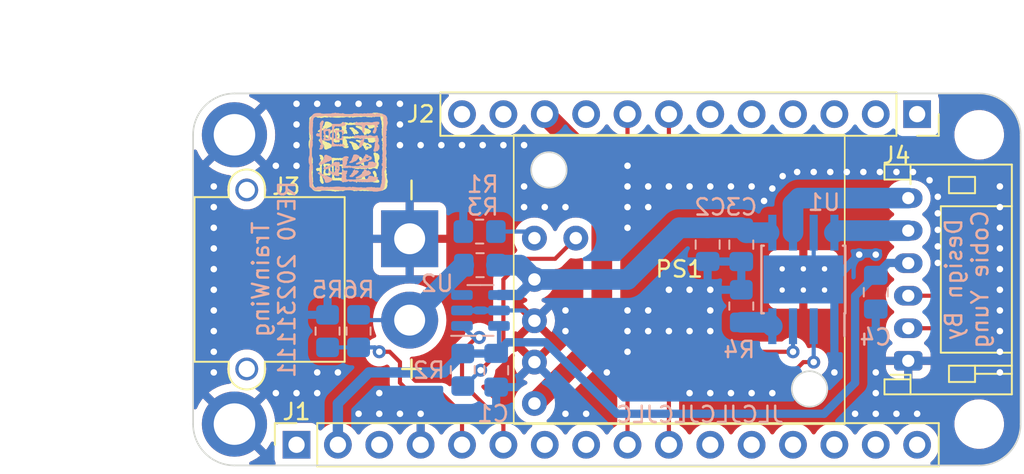
<source format=kicad_pcb>
(kicad_pcb (version 20221018) (generator pcbnew)
  (layers (0 "F.Cu" signal) (31 "B.Cu" signal) (34 "B.Paste" user) (35 "F.Paste" user) (36 "B.SilkS" user "B.Silkscreen") (37 "F.SilkS" user "F.Silkscreen") (38 "B.Mask" user) (39 "F.Mask" user) (44 "Edge.Cuts" user))
  (net 0 "")
  (net 1 "GNDREF")
  (net 2 "/*")
  (net 3 "/TX")
  (net 4 "/RX")
  (net 5 "/MI")
  (net 6 "/MO")
  (net 7 "/SCK")
  (net 8 "/A3")
  (net 9 "/A2")
  (net 10 "/A1")
  (net 11 "/A0")
  (net 12 "/Aref")
  (net 13 "/Rst")
  (net 14 "/Bat")
  (net 15 "/En")
  (net 16 "/D13")
  (net 17 "/D12")
  (net 18 "/D11")
  (net 19 "/D10")
  (net 20 "/D9")
  (net 21 "/D6")
  (net 22 "/D5")
  (net 23 "/SCL")
  (net 24 "/SDA")
  (net 25 "+3V3")
  (net 26 "/A4_D24")
  (net 27 "/A5_D25")
  (net 28 "Net-(PS1-PG)")
  (net 29 "Net-(PS1-EN)")
  (net 30 "+BATT")
  (net 31 "+5V")
  (net 32 "/MD1")
  (net 33 "/MD2")
  (net 34 "Net-(U1-ILIM)")
  (net 35 "+VM")
  (footprint "Connector_PinSocket_2.54mm:PinSocket_1x12_P2.54mm_Vertical" (layer "F.Cu") (at 171.45 80.01 -90)
    (fp_text reference "J2")
    (fp_text value "Conn_01x12_Socket" hide)
  )
  (footprint "Trainwing:MountingHole_2.55mm_Pad_TopBottom" (layer "F.Cu") (at 129.54 81.28)
    (fp_text reference "H2" hide)
    (fp_text value "MountingHole_Pad" hide)
  )
  (footprint "Trainwing:MountingHole_2.55mm" (layer "F.Cu") (at 175.26 99.06)
    (fp_text reference "H3" hide)
    (fp_text value "MountingHole" hide)
  )
  (footprint "Trainwing:MountingHole_2.55mm" (layer "F.Cu") (at 175.26 81.28)
    (fp_text reference "H1" hide)
    (fp_text value "MountingHole" hide)
  )
  (footprint "Trainwing:D30V30F5" (layer "F.Cu") (at 156.845 90.17 -90)
    (fp_text reference "PS1")
    (fp_text value "~")
    (fp_circle (center -6.731 8.001) (end -5.6388 8.001) (stroke (width 0.1)) (fill none) (layer "Edge.Cuts"))
    (fp_circle (center 6.731 -8.001) (end 7.8232 -8.001) (stroke (width 0.1)) (fill none) (layer "Edge.Cuts"))
  )
  (footprint "Trainwing:AMASS_XT30PW-M_1x02_P2.50mm_Horizontal" (layer "F.Cu") (at 140.295 87.67 90)
    (fp_text reference "J3")
    (fp_text value "Conn_01x02_Socket" hide)
  )
  (footprint "Trainwing:MountingHole_2.55mm_Pad_TopBottom" (layer "F.Cu") (at 129.54 99.06)
    (fp_text reference "H4" hide)
    (fp_text value "MountingHole_Pad" hide)
  )
  (footprint "Connector_JST:JST_PH_S6B-PH-K_1x06_P2.00mm_Horizontal" (layer "F.Cu") (at 170.905 95.17 90)
    (fp_text reference "J4")
    (fp_text value "Conn_01x06" hide)
  )
  (footprint "Connector_PinSocket_2.54mm:PinSocket_1x16_P2.54mm_Vertical" (layer "F.Cu") (at 133.35 100.33 90)
    (fp_text reference "J1")
    (fp_text value "Conn_01x16_Socket" hide)
  )
  (footprint "Resistor_SMD:R_0805_2012Metric_Pad1.20x1.40mm_HandSolder" (layer "B.Cu") (at 143.557114 95.722698 90)
    (fp_text reference "R2")
    (fp_text value "R_US" hide)
  )
  (footprint "Capacitor_SMD:C_0805_2012Metric_Pad1.18x1.45mm_HandSolder" (layer "B.Cu") (at 145.606846 95.750101 -90)
    (fp_text reference "C1")
    (fp_text value "C" hide)
  )
  (footprint "Resistor_SMD:R_0805_2012Metric_Pad1.20x1.40mm_HandSolder" (layer "B.Cu") (at 135.255 93.345 90)
    (fp_text reference "R5")
    (fp_text value "R_US" hide)
  )
  (footprint "Package_SO:Texas_HTSOP-8-1EP_3.9x4.9mm_P1.27mm_EP2.95x4.9mm_Mask2.4x3.1mm_ThermalVias" (layer "B.Cu") (at 164.465 90.17 90)
    (fp_text reference "U1")
    (fp_text value "DRV8871DDA" hide)
  )
  (footprint "Package_TO_SOT_SMD:SOT-23-6" (layer "B.Cu") (at 144.641635 92.075)
    (fp_text reference "U2")
    (fp_text value "INA181" hide)
  )
  (footprint "Resistor_SMD:R_0805_2012Metric_Pad1.20x1.40mm_HandSolder" (layer "B.Cu") (at 144.616781 89.292699)
    (fp_text reference "R3")
    (fp_text value "R_Small_US" hide)
  )
  (footprint "Resistor_SMD:R_0805_2012Metric_Pad1.20x1.40mm_HandSolder" (layer "B.Cu") (at 144.589426 87.227434 180)
    (fp_text reference "R1")
    (fp_text value "R_US" hide)
  )
  (footprint "Resistor_SMD:R_0805_2012Metric_Pad1.20x1.40mm_HandSolder" (layer "B.Cu") (at 137.16 93.345 -90)
    (fp_text reference "R6")
    (fp_text value "R_US" hide)
  )
  (footprint "Capacitor_SMD:C_0805_2012Metric_Pad1.18x1.45mm_HandSolder" (layer "B.Cu") (at 168.91 90.9535 90)
    (fp_text reference "C4")
    (fp_text value "C")
  )
  (footprint "Capacitor_SMD:C_0805_2012Metric_Pad1.18x1.45mm_HandSolder" (layer "B.Cu") (at 158.588621 88.027639 90)
    (fp_text reference "C2")
    (fp_text value "C" hide)
  )
  (footprint "Capacitor_SMD:C_0805_2012Metric_Pad1.18x1.45mm_HandSolder" (layer "B.Cu") (at 160.655 88.0325 90)
    (fp_text reference "C3")
    (fp_text value "C" hide)
  )
  (footprint "Resistor_SMD:R_0805_2012Metric_Pad1.20x1.40mm_HandSolder" (layer "B.Cu") (at 160.655 91.805 90)
    (fp_text reference "R4")
    (fp_text value "R_US" hide)
  )
  (gr_poly (pts (xy 134.091713 82.798381) (xy 134.092181 82.80872) (xy 134.09337 82.830153) (xy 134.094814 82.859628) (xy 134.097735 82.927163) (xy 134.098796 82.952662) (xy 134.099868 82.972602) (xy 134.100476 82.980867) (xy 134.10117 82.988199) (xy 134.101976 82.994749) (xy 134.102923 83.000669) (xy 134.104037 83.006111) (xy 134.105347 83.011226) (xy 134.10688 83.016168) (xy 134.108664 83.021087) (xy 134.110726 83.026136) (xy 134.113093 83.031466) (xy 134.118855 83.04358) (xy 134.122729 83.052001) (xy 134.126391 83.060832) (xy 134.129779 83.069882) (xy 134.132834 83.07896) (xy 134.135494 83.087875) (xy 134.137699 83.096435) (xy 134.138612 83.100522) (xy 134.139389 83.10445) (xy 134.140021 83.108193) (xy 134.140501 83.111728) (xy 134.141059 83.116204) (xy 134.141648 83.120333) (xy 134.142277 83.12414) (xy 134.142958 83.127653) (xy 134.143701 83.130895) (xy 134.144517 83.133894) (xy 134.145417 83.136674) (xy 134.146412 83.139262) (xy 134.147512 83.141683) (xy 134.148729 83.143963) (xy 134.150072 83.146127) (xy 134.151553 83.148203) (xy 134.153182 83.150214) (xy 134.154971 83.152188) (xy 134.156929 83.154149) (xy 134.159069 83.156123) (xy 134.173984 83.169412) (xy 134.161402 83.184364) (xy 134.160103 83.186005) (xy 134.158807 83.187831) (xy 134.157521 83.189822) (xy 134.156254 83.191959) (xy 134.155014 83.194223) (xy 134.153808 83.196595) (xy 134.152646 83.199055) (xy 134.151536 83.201584) (xy 134.150485 83.204164) (xy 134.149502 83.206773) (xy 134.148594 83.209394) (xy 134.147771 83.212006) (xy 134.14704 83.214591) (xy 134.146409 83.21713) (xy 134.145887 83.219602) (xy 134.145482 83.22199) (xy 134.144695 83.226994) (xy 134.143739 83.232532) (xy 134.141462 83.244475) (xy 134.138947 83.256353) (xy 134.137692 83.261809) (xy 134.136488 83.266698) (xy 134.135769 83.269632) (xy 134.135149 83.272463) (xy 134.134627 83.275201) (xy 134.134204 83.277855) (xy 134.133878 83.280435) (xy 134.133651 83.282953) (xy 134.133523 83.285417) (xy 134.133493 83.287837) (xy 134.133562 83.290225) (xy 134.133729 83.292589) (xy 134.133996 83.29494) (xy 134.134361 83.297288) (xy 134.134825 83.299644) (xy 134.135389 83.302016) (xy 134.136051 83.304415) (xy 134.136813 83.306852) (xy 134.137933 83.311374) (xy 134.138754 83.317088) (xy 134.139291 83.323809) (xy 134.139559 83.331351) (xy 134.139574 83.339528) (xy 134.139352 83.348155) (xy 134.138908 83.357045) (xy 134.138258 83.366014) (xy 134.137417 83.374875) (xy 134.136401 83.383442) (xy 134.135225 83.391531) (xy 134.133904 83.398955) (xy 134.132456 83.405528) (xy 134.130894 83.411065) (xy 134.129234 83.41538) (xy 134.128372 83.417021) (xy 134.127492 83.418288) (xy 134.127159 83.418824) (xy 134.126834 83.419621) (xy 134.126211 83.421984) (xy 134.125622 83.425361) (xy 134.125069 83.429737) (xy 134.124552 83.435097) (xy 134.124072 83.441423) (xy 134.123227 83.456917) (xy 134.122537 83.476092) (xy 134.122009 83.498825) (xy 134.121648 83.524991) (xy 134.121461 83.554464) (xy 134.121035 83.610764) (xy 134.120182 83.668397) (xy 134.119025 83.720596) (xy 134.117688 83.7606) (xy 134.116247 83.79537) (xy 134.115279 83.824615) (xy 134.114811 83.850194) (xy 134.114869 83.873966) (xy 134.115479 83.897788) (xy 134.116666 83.923519) (xy 134.118458 83.953017) (xy 134.12088 83.988141) (xy 134.1252 84.051164) (xy 134.126418 84.072398) (xy 134.127048 84.0884) (xy 134.127122 84.100386) (xy 134.126669 84.109572) (xy 134.125721 84.117171) (xy 134.124307 84.124399) (xy 134.124008 84.126268) (xy 134.123813 84.128645) (xy 134.123719 84.131494) (xy 134.123722 84.134779) (xy 134.12401 84.142511) (xy 134.124652 84.151551) (xy 134.125624 84.161611) (xy 134.126901 84.1724) (xy 134.128459 84.183629) (xy 134.130273 84.195009) (xy 134.132163 84.207205) (xy 134.133938 84.220776) (xy 134.135557 84.235266) (xy 134.136982 84.250223) (xy 134.138172 84.265193) (xy 134.139089 84.279722) (xy 134.139691 84.293356) (xy 134.139941 84.305641) (xy 134.140483 84.358454) (xy 134.141383 84.407407) (xy 134.142537 84.45361) (xy 134.177412 84.490578) (xy 134.185137 84.498456) (xy 134.193734 84.50668) (xy 134.202915 84.515005) (xy 134.212394 84.523191) (xy 134.221882 84.530995) (xy 134.231091 84.538174) (xy 134.239736 84.544486) (xy 134.243756 84.547241) (xy 134.247526 84.549688) (xy 134.254661 84.55422) (xy 134.261424 84.558609) (xy 134.26766 84.562748) (xy 134.273213 84.56653) (xy 134.277927 84.569846) (xy 134.281648 84.57259) (xy 134.284218 84.574653) (xy 134.285024 84.575396) (xy 134.285484 84.575929) (xy 134.287127 84.577784) (xy 134.290107 84.580506) (xy 134.299347 84.588027) (xy 134.311741 84.597442) (xy 134.325824 84.607705) (xy 134.340132 84.617768) (xy 134.353204 84.626582) (xy 134.363574 84.6331) (xy 134.367289 84.635171) (xy 134.36978 84.636275) (xy 134.370292 84.636463) (xy 134.370855 84.636715) (xy 134.372122 84.637405) (xy 134.373565 84.638332) (xy 134.375167 84.63948) (xy 134.376914 84.640835) (xy 134.378789 84.642382) (xy 134.380775 84.644106) (xy 134.382857 84.645992) (xy 134.385019 84.648026) (xy 134.387245 84.650193) (xy 134.389518 84.652477) (xy 134.391823 84.654864) (xy 134.394144 84.65734) (xy 134.396465 84.659889) (xy 134.398769 84.662496) (xy 134.40104 84.665148) (xy 134.404795 84.66958) (xy 134.408165 84.673481) (xy 134.411222 84.676887) (xy 134.414041 84.679835) (xy 134.416694 84.682365) (xy 134.417981 84.683484) (xy 134.419255 84.684512) (xy 134.420525 84.685454) (xy 134.421799 84.686315) (xy 134.423086 84.687099) (xy 134.424397 84.687811) (xy 134.42574 84.688456) (xy 134.427125 84.689039) (xy 134.42856 84.689563) (xy 134.430054 84.690034) (xy 134.431618 84.690457) (xy 134.43326 84.690836) (xy 134.436815 84.691482) (xy 134.440793 84.692009) (xy 134.445268 84.692454) (xy 134.450312 84.692857) (xy 134.456 84.693253) (xy 134.473063 84.694672) (xy 134.49502 84.696886) (xy 134.519042 84.699593) (xy 134.542295 84.70249) (xy 134.559173 84.704648) (xy 134.572682 84.70612) (xy 134.57845 84.706585) (xy 134.583709 84.706863) (xy 134.588571 84.706949) (xy 134.593145 84.706836) (xy 134.597544 84.70652) (xy 134.601877 84.705996) (xy 134.606257 84.705258) (xy 134.610794 84.7043) (xy 134.615599 84.703118) (xy 134.620784 84.701707) (xy 134.632736 84.698173) (xy 134.644026 84.694844) (xy 134.648938 84.6935) (xy 134.653448 84.692364) (xy 134.65762 84.691429) (xy 134.66152 84.690692) (xy 134.665211 84.690147) (xy 134.66876 84.689789) (xy 134.67223 84.689614) (xy 134.675686 84.689617) (xy 134.679194 84.689792) (xy 134.682818 84.690135) (xy 134.686623 84.690641) (xy 134.690673 84.691305) (xy 134.69977 84.693087) (xy 134.708054 84.694693) (xy 134.711867 84.695319) (xy 134.715501 84.695826) (xy 134.718985 84.696214) (xy 134.722349 84.696483) (xy 134.725622 84.696632) (xy 134.728836 84.696662) (xy 134.732018 84.696572) (xy 134.7352 84.696361) (xy 134.73841 84.69603) (xy 134.741679 84.695578) (xy 134.745037 84.695005) (xy 134.748512 84.69431) (xy 134.752135 84.693494) (xy 134.755936 84.692555) (xy 134.759457 84.691685) (xy 134.762819 84.690922) (xy 134.766034 84.690265) (xy 134.769114 84.689715) (xy 134.77207 84.68927) (xy 134.774914 84.688931) (xy 134.777658 84.688697) (xy 134.780314 84.688568) (xy 134.782893 84.688543) (xy 134.785408 84.688623) (xy 134.787869 84.688806) (xy 134.790289 84.689093) (xy 134.792679 84.689482) (xy 134.795052 84.689975) (xy 134.797418 84.69057) (xy 134.79979 84.691267) (xy 134.806484 84.69308) (xy 134.814696 84.694822) (xy 134.834733 84.69803) (xy 134.858021 84.700756) (xy 134.88268 84.702867) (xy 134.906832 84.70423) (xy 134.928598 84.704709) (xy 134.937999 84.704577) (xy 134.946098 84.704173) (xy 134.952662 84.703482) (xy 134.957454 84.702487) (xy 134.959668 84.701918) (xy 134.962462 84.701363) (xy 134.969622 84.70031) (xy 134.978601 84.69935) (xy 134.989062 84.698508) (xy 135.000673 84.697805) (xy 135.013097 84.697266) (xy 135.026001 84.696914) (xy 135.039049 84.696773) (xy 135.051918 84.696639) (xy 135.064308 84.696309) (xy 135.07592 84.695804) (xy 135.086455 84.695146) (xy 135.095615 84.694358) (xy 135.103102 84.69346) (xy 135.108616 84.692476) (xy 135.11054 84.691958) (xy 135.111859 84.691427) (xy 135.11309 84.690887) (xy 135.114758 84.690347) (xy 135.116834 84.689808) (xy 135.119288 84.689275) (xy 135.122093 84.688751) (xy 135.125219 84.68824) (xy 135.132321 84.687269) (xy 135.140364 84.68639) (xy 135.149119 84.685632) (xy 135.158357 84.685022) (xy 135.167847 84.684588) (xy 135.177462 84.684146) (xy 135.187059 84.683509) (xy 135.196382 84.682709) (xy 135.205176 84.681775) (xy 135.213188 84.680737) (xy 135.220161 84.679624) (xy 135.225842 84.678468) (xy 135.228118 84.677882) (xy 135.229975 84.677297) (xy 135.237835 84.674591) (xy 135.245735 84.672061) (xy 135.261423 84.667568) (xy 135.276584 84.663896) (xy 135.290762 84.661122) (xy 135.297341 84.660096) (xy 135.303504 84.659323) (xy 135.309193 84.658813) (xy 135.314353 84.658576) (xy 135.318926 84.658622) (xy 135.322855 84.658959) (xy 135.326083 84.659598) (xy 135.328554 84.660549) (xy 135.329823 84.66116) (xy 135.331234 84.661716) (xy 135.332774 84.662215) (xy 135.334431 84.662655) (xy 135.336192 84.663037) (xy 135.338045 84.663359) (xy 135.339977 84.66362) (xy 135.341977 84.663819) (xy 135.344032 84.663955) (xy 135.346128 84.664027) (xy 135.348255 84.664033) (xy 135.350399 84.663974) (xy 135.352548 84.663847) (xy 135.354689 84.663653) (xy 135.356811 84.663389) (xy 135.3589 84.663054) (xy 135.399276 84.656833) (xy 135.440986 84.652193) (xy 135.482523 84.649157) (xy 135.522377 84.647748) (xy 135.559038 84.647988) (xy 135.575701 84.648735) (xy 135.591 84.649902) (xy 135.604747 84.651494) (xy 135.616753 84.653512) (xy 135.626829 84.655961) (xy 135.634787 84.658842) (xy 135.641279 84.66165) (xy 135.647899 84.664212) (xy 135.654813 84.666551) (xy 135.662185 84.668688) (xy 135.670182 84.670643) (xy 135.678966 84.672439) (xy 135.688704 84.674097) (xy 135.69956 84.675638) (xy 135.711699 84.677084) (xy 135.725286 84.678456) (xy 135.740487 84.679775) (xy 135.757465 84.681064) (xy 135.797414 84.683633) (xy 135.846454 84.686336) (xy 135.947161 84.691814) (xy 136.036954 84.697017) (xy 136.056423 84.698098) (xy 136.074145 84.698858) (xy 136.0901 84.699297) (xy 136.104268 84.699415) (xy 136.116628 84.699213) (xy 136.127159 84.698691) (xy 136.135841 84.697847) (xy 136.142653 84.696683) (xy 136.145231 84.696157) (xy 136.14806 84.695679) (xy 136.154363 84.694874) (xy 136.161333 84.694277) (xy 136.168742 84.693895) (xy 136.176363 84.693738) (xy 136.183967 84.693812) (xy 136.191328 84.694126) (xy 136.198216 84.694689) (xy 136.206132 84.695225) (xy 136.216441 84.695461) (xy 136.228707 84.695412) (xy 136.242495 84.695091) (xy 136.257372 84.694511) (xy 136.272902 84.693687) (xy 136.28865 84.692631) (xy 136.304183 84.691358) (xy 136.322089 84.689995) (xy 136.344639 84.688681) (xy 136.400028 84.686328) (xy 136.463057 84.684551) (xy 136.526433 84.683607) (xy 136.585424 84.68295) (xy 136.636516 84.681956) (xy 136.674238 84.680761) (xy 136.686376 84.680129) (xy 136.69312 84.679498) (xy 136.695185 84.679233) (xy 136.697543 84.67906) (xy 136.700165 84.678977) (xy 136.703025 84.678981) (xy 136.706097 84.67907) (xy 136.709352 84.67924) (xy 136.716304 84.679814) (xy 136.723666 84.680683) (xy 136.73122 84.681823) (xy 136.738749 84.683213) (xy 136.742437 84.683995) (xy 136.746037 84.684832) (xy 136.753399 84.68646) (xy 136.761204 84.687883) (xy 136.769375 84.6891) (xy 136.777833 84.69011) (xy 136.7865 84.690914) (xy 136.795298 84.691509) (xy 136.804149 84.691897) (xy 136.812974 84.692075) (xy 136.821697 84.692044) (xy 136.830238 84.691802) (xy 136.838519 84.691349) (xy 136.846463 84.690685) (xy 136.853991 84.689808) (xy 136.861025 84.688718) (xy 136.867487 84.687415) (xy 136.873299 84.685898) (xy 136.876006 84.685138) (xy 136.878636 84.684498) (xy 136.881214 84.683979) (xy 136.883764 84.683584) (xy 136.88631 84.683312) (xy 136.888876 84.683167) (xy 136.891486 84.68315) (xy 136.894164 84.683261) (xy 136.896934 84.683503) (xy 136.89982 84.683878) (xy 136.902847 84.684386) (xy 136.906038 84.68503) (xy 136.909417 84.68581) (xy 136.913008 84.686729) (xy 136.916836 84.687789) (xy 136.920924 84.688989) (xy 136.924137 84.689887) (xy 136.927798 84.690787) (xy 136.936299 84.692566) (xy 136.94609 84.694282) (xy 136.956838 84.695888) (xy 136.968207 84.697337) (xy 136.97986 84.698584) (xy 136.991464 84.699582) (xy 137.002683 84.700284) (xy 137.013845 84.700967) (xy 137.025288 84.70191) (xy 137.036688 84.70307) (xy 137.047721 84.704405) (xy 137.058062 84.705872) (xy 137.067387 84.70743) (xy 137.075373 84.709034) (xy 137.081695 84.710644) (xy 137.090512 84.713068) (xy 137.09905 84.715015) (xy 137.107332 84.716482) (xy 137.115383 84.717465) (xy 137.123225 84.717959) (xy 137.130881 84.71796) (xy 137.138377 84.717465) (xy 137.145734 84.716469) (xy 137.152977 84.714969) (xy 137.160129 84.71296) (xy 137.167213 84.710439) (xy 137.174253 84.707401) (xy 137.181272 84.703842) (xy 137.188294 84.699759) (xy 137.195343 84.695147) (xy 137.202441 84.690002) (xy 137.204303 84.688654) (xy 137.206328 84.687306) (xy 137.208497 84.685967) (xy 137.21079 84.684646) (xy 137.213187 84.683352) (xy 137.215668 84.682093) (xy 137.218215 84.680877) (xy 137.220806 84.679713) (xy 137.223424 84.67861) (xy 137.226047 84.677577) (xy 137.228656 84.676621) (xy 137.231232 84.675751) (xy 137.233755 84.674976) (xy 137.236205 84.674305) (xy 137.238562 84.673746) (xy 137.240808 84.673307) (xy 137.245494 84.672435) (xy 137.250704 84.671349) (xy 137.256264 84.670091) (xy 137.262001 84.668707) (xy 137.267741 84.667238) (xy 137.273308 84.665728) (xy 137.27853 84.664221) (xy 137.283233 84.662759) (xy 137.292379 84.660773) (xy 137.306565 84.658964) (xy 137.347047 84.65592) (xy 137.398662 84.653713) (xy 137.455393 84.652426) (xy 137.511224 84.652143) (xy 137.560139 84.652948) (xy 137.59612 84.654925) (xy 137.60738 84.656379) (xy 137.613151 84.658157) (xy 137.616754 84.660461) (xy 137.620887 84.662715) (xy 137.62549 84.664903) (xy 137.630507 84.66701) (xy 137.635878 84.669023) (xy 137.641547 84.670926) (xy 137.647455 84.672704) (xy 137.653544 84.674343) (xy 137.659757 84.675828) (xy 137.666034 84.677144) (xy 137.672319 84.678277) (xy 137.678553 84.679212) (xy 137.684678 84.679934) (xy 137.690636 84.680428) (xy 137.69637 84.680681) (xy 137.70182 84.680676) (xy 137.707599 84.680608) (xy 137.713288 84.680715) (xy 137.718925 84.681008) (xy 137.724547 84.681494) (xy 137.730191 84.682183) (xy 137.735895 84.683084) (xy 137.741695 84.684206) (xy 137.747629 84.685558) (xy 137.753734 84.68715) (xy 137.760046 84.688989) (xy 137.766604 84.691086) (xy 137.773444 84.693449) (xy 137.780604 84.696088) (xy 137.78812 84.699012) (xy 137.79603 84.702229) (xy 137.80437 84.705749) (xy 137.809729 84.708007) (xy 137.814754 84.710031) (xy 137.819519 84.711832) (xy 137.824098 84.713425) (xy 137.828566 84.714821) (xy 137.832997 84.716034) (xy 137.837467 84.717077) (xy 137.842048 84.717963) (xy 137.846817 84.718705) (xy 137.851847 84.719315) (xy 137.857212 84.719807) (xy 137.862988 84.720193) (xy 137.869248 84.720487) (xy 137.876068 84.720701) (xy 137.891683 84.720943) (xy 137.902172 84.721272) (xy 137.91312 84.722066) (xy 137.92441 84.723292) (xy 137.935923 84.724919) (xy 137.947539 84.726912) (xy 137.959141 84.729241) (xy 137.97061 84.731872) (xy 137.981827 84.734773) (xy 137.992674 84.737912) (xy 138.003032 84.741256) (xy 138.012782 84.744773) (xy 138.021807 84.74843) (xy 138.029988 84.752195) (xy 138.037205 84.756036) (xy 138.043341 84.759919) (xy 138.048277 84.763812) (xy 138.048926 84.764362) (xy 138.049635 84.764887) (xy 138.050406 84.765388) (xy 138.051244 84.765865) (xy 138.052153 84.766319) (xy 138.053135 84.766749) (xy 138.054196 84.767157) (xy 138.055338 84.767543) (xy 138.057883 84.768249) (xy 138.060801 84.76887) (xy 138.064122 84.769411) (xy 138.067876 84.769874) (xy 138.072095 84.770263) (xy 138.076808 84.77058) (xy 138.082046 84.77083) (xy 138.08784 84.771015) (xy 138.094219 84.771138) (xy 138.101214 84.771204) (xy 138.108856 84.771214) (xy 138.117176 84.771173) (xy 138.142869 84.771074) (xy 138.168282 84.771148) (xy 138.190482 84.771375) (xy 138.206537 84.771735) (xy 138.232223 84.772252) (xy 138.257504 84.772038) (xy 138.281668 84.771153) (xy 138.304006 84.769657) (xy 138.323806 84.76761) (xy 138.340357 84.765072) (xy 138.347192 84.763637) (xy 138.352948 84.762102) (xy 138.357537 84.760474) (xy 138.360869 84.75876) (xy 138.362481 84.757796) (xy 138.364353 84.756841) (xy 138.366465 84.755899) (xy 138.368793 84.754977) (xy 138.371318 84.75408) (xy 138.374017 84.753214) (xy 138.376869 84.752384) (xy 138.379852 84.751594) (xy 138.382944 84.750852) (xy 138.386125 84.750162) (xy 138.389372 84.749529) (xy 138.392664 84.74896) (xy 138.395979 84.748459) (xy 138.399296 84.748032) (xy 138.402593 84.747684) (xy 138.405848 84.747422) (xy 138.41333 84.746734) (xy 138.422784 84.745576) (xy 138.433825 84.744008) (xy 138.44607 84.742095) (xy 138.459135 84.739897) (xy 138.472636 84.737478) (xy 138.486191 84.734899) (xy 138.499414 84.732223) (xy 138.512146 84.729644) (xy 138.524294 84.727341) (xy 138.535572 84.725357) (xy 138.545696 84.723736) (xy 138.554379 84.722521) (xy 138.561337 84.721754) (xy 138.566285 84.721479) (xy 138.567916 84.721539) (xy 138.568937 84.721738) (xy 138.569322 84.721839) (xy 138.569771 84.721873) (xy 138.57028 84.721841) (xy 138.570849 84.721745) (xy 138.571475 84.721586) (xy 138.572156 84.721365) (xy 138.573674 84.720746) (xy 138.575386 84.719899) (xy 138.577276 84.718836) (xy 138.579325 84.717568) (xy 138.581518 84.716107) (xy 138.583837 84.714465) (xy 138.586265 84.712654) (xy 138.588785 84.710685) (xy 138.591379 84.70857) (xy 138.594032 84.706321) (xy 138.596726 84.70395) (xy 138.599444 84.701467) (xy 138.602168 84.698886) (xy 138.632272 84.670013) (xy 138.667582 84.636369) (xy 138.683771 84.620759) (xy 138.697222 84.607232) (xy 138.702975 84.601179) (xy 138.708111 84.595564) (xy 138.71265 84.590357) (xy 138.716615 84.585531) (xy 138.720028 84.581059) (xy 138.722912 84.576911) (xy 138.725289 84.573061) (xy 138.72718 84.56948) (xy 138.728608 84.56614) (xy 138.729595 84.563014) (xy 138.730164 84.560073) (xy 138.730335 84.55729) (xy 138.73038 84.556003) (xy 138.730529 84.554403) (xy 138.730775 84.552511) (xy 138.731114 84.550352) (xy 138.732048 84.545323) (xy 138.733291 84.539503) (xy 138.734799 84.533076) (xy 138.736532 84.526229) (xy 138.738448 84.519147) (xy 138.740505 84.512015) (xy 138.748829 84.483502) (xy 138.756006 84.45774) (xy 138.761983 84.434952) (xy 138.766711 84.41536) (xy 138.770138 84.399187) (xy 138.772213 84.386657) (xy 138.772728 84.381828) (xy 138.772887 84.377992) (xy 138.772682 84.375179) (xy 138.772107 84.373415) (xy 138.771891 84.373023) (xy 138.771686 84.372559) (xy 138.771306 84.371431) (xy 138.770968 84.370049) (xy 138.770674 84.368432) (xy 138.770423 84.366597) (xy 138.770217 84.364565) (xy 138.770056 84.362352) (xy 138.769941 84.359978) (xy 138.769872 84.357461) (xy 138.769851 84.35482) (xy 138.769877 84.352072) (xy 138.769952 84.349237) (xy 138.770076 84.346333) (xy 138.770251 84.343378) (xy 138.770476 84.340391) (xy 138.770752 84.33739) (xy 138.774956 84.294626) (xy 138.775147 84.293108) (xy 138.775453 84.291384) (xy 138.775868 84.289473) (xy 138.776383 84.287395) (xy 138.776994 84.28517) (xy 138.777693 84.282816) (xy 138.779328 84.277804) (xy 138.781236 84.272514) (xy 138.783362 84.267103) (xy 138.785652 84.261727) (xy 138.788053 84.256542) (xy 138.789767 84.252946) (xy 138.791283 84.249643) (xy 138.792604 84.246608) (xy 138.793733 84.243818) (xy 138.794674 84.241248) (xy 138.795432 84.238875) (xy 138.796011 84.236674) (xy 138.796413 84.234621) (xy 138.796643 84.232693) (xy 138.796704 84.230866) (xy 138.796601 84.229115) (xy 138.796337 84.227417) (xy 138.795915 84.225747) (xy 138.795341 84.224082) (xy 138.794617 84.222397) (xy 138.793748 84.220669) (xy 138.79261 84.218383) (xy 138.792107 84.217224) (xy 138.79165 84.216039) (xy 138.791239 84.214815) (xy 138.790875 84.21354) (xy 138.790559 84.212202) (xy 138.790291 84.210789) (xy 138.790074 84.209289) (xy 138.789907 84.20769) (xy 138.789791 84.20598) (xy 138.789728 84.204147) (xy 138.789718 84.202179) (xy 138.789762 84.200064) (xy 138.789861 84.197789) (xy 138.790016 84.195344) (xy 138.790497 84.18989) (xy 138.791211 84.183606) (xy 138.792166 84.176396) (xy 138.793368 84.168163) (xy 138.794825 84.158812) (xy 138.796543 84.148244) (xy 138.800792 84.123078) (xy 138.803098 84.107911) (xy 138.804928 84.092251) (xy 138.806291 84.076245) (xy 138.807199 84.060041) (xy 138.807659 84.043785) (xy 138.807683 84.027624) (xy 138.80728 84.011706) (xy 138.80646 83.996178) (xy 138.805233 83.981186) (xy 138.803609 83.966878) (xy 138.801597 83.953402) (xy 138.799208 83.940903) (xy 138.796451 83.92953) (xy 138.793336 83.919428) (xy 138.789874 83.910747) (xy 138.786073 83.903631) (xy 138.784236 83.900633) (xy 138.782587 83.897734) (xy 138.781117 83.894885) (xy 138.779816 83.892035) (xy 138.778676 83.889135) (xy 138.777686 83.886135) (xy 138.776838 83.882985) (xy 138.776121 83.879634) (xy 138.775528 83.876034) (xy 138.775047 83.872133) (xy 138.77467 83.867883) (xy 138.774387 83.863232) (xy 138.774189 83.858132) (xy 138.774066 83.852532) (xy 138.774009 83.846382) (xy 138.774009 83.839633) (xy 138.773894 83.829307) (xy 138.773484 83.819218) (xy 138.772791 83.809474) (xy 138.77183 83.800187) (xy 138.770613 83.791467) (xy 138.769155 83.783424) (xy 138.767468 83.776169) (xy 138.766542 83.772871) (xy 138.765565 83.769812) (xy 138.763858 83.764579) (xy 138.762344 83.75941) (xy 138.761019 83.75424) (xy 138.759882 83.749008) (xy 138.758928 83.743648) (xy 138.758153 83.738098) (xy 138.757555 83.732295) (xy 138.75713 83.726174) (xy 138.756874 83.719673) (xy 138.756784 83.712728) (xy 138.756857 83.705275) (xy 138.757089 83.697252) (xy 138.757477 83.688595) (xy 138.758018 83.67924) (xy 138.759542 83.658185) (xy 138.76037 83.646694) (xy 138.760835 83.637183) (xy 138.760924 83.633094) (xy 138.760914 83.629407) (xy 138.760801 83.626093) (xy 138.760582 83.623119) (xy 138.760254 83.620456) (xy 138.759815 83.618072) (xy 138.759262 83.615937) (xy 138.758591 83.61402) (xy 138.757799 83.61229) (xy 138.756884 83.610716) (xy 138.755842 83.609268) (xy 138.754671 83.607914) (xy 138.748135 83.600837) (xy 138.742411 83.594351) (xy 138.737487 83.588396) (xy 138.733354 83.582916) (xy 138.731582 83.580335) (xy 138.730003 83.577852) (xy 138.728617 83.575458) (xy 138.727423 83.573146) (xy 138.726418 83.57091) (xy 138.725603 83.568741) (xy 138.724976 83.566633) (xy 138.724536 83.564578) (xy 138.724281 83.56257) (xy 138.724209 83.5606) (xy 138.724321 83.558662) (xy 138.724615 83.556749) (xy 138.725089 83.554853) (xy 138.725742 83.552966) (xy 138.726573 83.551083) (xy 138.72758 83.549195) (xy 138.728763 83.547295) (xy 138.73012 83.545376) (xy 138.731651 83.543431) (xy 138.733353 83.541452) (xy 138.737267 83.537365) (xy 138.741853 83.533058) (xy 138.744177 83.530604) (xy 138.746922 83.5271) (xy 138.750025 83.522666) (xy 138.75342 83.517422) (xy 138.757045 83.511488) (xy 138.760835 83.504986) (xy 138.768655 83.490755) (xy 138.77637 83.475694) (xy 138.783469 83.460766) (xy 138.786628 83.453653) (xy 138.789441 83.446934) (xy 138.791845 83.44073) (xy 138.793775 83.435162) (xy 138.795286 83.43064) (xy 138.796979 83.425899) (xy 138.798797 83.421081) (xy 138.800682 83.416327) (xy 138.802577 83.411777) (xy 138.804425 83.407573) (xy 138.806168 83.403855) (xy 138.80775 83.400766) (xy 138.811494 83.39366) (xy 138.814946 83.386669) (xy 138.81811 83.37977) (xy 138.820992 83.37294) (xy 138.823599 83.366155) (xy 138.825936 83.359391) (xy 138.828008 83.352625) (xy 138.829823 83.345834) (xy 138.831385 83.338993) (xy 138.8327 83.33208) (xy 138.833774 83.325071) (xy 138.834613 83.317942) (xy 138.835224 83.31067) (xy 138.83561 83.303231) (xy 138.83578 83.295602) (xy 138.835737 83.28776) (xy 138.835717 83.278184) (xy 138.835967 83.267477) (xy 138.836463 83.255998) (xy 138.837179 83.244109) (xy 138.838091 83.232172) (xy 138.839175 83.220548) (xy 138.840406 83.209598) (xy 138.841758 83.199683) (xy 138.844227 83.182121) (xy 138.846065 83.165567) (xy 138.846753 83.157336) (xy 138.847291 83.148956) (xy 138.847681 83.140295) (xy 138.847926 83.13122) (xy 138.847989 83.111294) (xy 138.847501 83.08811) (xy 138.84648 83.060602) (xy 138.844947 83.027703) (xy 138.841603 82.966408) (xy 138.840029 82.943065) (xy 138.838452 82.923843) (xy 138.83682 82.908181) (xy 138.835082 82.895515) (xy 138.833185 82.885284) (xy 138.831078 82.876926) (xy 138.829665 82.87179) (xy 138.82848 82.866792) (xy 138.827526 82.861911) (xy 138.826802 82.857128) (xy 138.826311 82.852425) (xy 138.826054 82.847782) (xy 138.826032 82.84318) (xy 138.826246 82.838601) (xy 138.826699 82.834025) (xy 138.827391 82.829433) (xy 138.828324 82.824806) (xy 138.829499 82.820125) (xy 138.830918 82.815371) (xy 138.832582 82.810524) (xy 138.834492 82.805567) (xy 138.83665 82.800479) (xy 138.838631 82.795682) (xy 138.840334 82.790874) (xy 138.841759 82.786047) (xy 138.842905 82.781193) (xy 138.843772 82.776305) (xy 138.84436 82.771375) (xy 138.84467 82.766396) (xy 138.8447 82.76136) (xy 138.84445 82.756261) (xy 138.843921 82.75109) (xy 138.843113 82.745839) (xy 138.842024 82.740503) (xy 138.840656 82.735072) (xy 138.839007 82.72954) (xy 138.837078 82.723898) (xy 138.834869 82.718141) (xy 138.833318 82.713258) (xy 138.832034 82.707088) (xy 138.831011 82.699826) (xy 138.830241 82.691668) (xy 138.82972 82.682808) (xy 138.829442 82.673441) (xy 138.8294 82.663764) (xy 138.829588 82.65397) (xy 138.83 82.644256) (xy 138.830631 82.634817) (xy 138.831474 82.625847) (xy 138.832524 82.617542) (xy 138.833774 82.610097) (xy 138.835218 82.603707) (xy 138.83685 82.598568) (xy 138.838665 82.594875) (xy 138.839595 82.593371) (xy 138.840453 82.591807) (xy 138.84124 82.590183) (xy 138.841955 82.588497) (xy 138.842599 82.586751) (xy 138.843171 82.584943) (xy 138.843671 82.583074) (xy 138.8441 82.581143) (xy 138.844743 82.577095) (xy 138.845099 82.572798) (xy 138.845168 82.568248) (xy 138.84495 82.563445) (xy 138.844446 82.558386) (xy 138.843654 82.553069) (xy 138.842574 82.547494) (xy 138.841207 82.541657) (xy 138.839553 82.535556) (xy 138.837611 82.529191) (xy 138.83538 82.522558) (xy 138.832862 82.515657) (xy 138.82978 82.507378) (xy 138.828577 82.503922) (xy 138.827604 82.500833) (xy 138.826863 82.498044) (xy 138.826358 82.495489) (xy 138.826194 82.494277) (xy 138.82609 82.493099) (xy 138.826046 82.491946) (xy 138.826063 82.490809) (xy 138.826141 82.48968) (xy 138.826279 82.488551) (xy 138.82648 82.487413) (xy 138.826742 82.486258) (xy 138.827454 82.483864) (xy 138.828417 82.481302) (xy 138.829635 82.478505) (xy 138.831111 82.475405) (xy 138.834845 82.468032) (xy 138.837829 82.462071) (xy 138.840597 82.456218) (xy 138.843146 82.450485) (xy 138.845474 82.444881) (xy 138.847579 82.439416) (xy 138.849456 82.434101) (xy 138.851104 82.428944) (xy 138.852521 82.423958) (xy 138.853702 82.41915) (xy 138.854647 82.414532) (xy 138.855351 82.410113) (xy 138.855813 82.405904) (xy 138.85603 82.401914) (xy 138.855998 82.398154) (xy 138.855716 82.394633) (xy 138.855181 82.391362) (xy 138.85491 82.389731) (xy 138.854727 82.387848) (xy 138.854629 82.385738) (xy 138.854613 82.383422) (xy 138.854678 82.380923) (xy 138.854821 82.378263) (xy 138.85504 82.375464) (xy 138.855331 82.372548) (xy 138.855693 82.369539) (xy 138.856123 82.366458) (xy 138.856619 82.363328) (xy 138.857178 82.360172) (xy 138.857797 82.357011) (xy 138.858474 82.353867) (xy 138.859208 82.350765) (xy 138.859994 82.347724) (xy 138.861617 82.341069) (xy 138.863055 82.333847) (xy 138.864306 82.326171) (xy 138.865367 82.318152) (xy 138.866237 82.309903) (xy 138.866912 82.301536) (xy 138.867391 82.293163) (xy 138.86767 82.284898) (xy 138.867747 82.276851) (xy 138.86762 82.269136) (xy 138.867286 82.261864) (xy 138.866744 82.255149) (xy 138.865989 82.249101) (xy 138.865021 82.243835) (xy 138.863836 82.239461) (xy 138.862433 82.236092) (xy 138.861856 82.234952) (xy 138.861275 82.233684) (xy 138.860693 82.232302) (xy 138.860116 82.230819) (xy 138.859546 82.229249) (xy 138.858988 82.227604) (xy 138.857921 82.224146) (xy 138.856946 82.220553) (xy 138.856095 82.21693) (xy 138.855725 82.215141) (xy 138.855398 82.213385) (xy 138.855117 82.211675) (xy 138.854886 82.210024) (xy 138.854623 82.208342) (xy 138.854248 82.20654) (xy 138.853769 82.204634) (xy 138.853191 82.20264) (xy 138.852523 82.200576) (xy 138.851771 82.198457) (xy 138.850942 82.1963) (xy 138.850043 82.194122) (xy 138.849081 82.191938) (xy 138.848064 82.189766) (xy 138.846998 82.187622) (xy 138.845891 82.185522) (xy 138.844749 82.183483) (xy 138.843579 82.181521) (xy 138.842389 82.179653) (xy 138.841185 82.177896) (xy 138.839354 82.175148) (xy 138.837651 82.172236) (xy 138.836077 82.169171) (xy 138.834629 82.165966) (xy 138.832116 82.159184) (xy 138.830108 82.151986) (xy 138.828604 82.144471) (xy 138.827599 82.136734) (xy 138.827091 82.128873) (xy 138.827077 82.120986) (xy 138.827555 82.11317) (xy 138.828521 82.105521) (xy 138.829973 82.098138) (xy 138.831908 82.091117) (xy 138.834322 82.084555) (xy 138.837213 82.07855) (xy 138.838837 82.075787) (xy 138.840579 82.073199) (xy 138.842438 82.070799) (xy 138.844415 82.068599) (xy 138.846754 82.065729) (xy 138.849061 82.062005) (xy 138.853547 82.052223) (xy 138.857823 82.039717) (xy 138.861835 82.024948) (xy 138.865531 82.008379) (xy 138.868859 81.990471) (xy 138.871767 81.971686) (xy 138.874201 81.952488) (xy 138.876111 81.933336) (xy 138.877443 81.914695) (xy 138.878145 81.897026) (xy 138.878164 81.88079) (xy 138.87745 81.866451) (xy 138.875948 81.854469) (xy 138.873607 81.845308) (xy 138.872105 81.841929) (xy 138.870374 81.839429) (xy 138.869061 81.837901) (xy 138.868461 81.837137) (xy 138.867897 81.836368) (xy 138.86737 81.835592) (xy 138.866878 81.834803) (xy 138.866423 81.834) (xy 138.866002 81.833178) (xy 138.865616 81.832334) (xy 138.865264 81.831465) (xy 138.864946 81.830566) (xy 138.864662 81.829636) (xy 138.86441 81.828669) (xy 138.864191 81.827663) (xy 138.864004 81.826615) (xy 138.863848 81.82552) (xy 138.863724 81.824375) (xy 138.863631 81.823177) (xy 138.863568 81.821923) (xy 138.863535 81.820608) (xy 138.863556 81.817785) (xy 138.863692 81.814679) (xy 138.863939 81.811264) (xy 138.864294 81.807511) (xy 138.864752 81.803392) (xy 138.865312 81.798881) (xy 138.866498 81.788042) (xy 138.867447 81.775964) (xy 138.868665 81.749094) (xy 138.869023 81.72028) (xy 138.868581 81.691533) (xy 138.867397 81.664861) (xy 138.865531 81.642275) (xy 138.864361 81.633142) (xy 138.863042 81.625784) (xy 138.861582 81.620452) (xy 138.859988 81.617397) (xy 138.858787 81.61602) (xy 138.858247 81.615357) (xy 138.857749 81.614706) (xy 138.857292 81.614063) (xy 138.856876 81.613424) (xy 138.856502 81.612787) (xy 138.856169 81.612148) (xy 138.855877 81.611502) (xy 138.855628 81.610847) (xy 138.85542 81.610178) (xy 138.855254 81.609493) (xy 138.855131 81.608787) (xy 138.855049 81.608056) (xy 138.85501 81.607298) (xy 138.855013 81.606509) (xy 138.855059 81.605685) (xy 138.855147 81.604822) (xy 138.855278 81.603917) (xy 138.855452 81.602965) (xy 138.855669 81.601965) (xy 138.855928 81.600911) (xy 138.856231 81.599801) (xy 138.856577 81.598631) (xy 138.8574 81.596094) (xy 138.858397 81.593273) (xy 138.859569 81.590139) (xy 138.860918 81.586662) (xy 138.86233 81.583002) (xy 138.863555 81.579642) (xy 138.864592 81.576515) (xy 138.865441 81.573552) (xy 138.866104 81.570685) (xy 138.86658 81.567844) (xy 138.866869 81.564961) (xy 138.866972 81.561967) (xy 138.866889 81.558795) (xy 138.86662 81.555374) (xy 138.866165 81.551638) (xy 138.865525 81.547516) (xy 138.864699 81.542941) (xy 138.863688 81.537844) (xy 138.861112 81.525809) (xy 138.85937 81.517621) (xy 138.857923 81.510166) (xy 138.856786 81.503366) (xy 138.855972 81.497139) (xy 138.855497 81.491406) (xy 138.855375 81.486086) (xy 138.855618 81.4811) (xy 138.856243 81.476367) (xy 138.857262 81.471807) (xy 138.85869 81.467341) (xy 138.860541 81.462887) (xy 138.862829 81.458367) (xy 138.865569 81.453699) (xy 138.868775 81.448804) (xy 138.87246 81.443602) (xy 138.876639 81.438012) (xy 138.878593 81.435227) (xy 138.880305 81.432327) (xy 138.881779 81.429327) (xy 138.88302 81.42624) (xy 138.884035 81.423078) (xy 138.884828 81.419856) (xy 138.885404 81.416586) (xy 138.88577 81.413281) (xy 138.885929 81.409956) (xy 138.885888 81.406622) (xy 138.885652 81.403294) (xy 138.885226 81.399985) (xy 138.884615 81.396708) (xy 138.883824 81.393476) (xy 138.882859 81.390303) (xy 138.881725 81.387202) (xy 138.880428 81.384185) (xy 138.878972 81.381268) (xy 138.877363 81.378461) (xy 138.875607 81.37578) (xy 138.873707 81.373237) (xy 138.871671 81.370846) (xy 138.869502 81.368619) (xy 138.867207 81.36657) (xy 138.86479 81.364713) (xy 138.862257 81.36306) (xy 138.859613 81.361625) (xy 138.856864 81.360421) (xy 138.854014 81.359462) (xy 138.851069 81.35876) (xy 138.848034 81.358329) (xy 138.844915 81.358182) (xy 138.843525 81.358116) (xy 138.842161 81.35792) (xy 138.840826 81.357601) (xy 138.839522 81.357163) (xy 138.838252 81.356613) (xy 138.837019 81.355955) (xy 138.835825 81.355196) (xy 138.834673 81.35434) (xy 138.833565 81.353393) (xy 138.832504 81.352361) (xy 138.831492 81.351249) (xy 138.830533 81.350063) (xy 138.829629 81.348807) (xy 138.828782 81.347489) (xy 138.827995 81.346112) (xy 138.827271 81.344683) (xy 138.826611 81.343206) (xy 138.82602 81.341688) (xy 138.825499 81.340135) (xy 138.825052 81.33855) (xy 138.82468 81.33694) (xy 138.824386 81.335311) (xy 138.824173 81.333668) (xy 138.824043 81.332016) (xy 138.824 81.330361) (xy 138.824046 81.328708) (xy 138.824182 81.327062) (xy 138.824413 81.32543) (xy 138.82474 81.323817) (xy 138.825167 81.322228) (xy 138.825695 81.320669) (xy 138.826327 81.319145) (xy 138.826991 81.317731) (xy 138.827674 81.316357) (xy 138.828371 81.315029) (xy 138.829078 81.313756) (xy 138.829788 81.312543) (xy 138.830498 81.311399) (xy 138.831201 81.31033) (xy 138.831892 81.309343) (xy 138.832567 81.308445) (xy 138.83322 81.307644) (xy 138.833846 81.306947) (xy 138.83444 81.306361) (xy 138.834996 81.305892) (xy 138.83551 81.305549) (xy 138.835977 81.305338) (xy 138.836191 81.305284) (xy 138.83639 81.305266) (xy 138.837972 81.305101) (xy 138.839572 81.304616) (xy 138.841185 81.303828) (xy 138.842806 81.302753) (xy 138.844428 81.301407) (xy 138.846045 81.299807) (xy 138.847651 81.297968) (xy 138.849241 81.295907) (xy 138.850808 81.29364) (xy 138.852347 81.291183) (xy 138.855315 81.285765) (xy 138.858098 81.279782) (xy 138.860648 81.273364) (xy 138.862918 81.266641) (xy 138.864859 81.259743) (xy 138.866425 81.252798) (xy 138.867568 81.245938) (xy 138.867966 81.24258) (xy 138.86824 81.239291) (xy 138.868385 81.236089) (xy 138.868394 81.232988) (xy 138.868261 81.230005) (xy 138.867982 81.227158) (xy 138.867548 81.22446) (xy 138.866956 81.22193) (xy 138.86627 81.219271) (xy 138.865686 81.21662) (xy 138.865204 81.213963) (xy 138.864825 81.211288) (xy 138.864548 81.208583) (xy 138.864375 81.205833) (xy 138.864305 81.203027) (xy 138.864339 81.200152) (xy 138.864477 81.197194) (xy 138.86472 81.194141) (xy 138.865069 81.190981) (xy 138.865522 81.187699) (xy 138.866082 81.184284) (xy 138.866747 81.180723) (xy 138.86752 81.177003) (xy 138.868399 81.17311) (xy 138.869753 81.167074) (xy 138.870975 81.16113) (xy 138.87204 81.155431) (xy 138.872926 81.150128) (xy 138.873607 81.145374) (xy 138.874062 81.141322) (xy 138.874264 81.138124) (xy 138.874264 81.136893) (xy 138.874192 81.135933) (xy 138.873517 81.131545) (xy 138.872653 81.127054) (xy 138.871611 81.122494) (xy 138.870406 81.117895) (xy 138.869051 81.113292) (xy 138.867558 81.108715) (xy 138.865942 81.104197) (xy 138.864214 81.099771) (xy 138.862389 81.095469) (xy 138.860479 81.091323) (xy 138.858498 81.087366) (xy 138.856458 81.083629) (xy 138.854373 81.080146) (xy 138.852257 81.076948) (xy 138.850122 81.074069) (xy 138.847981 81.071539) (xy 138.846656 81.070048) (xy 138.845434 81.068587) (xy 138.844312 81.06716) (xy 138.84329 81.065768) (xy 138.842369 81.064414) (xy 138.841546 81.0631) (xy 138.840823 81.061828) (xy 138.840197 81.060602) (xy 138.839669 81.059422) (xy 138.839238 81.058292) (xy 138.838903 81.057214) (xy 138.838664 81.05619) (xy 138.83852 81.055222) (xy 138.838471 81.054312) (xy 138.838516 81.053464) (xy 138.838654 81.052679) (xy 138.838886 81.051959) (xy 138.83921 81.051307) (xy 138.839626 81.050726) (xy 138.840133 81.050217) (xy 138.84073 81.049783) (xy 138.841418 81.049426) (xy 138.842196 81.049148) (xy 138.843062 81.048952) (xy 138.844017 81.04884) (xy 138.84506 81.048815) (xy 138.84619 81.048878) (xy 138.847407 81.049032) (xy 138.848709 81.049279) (xy 138.850098 81.049622) (xy 138.851572 81.050063) (xy 138.85313 81.050604) (xy 138.857212 81.051797) (xy 138.861182 81.052339) (xy 138.865032 81.052259) (xy 138.868753 81.051588) (xy 138.872338 81.050358) (xy 138.875778 81.048599) (xy 138.879065 81.046342) (xy 138.882192 81.043619) (xy 138.885149 81.040458) (xy 138.887929 81.036893) (xy 138.890524 81.032953) (xy 138.892925 81.02867) (xy 138.895126 81.024073) (xy 138.897116 81.019195) (xy 138.898889 81.014066) (xy 138.900436 81.008716) (xy 138.90175 81.003178) (xy 138.902821 80.99748) (xy 138.903642 80.991656) (xy 138.904205 80.985734) (xy 138.904502 80.979746) (xy 138.904524 80.973724) (xy 138.904264 80.967697) (xy 138.903713 80.961697) (xy 138.902863 80.955755) (xy 138.901707 80.9499) (xy 138.900235 80.944166) (xy 138.898441 80.938581) (xy 138.896315 80.933177) (xy 138.893851 80.927985) (xy 138.891038 80.923036) (xy 138.887871 80.91836) (xy 138.88617 80.916009) (xy 138.884686 80.913807) (xy 138.884025 80.912739) (xy 138.883417 80.91168) (xy 138.88286 80.910622) (xy 138.882356 80.909555) (xy 138.881903 80.90847) (xy 138.881501 80.907358) (xy 138.881149 80.90621) (xy 138.880847 80.905016) (xy 138.880595 80.903768) (xy 138.880391 80.902456) (xy 138.880235 80.901071) (xy 138.880127 80.899604) (xy 138.880066 80.898046) (xy 138.880052 80.896388) (xy 138.880085 80.894619) (xy 138.880163 80.892732) (xy 138.880286 80.890717) (xy 138.880454 80.888565) (xy 138.880922 80.883813) (xy 138.881562 80.878402) (xy 138.882371 80.87226) (xy 138.883344 80.865312) (xy 138.884478 80.857485) (xy 138.885867 80.847214) (xy 138.887179 80.836022) (xy 138.888385 80.82427) (xy 138.889454 80.812319) (xy 138.890356 80.800527) (xy 138.891062 80.789256) (xy 138.891541 80.778864) (xy 138.891765 80.769713) (xy 138.89198 80.757805) (xy 138.892165 80.752702) (xy 138.892415 80.748105) (xy 138.892742 80.743968) (xy 138.893155 80.740247) (xy 138.893666 80.736896) (xy 138.894286 80.733869) (xy 138.895025 80.731122) (xy 138.895893 80.728609) (xy 138.896902 80.726283) (xy 138.898062 80.724101) (xy 138.899384 80.722016) (xy 138.900878 80.719984) (xy 138.902555 80.717958) (xy 138.904427 80.715894) (xy 138.905966 80.714157) (xy 138.907428 80.712304) (xy 138.908812 80.710333) (xy 138.910122 80.708238) (xy 138.911358 80.706016) (xy 138.912522 80.703662) (xy 138.913615 80.701173) (xy 138.914639 80.698545) (xy 138.915595 80.695772) (xy 138.916485 80.692853) (xy 138.917311 80.689782) (xy 138.918073 80.686555) (xy 138.918773 80.683168) (xy 138.919413 80.679618) (xy 138.919994 80.675899) (xy 138.920517 80.672009) (xy 138.920969 80.668762) (xy 138.921527 80.6654) (xy 138.922927 80.658436) (xy 138.924655 80.651328) (xy 138.926647 80.644284) (xy 138.928839 80.637514) (xy 138.931169 80.631227) (xy 138.932365 80.628331) (xy 138.933572 80.625634) (xy 138.934782 80.623162) (xy 138.935986 80.620943) (xy 138.938381 80.616354) (xy 138.940575 80.611295) (xy 138.942564 80.605812) (xy 138.944342 80.59995) (xy 138.945904 80.593756) (xy 138.947246 80.587275) (xy 138.948361 80.580553) (xy 138.949246 80.573636) (xy 138.949894 80.566571) (xy 138.950302 80.559403) (xy 138.950463 80.552178) (xy 138.950374 80.544942) (xy 138.950028 80.537741) (xy 138.949421 80.530621) (xy 138.948548 80.523628) (xy 138.947404 80.516807) (xy 138.947406 80.516809) (xy 138.946485 80.511616) (xy 138.945611 80.50598) (xy 138.944803 80.50008) (xy 138.944082 80.494097) (xy 138.943468 80.488211) (xy 138.942982 80.482601) (xy 138.942643 80.477448) (xy 138.942471 80.472931) (xy 138.942379 80.470615) (xy 138.942196 80.468313) (xy 138.941924 80.466032) (xy 138.941566 80.463779) (xy 138.941123 80.46156) (xy 138.940599 80.459382) (xy 138.939996 80.457253) (xy 138.939316 80.455179) (xy 138.938562 80.453168) (xy 138.937736 80.451225) (xy 138.93684 80.449359) (xy 138.935877 80.447575) (xy 138.93485 80.445882) (xy 138.93376 80.444285) (xy 138.932611 80.442791) (xy 138.931404 80.441409) (xy 138.92836 80.437889) (xy 138.925598 80.434177) (xy 138.923122 80.430288) (xy 138.920935 80.426237) (xy 138.919039 80.42204) (xy 138.917437 80.417711) (xy 138.916132 80.413266) (xy 138.915128 80.408719) (xy 138.914425 80.404085) (xy 138.914028 80.39938) (xy 138.91394 80.394618) (xy 138.914162 80.389815) (xy 138.914698 80.384985) (xy 138.915551 80.380144) (xy 138.916723 80.375307) (xy 138.918218 80.370488) (xy 138.920729 80.361807) (xy 138.922646 80.352215) (xy 138.923993 80.341893) (xy 138.924791 80.33102) (xy 138.925063 80.319777) (xy 138.924832 80.308343) (xy 138.924119 80.296899) (xy 138.922948 80.285625) (xy 138.921342 80.2747) (xy 138.919322 80.264306) (xy 138.916911 80.254621) (xy 138.914132 80.245826) (xy 138.911007 80.2381) (xy 138.907559 80.231625) (xy 138.905721 80.228913) (xy 138.90381 80.22658) (xy 138.90183 80.22465) (xy 138.899783 80.223145) (xy 138.89951 80.222946) (xy 138.89924 80.222691) (xy 138.898974 80.222382) (xy 138.898712 80.22202) (xy 138.898455 80.221606) (xy 138.898203 80.221143) (xy 138.897714 80.220074) (xy 138.897248 80.218827) (xy 138.896809 80.217415) (xy 138.896398 80.215851) (xy 138.896019 80.214149) (xy 138.895675 80.212321) (xy 138.895367 80.210382) (xy 138.895099 80.208344) (xy 138.894874 80.206221) (xy 138.894694 80.204026) (xy 138.894562 80.201773) (xy 138.894481 80.199475) (xy 138.894454 80.197145) (xy 138.894098 80.19188) (xy 138.893054 80.186336) (xy 138.891355 80.180541) (xy 138.889035 80.174525) (xy 138.886128 80.168317) (xy 138.882667 80.161947) (xy 138.878685 80.155443) (xy 138.874217 80.148835) (xy 138.863956 80.135425) (xy 138.852153 80.12195) (xy 138.839077 80.108646) (xy 138.824997 80.095747) (xy 138.810183 80.083487) (xy 138.794904 80.072101) (xy 138.77943 80.061823) (xy 138.764029 80.052888) (xy 138.756441 80.048998) (xy 138.748971 80.045531) (xy 138.741655 80.042517) (xy 138.734526 80.039985) (xy 138.727617 80.037965) (xy 138.720962 80.036486) (xy 138.714595 80.035577) (xy 138.708549 80.035267) (xy 138.70617 80.035206) (xy 138.703876 80.035015) (xy 138.701652 80.034685) (xy 138.699479 80.034205) (xy 138.697342 80.033565) (xy 138.695222 80.032755) (xy 138.693103 80.031765) (xy 138.690968 80.030584) (xy 138.688799 80.029204) (xy 138.686581 80.027612) (xy 138.684295 80.0258) (xy 138.681924 80.023758) (xy 138.679452 80.021474) (xy 138.676862 80.018939) (xy 138.674136 80.016143) (xy 138.671258 80.013076) (xy 138.650771 79.990884) (xy 138.621933 79.991419) (xy 138.621933 80.008464) (xy 138.60738 80.016743) (xy 138.605898 80.017622) (xy 138.604457 80.018546) (xy 138.603065 80.019507) (xy 138.60173 80.020498) (xy 138.600458 80.02151) (xy 138.599258 80.022537) (xy 138.598137 80.02357) (xy 138.597103 80.024601) (xy 138.596162 80.025623) (xy 138.595322 80.026628) (xy 138.594591 80.027609) (xy 138.593976 80.028556) (xy 138.593485 80.029464) (xy 138.593125 80.030324) (xy 138.592996 80.030733) (xy 138.592903 80.031128) (xy 138.592847 80.031506) (xy 138.592828 80.031868) (xy 138.592895 80.032671) (xy 138.593091 80.033555) (xy 138.593408 80.034511) (xy 138.593839 80.035531) (xy 138.594375 80.036608) (xy 138.595009 80.037735) (xy 138.596539 80.040105) (xy 138.598366 80.042578) (xy 138.600428 80.045094) (xy 138.602663 80.047591) (xy 138.605008 80.050007) (xy 138.607401 80.05228) (xy 138.60978 80.054348) (xy 138.612081 80.056149) (xy 138.614243 80.057623) (xy 138.615252 80.058217) (xy 138.616203 80.058706) (xy 138.617088 80.059083) (xy 138.617899 80.059338) (xy 138.618628 80.059466) (xy 138.619268 80.059457) (xy 138.619811 80.059304) (xy 138.620248 80.059) (xy 138.620402 80.058867) (xy 138.620574 80.05876) (xy 138.620762 80.058677) (xy 138.620965 80.058619) (xy 138.621184 80.058584) (xy 138.621418 80.058573) (xy 138.621665 80.058586) (xy 138.621925 80.058621) (xy 138.622198 80.058679) (xy 138.622483 80.058758) (xy 138.622779 80.058859) (xy 138.623086 80.058982) (xy 138.623403 80.059125) (xy 138.623729 80.059288) (xy 138.624063 80.059472) (xy 138.624406 80.059675) (xy 138.625112 80.060138) (xy 138.625843 80.060675) (xy 138.626592 80.061282) (xy 138.627355 80.061956) (xy 138.628126 80.062694) (xy 138.628901 80.063493) (xy 138.629674 80.064349) (xy 138.630439 80.065259) (xy 138.6324 80.06772) (xy 138.633172 80.068731) (xy 138.633806 80.0696) (xy 138.634301 80.070329) (xy 138.634657 80.070922) (xy 138.634783 80.071169) (xy 138.634875 80.071382) (xy 138.634932 80.071563) (xy 138.634954 80.071712) (xy 138.634942 80.071828) (xy 138.634895 80.071914) (xy 138.634814 80.071968) (xy 138.634699 80.071992) (xy 138.634549 80.071985) (xy 138.634364 80.071948) (xy 138.633891 80.071786) (xy 138.633281 80.071509) (xy 138.632533 80.07112) (xy 138.631648 80.070621) (xy 138.630625 80.070016) (xy 138.62968 80.069473) (xy 138.629243 80.069242) (xy 138.62883 80.06904) (xy 138.628441 80.068866) (xy 138.628076 80.06872) (xy 138.627733 80.068603) (xy 138.627414 80.068515) (xy 138.627117 80.068455) (xy 138.626844 80.068425) (xy 138.626593 80.068425) (xy 138.626364 80.068454) (xy 138.626158 80.068513) (xy 138.625973 80.068603) (xy 138.625811 80.068722) (xy 138.62567 80.068872) (xy 138.625551 80.069054) (xy 138.625454 80.069266) (xy 138.625377 80.069509) (xy 138.625322 80.069784) (xy 138.625287 80.07009) (xy 138.625274 80.070428) (xy 138.62528 80.070799) (xy 138.625307 80.071202) (xy 138.625355 80.071637) (xy 138.625422 80.072105) (xy 138.625509 80.072606) (xy 138.625616 80.073141) (xy 138.625888 80.07431) (xy 138.626237 80.075615) (xy 138.62888 80.085154) (xy 138.63093 80.092897) (xy 138.6324 80.098919) (xy 138.633303 80.103295) (xy 138.633546 80.104889) (xy 138.633652 80.106099) (xy 138.633623 80.106936) (xy 138.63346 80.107407) (xy 138.633329 80.107509) (xy 138.633165 80.107523) (xy 138.63274 80.107293) (xy 138.632186 80.106727) (xy 138.631505 80.105833) (xy 138.6312 80.105417) (xy 138.63089 80.10503) (xy 138.630577 80.104672) (xy 138.630258 80.104344) (xy 138.629934 80.104045) (xy 138.629603 80.103775) (xy 138.629266 80.103535) (xy 138.628921 80.103325) (xy 138.628568 80.103144) (xy 138.628206 80.102993) (xy 138.627834 80.102872) (xy 138.627452 80.10278) (xy 138.62706 80.102718) (xy 138.626656 80.102686) (xy 138.62624 80.102685) (xy 138.625812 80.102713) (xy 138.62537 80.102771) (xy 138.624914 80.10286) (xy 138.624444 80.102979) (xy 138.623958 80.103128) (xy 138.623457 80.103308) (xy 138.622939 80.103518) (xy 138.622404 80.103759) (xy 138.621851 80.10403) (xy 138.621279 80.104332) (xy 138.620689 80.104664) (xy 138.620079 80.105027) (xy 138.619448 80.105422) (xy 138.618124 80.106303) (xy 138.616711 80.107308) (xy 138.615648 80.108215) (xy 138.614798 80.109214) (xy 138.614154 80.110297) (xy 138.613708 80.111456) (xy 138.613449 80.112681) (xy 138.613371 80.113963) (xy 138.613465 80.115295) (xy 138.613722 80.116666) (xy 138.614134 80.11807) (xy 138.614693 80.119495) (xy 138.61539 80.120935) (xy 138.616216 80.12238) (xy 138.617164 80.123822) (xy 138.618226 80.125251) (xy 138.619391 80.126659) (xy 138.620653 80.128038) (xy 138.622003 80.129378) (xy 138.623432 80.130671) (xy 138.624932 80.131907) (xy 138.626495 80.133079) (xy 138.628112 80.134178) (xy 138.629775 80.135194) (xy 138.631475 80.13612) (xy 138.633204 80.136946) (xy 138.634954 80.137663) (xy 138.636716 80.138263) (xy 138.638482 80.138738) (xy 138.640243 80.139077) (xy 138.641991 80.139273) (xy 138.643718 80.139317) (xy 138.645416 80.139201) (xy 138.647075 80.138914) (xy 138.648005 80.13872) (xy 138.648883 80.138575) (xy 138.649704 80.138478) (xy 138.650466 80.138427) (xy 138.651164 80.138421) (xy 138.651797 80.13846) (xy 138.652359 80.138542) (xy 138.652848 80.138666) (xy 138.653064 80.138744) (xy 138.653261 80.138831) (xy 138.653437 80.138929) (xy 138.653593 80.139036) (xy 138.653728 80.139154) (xy 138.653842 80.13928) (xy 138.653934 80.139417) (xy 138.654004 80.139562) (xy 138.654052 80.139717) (xy 138.654076 80.139881) (xy 138.654077 80.140053) (xy 138.654054 80.140235) (xy 138.654007 80.140425) (xy 138.653936 80.140623) (xy 138.653839 80.14083) (xy 138.653716 80.141045) (xy 138.653632 80.14126) (xy 138.653648 80.141469) (xy 138.653762 80.14167) (xy 138.653971 80.141863) (xy 138.654274 80.142049) (xy 138.654669 80.142226) (xy 138.655152 80.142396) (xy 138.655722 80.142558) (xy 138.657112 80.142855) (xy 138.658821 80.143118) (xy 138.660831 80.143345) (xy 138.663123 80.143535) (xy 138.665679 80.143686) (xy 138.668481 80.143797) (xy 138.67151 80.143868) (xy 138.674749 80.143895) (xy 138.678178 80.143879) (xy 138.681779 80.143818) (xy 138.685535 80.14371) (xy 138.689427 80.143555) (xy 138.701661 80.143025) (xy 138.710738 80.14274) (xy 138.714169 80.142709) (xy 138.716903 80.142765) (xy 138.718969 80.142915) (xy 138.720398 80.143169) (xy 138.720884 80.143336) (xy 138.721222 80.143533) (xy 138.721416 80.14376) (xy 138.721469 80.144017) (xy 138.721387 80.144307) (xy 138.721172 80.144629) (xy 138.720359 80.145377) (xy 138.719063 80.14627) (xy 138.717312 80.147316) (xy 138.712572 80.149901) (xy 138.710596 80.150897) (xy 138.708588 80.151797) (xy 138.706544 80.152602) (xy 138.704461 80.153313) (xy 138.702335 80.15393) (xy 138.700163 80.154453) (xy 138.69794 80.154884) (xy 138.695664 80.155221) (xy 138.69333 80.155467) (xy 138.690936 80.155621) (xy 138.688478 80.155683) (xy 138.685951 80.155655) (xy 138.683353 80.155537) (xy 138.68068 80.155328) (xy 138.677929 80.15503) (xy 138.675095 80.154643) (xy 138.675097 80.154643) (xy 138.672724 80.154248) (xy 138.670215 80.153755) (xy 138.664877 80.152506) (xy 138.659255 80.150953) (xy 138.653522 80.149155) (xy 138.647852 80.147168) (xy 138.642416 80.145051) (xy 138.637389 80.142859) (xy 138.635082 80.141754) (xy 138.632942 80.140652) (xy 138.629983 80.139097) (xy 138.62723 80.137724) (xy 138.62466 80.136528) (xy 138.622247 80.135507) (xy 138.619964 80.134656) (xy 138.617788 80.133973) (xy 138.615691 80.133454) (xy 138.613649 80.133094) (xy 138.611636 80.132891) (xy 138.609628 80.132842) (xy 138.607597 80.132942) (xy 138.605519 80.133187) (xy 138.603369 80.133576) (xy 138.60112 80.134103) (xy 138.598748 80.134766) (xy 138.596227 80.13556) (xy 138.59231 80.136692) (xy 138.587949 80.137665) (xy 138.583225 80.13848) (xy 138.578221 80.139139) (xy 138.573018 80.139641) (xy 138.567698 80.139988) (xy 138.562343 80.140179) (xy 138.557035 80.140217) (xy 138.551857 80.1401) (xy 138.546889 80.13983) (xy 138.542214 80.139408) (xy 138.537914 80.138834) (xy 138.534071 80.138109) (xy 138.530766 80.137232) (xy 138.528082 80.136206) (xy 138.526998 80.135637) (xy 138.5261 80.135031) (xy 138.52444 80.133571) (xy 138.523052 80.132007) (xy 138.521928 80.13035) (xy 138.521058 80.12861) (xy 138.520435 80.126797) (xy 138.520048 80.124924) (xy 138.519889 80.123001) (xy 138.519948 80.121038) (xy 138.520217 80.119046) (xy 138.520687 80.117037) (xy 138.521348 80.11502) (xy 138.522191 80.113008) (xy 138.523209 80.11101) (xy 138.52439 80.109037) (xy 138.525727 80.107101) (xy 138.527211 80.105212) (xy 138.528832 80.103381) (xy 138.530581 80.101618) (xy 138.532449 80.099935) (xy 138.534428 80.098343) (xy 138.536508 80.096852) (xy 138.53868 80.095472) (xy 138.540936 80.094216) (xy 138.543265 80.093093) (xy 138.54566 80.092115) (xy 138.548111 80.091292) (xy 138.550609 80.090636) (xy 138.553145 80.090156) (xy 138.55571 80.089864) (xy 138.558295 80.089771) (xy 138.56089 80.089887) (xy 138.563488 80.090223) (xy 138.600713 80.096694) (xy 138.604025 80.097171) (xy 138.607062 80.097408) (xy 138.609828 80.097414) (xy 138.612325 80.097201) (xy 138.614558 80.09678) (xy 138.616528 80.096161) (xy 138.618239 80.095355) (xy 138.619695 80.094374) (xy 138.620898 80.093228) (xy 138.621852 80.091928) (xy 138.622559 80.090485) (xy 138.623024 80.08891) (xy 138.623248 80.087213) (xy 138.623236 80.085406) (xy 138.622989 80.083499) (xy 138.622513 80.081503) (xy 138.621809 80.079429) (xy 138.620881 80.077289) (xy 138.619732 80.075092) (xy 138.618365 80.072849) (xy 138.616783 80.070573) (xy 138.61499 80.068272) (xy 138.612988 80.065959) (xy 138.610781 80.063644) (xy 138.608371 80.061339) (xy 138.605763 80.059053) (xy 138.602959 80.056797) (xy 138.599963 80.054584) (xy 138.596776 80.052423) (xy 138.593404 80.050325) (xy 138.589848 80.048301) (xy 138.586112 80.046363) (xy 138.579575 80.04321) (xy 138.576787 80.041949) (xy 138.574281 80.040894) (xy 138.572028 80.040044) (xy 138.569999 80.039394) (xy 138.568165 80.038942) (xy 138.566498 80.038685) (xy 138.565718 80.038628) (xy 138.564968 80.03862) (xy 138.564246 80.038658) (xy 138.563547 80.038744) (xy 138.562868 80.038876) (xy 138.562205 80.039054) (xy 138.560915 80.039548) (xy 138.559646 80.040222) (xy 138.558371 80.041073) (xy 138.55706 80.042099) (xy 138.555685 80.043297) (xy 138.554647 80.044143) (xy 138.553461 80.044939) (xy 138.552138 80.045684) (xy 138.550684 80.046374) (xy 138.54911 80.047009) (xy 138.547424 80.047587) (xy 138.545634 80.048105) (xy 138.54375 80.048562) (xy 138.54178 80.048955) (xy 138.539733 80.049283) (xy 138.537617 80.049544) (xy 138.535442 80.049735) (xy 138.533216 80.049856) (xy 138.530947 80.049904) (xy 138.528646 80.049876) (xy 138.526319 80.049772) (xy 138.524192 80.049688) (xy 138.522151 80.0497) (xy 138.520197 80.049805) (xy 138.518333 80.049998) (xy 138.51656 80.050277) (xy 138.514881 80.050638) (xy 138.513297 80.051078) (xy 138.511811 80.051592) (xy 138.510424 80.052179) (xy 138.509138 80.052833) (xy 138.507956 80.053551) (xy 138.50688 80.054331) (xy 138.50591 80.055169) (xy 138.505051 80.05606) (xy 138.504302 80.057002) (xy 138.503667 80.057992) (xy 138.503148 80.059025) (xy 138.502745 80.060098) (xy 138.502463 80.061208) (xy 138.502301 80.062351) (xy 138.502263 80.063524) (xy 138.50235 80.064723) (xy 138.502564 80.065944) (xy 138.502908 80.067186) (xy 138.503383 80.068442) (xy 138.503992 80.069711) (xy 138.504735 80.070989) (xy 138.505616 80.072272) (xy 138.506636 80.073557) (xy 138.507798 80.074841) (xy 138.509103 80.076119) (xy 138.510552 80.077389) (xy 138.51142 80.078144) (xy 138.512241 80.07893) (xy 138.513013 80.079741) (xy 138.513736 80.080574) (xy 138.514411 80.081426) (xy 138.515036 80.082293) (xy 138.515612 80.083172) (xy 138.516137 80.084059) (xy 138.516613 80.084952) (xy 138.517037 80.085845) (xy 138.517411 80.086736) (xy 138.517732 80.087622) (xy 138.518003 80.088499) (xy 138.51822 80.089363) (xy 138.518386 80.09021) (xy 138.518498 80.091038) (xy 138.518557 80.091843) (xy 138.518563 80.092622) (xy 138.518514 80.09337) (xy 138.518411 80.094084) (xy 138.518253 80.094762) (xy 138.51804 80.095399) (xy 138.517772 80.095992) (xy 138.517448 80.096537) (xy 138.517067 80.097031) (xy 138.51663 80.097471) (xy 138.516136 80.097852) (xy 138.515584 80.098172) (xy 138.514975 80.098427) (xy 138.514308 80.098614) (xy 138.513582 80.098728) (xy 138.512798 80.098767) (xy 138.512466 80.098798) (xy 138.512083 80.098891) (xy 138.511653 80.099043) (xy 138.511175 80.099253) (xy 138.510088 80.099842) (xy 138.508835 80.100646) (xy 138.507429 80.101652) (xy 138.505886 80.102848) (xy 138.504218 80.104222) (xy 138.50244 80.105762) (xy 138.500565 80.107455) (xy 138.498607 80.10929) (xy 138.49658 80.111253) (xy 138.494497 80.113334) (xy 138.492373 80.115519) (xy 138.490221 80.117796) (xy 138.488056 80.120154) (xy 138.48589 80.12258) (xy 138.482625 80.12625) (xy 138.479625 80.129528) (xy 138.476855 80.132433) (xy 138.474279 80.134987) (xy 138.471861 80.137208) (xy 138.469566 80.139118) (xy 138.467359 80.140737) (xy 138.466277 80.141444) (xy 138.465203 80.142085) (xy 138.464133 80.142664) (xy 138.463063 80.143182) (xy 138.461987 80.143643) (xy 138.460903 80.144049) (xy 138.459804 80.144402) (xy 138.458687 80.144705) (xy 138.457548 80.144961) (xy 138.456381 80.145172) (xy 138.453949 80.145469) (xy 138.451354 80.145617) (xy 138.448561 80.145635) (xy 138.445535 80.145545) (xy 138.426141 80.144698) (xy 138.444662 80.142486) (xy 138.448151 80.141956) (xy 138.451607 80.141213) (xy 138.455004 80.140274) (xy 138.458316 80.139157) (xy 138.461515 80.137879) (xy 138.464576 80.136457) (xy 138.467472 80.13491) (xy 138.470175 80.133254) (xy 138.47266 80.131507) (xy 138.4749 80.129686) (xy 138.476868 80.127809) (xy 138.478538 80.125894) (xy 138.479883 80.123957) (xy 138.480425 80.122985) (xy 138.480876 80.122016) (xy 138.481233 80.121049) (xy 138.481492 80.120088) (xy 138.48165 80.119135) (xy 138.481703 80.118191) (xy 138.481687 80.11793) (xy 138.48164 80.117702) (xy 138.481562 80.117506) (xy 138.481453 80.117343) (xy 138.481316 80.117211) (xy 138.48115 80.117111) (xy 138.480957 80.117043) (xy 138.480737 80.117005) (xy 138.480491 80.116997) (xy 138.48022 80.11702) (xy 138.479924 80.117072) (xy 138.479604 80.117153) (xy 138.479262 80.117263) (xy 138.478898 80.117401) (xy 138.478512 80.117568) (xy 138.478106 80.117762) (xy 138.47768 80.117983) (xy 138.477235 80.118231) (xy 138.476772 80.118506) (xy 138.476291 80.118806) (xy 138.475794 80.119132) (xy 138.475281 80.119484) (xy 138.474754 80.11986) (xy 138.474211 80.120261) (xy 138.473088 80.121135) (xy 138.471916 80.122102) (xy 138.470704 80.123159) (xy 138.469456 80.124303) (xy 138.468186 80.125475) (xy 138.466907 80.126614) (xy 138.465628 80.127715) (xy 138.464358 80.128771) (xy 138.463104 80.129776) (xy 138.461876 80.130725) (xy 138.460682 80.131611) (xy 138.459531 80.132429) (xy 138.45843 80.133173) (xy 138.457389 80.133837) (xy 138.456416 80.134415) (xy 138.455519 80.134901) (xy 138.454707 80.135289) (xy 138.453989 80.135574) (xy 138.453373 80.135749) (xy 138.452867 80.135809) (xy 138.452665 80.135793) (xy 138.452504 80.135747) (xy 138.452439 80.135713) (xy 138.452384 80.135671) (xy 138.452339 80.135622) (xy 138.452304 80.135566) (xy 138.452279 80.135503) (xy 138.452264 80.135432) (xy 138.452264 80.135271) (xy 138.452301 80.135083) (xy 138.452376 80.134869) (xy 138.452488 80.13463) (xy 138.452636 80.134366) (xy 138.45282 80.134079) (xy 138.453039 80.133768) (xy 138.453291 80.133436) (xy 138.453578 80.133081) (xy 138.453897 80.132706) (xy 138.454248 80.132311) (xy 138.455043 80.131465) (xy 138.455959 80.130548) (xy 138.456989 80.129566) (xy 138.458128 80.128526) (xy 138.45937 80.127433) (xy 138.46071 80.126294) (xy 138.462143 80.125116) (xy 138.463662 80.123903) (xy 138.466814 80.121511) (xy 138.469967 80.11928) (xy 138.473039 80.117258) (xy 138.475945 80.115494) (xy 138.477309 80.114724) (xy 138.4786 80.114037) (xy 138.479807 80.113439) (xy 138.48092 80.112936) (xy 138.481929 80.112534) (xy 138.482822 80.112239) (xy 138.483589 80.112058) (xy 138.48422 80.111996) (xy 138.484793 80.111849) (xy 138.485353 80.111415) (xy 138.485898 80.110712) (xy 138.486427 80.109754) (xy 138.487433 80.107135) (xy 138.48836 80.103682) (xy 138.489199 80.099517) (xy 138.48994 80.094764) (xy 138.490573 80.089546) (xy 138.491088 80.083986) (xy 138.491476 80.078207) (xy 138.491727 80.072331) (xy 138.49183 80.066482) (xy 138.491777 80.060784) (xy 138.491557 80.055358) (xy 138.49116 80.050328) (xy 138.490577 80.045817) (xy 138.489798 80.041948) (xy 138.489429 80.040604) (xy 138.489021 80.039354) (xy 138.488576 80.038201) (xy 138.488097 80.037148) (xy 138.487588 80.036196) (xy 138.48705 80.035349) (xy 138.486487 80.03461) (xy 138.486197 80.034281) (xy 138.485901 80.03398) (xy 138.485601 80.033708) (xy 138.485296 80.033464) (xy 138.484986 80.033248) (xy 138.484673 80.033062) (xy 138.484356 80.032905) (xy 138.484036 80.032779) (xy 138.483713 80.032682) (xy 138.483387 80.032616) (xy 138.483059 80.03258) (xy 138.482729 80.032576) (xy 138.482398 80.032603) (xy 138.482065 80.032662) (xy 138.481732 80.032753) (xy 138.481398 80.032877) (xy 138.481064 80.033033) (xy 138.480731 80.033223) (xy 138.480077 80.033609) (xy 138.479491 80.033921) (xy 138.479223 80.034049) (xy 138.478972 80.034158) (xy 138.478739 80.034248) (xy 138.478522 80.034321) (xy 138.478322 80.034375) (xy 138.47814 80.03441) (xy 138.477975 80.034427) (xy 138.477827 80.034427) (xy 138.477697 80.034408) (xy 138.477584 80.034371) (xy 138.477489 80.034316) (xy 138.477411 80.034243) (xy 138.477351 80.034153) (xy 138.477308 80.034044) (xy 138.477284 80.033918) (xy 138.477277 80.033775) (xy 138.477288 80.033614) (xy 138.477317 80.033435) (xy 138.477364 80.03324) (xy 138.477429 80.033026) (xy 138.477512 80.032796) (xy 138.477613 80.032548) (xy 138.477732 80.032284) (xy 138.47787 80.032002) (xy 138.478201 80.031388) (xy 138.478606 80.030707) (xy 138.478809 80.030393) (xy 138.479022 80.030092) (xy 138.479246 80.029803) (xy 138.47948 80.029527) (xy 138.479723 80.029264) (xy 138.479974 80.029014) (xy 138.480233 80.028777) (xy 138.480499 80.028553) (xy 138.480772 80.028343) (xy 138.481052 80.028146) (xy 138.481337 80.027964) (xy 138.481627 80.027795) (xy 138.481921 80.027641) (xy 138.482219 80.027502) (xy 138.482521 80.027377) (xy 138.482825 80.027268) (xy 138.483131 80.027173) (xy 138.483439 80.027094) (xy 138.483748 80.02703) (xy 138.484057 80.026982) (xy 138.484367 80.02695) (xy 138.484675 80.026933) (xy 138.484982 80.026934) (xy 138.485287 80.02695) (xy 138.48559 80.026983) (xy 138.48589 80.027034) (xy 138.486186 80.027101) (xy 138.486478 80.027185) (xy 138.486765 80.027287) (xy 138.487047 80.027406) (xy 138.487323 80.027544) (xy 138.487592 80.027699) (xy 138.487868 80.027853) (xy 138.488162 80.027987) (xy 138.488474 80.028101) (xy 138.488802 80.028195) (xy 138.489147 80.02827) (xy 138.489506 80.028326) (xy 138.489879 80.028362) (xy 138.490266 80.02838) (xy 138.491076 80.02836) (xy 138.491928 80.028269) (xy 138.492816 80.028107) (xy 138.493733 80.027877) (xy 138.494671 80.027582) (xy 138.495623 80.027222) (xy 138.496583 80.0268) (xy 138.497544 80.026319) (xy 138.498498 80.025779) (xy 138.499439 80.025183) (xy 138.500359 80.024533) (xy 138.501252 80.023831) (xy 138.501777 80.02343) (xy 138.502374 80.023038) (xy 138.503782 80.022281) (xy 138.505465 80.02156) (xy 138.507412 80.020879) (xy 138.509611 80.020238) (xy 138.512052 80.01964) (xy 138.514724 80.019086) (xy 138.517615 80.018578) (xy 138.520715 80.018117) (xy 138.524012 80.017707) (xy 138.527495 80.017348) (xy 138.531154 80.017042) (xy 138.534977 80.016791) (xy 138.538954 80.016596) (xy 138.543073 80.01646) (xy 138.547322 80.016385) (xy 138.555247 80.01623) (xy 138.563371 80.015936) (xy 138.571464 80.015522) (xy 138.579295 80.015003) (xy 138.586636 80.014398) (xy 138.593256 80.013722) (xy 138.598924 80.012994) (xy 138.603412 80.012229) (xy 138.621933 80.008464) (xy 138.621933 79.991419) (xy 138.583435 79.992133) (xy 138.556607 79.992822) (xy 138.533336 79.993775) (xy 138.516117 79.994865) (xy 138.510555 79.995423) (xy 138.507442 79.995969) (xy 138.506978 79.996084) (xy 138.506481 79.996165) (xy 138.505951 79.996212) (xy 138.50539 79.996226) (xy 138.504184 79.996155) (xy 138.502873 79.995958) (xy 138.50147 79.99564) (xy 138.499988 79.995207) (xy 138.498438 79.994663) (xy 138.496833 79.994015) (xy 138.495186 79.993267) (xy 138.493507 79.992424) (xy 138.491811 79.991493) (xy 138.490109 79.990477) (xy 138.488413 79.989383) (xy 138.486735 79.988216) (xy 138.485089 79.986981) (xy 138.483485 79.985683) (xy 138.48015 79.983037) (xy 138.476613 79.980552) (xy 138.472853 79.978222) (xy 138.468843 79.976039) (xy 138.464561 79.973995) (xy 138.459983 79.972085) (xy 138.455085 79.9703) (xy 138.449842 79.968634) (xy 138.444231 79.96708) (xy 138.438228 79.96563) (xy 138.431808 79.964278) (xy 138.424949 79.963016) (xy 138.417626 79.961837) (xy 138.409814 79.960734) (xy 138.401491 79.9597) (xy 138.392633 79.958728) (xy 138.385654 79.957921) (xy 138.378665 79.956949) (xy 138.371854 79.95585) (xy 138.365406 79.954662) (xy 138.35951 79.95342) (xy 138.354352 79.952162) (xy 138.35012 79.950925) (xy 138.34841 79.950325) (xy 138.347001 79.949744) (xy 138.345249 79.949004) (xy 138.343511 79.948393) (xy 138.341771 79.947914) (xy 138.34001 79.94757) (xy 138.339117 79.947448) (xy 138.338212 79.947362) (xy 138.337293 79.94731) (xy 138.336358 79.947293) (xy 138.334433 79.947366) (xy 138.332417 79.947583) (xy 138.330294 79.947946) (xy 138.328046 79.948458) (xy 138.325656 79.949122) (xy 138.323107 79.94994) (xy 138.320381 79.950914) (xy 138.317461 79.952046) (xy 138.31433 79.95334) (xy 138.310969 79.954797) (xy 138.303062 79.958233) (xy 138.299705 79.959585) (xy 138.296633 79.960694) (xy 138.293759 79.961561) (xy 138.292371 79.961904) (xy 138.290999 79.962187) (xy 138.289635 79.962409) (xy 138.288268 79.962572) (xy 138.286886 79.962674) (xy 138.285479 79.962717) (xy 138.284037 79.9627) (xy 138.282548 79.962624) (xy 138.281003 79.962487) (xy 138.27939 79.962292) (xy 138.275918 79.961722) (xy 138.272049 79.960916) (xy 138.267696 79.959874) (xy 138.262774 79.958597) (xy 138.250882 79.955341) (xy 138.235986 79.951204) (xy 138.224907 79.948297) (xy 138.220576 79.947327) (xy 138.216933 79.946694) (xy 138.213888 79.946406) (xy 138.212562 79.946394) (xy 138.211352 79.946473) (xy 138.210248 79.946642) (xy 138.209238 79.946904) (xy 138.20831 79.947259) (xy 138.207454 79.947708) (xy 138.206659 79.948254) (xy 138.205913 79.948897) (xy 138.204526 79.950478) (xy 138.203204 79.952461) (xy 138.201857 79.954856) (xy 138.198736 79.960921) (xy 138.197031 79.964476) (xy 138.195537 79.968134) (xy 138.194252 79.97188) (xy 138.193178 79.9757) (xy 138.192315 79.979579) (xy 138.191663 79.983502) (xy 138.191223 79.987455) (xy 138.190995 79.991423) (xy 138.19098 79.995391) (xy 138.191178 79.999344) (xy 138.19159 80.003268) (xy 138.192215 80.007148) (xy 138.193056 80.010969) (xy 138.194111 80.014716) (xy 138.195382 80.018376) (xy 138.196869 80.021933) (xy 138.198111 80.024857) (xy 138.198624 80.026235) (xy 138.199063 80.027559) (xy 138.199426 80.02883) (xy 138.199714 80.03005) (xy 138.199923 80.03122) (xy 138.200055 80.032343) (xy 138.200106 80.033419) (xy 138.200077 80.034451) (xy 138.199965 80.035439) (xy 138.19977 80.036385) (xy 138.199491 80.037291) (xy 138.199126 80.038159) (xy 138.198675 80.038989) (xy 138.198135 80.039784) (xy 138.197507 80.040545) (xy 138.196788 80.041273) (xy 138.195978 80.04197) (xy 138.195075 80.042638) (xy 138.194078 80.043279) (xy 138.192987 80.043893) (xy 138.191799 80.044482) (xy 138.190515 80.045048) (xy 138.189132 80.045592) (xy 138.187649 80.046117) (xy 138.186066 80.046622) (xy 138.18438 80.047111) (xy 138.1807 80.048044) (xy 138.176597 80.048928) (xy 138.174837 80.0492) (xy 138.173091 80.049315) (xy 138.171361 80.049277) (xy 138.169652 80.049092) (xy 138.167968 80.048766) (xy 138.166313 80.048303) (xy 138.164691 80.04771) (xy 138.163105 80.046992) (xy 138.161559 80.046154) (xy 138.160058 80.045202) (xy 138.158605 80.04414) (xy 138.157204 80.042976) (xy 138.155859 80.041713) (xy 138.154574 80.040357) (xy 138.153353 80.038915) (xy 138.152199 80.037391) (xy 138.151117 80.03579) (xy 138.15011 80.034119) (xy 138.149183 80.032382) (xy 138.148339 80.030585) (xy 138.147582 80.028734) (xy 138.146916 80.026834) (xy 138.146345 80.024889) (xy 138.145872 80.022907) (xy 138.145502 80.020892) (xy 138.145239 80.01885) (xy 138.145086 80.016785) (xy 138.145048 80.014705) (xy 138.145128 80.012613) (xy 138.14533 80.010515) (xy 138.145658 80.008418) (xy 138.146115 80.006326) (xy 138.146619 80.003955) (xy 138.146934 80.001623) (xy 138.147063 79.999332) (xy 138.14701 79.997084) (xy 138.146779 79.994882) (xy 138.146373 79.992728) (xy 138.145795 79.990625) (xy 138.145049 79.988576) (xy 138.144138 79.986583) (xy 138.143066 79.984649) (xy 138.141837 79.982775) (xy 138.140454 79.980966) (xy 138.13892 79.979223) (xy 138.137239 79.977549) (xy 138.135415 79.975947) (xy 138.133451 79.974418) (xy 138.13135 79.972966) (xy 138.129116 79.971594) (xy 138.126752 79.970303) (xy 138.124262 79.969097) (xy 138.12165 79.967977) (xy 138.118919 79.966947) (xy 138.116072 79.966009) (xy 138.113113 79.965165) (xy 138.110046 79.964419) (xy 138.106873 79.963772) (xy 138.103599 79.963228) (xy 138.100227 79.962788) (xy 138.09676 79.962456) (xy 138.093202 79.962234) (xy 138.089557 79.962125) (xy 138.085827 79.96213) (xy 138.077151 79.962168) (xy 138.06603 79.962043) (xy 138.038291 79.961361) (xy 138.00629 79.960197) (xy 137.973704 79.958666) (xy 137.911201 79.955662) (xy 137.889647 79.955017) (xy 137.873137 79.954969) (xy 137.860608 79.955537) (xy 137.850995 79.95674) (xy 137.84695 79.957585) (xy 137.843234 79.958596) (xy 137.836259 79.961126) (xy 137.832911 79.96231) (xy 137.829149 79.963269) (xy 137.825011 79.964008) (xy 137.820532 79.964529) (xy 137.815749 79.964834) (xy 137.8107 79.964927) (xy 137.805421 79.964811) (xy 137.799948 79.964487) (xy 137.794319 79.96396) (xy 137.78857 79.963231) (xy 137.782737 79.962304) (xy 137.776858 79.961182) (xy 137.77097 79.959866) (xy 137.765108 79.958361) (xy 137.759309 79.956669) (xy 137.753611 79.954792) (xy 137.751148 79.953998) (xy 137.748672 79.953344) (xy 137.746145 79.952834) (xy 137.74353 79.95247) (xy 137.740788 79.952258) (xy 137.737883 79.952199) (xy 137.734776 79.9523) (xy 137.731431 79.952562) (xy 137.727808 79.95299) (xy 137.723871 79.953587) (xy 137.719582 79.954358) (xy 137.714904 79.955306) (xy 137.709798 79.956434) (xy 137.704227 79.957747) (xy 137.698153 79.959248) (xy 137.691539 79.96094) (xy 137.679592 79.963905) (xy 137.668774 79.966287) (xy 137.658915 79.968107) (xy 137.65429 79.968812) (xy 137.64984 79.969385) (xy 137.645543 79.969827) (xy 137.641378 79.970141) (xy 137.637323 79.970329) (xy 137.633356 79.970395) (xy 137.629456 79.970339) (xy 137.625602 79.970166) (xy 137.621772 79.969878) (xy 137.617944 79.969476) (xy 137.587304 79.966168) (xy 137.559365 79.963877) (xy 137.534116 79.962604) (xy 137.511545 79.96235) (xy 137.49164 79.963113) (xy 137.482683 79.963877) (xy 137.474389 79.964895) (xy 137.466756 79.966168) (xy 137.459782 79.967695) (xy 137.453466 79.969477) (xy 137.447806 79.971514) (xy 137.443328 79.973307) (xy 137.439237 79.974878) (xy 137.435472 79.976235) (xy 137.431973 79.977381) (xy 137.428679 79.978323) (xy 137.425529 79.979065) (xy 137.422463 79.979613) (xy 137.41942 79.979973) (xy 137.416339 79.980149) (xy 137.413159 79.980147) (xy 137.409821 79.979972) (xy 137.406262 79.979629) (xy 137.402423 79.979124) (xy 137.398242 79.978463) (xy 137.388614 79.97669) (xy 137.369795 79.973339) (xy 137.351179 79.97064) (xy 137.332827 79.968588) (xy 137.314797 79.967177) (xy 137.29715 79.966402) (xy 137.279946 79.966258) (xy 137.263243 79.966739) (xy 137.247104 79.967841) (xy 137.231586 79.969557) (xy 137.21675 79.971882) (xy 137.202655 79.974812) (xy 137.189362 79.97834) (xy 137.17693 79.982461) (xy 137.16542 79.987171) (xy 137.15489 79.992464) (xy 137.145401 79.998334) (xy 137.140564 80.001596) (xy 137.136191 80.004376) (xy 137.132227 80.00666) (xy 137.130382 80.00761) (xy 137.128619 80.008432) (xy 137.126932 80.009122) (xy 137.125313 80.00968) (xy 137.123757 80.010102) (xy 137.122256 80.010388) (xy 137.120804 80.010536) (xy 137.119394 80.010544) (xy 137.118019 80.01041) (xy 137.116673 80.010132) (xy 137.115348 80.00971) (xy 137.114039 80.00914) (xy 137.112738 80.008421) (xy 137.11144 80.007552) (xy 137.110136 80.006531) (xy 137.10882 80.005355) (xy 137.107486 80.004024) (xy 137.106127 80.002535) (xy 137.104737 80.000886) (xy 137.103308 79.999077) (xy 137.100307 79.994968) (xy 137.097072 79.990193) (xy 137.09355 79.984738) (xy 137.091903 79.982318) (xy 137.090113 79.980002) (xy 137.088189 79.977792) (xy 137.086142 79.97569) (xy 137.083983 79.973699) (xy 137.081722 79.971822) (xy 137.07937 79.970059) (xy 137.076938 79.968414) (xy 137.074437 79.966888) (xy 137.071876 79.965484) (xy 137.069267 79.964205) (xy 137.06662 79.963051) (xy 137.063946 79.962026) (xy 137.061255 79.961132) (xy 137.058559 79.96037) (xy 137.055867 79.959743) (xy 137.053191 79.959254) (xy 137.050541 79.958905) (xy 137.047928 79.958697) (xy 137.045362 79.958633) (xy 137.042855 79.958715) (xy 137.040416 79.958945) (xy 137.038056 79.959326) (xy 137.035786 79.95986) (xy 137.033617 79.960549) (xy 137.031559 79.961395) (xy 137.029624 79.962401) (xy 137.02782 79.963568) (xy 137.02616 79.964899) (xy 137.024654 79.966396) (xy 137.023312 79.968061) (xy 137.022146 79.969897) (xy 137.021332 79.971319) (xy 137.020575 79.972551) (xy 137.020212 79.973096) (xy 137.019856 79.973594) (xy 137.019504 79.974044) (xy 137.019154 79.974447) (xy 137.018804 79.974802) (xy 137.01845 79.975111) (xy 137.01809 79.975371) (xy 137.017723 79.975585) (xy 137.017344 79.97575) (xy 137.016953 79.975869) (xy 137.016546 79.97594) (xy 137.016121 79.975964) (xy 137.015676 79.97594) (xy 137.015207 79.975869) (xy 137.014713 79.97575) (xy 137.014191 79.975585) (xy 137.013638 79.975371) (xy 137.013052 79.975111) (xy 137.012431 79.974802) (xy 137.011772 79.974447) (xy 137.011072 79.974044) (xy 137.010329 79.973594) (xy 137.008705 79.972551) (xy 137.006878 79.971319) (xy 137.00483 79.969897) (xy 137.002018 79.96814) (xy 136.998907 79.966581) (xy 136.995537 79.965222) (xy 136.991948 79.964066) (xy 136.988182 79.963115) (xy 136.984278 79.96237) (xy 136.980276 79.961835) (xy 136.976218 79.96151) (xy 136.972144 79.961399) (xy 136.968093 79.961503) (xy 136.964107 79.961825) (xy 136.960226 79.962367) (xy 136.956491 79.963131) (xy 136.952941 79.964119) (xy 136.949617 79.965333) (xy 136.94656 79.966776) (xy 136.945055 79.967527) (xy 136.943581 79.968146) (xy 136.942851 79.968406) (xy 136.942124 79.968631) (xy 136.941398 79.968822) (xy 136.940672 79.968978) (xy 136.939943 79.969099) (xy 136.939209 79.969185) (xy 136.93847 79.969236) (xy 136.937723 79.96925) (xy 136.936966 79.969228) (xy 136.936199 79.96917) (xy 136.935418 79.969074) (xy 136.934623 79.968942) (xy 136.933811 79.968771) (xy 136.932982 79.968563) (xy 136.932132 79.968317) (xy 136.931262 79.968032) (xy 136.929448 79.967345) (xy 136.927528 79.966499) (xy 136.925487 79.965493) (xy 136.923312 79.964324) (xy 136.920988 79.962988) (xy 136.918502 79.961484) (xy 136.914356 79.958967) (xy 136.910575 79.956804) (xy 136.907078 79.955004) (xy 136.905412 79.954242) (xy 136.903787 79.953574) (xy 136.902193 79.953) (xy 136.900621 79.952521) (xy 136.89906 79.952139) (xy 136.897501 79.951854) (xy 136.895933 79.951668) (xy 136.894347 79.951581) (xy 136.892733 79.951595) (xy 136.89108 79.95171) (xy 136.889379 79.951927) (xy 136.887619 79.952248) (xy 136.885792 79.952672) (xy 136.883886 79.953203) (xy 136.881893 79.953839) (xy 136.879801 79.954583) (xy 136.877601 79.955435) (xy 136.875283 79.956397) (xy 136.870254 79.958652) (xy 136.864634 79.961355) (xy 136.858342 79.964515) (xy 136.8513 79.96814) (xy 136.842211 79.972696) (xy 136.833194 79.976885) (xy 136.824176 79.980722) (xy 136.815084 79.984224) (xy 136.805843 79.987404) (xy 136.796381 79.99028) (xy 136.786625 79.992865) (xy 136.7765 79.995177) (xy 136.765933 79.99723) (xy 136.754851 79.99904) (xy 136.743181 80.000622) (xy 136.730849 80.001992) (xy 136.717781 80.003166) (xy 136.703904 80.004158) (xy 136.689145 80.004984) (xy 136.67343 80.005661) (xy 136.665204 80.006099) (xy 136.661436 80.006406) (xy 136.657887 80.006773) (xy 136.65455 80.007204) (xy 136.651419 80.007699) (xy 136.648486 80.00826) (xy 136.645743 80.008889) (xy 136.643183 80.009588) (xy 136.6408 80.01036) (xy 136.638585 80.011204) (xy 136.636531 80.012125) (xy 136.634632 80.013122) (xy 136.63288 80.014199) (xy 136.631267 80.015356) (xy 136.629786 80.016597) (xy 136.627992 80.018196) (xy 136.626351 80.019585) (xy 136.625577 80.020202) (xy 136.624828 80.020767) (xy 136.624099 80.02128) (xy 136.623385 80.021741) (xy 136.622684 80.022152) (xy 136.621988 80.022511) (xy 136.621295 80.022819) (xy 136.6206 80.023077) (xy 136.619897 80.023284) (xy 136.619184 80.02344) (xy 136.618454 80.023547) (xy 136.617703 80.023603) (xy 136.616928 80.02361) (xy 136.616123 80.023567) (xy 136.615284 80.023474) (xy 136.614406 80.023333) (xy 136.613485 80.023142) (xy 136.612516 80.022903) (xy 136.611495 80.022615) (xy 136.610418 80.022278) (xy 136.608073 80.02146) (xy 136.605448 80.02045) (xy 136.602504 80.019251) (xy 136.599206 80.017862) (xy 136.59307 80.015292) (xy 136.587471 80.013042) (xy 136.582341 80.011109) (xy 136.577609 80.009485) (xy 136.573204 80.008166) (xy 136.569055 80.007147) (xy 136.565094 80.006421) (xy 136.561249 80.005983) (xy 136.55745 80.005829) (xy 136.553627 80.005951) (xy 136.549709 80.006346) (xy 136.545627 80.007008) (xy 136.541309 80.00793) (xy 136.536686 80.009109) (xy 136.531688 80.010537) (xy 136.526243 80.01221) (xy 136.517399 80.014922) (xy 136.513628 80.015999) (xy 136.510239 80.016892) (xy 136.507192 80.017603) (xy 136.504448 80.018133) (xy 136.501969 80.018485) (xy 136.499714 80.018659) (xy 136.497646 80.018657) (xy 136.495726 80.01848) (xy 136.493912 80.018131) (xy 136.492168 80.01761) (xy 136.490453 80.01692) (xy 136.488729 80.016062) (xy 136.486957 80.015037) (xy 136.485097 80.013847) (xy 136.483338 80.012832) (xy 136.481219 80.01189) (xy 136.478715 80.011018) (xy 136.475802 80.010213) (xy 136.472457 80.009474) (xy 136.468656 80.008797) (xy 136.464375 80.00818) (xy 136.459591 80.007622) (xy 136.454281 80.007118) (xy 136.44842 80.006667) (xy 136.441985 80.006266) (xy 136.434952 80.005913) (xy 136.427297 80.005605) (xy 136.418998 80.00534) (xy 136.400369 80.004928) (xy 136.378323 80.004478) (xy 136.360635 80.003881) (xy 136.346527 80.003027) (xy 136.340572 80.002469) (xy 136.335221 80.001806) (xy 136.330376 80.001023) (xy 136.32594 80.000107) (xy 136.321816 79.999044) (xy 136.317907 79.997821) (xy 136.314115 79.996423) (xy 136.310344 79.994836) (xy 136.302473 79.991043) (xy 136.289049 79.984508) (xy 136.275628 79.978617) (xy 136.262256 79.973374) (xy 136.24898 79.968785) (xy 136.235845 79.964858) (xy 136.222898 79.961597) (xy 136.210184 79.959008) (xy 136.19775 79.957097) (xy 136.185642 79.955871) (xy 136.173906 79.955335) (xy 136.162589 79.955495) (xy 136.151735 79.956357) (xy 136.141392 79.957926) (xy 136.131606 79.960209) (xy 136.122422 79.963212) (xy 136.113887 79.96694) (xy 136.106464 79.970583) (xy 136.103348 79.97203) (xy 136.100568 79.973232) (xy 136.098079 79.974194) (xy 136.095838 79.974919) (xy 136.093798 79.97541) (xy 136.09284 79.975569) (xy 136.091916 79.975671) (xy 136.091019 79.975716) (xy 136.090145 79.975705) (xy 136.089288 79.975639) (xy 136.088442 79.975517) (xy 136.087601 79.975341) (xy 136.08676 79.97511) (xy 136.085056 79.974488) (xy 136.083284 79.973654) (xy 136.0814 79.972611) (xy 136.079357 79.971364) (xy 136.077113 79.969917) (xy 136.074245 79.968307) (xy 136.070848 79.966866) (xy 136.06698 79.965597) (xy 136.062699 79.964503) (xy 136.05806 79.963587) (xy 136.053123 79.962852) (xy 136.047944 79.962299) (xy 136.04258 79.961934) (xy 136.037089 79.961757) (xy 136.031529 79.961772) (xy 136.025956 79.961983) (xy 136.020428 79.962391) (xy 136.015002 79.963) (xy 136.009736 79.963812) (xy 136.004687 79.964831) (xy 135.999912 79.966059) (xy 135.998138 79.966487) (xy 135.996241 79.96678) (xy 135.994218 79.966938) (xy 135.992063 79.966958) (xy 135.98977 79.966841) (xy 135.987336 79.966584) (xy 135.984754 79.966187) (xy 135.982021 79.965649) (xy 135.979131 79.964969) (xy 135.976078 79.964145) (xy 135.972859 79.963176) (xy 135.969469 79.962063) (xy 135.965901 79.960802) (xy 135.962151 79.959394) (xy 135.958215 79.957837) (xy 135.954087 79.95613) (xy 135.94359 79.951816) (xy 135.938986 79.950069) (xy 135.934664 79.948578) (xy 135.930516 79.947331) (xy 135.92643 79.946316) (xy 135.922298 79.945521) (xy 135.918009 79.944934) (xy 135.913453 79.944543) (xy 135.908521 79.944335) (xy 135.903101 79.944298) (xy 135.897085 79.944421) (xy 135.890363 79.94469) (xy 135.882824 79.945095) (xy 135.864856 79.946259) (xy 135.849141 79.947238) (xy 135.835865 79.947823) (xy 135.824653 79.947994) (xy 135.815126 79.947729) (xy 135.810876 79.947426) (xy 135.806907 79.947007) (xy 135.80317 79.946469) (xy 135.799619 79.945809) (xy 135.796206 79.945024) (xy 135.792885 79.944112) (xy 135.789607 79.94307) (xy 135.786327 79.941895) (xy 135.776951 79.938432) (xy 135.768319 79.935395) (xy 135.760364 79.932779) (xy 135.753022 79.93058) (xy 135.746228 79.928794) (xy 135.739919 79.927414) (xy 135.734028 79.926438) (xy 135.728491 79.92586) (xy 135.723244 79.925677) (xy 135.718221 79.925882) (xy 135.713358 79.926472) (xy 135.708591 79.927443) (xy 135.703854 79.928789) (xy 135.699083 79.930506) (xy 135.694213 79.932589) (xy 135.689179 79.935035) (xy 135.685221 79.937014) (xy 135.681487 79.93878) (xy 135.677918 79.940342) (xy 135.674453 79.941711) (xy 135.67103 79.942895) (xy 135.667591 79.943906) (xy 135.664073 79.944753) (xy 135.660416 79.945446) (xy 135.656561 79.945995) (xy 135.652446 79.946411) (xy 135.648011 79.946703) (xy 135.643195 79.946882) (xy 135.637937 79.946956) (xy 135.632178 79.946938) (xy 135.618912 79.946659) (xy 135.607927 79.946484) (xy 135.597582 79.946613) (xy 135.58787 79.947047) (xy 135.57878 79.947785) (xy 135.570303 79.94883) (xy 135.56243 79.950182) (xy 135.558716 79.950974) (xy 135.55515 79.951843) (xy 135.55173 79.952789) (xy 135.548455 79.953813) (xy 135.543276 79.955449) (xy 135.538327 79.956859) (xy 135.533725 79.958018) (xy 135.529587 79.958906) (xy 135.526028 79.959499) (xy 135.524503 79.959678) (xy 135.523167 79.959775) (xy 135.522034 79.959788) (xy 135.521119 79.959712) (xy 135.520437 79.959546) (xy 135.520001 79.959287) (xy 135.519824 79.959146) (xy 135.519599 79.959029) (xy 135.519328 79.958936) (xy 135.519012 79.958866) (xy 135.518654 79.95882) (xy 135.518253 79.958797) (xy 135.517333 79.958817) (xy 135.516263 79.958923) (xy 135.515055 79.959114) (xy 135.51372 79.959386) (xy 135.512268 79.959735) (xy 135.510713 79.96016) (xy 135.509064 79.960657) (xy 135.507334 79.961223) (xy 135.505533 79.961856) (xy 135.503674 79.962552) (xy 135.501766 79.963308) (xy 135.499823 79.964123) (xy 135.497855 79.964991) (xy 135.494644 79.966303) (xy 135.491003 79.967485) (xy 135.486786 79.968548) (xy 135.481845 79.969497) (xy 135.476034 79.970342) (xy 135.469207 79.971091) (xy 135.461217 79.97175) (xy 135.451917 79.972329) (xy 135.441162 79.972835) (xy 135.428804 79.973275) (xy 135.414698 79.973658) (xy 135.398696 79.973993) (xy 135.36042 79.974545) (xy 135.312805 79.974996) (xy 135.247708 79.975796) (xy 135.193084 79.976996) (xy 135.154665 79.978434) (xy 135.15249 79.978579) (xy 135.15249 80.106517) (xy 135.153237 80.106554) (xy 135.153976 80.106638) (xy 135.15471 80.106772) (xy 135.155442 80.106956) (xy 135.156177 80.10719) (xy 135.156917 80.107476) (xy 135.157665 80.107814) (xy 135.158426 80.108204) (xy 135.159202 80.108649) (xy 135.159998 80.109147) (xy 135.160815 80.109701) (xy 135.162532 80.110977) (xy 135.16438 80.112482) (xy 135.166386 80.114222) (xy 135.168579 80.116203) (xy 135.170509 80.117875) (xy 135.172556 80.119455) (xy 135.174735 80.120947) (xy 135.17706 80.122357) (xy 135.179544 80.123688) (xy 135.182201 80.124946) (xy 135.185045 80.126136) (xy 135.18809 80.127263) (xy 135.191349 80.12833) (xy 135.194837 80.129344) (xy 135.198568 80.130309) (xy 135.202555 80.131229) (xy 135.206812 80.13211) (xy 135.211353 80.132957) (xy 135.216191 80.133773) (xy 135.221342 80.134565) (xy 135.230998 80.136162) (xy 135.235621 80.137065) (xy 135.240113 80.138038) (xy 135.244478 80.139083) (xy 135.248718 80.140202) (xy 135.252837 80.141395) (xy 135.256839 80.142663) (xy 135.260727 80.144008) (xy 135.264506 80.145432) (xy 135.268178 80.146934) (xy 135.271748 80.148517) (xy 135.275218 80.150181) (xy 135.278593 80.151928) (xy 135.281875 80.153759) (xy 135.28507 80.155675) (xy 135.293767 80.160838) (xy 135.302251 80.165405) (xy 135.310457 80.169369) (xy 135.318321 80.172724) (xy 135.325776 80.175464) (xy 135.332758 80.177583) (xy 135.3392 80.179073) (xy 135.345039 80.17993) (xy 135.350208 80.180146) (xy 135.352522 80.180011) (xy 135.354643 80.179714) (xy 135.356565 80.179254) (xy 135.358278 80.17863) (xy 135.359775 80.17784) (xy 135.361048 80.176885) (xy 135.362088 80.175764) (xy 135.362887 80.174475) (xy 135.363437 80.173018) (xy 135.363731 80.171392) (xy 135.363759 80.169597) (xy 135.363513 80.167631) (xy 135.362986 80.165494) (xy 135.36217 80.163184) (xy 135.356038 80.148073) (xy 135.35588 80.147456) (xy 135.355883 80.146783) (xy 135.35604 80.14606) (xy 135.356341 80.145291) (xy 135.356781 80.144481) (xy 135.35735 80.143636) (xy 135.358041 80.14276) (xy 135.358847 80.141858) (xy 135.359759 80.140935) (xy 135.36077 80.139995) (xy 135.363056 80.138088) (xy 135.365644 80.136176) (xy 135.368471 80.134298) (xy 135.371475 80.132493) (xy 135.374593 80.130801) (xy 135.377762 80.129262) (xy 135.380922 80.127914) (xy 135.384008 80.126797) (xy 135.385505 80.126337) (xy 135.38696 80.12595) (xy 135.388365 80.12564) (xy 135.389714 80.125413) (xy 135.390997 80.125273) (xy 135.392208 80.125226) (xy 135.392573 80.125249) (xy 135.392983 80.125318) (xy 135.393435 80.125431) (xy 135.393927 80.125588) (xy 135.395027 80.126027) (xy 135.396271 80.126626) (xy 135.397644 80.127376) (xy 135.399134 80.128267) (xy 135.400728 80.129291) (xy 135.402414 80.130439) (xy 135.404177 80.1317) (xy 135.406005 80.133068) (xy 135.407884 80.134531) (xy 135.409803 80.136081) (xy 135.411748 80.13771) (xy 135.413705 80.139407) (xy 135.415662 80.141164) (xy 135.417606 80.142972) (xy 135.42207 80.146917) (xy 135.426916 80.150677) (xy 135.432115 80.154248) (xy 135.437642 80.157628) (xy 135.449568 80.163802) (xy 135.462478 80.169177) (xy 135.476154 80.17373) (xy 135.490381 80.17744) (xy 135.504941 80.180284) (xy 135.519619 80.182241) (xy 135.534197 80.183287) (xy 135.548459 80.183401) (xy 135.562188 80.18256) (xy 135.575169 80.180742) (xy 135.587183 80.177925) (xy 135.59276 80.176135) (xy 135.598015 80.174087) (xy 135.60292 80.171778) (xy 135.607448 80.169205) (xy 135.611573 80.166366) (xy 135.615266 80.163257) (xy 135.616854 80.161872) (xy 135.618572 80.160567) (xy 135.620428 80.15934) (xy 135.622428 80.158189) (xy 135.62458 80.157112) (xy 135.626891 80.156106) (xy 135.629367 80.155169) (xy 135.632015 80.1543) (xy 135.634843 80.153497) (xy 135.637858 80.152756) (xy 135.641066 80.152076) (xy 135.644475 80.151455) (xy 135.64809 80.150891) (xy 135.651921 80.150381) (xy 135.655973 80.149924) (xy 135.660253 80.149517) (xy 135.667059 80.148873) (xy 135.673594 80.148158) (xy 135.679702 80.147395) (xy 135.685227 80.146608) (xy 135.690012 80.145821) (xy 135.693901 80.145058) (xy 135.696737 80.144343) (xy 135.697712 80.14401) (xy 135.698365 80.143699) (xy 135.698646 80.143555) (xy 135.699004 80.143426) (xy 135.699937 80.14321) (xy 135.701147 80.143047) (xy 135.702614 80.142939) (xy 135.704322 80.142883) (xy 135.706251 80.142878) (xy 135.708384 80.142925) (xy 135.710703 80.143021) (xy 135.713189 80.143167) (xy 135.715824 80.14336) (xy 135.72147 80.143888) (xy 135.727495 80.144597) (xy 135.733754 80.14548) (xy 135.741804 80.146551) (xy 135.750009 80.147342) (xy 135.75829 80.147859) (xy 135.766569 80.148113) (xy 135.774769 80.148112) (xy 135.782811 80.147864) (xy 135.790617 80.147379) (xy 135.79811 80.146665) (xy 135.805212 80.145732) (xy 135.811844 80.144587) (xy 135.817928 80.14324) (xy 135.823387 80.1417) (xy 135.828143 80.139975) (xy 135.832118 80.138074) (xy 135.835233 80.136006) (xy 135.836444 80.134913) (xy 135.837411 80.13378) (xy 135.838005 80.132983) (xy 135.838587 80.132235) (xy 135.839164 80.131536) (xy 135.83974 80.130886) (xy 135.840322 80.130284) (xy 135.840915 80.129729) (xy 135.841525 80.129221) (xy 135.842157 80.128761) (xy 135.842817 80.128346) (xy 135.84351 80.127978) (xy 135.844242 80.127655) (xy 135.845019 80.127377) (xy 135.845846 80.127144) (xy 135.846729 80.126955) (xy 135.847673 80.12681) (xy 135.848684 80.126709) (xy 135.849767 80.12665) (xy 135.850929 80.126634) (xy 135.852174 80.12666) (xy 135.853508 80.126727) (xy 135.854937 80.126836) (xy 135.856467 80.126985) (xy 135.858102 80.127175) (xy 135.859849 80.127405) (xy 135.861714 80.127674) (xy 135.863701 80.127983) (xy 135.868065 80.128715) (xy 135.872988 80.129599) (xy 135.878513 80.130631) (xy 135.889507 80.132573) (xy 135.899961 80.134081) (xy 135.905174 80.134682) (xy 135.910481 80.135185) (xy 135.915956 80.135594) (xy 135.921676 80.135912) (xy 135.934153 80.136291) (xy 135.948521 80.13635) (xy 135.965387 80.136118) (xy 135.98536 80.135623) (xy 135.999305 80.13554) (xy 136.013733 80.136031) (xy 136.028265 80.137049) (xy 136.042523 80.138547) (xy 136.056126 80.14048) (xy 136.068695 80.142799) (xy 136.074473 80.144089) (xy 136.07985 80.145459) (xy 136.08478 80.146902) (xy 136.089213 80.148412) (xy 136.094706 80.150376) (xy 136.099856 80.152066) (xy 136.104707 80.153483) (xy 136.109302 80.154624) (xy 136.113683 80.155488) (xy 136.117892 80.156075) (xy 136.121972 80.156382) (xy 136.125966 80.15641) (xy 136.129916 80.156155) (xy 136.133864 80.155618) (xy 136.137854 80.154798) (xy 136.141928 80.153692) (xy 136.146128 80.152299) (xy 136.150497 80.150619) (xy 136.155078 80.148651) (xy 136.159912 80.146392) (xy 136.169174 80.142008) (xy 136.173063 80.140298) (xy 136.176551 80.138914) (xy 136.179709 80.13786) (xy 136.181186 80.137458) (xy 136.182607 80.13714) (xy 136.18398 80.136906) (xy 136.185314 80.136756) (xy 136.186619 80.136692) (xy 136.187902 80.136713) (xy 136.189172 80.13682) (xy 136.19044 80.137013) (xy 136.191712 80.137293) (xy 136.192998 80.137661) (xy 136.194307 80.138116) (xy 136.195648 80.138659) (xy 136.197028 80.139291) (xy 136.198458 80.140012) (xy 136.2015 80.141723) (xy 136.204843 80.143795) (xy 136.208559 80.146232) (xy 136.212716 80.149038) (xy 136.215206 80.150631) (xy 136.21784 80.152125) (xy 136.223523 80.154819) (xy 136.229721 80.157119) (xy 136.236395 80.159025) (xy 136.243501 80.160535) (xy 136.251 80.161651) (xy 136.258849 80.16237) (xy 136.267006 80.162692) (xy 136.275431 80.162617) (xy 136.284081 80.162144) (xy 136.292915 80.161273) (xy 136.301892 80.160002) (xy 136.31097 80.158331) (xy 136.320107 80.15626) (xy 136.329262 80.153788) (xy 136.338394 80.150914) (xy 136.372014 80.13956) (xy 136.40689 80.150432) (xy 136.419192 80.153998) (xy 136.431691 80.157105) (xy 136.444315 80.159753) (xy 136.456991 80.161939) (xy 136.469646 80.163664) (xy 136.482207 80.164927) (xy 136.494603 80.165727) (xy 136.506758 80.166064) (xy 136.518602 80.165937) (xy 136.530061 80.165346) (xy 136.541062 80.164289) (xy 136.551532 80.162767) (xy 136.561399 80.160778) (xy 136.57059 80.158321) (xy 136.579031 80.155398) (xy 136.586651 80.152005) (xy 136.593456 80.148634) (xy 136.5997 80.145685) (xy 136.605426 80.143155) (xy 136.610677 80.141042) (xy 136.615496 80.139341) (xy 136.619926 80.13805) (xy 136.62401 80.137166) (xy 136.627792 80.136684) (xy 136.631314 80.136601) (xy 136.632992 80.136709) (xy 136.63462 80.136915) (xy 136.636206 80.137219) (xy 136.637754 80.137621) (xy 136.639269 80.138121) (xy 136.640757 80.138717) (xy 136.643673 80.140199) (xy 136.646545 80.142065) (xy 136.649417 80.144309) (xy 136.652332 80.14693) (xy 136.654253 80.148704) (xy 136.655182 80.149512) (xy 136.656098 80.150268) (xy 136.657008 80.150974) (xy 136.657919 80.15163) (xy 136.658838 80.152238) (xy 136.659771 80.152798) (xy 136.660724 80.153311) (xy 136.661705 80.153779) (xy 136.66272 80.154202) (xy 136.663776 80.154581) (xy 136.664879 80.154918) (xy 136.666037 80.155213) (xy 136.667255 80.155467) (xy 136.66854 80.155682) (xy 136.6699 80.155857) (xy 136.67134 80.155995) (xy 136.672868 80.156097) (xy 136.674489 80.156162) (xy 136.676212 80.156192) (xy 136.678041 80.156189) (xy 136.682049 80.156085) (xy 136.686566 80.155856) (xy 136.691645 80.155513) (xy 136.69734 80.155061) (xy 136.703704 80.154509) (xy 136.721825 80.152985) (xy 136.736616 80.152006) (xy 136.742956 80.151733) (xy 136.748698 80.15161) (xy 136.753919 80.151642) (xy 136.758696 80.151833) (xy 136.763108 80.152189) (xy 136.767232 80.152713) (xy 136.771147 80.153411) (xy 136.77493 80.154287) (xy 136.778659 80.155346) (xy 136.782412 80.156592) (xy 136.790302 80.159664) (xy 136.797078 80.162239) (xy 136.803875 80.164322) (xy 136.810662 80.165919) (xy 136.817409 80.167034) (xy 136.824085 80.167673) (xy 136.830659 80.16784) (xy 136.837099 80.16754) (xy 136.843375 80.166778) (xy 136.849456 80.16556) (xy 136.855311 80.16389) (xy 136.860909 80.161773) (xy 136.866219 80.159214) (xy 136.87121 80.156218) (xy 136.875852 80.15279) (xy 136.880112 80.148934) (xy 136.88209 80.146848) (xy 136.883962 80.144657) (xy 136.885331 80.143009) (xy 136.886619 80.141561) (xy 136.887239 80.14091) (xy 136.887847 80.140308) (xy 136.888446 80.139754) (xy 136.889037 80.139247) (xy 136.889624 80.138786) (xy 136.890209 80.138373) (xy 136.890796 80.138004) (xy 136.891385 80.137682) (xy 136.891981 80.137403) (xy 136.892586 80.13717) (xy 136.893202 80.136979) (xy 136.893833 80.136832) (xy 136.89448 80.136728) (xy 136.895146 80.136666) (xy 136.895835 80.136645) (xy 136.896548 80.136665) (xy 136.897289 80.136727) (xy 136.898059 80.136828) (xy 136.898862 80.136968) (xy 136.8997 80.137148) (xy 136.900577 80.137366) (xy 136.901493 80.137622) (xy 136.903459 80.138246) (xy 136.905619 80.139016) (xy 136.907993 80.139928) (xy 136.913004 80.141807) (xy 136.918009 80.143496) (xy 136.922998 80.144995) (xy 136.927957 80.146301) (xy 136.932876 80.147414) (xy 136.937742 80.148333) (xy 136.942543 80.149057) (xy 136.947268 80.149584) (xy 136.951905 80.149914) (xy 136.956441 80.150045) (xy 136.960865 80.149977) (xy 136.965164 80.149708) (xy 136.969328 80.149237) (xy 136.973343 80.148563) (xy 136.977199 80.147685) (xy 136.980883 80.146601) (xy 136.983316 80.145859) (xy 136.985862 80.145204) (xy 136.988524 80.144634) (xy 136.991306 80.144149) (xy 136.994212 80.143751) (xy 136.997245 80.143438) (xy 137.000411 80.143211) (xy 137.003712 80.143069) (xy 137.007152 80.143012) (xy 137.010736 80.14304) (xy 137.014467 80.143154) (xy 137.018349 80.143352) (xy 137.022387 80.143635) (xy 137.026583 80.144003) (xy 137.030942 80.144455) (xy 137.035467 80.144992) (xy 137.050668 80.146648) (xy 137.066247 80.147867) (xy 137.082055 80.148662) (xy 137.097944 80.149046) (xy 137.113765 80.149033) (xy 137.129371 80.148637) (xy 137.144613 80.14787) (xy 137.159342 80.146745) (xy 137.173411 80.145278) (xy 137.186671 80.143479) (xy 137.198973 80.141364) (xy 137.21017 80.138945) (xy 137.220114 80.136235) (xy 137.228655 80.133248) (xy 137.235646 80.129998) (xy 137.240938 80.126498) (xy 137.245411 80.122867) (xy 137.249481 80.119706) (xy 137.253198 80.11701) (xy 137.256612 80.114776) (xy 137.258221 80.113831) (xy 137.259773 80.112999) (xy 137.261274 80.112282) (xy 137.26273 80.111677) (xy 137.264148 80.111185) (xy 137.265534 80.110804) (xy 137.266893 80.110536) (xy 137.268233 80.110378) (xy 137.269559 80.110331) (xy 137.270878 80.110395) (xy 137.272195 80.110568) (xy 137.273518 80.11085) (xy 137.274851 80.111241) (xy 137.276203 80.11174) (xy 137.277578 80.112347) (xy 137.278982 80.113061) (xy 137.280423 80.113882) (xy 137.281907 80.114809) (xy 137.285025 80.116981) (xy 137.288388 80.119573) (xy 137.292044 80.12258) (xy 137.294359 80.124466) (xy 137.296625 80.126179) (xy 137.298867 80.127725) (xy 137.301112 80.129112) (xy 137.303386 80.130349) (xy 137.305715 80.131443) (xy 137.308125 80.132401) (xy 137.310643 80.133232) (xy 137.313294 80.133944) (xy 137.316105 80.134543) (xy 137.319101 80.135039) (xy 137.32231 80.135439) (xy 137.325756 80.13575) (xy 137.329467 80.135981) (xy 137.333469 80.136138) (xy 137.337787 80.136231) (xy 137.404477 80.137553) (xy 137.430738 80.138441) (xy 137.453067 80.139526) (xy 137.472062 80.140843) (xy 137.488315 80.142427) (xy 137.502421 80.144312) (xy 137.514976 80.146532) (xy 137.526572 80.148798) (xy 137.531416 80.149663) (xy 137.535726 80.15034) (xy 137.539578 80.150823) (xy 137.543049 80.151105) (xy 137.546215 80.15118) (xy 137.549153 80.151041) (xy 137.551939 80.15068) (xy 137.554649 80.150092) (xy 137.557361 80.14927) (xy 137.56015 80.148207) (xy 137.563093 80.146897) (xy 137.566267 80.145332) (xy 137.573611 80.141413) (xy 137.580916 80.1375) (xy 137.584026 80.135942) (xy 137.586859 80.134642) (xy 137.589478 80.133594) (xy 137.590726 80.133163) (xy 137.591946 80.132793) (xy 137.593143 80.132483) (xy 137.594326 80.132233) (xy 137.595503 80.132041) (xy 137.596682 80.131908) (xy 137.59787 80.131833) (xy 137.599076 80.131814) (xy 137.600308 80.131852) (xy 137.601573 80.131944) (xy 137.602879 80.132092) (xy 137.604235 80.132294) (xy 137.607125 80.132856) (xy 137.610307 80.133627) (xy 137.613844 80.1346) (xy 137.622235 80.13713) (xy 137.646342 80.144405) (xy 137.656618 80.147307) (xy 137.665861 80.149728) (xy 137.674188 80.151673) (xy 137.681713 80.15315) (xy 137.688551 80.154164) (xy 137.694818 80.154721) (xy 137.700629 80.154829) (xy 137.706099 80.154493) (xy 137.711343 80.15372) (xy 137.716477 80.152517) (xy 137.721615 80.150888) (xy 137.726873 80.148842) (xy 137.732367 80.146383) (xy 137.73821 80.14352) (xy 137.767874 80.128511) (xy 137.798028 80.138076) (xy 137.841412 80.151952) (xy 137.842979 80.152409) (xy 137.844933 80.15289) (xy 137.849889 80.153905) (xy 137.856051 80.154966) (xy 137.863191 80.15604) (xy 137.871081 80.157094) (xy 137.879493 80.158096) (xy 137.888201 80.159014) (xy 137.896974 80.159816) (xy 137.905647 80.16062) (xy 137.914065 80.161544) (xy 137.922021 80.162555) (xy 137.929306 80.16362) (xy 137.935713 80.164708) (xy 137.941035 80.165784) (xy 137.945063 80.166817) (xy 137.946528 80.167307) (xy 137.947591 80.167774) (xy 137.948543 80.168198) (xy 137.94968 80.168562) (xy 137.950987 80.168867) (xy 137.95245 80.169112) (xy 137.954053 80.169298) (xy 137.955782 80.169425) (xy 137.957622 80.169492) (xy 137.959557 80.169501) (xy 137.961573 80.169451) (xy 137.963655 80.169342) (xy 137.965788 80.169175) (xy 137.967957 80.16895) (xy 137.970147 80.168667) (xy 137.972344 80.168326) (xy 137.974531 80.167927) (xy 137.976695 80.16747) (xy 137.979493 80.166885) (xy 137.982269 80.166403) (xy 137.985037 80.166024) (xy 137.987806 80.165749) (xy 137.990589 80.165579) (xy 137.993398 80.165514) (xy 137.996242 80.165556) (xy 137.999135 80.165705) (xy 138.002087 80.165962) (xy 138.00511 80.166328) (xy 138.008216 80.166803) (xy 138.011415 80.167389) (xy 138.014719 80.168086) (xy 138.01814 80.168895) (xy 138.021689 80.169816) (xy 138.025378 80.170851) (xy 138.033968 80.173252) (xy 138.037694 80.174192) (xy 138.041116 80.174959) (xy 138.044289 80.175551) (xy 138.047271 80.175968) (xy 138.050117 80.176209) (xy 138.052883 80.176275) (xy 138.055626 80.176165) (xy 138.058401 80.175878) (xy 138.061265 80.175414) (xy 138.064275 80.174773) (xy 138.067485 80.173953) (xy 138.070952 80.172955) (xy 138.078884 80.170422) (xy 138.081603 80.169558) (xy 138.084456 80.168727) (xy 138.090465 80.167179) (xy 138.096723 80.165809) (xy 138.10304 80.164648) (xy 138.109227 80.163728) (xy 138.115093 80.16308) (xy 138.117846 80.162868) (xy 138.120449 80.162736) (xy 138.122877 80.162688) (xy 138.125106 80.162728) (xy 138.129887 80.162761) (xy 138.135601 80.162538) (xy 138.142032 80.16208) (xy 138.148965 80.161412) (xy 138.156187 80.160556) (xy 138.163482 80.159535) (xy 138.170635 80.158373) (xy 138.177433 80.157092) (xy 138.197887 80.152949) (xy 138.21331 80.149982) (xy 138.219419 80.148938) (xy 138.22461 80.148186) (xy 138.228997 80.147724) (xy 138.232693 80.147552) (xy 138.235812 80.147669) (xy 138.238467 80.148073) (xy 138.240772 80.148765) (xy 138.242839 80.149743) (xy 138.244783 80.151005) (xy 138.246716 80.152552) (xy 138.251005 80.156495) (xy 138.252392 80.157595) (xy 138.254125 80.158624) (xy 138.256188 80.159581) (xy 138.258565 80.160467) (xy 138.264197 80.162026) (xy 138.27089 80.163299) (xy 138.278518 80.164288) (xy 138.28695 80.164992) (xy 138.296059 80.165411) (xy 138.305715 80.165546) (xy 138.31579 80.165396) (xy 138.326156 80.164962) (xy 138.336683 80.164244) (xy 138.347243 80.163241) (xy 138.357707 80.161955) (xy 138.367947 80.160384) (xy 138.377834 80.15853) (xy 138.38724 80.156391) (xy 138.389614 80.15585) (xy 138.392079 80.155388) (xy 138.394629 80.155007) (xy 138.39726 80.154707) (xy 138.399966 80.154486) (xy 138.402743 80.154345) (xy 138.405587 80.154284) (xy 138.408491 80.154303) (xy 138.411453 80.154402) (xy 138.414466 80.154581) (xy 138.417527 80.154838) (xy 138.42063 80.155176) (xy 138.42377 80.155593) (xy 138.426943 80.156089) (xy 138.430144 80.156664) (xy 138.433368 80.157318) (xy 138.441243 80.158907) (xy 138.444677 80.159502) (xy 138.447823 80.15996) (xy 138.450716 80.160279) (xy 138.453392 80.160455) (xy 138.455887 80.160485) (xy 138.458236 80.160366) (xy 138.460475 80.160095) (xy 138.462641 80.159669) (xy 138.464768 80.159085) (xy 138.466892 80.15834) (xy 138.469049 80.157431) (xy 138.471274 80.156354) (xy 138.473604 80.155108) (xy 138.476073 80.153688) (xy 138.478566 80.152252) (xy 138.4809 80.150993) (xy 138.483111 80.14991) (xy 138.485235 80.149) (xy 138.48731 80.14826) (xy 138.48834 80.147952) (xy 138.489371 80.147686) (xy 138.490408 80.147461) (xy 138.491456 80.147277) (xy 138.492518 80.147133) (xy 138.493599 80.147029) (xy 138.494705 80.146965) (xy 138.495839 80.14694) (xy 138.498211 80.147007) (xy 138.500751 80.147227) (xy 138.503496 80.147597) (xy 138.506483 80.148115) (xy 138.509748 80.148777) (xy 138.513327 80.149582) (xy 138.517257 80.150525) (xy 138.520041 80.151155) (xy 138.523154 80.151761) (xy 138.530229 80.152887) (xy 138.538216 80.153882) (xy 138.546847 80.154722) (xy 138.555855 80.155385) (xy 138.564971 80.155847) (xy 138.573929 80.156087) (xy 138.582461 80.156081) (xy 138.590708 80.156071) (xy 138.59885 80.156302) (xy 138.606675 80.156751) (xy 138.613974 80.157396) (xy 138.620538 80.158214) (xy 138.626154 80.159184) (xy 138.628542 80.159718) (xy 138.630614 80.160282) (xy 138.632344 80.160873) (xy 138.633707 80.161488) (xy 138.634918 80.162107) (xy 138.636204 80.162708) (xy 138.637553 80.163288) (xy 138.638954 80.163845) (xy 138.640397 80.164376) (xy 138.641869 80.164876) (xy 138.643359 80.165344) (xy 138.644856 80.165776) (xy 138.646349 80.166168) (xy 138.647827 80.166519) (xy 138.649277 80.166824) (xy 138.65069 80.16708) (xy 138.652053 80.167285) (xy 138.653355 80.167435) (xy 138.654585 80.167528) (xy 138.655732 80.167559) (xy 138.658695 80.167605) (xy 138.661536 80.16774) (xy 138.664252 80.167962) (xy 138.666842 80.168268) (xy 138.669304 80.168656) (xy 138.671636 80.169123) (xy 138.673836 80.169666) (xy 138.675902 80.170282) (xy 138.677832 80.17097) (xy 138.679624 80.171726) (xy 138.681276 80.172548) (xy 138.682786 80.173433) (xy 138.684152 80.174378) (xy 138.685372 80.175381) (xy 138.686444 80.176439) (xy 138.687367 80.177549) (xy 138.688138 80.17871) (xy 138.688755 80.179917) (xy 138.689216 80.18117) (xy 138.689519 80.182464) (xy 138.689663 80.183797) (xy 138.689645 80.185167) (xy 138.689464 80.186571) (xy 138.689117 80.188006) (xy 138.688602 80.18947) (xy 138.687918 80.19096) (xy 138.687062 80.192473) (xy 138.686033 80.194007) (xy 138.684828 80.19556) (xy 138.683446 80.197127) (xy 138.681884 80.198708) (xy 138.680142 80.200298) (xy 138.678701 80.201636) (xy 138.67734 80.203071) (xy 138.676059 80.204598) (xy 138.674858 80.206212) (xy 138.673738 80.207908) (xy 138.6727 80.20968) (xy 138.671743 80.211523) (xy 138.670868 80.213433) (xy 138.670076 80.215404) (xy 138.669366 80.21743) (xy 138.668739 80.219507) (xy 138.668196 80.221629) (xy 138.667361 80.225989) (xy 138.666865 80.230468) (xy 138.66671 80.235024) (xy 138.666899 80.239617) (xy 138.667436 80.244204) (xy 138.668323 80.248744) (xy 138.668899 80.250983) (xy 138.669563 80.253195) (xy 138.670317 80.255375) (xy 138.67116 80.257516) (xy 138.672093 80.259615) (xy 138.673116 80.261666) (xy 138.674229 80.263664) (xy 138.675434 80.265603) (xy 138.676397 80.267145) (xy 138.677274 80.268702) (xy 138.678063 80.270275) (xy 138.678764 80.271864) (xy 138.679378 80.273472) (xy 138.679903 80.2751) (xy 138.680339 80.27675) (xy 138.680686 80.278423) (xy 138.680944 80.280121) (xy 138.681112 80.281847) (xy 138.681189 80.2836) (xy 138.681176 80.285383) (xy 138.681073 80.287198) (xy 138.680878 80.289045) (xy 138.680592 80.290927) (xy 138.680213 80.292846) (xy 138.679743 80.294802) (xy 138.679179 80.296798) (xy 138.678523 80.298835) (xy 138.677774 80.300914) (xy 138.675994 80.305208) (xy 138.673836 80.309691) (xy 138.671298 80.314377) (xy 138.668377 80.319278) (xy 138.66507 80.324408) (xy 138.661375 80.329779) (xy 138.658069 80.334743) (xy 138.65522 80.339682) (xy 138.653968 80.342156) (xy 138.65283 80.34464) (xy 138.651807 80.34714) (xy 138.650898 80.349661) (xy 138.650105 80.352209) (xy 138.649427 80.354789) (xy 138.648865 80.357406) (xy 138.648418 80.360066) (xy 138.648086 80.362775) (xy 138.64787 80.365537) (xy 138.647771 80.368359) (xy 138.647787 80.371246) (xy 138.647919 80.374203) (xy 138.648168 80.377236) (xy 138.648533 80.38035) (xy 138.649015 80.383551) (xy 138.650329 80.390235) (xy 138.652111 80.397331) (xy 138.654362 80.404883) (xy 138.657084 80.412935) (xy 138.660277 80.421531) (xy 138.663942 80.430714) (xy 138.666665 80.437519) (xy 138.669205 80.444221) (xy 138.671507 80.450647) (xy 138.673515 80.456626) (xy 138.675173 80.461986) (xy 138.676427 80.466555) (xy 138.67722 80.47016) (xy 138.677426 80.471548) (xy 138.677496 80.472631) (xy 138.677535 80.473586) (xy 138.677649 80.474599) (xy 138.677835 80.475662) (xy 138.678088 80.476765) (xy 138.678405 80.4779) (xy 138.678782 80.479057) (xy 138.679215 80.480229) (xy 138.6797 80.481405) (xy 138.680233 80.482578) (xy 138.680811 80.483738) (xy 138.68143 80.484876) (xy 138.682085 80.485984) (xy 138.682773 80.487053) (xy 138.683491 80.488073) (xy 138.684234 80.489037) (xy 138.684998 80.489934) (xy 138.685521 80.490536) (xy 138.686014 80.491148) (xy 138.686478 80.491769) (xy 138.686913 80.492403) (xy 138.687319 80.493051) (xy 138.687696 80.493714) (xy 138.688044 80.494395) (xy 138.688364 80.495094) (xy 138.688655 80.495815) (xy 138.688919 80.496558) (xy 138.689154 80.497325) (xy 138.689361 80.498119) (xy 138.68954 80.49894) (xy 138.689692 80.49979) (xy 138.689816 80.500672) (xy 138.689913 80.501586) (xy 138.689983 80.502535) (xy 138.690025 80.503521) (xy 138.69003 80.505608) (xy 138.689929 80.507861) (xy 138.689723 80.510294) (xy 138.689414 80.51292) (xy 138.689002 80.515754) (xy 138.688488 80.51881) (xy 138.687875 80.522101) (xy 138.686754 80.528504) (xy 138.685806 80.535244) (xy 138.685029 80.542261) (xy 138.684422 80.549492) (xy 138.683983 80.556875) (xy 138.683712 80.564349) (xy 138.683667 80.579323) (xy 138.683892 80.586698) (xy 138.684279 80.593917) (xy 138.684827 80.600918) (xy 138.685536 80.607639) (xy 138.686404 80.614018) (xy 138.687431 80.619994) (xy 138.688614 80.625504) (xy 138.689953 80.630487) (xy 138.69115 80.635087) (xy 138.692113 80.64011) (xy 138.692848 80.645489) (xy 138.69336 80.651153) (xy 138.693652 80.657034) (xy 138.693731 80.663062) (xy 138.693601 80.669168) (xy 138.693267 80.675283) (xy 138.692735 80.681338) (xy 138.692008 80.687263) (xy 138.691092 80.69299) (xy 138.689992 80.698449) (xy 138.688712 80.70357) (xy 138.687258 80.708286) (xy 138.685635 80.712526) (xy 138.683848 80.716222) (xy 138.683847 80.716221) (xy 138.6832 80.71759) (xy 138.682571 80.719294) (xy 138.681964 80.72131) (xy 138.681381 80.723612) (xy 138.680826 80.726176) (xy 138.680302 80.728977) (xy 138.679813 80.73199) (xy 138.679361 80.73519) (xy 138.678951 80.738553) (xy 138.678584 80.742054) (xy 138.678265 80.745668) (xy 138.677997 80.74937) (xy 138.677782 80.753135) (xy 138.677625 80.756939) (xy 138.677529 80.760757) (xy 138.677496 80.764564) (xy 138.677353 80.772832) (xy 138.676936 80.78081) (xy 138.67626 80.788389) (xy 138.675343 80.79546) (xy 138.674201 80.801917) (xy 138.673551 80.80488) (xy 138.672851 80.807648) (xy 138.672103 80.810209) (xy 138.671308 80.812548) (xy 138.67047 80.814651) (xy 138.669591 80.816506) (xy 138.668785 80.818146) (xy 138.668001 80.819929) (xy 138.667242 80.821837) (xy 138.666514 80.823853) (xy 138.66582 80.825959) (xy 138.665163 80.82814) (xy 138.664549 80.830376) (xy 138.663981 80.832651) (xy 138.663464 80.834948) (xy 138.663001 80.83725) (xy 138.662596 80.839538) (xy 138.662254 80.841797) (xy 138.661979 80.844008) (xy 138.661775 80.846154) (xy 138.661646 80.848219) (xy 138.661596 80.850184) (xy 138.661549 80.852195) (xy 138.66143 80.854394) (xy 138.660987 80.85927) (xy 138.660297 80.864635) (xy 138.659392 80.870317) (xy 138.658301 80.87614) (xy 138.657055 80.88193) (xy 138.655684 80.887513) (xy 138.654217 80.892714) (xy 138.652326 80.900308) (xy 138.650429 80.910448) (xy 138.646732 80.936776) (xy 138.643356 80.968517) (xy 138.640532 81.002488) (xy 138.638493 81.035508) (xy 138.637468 81.064395) (xy 138.637688 81.085967) (xy 138.638338 81.093015) (xy 138.639385 81.097041) (xy 138.63998 81.098335) (xy 138.64049 81.099804) (xy 138.640918 81.101445) (xy 138.641261 81.103258) (xy 138.641522 81.105239) (xy 138.641699 81.107389) (xy 138.641792 81.109705) (xy 138.641802 81.112185) (xy 138.641729 81.114827) (xy 138.641572 81.117631) (xy 138.641332 81.120594) (xy 138.641008 81.123714) (xy 138.640602 81.126991) (xy 138.640112 81.130421) (xy 138.639538 81.134004) (xy 138.638882 81.137738) (xy 138.637583 81.145385) (xy 138.636652 81.152181) (xy 138.636323 81.155273) (xy 138.636087 81.158169) (xy 138.635942 81.160874) (xy 138.635888 81.163394) (xy 138.635926 81.165733) (xy 138.636056 81.167897) (xy 138.636277 81.169892) (xy 138.63659 81.171723) (xy 138.636994 81.173396) (xy 138.63749 81.174916) (xy 138.638077 81.176287) (xy 138.638755 81.177517) (xy 138.639323 81.178571) (xy 138.639883 81.179891) (xy 138.640432 81.181457) (xy 138.640965 81.18325) (xy 138.641481 81.185251) (xy 138.641975 81.18744) (xy 138.642445 81.189797) (xy 138.642887 81.192304) (xy 138.643299 81.19494) (xy 138.643676 81.197687) (xy 138.644016 81.200525) (xy 138.644315 81.203435) (xy 138.644571 81.206396) (xy 138.64478 81.209391) (xy 138.644938 81.212398) (xy 138.645043 81.2154) (xy 138.645697 81.255255) (xy 138.646149 81.307435) (xy 138.646294 81.354584) (xy 138.646029 81.379351) (xy 138.645962 81.382403) (xy 138.645968 81.388069) (xy 138.646181 81.405941) (xy 138.646627 81.430361) (xy 138.647267 81.458725) (xy 138.64752 81.473209) (xy 138.647564 81.486978) (xy 138.647412 81.499714) (xy 138.647077 81.511095) (xy 138.646572 81.520803) (xy 138.64591 81.528518) (xy 138.645102 81.53392) (xy 138.644648 81.535653) (xy 138.644162 81.536688) (xy 138.643317 81.538173) (xy 138.642575 81.540197) (xy 138.641386 81.545736) (xy 138.640578 81.553052) (xy 138.640131 81.561891) (xy 138.640025 81.571997) (xy 138.640242 81.583118) (xy 138.640763 81.594999) (xy 138.641568 81.607387) (xy 138.643956 81.632662) (xy 138.645501 81.645042) (xy 138.647254 81.656912) (xy 138.649197 81.668018) (xy 138.65131 81.678104) (xy 138.653574 81.686918) (xy 138.65597 81.694205) (xy 138.65855 81.701307) (xy 138.661241 81.709334) (xy 138.663963 81.718008) (xy 138.666637 81.727055) (xy 138.669185 81.736199) (xy 138.671527 81.745163) (xy 138.673583 81.753673) (xy 138.675275 81.761451) (xy 138.682467 81.796948) (xy 138.665619 81.830243) (xy 138.662041 81.837917) (xy 138.658786 81.84611) (xy 138.655864 81.854736) (xy 138.653282 81.863709) (xy 138.651049 81.872943) (xy 138.649175 81.88235) (xy 138.647666 81.891846) (xy 138.646533 81.901343) (xy 138.645784 81.910755) (xy 138.645426 81.919996) (xy 138.64547 81.92898) (xy 138.645923 81.93762) (xy 138.646794 81.945831) (xy 138.648092 81.953525) (xy 138.649825 81.960617) (xy 138.652001 81.96702) (xy 138.652944 81.969552) (xy 138.653786 81.972173) (xy 138.654528 81.9749) (xy 138.655172 81.977749) (xy 138.655718 81.980737) (xy 138.656167 81.983881) (xy 138.656521 81.987198) (xy 138.65678 81.990704) (xy 138.656946 81.994416) (xy 138.657018 81.998351) (xy 138.656999 82.002526) (xy 138.65689 82.006957) (xy 138.65669 82.011661) (xy 138.656402 82.016655) (xy 138.656026 82.021956) (xy 138.655563 82.02758) (xy 138.654445 82.041011) (xy 138.653789 82.051459) (xy 138.653663 82.055735) (xy 138.653687 82.059469) (xy 138.653873 82.06273) (xy 138.654231 82.065586) (xy 138.654773 82.068106) (xy 138.65551 82.070356) (xy 138.656455 82.072406) (xy 138.657618 82.074324) (xy 138.65901 82.076177) (xy 138.660644 82.078035) (xy 138.66253 82.079964) (xy 138.664681 82.082034) (xy 138.667579 82.084839) (xy 138.670079 82.087422) (xy 138.671178 82.088641) (xy 138.672177 82.089818) (xy 138.673075 82.090956) (xy 138.673871 82.092062) (xy 138.674566 82.093138) (xy 138.675158 82.09419) (xy 138.675648 82.095222) (xy 138.676035 82.096238) (xy 138.676319 82.097244) (xy 138.676499 82.098242) (xy 138.676575 82.099239) (xy 138.676547 82.100238) (xy 138.676414 82.101244) (xy 138.676176 82.102261) (xy 138.675833 82.103293) (xy 138.675384 82.104346) (xy 138.674829 82.105424) (xy 138.674168 82.106531) (xy 138.6734 82.107671) (xy 138.672524 82.10885) (xy 138.671541 82.110071) (xy 138.67045 82.111339) (xy 138.669251 82.112658) (xy 138.667944 82.114034) (xy 138.665001 82.11697) (xy 138.66162 82.120184) (xy 138.659955 82.121784) (xy 138.658385 82.123388) (xy 138.656911 82.124997) (xy 138.655532 82.126617) (xy 138.654247 82.128249) (xy 138.653055 82.129898) (xy 138.651958 82.131566) (xy 138.650953 82.133258) (xy 138.650041 82.134975) (xy 138.649222 82.136723) (xy 138.648495 82.138503) (xy 138.647859 82.14032) (xy 138.647315 82.142176) (xy 138.646862 82.144076) (xy 138.646499 82.146021) (xy 138.646227 82.148016) (xy 138.646044 82.150065) (xy 138.645951 82.152169) (xy 138.645947 82.154333) (xy 138.646032 82.15656) (xy 138.646205 82.158853) (xy 138.646466 82.161215) (xy 138.646814 82.163651) (xy 138.64725 82.166162) (xy 138.648382 82.171428) (xy 138.649858 82.177037) (xy 138.651675 82.183018) (xy 138.653831 82.189397) (xy 138.654637 82.191775) (xy 138.655385 82.194168) (xy 138.656073 82.196563) (xy 138.656698 82.198941) (xy 138.657258 82.201289) (xy 138.657752 82.20359) (xy 138.658175 82.205827) (xy 138.658526 82.207985) (xy 138.658803 82.210048) (xy 138.659004 82.212) (xy 138.659125 82.213826) (xy 138.659164 82.215508) (xy 138.65912 82.217031) (xy 138.658989 82.21838) (xy 138.65877 82.219538) (xy 138.65846 82.22049) (xy 138.656636 82.225075) (xy 138.655026 82.22969) (xy 138.65363 82.234316) (xy 138.652449 82.238931) (xy 138.651485 82.243514) (xy 138.650738 82.248043) (xy 138.650209 82.252498) (xy 138.6499 82.256858) (xy 138.649811 82.261101) (xy 138.649943 82.265207) (xy 138.650297 82.269154) (xy 138.650875 82.272921) (xy 138.651677 82.276487) (xy 138.652703 82.279831) (xy 138.653956 82.282933) (xy 138.655436 82.28577) (xy 138.656872 82.288232) (xy 138.658115 82.290453) (xy 138.659165 82.292471) (xy 138.660021 82.29432) (xy 138.660376 82.295193) (xy 138.660683 82.296038) (xy 138.66094 82.296859) (xy 138.661149 82.297661) (xy 138.661309 82.298448) (xy 138.66142 82.299225) (xy 138.661482 82.299997) (xy 138.661495 82.300767) (xy 138.661458 82.301541) (xy 138.661373 82.302322) (xy 138.661238 82.303116) (xy 138.661053 82.303928) (xy 138.66082 82.30476) (xy 138.660536 82.305619) (xy 138.660203 82.306509) (xy 138.659821 82.307434) (xy 138.658906 82.309407) (xy 138.657793 82.311576) (xy 138.656479 82.313976) (xy 138.654964 82.316644) (xy 138.654025 82.318329) (xy 138.653112 82.320065) (xy 138.65223 82.321836) (xy 138.651384 82.323631) (xy 138.649818 82.327239) (xy 138.648453 82.330782) (xy 138.647856 82.332497) (xy 138.647324 82.334157) (xy 138.646861 82.335748) (xy 138.646472 82.337257) (xy 138.646161 82.338672) (xy 138.645932 82.339978) (xy 138.645792 82.341164) (xy 138.645744 82.342216) (xy 138.645703 82.343284) (xy 138.645582 82.344514) (xy 138.645386 82.345894) (xy 138.645118 82.347407) (xy 138.644783 82.349041) (xy 138.644384 82.350779) (xy 138.643413 82.354512) (xy 138.642237 82.35849) (xy 138.640889 82.362595) (xy 138.639401 82.366712) (xy 138.638615 82.368737) (xy 138.637807 82.370722) (xy 138.636998 82.372834) (xy 138.636212 82.375236) (xy 138.635453 82.3779) (xy 138.634725 82.380798) (xy 138.634031 82.383904) (xy 138.633377 82.387189) (xy 138.632201 82.394191) (xy 138.631229 82.401585) (xy 138.630495 82.409154) (xy 138.630227 82.412935) (xy 138.630031 82.416678) (xy 138.62991 82.420356) (xy 138.629869 82.42394) (xy 138.629752 82.431119) (xy 138.629417 82.438403) (xy 138.628887 82.445592) (xy 138.628187 82.452485) (xy 138.627338 82.458879) (xy 138.626366 82.464574) (xy 138.625292 82.469367) (xy 138.624725 82.471363) (xy 138.624142 82.473058) (xy 138.621713 82.480043) (xy 138.619571 82.487598) (xy 138.617717 82.495683) (xy 138.616151 82.504262) (xy 138.614874 82.513298) (xy 138.613888 82.522753) (xy 138.613193 82.53259) (xy 138.61279 82.542771) (xy 138.61268 82.553259) (xy 138.612865 82.564016) (xy 138.613344 82.575006) (xy 138.61412 82.58619) (xy 138.615192 82.597532) (xy 138.616562 82.608994) (xy 138.618231 82.620538) (xy 138.620199 82.632127) (xy 138.631066 82.691634) (xy 138.619383 82.738916) (xy 138.617057 82.748597) (xy 138.615088 82.757459) (xy 138.613485 82.765597) (xy 138.612258 82.773107) (xy 138.611417 82.780083) (xy 138.610971 82.786621) (xy 138.610928 82.792817) (xy 138.6113 82.798766) (xy 138.612095 82.804564) (xy 138.613322 82.810305) (xy 138.614992 82.816085) (xy 138.617113 82.822) (xy 138.619696 82.828144) (xy 138.622749 82.834614) (xy 138.626282 82.841504) (xy 138.630305 82.848911) (xy 138.645609 82.876492) (xy 138.631877 82.891244) (xy 138.629312 82.894071) (xy 138.628154 82.895425) (xy 138.627078 82.896757) (xy 138.626083 82.898084) (xy 138.62517 82.899418) (xy 138.624336 82.900774) (xy 138.623582 82.902167) (xy 138.622907 82.90361) (xy 138.622309 82.905119) (xy 138.62179 82.906707) (xy 138.621347 82.908388) (xy 138.62098 82.910178) (xy 138.620689 82.912089) (xy 138.620472 82.914138) (xy 138.62033 82.916337) (xy 138.620261 82.918701) (xy 138.620265 82.921245) (xy 138.620341 82.923983) (xy 138.620489 82.926929) (xy 138.620707 82.930097) (xy 138.620996 82.933502) (xy 138.621354 82.937157) (xy 138.621781 82.941079) (xy 138.622839 82.949774) (xy 138.624165 82.959703) (xy 138.625753 82.970979) (xy 138.627597 82.983716) (xy 138.628109 82.988195) (xy 138.628242 82.990339) (xy 138.628292 82.992421) (xy 138.628258 82.994443) (xy 138.628139 82.996407) (xy 138.627933 82.998313) (xy 138.62764 83.000163) (xy 138.627259 83.00196) (xy 138.626787 83.003703) (xy 138.626225 83.005395) (xy 138.625571 83.007037) (xy 138.624824 83.008631) (xy 138.623982 83.010178) (xy 138.623046 83.011679) (xy 138.622013 83.013137) (xy 138.620883 83.014551) (xy 138.619655 83.015925) (xy 138.618326 83.017259) (xy 138.616897 83.018554) (xy 138.615367 83.019813) (xy 138.613733 83.021037) (xy 138.611995 83.022227) (xy 138.610153 83.023385) (xy 138.608204 83.024511) (xy 138.606147 83.025608) (xy 138.601708 83.027721) (xy 138.596827 83.029732) (xy 138.591494 83.031656) (xy 138.589384 83.03281) (xy 138.587467 83.034744) (xy 138.585742 83.037406) (xy 138.584204 83.040744) (xy 138.582851 83.044709) (xy 138.581678 83.049249) (xy 138.579859 83.059851) (xy 138.578721 83.072142) (xy 138.578236 83.085714) (xy 138.578376 83.100159) (xy 138.579112 83.11507) (xy 138.580417 83.130039) (xy 138.582264 83.144658) (xy 138.584624 83.15852) (xy 138.587469 83.171216) (xy 138.590772 83.182339) (xy 138.594504 83.191482) (xy 138.596523 83.195183) (xy 138.598639 83.198236) (xy 138.600848 83.200589) (xy 138.603147 83.202193) (xy 138.606697 83.20412) (xy 138.610035 83.206122) (xy 138.613161 83.208204) (xy 138.616076 83.210373) (xy 138.618781 83.212634) (xy 138.621275 83.214991) (xy 138.623559 83.217451) (xy 138.625634 83.220019) (xy 138.6275 83.222699) (xy 138.629158 83.225498) (xy 138.630607 83.22842) (xy 138.631849 83.231472) (xy 138.632884 83.234658) (xy 138.633712 83.237984) (xy 138.634335 83.241455) (xy 138.634751 83.245076) (xy 138.634962 83.248854) (xy 138.634969 83.252793) (xy 138.634771 83.256899) (xy 138.634369 83.261176) (xy 138.633764 83.265631) (xy 138.632955 83.270269) (xy 138.631945 83.275095) (xy 138.630732 83.280115) (xy 138.629317 83.285333) (xy 138.627702 83.290756) (xy 138.625885 83.296388) (xy 138.623869 83.302236) (xy 138.621652 83.308303) (xy 138.619237 83.314597) (xy 138.613809 83.327882) (xy 138.612736 83.330506) (xy 138.611704 83.333206) (xy 138.609783 83.338751) (xy 138.608083 83.344356) (xy 138.606645 83.349857) (xy 138.605507 83.355092) (xy 138.605063 83.357558) (xy 138.604708 83.359897) (xy 138.604448 83.362088) (xy 138.604288 83.364111) (xy 138.604232 83.365945) (xy 138.604285 83.367569) (xy 138.604355 83.369133) (xy 138.604349 83.370788) (xy 138.604269 83.372519) (xy 138.604119 83.374312) (xy 138.603902 83.376153) (xy 138.603621 83.378028) (xy 138.60328 83.379922) (xy 138.602881 83.381821) (xy 138.602429 83.383711) (xy 138.601925 83.385577) (xy 138.601374 83.387405) (xy 138.600779 83.389181) (xy 138.600142 83.39089) (xy 138.599467 83.392518) (xy 138.598758 83.394051) (xy 138.598016 83.395475) (xy 138.597118 83.397354) (xy 138.596265 83.399664) (xy 138.595459 83.402406) (xy 138.594698 83.405583) (xy 138.593983 83.409195) (xy 138.593313 83.413244) (xy 138.592689 83.417731) (xy 138.59211 83.422658) (xy 138.591575 83.428027) (xy 138.591086 83.433838) (xy 138.590641 83.440093) (xy 138.590241 83.446794) (xy 138.589574 83.461538) (xy 138.589082 83.478081) (xy 138.588637 83.492631) (xy 138.587983 83.50739) (xy 138.587153 83.521951) (xy 138.586176 83.535907) (xy 138.585086 83.548849) (xy 138.583912 83.560369) (xy 138.582687 83.570059) (xy 138.581442 83.577513) (xy 138.580544 83.582133) (xy 138.579782 83.586415) (xy 138.579158 83.590411) (xy 138.578676 83.59417) (xy 138.578338 83.597743) (xy 138.578148 83.601181) (xy 138.578108 83.604533) (xy 138.57822 83.607851) (xy 138.578489 83.611184) (xy 138.578917 83.614584) (xy 138.579506 83.618099) (xy 138.58026 83.621782) (xy 138.581182 83.625683) (xy 138.582274 83.62985) (xy 138.584981 83.639191) (xy 138.588099 83.649629) (xy 138.589315 83.653959) (xy 138.590298 83.657805) (xy 138.591045 83.661249) (xy 138.591554 83.664373) (xy 138.59182 83.667257) (xy 138.591841 83.669984) (xy 138.591613 83.672635) (xy 138.591134 83.675291) (xy 138.5904 83.678035) (xy 138.589409 83.680947) (xy 138.588156 83.684109) (xy 138.586639 83.687603) (xy 138.582801 83.695913) (xy 138.581032 83.699755) (xy 138.579468 83.703309) (xy 138.578103 83.706613) (xy 138.576934 83.709707) (xy 138.575952 83.71263) (xy 138.575155 83.715422) (xy 138.574535 83.718122) (xy 138.574089 83.720769) (xy 138.573809 83.723403) (xy 138.573691 83.726063) (xy 138.57373 83.728788) (xy 138.57392 83.731618) (xy 138.574255 83.734592) (xy 138.57473 83.73775) (xy 138.57534 83.741131) (xy 138.57608 83.744774) (xy 138.577096 83.749901) (xy 138.578052 83.755368) (xy 138.578926 83.761007) (xy 138.579699 83.766648) (xy 138.580346 83.772123) (xy 138.580849 83.777264) (xy 138.581183 83.781901) (xy 138.58133 83.785867) (xy 138.581412 83.78773) (xy 138.58161 83.789732) (xy 138.581918 83.791855) (xy 138.58233 83.79408) (xy 138.58284 83.796388) (xy 138.583442 83.798762) (xy 138.584129 83.801182) (xy 138.584896 83.80363) (xy 138.585736 83.806088) (xy 138.586644 83.808536) (xy 138.587613 83.810957) (xy 138.588637 83.813332) (xy 138.589711 83.815642) (xy 138.590827 83.81787) (xy 138.591981 83.819995) (xy 138.593166 83.822001) (xy 138.59484 83.824779) (xy 138.596336 83.827422) (xy 138.597659 83.829957) (xy 138.598813 83.832411) (xy 138.599805 83.834811) (xy 138.60064 83.837186) (xy 138.601323 83.839562) (xy 138.601858 83.841966) (xy 138.602252 83.844427) (xy 138.60251 83.846971) (xy 138.602636 83.849626) (xy 138.602636 83.852419) (xy 138.602516 83.855379) (xy 138.60228 83.858531) (xy 138.601934 83.861904) (xy 138.601483 83.865525) (xy 138.593161 83.927288) (xy 138.592086 83.936211) (xy 138.591331 83.944718) (xy 138.590897 83.952788) (xy 138.590782 83.960402) (xy 138.590988 83.96754) (xy 138.591212 83.970924) (xy 138.591515 83.974181) (xy 138.591898 83.977308) (xy 138.592361 83.980304) (xy 138.592903 83.983166) (xy 138.593526 83.98589) (xy 138.594356 83.989367) (xy 138.595033 83.992599) (xy 138.595543 83.995647) (xy 138.595875 83.998572) (xy 138.596018 84.001435) (xy 138.596015 84.002861) (xy 138.595959 84.004294) (xy 138.595851 84.005742) (xy 138.595687 84.007211) (xy 138.595189 84.010247) (xy 138.594454 84.01346) (xy 138.59347 84.016913) (xy 138.592224 84.020664) (xy 138.590706 84.024775) (xy 138.588903 84.029305) (xy 138.586803 84.034316) (xy 138.584394 84.039866) (xy 138.581664 84.046018) (xy 138.576072 84.058656) (xy 138.573828 84.063947) (xy 138.57193 84.068691) (xy 138.570363 84.072992) (xy 138.569114 84.076954) (xy 138.568164 84.080682) (xy 138.567501 84.084278) (xy 138.567108 84.087848) (xy 138.56697 84.091495) (xy 138.567071 84.095323) (xy 138.567396 84.099436) (xy 138.567931 84.103939) (xy 138.568659 84.108935) (xy 138.570634 84.120823) (xy 138.572036 84.129666) (xy 138.573072 84.137722) (xy 138.573741 84.145012) (xy 138.573938 84.148379) (xy 138.574044 84.151563) (xy 138.574059 84.154568) (xy 138.573982 84.157397) (xy 138.573814 84.160053) (xy 138.573555 84.162539) (xy 138.573205 84.164858) (xy 138.572764 84.167013) (xy 138.572232 84.169007) (xy 138.571609 84.170843) (xy 138.570199 84.174984) (xy 138.569013 84.179356) (xy 138.568049 84.183896) (xy 138.567302 84.188541) (xy 138.56677 84.193229) (xy 138.566451 84.197897) (xy 138.566342 84.202482) (xy 138.566439 84.20692) (xy 138.56674 84.211151) (xy 138.567241 84.215109) (xy 138.567941 84.218734) (xy 138.568836 84.221961) (xy 138.569922 84.224729) (xy 138.571199 84.226974) (xy 138.571907 84.227881) (xy 138.572661 84.228634) (xy 138.573462 84.229225) (xy 138.574308 84.229646) (xy 138.575358 84.230069) (xy 138.57633 84.230505) (xy 138.577222 84.230954) (xy 138.578034 84.231418) (xy 138.578765 84.231898) (xy 138.579416 84.232396) (xy 138.579986 84.232912) (xy 138.580475 84.233448) (xy 138.580882 84.234006) (xy 138.581206 84.234586) (xy 138.581448 84.235191) (xy 138.581607 84.235821) (xy 138.581682 84.236478) (xy 138.581673 84.237164) (xy 138.581581 84.237879) (xy 138.581403 84.238625) (xy 138.581141 84.239403) (xy 138.580793 84.240215) (xy 138.58036 84.241062) (xy 138.57984 84.241945) (xy 138.579234 84.242866) (xy 138.578541 84.243826) (xy 138.577761 84.244827) (xy 138.576893 84.245869) (xy 138.575937 84.246954) (xy 138.574892 84.248084) (xy 138.573758 84.24926) (xy 138.572535 84.250482) (xy 138.571223 84.251754) (xy 138.56982 84.253075) (xy 138.566743 84.255873) (xy 138.564842 84.25764) (xy 138.563037 84.259466) (xy 138.561329 84.261352) (xy 138.559716 84.263299) (xy 138.5582 84.265307) (xy 138.556778 84.267377) (xy 138.555452 84.26951) (xy 138.55422 84.271705) (xy 138.553083 84.273965) (xy 138.552039 84.27629) (xy 138.551089 84.27868) (xy 138.550232 84.281136) (xy 138.549468 84.283658) (xy 138.548797 84.286248) (xy 138.548217 84.288905) (xy 138.54773 84.291632) (xy 138.546655 84.297135) (xy 138.544937 84.304384) (xy 138.542666 84.313069) (xy 138.539931 84.32288) (xy 138.536819 84.333507) (xy 138.533419 84.34464) (xy 138.529821 84.35597) (xy 138.526112 84.367187) (xy 138.522543 84.37813) (xy 138.519343 84.388678) (xy 138.516573 84.398575) (xy 138.514294 84.407567) (xy 138.512566 84.415398) (xy 138.511451 84.421812) (xy 138.511142 84.424409) (xy 138.511009 84.426557) (xy 138.511059 84.428222) (xy 138.511301 84.429375) (xy 138.511459 84.429841) (xy 138.511594 84.430354) (xy 138.511797 84.431513) (xy 138.51191 84.432836) (xy 138.511938 84.434309) (xy 138.511883 84.435917) (xy 138.511746 84.437644) (xy 138.51153 84.439477) (xy 138.511239 84.441401) (xy 138.510874 84.443399) (xy 138.510438 84.445459) (xy 138.509934 84.447565) (xy 138.509363 84.449702) (xy 138.508728 84.451855) (xy 138.508033 84.454009) (xy 138.507279 84.456151) (xy 138.506468 84.458264) (xy 138.504765 84.46282) (xy 138.503039 84.467991) (xy 138.501337 84.473598) (xy 138.499708 84.479462) (xy 138.498199 84.485405) (xy 138.496857 84.491246) (xy 138.49573 84.496807) (xy 138.494866 84.50191) (xy 138.493503 84.511801) (xy 138.492852 84.515729) (xy 138.492471 84.517461) (xy 138.49203 84.519047) (xy 138.491511 84.520494) (xy 138.490896 84.521808) (xy 138.490166 84.522995) (xy 138.489305 84.524062) (xy 138.488293 84.525016) (xy 138.487114 84.525863) (xy 138.485748 84.526609) (xy 138.48418 84.527261) (xy 138.482389 84.527826) (xy 138.480359 84.52831) (xy 138.478072 84.528719) (xy 138.47551 84.52906) (xy 138.472654 84.529339) (xy 138.469488 84.529563) (xy 138.46215 84.529872) (xy 138.453354 84.530039) (xy 138.442955 84.530114) (xy 138.41678 84.530199) (xy 138.343453 84.53031) (xy 138.284081 84.529766) (xy 138.237097 84.528426) (xy 138.200934 84.52615) (xy 138.18642 84.524618) (xy 138.174023 84.5228) (xy 138.163548 84.520678) (xy 138.154797 84.518234) (xy 138.147576 84.515453) (xy 138.141688 84.512314) (xy 138.136938 84.508803) (xy 138.133129 84.5049) (xy 138.132172 84.503799) (xy 138.131192 84.502776) (xy 138.130188 84.501832) (xy 138.12916 84.500966) (xy 138.128104 84.50018) (xy 138.127021 84.499472) (xy 138.125909 84.498843) (xy 138.124767 84.498294) (xy 138.123594 84.497824) (xy 138.122389 84.497433) (xy 138.12115 84.497121) (xy 138.119876 84.496889) (xy 138.118565 84.496737) (xy 138.117218 84.496664) (xy 138.115832 84.496672) (xy 138.114407 84.496759) (xy 138.112941 84.496927) (xy 138.111432 84.497174) (xy 138.109881 84.497502) (xy 138.108284 84.497911) (xy 138.106643 84.4984) (xy 138.104954 84.498969) (xy 138.103217 84.499619) (xy 138.101432 84.50035) (xy 138.099595 84.501162) (xy 138.097707 84.502055) (xy 138.093771 84.504085) (xy 138.089614 84.50644) (xy 138.085226 84.509121) (xy 138.080555 84.511839) (xy 138.075814 84.514142) (xy 138.071017 84.516033) (xy 138.066177 84.517512) (xy 138.061305 84.518581) (xy 138.056414 84.519239) (xy 138.051517 84.519488) (xy 138.046628 84.519329) (xy 138.041757 84.518764) (xy 138.036919 84.517792) (xy 138.032125 84.516414) (xy 138.027388 84.514633) (xy 138.022721 84.512448) (xy 138.018137 84.509861) (xy 138.013648 84.506872) (xy 138.009266 84.503483) (xy 138.005584 84.500628) (xy 138.00174 84.49804) (xy 137.997749 84.49572) (xy 137.993623 84.493672) (xy 137.989377 84.491897) (xy 137.985024 84.490398) (xy 137.980578 84.489176) (xy 137.976051 84.488236) (xy 137.971458 84.487578) (xy 137.966812 84.487206) (xy 137.962126 84.487121) (xy 137.957413 84.487326) (xy 137.952689 84.487824) (xy 137.947965 84.488616) (xy 137.943255 84.489705) (xy 137.938573 84.491094) (xy 137.933273 84.492434) (xy 137.92578 84.493724) (xy 137.905059 84.496109) (xy 137.878104 84.498177) (xy 137.846609 84.499852) (xy 137.812269 84.50106) (xy 137.776778 84.501727) (xy 137.74183 84.501779) (xy 137.70912 84.501142) (xy 137.706544 84.501119) (xy 137.703743 84.501206) (xy 137.700745 84.501398) (xy 137.697578 84.501691) (xy 137.694268 84.502078) (xy 137.690842 84.502555) (xy 137.683753 84.503757) (xy 137.676528 84.505257) (xy 137.669383 84.507013) (xy 137.665909 84.507974) (xy 137.662536 84.508984) (xy 137.659292 84.510038) (xy 137.656204 84.51113) (xy 137.632317 84.519635) (xy 137.621663 84.523147) (xy 137.611802 84.526175) (xy 137.602684 84.528725) (xy 137.594259 84.530804) (xy 137.586477 84.532419) (xy 137.579288 84.533576) (xy 137.572642 84.534283) (xy 137.566488 84.534546) (xy 137.560777 84.534371) (xy 137.555459 84.533766) (xy 137.550484 84.532737) (xy 137.545801 84.531291) (xy 137.54136 84.529435) (xy 137.537113 84.527175) (xy 137.53362 84.525127) (xy 137.530495 84.523345) (xy 137.527661 84.521828) (xy 137.525039 84.52057) (xy 137.523785 84.520036) (xy 137.522554 84.519566) (xy 137.521338 84.519159) (xy 137.520128 84.518814) (xy 137.518913 84.518531) (xy 137.517683 84.518308) (xy 137.51643 84.518147) (xy 137.515143 84.518045) (xy 137.513814 84.518003) (xy 137.512431 84.51802) (xy 137.510986 84.518095) (xy 137.509469 84.518228) (xy 137.50787 84.518419) (xy 137.50618 84.518666) (xy 137.502488 84.51933) (xy 137.498314 84.520215) (xy 137.493582 84.521316) (xy 137.482136 84.524153) (xy 137.475476 84.52576) (xy 137.469132 84.527151) (xy 137.463102 84.528326) (xy 137.45738 84.529284) (xy 137.451965 84.530027) (xy 137.446852 84.530553) (xy 137.442038 84.530862) (xy 137.437519 84.530956) (xy 137.433291 84.530833) (xy 137.429352 84.530493) (xy 137.425698 84.529938) (xy 137.422325 84.529166) (xy 137.41923 84.528178) (xy 137.416409 84.526973) (xy 137.413858 84.525552) (xy 137.411575 84.523914) (xy 137.409724 84.522658) (xy 137.407312 84.521417) (xy 137.400951 84.518996) (xy 137.392792 84.516682) (xy 137.383134 84.514502) (xy 137.372276 84.512486) (xy 137.360519 84.510663) (xy 137.348163 84.50906) (xy 137.335506 84.507707) (xy 137.322848 84.506633) (xy 137.31049 84.505866) (xy 137.298731 84.505435) (xy 137.28787 84.505368) (xy 137.278207 84.505695) (xy 137.270042 84.506445) (xy 137.263675 84.507645) (xy 137.261259 84.508423) (xy 137.259405 84.509324) (xy 137.253478 84.511376) (xy 137.243435 84.512975) (xy 137.229797 84.51414) (xy 137.213083 84.514889) (xy 137.172506 84.51522) (xy 137.125862 84.514119) (xy 137.077306 84.511738) (xy 137.030998 84.50823) (xy 136.991095 84.503745) (xy 136.974843 84.501185) (xy 136.961752 84.498437) (xy 136.955083 84.496914) (xy 136.947754 84.495492) (xy 136.940004 84.494204) (xy 136.932074 84.49308) (xy 136.924201 84.492152) (xy 136.916628 84.49145) (xy 136.909592 84.491006) (xy 136.903333 84.490851) (xy 136.897072 84.490689) (xy 136.890029 84.490225) (xy 136.882443 84.489491) (xy 136.874555 84.48852) (xy 136.866606 84.487344) (xy 136.858834 84.485996) (xy 136.851481 84.484508) (xy 136.844787 84.482914) (xy 136.836821 84.480901) (xy 136.829504 84.479204) (xy 136.822743 84.477833) (xy 136.816448 84.476799) (xy 136.810526 84.476113) (xy 136.804886 84.475784) (xy 136.799436 84.475823) (xy 136.794084 84.476241) (xy 136.78874 84.477049) (xy 136.783311 84.478256) (xy 136.777707 84.479873) (xy 136.771834 84.481911) (xy 136.765602 84.484381) (xy 136.758919 84.487292) (xy 136.751694 84.490655) (xy 136.743834 84.494482) (xy 136.704415 84.513987) (xy 136.678924 84.494098) (xy 136.67471 84.490833) (xy 136.670912 84.487955) (xy 136.667474 84.485447) (xy 136.664338 84.48329) (xy 136.661449 84.481466) (xy 136.658749 84.479955) (xy 136.656181 84.478739) (xy 136.654928 84.478236) (xy 136.653688 84.4778) (xy 136.652452 84.477429) (xy 136.651213 84.47712) (xy 136.649965 84.47687) (xy 136.648699 84.476679) (xy 136.647411 84.476542) (xy 136.646091 84.476459) (xy 136.643329 84.476441) (xy 136.640358 84.476607) (xy 136.637121 84.476939) (xy 136.633561 84.477418) (xy 136.629621 84.478024) (xy 136.624351 84.478819) (xy 136.618496 84.479615) (xy 136.605808 84.481124) (xy 136.593121 84.482381) (xy 136.587265 84.482863) (xy 136.581996 84.483217) (xy 136.579447 84.483403) (xy 136.576728 84.483673) (xy 136.570879 84.484447) (xy 136.564643 84.485495) (xy 136.558214 84.486778) (xy 136.551788 84.488252) (xy 136.54556 84.489876) (xy 136.539724 84.491609) (xy 136.534476 84.493408) (xy 136.531859 84.494316) (xy 136.52892 84.495219) (xy 136.522203 84.496987) (xy 136.514582 84.498668) (xy 136.506314 84.500217) (xy 136.497655 84.50159) (xy 136.488861 84.502743) (xy 136.48019 84.503631) (xy 136.471898 84.50421) (xy 136.455062 84.505242) (xy 136.437957 84.506584) (xy 136.422582 84.508061) (xy 136.416169 84.508795) (xy 136.410939 84.509499) (xy 136.407805 84.509906) (xy 136.404674 84.510185) (xy 136.40152 84.510331) (xy 136.398317 84.51034) (xy 136.395039 84.510206) (xy 136.39166 84.509925) (xy 136.388153 84.509493) (xy 136.384491 84.508904) (xy 136.38065 84.508154) (xy 136.376603 84.507239) (xy 136.372323 84.506154) (xy 136.367784 84.504893) (xy 136.36296 84.503453) (xy 136.357825 84.501828) (xy 136.352353 84.500015) (xy 136.346517 84.498008) (xy 136.332344 84.493165) (xy 136.32604 84.4912) (xy 136.319923 84.489509) (xy 136.31374 84.488073) (xy 136.307239 84.486868) (xy 136.300167 84.485873) (xy 136.292273 84.485068) (xy 136.283304 84.484429) (xy 136.273008 84.483936) (xy 136.261133 84.483567) (xy 136.247427 84.4833) (xy 136.213512 84.482988) (xy 136.169246 84.482825) (xy 136.09771 84.482304) (xy 136.072932 84.481737) (xy 136.053966 84.480869) (xy 136.039678 84.479628) (xy 136.028931 84.477942) (xy 136.02059 84.47574) (xy 136.013519 84.472948) (xy 136.007567 84.471134) (xy 135.998442 84.469587) (xy 135.986429 84.468306) (xy 135.971817 84.467287) (xy 135.935943 84.466034) (xy 135.893119 84.465812) (xy 135.845643 84.466607) (xy 135.795814 84.468405) (xy 135.745929 84.471191) (xy 135.698287 84.474951) (xy 135.652771 84.478953) (xy 135.611872 84.482085) (xy 135.575372 84.484353) (xy 135.543056 84.485765) (xy 135.514707 84.486327) (xy 135.490108 84.486048) (xy 135.469044 84.484932) (xy 135.451297 84.482989) (xy 135.447378 84.482462) (xy 135.443593 84.482049) (xy 135.43991 84.481754) (xy 135.436298 84.48158) (xy 135.432724 84.48153) (xy 135.429158 84.481609) (xy 135.425568 84.481819) (xy 135.421922 84.482164) (xy 135.41819 84.482648) (xy 135.414339 84.483274) (xy 135.410337 84.484046) (xy 135.406154 84.484967) (xy 135.401758 84.486041) (xy 135.397117 84.487272) (xy 135.3922 84.488662) (xy 135.386975 84.490216) (xy 135.37865 84.492695) (xy 135.37104 84.494841) (xy 135.364073 84.496656) (xy 135.357679 84.498137) (xy 135.351788 84.499286) (xy 135.346328 84.500102) (xy 135.341229 84.500585) (xy 135.336419 84.500733) (xy 135.331829 84.500548) (xy 135.327386 84.500029) (xy 135.323021 84.499175) (xy 135.318663 84.497986) (xy 135.31424 84.496463) (xy 135.309683 84.494604) (xy 135.304919 84.492409) (xy 135.299879 84.489879) (xy 135.29357 84.487146) (xy 135.285983 84.484798) (xy 135.277203 84.482834) (xy 135.267315 84.481253) (xy 135.256406 84.480054) (xy 135.244561 84.479236) (xy 135.231865 84.478799) (xy 135.218405 84.478742) (xy 135.204266 84.479064) (xy 135.189535 84.479763) (xy 135.174295 84.48084) (xy 135.158634 84.482294) (xy 135.142637 84.484123) (xy 135.126389 84.486327) (xy 135.109977 84.488905) (xy 135.093486 84.491857) (xy 135.085762 84.493216) (xy 135.07886 84.494194) (xy 135.075698 84.49454) (xy 135.072717 84.494791) (xy 135.06991 84.494946) (xy 135.067269 84.495006) (xy 135.064786 84.49497) (xy 135.062453 84.49484) (xy 135.060261 84.494614) (xy 135.058203 84.494293) (xy 135.056272 84.493877) (xy 135.054458 84.493366) (xy 135.052754 84.49276) (xy 135.051152 84.492059) (xy 135.04851 84.490924) (xy 135.044905 84.489597) (xy 135.034946 84.486403) (xy 135.021546 84.482548) (xy 135.004979 84.478102) (xy 134.985516 84.473137) (xy 134.96343 84.467724) (xy 134.938992 84.461934) (xy 134.912475 84.455838) (xy 134.90454 84.454152) (xy 134.896836 84.452752) (xy 134.889315 84.451643) (xy 134.881931 84.450826) (xy 134.874637 84.450307) (xy 134.867387 84.450088) (xy 134.860132 84.450172) (xy 134.852827 84.450564) (xy 134.845425 84.451267) (xy 134.837879 84.452284) (xy 134.830142 84.453618) (xy 134.822168 84.455274) (xy 134.813909 84.457255) (xy 134.805319 84.459563) (xy 134.796351 84.462204) (xy 134.786959 84.465179) (xy 134.775508 84.468856) (xy 134.770681 84.470316) (xy 134.766337 84.47153) (xy 134.762393 84.4725) (xy 134.758761 84.473232) (xy 134.755357 84.473729) (xy 134.752094 84.473996) (xy 134.748888 84.474036) (xy 134.745651 84.473854) (xy 134.7423 84.473454) (xy 134.738747 84.472839) (xy 134.734908 84.472014) (xy 134.730696 84.470982) (xy 134.720813 84.468317) (xy 134.712608 84.466487) (xy 134.703788 84.465333) (xy 134.694471 84.464827) (xy 134.684776 84.464939) (xy 134.674823 84.465637) (xy 134.66473 84.466891) (xy 134.654617 84.468673) (xy 134.644602 84.47095) (xy 134.634803 84.473695) (xy 134.625341 84.476875) (xy 134.616334 84.480461) (xy 134.607901 84.484424) (xy 134.600161 84.488732) (xy 134.593232 84.493355) (xy 134.587234 84.498264) (xy 134.584622 84.500816) (xy 134.582286 84.503428) (xy 134.581224 84.504555) (xy 134.579954 84.505632) (xy 134.578489 84.506657) (xy 134.576839 84.507632) (xy 134.575015 84.508553) (xy 134.573027 84.509421) (xy 134.568605 84.510993) (xy 134.563661 84.51234) (xy 134.558282 84.513456) (xy 134.552555 84.514332) (xy 134.546567 84.514961) (xy 134.540405 84.515337) (xy 134.534156 84.515452) (xy 134.527908 84.515299) (xy 134.521748 84.514871) (xy 134.515762 84.51416) (xy 134.510038 84.51316) (xy 134.504664 84.511863) (xy 134.499725 84.510261) (xy 134.442599 84.488658) (xy 134.435134 84.485909) (xy 134.427703 84.483345) (xy 134.420501 84.481022) (xy 134.413726 84.478995) (xy 134.407572 84.477321) (xy 134.402236 84.476055) (xy 134.397915 84.475255) (xy 134.396195 84.475047) (xy 134.394803 84.474976) (xy 134.390331 84.474771) (xy 134.385999 84.474165) (xy 134.381815 84.473172) (xy 134.377782 84.471807) (xy 134.373905 84.470084) (xy 134.37019 84.468017) (xy 134.366641 84.465621) (xy 134.363264 84.462908) (xy 134.360064 84.459895) (xy 134.357046 84.456594) (xy 134.354214 84.45302) (xy 134.351575 84.449188) (xy 134.349132 84.44511) (xy 134.346891 84.440803) (xy 134.344857 84.436279) (xy 134.343035 84.431554) (xy 134.34143 84.42664) (xy 134.340048 84.421553) (xy 134.338892 84.416307) (xy 134.337969 84.410915) (xy 134.337283 84.405393) (xy 134.336839 84.399753) (xy 134.336643 84.394012) (xy 134.336699 84.388181) (xy 134.337013 84.382277) (xy 134.337589 84.376313) (xy 134.338433 84.370303) (xy 134.339549 84.364261) (xy 134.340943 84.358202) (xy 134.34262 84.35214) (xy 134.344585 84.346089) (xy 134.346842 84.340063) (xy 134.349411 84.333597) (xy 134.351638 84.327793) (xy 134.353522 84.322505) (xy 134.355063 84.317587) (xy 134.356261 84.312892) (xy 134.356731 84.310583) (xy 134.357116 84.308275) (xy 134.357415 84.30595) (xy 134.357628 84.303589) (xy 134.357755 84.301175) (xy 134.357797 84.298688) (xy 134.357753 84.296112) (xy 134.357623 84.293426) (xy 134.357106 84.287657) (xy 134.356245 84.281235) (xy 134.355041 84.274013) (xy 134.353493 84.265845) (xy 134.351602 84.256585) (xy 134.346789 84.234205) (xy 134.345164 84.226373) (xy 134.34364 84.218309) (xy 134.342251 84.210245) (xy 134.341032 84.202411) (xy 134.340015 84.195037) (xy 134.339236 84.188354) (xy 134.338727 84.182594) (xy 134.338524 84.177985) (xy 134.338461 84.175911) (xy 134.338315 84.17366) (xy 134.33809 84.171253) (xy 134.337792 84.168711) (xy 134.336989 84.163313) (xy 134.335942 84.157638) (xy 134.334685 84.151861) (xy 134.333254 84.146155) (xy 134.331683 84.140694) (xy 134.330856 84.138109) (xy 134.330007 84.135651) (xy 134.328766 84.132108) (xy 134.327681 84.1288) (xy 134.326752 84.125688) (xy 134.325978 84.122731) (xy 134.325357 84.11989) (xy 134.324886 84.117123) (xy 134.324566 84.114391) (xy 134.324395 84.111654) (xy 134.324371 84.108871) (xy 134.324492 84.106002) (xy 134.324758 84.103006) (xy 134.325167 84.099844) (xy 134.325718 84.096476) (xy 134.326408 84.092861) (xy 134.327237 84.088958) (xy 134.328203 84.084729) (xy 134.329172 84.080473) (xy 134.330002 84.076518) (xy 134.33069 84.072816) (xy 134.331236 84.069321) (xy 134.331638 84.065986) (xy 134.331893 84.062765) (xy 134.332 84.05961) (xy 134.331958 84.056476) (xy 134.331764 84.053315) (xy 134.331417 84.05008) (xy 134.330915 84.046726) (xy 134.330256 84.043205) (xy 134.329439 84.039471) (xy 134.328461 84.035476) (xy 134.327321 84.031175) (xy 134.326018 84.02652) (xy 134.325089 84.022851) (xy 134.324101 84.018169) (xy 134.321988 84.006057) (xy 134.319747 83.990756) (xy 134.317449 83.972842) (xy 134.315162 83.952888) (xy 134.312957 83.931469) (xy 134.310902 83.909159) (xy 134.309068 83.886532) (xy 134.305254 83.841784) (xy 134.300966 83.800928) (xy 134.298808 83.78337) (xy 134.296728 83.768478) (xy 134.294793 83.756816) (xy 134.293067 83.748948) (xy 134.288117 83.73028) (xy 134.283687 83.711979) (xy 134.27978 83.694124) (xy 134.276403 83.676789) (xy 134.273561 83.660051) (xy 134.271257 83.643985) (xy 134.269499 83.628669) (xy 134.268289 83.614177) (xy 134.267634 83.600586) (xy 134.267539 83.587971) (xy 134.268009 83.576409) (xy 134.269048 83.565977) (xy 134.270661 83.556748) (xy 134.272855 83.548801) (xy 134.275633 83.542211) (xy 134.279001 83.537053) (xy 134.280177 83.535433) (xy 134.281444 83.533285) (xy 134.282811 83.530586) (xy 134.284285 83.527313) (xy 134.285873 83.523446) (xy 134.287584 83.51896) (xy 134.289424 83.513834) (xy 134.291401 83.508044) (xy 134.295796 83.494387) (xy 134.300831 83.477807) (xy 134.306564 83.458126) (xy 134.313055 83.435163) (xy 134.313724 83.432905) (xy 134.314506 83.430511) (xy 134.316366 83.425399) (xy 134.318559 83.419993) (xy 134.321009 83.414461) (xy 134.323637 83.408969) (xy 134.326368 83.403686) (xy 134.329124 83.398777) (xy 134.330487 83.396516) (xy 134.331827 83.394411) (xy 134.333801 83.391349) (xy 134.33555 83.388497) (xy 134.337082 83.385814) (xy 134.338407 83.38326) (xy 134.339531 83.380793) (xy 134.340462 83.378373) (xy 134.341209 83.375958) (xy 134.34178 83.373507) (xy 134.342182 83.370981) (xy 134.342424 83.368336) (xy 134.342514 83.365534) (xy 134.342459 83.362532) (xy 134.342268 83.35929) (xy 134.341948 83.355767) (xy 134.341508 83.351922) (xy 134.340956 83.347713) (xy 134.339945 83.339658) (xy 134.339607 83.336197) (xy 134.339392 83.333065) (xy 134.339307 83.330227) (xy 134.339358 83.327647) (xy 134.339554 83.325287) (xy 134.3399 83.323113) (xy 134.340406 83.321089) (xy 134.341078 83.319177) (xy 134.341923 83.317342) (xy 134.342949 83.315549) (xy 134.344162 83.31376) (xy 134.345572 83.311941) (xy 134.347184 83.310054) (xy 134.349006 83.308064) (xy 134.350678 83.306231) (xy 134.352173 83.304474) (xy 134.353496 83.302774) (xy 134.354651 83.301114) (xy 134.355167 83.300294) (xy 134.355643 83.299477) (xy 134.35608 83.298662) (xy 134.356477 83.297846) (xy 134.356837 83.297027) (xy 134.357158 83.296203) (xy 134.357443 83.295372) (xy 134.35769 83.294531) (xy 134.357902 83.293679) (xy 134.358078 83.292813) (xy 134.35822 83.291931) (xy 134.358327 83.291031) (xy 134.358401 83.29011) (xy 134.358441 83.289168) (xy 134.358425 83.287206) (xy 134.358284 83.285129) (xy 134.358022 83.28292) (xy 134.357644 83.28056) (xy 134.357156 83.278032) (xy 134.356335 83.273654) (xy 134.355391 83.267899) (xy 134.353267 83.253241) (xy 134.351052 83.236022) (xy 134.349013 83.218205) (xy 134.344212 83.174224) (xy 134.340054 83.139951) (xy 134.336094 83.113649) (xy 134.334049 83.102945) (xy 134.331889 83.093582) (xy 134.329556 83.085344) (xy 134.326996 83.078014) (xy 134.324153 83.071374) (xy 134.320972 83.065207) (xy 134.317397 83.059297) (xy 134.313373 83.053426) (xy 134.303757 83.040934) (xy 134.302344 83.038848) (xy 134.300956 83.036167) (xy 134.299602 83.032934) (xy 134.29829 83.029197) (xy 134.297028 83.025) (xy 134.295825 83.02039) (xy 134.294689 83.015411) (xy 134.29363 83.010109) (xy 134.292654 83.004531) (xy 134.291772 82.998721) (xy 134.290992 82.992726) (xy 134.290322 82.98659) (xy 134.28977 82.98036) (xy 134.289346 82.974081) (xy 134.289057 82.967799) (xy 134.288912 82.961559) (xy 134.2891 82.940972) (xy 134.289899 82.911914) (xy 134.292704 82.841964) (xy 134.296069 82.778857) (xy 134.297567 82.758354) (xy 134.298734 82.749744) (xy 134.299927 82.746786) (xy 134.300996 82.742132) (xy 134.301937 82.736017) (xy 134.302744 82.728676) (xy 134.303946 82.711263) (xy 134.304572 82.691777) (xy 134.304589 82.672105) (xy 134.303968 82.654133) (xy 134.303408 82.646373) (xy 134.302677 82.639746) (xy 134.301771 82.634486) (xy 134.300685 82.63083) (xy 134.299804 82.628203) (xy 134.298982 82.624598) (xy 134.298218 82.619968) (xy 134.297509 82.614268) (xy 134.296854 82.607451) (xy 134.29625 82.599472) (xy 134.295189 82.579841) (xy 134.294311 82.555009) (xy 134.293599 82.524607) (xy 134.293037 82.488267) (xy 134.292609 82.445621) (xy 134.291459 82.322921) (xy 134.29059 82.265705) (xy 134.289799 82.249532) (xy 134.289417 82.232836) (xy 134.289811 82.198467) (xy 134.291639 82.163792) (xy 134.294766 82.130003) (xy 134.299055 82.098294) (xy 134.301593 82.083592) (xy 134.304372 82.069858) (xy 134.307374 82.057241) (xy 134.310582 82.045889) (xy 134.31398 82.035952) (xy 134.31755 82.02758) (xy 134.322418 82.016728) (xy 134.326937 82.005062) (xy 134.33109 81.992713) (xy 134.33486 81.979814) (xy 134.338229 81.966495) (xy 134.341179 81.952888) (xy 134.343694 81.939125) (xy 134.345756 81.925336) (xy 134.347347 81.911653) (xy 134.348449 81.898208) (xy 134.349046 81.885132) (xy 134.34912 81.872556) (xy 134.348653 81.860612) (xy 134.347628 81.849432) (xy 134.346028 81.839146) (xy 134.343834 81.829886) (xy 134.343246 81.827604) (xy 134.342743 81.82516) (xy 134.342325 81.822553) (xy 134.341993 81.819784) (xy 134.341745 81.816856) (xy 134.341583 81.813769) (xy 134.341506 81.810523) (xy 134.341514 81.80712) (xy 134.341608 81.803561) (xy 134.341786 81.799847) (xy 134.34205 81.795979) (xy 134.342398 81.791957) (xy 134.342832 81.787784) (xy 134.343351 81.783459) (xy 134.343955 81.778983) (xy 134.344644 81.774359) (xy 134.346209 81.76364) (xy 134.347497 81.753365) (xy 134.348505 81.743519) (xy 134.349233 81.734087) (xy 134.349679 81.725052) (xy 134.349843 81.716399) (xy 134.349724 81.708114) (xy 134.34932 81.70018) (xy 134.34863 81.692583) (xy 134.347654 81.685306) (xy 134.34639 81.678335) (xy 134.344837 81.671655) (xy 134.342994 81.665249) (xy 134.340859 81.659103) (xy 134.338433 81.6532) (xy 134.335714 81.647527) (xy 134.331808 81.639772) (xy 134.330233 81.636455) (xy 134.328902 81.633459) (xy 134.327808 81.630742) (xy 134.326946 81.628265) (xy 134.32631 81.625988) (xy 134.325894 81.62387) (xy 134.325691 81.621871) (xy 134.325696 81.619951) (xy 134.325902 81.61807) (xy 134.326303 81.616188) (xy 134.326894 81.614263) (xy 134.327669 81.612257) (xy 134.32862 81.61013) (xy 134.329743 81.607839) (xy 134.331674 81.603779) (xy 134.333425 81.599591) (xy 134.334996 81.595285) (xy 134.336385 81.590869) (xy 134.337592 81.586354) (xy 134.338615 81.581749) (xy 134.339453 81.577063) (xy 134.340105 81.572306) (xy 134.34057 81.567487) (xy 134.340847 81.562615) (xy 134.340935 81.5577) (xy 134.340832 81.552752) (xy 134.340537 81.547779) (xy 134.340051 81.542791) (xy 134.33937 81.537798) (xy 134.338495 81.532809) (xy 134.338021 81.530148) (xy 134.337611 81.527361) (xy 134.337266 81.524465) (xy 134.336984 81.52148) (xy 134.336613 81.51531) (xy 134.336498 81.508996) (xy 134.336638 81.502682) (xy 134.337033 81.496513) (xy 134.337326 81.493527) (xy 134.337683 81.490632) (xy 134.338104 81.487845) (xy 134.338588 81.485184) (xy 134.340148 81.475475) (xy 134.341669 81.462164) (xy 134.343158 81.44513) (xy 134.344623 81.424256) (xy 134.346071 81.399422) (xy 134.34751 81.37051) (xy 134.348948 81.337401) (xy 134.350392 81.299975) (xy 134.350512 81.292234) (xy 134.350368 81.283404) (xy 134.34998 81.273794) (xy 134.349372 81.263712) (xy 134.348563 81.253466) (xy 134.347576 81.243364) (xy 134.346432 81.233714) (xy 134.345152 81.224825) (xy 134.343362 81.213036) (xy 134.342113 81.203238) (xy 134.341694 81.19897) (xy 134.341413 81.19506) (xy 134.341272 81.191462) (xy 134.34127 81.18813) (xy 134.34141 81.185017) (xy 134.341693 81.182077) (xy 134.342118 81.179263) (xy 134.342688 81.176529) (xy 134.343403 81.173829) (xy 134.344264 81.171115) (xy 134.345273 81.168343) (xy 134.34643 81.165464) (xy 134.348165 81.160914) (xy 134.349668 81.156144) (xy 134.350937 81.151177) (xy 134.351973 81.146036) (xy 134.352777 81.140744) (xy 134.353348 81.135325) (xy 134.353685 81.129801) (xy 134.35379 81.124195) (xy 134.353663 81.11853) (xy 134.353302 81.112829) (xy 134.352709 81.107116) (xy 134.351883 81.101413) (xy 134.350825 81.095743) (xy 134.349534 81.09013) (xy 134.348011 81.084596) (xy 134.346255 81.079164) (xy 134.345251 81.076013) (xy 134.344325 81.072543) (xy 134.343476 81.068734) (xy 134.342704 81.064565) (xy 134.342006 81.060013) (xy 134.34138 81.055058) (xy 134.340826 81.049677) (xy 134.340341 81.043851) (xy 134.339923 81.037558) (xy 134.339573 81.030775) (xy 134.339064 81.015659) (xy 134.338801 80.998331) (xy 134.338772 80.978622) (xy 134.33874 80.921085) (xy 134.338534 80.901767) (xy 134.338226 80.892517) (xy 134.338166 80.891557) (xy 134.338161 80.890328) (xy 134.338307 80.887139) (xy 134.338648 80.883099) (xy 134.339163 80.878362) (xy 134.339836 80.873079) (xy 134.340649 80.867402) (xy 134.341583 80.861484) (xy 134.34262 80.855475) (xy 134.348419 80.82209) (xy 134.353027 80.792508) (xy 134.35651 80.765912) (xy 134.358934 80.741485) (xy 134.360367 80.718407) (xy 134.360873 80.695863) (xy 134.36052 80.673033) (xy 134.359374 80.6491) (xy 134.359162 80.642201) (xy 134.359247 80.633729) (xy 134.359609 80.624016) (xy 134.360223 80.613392) (xy 134.361069 80.602188) (xy 134.362125 80.590736) (xy 134.363367 80.579365) (xy 134.364774 80.568409) (xy 134.367064 80.55165) (xy 134.368631 80.538626) (xy 134.369126 80.533256) (xy 134.369421 80.528509) (xy 134.369508 80.524281) (xy 134.369381 80.520469) (xy 134.369032 80.51697) (xy 134.368456 80.513681) (xy 134.367645 80.510497) (xy 134.366592 80.507315) (xy 134.365292 80.504032) (xy 134.363737 80.500544) (xy 134.359835 80.49254) (xy 134.357514 80.487587) (xy 134.35552 80.482669) (xy 134.353854 80.477778) (xy 134.352515 80.472907) (xy 134.351503 80.468047) (xy 134.350819 80.463189) (xy 134.350464 80.458327) (xy 134.350436 80.453451) (xy 134.350737 80.448554) (xy 134.351367 80.443628) (xy 134.352325 80.438664) (xy 134.353613 80.433654) (xy 134.35523 80.428591) (xy 134.357177 80.423466) (xy 134.359453 80.418271) (xy 134.36206 80.412998) (xy 134.36287 80.411387) (xy 134.363658 80.409708) (xy 134.36442 80.407975) (xy 134.365151 80.406202) (xy 134.365847 80.404402) (xy 134.366504 80.402587) (xy 134.367687 80.398972) (xy 134.368204 80.397198) (xy 134.368665 80.395465) (xy 134.369067 80.393785) (xy 134.369406 80.392173) (xy 134.369678 80.390642) (xy 134.369878 80.389205) (xy 134.370002 80.387876) (xy 134.370046 80.386668) (xy 134.370105 80.38538) (xy 134.37027 80.383815) (xy 134.370535 80.381994) (xy 134.370895 80.37994) (xy 134.371879 80.375214) (xy 134.373179 80.369809) (xy 134.374751 80.363896) (xy 134.376551 80.357647) (xy 134.378536 80.351235) (xy 134.380662 80.344829) (xy 134.382789 80.33837) (xy 134.384774 80.331803) (xy 134.386574 80.32531) (xy 134.388146 80.319073) (xy 134.389445 80.313276) (xy 134.390429 80.308101) (xy 134.391053 80.303729) (xy 134.391217 80.301902) (xy 134.391275 80.300345) (xy 134.391407 80.295857) (xy 134.391773 80.29126) (xy 134.392354 80.286606) (xy 134.393132 80.281943) (xy 134.394091 80.277323) (xy 134.395211 80.272795) (xy 134.396476 80.268409) (xy 134.397867 80.264215) (xy 134.399368 80.260265) (xy 134.400959 80.256606) (xy 134.402623 80.253291) (xy 134.404343 80.250368) (xy 134.4061 80.247889) (xy 134.407877 80.245902) (xy 134.408767 80.24511) (xy 134.409656 80.244459) (xy 134.41054 80.243957) (xy 134.411419 80.243609) (xy 134.417132 80.241796) (xy 134.422401 80.239992) (xy 134.427241 80.238188) (xy 134.431667 80.236371) (xy 134.435696 80.23453) (xy 134.439344 80.232653) (xy 134.442625 80.230729) (xy 134.445556 80.228747) (xy 134.448153 80.226694) (xy 134.45043 80.22456) (xy 134.452405 80.222332) (xy 134.454093 80.22) (xy 134.455509 80.217552) (xy 134.456669 80.214976) (xy 134.457589 80.212261) (xy 134.458285 80.209395) (xy 134.459092 80.206147) (xy 134.460198 80.202945) (xy 134.461591 80.199796) (xy 134.463258 80.196705) (xy 134.465187 80.193677) (xy 134.467366 80.190719) (xy 134.469783 80.187835) (xy 134.472426 80.185033) (xy 134.475282 80.182316) (xy 134.47834 80.179691) (xy 134.481587 80.177164) (xy 134.485011 80.17474) (xy 134.488599 80.172425) (xy 134.49234 80.170225) (xy 134.496222 80.168145) (xy 134.500232 80.16619) (xy 134.504358 80.164367) (xy 134.508588 80.162681) (xy 134.51291 80.161138) (xy 134.517312 80.159743) (xy 134.521781 80.158503) (xy 134.526305 80.157422) (xy 134.530872 80.156506) (xy 134.53547 80.155762) (xy 134.540087 80.155194) (xy 134.544711 80.154808) (xy 134.549328 80.154611) (xy 134.553929 80.154607) (xy 134.558499 80.154802) (xy 134.563027 80.155203) (xy 134.5675 80.155814) (xy 134.571908 80.156641) (xy 134.580235 80.158248) (xy 134.588922 80.159585) (xy 134.597904 80.160656) (xy 134.607116 80.161462) (xy 134.616492 80.162006) (xy 134.625969 80.16229) (xy 134.635479 80.162317) (xy 134.64496 80.16209) (xy 134.654344 80.16161) (xy 134.663568 80.16088) (xy 134.672566 80.159903) (xy 134.681272 80.15868) (xy 134.689623 80.157215) (xy 134.697552 80.15551) (xy 134.704995 80.153568) (xy 134.711886 80.15139) (xy 134.717987 80.149321) (xy 134.723623 80.147542) (xy 134.728866 80.146055) (xy 134.73379 80.144862) (xy 134.738465 80.143966) (xy 134.742963 80.143371) (xy 134.747357 80.143079) (xy 134.751719 80.143093) (xy 134.756121 80.143415) (xy 134.760634 80.144048) (xy 134.765332 80.144995) (xy 134.770285 80.146259) (xy 134.775566 80.147843) (xy 134.781248 80.149748) (xy 134.787401 80.151979) (xy 134.794098 80.154537) (xy 134.801853 80.157487) (xy 134.805139 80.15865) (xy 134.8081 80.159605) (xy 134.810788 80.160355) (xy 134.813255 80.160899) (xy 134.815553 80.161239) (xy 134.817735 80.161375) (xy 134.819851 80.161308) (xy 134.821956 80.16104) (xy 134.824099 80.16057) (xy 134.826335 80.1599) (xy 134.828713 80.159031) (xy 134.831288 80.157963) (xy 134.83411 80.156697) (xy 134.837231 80.155235) (xy 134.841383 80.153304) (xy 134.845189 80.151629) (xy 134.848696 80.15021) (xy 134.851951 80.149047) (xy 134.855 80.14814) (xy 134.85789 80.147487) (xy 134.859291 80.147256) (xy 134.860668 80.14709) (xy 134.86203 80.146986) (xy 134.86338 80.146947) (xy 134.864726 80.146971) (xy 134.866073 80.147058) (xy 134.867426 80.147209) (xy 134.868793 80.147424) (xy 134.871586 80.148043) (xy 134.874501 80.148916) (xy 134.877582 80.150042) (xy 134.880876 80.151422) (xy 134.884431 80.153054) (xy 134.888293 80.154938) (xy 134.891288 80.156423) (xy 134.893944 80.157695) (xy 134.89631 80.158741) (xy 134.8974 80.159175) (xy 134.898436 80.159548) (xy 134.899425 80.159858) (xy 134.900373 80.160103) (xy 134.901287 80.160282) (xy 134.902171 80.160393) (xy 134.903034 80.160435) (xy 134.903881 80.160406) (xy 134.904718 80.160305) (xy 134.905551 80.160129) (xy 134.906388 80.159877) (xy 134.907234 80.159548) (xy 134.908095 80.15914) (xy 134.908978 80.158652) (xy 134.909888 80.158081) (xy 134.910834 80.157426) (xy 134.911819 80.156686) (xy 134.912852 80.155859) (xy 134.915082 80.153937) (xy 134.917575 80.151648) (xy 134.923549 80.145916) (xy 134.926647 80.142931) (xy 134.929423 80.140318) (xy 134.931928 80.138061) (xy 134.934218 80.136146) (xy 134.935298 80.135311) (xy 134.936344 80.134556) (xy 134.937363 80.133878) (xy 134.93836 80.133276) (xy 134.939343 80.132748) (xy 134.940319 80.132292) (xy 134.941293 80.131905) (xy 134.942273 80.131587) (xy 134.943265 80.131334) (xy 134.944276 80.131146) (xy 134.945312 80.13102) (xy 134.946381 80.130954) (xy 134.947488 80.130947) (xy 134.94864 80.130996) (xy 134.949845 80.1311) (xy 134.951108 80.131256) (xy 134.953836 80.131719) (xy 134.956878 80.13237) (xy 134.960288 80.133192) (xy 134.964117 80.134172) (xy 134.96901 80.135323) (xy 134.973915 80.136248) (xy 134.978802 80.13695) (xy 134.983639 80.137432) (xy 134.988397 80.137697) (xy 134.993044 80.13775) (xy 134.99755 80.137593) (xy 135.001885 80.137229) (xy 135.006018 80.136663) (xy 135.009918 80.135897) (xy 135.013555 80.134934) (xy 135.016898 80.133779) (xy 135.019917 80.132434) (xy 135.022582 80.130903) (xy 135.024861 80.129189) (xy 135.025846 80.128265) (xy 135.026724 80.127296) (xy 135.027385 80.126546) (xy 135.028105 80.125817) (xy 135.028876 80.125113) (xy 135.029692 80.124437) (xy 135.030545 80.123794) (xy 135.031428 80.123187) (xy 135.032334 80.12262) (xy 135.033257 80.122096) (xy 135.034189 80.12162) (xy 135.035124 80.121196) (xy 135.036053 80.120826) (xy 135.036971 80.120515) (xy 135.03787 80.120266) (xy 135.038744 80.120084) (xy 135.039585 80.119972) (xy 135.040386 80.119934) (xy 135.041235 80.119892) (xy 135.042217 80.119771) (xy 135.043321 80.119574) (xy 135.044534 80.119305) (xy 135.045845 80.118968) (xy 135.047242 80.118568) (xy 135.048714 80.118108) (xy 135.050247 80.117592) (xy 135.051832 80.117026) (xy 135.053455 80.116412) (xy 135.055105 80.115754) (xy 135.056771 80.115058) (xy 135.05844 80.114327) (xy 135.060101 80.113564) (xy 135.061742 80.112775) (xy 135.063351 80.111963) (xy 135.065686 80.110795) (xy 135.067903 80.109774) (xy 135.07003 80.1089) (xy 135.072097 80.108171) (xy 135.07413 80.107586) (xy 135.07616 80.107145) (xy 135.078213 80.106844) (xy 135.080318 80.106685) (xy 135.082504 80.106664) (xy 135.084798 80.106782) (xy 135.08723 80.107037) (xy 135.089827 80.107427) (xy 135.092617 80.107952) (xy 135.095629 80.108611) (xy 135.098892 80.109402) (xy 135.102433 80.110323) (xy 135.105795 80.111195) (xy 135.108934 80.11195) (xy 135.11187 80.112587) (xy 135.114622 80.113106) (xy 135.117209 80.113508) (xy 135.119652 80.113791) (xy 135.121971 80.113957) (xy 135.124183 80.114004) (xy 135.12631 80.113933) (xy 135.128372 80.113743) (xy 135.130387 80.113435) (xy 135.132375 80.113009) (xy 135.134356 80.112463) (xy 135.13635 80.111799) (xy 135.138376 80.111016) (xy 135.140454 80.110114) (xy 135.142737 80.109102) (xy 135.144822 80.108247) (xy 135.146736 80.107557) (xy 135.147638 80.107275) (xy 135.148508 80.107036) (xy 135.149348 80.106842) (xy 135.150163 80.106692) (xy 135.150956 80.106587) (xy 135.151731 80.106529) (xy 135.15249 80.106517) (xy 135.15249 79.978579) (xy 135.143323 79.979191) (xy 135.13818 79.979946) (xy 135.131876 79.981474) (xy 135.121268 79.982794) (xy 135.089691 79.984807) (xy 135.048554 79.985993) (xy 135.002958 79.986355) (xy 134.958008 79.985899) (xy 134.918805 79.984631) (xy 134.890454 79.982555) (xy 134.881942 79.981216) (xy 134.878056 79.979677) (xy 134.875313 79.976543) (xy 134.872403 79.973559) (xy 134.869314 79.970725) (xy 134.866032 79.968038) (xy 134.862545 79.965497) (xy 134.858839 79.963099) (xy 134.854902 79.960843) (xy 134.850719 79.958726) (xy 134.846278 79.956747) (xy 134.841566 79.954904) (xy 134.836569 79.953194) (xy 134.831275 79.951617) (xy 134.82567 79.950169) (xy 134.81974 79.948849) (xy 134.813474 79.947655) (xy 134.806857 79.946585) (xy 134.792519 79.944809) (xy 134.776623 79.943505) (xy 134.759061 79.942659) (xy 134.73973 79.942253) (xy 134.718524 79.942274) (xy 134.695337 79.942704) (xy 134.670064 79.943528) (xy 134.6426 79.944732) (xy 134.598879 79.947365) (xy 134.559229 79.951008) (xy 134.523268 79.955957) (xy 134.490613 79.962506) (xy 134.475407 79.966473) (xy 134.460884 79.970951) (xy 134.446997 79.975976) (xy 134.433699 79.981587) (xy 134.420941 79.987819) (xy 134.408677 79.994709) (xy 134.396857 80.002294) (xy 134.385435 80.010612) (xy 134.374363 80.019699) (xy 134.363593 80.029592) (xy 134.353078 80.040328) (xy 134.342769 80.051944) (xy 134.33262 80.064477) (xy 134.322582 80.077963) (xy 134.302649 80.107944) (xy 134.28259 80.142182) (xy 134.262023 80.180972) (xy 134.240567 80.224611) (xy 134.217839 80.273392) (xy 134.204206 80.304542) (xy 134.192346 80.33444) (xy 134.187065 80.348979) (xy 134.182206 80.363278) (xy 134.177764 80.377359) (xy 134.173732 80.391247) (xy 134.170103 80.404966) (xy 134.166871 80.418541) (xy 134.164028 80.431994) (xy 134.161569 80.445351) (xy 134.159486 80.458634) (xy 134.157773 80.471869) (xy 134.156424 80.485079) (xy 134.155431 80.498288) (xy 134.151082 80.561884) (xy 134.146424 80.618146) (xy 134.141789 80.663427) (xy 134.139586 80.68081) (xy 134.137513 80.69408) (xy 134.136375 80.701699) (xy 134.135333 80.711209) (xy 134.13441 80.722229) (xy 134.133627 80.734379) (xy 134.133004 80.747279) (xy 134.132564 80.76055) (xy 134.132327 80.773811) (xy 134.132316 80.786684) (xy 134.132222 80.816425) (xy 134.13158 80.852418) (xy 134.130496 80.890125) (xy 134.129077 80.925006) (xy 134.128273 80.956114) (xy 134.128717 80.988128) (xy 134.130287 81.019869) (xy 134.13286 81.05016) (xy 134.136314 81.077825) (xy 134.140527 81.101686) (xy 134.14288 81.111823) (xy 134.145377 81.120566) (xy 134.148002 81.12777) (xy 134.15074 81.133288) (xy 134.151439 81.134586) (xy 134.152216 81.136278) (xy 134.153061 81.138338) (xy 134.153967 81.140738) (xy 134.155928 81.14645) (xy 134.158035 81.153198) (xy 134.160221 81.160764) (xy 134.162423 81.168932) (xy 134.164574 81.177485) (xy 134.16661 81.186205) (xy 134.168659 81.194921) (xy 134.170848 81.203465) (xy 134.17311 81.21162) (xy 134.175376 81.219169) (xy 134.177579 81.225895) (xy 134.17965 81.231583) (xy 134.181523 81.236015) (xy 134.182364 81.237693) (xy 134.183129 81.238976) (xy 134.183846 81.240087) (xy 134.184542 81.241261) (xy 134.185215 81.242487) (xy 134.18586 81.243756) (xy 134.186475 81.245058) (xy 134.187054 81.246382) (xy 134.187596 81.247718) (xy 134.188096 81.249056) (xy 134.188551 81.250387) (xy 134.188957 81.2517) (xy 134.18931 81.252985) (xy 134.189607 81.254231) (xy 134.189845 81.25543) (xy 134.190019 81.25657) (xy 134.190126 81.257642) (xy 134.190162 81.258635) (xy 134.190181 81.259131) (xy 134.190239 81.259665) (xy 134.190464 81.260843) (xy 134.19083 81.262155) (xy 134.191329 81.263588) (xy 134.191953 81.265128) (xy 134.192696 81.266761) (xy 134.193549 81.268475) (xy 134.194505 81.270254) (xy 134.195556 81.272087) (xy 134.196695 81.273958) (xy 134.197914 81.275854) (xy 134.199206 81.277763) (xy 134.200563 81.279669) (xy 134.201977 81.281559) (xy 134.203441 81.283421) (xy 134.204947 81.285239) (xy 134.211156 81.292763) (xy 134.216717 81.299973) (xy 134.221631 81.306876) (xy 134.2259 81.313477) (xy 134.229525 81.319783) (xy 134.232507 81.325799) (xy 134.234849 81.331531) (xy 134.236552 81.336985) (xy 134.237164 81.339609) (xy 134.237616 81.342166) (xy 134.23791 81.344656) (xy 134.238045 81.34708) (xy 134.238021 81.349439) (xy 134.237839 81.351734) (xy 134.237498 81.353965) (xy 134.236999 81.356132) (xy 134.236342 81.358238) (xy 134.235528 81.360281) (xy 134.234556 81.362264) (xy 134.233427 81.364187) (xy 134.23214 81.36605) (xy 134.230696 81.367855) (xy 134.229096 81.369601) (xy 134.227339 81.371291) (xy 134.225625 81.373054) (xy 134.224066 81.37509) (xy 134.222661 81.377386) (xy 134.221408 81.379927) (xy 134.220306 81.382699) (xy 134.219352 81.385689) (xy 134.218546 81.388882) (xy 134.217885 81.392265) (xy 134.216993 81.399543) (xy 134.216665 81.407412) (xy 134.216886 81.41576) (xy 134.217645 81.424475) (xy 134.218928 81.433446) (xy 134.220723 81.44256) (xy 134.223016 81.451707) (xy 134.225795 81.460775) (xy 134.229046 81.469652) (xy 134.232758 81.478226) (xy 134.236916 81.486386) (xy 134.241509 81.49402) (xy 134.242274 81.495332) (xy 134.242934 81.496764) (xy 134.24349 81.498313) (xy 134.243944 81.499972) (xy 134.244296 81.501736) (xy 134.244549 81.503601) (xy 134.244704 81.50556) (xy 134.244762 81.507608) (xy 134.244594 81.511952) (xy 134.244055 81.51659) (xy 134.243159 81.52148) (xy 134.241916 81.526579) (xy 134.240337 81.531846) (xy 134.238435 81.537238) (xy 134.236221 81.542713) (xy 134.233706 81.548228) (xy 134.230902 81.553742) (xy 134.22782 81.559212) (xy 134.224472 81.564595) (xy 134.220869 81.56985) (xy 134.216991 81.575521) (xy 134.213348 81.581426) (xy 134.209944 81.58755) (xy 134.206785 81.593877) (xy 134.203874 81.600392) (xy 134.201215 81.60708) (xy 134.198813 81.613925) (xy 134.196673 81.620911) (xy 134.194798 81.628024) (xy 134.193194 81.635247) (xy 134.191864 81.642566) (xy 134.190814 81.649965) (xy 134.190046 81.657428) (xy 134.189567 81.664941) (xy 134.18938 81.672487) (xy 134.189489 81.680051) (xy 134.18973 81.690692) (xy 134.189731 81.695465) (xy 134.189646 81.699913) (xy 134.189469 81.704069) (xy 134.189195 81.707964) (xy 134.18882 81.711629) (xy 134.188339 81.715096) (xy 134.187747 81.718395) (xy 134.187038 81.721558) (xy 134.186208 81.724617) (xy 134.185252 81.727602) (xy 134.184165 81.730546) (xy 134.182941 81.733478) (xy 134.181577 81.736432) (xy 134.180066 81.739437) (xy 134.178436 81.742662) (xy 134.176986 81.745769) (xy 134.175708 81.748814) (xy 134.174597 81.751854) (xy 134.173644 81.754947) (xy 134.172844 81.75815) (xy 134.172189 81.76152) (xy 134.171672 81.765116) (xy 134.171286 81.768993) (xy 134.171025 81.77321) (xy 134.170882 81.777823) (xy 134.170849 81.782891) (xy 134.170919 81.788469) (xy 134.171086 81.794617) (xy 134.171684 81.808847) (xy 134.172101 81.820435) (xy 134.172216 81.831637) (xy 134.172032 81.842386) (xy 134.171553 81.852617) (xy 134.170784 81.862263) (xy 134.169728 81.87126) (xy 134.16839 81.879543) (xy 134.166774 81.887044) (xy 134.165302 81.893978) (xy 134.163909 81.90243) (xy 134.162627 81.912074) (xy 134.161488 81.922582) (xy 134.160523 81.933628) (xy 134.159766 81.944885) (xy 134.159246 81.956027) (xy 134.158997 81.966725) (xy 134.158798 81.977472) (xy 134.158421 81.98875) (xy 134.157888 82.000223) (xy 134.157221 82.011556) (xy 134.156442 82.022411) (xy 134.155573 82.032452) (xy 134.154636 82.041342) (xy 134.153652 82.048746) (xy 134.152721 82.05885) (xy 134.151934 82.07548) (xy 134.151302 82.097755) (xy 134.150837 82.124797) (xy 134.150453 82.189668) (xy 134.150872 82.263059) (xy 134.153305 82.480017) (xy 134.153187 82.487706) (xy 134.152696 82.496016) (xy 134.151857 82.504835) (xy 134.150697 82.514051) (xy 134.149243 82.523552) (xy 134.14752 82.533227) (xy 134.145556 82.542965) (xy 134.143376 82.552653) (xy 134.141007 82.562179) (xy 134.138476 82.571433) (xy 134.135809 82.580303) (xy 134.133033 82.588676) (xy 134.130173 82.596441) (xy 134.127256 82.603487) (xy 134.124309 82.609702) (xy 134.121359 82.614974) (xy 134.120081 82.617149) (xy 134.118886 82.619407) (xy 134.117773 82.62175) (xy 134.116741 82.624176) (xy 134.115792 82.626686) (xy 134.114925 82.629278) (xy 134.11414 82.631952) (xy 134.113437 82.634709) (xy 134.112816 82.637547) (xy 134.112279 82.640467) (xy 134.111823 82.643468) (xy 134.11145 82.646549) (xy 134.11116 82.649711) (xy 134.110953 82.652953) (xy 134.110829 82.656275) (xy 134.110787 82.659677) (xy 134.110733 82.662702) (xy 134.110573 82.666061) (xy 134.109957 82.673642) (xy 134.108985 82.682138) (xy 134.107698 82.691267) (xy 134.10614 82.700746) (xy 134.104354 82.710293) (xy 134.102383 82.719626) (xy 134.100271 82.728463) (xy 134.097668 82.739305) (xy 134.095551 82.749596) (xy 134.093906 82.759497) (xy 134.093255 82.764351) (xy 134.092716 82.769166) (xy 134.092286 82.773964) (xy 134.091964 82.778764) (xy 134.091748 82.783586) (xy 134.091635 82.788449)) (stroke (width 0.005291)) (fill solid) (layer "B.SilkS"))
  (gr_poly (pts (xy 136.909386 80.589643) (xy 136.909883 80.592983) (xy 136.910685 80.596363) (xy 136.911796 80.599758) (xy 136.913223 80.603149) (xy 136.914972 80.606511) (xy 136.917049 80.609824) (xy 136.919461 80.613066) (xy 136.922212 80.616212) (xy 136.92531 80.619243) (xy 136.928761 80.622135) (xy 136.93257 80.624866) (xy 136.936744 80.627414) (xy 136.94105 80.629946) (xy 136.945332 80.632672) (xy 136.949477 80.635507) (xy 136.953374 80.638365) (xy 136.956908 80.64116) (xy 136.958505 80.642507) (xy 136.959968 80.643807) (xy 136.961285 80.645048) (xy 136.962441 80.64622) (xy 136.963422 80.647312) (xy 136.964214 80.648314) (xy 136.968673 80.654083) (xy 136.973406 80.65952) (xy 136.978389 80.664615) (xy 136.9836 80.669354) (xy 136.989016 80.673727) (xy 136.994614 80.677723) (xy 137.000371 80.681329) (xy 137.006266 80.684534) (xy 137.012274 80.687327) (xy 137.018373 80.689697) (xy 137.02454 80.691631) (xy 137.030752 80.693118) (xy 137.036987 80.694147) (xy 137.040106 80.694486) (xy 137.043222 80.694706) (xy 137.046332 80.694806) (xy 137.049433 80.694784) (xy 137.052523 80.694639) (xy 137.055599 80.69437) (xy 137.068554 80.69306) (xy 137.080354 80.69204) (xy 137.0897 80.691409) (xy 137.093044 80.691272) (xy 137.095287 80.69127) (xy 137.100705 80.691388) (xy 137.109591 80.691454) (xy 137.120711 80.691465) (xy 137.132835 80.691416) (xy 137.136027 80.691452) (xy 137.139475 80.691598) (xy 137.147006 80.692194) (xy 137.155169 80.693161) (xy 137.163703 80.694457) (xy 137.172346 80.696036) (xy 137.18084 80.697856) (xy 137.188923 80.699873) (xy 137.196335 80.702043) (xy 137.204057 80.704326) (xy 137.21303 80.706668) (xy 137.222929 80.709) (xy 137.233433 80.711258) (xy 137.244219 80.713375) (xy 137.254963 80.715284) (xy 137.265344 80.716919) (xy 137.275037 80.718214) (xy 137.287006 80.719878) (xy 137.298157 80.72191) (xy 137.308477 80.724299) (xy 137.31795 80.727034) (xy 137.326562 80.730105) (xy 137.334299 80.733499) (xy 137.341146 80.737207) (xy 137.347088 80.741217) (xy 137.349716 80.743331) (xy 137.352112 80.745517) (xy 137.354274 80.747773) (xy 137.356202 80.750098) (xy 137.357892 80.75249) (xy 137.359344 80.754948) (xy 137.360554 80.75747) (xy 137.361523 80.760056) (xy 137.362247 80.762703) (xy 137.362725 80.76541) (xy 137.362955 80.768177) (xy 137.362935 80.771001) (xy 137.362664 80.773881) (xy 137.36214 80.776817) (xy 137.36136 80.779805) (xy 137.360323 80.782846) (xy 137.359759 80.784481) (xy 137.359274 80.7862) (xy 137.358538 80.789865) (xy 137.358105 80.793793) (xy 137.357964 80.797935) (xy 137.358103 80.802243) (xy 137.358511 80.806668) (xy 137.359177 80.811162) (xy 137.360091 80.815677) (xy 137.36124 80.820164) (xy 137.362614 80.824575) (xy 137.364203 80.828861) (xy 137.365994 80.832974) (xy 137.367976 80.836866) (xy 137.370139 80.840487) (xy 137.372472 80.84379) (xy 137.374962 80.846727) (xy 137.376174 80.8483) (xy 137.377321 80.850349) (xy 137.379421 80.855778) (xy 137.381256 80.862815) (xy 137.382821 80.871264) (xy 137.384113 80.880925) (xy 137.385126 80.891601) (xy 137.385855 80.903094) (xy 137.386297 80.915206) (xy 137.386445 80.927739) (xy 137.386296 80.940495) (xy 137.385844 80.953276) (xy 137.385086 80.965884) (xy 137.384015 80.978121) (xy 137.382628 80.98979) (xy 137.380919 81.000691) (xy 137.378884 81.010628) (xy 137.377324 81.018494) (xy 137.376286 81.026448) (xy 137.375748 81.034458) (xy 137.375686 81.04249) (xy 137.376078 81.050512) (xy 137.3769 81.058492) (xy 137.378129 81.066396) (xy 137.379742 81.074193) (xy 137.384027 81.089331) (xy 137.389569 81.103645) (xy 137.396184 81.116874) (xy 137.403686 81.128756) (xy 137.407711 81.13411) (xy 137.411889 81.13903) (xy 137.416196 81.143482) (xy 137.420609 81.147434) (xy 137.425105 81.150853) (xy 137.42966 81.153707) (xy 137.434252 81.155963) (xy 137.438857 81.157588) (xy 137.443452 81.15855) (xy 137.448014 81.158815) (xy 137.45252 81.158352) (xy 137.456947 81.157128) (xy 137.461271 81.155109) (xy 137.465469 81.152263) (xy 137.469519 81.148558) (xy 137.473396 81.143961) (xy 137.476084 81.140564) (xy 137.479584 81.136444) (xy 137.483747 81.13176) (xy 137.488427 81.126669) (xy 137.493476 81.12133) (xy 137.498746 81.115902) (xy 137.504089 81.110541) (xy 137.509359 81.105406) (xy 137.51238 81.102391) (xy 137.515205 81.099323) (xy 137.517835 81.0962) (xy 137.520271 81.093021) (xy 137.522512 81.089784) (xy 137.524559 81.086489) (xy 137.52641 81.083135) (xy 137.528067 81.079719) (xy 137.529529 81.076242) (xy 137.530797 81.072702) (xy 137.531869 81.069097) (xy 137.532747 81.065426) (xy 137.53343 81.061689) (xy 137.533919 81.057884) (xy 137.534213 81.054011) (xy 137.534312 81.050067) (xy 137.534216 81.046051) (xy 137.533925 81.041963) (xy 137.53344 81.037801) (xy 137.53276 81.033565) (xy 137.531885 81.029252) (xy 137.530816 81.024862) (xy 137.529552 81.020394) (xy 137.528093 81.015846) (xy 137.526439 81.011217) (xy 137.524591 81.006507) (xy 137.52031 80.996835) (xy 137.51525 80.986821) (xy 137.509411 80.976456) (xy 137.508435 80.974578) (xy 137.507579 80.972464) (xy 137.506841 80.970129) (xy 137.506218 80.967585) (xy 137.50531 80.961931) (xy 137.504836 80.955614) (xy 137.50478 80.948749) (xy 137.505123 80.941447) (xy 137.505846 80.933822) (xy 137.506933 80.925986) (xy 137.508364 80.918053) (xy 137.510122 80.910134) (xy 137.512189 80.902343) (xy 137.514547 80.894793) (xy 137.517177 80.887596) (xy 137.520063 80.880866) (xy 137.523185 80.874714) (xy 137.526526 80.869255) (xy 137.527834 80.86716) (xy 137.529224 80.864619) (xy 137.530684 80.861669) (xy 137.532201 80.858343) (xy 137.533764 80.854677) (xy 137.535359 80.850704) (xy 137.538598 80.841977) (xy 137.541822 80.832442) (xy 137.544932 80.822373) (xy 137.54783 80.812049) (xy 137.550419 80.801745) (xy 137.557453 80.773081) (xy 137.560698 80.761121) (xy 137.56386 80.750602) (xy 137.567011 80.741419) (xy 137.570224 80.733465) (xy 137.573573 80.726635) (xy 137.577129 80.720824) (xy 137.579007 80.718267) (xy 137.580965 80.715926) (xy 137.583012 80.713786) (xy 137.585156 80.711835) (xy 137.587406 80.710059) (xy 137.589773 80.708446) (xy 137.594889 80.705653) (xy 137.600578 80.70335) (xy 137.606912 80.701433) (xy 137.613964 80.699795) (xy 137.621808 80.69833) (xy 137.658066 80.692233) (xy 137.686735 80.687757) (xy 137.709221 80.684841) (xy 137.718585 80.683948) (xy 137.726931 80.683423) (xy 137.734434 80.683256) (xy 137.74127 80.683442) (xy 137.747615 80.683971) (xy 137.753645 80.684836) (xy 137.759535 80.68603) (xy 137.765462 80.687545) (xy 137.778127 80.691507) (xy 137.786248 80.694092) (xy 137.793967 80.696243) (xy 137.797669 80.697155) (xy 137.801263 80.697957) (xy 137.804746 80.698648) (xy 137.808115 80.699229) (xy 137.811367 80.699699) (xy 137.814501 80.700058) (xy 137.817513 80.700304) (xy 137.820401 80.700439) (xy 137.823162 80.70046) (xy 137.825794 80.700369) (xy 137.828293 80.700164) (xy 137.830658 80.699844) (xy 137.835615 80.699137) (xy 137.842564 80.698299) (xy 137.861164 80.696354) (xy 137.883911 80.694259) (xy 137.90826 80.692262) (xy 137.924934 80.690872) (xy 137.938916 80.689424) (xy 137.950667 80.687816) (xy 137.955849 80.686921) (xy 137.960645 80.685948) (xy 137.965113 80.684885) (xy 137.969309 80.683719) (xy 137.973292 80.682438) (xy 137.977119 80.681029) (xy 137.980847 80.679478) (xy 137.984533 80.677775) (xy 137.992011 80.673858) (xy 137.999728 80.669621) (xy 138.002984 80.667921) (xy 138.005894 80.666491) (xy 138.008501 80.665325) (xy 138.010846 80.664415) (xy 138.012972 80.663757) (xy 138.014919 80.663342) (xy 138.015839 80.663224) (xy 138.01673 80.663164) (xy 138.017597 80.663162) (xy 138.018446 80.663217) (xy 138.019282 80.663328) (xy 138.020111 80.663494) (xy 138.021764 80.663988) (xy 138.02345 80.664693) (xy 138.025208 80.665603) (xy 138.027082 80.666709) (xy 138.029112 80.668007) (xy 138.030852 80.669056) (xy 138.032734 80.67001) (xy 138.034774 80.670872) (xy 138.036985 80.671644) (xy 138.039382 80.672327) (xy 138.041979 80.672923) (xy 138.04479 80.673433) (xy 138.047829 80.673861) (xy 138.05111 80.674206) (xy 138.054648 80.674471) (xy 138.058456 80.674658) (xy 138.062549 80.674769) (xy 138.06694 80.674804) (xy 138.071645 80.674767) (xy 138.076677 80.674657) (xy 138.08205 80.674479) (xy 138.089932 80.674259) (xy 138.097086 80.674246) (xy 138.103542 80.674455) (xy 138.10933 80.674903) (xy 138.114481 80.675607) (xy 138.119024 80.676584) (xy 138.121078 80.67718) (xy 138.122991 80.67785) (xy 138.124768 80.678597) (xy 138.126412 80.679422) (xy 138.127926 80.680328) (xy 138.129316 80.681316) (xy 138.130584 80.682389) (xy 138.131734 80.683549) (xy 138.132771 80.684798) (xy 138.133698 80.686138) (xy 138.134518 80.687571) (xy 138.135236 80.6891) (xy 138.135855 80.690725) (xy 138.136379 80.69245) (xy 138.137159 80.696206) (xy 138.137604 80.700384) (xy 138.137746 80.705001) (xy 138.137768 80.705636) (xy 138.137835 80.706298) (xy 138.137946 80.706986) (xy 138.1381 80.707699) (xy 138.138532 80.709195) (xy 138.139123 80.710773) (xy 138.139867 80.712422) (xy 138.140756 80.714132) (xy 138.141782 80.715891) (xy 138.142937 80.717689) (xy 138.144215 80.719513) (xy 138.145608 80.721353) (xy 138.147107 80.723197) (xy 138.148707 80.725035) (xy 138.150399 80.726855) (xy 138.152176 80.728647) (xy 138.154029 80.730398) (xy 138.155953 80.732098) (xy 138.174161 80.747651) (xy 138.15876 80.779985) (xy 138.155554 80.78655) (xy 138.152344 80.792809) (xy 138.149218 80.798616) (xy 138.14626 80.803824) (xy 138.143556 80.808287) (xy 138.141193 80.811857) (xy 138.140166 80.813262) (xy 138.139256 80.814389) (xy 138.138474 80.815219) (xy 138.137831 80.815735) (xy 138.136274 80.816781) (xy 138.13476 80.817969) (xy 138.133289 80.819297) (xy 138.13186 80.820763) (xy 138.130475 80.822366) (xy 138.129134 80.824103) (xy 138.127837 80.825974) (xy 138.126586 80.827976) (xy 138.12538 80.830107) (xy 138.12422 80.832366) (xy 138.123106 80.834752) (xy 138.122039 80.837262) (xy 138.120048 80.842649) (xy 138.11825 80.848513) (xy 138.116649 80.854841) (xy 138.115249 80.861618) (xy 138.114054 80.868832) (xy 138.113068 80.876467) (xy 138.112294 80.884512) (xy 138.111737 80.892951) (xy 138.1114 80.901771) (xy 138.111286 80.910958) (xy 138.111245 80.927251) (xy 138.111025 80.939688) (xy 138.110804 80.944645) (xy 138.110486 80.948862) (xy 138.110053 80.952411) (xy 138.109487 80.955368) (xy 138.10877 80.957807) (xy 138.107886 80.959801) (xy 138.106815 80.961426) (xy 138.105541 80.962755) (xy 138.104046 80.963862) (xy 138.102312 80.964823) (xy 138.100322 80.965711) (xy 138.098058 80.966601) (xy 138.09671 80.967137) (xy 138.0954 80.967706) (xy 138.094135 80.968303) (xy 138.092921 80.968922) (xy 138.091765 80.969558) (xy 138.090674 80.970207) (xy 138.089655 80.970863) (xy 138.088715 80.971522) (xy 138.087859 80.972179) (xy 138.087096 80.972828) (xy 138.086431 80.973465) (xy 138.085872 80.974085) (xy 138.085426 80.974683) (xy 138.085099 80.975253) (xy 138.084982 80.975526) (xy 138.084897 80.975791) (xy 138.084846 80.976047) (xy 138.084829 80.976292) (xy 138.084805 80.976561) (xy 138.084737 80.976888) (xy 138.084467 80.977703) (xy 138.084029 80.978724) (xy 138.083431 80.979937) (xy 138.082683 80.981326) (xy 138.081793 80.982879) (xy 138.080771 80.984579) (xy 138.079626 80.986414) (xy 138.077002 80.990429) (xy 138.073995 80.994809) (xy 138.070676 80.999439) (xy 138.067118 81.004204) (xy 138.065294 81.006683) (xy 138.063484 81.009307) (xy 138.061697 81.012054) (xy 138.059945 81.014902) (xy 138.05824 81.017828) (xy 138.056591 81.020808) (xy 138.055011 81.023821) (xy 138.053509 81.026843) (xy 138.052098 81.029851) (xy 138.050787 81.032823) (xy 138.049589 81.035737) (xy 138.048513 81.038568) (xy 138.047572 81.041295) (xy 138.046776 81.043895) (xy 138.046135 81.046345) (xy 138.045662 81.048622) (xy 138.043566 81.059464) (xy 138.040627 81.07334) (xy 138.037236 81.088462) (xy 138.033781 81.103045) (xy 138.032235 81.109849) (xy 138.031044 81.116196) (xy 138.030212 81.122101) (xy 138.029745 81.127578) (xy 138.029646 81.132643) (xy 138.029921 81.137309) (xy 138.030574 81.14159) (xy 138.031043 81.143592) (xy 138.03161 81.145502) (xy 138.032273 81.147324) (xy 138.033034 81.149059) (xy 138.033893 81.150709) (xy 138.03485 81.152275) (xy 138.035907 81.15376) (xy 138.037064 81.155165) (xy 138.038322 81.156491) (xy 138.03968 81.157742) (xy 138.041141 81.158918) (xy 138.042703 81.160022) (xy 138.044369 81.161055) (xy 138.046138 81.162019) (xy 138.049989 81.163747) (xy 138.054261 81.165221) (xy 138.055573 81.165671) (xy 138.057013 81.166265) (xy 138.058568 81.166994) (xy 138.060223 81.167848) (xy 138.061963 81.168818) (xy 138.063774 81.169893) (xy 138.065641 81.171063) (xy 138.06755 81.172319) (xy 138.069487 81.173652) (xy 138.071436 81.17505) (xy 138.073383 81.176506) (xy 138.075314 81.178008) (xy 138.077214 81.179547) (xy 138.079069 81.181113) (xy 138.080864 81.182696) (xy 138.082585 81.184288) (xy 138.086761 81.188014) (xy 138.091001 81.19134) (xy 138.095298 81.194267) (xy 138.099644 81.196798) (xy 138.104034 81.198938) (xy 138.10846 81.20069) (xy 138.112916 81.202056) (xy 138.117396 81.20304) (xy 138.121891 81.203645) (xy 138.126397 81.203875) (xy 138.130905 81.203732) (xy 138.135409 81.20322) (xy 138.139903 81.202343) (xy 138.14438 81.201103) (xy 138.148833 81.199504) (xy 138.153255 81.197549) (xy 138.157639 81.19524) (xy 138.16198 81.192583) (xy 138.16627 81.189579) (xy 138.170502 81.186232) (xy 138.174669 81.182546) (xy 138.178766 81.178523) (xy 138.182785 81.174166) (xy 138.18672 81.16948) (xy 138.190563 81.164467) (xy 138.194309 81.15913) (xy 138.19795 81.153473) (xy 138.20148 81.1475) (xy 138.204891 81.141212) (xy 138.208178 81.134614) (xy 138.211333 81.127709) (xy 138.21435 81.1205) (xy 138.220569 81.10544) (xy 138.227196 81.09019) (xy 138.233437 81.076528) (xy 138.236165 81.070849) (xy 138.2385 81.066235) (xy 138.243421 81.056177) (xy 138.248089 81.045288) (xy 138.252473 81.033732) (xy 138.256543 81.021673) (xy 138.260268 81.009275) (xy 138.263619 80.996701) (xy 138.266564 80.984116) (xy 138.269073 80.971684) (xy 138.271117 80.959568) (xy 138.272664 80.947933) (xy 138.273683 80.936942) (xy 138.274146 80.92676) (xy 138.274021 80.91755) (xy 138.273277 80.909476) (xy 138.271885 80.902702) (xy 138.270937 80.899854) (xy 138.269815 80.897393) (xy 138.267005 80.89165) (xy 138.264666 80.885817) (xy 138.262794 80.879912) (xy 138.261387 80.873958) (xy 138.260444 80.867973) (xy 138.259961 80.861977) (xy 138.259937 80.855993) (xy 138.260369 80.850038) (xy 138.261256 80.844135) (xy 138.262594 80.838303) (xy 138.264381 80.832562) (xy 138.266617 80.826933) (xy 138.269297 80.821436) (xy 138.27242 80.816091) (xy 138.275983 80.810919) (xy 138.279985 80.80594) (xy 138.284308 80.800837) (xy 138.28821 80.795994) (xy 138.291702 80.791381) (xy 138.294795 80.786966) (xy 138.297502 80.782718) (xy 138.299832 80.778605) (xy 138.301799 80.774596) (xy 138.303413 80.77066) (xy 138.304686 80.766765) (xy 138.305629 80.76288) (xy 138.306255 80.758975) (xy 138.306575 80.755016) (xy 138.3066 80.750974) (xy 138.306341 80.746816) (xy 138.305811 80.742512) (xy 138.305021 80.73803) (xy 138.304625 80.735702) (xy 138.30437 80.733351) (xy 138.30426 80.730957) (xy 138.304299 80.728502) (xy 138.304494 80.725968) (xy 138.304849 80.723337) (xy 138.305368 80.72059) (xy 138.306056 80.717708) (xy 138.306919 80.714673) (xy 138.307961 80.711466) (xy 138.309187 80.70807) (xy 138.310601 80.704465) (xy 138.312209 80.700633) (xy 138.314016 80.696557) (xy 138.316026 80.692216) (xy 138.318244 80.687593) (xy 138.33477 80.65367) (xy 138.353997 80.656913) (xy 138.35646 80.65722) (xy 138.358955 80.657318) (xy 138.361478 80.65721) (xy 138.364024 80.656902) (xy 138.36659 80.656397) (xy 138.369172 80.655699) (xy 138.371765 80.654812) (xy 138.374366 80.65374) (xy 138.37697 80.652488) (xy 138.379573 80.651059) (xy 138.382172 80.649458) (xy 138.384761 80.647688) (xy 138.387338 80.645754) (xy 138.389897 80.643659) (xy 138.392436 80.641408) (xy 138.394949 80.639004) (xy 138.397432 80.636453) (xy 138.399883 80.633757) (xy 138.402295 80.630921) (xy 138.404667 80.627948) (xy 138.409268 80.621612) (xy 138.413654 80.614779) (xy 138.417792 80.607483) (xy 138.421649 80.599756) (xy 138.425193 80.59163) (xy 138.428391 80.583138) (xy 138.432703 80.570882) (xy 138.434395 80.565999) (xy 138.43577 80.561789) (xy 138.436824 80.558135) (xy 138.437553 80.55492) (xy 138.437951 80.552024) (xy 138.438025 80.55066) (xy 138.438015 80.549331) (xy 138.437919 80.548024) (xy 138.437738 80.546723) (xy 138.437471 80.545414) (xy 138.437116 80.544082) (xy 138.436146 80.541291) (xy 138.434821 80.538232) (xy 138.433137 80.534786) (xy 138.43109 80.530838) (xy 138.425885 80.520959) (xy 138.425886 80.520959) (xy 138.424066 80.517571) (xy 138.422212 80.514342) (xy 138.420312 80.511268) (xy 138.418357 80.508344) (xy 138.416335 80.505566) (xy 138.414237 80.502931) (xy 138.412051 80.500434) (xy 138.409767 80.49807) (xy 138.407375 80.495836) (xy 138.404864 80.493728) (xy 138.402224 80.491742) (xy 138.399443 80.489873) (xy 138.396512 80.488117) (xy 138.39342 80.48647) (xy 138.390157 80.484928) (xy 138.386712 80.483487) (xy 138.383073 80.482142) (xy 138.379232 80.480891) (xy 138.375178 80.479727) (xy 138.370899 80.478648) (xy 138.366385 80.477649) (xy 138.361627 80.476725) (xy 138.356612 80.475874) (xy 138.351332 80.47509) (xy 138.345774 80.47437) (xy 138.339929 80.47371) (xy 138.327336 80.47255) (xy 138.313468 80.471578) (xy 138.298239 80.470762) (xy 138.285615 80.470274) (xy 138.274667 80.470093) (xy 138.265224 80.470233) (xy 138.257116 80.47071) (xy 138.253509 80.47108) (xy 138.250173 80.471539) (xy 138.247084 80.472089) (xy 138.244223 80.472733) (xy 138.241568 80.473472) (xy 138.239098 80.474308) (xy 138.236791 80.475243) (xy 138.234625 80.476279) (xy 138.232552 80.477299) (xy 138.230487 80.478208) (xy 138.22842 80.479005) (xy 138.226339 80.479693) (xy 138.224232 80.480272) (xy 138.222087 80.480743) (xy 138.219892 80.481108) (xy 138.217636 80.481367) (xy 138.215306 80.481522) (xy 138.212892 80.481573) (xy 138.21038 80.481522) (xy 138.20776 80.481369) (xy 138.205019 80.481116) (xy 138.202145 80.480764) (xy 138.199128 80.480314) (xy 138.195954 80.479767) (xy 138.192752 80.479215) (xy 138.189713 80.478761) (xy 138.186823 80.478407) (xy 138.184069 80.478155) (xy 138.181439 80.478005) (xy 138.178919 80.477958) (xy 138.176496 80.478017) (xy 138.174156 80.478182) (xy 138.171887 80.478454) (xy 138.169675 80.478835) (xy 138.167507 80.479325) (xy 138.165369 80.479927) (xy 138.163249 80.480642) (xy 138.161134 80.48147) (xy 138.15901 80.482413) (xy 138.156863 80.483473) (xy 138.154772 80.484497) (xy 138.152654 80.485417) (xy 138.1505 80.486236) (xy 138.1483 80.486953) (xy 138.146047 80.48757) (xy 138.143731 80.488087) (xy 138.141342 80.488506) (xy 138.138873 80.488828) (xy 138.136314 80.489053) (xy 138.133655 80.489183) (xy 138.130889 80.489218) (xy 138.128006 80.48916) (xy 138.124997 80.489009) (xy 138.121853 80.488767) (xy 138.118565 80.488434) (xy 138.115124 80.488011) (xy 138.111681 80.487583) (xy 138.108445 80.487239) (xy 138.105409 80.486982) (xy 138.102564 80.486812) (xy 138.099902 80.48673) (xy 138.097413 80.486737) (xy 138.09509 80.486834) (xy 138.092925 80.487022) (xy 138.090908 80.487302) (xy 138.089031 80.487674) (xy 138.087287 80.488141) (xy 138.085665 80.488702) (xy 138.084159 80.489358) (xy 138.082759 80.490112) (xy 138.081458 80.490962) (xy 138.080245 80.491912) (xy 138.076208 80.495099) (xy 138.071794 80.498084) (xy 138.066989 80.500872) (xy 138.061781 80.503464) (xy 138.056156 80.505864) (xy 138.050103 80.508075) (xy 138.043607 80.5101) (xy 138.036657 80.511942) (xy 138.029238 80.513606) (xy 138.021339 80.515093) (xy 138.012946 80.516406) (xy 138.004046 80.51755) (xy 137.994626 80.518527) (xy 137.984674 80.51934) (xy 137.974177 80.519993) (xy 137.963121 80.520488) (xy 137.914126 80.522166) (xy 137.897303 80.522541) (xy 137.883975 80.522591) (xy 137.872925 80.522304) (xy 137.862936 80.521669) (xy 137.852791 80.520674) (xy 137.841275 80.519307) (xy 137.837489 80.518881) (xy 137.833767 80.518548) (xy 137.830103 80.518308) (xy 137.826488 80.518162) (xy 137.822915 80.51811) (xy 137.819377 80.518154) (xy 137.815865 80.518293) (xy 137.812372 80.518529) (xy 137.808891 80.518861) (xy 137.805415 80.519291) (xy 137.801934 80.51982) (xy 137.798443 80.520447) (xy 137.794932 80.521174) (xy 137.791396 80.522) (xy 137.787826 80.522928) (xy 137.784214 80.523956) (xy 137.779058 80.525434) (xy 137.774284 80.526683) (xy 137.769858 80.5277) (xy 137.765748 80.528482) (xy 137.761924 80.529025) (xy 137.758352 80.529327) (xy 137.755001 80.529383) (xy 137.751839 80.529192) (xy 137.748834 80.528749) (xy 137.745954 80.528051) (xy 137.743168 80.527094) (xy 137.740442 80.525877) (xy 137.737746 80.524394) (xy 137.735046 80.522644) (xy 137.732312 80.520622) (xy 137.729512 80.518326) (xy 137.727469 80.516706) (xy 137.72525 80.515188) (xy 137.722867 80.513771) (xy 137.720329 80.512456) (xy 137.714833 80.510133) (xy 137.708849 80.508217) (xy 137.70246 80.506711) (xy 137.695754 80.505615) (xy 137.688814 80.504929) (xy 137.681727 80.504655) (xy 137.674577 80.504794) (xy 137.66745 80.505346) (xy 137.660432 80.506311) (xy 137.653607 80.507692) (xy 137.64706 80.509488) (xy 137.640878 80.511701) (xy 137.635146 80.514331) (xy 137.632475 80.515803) (xy 137.629948 80.517379) (xy 137.627224 80.519145) (xy 137.624533 80.520803) (xy 137.621884 80.522348) (xy 137.619286 80.523778) (xy 137.616749 80.525089) (xy 137.61428 80.526277) (xy 137.61189 80.527339) (xy 137.609586 80.528272) (xy 137.607378 80.529072) (xy 137.605275 80.529736) (xy 137.603285 80.530261) (xy 137.601417 80.530642) (xy 137.599681 80.530878) (xy 137.598085 80.530963) (xy 137.596639 80.530895) (xy 137.59535 80.53067) (xy 137.553017 80.519843) (xy 137.545108 80.517891) (xy 137.537638 80.516216) (xy 137.530592 80.514819) (xy 137.523949 80.5137) (xy 137.517695 80.512861) (xy 137.51181 80.5123) (xy 137.506277 80.51202) (xy 137.50108 80.512019) (xy 137.4962 80.5123) (xy 137.491621 80.512862) (xy 137.487324 80.513705) (xy 137.483292 80.514831) (xy 137.479508 80.51624) (xy 137.475954 80.517931) (xy 137.472613 80.519907) (xy 137.469468 80.522167) (xy 137.455929 80.532816) (xy 137.430924 80.519521) (xy 137.424678 80.5163) (xy 137.418896 80.513547) (xy 137.413523 80.511269) (xy 137.408506 80.509471) (xy 137.406114 80.508753) (xy 137.403792 80.508158) (xy 137.401531 80.507686) (xy 137.399327 80.507337) (xy 137.397171 80.507112) (xy 137.395057 80.507012) (xy 137.392979 80.507038) (xy 137.39093 80.507191) (xy 137.388903 80.50747) (xy 137.386892 80.507877) (xy 137.384889 80.508413) (xy 137.382889 80.509078) (xy 137.380883 80.509873) (xy 137.378867 80.510798) (xy 137.376833 80.511855) (xy 137.374774 80.513044) (xy 137.370555 80.51582) (xy 137.366157 80.519133) (xy 137.361527 80.522989) (xy 137.356612 80.527392) (xy 137.351735 80.531732) (xy 137.347064 80.535554) (xy 137.342568 80.538863) (xy 137.340376 80.540326) (xy 137.338216 80.541662) (xy 137.336084 80.542873) (xy 137.333976 80.543957) (xy 137.331888 80.544917) (xy 137.329816 80.545752) (xy 137.327757 80.546462) (xy 137.325707 80.54705) (xy 137.323661 80.547514) (xy 137.321616 80.547856) (xy 137.319567 80.548076) (xy 137.317511 80.548174) (xy 137.315444 80.548152) (xy 137.313363 80.54801) (xy 137.311262 80.547747) (xy 137.309138 80.547366) (xy 137.306988 80.546866) (xy 137.304807 80.546248) (xy 137.302592 80.545512) (xy 137.300338 80.544659) (xy 137.298042 80.543689) (xy 137.295699 80.542604) (xy 137.290859 80.540087) (xy 137.285787 80.537112) (xy 137.277567 80.532398) (xy 137.269168 80.52826) (xy 137.260611 80.524701) (xy 137.251917 80.521721) (xy 137.243107 80.519321) (xy 137.234202 80.517501) (xy 137.225222 80.516264) (xy 137.216189 80.515608) (xy 137.207123 80.515537) (xy 137.198046 80.516049) (xy 137.188978 80.517146) (xy 137.17994 80.518829) (xy 137.170954 80.521099) (xy 137.162039 80.523957) (xy 137.153217 80.527402) (xy 137.144509 80.531437) (xy 137.138455 80.534337) (xy 137.132828 80.536739) (xy 137.127588 80.53863) (xy 137.125101 80.539381) (xy 137.122696 80.54) (xy 137.120368 80.540485) (xy 137.118112 80.540836) (xy 137.115924 80.54105) (xy 137.113798 80.541127) (xy 137.111729 80.541065) (xy 137.109712 80.540862) (xy 137.107743 80.540517) (xy 137.105817 80.540029) (xy 137.103928 80.539395) (xy 137.102072 80.538615) (xy 137.100244 80.537688) (xy 137.098439 80.536611) (xy 137.096651 80.535383) (xy 137.094877 80.534003) (xy 137.093111 80.53247) (xy 137.091348 80.530782) (xy 137.089583 80.528937) (xy 137.087812 80.526934) (xy 137.084229 80.522448) (xy 137.08056 80.517313) (xy 137.076766 80.511517) (xy 137.073973 80.507281) (xy 137.071133 80.503343) (xy 137.068252 80.499702) (xy 137.065337 80.496359) (xy 137.062391 80.493312) (xy 137.059422 80.49056) (xy 137.056434 80.488104) (xy 137.053434 80.485942) (xy 137.050426 80.484075) (xy 137.047417 80.4825) (xy 137.044411 80.481218) (xy 137.041416 80.480228) (xy 137.038435 80.47953) (xy 137.035475 80.479123) (xy 137.032541 80.479005) (xy 137.029639 80.479178) (xy 137.026775 80.479639) (xy 137.023953 80.480389) (xy 137.02118 80.481426) (xy 137.018462 80.482751) (xy 137.015803 80.484362) (xy 137.01321 80.486259) (xy 137.010687 80.488441) (xy 137.008241 80.490908) (xy 137.005877 80.49366) (xy 137.003601 80.496694) (xy 137.001419 80.500012) (xy 136.999335 80.503612) (xy 136.997355 80.507493) (xy 136.995486 80.511655) (xy 136.993732 80.516098) (xy 136.9921 80.520821) (xy 136.989704 80.527997) (xy 136.987353 80.534534) (xy 136.985038 80.540444) (xy 136.982748 80.545738) (xy 136.980475 80.550426) (xy 136.978209 80.554519) (xy 136.97594 80.55803) (xy 136.973659 80.560968) (xy 136.971356 80.563345) (xy 136.970194 80.564326) (xy 136.969022 80.565171) (xy 136.967841 80.565882) (xy 136.966648 80.566459) (xy 136.965442 80.566903) (xy 136.964223 80.567218) (xy 136.962989 80.567403) (xy 136.961739 80.56746) (xy 136.960471 80.56739) (xy 136.959185 80.567196) (xy 136.957879 80.566877) (xy 136.956552 80.566437) (xy 136.953831 80.565193) (xy 136.949534 80.563095) (xy 136.945419 80.561479) (xy 136.941491 80.560323) (xy 136.937758 80.559606) (xy 136.934225 80.559306) (xy 136.930898 80.559399) (xy 136.927783 80.559863) (xy 136.924887 80.560678) (xy 136.922215 80.56182) (xy 136.919774 80.563267) (xy 136.917569 80.564997) (xy 136.915607 80.566988) (xy 136.913895 80.569218) (xy 136.912437 80.571664) (xy 136.91124 80.574304) (xy 136.91031 80.577116) (xy 136.909654 80.580079) (xy 136.909277 80.583169) (xy 136.909186 80.586364)) (stroke (width 0.005291)) (fill solid) (layer "B.SilkS"))
  (gr_poly (pts (xy 136.599681 83.831621) (xy 136.600541 83.836247) (xy 136.602027 83.840689) (xy 136.604139 83.844926) (xy 136.606878 83.848934) (xy 136.610243 83.852691) (xy 136.614236 83.856174) (xy 136.618857 83.859361) (xy 136.624105 83.862229) (xy 136.629982 83.864755) (xy 136.636488 83.866918) (xy 136.643623 83.868693) (xy 136.651388 83.87006) (xy 136.659782 83.870994) (xy 136.668806 83.871474) (xy 136.678461 83.871477) (xy 136.70213 83.871049) (xy 136.726399 83.870865) (xy 136.748419 83.870931) (xy 136.765338 83.871255) (xy 136.775222 83.87149) (xy 136.779447 83.871485) (xy 136.783263 83.871378) (xy 136.786721 83.871155) (xy 136.78987 83.870802) (xy 136.792762 83.870304) (xy 136.795447 83.869646) (xy 136.797978 83.868815) (xy 136.800403 83.867794) (xy 136.802775 83.866571) (xy 136.805144 83.86513) (xy 136.807561 83.863457) (xy 136.810077 83.861538) (xy 136.812743 83.859357) (xy 136.815609 83.8569) (xy 136.819524 83.853616) (xy 136.823856 83.850203) (xy 136.828461 83.846763) (xy 136.833197 83.843394) (xy 136.837919 83.840196) (xy 136.842484 83.837269) (xy 136.846749 83.834712) (xy 136.848724 83.833604) (xy 136.85057 83.832625) (xy 136.852396 83.831618) (xy 136.854313 83.830425) (xy 136.856304 83.829061) (xy 136.858354 83.827543) (xy 136.860446 83.825884) (xy 136.862565 83.824101) (xy 136.864694 83.822209) (xy 136.866818 83.820223) (xy 136.868921 83.818158) (xy 136.870986 83.81603) (xy 136.872998 83.813854) (xy 136.874941 83.811645) (xy 136.876798 83.809418) (xy 136.878555 83.80719) (xy 136.880194 83.804974) (xy 136.8817 83.802787) (xy 136.883407 83.800278) (xy 136.885104 83.797923) (xy 136.886789 83.795724) (xy 136.888462 83.793683) (xy 136.89012 83.791799) (xy 136.891764 83.790074) (xy 136.893392 83.788509) (xy 136.895002 83.787104) (xy 136.896594 83.785861) (xy 136.898166 83.784781) (xy 136.899718 83.783864) (xy 136.901248 83.783112) (xy 136.902754 83.782526) (xy 136.904237 83.782105) (xy 136.905694 83.781853) (xy 136.907125 83.781768) (xy 136.908823 83.781732) (xy 136.910486 83.781623) (xy 136.912111 83.781442) (xy 136.9137 83.78119) (xy 136.915251 83.780866) (xy 136.916764 83.780472) (xy 136.918239 83.780008) (xy 136.919675 83.779474) (xy 136.921071 83.77887) (xy 136.922428 83.778198) (xy 136.923744 83.777458) (xy 136.92502 83.776649) (xy 136.926254 83.775774) (xy 136.927447 83.774831) (xy 136.928598 83.773822) (xy 136.929707 83.772747) (xy 136.930772 83.771606) (xy 136.931794 83.7704) (xy 136.932773 83.76913) (xy 136.933706 83.767795) (xy 136.934596 83.766397) (xy 136.93544 83.764935) (xy 136.936238 83.763411) (xy 136.93699 83.761824) (xy 136.937696 83.760175) (xy 136.938354 83.758465) (xy 136.938965 83.756694) (xy 136.939529 83.754862) (xy 136.940043 83.752971) (xy 136.940509 83.751019) (xy 136.941293 83.74694) (xy 136.944673 83.726206) (xy 136.977134 83.72617) (xy 136.983748 83.72607) (xy 136.989827 83.725768) (xy 136.995413 83.725236) (xy 137.000552 83.724448) (xy 137.005285 83.723377) (xy 137.007513 83.722726) (xy 137.009656 83.721995) (xy 137.01172 83.721179) (xy 137.01371 83.720275) (xy 137.015632 83.71928) (xy 137.01749 83.71819) (xy 137.01929 83.717002) (xy 137.021039 83.715713) (xy 137.02274 83.71432) (xy 137.0244 83.712818) (xy 137.026024 83.711204) (xy 137.027618 83.709476) (xy 137.030736 83.705661) (xy 137.033797 83.701346) (xy 137.036845 83.696503) (xy 137.039924 83.691106) (xy 137.043077 83.685127) (xy 137.044216 83.683023) (xy 137.045524 83.680831) (xy 137.046988 83.678568) (xy 137.04859 83.676252) (xy 137.050317 83.6739) (xy 137.052152 83.671531) (xy 137.054081 83.669161) (xy 137.056087 83.666808) (xy 137.058156 83.664491) (xy 137.060272 83.662226) (xy 137.062419 83.660032) (xy 137.064583 83.657925) (xy 137.066748 83.655924) (xy 137.068898 83.654046) (xy 137.071018 83.65231) (xy 137.073094 83.650731) (xy 137.078144 83.646835) (xy 137.083715 83.642158) (xy 137.089708 83.636807) (xy 137.096024 83.630891) (xy 137.102565 83.624517) (xy 137.109232 83.617792) (xy 137.122547 83.603721) (xy 137.135178 83.589539) (xy 137.140991 83.582675) (xy 137.146336 83.576106) (xy 137.151115 83.569941) (xy 137.15523 83.564285) (xy 137.15858 83.559247) (xy 137.161068 83.554935) (xy 137.164254 83.548846) (xy 137.165507 83.546419) (xy 137.166535 83.544314) (xy 137.167341 83.542465) (xy 137.167661 83.541615) (xy 137.167926 83.540804) (xy 137.168136 83.540024) (xy 137.168292 83.539265) (xy 137.168393 83.53852) (xy 137.16844 83.53778) (xy 137.168434 83.537037) (xy 137.168374 83.536283) (xy 137.16826 83.535509) (xy 137.168094 83.534707) (xy 137.167875 83.533868) (xy 137.167602 83.532984) (xy 137.166901 83.531048) (xy 137.165992 83.528831) (xy 137.164877 83.526268) (xy 137.162037 83.519831) (xy 137.162037 83.519828) (xy 137.160418 83.516255) (xy 137.158794 83.512982) (xy 137.157135 83.509984) (xy 137.155411 83.507239) (xy 137.154517 83.505954) (xy 137.153595 83.504723) (xy 137.152643 83.503544) (xy 137.151656 83.502413) (xy 137.150631 83.501328) (xy 137.149565 83.500285) (xy 137.148454 83.499283) (xy 137.147293 83.498317) (xy 137.146081 83.497385) (xy 137.144812 83.496483) (xy 137.143483 83.49561) (xy 137.14209 83.494762) (xy 137.1391 83.49313) (xy 137.135813 83.491564) (xy 137.132198 83.490039) (xy 137.128227 83.488534) (xy 137.123871 83.487023) (xy 137.1191 83.485485) (xy 137.11687 83.484742) (xy 137.114557 83.483885) (xy 137.112181 83.482923) (xy 137.109758 83.481868) (xy 137.107308 83.480729) (xy 137.104848 83.479516) (xy 137.102396 83.47824) (xy 137.099971 83.476911) (xy 137.09759 83.47554) (xy 137.095272 83.474135) (xy 137.093036 83.472708) (xy 137.090898 83.471269) (xy 137.088878 83.469827) (xy 137.086993 83.468394) (xy 137.085262 83.466979) (xy 137.083702 83.465593) (xy 137.081949 83.464177) (xy 137.079878 83.462891) (xy 137.077511 83.461733) (xy 137.074866 83.460701) (xy 137.068829 83.459009) (xy 137.061927 83.457801) (xy 137.054323 83.457061) (xy 137.046179 83.456775) (xy 137.037655 83.456929) (xy 137.028915 83.457509) (xy 137.02012 83.458499) (xy 137.011431 83.459886) (xy 137.00301 83.461655) (xy 136.995019 83.463791) (xy 136.98762 83.46628) (xy 136.980975 83.469107) (xy 136.977985 83.470643) (xy 136.975245 83.472259) (xy 136.972774 83.473951) (xy 136.970592 83.47572) (xy 136.969089 83.477015) (xy 136.967599 83.478219) (xy 136.966124 83.479332) (xy 136.964668 83.480355) (xy 136.963234 83.481288) (xy 136.961826 83.482132) (xy 136.960447 83.482885) (xy 136.959101 83.48355) (xy 136.957791 83.484126) (xy 136.95652 83.484613) (xy 136.955292 83.485012) (xy 136.95411 83.485323) (xy 136.952977 83.485547) (xy 136.951898 83.485683) (xy 136.950875 83.485732) (xy 136.949912 83.485694) (xy 136.949012 83.48557) (xy 136.948178 83.485359) (xy 136.947415 83.485063) (xy 136.946725 83.484681) (xy 136.946112 83.484213) (xy 136.945579 83.483661) (xy 136.945129 83.483024) (xy 136.944767 83.482303) (xy 136.944495 83.481497) (xy 136.944317 83.480608) (xy 136.944236 83.479635) (xy 136.944255 83.478579) (xy 136.944379 83.47744) (xy 136.94461 83.476218) (xy 136.944952 83.474914) (xy 136.945409 83.473528) (xy 136.946871 83.469019) (xy 136.948012 83.464528) (xy 136.948844 83.460068) (xy 136.949378 83.455654) (xy 136.949627 83.451301) (xy 136.949602 83.447023) (xy 136.949316 83.442833) (xy 136.948779 83.438748) (xy 136.948005 83.43478) (xy 136.947004 83.430944) (xy 136.94579 83.427255) (xy 136.944373 83.423727) (xy 136.942767 83.420374) (xy 136.940981 83.417211) (xy 136.93903 83.414252) (xy 136.936924 83.411512) (xy 136.934675 83.409004) (xy 136.932296 83.406743) (xy 136.929797 83.404744) (xy 136.927192 83.403021) (xy 136.924492 83.401587) (xy 136.92171 83.400459) (xy 136.918856 83.399649) (xy 136.915942 83.399173) (xy 136.912982 83.399044) (xy 136.909986 83.399277) (xy 136.906967 83.399887) (xy 136.903936 83.400887) (xy 136.900906 83.402292) (xy 136.897887 83.404117) (xy 136.894894 83.406376) (xy 136.891936 83.409083) (xy 136.890396 83.410647) (xy 136.889033 83.412104) (xy 136.888413 83.412807) (xy 136.887833 83.413499) (xy 136.887291 83.414185) (xy 136.886786 83.414873) (xy 136.886315 83.415566) (xy 136.885878 83.41627) (xy 136.885472 83.41699) (xy 136.885097 83.417733) (xy 136.884751 83.418503) (xy 136.884431 83.419306) (xy 136.884138 83.420147) (xy 136.883868 83.421031) (xy 136.883621 83.421965) (xy 136.883395 83.422952) (xy 136.883189 83.424) (xy 136.883 83.425113) (xy 136.882829 83.426296) (xy 136.882672 83.427556) (xy 136.882396 83.430324) (xy 136.882162 83.433462) (xy 136.881957 83.437011) (xy 136.881769 83.441016) (xy 136.881585 83.445519) (xy 136.881452 83.448028) (xy 136.881242 83.450285) (xy 136.881099 83.451325) (xy 136.880926 83.452312) (xy 136.88072 83.453246) (xy 136.880477 83.454133) (xy 136.880193 83.454973) (xy 136.879866 83.455772) (xy 136.879491 83.45653) (xy 136.879066 83.457253) (xy 136.878586 83.457941) (xy 136.878049 83.458599) (xy 136.87745 83.45923) (xy 136.876787 83.459835) (xy 136.876055 83.460419) (xy 136.875251 83.460985) (xy 136.874373 83.461534) (xy 136.873415 83.462071) (xy 136.872376 83.462598) (xy 136.87125 83.463118) (xy 136.870036 83.463634) (xy 136.868729 83.46415) (xy 136.865822 83.46519) (xy 136.862503 83.466263) (xy 136.858744 83.467391) (xy 136.854516 83.468599) (xy 136.850514 83.469792) (xy 136.846679 83.471073) (xy 136.843014 83.472442) (xy 136.839517 83.473898) (xy 136.83619 83.47544) (xy 136.833033 83.477067) (xy 136.830047 83.478779) (xy 136.827231 83.480574) (xy 136.824587 83.482453) (xy 136.822114 83.484413) (xy 136.819814 83.486455) (xy 136.817686 83.488578) (xy 136.815731 83.49078) (xy 136.81395 83.493062) (xy 136.812342 83.495422) (xy 136.810909 83.497859) (xy 136.80965 83.500372) (xy 136.808567 83.502962) (xy 136.807659 83.505627) (xy 136.806927 83.508366) (xy 136.806372 83.511178) (xy 136.805994 83.514064) (xy 136.805792 83.517021) (xy 136.805769 83.520049) (xy 136.805924 83.523148) (xy 136.806257 83.526316) (xy 136.806769 83.529553) (xy 136.807461 83.532857) (xy 136.808333 83.536229) (xy 136.809385 83.539668) (xy 136.810617 83.543172) (xy 136.812031 83.546741) (xy 136.814045 83.551676) (xy 136.81575 83.556137) (xy 136.817139 83.560159) (xy 136.818204 83.563777) (xy 136.818937 83.567026) (xy 136.819177 83.568523) (xy 136.819331 83.569941) (xy 136.819398 83.571284) (xy 136.819377 83.572557) (xy 136.819268 83.573763) (xy 136.819069 83.574908) (xy 136.81878 83.575996) (xy 136.818399 83.577031) (xy 136.817926 83.578017) (xy 136.817359 83.578959) (xy 136.816698 83.579862) (xy 136.815942 83.580729) (xy 136.815089 83.581565) (xy 136.814139 83.582374) (xy 136.813091 83.583161) (xy 136.811943 83.583929) (xy 136.809347 83.585431) (xy 136.806343 83.586913) (xy 136.802923 83.588411) (xy 136.798238 83.590476) (xy 136.793678 83.592697) (xy 136.789266 83.595054) (xy 136.785027 83.597524) (xy 136.780986 83.600088) (xy 136.777167 83.602722) (xy 136.773596 83.605407) (xy 136.770295 83.608121) (xy 136.767291 83.610843) (xy 136.764608 83.613551) (xy 136.76227 83.616225) (xy 136.760302 83.618843) (xy 136.758728 83.621384) (xy 136.757574 83.623827) (xy 136.757161 83.625005) (xy 136.756863 83.62615) (xy 136.756682 83.62726) (xy 136.75662 83.628333) (xy 136.7566 83.628852) (xy 136.756538 83.629394) (xy 136.756436 83.629957) (xy 136.756295 83.630541) (xy 136.7559 83.631763) (xy 136.755362 83.63305) (xy 136.754687 83.634389) (xy 136.753886 83.635771) (xy 136.752965 83.637185) (xy 136.751934 83.638619) (xy 136.750799 83.640063) (xy 136.74957 83.641506) (xy 136.748255 83.642937) (xy 136.746861 83.644345) (xy 136.745397 83.64572) (xy 136.743871 83.64705) (xy 136.742291 83.648324) (xy 136.740666 83.649533) (xy 136.737058 83.652261) (xy 136.73364 83.65517) (xy 136.730416 83.658248) (xy 136.727394 83.661485) (xy 136.724578 83.66487) (xy 136.721975 83.668392) (xy 136.71959 83.672039) (xy 136.71743 83.675802) (xy 136.715499 83.679669) (xy 136.713804 83.68363) (xy 136.712351 83.687673) (xy 136.711145 83.691787) (xy 136.710193 83.695962) (xy 136.7095 83.700188) (xy 136.709072 83.704452) (xy 136.708914 83.708744) (xy 136.708848 83.712826) (xy 136.708672 83.716522) (xy 136.708361 83.719867) (xy 136.707889 83.722894) (xy 136.707585 83.724299) (xy 136.707231 83.725637) (xy 136.706825 83.726913) (xy 136.706362 83.728131) (xy 136.705841 83.729295) (xy 136.705257 83.730409) (xy 136.704607 83.731478) (xy 136.703889 83.732506) (xy 136.703099 83.733497) (xy 136.702233 83.734455) (xy 136.70129 83.735385) (xy 136.700265 83.736291) (xy 136.699156 83.737177) (xy 136.697959 83.738047) (xy 136.696671 83.738905) (xy 136.695288 83.739757) (xy 136.692229 83.741455) (xy 136.688755 83.743176) (xy 136.684842 83.744953) (xy 136.680463 83.746821) (xy 136.670739 83.751107) (xy 136.661635 83.755594) (xy 136.653151 83.760258) (xy 136.645287 83.765079) (xy 136.638044 83.770032) (xy 136.631422 83.775096) (xy 136.625422 83.780248) (xy 136.620043 83.785465) (xy 136.615287 83.790724) (xy 136.611153 83.796003) (xy 136.607643 83.80128) (xy 136.604755 83.806532) (xy 136.602492 83.811735) (xy 136.600852 83.816869) (xy 136.599837 83.821909) (xy 136.599446 83.826834)) (stroke (width 0.005291)) (fill solid) (layer "B.SilkS"))
  (gr_poly (pts (xy 136.582563 82.995175) (xy 136.58293 82.995731) (xy 136.584659 82.997027) (xy 136.586677 82.998265) (xy 136.591518 83.000563) (xy 136.597327 83.002618) (xy 136.603979 83.004421) (xy 136.611348 83.005965) (xy 136.619308 83.007241) (xy 136.627734 83.008241) (xy 136.636499 83.008957) (xy 136.645477 83.009381) (xy 136.654543 83.009505) (xy 136.663571 83.009321) (xy 136.672436 83.008821) (xy 136.68101 83.007996) (xy 136.68917 83.00684) (xy 136.696788 83.005342) (xy 136.703739 83.003496) (xy 136.705779 83.00292) (xy 136.708069 83.002365) (xy 136.710585 83.001835) (xy 136.713302 83.001331) (xy 136.719237 83.000416) (xy 136.725675 82.999641) (xy 136.732416 82.999027) (xy 136.739259 82.998594) (xy 136.746006 82.998365) (xy 136.752456 82.998359) (xy 136.762235 82.998458) (xy 136.766329 82.998385) (xy 136.769985 82.99819) (xy 136.773274 82.99784) (xy 136.776265 82.997305) (xy 136.777672 82.996959) (xy 136.77903 82.996554) (xy 136.780349 82.996088) (xy 136.781637 82.995556) (xy 136.782904 82.994954) (xy 136.784157 82.994279) (xy 136.785407 82.993527) (xy 136.786661 82.992694) (xy 136.789217 82.990767) (xy 136.791896 82.988469) (xy 136.794768 82.985769) (xy 136.797902 82.982635) (xy 136.805242 82.974942) (xy 136.807591 82.972501) (xy 136.809975 82.970128) (xy 136.812378 82.967836) (xy 136.814784 82.965636) (xy 136.817174 82.963542) (xy 136.819534 82.961566) (xy 136.821845 82.95972) (xy 136.824092 82.958015) (xy 136.826258 82.956466) (xy 136.828325 82.955083) (xy 136.830278 82.953879) (xy 136.8321 82.952866) (xy 136.833774 82.952057) (xy 136.835283 82.951464) (xy 136.836611 82.951099) (xy 136.837202 82.951006) (xy 136.837742 82.950975) (xy 136.838896 82.950904) (xy 136.840295 82.950695) (xy 136.84192 82.950355) (xy 136.843752 82.949892) (xy 136.845771 82.949312) (xy 136.847959 82.948623) (xy 136.850296 82.947831) (xy 136.852764 82.946943) (xy 136.858015 82.94491) (xy 136.863558 82.942579) (xy 136.869242 82.940006) (xy 136.87209 82.938647) (xy 136.874915 82.937249) (xy 136.890223 82.929867) (xy 136.906221 82.922753) (xy 136.922301 82.916128) (xy 136.937855 82.910212) (xy 136.952278 82.905226) (xy 136.96496 82.901391) (xy 136.970459 82.899975) (xy 136.975295 82.898928) (xy 136.979393 82.898281) (xy 136.982676 82.898058) (xy 136.984225 82.897929) (xy 136.985934 82.897548) (xy 136.987794 82.896923) (xy 136.989797 82.896064) (xy 136.991932 82.89498) (xy 136.994193 82.893678) (xy 136.999051 82.890462) (xy 137.004301 82.886485) (xy 137.009871 82.881819) (xy 137.015691 82.876536) (xy 137.02169 82.870706) (xy 137.027796 82.864401) (xy 137.033939 82.857692) (xy 137.040048 82.850649) (xy 137.046052 82.843344) (xy 137.051879 82.835849) (xy 137.057459 82.828234) (xy 137.062721 82.82057) (xy 137.067595 82.812929) (xy 137.068973 82.810825) (xy 137.070696 82.808448) (xy 137.072737 82.805824) (xy 137.075072 82.80298) (xy 137.077675 82.799941) (xy 137.080521 82.796734) (xy 137.086842 82.789924) (xy 137.093832 82.782761) (xy 137.10129 82.775456) (xy 137.109013 82.768223) (xy 137.116801 82.761272) (xy 137.134025 82.746026) (xy 137.149686 82.731579) (xy 137.163799 82.717904) (xy 137.176383 82.704972) (xy 137.187454 82.692754) (xy 137.197029 82.681221) (xy 137.205125 82.670346) (xy 137.21176 82.660098) (xy 137.21695 82.65045) (xy 137.219009 82.645842) (xy 137.220712 82.641373) (xy 137.222064 82.637039) (xy 137.223064 82.632838) (xy 137.223716 82.628765) (xy 137.224022 82.624816) (xy 137.223984 82.620989) (xy 137.223604 82.61728) (xy 137.222884 82.613684) (xy 137.221826 82.610199) (xy 137.220433 82.606821) (xy 137.218706 82.603546) (xy 137.216648 82.600371) (xy 137.214261 82.597292) (xy 137.214261 82.597293) (xy 137.212742 82.595556) (xy 137.211055 82.593749) (xy 137.209216 82.591886) (xy 137.207243 82.589982) (xy 137.205154 82.58805) (xy 137.202967 82.586106) (xy 137.200699 82.584163) (xy 137.198369 82.582237) (xy 137.195994 82.580341) (xy 137.193591 82.578491) (xy 137.19118 82.5767) (xy 137.188776 82.574982) (xy 137.186399 82.573354) (xy 137.184066 82.571828) (xy 137.181794 82.570419) (xy 137.179602 82.569142) (xy 137.175421 82.566708) (xy 137.17152 82.564277) (xy 137.167985 82.561911) (xy 137.164902 82.559677) (xy 137.163556 82.55863) (xy 137.162355 82.557639) (xy 137.161309 82.556714) (xy 137.16043 82.555862) (xy 137.159727 82.555091) (xy 137.159212 82.55441) (xy 137.158896 82.553827) (xy 137.158815 82.553574) (xy 137.158788 82.553349) (xy 137.15866 82.552722) (xy 137.158286 82.551993) (xy 137.15768 82.551171) (xy 137.156856 82.550262) (xy 137.154613 82.548218) (xy 137.15167 82.545926) (xy 137.148142 82.54345) (xy 137.144144 82.540854) (xy 137.139789 82.538202) (xy 137.135192 82.535557) (xy 137.130467 82.532984) (xy 137.125728 82.530547) (xy 137.121089 82.528309) (xy 137.116666 82.526334) (xy 137.112571 82.524687) (xy 137.10892 82.523432) (xy 137.105826 82.522631) (xy 137.104524 82.522422) (xy 137.103404 82.52235) (xy 137.102293 82.522267) (xy 137.100926 82.522022) (xy 137.099323 82.521623) (xy 137.097503 82.521079) (xy 137.095485 82.520398) (xy 137.093289 82.519588) (xy 137.090933 82.518658) (xy 137.088438 82.517616) (xy 137.085822 82.51647) (xy 137.083105 82.515228) (xy 137.077445 82.512491) (xy 137.074541 82.511012) (xy 137.071612 82.509471) (xy 137.068678 82.507875) (xy 137.06576 82.506233) (xy 137.05597 82.50132) (xy 137.045075 82.497093) (xy 137.033218 82.493551) (xy 137.020545 82.490692) (xy 137.0072 82.488514) (xy 136.993329 82.487014) (xy 136.979075 82.486192) (xy 136.964585 82.486045) (xy 136.950002 82.486571) (xy 136.935471 82.487769) (xy 136.921137 82.489636) (xy 136.907146 82.492171) (xy 136.893641 82.495371) (xy 136.880768 82.499236) (xy 136.868672 82.503762) (xy 136.857496 82.508949) (xy 136.855982 82.509751) (xy 136.854537 82.510561) (xy 136.853158 82.511391) (xy 136.851838 82.512251) (xy 136.850572 82.513154) (xy 136.849355 82.514112) (xy 136.848182 82.515136) (xy 136.847046 82.516238) (xy 136.845943 82.51743) (xy 136.844867 82.518722) (xy 136.843813 82.520128) (xy 136.842775 82.521658) (xy 136.841749 82.523324) (xy 136.840728 82.525139) (xy 136.839707 82.527113) (xy 136.838681 82.529259) (xy 136.837645 82.531587) (xy 136.836592 82.534111) (xy 136.835519 82.536841) (xy 136.834419 82.539789) (xy 136.833286 82.542966) (xy 136.832116 82.546386) (xy 136.829643 82.553996) (xy 136.826955 82.562712) (xy 136.824009 82.572628) (xy 136.820763 82.583837) (xy 136.817173 82.596434) (xy 136.811554 82.615968) (xy 136.806816 82.631565) (xy 136.802652 82.64392) (xy 136.800689 82.649101) (xy 136.798754 82.653733) (xy 136.796809 82.657903) (xy 136.794815 82.6617) (xy 136.792734 82.665209) (xy 136.790528 82.668519) (xy 136.788157 82.671717) (xy 136.785584 82.674889) (xy 136.779676 82.681506) (xy 136.776864 82.684993) (xy 136.77399 82.689432) (xy 136.771086 82.694714) (xy 136.768188 82.70073) (xy 136.765329 82.707372) (xy 136.762541 82.714529) (xy 136.75986 82.722093) (xy 136.757318 82.729955) (xy 136.754948 82.738006) (xy 136.752786 82.746137) (xy 136.750864 82.754239) (xy 136.749216 82.762203) (xy 136.747876 82.769921) (xy 136.746877 82.777282) (xy 136.746253 82.784178) (xy 136.746037 82.7905) (xy 136.746002 82.793847) (xy 136.745887 82.796923) (xy 136.745679 82.799758) (xy 136.745363 82.802378) (xy 136.744927 82.804814) (xy 136.744356 82.807094) (xy 136.743638 82.809245) (xy 136.742757 82.811297) (xy 136.741701 82.813279) (xy 136.740455 82.815218) (xy 136.739007 82.817143) (xy 136.737342 82.819082) (xy 136.735446 82.821065) (xy 136.733307 82.82312) (xy 136.73091 82.825275) (xy 136.728241 82.827559) (xy 136.724267 82.830998) (xy 136.720601 82.834387) (xy 136.717242 82.837733) (xy 136.714184 82.841042) (xy 136.711424 82.844323) (xy 136.708957 82.847584) (xy 136.706779 82.850831) (xy 136.704887 82.854072) (xy 136.703276 82.857315) (xy 136.701943 82.860567) (xy 136.700883 82.863836) (xy 136.700092 82.867129) (xy 136.699566 82.870454) (xy 136.699301 82.873818) (xy 136.699293 82.877228) (xy 136.699538 82.880693) (xy 136.699691 82.882429) (xy 136.699769 82.884064) (xy 136.699773 82.885597) (xy 136.699703 82.887028) (xy 136.69956 82.888357) (xy 136.699342 82.889584) (xy 136.699051 82.890708) (xy 136.698686 82.89173) (xy 136.698247 82.892649) (xy 136.697735 82.893465) (xy 136.697452 82.893835) (xy 136.69715 82.894178) (xy 136.696829 82.894496) (xy 136.696491 82.894789) (xy 136.696133 82.895055) (xy 136.695758 82.895296) (xy 136.695364 82.89551) (xy 136.694952 82.895699) (xy 136.694522 82.895862) (xy 136.694073 82.895999) (xy 136.693121 82.896195) (xy 136.679778 82.898269) (xy 136.673956 82.899291) (xy 136.668639 82.900326) (xy 136.663779 82.90139) (xy 136.659329 82.902501) (xy 136.655243 82.903674) (xy 136.651473 82.904928) (xy 136.647973 82.906278) (xy 136.644695 82.907741) (xy 136.641593 82.909335) (xy 136.63862 82.911076) (xy 136.635728 82.912981) (xy 136.632872 82.915066) (xy 136.630003 82.917349) (xy 136.627076 82.919847) (xy 136.623964 82.922899) (xy 136.620509 82.926847) (xy 136.616796 82.931547) (xy 136.612906 82.936855) (xy 136.608925 82.942628) (xy 136.604935 82.948721) (xy 136.601019 82.954992) (xy 136.597262 82.961297) (xy 136.593747 82.967492) (xy 136.590558 82.973434) (xy 136.587777 82.97898) (xy 136.585489 82.983985) (xy 136.583777 82.988306) (xy 136.582724 82.9918) (xy 136.582471 82.993192) (xy 136.582414 82.994323)) (stroke (width 0.005291)) (fill solid) (layer "B.SilkS"))
  (gr_poly (pts (xy 134.551299 81.300677) (xy 134.552714 81.308583) (xy 134.554931 81.316455) (xy 134.557982 81.324262) (xy 134.561902 81.331972) (xy 134.564155 81.33549) (xy 134.566832 81.338914) (xy 134.569914 81.342239) (xy 134.57338 81.345459) (xy 134.57721 81.348571) (xy 134.581385 81.35157) (xy 134.585885 81.35445) (xy 134.59069 81.357208) (xy 134.601134 81.362338) (xy 134.612558 81.366923) (xy 134.624804 81.370925) (xy 134.637712 81.374308) (xy 134.651122 81.377034) (xy 134.664877 81.379067) (xy 134.678815 81.38037) (xy 134.692779 81.380905) (xy 134.706609 81.380637) (xy 134.720146 81.379527) (xy 134.726755 81.378645) (xy 134.733231 81.377539) (xy 134.739553 81.376204) (xy 134.745704 81.374636) (xy 134.747807 81.374089) (xy 134.748786 81.373871) (xy 134.74972 81.373694) (xy 134.750613 81.373559) (xy 134.751468 81.37347) (xy 134.752288 81.37343) (xy 134.753075 81.373441) (xy 134.753834 81.373505) (xy 134.754567 81.373626) (xy 134.755277 81.373806) (xy 134.755967 81.374048) (xy 134.756641 81.374355) (xy 134.757302 81.374729) (xy 134.757952 81.375173) (xy 134.758596 81.375689) (xy 134.759235 81.376281) (xy 134.759873 81.376951) (xy 134.760514 81.377701) (xy 134.761159 81.378535) (xy 134.761813 81.379455) (xy 134.762479 81.380463) (xy 134.763159 81.381563) (xy 134.763857 81.382757) (xy 134.765319 81.385439) (xy 134.766889 81.388529) (xy 134.768592 81.392049) (xy 134.770453 81.396022) (xy 134.773013 81.401363) (xy 134.775844 81.406944) (xy 134.778852 81.412601) (xy 134.781944 81.418169) (xy 134.785027 81.423482) (xy 134.788005 81.428376) (xy 134.790787 81.432685) (xy 134.793278 81.436245) (xy 134.794379 81.437797) (xy 134.795392 81.439358) (xy 134.796319 81.440925) (xy 134.797158 81.442498) (xy 134.797911 81.444077) (xy 134.798578 81.445659) (xy 134.799158 81.447244) (xy 134.799651 81.44883) (xy 134.800059 81.450418) (xy 134.800381 81.452005) (xy 134.800616 81.453591) (xy 134.800767 81.455174) (xy 134.800831 81.456754) (xy 134.800811 81.458329) (xy 134.800705 81.459899) (xy 134.800514 81.461462) (xy 134.800238 81.463018) (xy 134.799878 81.464565) (xy 134.799433 81.466102) (xy 134.798904 81.467629) (xy 134.79829 81.469143) (xy 134.797592 81.470645) (xy 134.796811 81.472133) (xy 134.795946 81.473606) (xy 134.794997 81.475063) (xy 134.793964 81.476503) (xy 134.792849 81.477925) (xy 134.79165 81.479328) (xy 134.790368 81.48071) (xy 134.789003 81.482071) (xy 134.787556 81.483411) (xy 134.786026 81.484726) (xy 134.78502 81.485645) (xy 134.78408 81.486671) (xy 134.783206 81.4878) (xy 134.782399 81.489029) (xy 134.781658 81.490352) (xy 134.780984 81.491766) (xy 134.780376 81.493266) (xy 134.779834 81.494848) (xy 134.779359 81.496508) (xy 134.778949 81.498241) (xy 134.778606 81.500042) (xy 134.778329 81.501909) (xy 134.777973 81.505818) (xy 134.777881 81.509935) (xy 134.778052 81.514223) (xy 134.778487 81.51865) (xy 134.779184 81.52318) (xy 134.780145 81.527779) (xy 134.781367 81.532412) (xy 134.782852 81.537045) (xy 134.784598 81.541644) (xy 134.786605 81.546173) (xy 134.78811 81.549368) (xy 134.789415 81.552254) (xy 134.790519 81.554886) (xy 134.791422 81.557319) (xy 134.792124 81.559606) (xy 134.7924 81.560712) (xy 134.792626 81.561802) (xy 134.792801 81.562883) (xy 134.792927 81.563962) (xy 134.793002 81.565045) (xy 134.793027 81.566139) (xy 134.793002 81.567252) (xy 134.792927 81.568389) (xy 134.792801 81.569558) (xy 134.792626 81.570765) (xy 134.792124 81.573321) (xy 134.791422 81.576113) (xy 134.790519 81.579195) (xy 134.789415 81.58262) (xy 134.78811 81.586443) (xy 134.786605 81.590719) (xy 134.784342 81.598874) (xy 134.782769 81.608401) (xy 134.781845 81.619038) (xy 134.781527 81.630524) (xy 134.781775 81.642597) (xy 134.782548 81.654994) (xy 134.783804 81.667453) (xy 134.785501 81.679714) (xy 134.787599 81.691513) (xy 134.790056 81.702588) (xy 134.792831 81.712679) (xy 134.795883 81.721522) (xy 134.799169 81.728856) (xy 134.80265 81.734419) (xy 134.80445 81.736455) (xy 134.806283 81.737949) (xy 134.808144 81.73887) (xy 134.810027 81.739184) (xy 134.81026 81.739214) (xy 134.810491 81.739305) (xy 134.810718 81.739455) (xy 134.810941 81.739662) (xy 134.811161 81.739924) (xy 134.811377 81.740241) (xy 134.811588 81.74061) (xy 134.811794 81.741031) (xy 134.811996 81.741501) (xy 134.812192 81.74202) (xy 134.812568 81.743195) (xy 134.812918 81.744546) (xy 134.813242 81.74606) (xy 134.813536 81.747724) (xy 134.813799 81.749527) (xy 134.814028 81.751457) (xy 134.81422 81.753502) (xy 134.814374 81.75565) (xy 134.814486 81.757889) (xy 134.814556 81.760206) (xy 134.814579 81.76259) (xy 134.814621 81.765745) (xy 134.814748 81.768748) (xy 134.814965 81.771613) (xy 134.815275 81.774351) (xy 134.815684 81.776975) (xy 134.816195 81.779496) (xy 134.816811 81.781926) (xy 134.817538 81.784278) (xy 134.818379 81.786564) (xy 134.819339 81.788795) (xy 134.820421 81.790984) (xy 134.821629 81.793143) (xy 134.822968 81.795284) (xy 134.824441 81.797419) (xy 134.826053 81.79956) (xy 134.827808 81.801719) (xy 134.829156 81.803359) (xy 134.830466 81.805027) (xy 134.831731 81.806714) (xy 134.832945 81.808405) (xy 134.834101 81.81009) (xy 134.835192 81.811757) (xy 134.836211 81.813394) (xy 134.837151 81.814988) (xy 134.838007 81.816529) (xy 134.83877 81.818005) (xy 134.839435 81.819402) (xy 134.839994 81.820711) (xy 134.84044 81.821918) (xy 134.840767 81.823012) (xy 134.840969 81.823982) (xy 134.841037 81.824815) (xy 134.841058 81.825216) (xy 134.841119 81.825661) (xy 134.841357 81.82667) (xy 134.841745 81.827828) (xy 134.842273 81.829123) (xy 134.842935 81.830541) (xy 134.843721 81.83207) (xy 134.844625 81.833695) (xy 134.845638 81.835404) (xy 134.846751 81.837183) (xy 134.847957 81.83902) (xy 134.849249 81.840901) (xy 134.850617 81.842813) (xy 134.852054 81.844743) (xy 134.853552 81.846678) (xy 134.855102 81.848604) (xy 134.856697 81.850509) (xy 134.858312 81.852594) (xy 134.859717 81.854812) (xy 134.860918 81.857147) (xy 134.861923 81.859583) (xy 134.862735 81.862105) (xy 134.863363 81.864696) (xy 134.863813 81.867342) (xy 134.864089 81.870026) (xy 134.864199 81.872734) (xy 134.864149 81.875449) (xy 134.863945 81.878155) (xy 134.863593 81.880838) (xy 134.863099 81.883482) (xy 134.862469 81.88607) (xy 134.86171 81.888587) (xy 134.860828 81.891018) (xy 134.859829 81.893347) (xy 134.858719 81.895558) (xy 134.857505 81.897637) (xy 134.856192 81.899566) (xy 134.854786 81.90133) (xy 134.853295 81.902915) (xy 134.851723 81.904303) (xy 134.850078 81.905481) (xy 134.848365 81.906431) (xy 134.846591 81.907138) (xy 134.844761 81.907587) (xy 134.842882 81.907762) (xy 134.840961 81.907648) (xy 134.839002 81.907228) (xy 134.837014 81.906488) (xy 134.835 81.905411) (xy 134.831851 81.903701) (xy 134.828767 81.902488) (xy 134.825756 81.901752) (xy 134.822825 81.901474) (xy 134.819981 81.901634) (xy 134.81723 81.902212) (xy 134.81458 81.903188) (xy 134.812038 81.904542) (xy 134.809611 81.906255) (xy 134.807305 81.908307) (xy 134.805129 81.910678) (xy 134.803089 81.913348) (xy 134.801192 81.916298) (xy 134.799445 81.919507) (xy 134.797855 81.922956) (xy 134.796429 81.926626) (xy 134.795174 81.930495) (xy 134.794098 81.934545) (xy 134.793207 81.938756) (xy 134.792508 81.943108) (xy 134.792008 81.947581) (xy 134.791715 81.952155) (xy 134.791635 81.956811) (xy 134.791776 81.961528) (xy 134.792144 81.966288) (xy 134.792747 81.971069) (xy 134.793591 81.975853) (xy 134.794684 81.98062) (xy 134.796032 81.98535) (xy 134.797643 81.990022) (xy 134.799524 81.994618) (xy 134.801682 81.999117) (xy 134.802913 82.001557) (xy 134.803981 82.003821) (xy 134.804887 82.005947) (xy 134.80563 82.007969) (xy 134.806212 82.009923) (xy 134.806442 82.010885) (xy 134.806632 82.011844) (xy 134.806782 82.012803) (xy 134.806891 82.013766) (xy 134.806961 82.01474) (xy 134.80699 82.015726) (xy 134.806979 82.016731) (xy 134.806927 82.017759) (xy 134.806836 82.018814) (xy 134.806705 82.0199) (xy 134.806322 82.022184) (xy 134.80578 82.024646) (xy 134.805079 82.027322) (xy 134.804219 82.030247) (xy 134.8032 82.033456) (xy 134.802023 82.036985) (xy 134.801259 82.039341) (xy 134.800541 82.041766) (xy 134.799873 82.04424) (xy 134.799256 82.046746) (xy 134.798188 82.051778) (xy 134.79736 82.056718) (xy 134.797041 82.059106) (xy 134.796791 82.061417) (xy 134.796611 82.063632) (xy 134.796504 82.065731) (xy 134.796472 82.067698) (xy 134.796518 82.069513) (xy 134.796646 82.071159) (xy 134.796857 82.072617) (xy 134.797189 82.074641) (xy 134.797306 82.07559) (xy 134.797386 82.076502) (xy 134.797429 82.077377) (xy 134.797431 82.07822) (xy 134.797392 82.079032) (xy 134.797308 82.079815) (xy 134.797177 82.080573) (xy 134.796998 82.081308) (xy 134.796768 82.082022) (xy 134.796486 82.082717) (xy 134.796148 82.083397) (xy 134.795754 82.084063) (xy 134.795301 82.084719) (xy 134.794786 82.085366) (xy 134.794209 82.086007) (xy 134.793566 82.086644) (xy 134.792855 82.087281) (xy 134.792075 82.08792) (xy 134.791223 82.088562) (xy 134.790298 82.089211) (xy 134.789296 82.089869) (xy 134.788217 82.090538) (xy 134.785815 82.091921) (xy 134.783077 82.09338) (xy 134.779984 82.094934) (xy 134.776521 82.096603) (xy 134.772744 82.098417) (xy 134.769402 82.100084) (xy 134.766468 82.101647) (xy 134.763912 82.103146) (xy 134.762767 82.103883) (xy 134.761706 82.104621) (xy 134.760725 82.105362) (xy 134.759821 82.106113) (xy 134.75899 82.106879) (xy 134.758228 82.107665) (xy 134.757532 82.108475) (xy 134.756899 82.109315) (xy 134.756324 82.11019) (xy 134.755804 82.111106) (xy 134.755335 82.112066) (xy 134.754914 82.113077) (xy 134.754538 82.114144) (xy 134.754202 82.115271) (xy 134.753903 82.116464) (xy 134.753638 82.117727) (xy 134.753193 82.120488) (xy 134.752838 82.123592) (xy 134.752546 82.127082) (xy 134.752286 82.130999) (xy 134.752111 82.13584) (xy 134.752184 82.14051) (xy 134.752495 82.145004) (xy 134.753039 82.149319) (xy 134.753806 82.153448) (xy 134.754789 82.157387) (xy 134.75598 82.161132) (xy 134.757372 82.164679) (xy 134.758957 82.168022) (xy 134.760727 82.171157) (xy 134.762675 82.174079) (xy 134.764792 82.176784) (xy 134.767071 82.179266) (xy 134.769505 82.181522) (xy 134.772085 82.183547) (xy 134.774804 82.185336) (xy 134.777654 82.186884) (xy 134.780627 82.188188) (xy 134.783715 82.189241) (xy 134.786912 82.19004) (xy 134.790209 82.19058) (xy 134.793598 82.190856) (xy 134.797072 82.190864) (xy 134.800623 82.190599) (xy 134.804243 82.190056) (xy 134.807924 82.189231) (xy 134.811659 82.188119) (xy 134.815441 82.186716) (xy 134.81926 82.185017) (xy 134.823111 82.183016) (xy 134.826984 82.180711) (xy 134.830872 82.178095) (xy 134.833112 82.176532) (xy 134.835193 82.175151) (xy 134.83713 82.173951) (xy 134.838943 82.172929) (xy 134.840649 82.17208) (xy 134.842264 82.171402) (xy 134.843808 82.170892) (xy 134.844557 82.170699) (xy 134.845296 82.170546) (xy 134.846025 82.170434) (xy 134.846747 82.170362) (xy 134.847464 82.170329) (xy 134.848178 82.170336) (xy 134.848892 82.170381) (xy 134.849607 82.170465) (xy 134.850326 82.170586) (xy 134.851051 82.170745) (xy 134.852528 82.171175) (xy 134.854055 82.17175) (xy 134.85565 82.172467) (xy 134.85733 82.173324) (xy 134.858799 82.174051) (xy 134.860332 82.174697) (xy 134.861925 82.175262) (xy 134.863572 82.175747) (xy 134.865271 82.176155) (xy 134.867015 82.176485) (xy 134.870623 82.176917) (xy 134.874359 82.177051) (xy 134.878187 82.176896) (xy 134.882069 82.176459) (xy 134.885969 82.175748) (xy 134.88985 82.174773) (xy 134.893674 82.173539) (xy 134.897405 82.172056) (xy 134.901006 82.170332) (xy 134.90444 82.168374) (xy 134.90767 82.16619) (xy 134.910659 82.163789) (xy 134.912052 82.16251) (xy 134.91337 82.161179) (xy 134.928454 82.145325) (xy 134.948961 82.123906) (xy 134.952409 82.120269) (xy 134.955538 82.116865) (xy 134.958362 82.11367) (xy 134.960895 82.110661) (xy 134.963148 82.107814) (xy 134.965136 82.105105) (xy 134.966872 82.102512) (xy 134.968368 82.100009) (xy 134.969639 82.097574) (xy 134.970698 82.095183) (xy 134.971557 82.092812) (xy 134.97223 82.090438) (xy 134.972731 82.088037) (xy 134.973072 82.085585) (xy 134.973267 82.083058) (xy 134.973329 82.080434) (xy 134.973386 82.078105) (xy 134.973559 82.075805) (xy 134.973848 82.07353) (xy 134.974255 82.071277) (xy 134.974783 82.069041) (xy 134.975433 82.066818) (xy 134.976207 82.064605) (xy 134.977106 82.062398) (xy 134.978132 82.060192) (xy 134.979287 82.057985) (xy 134.980573 82.055771) (xy 134.98199 82.053548) (xy 134.983542 82.05131) (xy 134.985229 82.049055) (xy 134.987053 82.046779) (xy 134.989017 82.044477) (xy 134.993743 82.038789) (xy 134.99803 82.033008) (xy 135.001872 82.027163) (xy 135.00526 82.021282) (xy 135.00819 82.015396) (xy 135.010654 82.009532) (xy 135.012647 82.003722) (xy 135.01416 81.997993) (xy 135.015188 81.992375) (xy 135.015725 81.986897) (xy 135.015763 81.981589) (xy 135.015593 81.979008) (xy 135.015296 81.976479) (xy 135.014872 81.974008) (xy 135.014318 81.971598) (xy 135.013635 81.969251) (xy 135.012822 81.966973) (xy 135.011878 81.964766) (xy 135.010802 81.962635) (xy 135.009593 81.960582) (xy 135.00825 81.958612) (xy 135.007441 81.957409) (xy 135.006695 81.956107) (xy 135.006013 81.954712) (xy 135.005397 81.953231) (xy 135.004848 81.951672) (xy 135.004368 81.950043) (xy 135.003957 81.94835) (xy 135.003617 81.946601) (xy 135.003349 81.944803) (xy 135.003154 81.942964) (xy 135.003034 81.941091) (xy 135.00299 81.939192) (xy 135.003023 81.937273) (xy 135.003134 81.935343) (xy 135.003325 81.933408) (xy 135.003597 81.931476) (xy 135.003841 81.928998) (xy 135.003814 81.926297) (xy 135.00353 81.923394) (xy 135.003002 81.920306) (xy 135.001267 81.913661) (xy 134.998714 81.90652) (xy 134.995448 81.899042) (xy 134.991575 81.891384) (xy 134.987199 81.883704) (xy 134.982426 81.876161) (xy 134.977361 81.868913) (xy 134.97211 81.862119) (xy 134.966776 81.855935) (xy 134.961467 81.850522) (xy 134.956286 81.846036) (xy 134.953777 81.84419) (xy 134.95134 81.842635) (xy 134.948987 81.841392) (xy 134.946733 81.840479) (xy 134.944589 81.839917) (xy 134.94257 81.839725) (xy 134.942056 81.839715) (xy 134.94157 81.839682) (xy 134.941111 81.839626) (xy 134.940679 81.839547) (xy 134.940274 81.839444) (xy 134.939896 81.839317) (xy 134.939546 81.839164) (xy 134.939221 81.838985) (xy 134.938924 81.838779) (xy 134.938652 81.838546) (xy 134.938407 81.838286) (xy 134.938188 81.837996) (xy 134.937994 81.837677) (xy 134.937826 81.837328) (xy 134.937684 81.836949) (xy 134.937567 81.836538) (xy 134.937476 81.836096) (xy 134.937409 81.83562) (xy 134.937367 81.835112) (xy 134.93735 81.834569) (xy 134.937357 81.833992) (xy 134.937389 81.83338) (xy 134.937445 81.832732) (xy 134.937525 81.832047) (xy 134.937629 81.831325) (xy 134.937757 81.830565) (xy 134.937908 81.829767) (xy 134.938083 81.828929) (xy 134.938281 81.828052) (xy 134.938502 81.827134) (xy 134.939013 81.825173) (xy 134.940072 81.819953) (xy 134.940901 81.81308) (xy 134.941509 81.804762) (xy 134.941904 81.795207) (xy 134.942082 81.773218) (xy 134.941498 81.748779) (xy 134.940216 81.723554) (xy 134.938297 81.699208) (xy 134.935804 81.677404) (xy 134.934362 81.667977) (xy 134.9328 81.659809) (xy 134.931973 81.655332) (xy 134.931163 81.649695) (xy 134.930391 81.643124) (xy 134.929677 81.635847) (xy 134.929042 81.628094) (xy 134.928505 81.62009) (xy 134.928088 81.612065) (xy 134.92781 81.604246) (xy 134.926863 81.584586) (xy 134.925117 81.565031) (xy 134.922679 81.546128) (xy 134.919654 81.528422) (xy 134.916149 81.512461) (xy 134.914249 81.505305) (xy 134.912269 81.49879) (xy 134.910222 81.492984) (xy 134.90812 81.487955) (xy 134.905979 81.483771) (xy 134.903809 81.480501) (xy 134.902693 81.478975) (xy 134.901646 81.477342) (xy 134.900667 81.475604) (xy 134.899756 81.473765) (xy 134.898914 81.471827) (xy 134.89814 81.469791) (xy 134.896799 81.465436) (xy 134.895731 81.46072) (xy 134.894939 81.455662) (xy 134.894422 81.450279) (xy 134.89418 81.44459) (xy 134.894214 81.438613) (xy 134.894525 81.432368) (xy 134.895111 81.425872) (xy 134.895975 81.419144) (xy 134.897116 81.412202) (xy 134.898534 81.405066) (xy 134.90023 81.397752) (xy 134.902204 81.390281) (xy 134.903484 81.385591) (xy 134.904598 81.381215) (xy 134.905545 81.377076) (xy 134.906327 81.3731) (xy 134.906944 81.36921) (xy 134.907398 81.365332) (xy 134.907689 81.36139) (xy 134.907818 81.357307) (xy 134.907786 81.35301) (xy 134.907593 81.348422) (xy 134.907241 81.343467) (xy 134.906731 81.338071) (xy 134.906064 81.332158) (xy 134.905239 81.325651) (xy 134.903124 81.310559) (xy 134.901359 81.297303) (xy 134.900001 81.284423) (xy 134.899043 81.271734) (xy 134.89848 81.259051) (xy 134.898308 81.246189) (xy 134.89852 81.232962) (xy 134.899111 81.219185) (xy 134.900077 81.204672) (xy 134.903525 81.156608) (xy 134.906699 81.103951) (xy 134.91007 81.038168) (xy 134.914109 80.950725) (xy 134.916328 80.910418) (xy 134.919126 80.873037) (xy 134.92063 80.856747) (xy 134.922145 80.842751) (xy 134.923626 80.83157) (xy 134.925028 80.823725) (xy 134.931282 80.795398) (xy 134.937148 80.768163) (xy 134.938528 80.762254) (xy 134.940312 80.755593) (xy 134.942426 80.748408) (xy 134.944796 80.740927) (xy 134.947346 80.733378) (xy 134.950003 80.725989) (xy 134.952691 80.718987) (xy 134.955337 80.7126) (xy 134.961744 80.696659) (xy 134.968495 80.677852) (xy 134.975303 80.657158) (xy 134.981882 80.635553) (xy 134.987945 80.614015) (xy 134.993206 80.593521) (xy 134.997378 80.575047) (xy 135.000176 80.559573) (xy 135.000664 80.556575) (xy 135.001249 80.553511) (xy 135.001924 80.550403) (xy 135.002681 80.547274) (xy 135.00441 80.541039) (xy 135.006373 80.534984) (xy 135.007423 80.532079) (xy 135.008508 80.529287) (xy 135.009621 80.526629) (xy 135.010754 80.524127) (xy 135.011899 80.521804) (xy 135.013048 80.519682) (xy 135.014193 80.517784) (xy 135.015327 80.516131) (xy 135.017789 80.512621) (xy 135.019907 80.509193) (xy 135.020836 80.507499) (xy 135.02168 80.505815) (xy 135.022436 80.504135) (xy 135.023106 80.502456) (xy 135.02369 80.500774) (xy 135.024186 80.499085) (xy 135.024595 80.497385) (xy 135.024916 80.495669) (xy 135.02515 80.493936) (xy 135.025297 80.492179) (xy 135.025355 80.490395) (xy 135.025326 80.488581) (xy 135.025209 80.486732) (xy 135.025003 80.484845) (xy 135.024709 80.482915) (xy 135.024326 80.480939) (xy 135.023854 80.478912) (xy 135.023294 80.476831) (xy 135.021905 80.472491) (xy 135.020159 80.467886) (xy 135.018055 80.462986) (xy 135.01559 80.457758) (xy 135.012764 80.452172) (xy 135.012763 80.452172) (xy 135.010512 80.448016) (xy 135.008174 80.444028) (xy 135.005754 80.440211) (xy 135.003256 80.436566) (xy 135.000684 80.433094) (xy 134.99804 80.429797) (xy 134.995329 80.426677) (xy 134.992555 80.423735) (xy 134.989721 80.420973) (xy 134.986831 80.418392) (xy 134.983888 80.415995) (xy 134.980897 80.413782) (xy 134.977862 80.411756) (xy 134.974785 80.409918) (xy 134.971671 80.408269) (xy 134.968523 80.406811) (xy 134.965346 80.405546) (xy 134.962142 80.404476) (xy 134.958916 80.403601) (xy 134.955672 80.402924) (xy 134.952412 80.402446) (xy 134.949142 80.402169) (xy 134.945864 80.402095) (xy 134.942582 80.402224) (xy 134.9393 80.402559) (xy 134.936022 80.403101) (xy 134.932751 80.403852) (xy 134.929492 80.404814) (xy 134.926248 80.405988) (xy 134.923022 80.407375) (xy 134.919819 80.408977) (xy 134.916642 80.410797) (xy 134.912659 80.41339) (xy 134.908305 80.416517) (xy 134.903666 80.420093) (xy 134.89883 80.424033) (xy 134.893882 80.428254) (xy 134.88891 80.432671) (xy 134.884 80.4372) (xy 134.87924 80.441755) (xy 134.874714 80.446252) (xy 134.870511 80.450608) (xy 134.866717 80.454737) (xy 134.863419 80.458554) (xy 134.860702 80.461977) (xy 134.858654 80.464919) (xy 134.857362 80.467297) (xy 134.857027 80.468247) (xy 134.856912 80.469025) (xy 134.856891 80.469304) (xy 134.856829 80.46961) (xy 134.856726 80.469942) (xy 134.856585 80.470299) (xy 134.856405 80.47068) (xy 134.856187 80.471084) (xy 134.855646 80.471955) (xy 134.854967 80.472905) (xy 134.854161 80.473925) (xy 134.853234 80.475005) (xy 134.852196 80.476138) (xy 134.851055 80.477314) (xy 134.849818 80.478524) (xy 134.848494 80.479761) (xy 134.847091 80.481015) (xy 134.845618 80.482277) (xy 134.844082 80.48354) (xy 134.842493 80.484793) (xy 134.840857 80.486029) (xy 134.83878 80.487644) (xy 134.836796 80.489354) (xy 134.834898 80.491167) (xy 134.833084 80.493088) (xy 134.83135 80.495125) (xy 134.82969 80.497285) (xy 134.828101 80.499575) (xy 134.826578 80.502002) (xy 134.825118 80.504573) (xy 134.823717 80.507295) (xy 134.822369 80.510176) (xy 134.821071 80.513222) (xy 134.819818 80.51644) (xy 134.818607 80.519837) (xy 134.817434 80.523421) (xy 134.816293 80.527198) (xy 134.81434 80.533407) (xy 134.812045 80.539826) (xy 134.809495 80.54627) (xy 134.806771 80.552553) (xy 134.803958 80.55849) (xy 134.80114 80.563896) (xy 134.799756 80.566341) (xy 134.798402 80.568584) (xy 134.797088 80.570602) (xy 134.795826 80.572371) (xy 134.791493 80.57853) (xy 134.78767 80.584804) (xy 134.784362 80.591167) (xy 134.781568 80.597592) (xy 134.779291 80.604051) (xy 134.777534 80.610518) (xy 134.776297 80.616966) (xy 134.775584 80.623367) (xy 134.775395 80.629694) (xy 134.775733 80.635921) (xy 134.776599 80.642021) (xy 134.777996 80.647965) (xy 134.779925 80.653729) (xy 134.78109 80.656534) (xy 134.782389 80.659283) (xy 134.783822 80.661974) (xy 134.785389 80.664602) (xy 134.787091 80.667164) (xy 134.788928 80.669658) (xy 134.790835 80.672305) (xy 134.792536 80.675043) (xy 134.79403 80.677852) (xy 134.795313 80.680707) (xy 134.796384 80.683587) (xy 134.797239 80.686469) (xy 134.797877 80.689332) (xy 134.798294 80.692151) (xy 134.798488 80.694906) (xy 134.798458 80.697574) (xy 134.7982 80.700131) (xy 134.797712 80.702556) (xy 134.79738 80.703713) (xy 134.796991 80.704827) (xy 134.796543 80.705898) (xy 134.796035 80.706921) (xy 134.795469 80.707894) (xy 134.794842 80.708815) (xy 134.794156 80.70968) (xy 134.793409 80.710487) (xy 134.7925 80.711679) (xy 134.791638 80.71337) (xy 134.790055 80.718137) (xy 134.788666 80.724562) (xy 134.787476 80.732418) (xy 134.786489 80.741477) (xy 134.785709 80.751513) (xy 134.785143 80.762298) (xy 134.784794 80.773606) (xy 134.784667 80.785209) (xy 134.784766 80.796881) (xy 134.785098 80.808394) (xy 134.785665 80.819522) (xy 134.786474 80.830037) (xy 134.787528 80.839712) (xy 134.788832 80.84832) (xy 134.790392 80.855635) (xy 134.791961 80.862264) (xy 134.793229 80.868742) (xy 134.794191 80.875092) (xy 134.794847 80.881334) (xy 134.795192 80.887489) (xy 134.795225 80.893579) (xy 134.794942 80.899625) (xy 134.794342 80.905648) (xy 134.79342 80.91167) (xy 134.792176 80.917712) (xy 134.790605 80.923795) (xy 134.788705 80.92994) (xy 134.786474 80.93617) (xy 134.783908 80.942504) (xy 134.781006 80.948965) (xy 134.777764 80.955573) (xy 134.7762 80.958784) (xy 134.774805 80.962009) (xy 134.77357 80.965343) (xy 134.772486 80.968884) (xy 134.771545 80.972725) (xy 134.770738 80.976964) (xy 134.770056 80.981696) (xy 134.76949 80.987016) (xy 134.769033 80.993022) (xy 134.768675 80.999807) (xy 134.768408 81.007469) (xy 134.768222 81.016103) (xy 134.76811 81.025805) (xy 134.768063 81.03667) (xy 134.768129 81.062275) (xy 134.767954 81.082951) (xy 134.767203 81.102078) (xy 134.765883 81.119638) (xy 134.764004 81.135615) (xy 134.761574 81.14999) (xy 134.758602 81.162747) (xy 134.755097 81.173867) (xy 134.751067 81.183334) (xy 134.74652 81.191129) (xy 134.744056 81.194395) (xy 134.741467 81.197236) (xy 134.738752 81.199651) (xy 134.735914 81.201637) (xy 134.732954 81.203192) (xy 134.729872 81.204314) (xy 134.72667 81.205) (xy 134.723348 81.205249) (xy 134.719909 81.205059) (xy 134.716352 81.204427) (xy 134.712679 81.203351) (xy 134.708891 81.201828) (xy 134.70499 81.199857) (xy 134.700976 81.197436) (xy 134.693558 81.193111) (xy 134.686003 81.189661) (xy 134.678344 81.187052) (xy 134.670616 81.185253) (xy 134.662852 81.184231) (xy 134.655084 81.183954) (xy 134.647347 81.18439) (xy 134.639675 81.185505) (xy 134.6321 81.187268) (xy 134.624656 81.189646) (xy 134.617377 81.192606) (xy 134.610296 81.196117) (xy 134.603447 81.200146) (xy 134.596863 81.20466) (xy 134.590577 81.209627) (xy 134.584624 81.215015) (xy 134.579037 81.220791) (xy 134.573849 81.226923) (xy 134.569094 81.233378) (xy 134.564805 81.240124) (xy 134.561015 81.247129) (xy 134.557759 81.254359) (xy 134.55507 81.261784) (xy 134.552981 81.269369) (xy 134.551526 81.277084) (xy 134.550738 81.284895) (xy 134.550651 81.29277)) (stroke (width 0.005291)) (fill solid) (layer "B.SilkS"))
  (gr_poly (pts (xy 136.992126 83.079491) (xy 136.992655 83.082946) (xy 136.99363 83.086228) (xy 136.995067 83.089317) (xy 136.996979 83.092194) (xy 136.99938 83.094838) (xy 137.002287 83.097229) (xy 137.005713 83.099347) (xy 137.009228 83.100848) (xy 137.013872 83.102247) (xy 137.019479 83.103532) (xy 137.025882 83.104694) (xy 137.032914 83.105724) (xy 137.04041 83.106609) (xy 137.048201 83.107341) (xy 137.056123 83.10791) (xy 137.064007 83.108304) (xy 137.071687 83.108515) (xy 137.078998 83.108531) (xy 137.085771 83.108343) (xy 137.091842 83.107941) (xy 137.097042 83.107314) (xy 137.101205 83.106452) (xy 137.104165 83.105345) (xy 137.105371 83.104754) (xy 137.106752 83.104173) (xy 137.108293 83.103605) (xy 137.109978 83.103054) (xy 137.11179 83.102522) (xy 137.113714 83.102014) (xy 137.115733 83.101532) (xy 137.117831 83.10108) (xy 137.119993 83.100661) (xy 137.122202 83.100279) (xy 137.124442 83.099936) (xy 137.126697 83.099636) (xy 137.128951 83.099382) (xy 137.131188 83.099177) (xy 137.133391 83.099026) (xy 137.135545 83.09893) (xy 137.140329 83.098627) (xy 137.146247 83.097995) (xy 137.161003 83.095845) (xy 137.178844 83.092682) (xy 137.198805 83.088708) (xy 137.219917 83.084124) (xy 137.241214 83.079132) (xy 137.261729 83.073933) (xy 137.280495 83.068728) (xy 137.290138 83.065544) (xy 137.301923 83.061057) (xy 137.330468 83.048908) (xy 137.363231 83.033742) (xy 137.397311 83.01702) (xy 137.429809 83.000203) (xy 137.457824 82.984752) (xy 137.478455 82.972128) (xy 137.485096 82.967333) (xy 137.488804 82.963792) (xy 137.490406 82.961686) (xy 137.491915 82.959825) (xy 137.492646 82.958984) (xy 137.493366 82.958201) (xy 137.494081 82.957473) (xy 137.494793 82.956802) (xy 137.495508 82.956184) (xy 137.496229 82.955619) (xy 137.496962 82.955105) (xy 137.497709 82.954642) (xy 137.498476 82.954228) (xy 137.499266 82.953862) (xy 137.500083 82.953542) (xy 137.500933 82.953268) (xy 137.501819 82.953038) (xy 137.502745 82.952851) (xy 137.503716 82.952706) (xy 137.504736 82.952601) (xy 137.505809 82.952535) (xy 137.506939 82.952508) (xy 137.50813 82.952517) (xy 137.509388 82.952562) (xy 137.510715 82.952641) (xy 137.512116 82.952754) (xy 137.515159 82.953073) (xy 137.518549 82.95351) (xy 137.52232 82.954055) (xy 137.525815 82.954549) (xy 137.529045 82.954937) (xy 137.532037 82.955214) (xy 137.534817 82.955375) (xy 137.537412 82.955414) (xy 137.539847 82.955327) (xy 137.542148 82.955108) (xy 137.544343 82.954752) (xy 137.546457 82.954254) (xy 137.548515 82.953609) (xy 137.550545 82.952811) (xy 137.552573 82.951855) (xy 137.554625 82.950736) (xy 137.556726 82.949449) (xy 137.558903 82.947989) (xy 137.561183 82.94635) (xy 137.562774 82.945204) (xy 137.5644 82.94409) (xy 137.56605 82.943014) (xy 137.567711 82.941982) (xy 137.569372 82.940999) (xy 137.571021 82.940071) (xy 137.572647 82.939205) (xy 137.574237 82.938405) (xy 137.575779 82.937677) (xy 137.577262 82.937028) (xy 137.578674 82.936463) (xy 137.580003 82.935987) (xy 137.581237 82.935608) (xy 137.582364 82.935329) (xy 137.583373 82.935158) (xy 137.584252 82.935099) (xy 137.584663 82.935087) (xy 137.585088 82.935051) (xy 137.585971 82.93491) (xy 137.586895 82.934681) (xy 137.58785 82.934369) (xy 137.58883 82.933978) (xy 137.589828 82.933512) (xy 137.590835 82.932978) (xy 137.591843 82.932379) (xy 137.592847 82.931721) (xy 137.593836 82.931007) (xy 137.594805 82.930244) (xy 137.595745 82.929435) (xy 137.59665 82.928585) (xy 137.59751 82.927699) (xy 137.59832 82.926783) (xy 137.59907 82.925839) (xy 137.602397 82.921517) (xy 137.605531 82.917669) (xy 137.608507 82.914283) (xy 137.609947 82.912759) (xy 137.61136 82.911345) (xy 137.612751 82.91004) (xy 137.614124 82.908841) (xy 137.615483 82.907747) (xy 137.616833 82.906757) (xy 137.618177 82.905868) (xy 137.61952 82.905079) (xy 137.620867 82.904388) (xy 137.622222 82.903794) (xy 137.623588 82.903294) (xy 137.624971 82.902887) (xy 137.626374 82.902572) (xy 137.627802 82.902346) (xy 137.629259 82.902207) (xy 137.63075 82.902155) (xy 137.632278 82.902188) (xy 137.633848 82.902302) (xy 137.635464 82.902498) (xy 137.637131 82.902773) (xy 137.638853 82.903126) (xy 137.640633 82.903554) (xy 137.644389 82.90463) (xy 137.648433 82.905989) (xy 137.655139 82.908283) (xy 137.661397 82.910184) (xy 137.667325 82.911671) (xy 137.670201 82.912253) (xy 137.673038 82.912722) (xy 137.675849 82.913077) (xy 137.678651 82.913314) (xy 137.681456 82.913432) (xy 137.684281 82.913426) (xy 137.687138 82.913294) (xy 137.690043 82.913034) (xy 137.69301 82.912642) (xy 137.696054 82.912116) (xy 137.699189 82.911453) (xy 137.702429 82.910651) (xy 137.70579 82.909705) (xy 137.709285 82.908615) (xy 137.716737 82.905987) (xy 137.724901 82.902744) (xy 137.733893 82.898864) (xy 137.743829 82.894324) (xy 137.754825 82.889103) (xy 137.766997 82.883178) (xy 137.770961 82.881145) (xy 137.774768 82.879016) (xy 137.778417 82.876794) (xy 137.781904 82.874481) (xy 137.785228 82.872079) (xy 137.788386 82.869591) (xy 137.791375 82.867019) (xy 137.794193 82.864366) (xy 137.796838 82.861634) (xy 137.799308 82.858826) (xy 137.801599 82.855943) (xy 137.803709 82.852989) (xy 137.805636 82.849965) (xy 137.807378 82.846874) (xy 137.808932 82.843718) (xy 137.810295 82.840501) (xy 137.811076 82.838588) (xy 137.811855 82.836887) (xy 137.812249 82.836114) (xy 137.81265 82.835391) (xy 137.81306 82.834717) (xy 137.813482 82.834091) (xy 137.813917 82.833512) (xy 137.814369 82.83298) (xy 137.814839 82.832492) (xy 137.81533 82.832048) (xy 137.815845 82.831647) (xy 137.816385 82.831288) (xy 137.816954 82.83097) (xy 137.817554 82.830692) (xy 137.818186 82.830453) (xy 137.818854 82.830252) (xy 137.81956 82.830088) (xy 137.820306 82.829959) (xy 137.821095 82.829866) (xy 137.821928 82.829807) (xy 137.82281 82.82978) (xy 137.823741 82.829785) (xy 137.824724 82.829822) (xy 137.825763 82.829888) (xy 137.828013 82.830105) (xy 137.83051 82.830431) (xy 137.833275 82.830855) (xy 137.841137 82.83179) (xy 137.848954 82.832055) (xy 137.856707 82.831679) (xy 137.864374 82.830687) (xy 137.871935 82.829107) (xy 137.879369 82.826966) (xy 137.886657 82.824291) (xy 137.893777 82.821108) (xy 137.900709 82.817444) (xy 137.907433 82.813328) (xy 137.913928 82.808784) (xy 137.920174 82.803841) (xy 137.926149 82.798526) (xy 137.931835 82.792865) (xy 137.937209 82.786885) (xy 137.942253 82.780613) (xy 137.946944 82.774077) (xy 137.951263 82.767302) (xy 137.95519 82.760317) (xy 137.958703 82.753148) (xy 137.961783 82.745822) (xy 137.964408 82.738365) (xy 137.966559 82.730806) (xy 137.968214 82.72317) (xy 137.969354 82.715486) (xy 137.969958 82.707779) (xy 137.970005 82.700076) (xy 137.969474 82.692406) (xy 137.968347 82.684794) (xy 137.966601 82.677267) (xy 137.964216 82.669853) (xy 137.961173 82.662579) (xy 137.958274 82.656598) (xy 137.955416 82.651105) (xy 137.95257 82.646076) (xy 137.949708 82.641486) (xy 137.946803 82.637309) (xy 137.943826 82.63352) (xy 137.94075 82.630096) (xy 137.937546 82.62701) (xy 137.934186 82.624238) (xy 137.930643 82.621754) (xy 137.926889 82.619535) (xy 137.922895 82.617555) (xy 137.918634 82.615788) (xy 137.914078 82.614211) (xy 137.909199 82.612798) (xy 137.903968 82.611524) (xy 137.90157 82.610941) (xy 137.899104 82.610256) (xy 137.89659 82.609478) (xy 137.894045 82.608614) (xy 137.891488 82.607673) (xy 137.888938 82.606664) (xy 137.886413 82.605595) (xy 137.883931 82.604476) (xy 137.881512 82.603314) (xy 137.879173 82.602119) (xy 137.876933 82.600899) (xy 137.874811 82.599662) (xy 137.872826 82.598418) (xy 137.870995 82.597174) (xy 137.869336 82.59594) (xy 137.86787 82.594723) (xy 137.861677 82.589438) (xy 137.85578 82.584782) (xy 137.850161 82.580754) (xy 137.844806 82.577352) (xy 137.839698 82.574573) (xy 137.837232 82.573417) (xy 137.834823 82.572416) (xy 137.832467 82.57157) (xy 137.830163 82.570878) (xy 137.82791 82.57034) (xy 137.825705 82.569956) (xy 137.823545 82.569726) (xy 137.82143 82.569649) (xy 137.819358 82.569726) (xy 137.817325 82.569955) (xy 137.815331 82.570337) (xy 137.813374 82.570871) (xy 137.81145 82.571557) (xy 137.809559 82.572395) (xy 137.807699 82.573384) (xy 137.805867 82.574524) (xy 137.804062 82.575816) (xy 137.802281 82.577258) (xy 137.800523 82.57885) (xy 137.798785 82.580592) (xy 137.797066 82.582484) (xy 137.795364 82.584526) (xy 137.794702 82.585305) (xy 137.794702 82.665225) (xy 137.797282 82.665302) (xy 137.79971 82.66553) (xy 137.801988 82.665912) (xy 137.804115 82.666445) (xy 137.806091 82.667131) (xy 137.807916 82.667968) (xy 137.80959 82.668956) (xy 137.811112 82.670096) (xy 137.812484 82.671387) (xy 137.813705 82.672828) (xy 137.814774 82.67442) (xy 137.815693 82.676162) (xy 137.81646 82.678055) (xy 137.817076 82.680097) (xy 137.817541 82.682289) (xy 137.817854 82.68463) (xy 137.818017 82.68712) (xy 137.818028 82.689759) (xy 137.817887 82.692547) (xy 137.817596 82.695483) (xy 137.817153 82.698568) (xy 137.816559 82.7018) (xy 137.815813 82.705181) (xy 137.814916 82.708709) (xy 137.813868 82.712384) (xy 137.812668 82.716206) (xy 137.811316 82.720175) (xy 137.809813 82.724291) (xy 137.808159 82.728553) (xy 137.806353 82.732961) (xy 137.804395 82.737515) (xy 137.802286 82.742215) (xy 137.800526 82.745977) (xy 137.798825 82.749436) (xy 137.797173 82.752604) (xy 137.795558 82.755495) (xy 137.793967 82.758121) (xy 137.79239 82.760496) (xy 137.790814 82.762634) (xy 137.789228 82.764547) (xy 137.78762 82.766249) (xy 137.785979 82.767752) (xy 137.784292 82.769071) (xy 137.782549 82.770219) (xy 137.780736 82.771207) (xy 137.778844 82.772051) (xy 137.776859 82.772763) (xy 137.774771 82.773356) (xy 137.773124 82.773821) (xy 137.771284 82.774434) (xy 137.769271 82.775185) (xy 137.767106 82.776064) (xy 137.764806 82.777061) (xy 137.762394 82.778166) (xy 137.757306 82.780659) (xy 137.752 82.783463) (xy 137.746633 82.786497) (xy 137.741364 82.789682) (xy 137.738814 82.791306) (xy 137.736348 82.792938) (xy 137.731325 82.796193) (xy 137.726606 82.798933) (xy 137.724342 82.800107) (xy 137.722132 82.801147) (xy 137.719967 82.802052) (xy 137.71784 82.802819) (xy 137.715743 82.803449) (xy 137.713669 82.803937) (xy 137.711609 82.804284) (xy 137.709557 82.804487) (xy 137.707505 82.804545) (xy 137.705444 82.804456) (xy 137.703367 82.804218) (xy 137.701267 82.803829) (xy 137.699135 82.803289) (xy 137.696965 82.802594) (xy 137.694748 82.801744) (xy 137.692476 82.800737) (xy 137.690143 82.799571) (xy 137.68774 82.798245) (xy 137.68526 82.796756) (xy 137.682694 82.795103) (xy 137.677278 82.791299) (xy 137.671428 82.786819) (xy 137.665085 82.781649) (xy 137.658187 82.775776) (xy 137.653375 82.771732) (xy 137.648462 82.767824) (xy 137.643588 82.764149) (xy 137.638888 82.7608) (xy 137.634501 82.757875) (xy 137.630565 82.755466) (xy 137.628809 82.754486) (xy 137.627218 82.753671) (xy 137.625808 82.753032) (xy 137.624596 82.752583) (xy 137.623282 82.752114) (xy 137.622057 82.751574) (xy 137.620921 82.750967) (xy 137.619873 82.750298) (xy 137.618915 82.749572) (xy 137.618045 82.748793) (xy 137.617263 82.747967) (xy 137.616569 82.747098) (xy 137.615963 82.74619) (xy 137.615445 82.74525) (xy 137.615013 82.744281) (xy 137.61467 82.743288) (xy 137.614413 82.742276) (xy 137.614243 82.741249) (xy 137.614159 82.740214) (xy 137.614162 82.739173) (xy 137.614251 82.738133) (xy 137.614425 82.737097) (xy 137.614686 82.736071) (xy 137.615032 82.73506) (xy 137.615463 82.734068) (xy 137.61598 82.733099) (xy 137.616581 82.732159) (xy 137.617267 82.731253) (xy 137.618037 82.730385) (xy 137.618892 82.72956) (xy 137.619831 82.728783) (xy 137.620853 82.728059) (xy 137.621959 82.727392) (xy 137.623149 82.726787) (xy 137.624421 82.726248) (xy 137.625777 82.725782) (xy 137.627074 82.725319) (xy 137.628501 82.72469) (xy 137.630043 82.723906) (xy 137.631685 82.722979) (xy 137.633413 82.721918) (xy 137.635213 82.720736) (xy 137.63707 82.719442) (xy 137.63897 82.718048) (xy 137.640898 82.716565) (xy 137.642839 82.715003) (xy 137.64478 82.713374) (xy 137.646706 82.711687) (xy 137.648602 82.709955) (xy 137.650454 82.708187) (xy 137.652248 82.706395) (xy 137.653968 82.70459) (xy 137.655515 82.703058) (xy 137.657219 82.701615) (xy 137.659068 82.700261) (xy 137.661047 82.698997) (xy 137.663143 82.697823) (xy 137.665343 82.69674) (xy 137.669998 82.694848) (xy 137.674904 82.693326) (xy 137.679953 82.692178) (xy 137.685035 82.691407) (xy 137.690044 82.691019) (xy 137.694869 82.691018) (xy 137.699403 82.691408) (xy 137.703537 82.692193) (xy 137.705421 82.692735) (xy 137.707163 82.693377) (xy 137.708751 82.694121) (xy 137.710172 82.694966) (xy 137.711411 82.695913) (xy 137.712455 82.696962) (xy 137.713291 82.698115) (xy 137.713905 82.699371) (xy 137.714283 82.700732) (xy 137.714412 82.702197) (xy 137.714512 82.705057) (xy 137.714804 82.707745) (xy 137.715276 82.71026) (xy 137.715916 82.712601) (xy 137.716712 82.714768) (xy 137.717653 82.71676) (xy 137.718726 82.718576) (xy 137.71992 82.720215) (xy 137.721223 82.721676) (xy 137.722622 82.72296) (xy 137.724107 82.724064) (xy 137.725664 82.724989) (xy 137.727283 82.725734) (xy 137.728951 82.726297) (xy 137.730656 82.726679) (xy 137.732387 82.726878) (xy 137.734132 82.726894) (xy 137.735879 82.726726) (xy 137.737615 82.726373) (xy 137.73933 82.725835) (xy 137.74101 82.72511) (xy 137.742645 82.724199) (xy 137.744222 82.723099) (xy 137.74573 82.721812) (xy 137.747156 82.720335) (xy 137.74849 82.718668) (xy 137.749718 82.716811) (xy 137.750828 82.714762) (xy 137.751811 82.712521) (xy 137.752652 82.710087) (xy 137.75334 82.70746) (xy 137.753864 82.704638) (xy 137.754715 82.699881) (xy 137.755795 82.695427) (xy 137.757103 82.691278) (xy 137.757842 82.689318) (xy 137.758639 82.687434) (xy 137.759492 82.685626) (xy 137.760402 82.683895) (xy 137.761369 82.68224) (xy 137.762393 82.680661) (xy 137.763474 82.679159) (xy 137.764611 82.677734) (xy 137.765804 82.676385) (xy 137.767054 82.675113) (xy 137.768361 82.673918) (xy 137.769724 82.672799) (xy 137.771144 82.671757) (xy 137.772619 82.670792) (xy 137.774151 82.669904) (xy 137.77574 82.669093) (xy 137.777384 82.668359) (xy 137.779084 82.667701) (xy 137.780841 82.667121) (xy 137.782654 82.666619) (xy 137.784522 82.666193) (xy 137.786446 82.665845) (xy 137.788427 82.665574) (xy 137.790463 82.66538) (xy 137.792554 82.665264) (xy 137.794702 82.665225) (xy 137.794702 82.585305) (xy 137.794341 82.585731) (xy 137.793314 82.586793) (xy 137.792282 82.587711) (xy 137.791244 82.588484) (xy 137.790198 82.589111) (xy 137.789143 82.58959) (xy 137.788078 82.58992) (xy 137.787001 82.5901) (xy 137.785912 82.59013) (xy 137.784808 82.590006) (xy 137.783689 82.58973) (xy 137.782553 82.589298) (xy 137.781399 82.58871) (xy 137.780226 82.587966) (xy 137.779032 82.587062) (xy 137.777816 82.585999) (xy 137.776578 82.584776) (xy 137.775314 82.58339) (xy 137.774025 82.581841) (xy 137.772709 82.580128) (xy 137.771364 82.578249) (xy 137.76999 82.576203) (xy 137.768585 82.573989) (xy 137.767147 82.571606) (xy 137.765676 82.569052) (xy 137.76417 82.566327) (xy 137.762628 82.563428) (xy 137.761049 82.560356) (xy 137.757772 82.553684) (xy 137.75433 82.546302) (xy 137.748294 82.53324) (xy 137.74571 82.527915) (xy 137.743334 82.52332) (xy 137.741106 82.519401) (xy 137.738967 82.516102) (xy 137.737911 82.514668) (xy 137.736854 82.513369) (xy 137.735789 82.512198) (xy 137.734709 82.511147) (xy 137.733605 82.510211) (xy 137.732471 82.509381) (xy 137.731298 82.508652) (xy 137.730079 82.508016) (xy 137.728806 82.507467) (xy 137.727473 82.506997) (xy 137.726071 82.5066) (xy 137.724592 82.506269) (xy 137.721377 82.505777) (xy 137.717767 82.505467) (xy 137.713702 82.505283) (xy 137.70912 82.50517) (xy 137.708778 82.505182) (xy 137.708302 82.505227) (xy 137.706983 82.505411) (xy 137.705232 82.505708) (xy 137.703117 82.506104) (xy 137.700709 82.506588) (xy 137.698074 82.507144) (xy 137.695282 82.50776) (xy 137.6924 82.508423) (xy 137.690359 82.508842) (xy 137.688381 82.509119) (xy 137.687409 82.509201) (xy 137.686446 82.509244) (xy 137.685488 82.509248) (xy 137.684535 82.509211) (xy 137.683582 82.509132) (xy 137.682629 82.509011) (xy 137.681672 82.508846) (xy 137.680709 82.508636) (xy 137.679738 82.508381) (xy 137.678757 82.508079) (xy 137.677762 82.507729) (xy 137.676753 82.507331) (xy 137.675725 82.506883) (xy 137.674677 82.506385) (xy 137.672512 82.505233) (xy 137.670237 82.503866) (xy 137.667835 82.502278) (xy 137.665285 82.50046) (xy 137.662569 82.498403) (xy 137.659668 82.496101) (xy 137.656563 82.493546) (xy 137.65191 82.48984) (xy 137.647294 82.48652) (xy 137.642725 82.483582) (xy 137.63821 82.481021) (xy 137.633757 82.478833) (xy 137.629375 82.477012) (xy 137.625071 82.475555) (xy 137.620855 82.474457) (xy 137.616733 82.473712) (xy 137.612715 82.473317) (xy 137.608809 82.473267) (xy 137.605023 82.473558) (xy 137.601364 82.474183) (xy 137.597842 82.47514) (xy 137.594465 82.476424) (xy 137.59124 82.478029) (xy 137.588176 82.479951) (xy 137.585282 82.482186) (xy 137.582564 82.484729) (xy 137.580033 82.487575) (xy 137.577695 82.49072) (xy 137.575559 82.494159) (xy 137.573634 82.497888) (xy 137.571927 82.501901) (xy 137.570446 82.506195) (xy 137.569201 82.510765) (xy 137.568199 82.515606) (xy 137.567448 82.520713) (xy 137.566957 82.526082) (xy 137.566733 82.531708) (xy 137.566786 82.537587) (xy 137.567123 82.543714) (xy 137.567366 82.547152) (xy 137.567534 82.550256) (xy 137.567621 82.553046) (xy 137.567621 82.555541) (xy 137.567525 82.557761) (xy 137.567328 82.559726) (xy 137.567023 82.561455) (xy 137.566603 82.562968) (xy 137.566061 82.564285) (xy 137.565743 82.564876) (xy 137.565392 82.565425) (xy 137.565007 82.565935) (xy 137.564587 82.566409) (xy 137.564132 82.566848) (xy 137.563641 82.567255) (xy 137.562547 82.567984) (xy 137.561298 82.568614) (xy 137.559887 82.569167) (xy 137.558308 82.569661) (xy 137.554313 82.570877) (xy 137.550411 82.572238) (xy 137.546603 82.57374) (xy 137.54289 82.575383) (xy 137.539273 82.577164) (xy 137.535754 82.579082) (xy 137.532334 82.581136) (xy 137.529015 82.583322) (xy 137.525797 82.58564) (xy 137.522682 82.588088) (xy 137.519672 82.590663) (xy 137.516767 82.593365) (xy 137.51397 82.596191) (xy 137.511281 82.599139) (xy 137.508702 82.602208) (xy 137.506234 82.605396) (xy 137.503878 82.608701) (xy 137.501636 82.612121) (xy 137.499509 82.615655) (xy 137.497498 82.619301) (xy 137.495605 82.623057) (xy 137.493832 82.62692) (xy 137.492178 82.630891) (xy 137.490646 82.634966) (xy 137.489238 82.639143) (xy 137.487954 82.643422) (xy 137.486795 82.6478) (xy 137.485763 82.652275) (xy 137.48486 82.656846) (xy 137.484087 82.661511) (xy 137.483444 82.666267) (xy 137.482934 82.671115) (xy 137.481944 82.681194) (xy 137.481441 82.685382) (xy 137.480903 82.689064) (xy 137.480307 82.692285) (xy 137.47963 82.695091) (xy 137.478849 82.697528) (xy 137.477941 82.699641) (xy 137.477432 82.700591) (xy 137.476884 82.701477) (xy 137.476292 82.702306) (xy 137.475654 82.703082) (xy 137.47423 82.7045) (xy 137.472588 82.705779) (xy 137.470705 82.706963) (xy 137.468559 82.708099) (xy 137.466127 82.709232) (xy 137.463386 82.710408) (xy 137.46004 82.711957) (xy 137.456497 82.713871) (xy 137.452812 82.7161) (xy 137.449044 82.718594) (xy 137.44525 82.721301) (xy 137.441485 82.724171) (xy 137.437809 82.727154) (xy 137.434277 82.730197) (xy 137.430947 82.733252) (xy 137.427875 82.736266) (xy 137.42512 82.73919) (xy 137.422737 82.741972) (xy 137.420785 82.744562) (xy 137.41932 82.746909) (xy 137.418787 82.747975) (xy 137.418399 82.748962) (xy 137.41816 82.749863) (xy 137.418079 82.750671) (xy 137.418012 82.752168) (xy 137.417814 82.75378) (xy 137.417056 82.757307) (xy 137.415859 82.761168) (xy 137.414277 82.765277) (xy 137.412365 82.769548) (xy 137.410176 82.773896) (xy 137.407765 82.778236) (xy 137.405186 82.782481) (xy 137.402493 82.786548) (xy 137.39974 82.790349) (xy 137.396982 82.7938) (xy 137.394273 82.796815) (xy 137.391667 82.799309) (xy 137.389218 82.801196) (xy 137.388069 82.801885) (xy 137.38698 82.802391) (xy 137.385958 82.802702) (xy 137.385008 82.802808) (xy 137.38357 82.802888) (xy 137.381967 82.803124) (xy 137.378305 82.804041) (xy 137.374095 82.805514) (xy 137.36941 82.807497) (xy 137.364321 82.809945) (xy 137.358902 82.812813) (xy 137.353223 82.816055) (xy 137.347359 82.819627) (xy 137.341381 82.823482) (xy 137.335361 82.827575) (xy 137.329373 82.831861) (xy 137.323487 82.836295) (xy 137.317776 82.840831) (xy 137.312314 82.845424) (xy 137.307171 82.850028) (xy 137.302421 82.854598) (xy 137.300246 82.856706) (xy 137.297784 82.858965) (xy 137.292106 82.863849) (xy 137.285611 82.869087) (xy 137.278517 82.874513) (xy 137.271046 82.879962) (xy 137.26342 82.88527) (xy 137.255858 82.890272) (xy 137.248581 82.894802) (xy 137.208227 82.919398) (xy 137.173356 82.941402) (xy 137.15825 82.951256) (xy 137.144841 82.960251) (xy 137.13324 82.968316) (xy 137.123554 82.975383) (xy 137.121207 82.977089) (xy 137.118719 82.978786) (xy 137.116111 82.980463) (xy 137.113406 82.982108) (xy 137.110625 82.983713) (xy 137.107789 82.985265) (xy 137.104921 82.986756) (xy 137.102042 82.988175) (xy 137.099173 82.98951) (xy 137.096337 82.990753) (xy 137.093556 82.991892) (xy 137.09085 82.992916) (xy 137.088242 82.993817) (xy 137.085753 82.994583) (xy 137.083405 82.995203) (xy 137.08122 82.995668) (xy 137.075339 82.996922) (xy 137.069538 82.998504) (xy 137.063834 83.000395) (xy 137.05824 83.002575) (xy 137.05277 83.005023) (xy 137.047441 83.00772) (xy 137.042266 83.010645) (xy 137.037259 83.013778) (xy 137.032436 83.017099) (xy 137.027811 83.020589) (xy 137.023398 83.024227) (xy 137.019213 83.027993) (xy 137.01527 83.031868) (xy 137.011583 83.03583) (xy 137.008167 83.03986) (xy 137.005036 83.043939) (xy 137.002206 83.048045) (xy 136.999691 83.052159) (xy 136.997505 83.05626) (xy 136.995663 83.06033) (xy 136.99418 83.064347) (xy 136.99307 83.068292) (xy 136.992348 83.072144) (xy 136.992028 83.075884)) (stroke (width 0.005291)) (fill solid) (layer "B.SilkS"))
  (gr_poly (pts (xy 135.703935 81.303456) (xy 135.704108 81.305295) (xy 135.704372 81.307159) (xy 135.704726 81.309049) (xy 135.705169 81.310968) (xy 135.705702 81.312917) (xy 135.706323 81.3149) (xy 135.707034 81.316917) (xy 135.708718 81.321063) (xy 135.710752 81.325374) (xy 135.713039 81.330522) (xy 135.715215 81.336571) (xy 135.717264 81.343385) (xy 135.71917 81.350829) (xy 135.720916 81.358767) (xy 135.722485 81.367065) (xy 135.723862 81.375585) (xy 135.725028 81.384195) (xy 135.725968 81.392756) (xy 135.726665 81.401136) (xy 135.727103 81.409197) (xy 135.727264 81.416806) (xy 135.727132 81.423825) (xy 135.726691 81.430121) (xy 135.725924 81.435557) (xy 135.724814 81.439998) (xy 135.72406 81.442376) (xy 135.723404 81.44465) (xy 135.722845 81.446824) (xy 135.722383 81.448905) (xy 135.722019 81.450898) (xy 135.721753 81.45281) (xy 135.721583 81.454646) (xy 135.721511 81.456411) (xy 135.721536 81.458112) (xy 135.721658 81.459755) (xy 135.721876 81.461344) (xy 135.722192 81.462887) (xy 135.722604 81.464388) (xy 135.723113 81.465854) (xy 135.723719 81.46729) (xy 135.724421 81.468702) (xy 135.724993 81.469881) (xy 135.725549 81.471244) (xy 135.726086 81.472774) (xy 135.726602 81.474455) (xy 135.727092 81.47627) (xy 135.727555 81.478203) (xy 135.727988 81.480239) (xy 135.728387 81.48236) (xy 135.728751 81.484551) (xy 135.729075 81.486795) (xy 135.729357 81.489075) (xy 135.729594 81.491377) (xy 135.729784 81.493682) (xy 135.729923 81.495976) (xy 135.730008 81.498241) (xy 135.730037 81.500462) (xy 135.730138 81.504982) (xy 135.730426 81.509678) (xy 135.730881 81.514414) (xy 135.731484 81.519051) (xy 135.732214 81.523454) (xy 135.73305 81.527485) (xy 135.733502 81.529318) (xy 135.733973 81.531007) (xy 135.734461 81.532534) (xy 135.734963 81.533883) (xy 135.736016 81.536621) (xy 135.737121 81.53975) (xy 135.738245 81.54316) (xy 135.739356 81.546741) (xy 135.740419 81.550384) (xy 135.741403 81.553979) (xy 135.742275 81.557416) (xy 135.743 81.560587) (xy 135.743512 81.562575) (xy 135.744189 81.564551) (xy 135.745027 81.566512) (xy 135.74602 81.568455) (xy 135.747162 81.570376) (xy 135.748447 81.572272) (xy 135.74987 81.574139) (xy 135.751425 81.575975) (xy 135.753105 81.577775) (xy 135.754906 81.579537) (xy 135.756822 81.581257) (xy 135.758846 81.582931) (xy 135.760974 81.584557) (xy 135.763199 81.586131) (xy 135.765515 81.587649) (xy 135.767917 81.589109) (xy 135.7704 81.590507) (xy 135.772957 81.591839) (xy 135.775582 81.593102) (xy 135.77827 81.594293) (xy 135.781016 81.595409) (xy 135.783813 81.596446) (xy 135.786655 81.5974) (xy 135.789538 81.598269) (xy 135.792454 81.599049) (xy 135.795399 81.599736) (xy 135.798367 81.600328) (xy 135.801352 81.600821) (xy 135.804347 81.601211) (xy 135.807349 81.601496) (xy 135.81035 81.601672) (xy 135.813345 81.601735) (xy 135.838409 81.601588) (xy 135.86251 81.601065) (xy 135.885343 81.600186) (xy 135.906603 81.598972) (xy 135.925985 81.597444) (xy 135.943185 81.595622) (xy 135.957896 81.593526) (xy 135.969815 81.591178) (xy 135.978369 81.589279) (xy 135.982279 81.588521) (xy 135.985985 81.58789) (xy 135.989515 81.587385) (xy 135.992901 81.587006) (xy 135.996172 81.586752) (xy 135.999358 81.586623) (xy 136.002489 81.586617) (xy 136.005594 81.586734) (xy 136.008705 81.586973) (xy 136.01185 81.587334) (xy 136.01506 81.587817) (xy 136.018365 81.58842) (xy 136.021794 81.589142) (xy 136.025378 81.589984) (xy 136.043693 81.594036) (xy 136.061434 81.59709) (xy 136.078499 81.59917) (xy 136.094788 81.6003) (xy 136.110201 81.600507) (xy 136.124636 81.599814) (xy 136.137994 81.598246) (xy 136.150172 81.595827) (xy 136.161072 81.592583) (xy 136.170591 81.588539) (xy 136.174802 81.586224) (xy 136.17863 81.583718) (xy 136.182063 81.581024) (xy 136.185087 81.578145) (xy 136.187692 81.575085) (xy 136.189863 81.571846) (xy 136.191589 81.568432) (xy 136.192856 81.564845) (xy 136.193652 81.561089) (xy 136.193966 81.557167) (xy 136.193783 81.553081) (xy 136.193091 81.548835) (xy 136.192636 81.546618) (xy 136.192287 81.544569) (xy 136.192048 81.542675) (xy 136.191923 81.540923) (xy 136.191916 81.539301) (xy 136.192033 81.537796) (xy 136.192139 81.537084) (xy 136.192277 81.536397) (xy 136.192449 81.535732) (xy 136.192653 81.53509) (xy 136.192892 81.534467) (xy 136.193166 81.533863) (xy 136.193474 81.533275) (xy 136.193819 81.532703) (xy 136.194199 81.532145) (xy 136.194617 81.531599) (xy 136.195071 81.531063) (xy 136.195564 81.530537) (xy 136.196665 81.529505) (xy 136.197925 81.528491) (xy 136.199346 81.527481) (xy 136.200935 81.526465) (xy 136.203614 81.524685) (xy 136.206176 81.522706) (xy 136.208619 81.520542) (xy 136.210939 81.518207) (xy 136.213136 81.515715) (xy 136.215205 81.513079) (xy 136.217146 81.510314) (xy 136.218954 81.507434) (xy 136.220628 81.504452) (xy 136.222166 81.501382) (xy 136.223564 81.498239) (xy 136.22482 81.495036) (xy 136.225933 81.491787) (xy 136.226898 81.488506) (xy 136.227715 81.485207) (xy 136.228379 81.481905) (xy 136.22889 81.478612) (xy 136.229244 81.475343) (xy 136.229439 81.472112) (xy 136.229472 81.468933) (xy 136.229341 81.46582) (xy 136.229044 81.462786) (xy 136.228577 81.459845) (xy 136.227939 81.457012) (xy 136.227128 81.454301) (xy 136.226139 81.451725) (xy 136.224972 81.449298) (xy 136.223623 81.447034) (xy 136.22209 81.444948) (xy 136.220371 81.443053) (xy 136.218463 81.441362) (xy 136.216363 81.439891) (xy 136.216043 81.439655) (xy 136.215739 81.439355) (xy 136.215451 81.438991) (xy 136.21518 81.438563) (xy 136.214926 81.438072) (xy 136.214688 81.437519) (xy 136.214466 81.436905) (xy 136.214261 81.436229) (xy 136.213901 81.434698) (xy 136.213608 81.43293) (xy 136.213381 81.430931) (xy 136.213222 81.428705) (xy 136.21313 81.426257) (xy 136.213106 81.423593) (xy 136.213151 81.420717) (xy 136.213263 81.417634) (xy 136.213444 81.41435) (xy 136.213694 81.410869) (xy 136.214013 81.407195) (xy 136.214402 81.403336) (xy 136.214817 81.398667) (xy 136.215046 81.394173) (xy 136.215092 81.389857) (xy 136.214958 81.385721) (xy 136.214649 81.381769) (xy 136.214167 81.378002) (xy 136.213515 81.374425) (xy 136.212698 81.371038) (xy 136.211718 81.367845) (xy 136.210578 81.364848) (xy 136.209283 81.362051) (xy 136.207835 81.359455) (xy 136.206237 81.357064) (xy 136.204494 81.35488) (xy 136.202609 81.352905) (xy 136.200584 81.351143) (xy 136.198423 81.349596) (xy 136.19613 81.348267) (xy 136.193708 81.347158) (xy 136.19116 81.346272) (xy 136.18849 81.345612) (xy 136.185701 81.34518) (xy 136.182796 81.344979) (xy 136.179779 81.345012) (xy 136.176653 81.34528) (xy 136.173421 81.345788) (xy 136.170087 81.346538) (xy 136.166654 81.347531) (xy 136.163126 81.348772) (xy 136.159506 81.350262) (xy 136.155796 81.352004) (xy 136.152002 81.354001) (xy 136.147797 81.356365) (xy 136.144112 81.358564) (xy 136.142456 81.359632) (xy 136.14092 81.360694) (xy 136.139502 81.361763) (xy 136.138197 81.362851) (xy 136.137002 81.36397) (xy 136.135915 81.365132) (xy 136.134931 81.366348) (xy 136.134048 81.367632) (xy 136.133262 81.368995) (xy 136.132571 81.370449) (xy 136.13197 81.372007) (xy 136.131456 81.373679) (xy 136.131027 81.375479) (xy 136.130679 81.377418) (xy 136.130408 81.379508) (xy 136.130212 81.381762) (xy 136.130087 81.384191) (xy 136.13003 81.386807) (xy 136.130038 81.389623) (xy 136.130107 81.392651) (xy 136.130416 81.399388) (xy 136.130931 81.407117) (xy 136.131626 81.415932) (xy 136.132475 81.42593) (xy 136.13253 81.427232) (xy 136.132482 81.428615) (xy 136.132336 81.430068) (xy 136.132096 81.431579) (xy 136.131766 81.433134) (xy 136.131352 81.434723) (xy 136.130857 81.436333) (xy 136.130287 81.437951) (xy 136.129645 81.439566) (xy 136.128937 81.441165) (xy 136.128168 81.442735) (xy 136.12734 81.444266) (xy 136.12646 81.445744) (xy 136.125532 81.447158) (xy 136.12456 81.448495) (xy 136.123549 81.449743) (xy 136.122482 81.451027) (xy 136.121347 81.452471) (xy 136.118909 81.455775) (xy 136.116318 81.459527) (xy 136.113652 81.463602) (xy 136.110994 81.467872) (xy 136.108424 81.472212) (xy 136.106022 81.476494) (xy 136.103869 81.480592) (xy 136.102538 81.483152) (xy 136.101195 81.48558) (xy 136.099837 81.487879) (xy 136.098463 81.490049) (xy 136.097069 81.492091) (xy 136.095656 81.494005) (xy 136.094219 81.495792) (xy 136.092758 81.497453) (xy 136.091271 81.498988) (xy 136.089756 81.500399) (xy 136.08821 81.501685) (xy 136.086632 81.502848) (xy 136.085019 81.503888) (xy 136.08337 81.504806) (xy 136.081684 81.505602) (xy 136.079957 81.506278) (xy 136.078188 81.506834) (xy 136.076374 81.50727) (xy 136.074515 81.507588) (xy 136.072608 81.507787) (xy 136.070651 81.50787) (xy 136.068643 81.507836) (xy 136.06658 81.507685) (xy 136.064462 81.50742) (xy 136.062286 81.50704) (xy 136.06005 81.506547) (xy 136.057752 81.50594) (xy 136.055391 81.50522) (xy 136.052965 81.504389) (xy 136.050471 81.503447) (xy 136.047907 81.502395) (xy 136.045272 81.501232) (xy 136.04008 81.499374) (xy 136.033668 81.497913) (xy 136.026202 81.496836) (xy 136.01785 81.496131) (xy 136.008781 81.495784) (xy 135.999161 81.495782) (xy 135.989158 81.496111) (xy 135.97894 81.49676) (xy 135.968674 81.497714) (xy 135.958529 81.498961) (xy 135.948671 81.500487) (xy 135.939268 81.50228) (xy 135.930488 81.504326) (xy 135.922499 81.506612) (xy 135.915467 81.509125) (xy 135.909562 81.511852) (xy 135.905981 81.513446) (xy 135.902254 81.514493) (xy 135.898403 81.515018) (xy 135.894446 81.515043) (xy 135.890403 81.514591) (xy 135.886293 81.513684) (xy 135.882137 81.512347) (xy 135.877952 81.510601) (xy 135.873759 81.508471) (xy 135.869578 81.505979) (xy 135.865427 81.503147) (xy 135.861327 81.5) (xy 135.857296 81.496559) (xy 135.853355 81.492848) (xy 135.849523 81.488891) (xy 135.845819 81.484709) (xy 135.842263 81.480326) (xy 135.838874 81.475766) (xy 135.835672 81.47105) (xy 135.832676 81.466202) (xy 135.829906 81.461245) (xy 135.827381 81.456203) (xy 135.825122 81.451097) (xy 135.823146 81.445951) (xy 135.821474 81.440788) (xy 135.820126 81.435631) (xy 135.81912 81.430503) (xy 135.818477 81.425427) (xy 135.818215 81.420426) (xy 135.818355 81.415523) (xy 135.818915 81.410741) (xy 135.819916 81.406103) (xy 135.820498 81.403555) (xy 135.821043 81.400392) (xy 135.821548 81.396657) (xy 135.822013 81.392391) (xy 135.822814 81.382429) (xy 135.823431 81.370836) (xy 135.82385 81.35794) (xy 135.824057 81.34407) (xy 135.824038 81.329556) (xy 135.82378 81.314727) (xy 135.823442 81.288026) (xy 135.823578 81.275883) (xy 135.823929 81.264481) (xy 135.824502 81.253769) (xy 135.825306 81.243701) (xy 135.826347 81.234227) (xy 135.827634 81.225298) (xy 135.829176 81.216867) (xy 135.830979 81.208884) (xy 135.833052 81.201301) (xy 135.835403 81.19407) (xy 135.838039 81.187141) (xy 135.840969 81.180466) (xy 135.8442 81.173996) (xy 135.847741 81.167684) (xy 135.85083 81.162665) (xy 135.854114 81.157701) (xy 135.857557 81.15283) (xy 135.861123 81.148089) (xy 135.864774 81.143514) (xy 135.868474 81.139142) (xy 135.872187 81.135011) (xy 135.875875 81.131157) (xy 135.879503 81.127618) (xy 135.883032 81.124431) (xy 135.886428 81.121632) (xy 135.889653 81.11926) (xy 135.89267 81.11735) (xy 135.895442 81.11594) (xy 135.896726 81.115434) (xy 135.897934 81.115066) (xy 135.899063 81.114843) (xy 135.900109 81.114767) (xy 135.900592 81.114753) (xy 135.901088 81.114713) (xy 135.902115 81.114555) (xy 135.903179 81.114297) (xy 135.904273 81.113946) (xy 135.905389 81.113506) (xy 135.906517 81.112984) (xy 135.90765 81.112383) (xy 135.908779 81.111711) (xy 135.909895 81.110971) (xy 135.91099 81.110169) (xy 135.912055 81.109311) (xy 135.913082 81.108403) (xy 135.914063 81.107448) (xy 135.914989 81.106453) (xy 135.915851 81.105423) (xy 135.916641 81.104363) (xy 135.918026 81.102447) (xy 135.919434 81.100624) (xy 135.920867 81.098893) (xy 135.922328 81.097253) (xy 135.92382 81.095705) (xy 135.925343 81.094246) (xy 135.926902 81.092877) (xy 135.928499 81.091596) (xy 135.930135 81.090404) (xy 135.931813 81.089299) (xy 135.933537 81.08828) (xy 135.935308 81.087348) (xy 135.937128 81.086501) (xy 135.939001 81.085739) (xy 135.940928 81.085061) (xy 135.942912 81.084466) (xy 135.944956 81.083954) (xy 135.947061 81.083524) (xy 135.949231 81.083175) (xy 135.951468 81.082907) (xy 135.953774 81.082719) (xy 135.956152 81.08261) (xy 135.958603 81.08258) (xy 135.961132 81.082628) (xy 135.963739 81.082754) (xy 135.966428 81.082956) (xy 135.97206 81.083587) (xy 135.978046 81.084517) (xy 135.984408 81.08574) (xy 135.991818 81.087142) (xy 135.999085 81.088232) (xy 136.006133 81.089008) (xy 136.012888 81.089466) (xy 136.016131 81.089575) (xy 136.019273 81.089602) (xy 136.022303 81.089549) (xy 136.025213 81.089414) (xy 136.027992 81.089197) (xy 136.030632 81.088898) (xy 136.033123 81.088516) (xy 136.035455 81.08805) (xy 136.039357 81.087361) (xy 136.04387 81.086897) (xy 136.048909 81.086648) (xy 136.054394 81.086605) (xy 136.06024 81.086758) (xy 136.066366 81.087098) (xy 136.072689 81.087613) (xy 136.079126 81.088296) (xy 136.085594 81.089135) (xy 136.092012 81.090122) (xy 136.098295 81.091246) (xy 136.104362 81.092498) (xy 136.11013 81.093867) (xy 136.115516 81.095345) (xy 136.120438 81.096922) (xy 136.124813 81.098587) (xy 136.12787 81.100045) (xy 136.13082 81.101807) (xy 136.133661 81.103859) (xy 136.13639 81.106189) (xy 136.139003 81.108784) (xy 136.141498 81.111632) (xy 136.143873 81.114721) (xy 136.146123 81.118036) (xy 136.148247 81.121567) (xy 136.15024 81.1253) (xy 136.152102 81.129222) (xy 136.153828 81.133321) (xy 136.155416 81.137585) (xy 136.156862 81.142) (xy 136.158164 81.146554) (xy 136.15932 81.151235) (xy 136.160326 81.156029) (xy 136.161179 81.160925) (xy 136.161876 81.165909) (xy 136.162415 81.170969) (xy 136.162793 81.176093) (xy 136.163006 81.181267) (xy 136.163053 81.186479) (xy 136.162929 81.191717) (xy 136.162632 81.196967) (xy 136.16216 81.202217) (xy 136.161509 81.207455) (xy 136.160677 81.212668) (xy 136.15966 81.217843) (xy 136.158456 81.222968) (xy 136.157062 81.22803) (xy 136.155475 81.233016) (xy 136.153805 81.238197) (xy 136.152424 81.243117) (xy 136.151336 81.247799) (xy 136.150543 81.252266) (xy 136.150049 81.25654) (xy 136.149859 81.260646) (xy 136.149975 81.264605) (xy 136.150401 81.268442) (xy 136.15114 81.272179) (xy 136.152197 81.27584) (xy 136.153574 81.279447) (xy 136.155276 81.283024) (xy 136.157305 81.286593) (xy 136.159666 81.290179) (xy 136.162362 81.293804) (xy 136.165396 81.297491) (xy 136.167806 81.300066) (xy 136.170288 81.302286) (xy 136.172831 81.304159) (xy 136.175423 81.305696) (xy 136.178055 81.306904) (xy 136.180714 81.307793) (xy 136.18339 81.308372) (xy 136.186073 81.308651) (xy 136.18875 81.308638) (xy 136.191412 81.308342) (xy 136.194047 81.307773) (xy 136.196644 81.306939) (xy 136.199193 81.30585) (xy 136.201683 81.304515) (xy 136.204102 81.302943) (xy 136.206439 81.301142) (xy 136.208685 81.299123) (xy 136.210827 81.296895) (xy 136.212855 81.294465) (xy 136.214758 81.291845) (xy 136.216525 81.289041) (xy 136.218145 81.286065) (xy 136.219607 81.282924) (xy 136.2209 81.279628) (xy 136.222014 81.276186) (xy 136.222937 81.272608) (xy 136.223658 81.268901) (xy 136.224167 81.265076) (xy 136.224453 81.261142) (xy 136.224504 81.257106) (xy 136.22431 81.25298) (xy 136.22386 81.248771) (xy 136.223569 81.246421) (xy 136.223341 81.244069) (xy 136.223173 81.241729) (xy 136.223064 81.239417) (xy 136.223014 81.237149) (xy 136.223021 81.234938) (xy 136.223084 81.232801) (xy 136.223202 81.230752) (xy 136.223373 81.228807) (xy 136.223598 81.22698) (xy 136.223875 81.225286) (xy 136.224202 81.223742) (xy 136.224578 81.222361) (xy 136.225004 81.221159) (xy 136.225476 81.22015) (xy 136.225995 81.219351) (xy 136.226573 81.218539) (xy 136.227221 81.217492) (xy 136.227932 81.216226) (xy 136.228697 81.21476) (xy 136.230367 81.211286) (xy 136.232175 81.207202) (xy 136.234064 81.202639) (xy 136.235978 81.197728) (xy 136.237862 81.1926) (xy 136.23966 81.187386) (xy 136.241572 81.182027) (xy 136.243784 81.176483) (xy 136.246217 81.170914) (xy 136.248792 81.165481) (xy 136.251429 81.160343) (xy 136.254051 81.155662) (xy 136.255332 81.153542) (xy 136.256578 81.151597) (xy 136.257781 81.149845) (xy 136.258931 81.148308) (xy 136.259979 81.146877) (xy 136.260976 81.145316) (xy 136.262818 81.141835) (xy 136.264452 81.137925) (xy 136.265872 81.133644) (xy 136.267075 81.129053) (xy 136.268057 81.124212) (xy 136.268811 81.119178) (xy 136.269334 81.114013) (xy 136.269621 81.108775) (xy 136.269667 81.103525) (xy 136.269468 81.098321) (xy 136.269019 81.093222) (xy 136.268315 81.08829) (xy 136.267353 81.083582) (xy 136.266126 81.079159) (xy 136.264631 81.075079) (xy 136.264631 81.07508) (xy 136.262377 81.069556) (xy 136.25952 81.062341) (xy 136.256427 81.054368) (xy 136.253464 81.046574) (xy 136.252438 81.044007) (xy 136.251338 81.0416) (xy 136.250145 81.039336) (xy 136.249507 81.038252) (xy 136.248839 81.037198) (xy 136.248138 81.036171) (xy 136.247401 81.03517) (xy 136.246626 81.034191) (xy 136.245811 81.033234) (xy 136.244952 81.032296) (xy 136.244049 81.031374) (xy 136.243098 81.030467) (xy 136.242096 81.029572) (xy 136.239933 81.027813) (xy 136.23754 81.026078) (xy 136.234897 81.024351) (xy 136.231984 81.022615) (xy 136.228783 81.020853) (xy 136.225274 81.019048) (xy 136.221437 81.017183) (xy 136.217252 81.015242) (xy 136.210951 81.012307) (xy 136.204342 81.009104) (xy 136.197622 81.005735) (xy 136.190987 81.002304) (xy 136.184636 80.998914) (xy 136.178764 80.99567) (xy 136.173568 80.992673) (xy 136.169246 80.990028) (xy 136.165303 80.987839) (xy 136.160562 80.985744) (xy 136.15516 80.983763) (xy 136.149233 80.981916) (xy 136.142917 80.980225) (xy 136.13635 80.978709) (xy 136.129668 80.977389) (xy 136.123008 80.976286) (xy 136.116506 80.975419) (xy 136.110299 80.97481) (xy 136.104523 80.974479) (xy 136.099316 80.974446) (xy 136.094814 80.974732) (xy 136.091153 80.975357) (xy 136.089681 80.975803) (xy 136.08847 80.976341) (xy 136.087538 80.976975) (xy 136.086902 80.977706) (xy 136.086229 80.978552) (xy 136.08525 80.979422) (xy 136.083978 80.980311) (xy 136.082426 80.981217) (xy 136.078541 80.983066) (xy 136.073701 80.984947) (xy 136.068014 80.986834) (xy 136.06159 80.988704) (xy 136.054535 80.990534) (xy 136.046957 80.992299) (xy 136.038965 80.993975) (xy 136.030667 80.995539) (xy 136.022171 80.996967) (xy 136.013584 80.998234) (xy 136.005015 80.999318) (xy 135.996572 81.000193) (xy 135.988362 81.000837) (xy 135.980494 81.001225) (xy 135.97144 81.001645) (xy 135.962277 81.002296) (xy 135.953258 81.003144) (xy 135.944634 81.004158) (xy 135.936656 81.005304) (xy 135.929578 81.00655) (xy 135.923649 81.007862) (xy 135.921195 81.008533) (xy 135.919123 81.009209) (xy 135.916365 81.010169) (xy 135.913764 81.010991) (xy 135.911286 81.011673) (xy 135.908898 81.012213) (xy 135.906568 81.01261) (xy 135.904264 81.012862) (xy 135.901952 81.012968) (xy 135.8996 81.012925) (xy 135.897175 81.012733) (xy 135.894644 81.012389) (xy 135.891976 81.011892) (xy 135.889137 81.011241) (xy 135.886095 81.010434) (xy 135.882816 81.009469) (xy 135.879269 81.008345) (xy 135.875421 81.00706) (xy 135.872637 81.006172) (xy 135.869577 81.005307) (xy 135.862752 81.003665) (xy 135.855195 81.00217) (xy 135.847153 81.000859) (xy 135.838874 80.999769) (xy 135.830604 80.998935) (xy 135.822592 80.998394) (xy 135.81876 80.998244) (xy 135.815084 80.998182) (xy 135.807057 80.998013) (xy 135.79962 80.997592) (xy 135.792821 80.996928) (xy 135.789675 80.996507) (xy 135.786707 80.996029) (xy 135.783921 80.995494) (xy 135.781324 80.994903) (xy 135.778922 80.994257) (xy 135.77672 80.993558) (xy 135.774725 80.992806) (xy 135.772942 80.992002) (xy 135.771377 80.991148) (xy 135.770037 80.990245) (xy 135.76583 80.987303) (xy 135.761652 80.984845) (xy 135.757517 80.982853) (xy 135.753441 80.981311) (xy 135.749437 80.980201) (xy 135.745519 80.979504) (xy 135.741702 80.979205) (xy 135.738 80.979285) (xy 135.734428 80.979728) (xy 135.730999 80.980515) (xy 135.727729 80.981629) (xy 135.724631 80.983053) (xy 135.72172 80.98477) (xy 135.71901 80.986763) (xy 135.716515 80.989012) (xy 135.71425 80.991503) (xy 135.71223 80.994216) (xy 135.710467 80.997135) (xy 135.708978 81.000242) (xy 135.707775 81.00352) (xy 135.706874 81.006951) (xy 135.706288 81.010519) (xy 135.706033 81.014205) (xy 135.706122 81.017992) (xy 135.706569 81.021863) (xy 135.70739 81.025801) (xy 135.708598 81.029788) (xy 135.710207 81.033806) (xy 135.712233 81.037839) (xy 135.714688 81.041868) (xy 135.717589 81.045877) (xy 135.720948 81.049848) (xy 135.722508 81.051687) (xy 135.723241 81.052653) (xy 135.723943 81.053659) (xy 135.724617 81.054709) (xy 135.725263 81.055808) (xy 135.725883 81.056962) (xy 135.726477 81.058177) (xy 135.727048 81.059457) (xy 135.727595 81.060807) (xy 135.72812 81.062234) (xy 135.728625 81.063742) (xy 135.729577 81.067023) (xy 135.73046 81.070693) (xy 135.731284 81.074795) (xy 135.732058 81.079371) (xy 135.732791 81.084464) (xy 135.733492 81.090116) (xy 135.734172 81.096369) (xy 135.734839 81.103266) (xy 135.735503 81.11085) (xy 135.736172 81.119162) (xy 135.738256 81.143358) (xy 135.740628 81.166728) (xy 135.742994 81.18661) (xy 135.744084 81.19441) (xy 135.745064 81.200339) (xy 135.745963 81.205646) (xy 135.746604 81.210639) (xy 135.746977 81.215352) (xy 135.747069 81.219819) (xy 135.746869 81.224076) (xy 135.746364 81.228155) (xy 135.745541 81.232093) (xy 135.744391 81.235922) (xy 135.742899 81.239678) (xy 135.741055 81.243395) (xy 135.738846 81.247108) (xy 135.73626 81.25085) (xy 135.733286 81.254657) (xy 135.729911 81.258562) (xy 135.726123 81.2626) (xy 135.721911 81.266806) (xy 135.718372 81.270396) (xy 135.715226 81.273918) (xy 135.712471 81.277389) (xy 135.711239 81.279111) (xy 135.710103 81.280825) (xy 135.709063 81.282536) (xy 135.708119 81.284243) (xy 135.70727 81.28595) (xy 135.706517 81.287659) (xy 135.705857 81.289372) (xy 135.705292 81.29109) (xy 135.70482 81.292817) (xy 135.704442 81.294553) (xy 135.704156 81.296301) (xy 135.703963 81.298064) (xy 135.703862 81.299842) (xy 135.703853 81.301639)) (stroke (width 0.005291)) (fill solid) (layer "B.SilkS"))
  (gr_poly (pts (xy 136.982433 83.935663) (xy 136.984507 83.940909) (xy 136.98768 83.94585) (xy 136.991946 83.950458) (xy 136.997295 83.954702) (xy 137.003719 83.958552) (xy 137.01121 83.961978) (xy 137.019759 83.96495) (xy 137.029358 83.967437) (xy 137.039998 83.96941) (xy 137.05167 83.970838) (xy 137.064366 83.971692) (xy 137.078078 83.971941) (xy 137.092797 83.971555) (xy 137.108515 83.970504) (xy 137.125223 83.968758) (xy 137.142912 83.966287) (xy 137.177737 83.960503) (xy 137.209788 83.95449) (xy 137.238979 83.94827) (xy 137.265226 83.941864) (xy 137.288443 83.935295) (xy 137.308545 83.928585) (xy 137.325447 83.921758) (xy 137.332672 83.918306) (xy 137.339064 83.914834) (xy 137.341092 83.91371) (xy 137.343412 83.912528) (xy 137.34882 83.910031) (xy 137.355073 83.907421) (xy 137.361957 83.904779) (xy 137.369256 83.902183) (xy 137.376756 83.899713) (xy 137.38424 83.897448) (xy 137.391495 83.895469) (xy 137.399309 83.893229) (xy 137.408397 83.890217) (xy 137.41843 83.886566) (xy 137.429082 83.882408) (xy 137.440025 83.877873) (xy 137.450932 83.873095) (xy 137.461474 83.868204) (xy 137.471326 83.863333) (xy 137.481981 83.858034) (xy 137.492025 83.853373) (xy 137.501398 83.849369) (xy 137.510039 83.846045) (xy 137.517889 83.843422) (xy 137.521498 83.84238) (xy 137.524888 83.841521) (xy 137.52805 83.840849) (xy 137.530977 83.840365) (xy 137.533661 83.840073) (xy 137.536095 83.839975) (xy 137.538142 83.839936) (xy 137.540308 83.839823) (xy 137.542575 83.839638) (xy 137.544924 83.839386) (xy 137.549793 83.838695) (xy 137.554765 83.837782) (xy 137.55969 83.836676) (xy 137.564418 83.835408) (xy 137.56666 83.834723) (xy 137.568798 83.834009) (xy 137.570811 83.83327) (xy 137.572681 83.832509) (xy 137.588149 83.825985) (xy 137.60289 83.820014) (xy 137.616834 83.814621) (xy 137.629908 83.809832) (xy 137.642041 83.805672) (xy 137.653161 83.802166) (xy 137.663198 83.799339) (xy 137.672079 83.797218) (xy 137.70244 83.790347) (xy 137.716092 83.786905) (xy 137.728807 83.783423) (xy 137.740647 83.779874) (xy 137.751674 83.776231) (xy 137.761952 83.772468) (xy 137.77154 83.768557) (xy 137.780502 83.764473) (xy 137.7889 83.760188) (xy 137.796796 83.755675) (xy 137.804252 83.750909) (xy 137.811329 83.745861) (xy 137.818091 83.740506) (xy 137.824598 83.734816) (xy 137.830914 83.728765) (xy 137.833106 83.726627) (xy 137.835378 83.724513) (xy 137.837712 83.722436) (xy 137.84009 83.720409) (xy 137.842495 83.718443) (xy 137.844909 83.716552) (xy 137.847313 83.714748) (xy 137.84969 83.713043) (xy 137.852023 83.711449) (xy 137.854293 83.70998) (xy 137.856483 83.708647) (xy 137.858575 83.707464) (xy 137.860551 83.706441) (xy 137.862394 83.705593) (xy 137.864085 83.704932) (xy 137.865607 83.704469) (xy 137.869327 83.703442) (xy 137.872923 83.702261) (xy 137.876395 83.700929) (xy 137.879741 83.699447) (xy 137.88296 83.697818) (xy 137.886051 83.696045) (xy 137.889012 83.694129) (xy 137.891842 83.692074) (xy 137.89454 83.689882) (xy 137.897105 83.687555) (xy 137.899534 83.685096) (xy 137.901828 83.682507) (xy 137.903985 83.67979) (xy 137.906003 83.676948) (xy 137.907881 83.673983) (xy 137.909618 83.670898) (xy 137.911212 83.667695) (xy 137.912663 83.664377) (xy 137.913969 83.660945) (xy 137.915128 83.657403) (xy 137.916141 83.653752) (xy 137.917004 83.649996) (xy 137.917717 83.646136) (xy 137.918279 83.642175) (xy 137.918688 83.638116) (xy 137.918944 83.63396) (xy 137.919044 83.629711) (xy 137.918987 83.62537) (xy 137.918773 83.62094) (xy 137.9184 83.616424) (xy 137.917867 83.611824) (xy 137.917172 83.607142) (xy 137.917171 83.607142) (xy 137.91615 83.601744) (xy 137.914904 83.596603) (xy 137.913436 83.591721) (xy 137.911746 83.587101) (xy 137.909837 83.582744) (xy 137.907711 83.578653) (xy 137.90537 83.57483) (xy 137.902815 83.571278) (xy 137.900048 83.568) (xy 137.897071 83.564997) (xy 137.893887 83.562271) (xy 137.890495 83.559826) (xy 137.8869 83.557664) (xy 137.883102 83.555786) (xy 137.879103 83.554196) (xy 137.874906 83.552896) (xy 137.871817 83.552019) (xy 137.868936 83.551102) (xy 137.866247 83.55013) (xy 137.863734 83.549094) (xy 137.861383 83.547979) (xy 137.859176 83.546775) (xy 137.8571 83.54547) (xy 137.855139 83.544051) (xy 137.853276 83.542507) (xy 137.851498 83.540825) (xy 137.849787 83.538994) (xy 137.848129 83.537001) (xy 137.846509 83.534835) (xy 137.84491 83.532484) (xy 137.843318 83.529935) (xy 137.841716 83.527177) (xy 137.84021 83.524585) (xy 137.838703 83.522172) (xy 137.837187 83.51993) (xy 137.835655 83.517854) (xy 137.8341 83.515939) (xy 137.832516 83.514179) (xy 137.830895 83.512567) (xy 137.829231 83.511098) (xy 137.827517 83.509766) (xy 137.825745 83.508566) (xy 137.823908 83.507492) (xy 137.822 83.506537) (xy 137.820014 83.505697) (xy 137.817942 83.504964) (xy 137.815778 83.504335) (xy 137.813514 83.503802) (xy 137.811692 83.503359) (xy 137.809759 83.502777) (xy 137.807733 83.502066) (xy 137.805629 83.501234) (xy 137.803466 83.500291) (xy 137.80126 83.499247) (xy 137.799028 83.498111) (xy 137.796787 83.496893) (xy 137.794554 83.495602) (xy 137.792345 83.494247) (xy 137.790178 83.492839) (xy 137.78807 83.491386) (xy 137.786037 83.489898) (xy 137.784096 83.488385) (xy 137.782264 83.486855) (xy 137.780558 83.48532) (xy 137.778239 83.483214) (xy 137.775925 83.481255) (xy 137.773617 83.479444) (xy 137.771314 83.47778) (xy 137.769015 83.476263) (xy 137.766719 83.474893) (xy 137.764426 83.473671) (xy 137.762135 83.472596) (xy 137.759845 83.471669) (xy 137.757557 83.470889) (xy 137.755268 83.470256) (xy 137.752979 83.469772) (xy 137.750688 83.469435) (xy 137.748396 83.469245) (xy 137.746101 83.469204) (xy 137.743803 83.46931) (xy 137.741501 83.469564) (xy 137.739195 83.469966) (xy 137.736883 83.470516) (xy 137.734566 83.471214) (xy 137.732242 83.47206) (xy 137.729911 83.473054) (xy 137.727572 83.474196) (xy 137.725225 83.475487) (xy 137.722869 83.476926) (xy 137.720503 83.478513) (xy 137.718126 83.480248) (xy 137.715739 83.482132) (xy 137.713339 83.484165) (xy 137.710928 83.486346) (xy 137.706064 83.491153) (xy 137.703727 83.493475) (xy 137.701388 83.495568) (xy 137.69905 83.497435) (xy 137.696719 83.499078) (xy 137.694399 83.500499) (xy 137.692096 83.501702) (xy 137.689812 83.502688) (xy 137.687554 83.50346) (xy 137.685326 83.504021) (xy 137.683133 83.504371) (xy 137.680978 83.504515) (xy 137.678868 83.504454) (xy 137.676805 83.504191) (xy 137.674796 83.503727) (xy 137.672845 83.503066) (xy 137.670955 83.50221) (xy 137.669133 83.501162) (xy 137.667382 83.499922) (xy 137.665708 83.498495) (xy 137.664114 83.496882) (xy 137.662606 83.495086) (xy 137.661188 83.493109) (xy 137.659865 83.490954) (xy 137.658641 83.488622) (xy 137.657521 83.486116) (xy 137.65651 83.48344) (xy 137.655612 83.480594) (xy 137.654833 83.477581) (xy 137.654175 83.474405) (xy 137.653645 83.471066) (xy 137.653247 83.467568) (xy 137.652986 83.463913) (xy 137.652621 83.459049) (xy 137.652038 83.454581) (xy 137.651662 83.452492) (xy 137.651226 83.450497) (xy 137.65073 83.448596) (xy 137.650172 83.446787) (xy 137.649551 83.445068) (xy 137.648864 83.443438) (xy 137.648111 83.441895) (xy 137.64729 83.440438) (xy 137.646399 83.439066) (xy 137.645436 83.437777) (xy 137.644401 83.436569) (xy 137.643292 83.435442) (xy 137.642107 83.434393) (xy 137.640844 83.433421) (xy 137.639503 83.432525) (xy 137.638081 83.431703) (xy 137.636577 83.430955) (xy 137.634989 83.430277) (xy 137.633317 83.42967) (xy 137.631557 83.429131) (xy 137.62971 83.428659) (xy 137.627773 83.428252) (xy 137.625745 83.42791) (xy 137.623624 83.42763) (xy 137.619098 83.427252) (xy 137.614182 83.427108) (xy 137.612173 83.427043) (xy 137.610093 83.426876) (xy 137.607958 83.426612) (xy 137.605781 83.426256) (xy 137.60358 83.425813) (xy 137.601369 83.425288) (xy 137.599164 83.424686) (xy 137.59698 83.424013) (xy 137.594833 83.423272) (xy 137.592737 83.42247) (xy 137.590709 83.421611) (xy 137.588764 83.420701) (xy 137.586917 83.419744) (xy 137.585184 83.418745) (xy 137.58358 83.417709) (xy 137.58212 83.416642) (xy 137.578538 83.414011) (xy 137.574922 83.41169) (xy 137.571279 83.409678) (xy 137.567612 83.407972) (xy 137.563928 83.406569) (xy 137.560231 83.405466) (xy 137.556527 83.40466) (xy 137.552821 83.404149) (xy 137.549118 83.403929) (xy 137.545422 83.403999) (xy 137.54174 83.404355) (xy 137.538076 83.404995) (xy 137.534436 83.405915) (xy 137.530825 83.407114) (xy 137.527247 83.408588) (xy 137.523708 83.410334) (xy 137.520213 83.41235) (xy 137.516768 83.414634) (xy 137.513377 83.417181) (xy 137.510046 83.41999) (xy 137.50678 83.423058) (xy 137.503583 83.426382) (xy 137.500462 83.429959) (xy 137.49742 83.433786) (xy 137.494465 83.437862) (xy 137.491599 83.442182) (xy 137.48883 83.446744) (xy 137.486161 83.451546) (xy 137.483598 83.456585) (xy 137.481147 83.461858) (xy 137.478811 83.467361) (xy 137.476597 83.473094) (xy 137.464356 83.506196) (xy 137.454669 83.531738) (xy 137.446891 83.551018) (xy 137.443516 83.558716) (xy 137.440377 83.565335) (xy 137.437392 83.571039) (xy 137.434481 83.575988) (xy 137.431563 83.580346) (xy 137.428557 83.584274) (xy 137.425384 83.587936) (xy 137.421961 83.591493) (xy 137.414047 83.598942) (xy 137.411527 83.601299) (xy 137.408812 83.603954) (xy 137.402902 83.61004) (xy 137.396518 83.616968) (xy 137.389865 83.624503) (xy 137.383145 83.632411) (xy 137.37656 83.640458) (xy 137.370313 83.64841) (xy 137.364608 83.656031) (xy 137.359269 83.663218) (xy 137.354073 83.669923) (xy 137.349149 83.675999) (xy 137.344626 83.681299) (xy 137.340633 83.685677) (xy 137.338876 83.687474) (xy 137.3373 83.688985) (xy 137.33592 83.690193) (xy 137.334754 83.691078) (xy 137.333818 83.691623) (xy 137.333441 83.691762) (xy 137.333127 83.691808) (xy 137.332814 83.691839) (xy 137.332441 83.691928) (xy 137.331522 83.692278) (xy 137.330383 83.692848) (xy 137.329041 83.693625) (xy 137.327512 83.694597) (xy 137.325811 83.695753) (xy 137.323953 83.697081) (xy 137.321954 83.69857) (xy 137.31983 83.700206) (xy 137.317596 83.701979) (xy 137.315268 83.703877) (xy 137.312861 83.705888) (xy 137.310391 83.708) (xy 137.307874 83.710201) (xy 137.305324 83.71248) (xy 137.302759 83.714825) (xy 137.297045 83.719929) (xy 137.290685 83.725289) (xy 137.283743 83.730864) (xy 137.276281 83.736611) (xy 137.260054 83.748452) (xy 137.242512 83.760474) (xy 137.224165 83.772338) (xy 137.20552 83.783707) (xy 137.187086 83.794241) (xy 137.178107 83.79909) (xy 137.169371 83.803603) (xy 137.166551 83.805075) (xy 137.163608 83.806705) (xy 137.160627 83.808438) (xy 137.157696 83.81022) (xy 137.154901 83.811998) (xy 137.15233 83.813717) (xy 137.150069 83.815323) (xy 137.148204 83.816763) (xy 137.147217 83.817486) (xy 137.145908 83.818307) (xy 137.144297 83.819219) (xy 137.142408 83.820211) (xy 137.137879 83.822399) (xy 137.132494 83.824798) (xy 137.126428 83.827332) (xy 137.119852 83.829927) (xy 137.112942 83.832508) (xy 137.105871 83.835) (xy 137.08918 83.84101) (xy 137.073725 83.847198) (xy 137.059499 83.853534) (xy 137.046491 83.859988) (xy 137.034695 83.86653) (xy 137.024102 83.873129) (xy 137.014702 83.879755) (xy 137.006488 83.886379) (xy 136.999451 83.89297) (xy 136.993582 83.899499) (xy 136.988874 83.905934) (xy 136.985317 83.912247) (xy 136.982902 83.918406) (xy 136.981623 83.924382) (xy 136.981469 83.930144)) (stroke (width 0.005291)) (fill solid) (layer "B.SilkS"))
  (gr_poly (pts (xy 134.657738 83.633411) (xy 134.658471 83.637227) (xy 134.659664 83.641129) (xy 134.661314 83.645105) (xy 134.663422 83.649141) (xy 134.665984 83.653226) (xy 134.668999 83.657347) (xy 134.672467 83.661491) (xy 134.676384 83.665648) (xy 134.680749 83.669803) (xy 134.685562 83.673945) (xy 134.690819 83.678062) (xy 134.69652 83.68214) (xy 134.702662 83.686169) (xy 134.709245 83.690134) (xy 134.716266 83.694025) (xy 134.723724 83.697829) (xy 134.726072 83.699005) (xy 134.728379 83.700215) (xy 134.732822 83.702702) (xy 134.736948 83.705217) (xy 134.738859 83.706461) (xy 134.740652 83.707685) (xy 134.742314 83.708879) (xy 134.743831 83.710034) (xy 134.745191 83.711141) (xy 134.746381 83.712191) (xy 134.747386 83.713175) (xy 134.748195 83.714083) (xy 134.748795 83.714906) (xy 134.749172 83.715636) (xy 134.749328 83.715987) (xy 134.749536 83.716357) (xy 134.749794 83.716745) (xy 134.7501 83.717151) (xy 134.750453 83.717573) (xy 134.750851 83.718011) (xy 134.751778 83.71893) (xy 134.752869 83.719898) (xy 134.754111 83.720908) (xy 134.755494 83.721952) (xy 134.757005 83.723021) (xy 134.758632 83.724107) (xy 134.760363 83.725203) (xy 134.762187 83.7263) (xy 134.764092 83.727389) (xy 134.766066 83.728463) (xy 134.768097 83.729514) (xy 134.770173 83.730533) (xy 134.772283 83.731513) (xy 134.77466 83.732729) (xy 134.777523 83.734444) (xy 134.780831 83.736624) (xy 134.784548 83.739238) (xy 134.788635 83.742256) (xy 134.793053 83.745645) (xy 134.802731 83.753412) (xy 134.813274 83.762286) (xy 134.824377 83.772016) (xy 134.835732 83.782348) (xy 134.847034 83.793031) (xy 134.866361 83.811556) (xy 134.874348 83.819013) (xy 134.881402 83.825349) (xy 134.88766 83.830628) (xy 134.893259 83.834912) (xy 134.895855 83.836701) (xy 134.898338 83.838264) (xy 134.900726 83.83961) (xy 134.903035 83.840746) (xy 134.905283 83.84168) (xy 134.907487 83.842421) (xy 134.909665 83.842975) (xy 134.911833 83.843351) (xy 134.914008 83.843556) (xy 134.916209 83.843599) (xy 134.918452 83.843486) (xy 134.920754 83.843227) (xy 134.925605 83.842299) (xy 134.930901 83.840877) (xy 134.936779 83.839023) (xy 134.943377 83.8368) (xy 134.95052 83.834563) (xy 134.953843 83.833674) (xy 134.957 83.832937) (xy 134.959989 83.832349) (xy 134.962809 83.831912) (xy 134.965459 83.831622) (xy 134.967938 83.831479) (xy 134.970245 83.831481) (xy 134.972379 83.831628) (xy 134.974339 83.831919) (xy 134.976123 83.832352) (xy 134.977731 83.832926) (xy 134.979161 83.833639) (xy 134.980413 83.834492) (xy 134.981485 83.835482) (xy 134.982377 83.836608) (xy 134.983087 83.83787) (xy 134.983613 83.839265) (xy 134.983956 83.840794) (xy 134.984114 83.842454) (xy 134.984086 83.844245) (xy 134.98387 83.846165) (xy 134.983467 83.848214) (xy 134.982874 83.850389) (xy 134.98209 83.852691) (xy 134.981115 83.855117) (xy 134.979947 83.857667) (xy 134.978586 83.86034) (xy 134.97703 83.863133) (xy 134.975278 83.866047) (xy 134.973329 83.86908) (xy 134.971777 83.871605) (xy 134.970394 83.874228) (xy 134.969176 83.876938) (xy 134.968121 83.879722) (xy 134.967225 83.882568) (xy 134.966486 83.885466) (xy 134.9659 83.888403) (xy 134.965464 83.891368) (xy 134.965176 83.89435) (xy 134.965032 83.897335) (xy 134.965164 83.903273) (xy 134.965835 83.909089) (xy 134.967022 83.914689) (xy 134.9687 83.91998) (xy 134.969715 83.92248) (xy 134.970843 83.924868) (xy 134.972082 83.927132) (xy 134.973428 83.929261) (xy 134.974879 83.931242) (xy 134.976431 83.933064) (xy 134.97808 83.934716) (xy 134.979825 83.936185) (xy 134.981662 83.93746) (xy 134.983588 83.93853) (xy 134.985599 83.939382) (xy 134.987693 83.940005) (xy 134.989867 83.940387) (xy 134.992118 83.940517) (xy 134.993233 83.940715) (xy 134.994592 83.941291) (xy 134.996178 83.942224) (xy 134.997971 83.943492) (xy 135.002106 83.946936) (xy 135.006852 83.951444) (xy 135.012061 83.956833) (xy 135.017588 83.96292) (xy 135.023285 83.969525) (xy 135.029006 83.976466) (xy 135.034604 83.98356) (xy 135.039933 83.990626) (xy 135.044845 83.997481) (xy 135.049195 84.003945) (xy 135.052835 84.009835) (xy 135.055619 84.01497) (xy 135.056645 84.017197) (xy 135.057401 84.019167) (xy 135.05787 84.020857) (xy 135.058033 84.022245) (xy 135.058105 84.023554) (xy 135.058309 84.025223) (xy 135.058639 84.027225) (xy 135.059088 84.029535) (xy 135.060314 84.034977) (xy 135.061934 84.041345) (xy 135.063893 84.048434) (xy 135.066137 84.056041) (xy 135.068611 84.063962) (xy 135.071262 84.071993) (xy 135.074382 84.081732) (xy 135.077076 84.091307) (xy 135.079345 84.100737) (xy 135.081194 84.110042) (xy 135.082625 84.119242) (xy 135.083644 84.128357) (xy 135.084252 84.137406) (xy 135.084404 84.141912) (xy 135.084454 84.146409) (xy 135.084613 84.154208) (xy 135.085107 84.161411) (xy 135.085956 84.168047) (xy 135.086522 84.171162) (xy 135.087185 84.174145) (xy 135.087949 84.177) (xy 135.088816 84.179731) (xy 135.089789 84.182342) (xy 135.090872 84.184836) (xy 135.092066 84.187217) (xy 135.093375 84.189488) (xy 135.094802 84.191653) (xy 135.096349 84.193715) (xy 135.098019 84.195678) (xy 135.099816 84.197545) (xy 135.101741 84.199321) (xy 135.103798 84.201008) (xy 135.10599 84.20261) (xy 135.108319 84.204131) (xy 135.110789 84.205574) (xy 135.113402 84.206943) (xy 135.116161 84.208241) (xy 135.119068 84.209472) (xy 135.125342 84.211748) (xy 135.132245 84.213798) (xy 135.1398 84.21565) (xy 135.145212 84.216945) (xy 135.150532 84.218378) (xy 135.155623 84.219901) (xy 135.160351 84.221468) (xy 135.16458 84.22303) (xy 135.168174 84.224541) (xy 135.16969 84.225262) (xy 135.170996 84.225952) (xy 135.172075 84.226606) (xy 135.172911 84.227217) (xy 135.175158 84.22865) (xy 135.178085 84.229814) (xy 135.181652 84.230719) (xy 135.185814 84.231373) (xy 135.195761 84.231965) (xy 135.207588 84.231663) (xy 135.220958 84.230537) (xy 135.235534 84.228661) (xy 135.250978 84.226107) (xy 135.266953 84.222945) (xy 135.283123 84.219249) (xy 135.299149 84.215089) (xy 135.314694 84.210539) (xy 135.329421 84.20567) (xy 135.342994 84.200554) (xy 135.355073 84.195262) (xy 135.365323 84.189868) (xy 135.373406 84.184442) (xy 135.374894 84.183312) (xy 135.376443 84.182214) (xy 135.37804 84.181154) (xy 135.379673 84.180136) (xy 135.381329 84.179167) (xy 135.382996 84.178252) (xy 135.384662 84.177398) (xy 135.386314 84.176609) (xy 135.387939 84.175892) (xy 135.389526 84.175252) (xy 135.391062 84.174695) (xy 135.392535 84.174226) (xy 135.393932 84.173852) (xy 135.395242 84.173578) (xy 135.39645 84.173409) (xy 135.397546 84.173351) (xy 135.401099 84.173178) (xy 135.404852 84.172664) (xy 135.408785 84.171823) (xy 135.412876 84.170665) (xy 135.417105 84.169201) (xy 135.42145 84.167444) (xy 135.42589 84.165403) (xy 135.430403 84.163091) (xy 135.43497 84.160519) (xy 135.439568 84.157699) (xy 135.444177 84.154641) (xy 135.448776 84.151357) (xy 135.453343 84.147859) (xy 135.457856 84.144157) (xy 135.462297 84.140264) (xy 135.466642 84.136189) (xy 135.471438 84.131684) (xy 135.476723 84.12698) (xy 135.488375 84.117249) (xy 135.500836 84.107535) (xy 135.513345 84.098377) (xy 135.525141 84.090316) (xy 135.530533 84.086864) (xy 135.535461 84.083889) (xy 135.539831 84.081458) (xy 135.543546 84.079638) (xy 135.546511 84.078497) (xy 135.547683 84.078201) (xy 135.548632 84.078101) (xy 135.550866 84.078024) (xy 135.553029 84.077795) (xy 135.555119 84.07742) (xy 135.557134 84.076903) (xy 135.559071 84.076251) (xy 135.560927 84.075469) (xy 135.562702 84.07456) (xy 135.564391 84.073532) (xy 135.565992 84.072388) (xy 135.567503 84.071135) (xy 135.568922 84.069777) (xy 135.570246 84.068319) (xy 135.571473 84.066767) (xy 135.5726 84.065126) (xy 135.573625 84.063401) (xy 135.574545 84.061597) (xy 135.575358 84.05972) (xy 135.576061 84.057774) (xy 135.576652 84.055765) (xy 135.577129 84.053699) (xy 135.577489 84.051579) (xy 135.57773 84.049412) (xy 135.577849 84.047202) (xy 135.577843 84.044955) (xy 135.577711 84.042677) (xy 135.57745 84.040371) (xy 135.577057 84.038044) (xy 135.576531 84.0357) (xy 135.575867 84.033345) (xy 135.575065 84.030984) (xy 135.574122 84.028622) (xy 135.573035 84.026265) (xy 135.57208 84.024428) (xy 135.570996 84.022523) (xy 135.569795 84.020567) (xy 135.568491 84.018573) (xy 135.567094 84.016556) (xy 135.565617 84.014532) (xy 135.564072 84.012516) (xy 135.562472 84.010521) (xy 135.560829 84.008564) (xy 135.559155 84.006659) (xy 135.557463 84.004822) (xy 135.555764 84.003066) (xy 135.55407 84.001407) (xy 135.552395 83.99986) (xy 135.55075 83.99844) (xy 135.549148 83.997161) (xy 135.536422 83.987326) (xy 135.525603 83.978675) (xy 135.516581 83.971106) (xy 135.509246 83.964515) (xy 135.506176 83.961554) (xy 135.503488 83.958798) (xy 135.501165 83.956236) (xy 135.499196 83.953854) (xy 135.497567 83.951639) (xy 135.496263 83.949578) (xy 135.495271 83.947658) (xy 135.494577 83.945867) (xy 135.494174 83.94477) (xy 135.493655 83.943655) (xy 135.49302 83.942522) (xy 135.492267 83.941371) (xy 135.491395 83.940201) (xy 135.490404 83.939011) (xy 135.489291 83.9378) (xy 135.488056 83.936568) (xy 135.486697 83.935314) (xy 135.485214 83.934037) (xy 135.483606 83.932737) (xy 135.481871 83.931413) (xy 135.478016 83.928689) (xy 135.47364 83.92586) (xy 135.468735 83.922921) (xy 135.463291 83.919866) (xy 135.4573 83.916689) (xy 135.450753 83.913385) (xy 135.44364 83.909948) (xy 135.435952 83.906372) (xy 135.427681 83.902653) (xy 135.418817 83.898784) (xy 135.411068 83.895332) (xy 135.402598 83.891357) (xy 135.393681 83.886999) (xy 135.384592 83.8824) (xy 135.375605 83.8777) (xy 135.366994 83.87304) (xy 135.359032 83.868562) (xy 135.351995 83.864406) (xy 135.348153 83.862114) (xy 135.344395 83.859965) (xy 135.340722 83.857959) (xy 135.337137 83.856098) (xy 135.33364 83.854382) (xy 135.330233 83.852811) (xy 135.32692 83.851387) (xy 135.3237 83.85011) (xy 135.320576 83.84898) (xy 135.31755 83.847999) (xy 135.314623 83.847167) (xy 135.311798 83.846485) (xy 135.309075 83.845953) (xy 135.306458 83.845573) (xy 135.303946 83.845344) (xy 135.301544 83.845267) (xy 135.29879 83.845193) (xy 135.296073 83.844962) (xy 135.293365 83.84456) (xy 135.290638 83.843974) (xy 135.287865 83.843188) (xy 135.285018 83.84219) (xy 135.28207 83.840966) (xy 135.278994 83.839502) (xy 135.275762 83.837784) (xy 135.272347 83.835798) (xy 135.268722 83.833531) (xy 135.264858 83.830968) (xy 135.260729 83.828096) (xy 135.256307 83.824901) (xy 135.251564 83.821369) (xy 135.246474 83.817486) (xy 135.227344 83.802956) (xy 135.21922 83.797002) (xy 135.211949 83.791879) (xy 135.205449 83.787555) (xy 135.199641 83.783996) (xy 135.194442 83.78117) (xy 135.189773 83.779044) (xy 135.185552 83.777587) (xy 135.183584 83.777098) (xy 135.181698 83.776764) (xy 135.179883 83.776581) (xy 135.17813 83.776544) (xy 135.176428 83.77665) (xy 135.174768 83.776894) (xy 135.17153 83.777782) (xy 135.168336 83.779174) (xy 135.165104 83.781038) (xy 135.161754 83.783342) (xy 135.160537 83.784341) (xy 135.159437 83.785464) (xy 135.158454 83.786704) (xy 135.157584 83.788051) (xy 135.156827 83.789497) (xy 135.156181 83.791032) (xy 135.155643 83.792649) (xy 135.155212 83.794338) (xy 135.154886 83.796091) (xy 135.154663 83.797899) (xy 135.154542 83.799754) (xy 135.154521 83.801646) (xy 135.154597 83.803566) (xy 135.15477 83.805507) (xy 135.155036 83.807459) (xy 135.155395 83.809414) (xy 135.155845 83.811363) (xy 135.156384 83.813297) (xy 135.157009 83.815207) (xy 135.15772 83.817086) (xy 135.158514 83.818923) (xy 135.15939 83.82071) (xy 135.160345 83.82244) (xy 135.161379 83.824102) (xy 135.162488 83.825688) (xy 135.163672 83.82719) (xy 135.164929 83.828598) (xy 135.166256 83.829904) (xy 135.167652 83.8311) (xy 135.169116 83.832176) (xy 135.170644 83.833124) (xy 135.172237 83.833935) (xy 135.173584 83.834574) (xy 135.174857 83.83523) (xy 135.176055 83.8359) (xy 135.177178 83.836581) (xy 135.178225 83.837271) (xy 135.179196 83.837967) (xy 135.18009 83.838668) (xy 135.180907 83.83937) (xy 135.181645 83.840072) (xy 135.182306 83.840771) (xy 135.182887 83.841465) (xy 135.183389 83.842151) (xy 135.183811 83.842827) (xy 135.184152 83.84349) (xy 135.184412 83.844139) (xy 135.184591 83.84477) (xy 135.184687 83.845381) (xy 135.184701 83.84597) (xy 135.184632 83.846535) (xy 135.184479 83.847073) (xy 135.184241 83.847581) (xy 135.183919 83.848058) (xy 135.183512 83.848501) (xy 135.183018 83.848908) (xy 135.182438 83.849275) (xy 135.181772 83.849601) (xy 135.181018 83.849884) (xy 135.180176 83.850121) (xy 135.179245 83.850309) (xy 135.178226 83.850446) (xy 135.177116 83.85053) (xy 135.175917 83.850559) (xy 135.175419 83.850527) (xy 135.174863 83.850432) (xy 135.174251 83.850275) (xy 135.173585 83.850058) (xy 135.1721 83.84945) (xy 135.170425 83.848622) (xy 135.168579 83.847585) (xy 135.166578 83.846351) (xy 135.164441 83.844935) (xy 135.162183 83.843347) (xy 135.159824 83.841601) (xy 135.15738 83.83971) (xy 135.154868 83.837685) (xy 135.152307 83.83554) (xy 135.149713 83.833288) (xy 135.147105 83.830939) (xy 135.144498 83.828508) (xy 135.141912 83.826007) (xy 135.138016 83.822211) (xy 135.134422 83.818807) (xy 135.131083 83.815771) (xy 135.127952 83.81308) (xy 135.124984 83.810709) (xy 135.122132 83.808634) (xy 135.11935 83.80683) (xy 135.116591 83.805275) (xy 135.113808 83.803942) (xy 135.110957 83.802809) (xy 135.107989 83.801851) (xy 135.104859 83.801044) (xy 135.101521 83.800364) (xy 135.097928 83.799787) (xy 135.094033 83.799288) (xy 135.089791 83.798843) (xy 135.062596 83.796229) (xy 135.065985 83.776167) (xy 135.066428 83.773361) (xy 135.066774 83.770746) (xy 135.067018 83.768308) (xy 135.067159 83.766032) (xy 135.067194 83.763905) (xy 135.067119 83.761914) (xy 135.066932 83.760044) (xy 135.06663 83.758281) (xy 135.06621 83.756612) (xy 135.065669 83.755023) (xy 135.065004 83.7535) (xy 135.064211 83.752029) (xy 135.06329 83.750597) (xy 135.062235 83.749188) (xy 135.061045 83.747791) (xy 135.059717 83.74639) (xy 135.05756 83.744167) (xy 135.055131 83.741565) (xy 135.052512 83.738682) (xy 135.049787 83.73561) (xy 135.047037 83.732444) (xy 135.044346 83.72928) (xy 135.041798 83.726211) (xy 135.039475 83.723332) (xy 135.035274 83.71829) (xy 135.030981 83.713653) (xy 135.026583 83.709413) (xy 135.022066 83.705566) (xy 135.019759 83.703788) (xy 135.017417 83.702106) (xy 135.015037 83.700519) (xy 135.01262 83.699027) (xy 135.010162 83.697629) (xy 135.007662 83.696323) (xy 135.005118 83.695111) (xy 135.002529 83.693989) (xy 134.999893 83.692959) (xy 134.997208 83.692019) (xy 134.994473 83.691168) (xy 134.991685 83.690407) (xy 134.988842 83.689733) (xy 134.985944 83.689147) (xy 134.979974 83.688234) (xy 134.973759 83.687662) (xy 134.967285 83.687425) (xy 134.96054 83.687517) (xy 134.953509 83.687934) (xy 134.940823 83.688948) (xy 134.935656 83.689234) (xy 134.931113 83.689277) (xy 134.92904 83.689184) (xy 134.927077 83.689002) (xy 134.925212 83.688724) (xy 134.923428 83.688339) (xy 134.921712 83.687838) (xy 134.920047 83.687213) (xy 134.91842 83.686454) (xy 134.916815 83.685553) (xy 134.915218 83.684499) (xy 134.913613 83.683285) (xy 134.911986 83.6819) (xy 134.910322 83.680337) (xy 134.908606 83.678585) (xy 134.906823 83.676636) (xy 134.902996 83.67211) (xy 134.898723 83.666686) (xy 134.893885 83.660291) (xy 134.882037 83.644297) (xy 134.874979 83.635131) (xy 134.871503 83.630919) (xy 134.868042 83.626948) (xy 134.864577 83.623213) (xy 134.861093 83.619709) (xy 134.857574 83.616432) (xy 134.854002 83.613376) (xy 134.850362 83.610537) (xy 134.846637 83.60791) (xy 134.84281 83.605491) (xy 134.838866 83.603273) (xy 134.834787 83.601254) (xy 134.830558 83.599427) (xy 134.826161 83.597789) (xy 134.821581 83.596334) (xy 134.816801 83.595057) (xy 134.811804 83.593954) (xy 134.806574 83.59302) (xy 134.801094 83.59225) (xy 134.795349 83.591639) (xy 134.789322 83.591182) (xy 134.782995 83.590876) (xy 134.776354 83.590714) (xy 134.769381 83.590692) (xy 134.76206 83.590806) (xy 134.746307 83.591419) (xy 134.728965 83.592517) (xy 134.709902 83.594059) (xy 134.703053 83.594827) (xy 134.69669 83.595878) (xy 134.690812 83.5972) (xy 134.685416 83.598781) (xy 134.680502 83.600607) (xy 134.676067 83.602668) (xy 134.672111 83.604949) (xy 134.66863 83.60744) (xy 134.665625 83.610128) (xy 134.663092 83.613) (xy 134.661031 83.616043) (xy 134.65944 83.619247) (xy 134.658316 83.622598) (xy 134.657659 83.626084) (xy 134.657467 83.629692)) (stroke (width 0.005291)) (fill solid) (layer "B.SilkS"))
  (gr_poly (pts (xy 134.979462 80.968394) (xy 134.980437 80.97259) (xy 134.981957 80.976737) (xy 134.984046 80.980817) (xy 134.986727 80.98481) (xy 134.987518 80.985902) (xy 134.988287 80.987055) (xy 134.98903 80.988257) (xy 134.989743 80.9895) (xy 134.990422 80.990774) (xy 134.991063 80.992068) (xy 134.991661 80.993372) (xy 134.992214 80.994678) (xy 134.992716 80.995975) (xy 134.993164 80.997254) (xy 134.993555 80.998503) (xy 134.993883 80.999715) (xy 134.994145 81.000878) (xy 134.994337 81.001983) (xy 134.994456 81.003021) (xy 134.994496 81.003981) (xy 134.994554 81.00502) (xy 134.994726 81.006289) (xy 134.995005 81.00777) (xy 134.995385 81.009447) (xy 134.995862 81.011302) (xy 134.996428 81.013316) (xy 134.997808 81.017753) (xy 134.999478 81.022619) (xy 135.001393 81.02777) (xy 135.003506 81.033068) (xy 135.005771 81.03837) (xy 135.017047 81.06386) (xy 135.002438 81.075508) (xy 135.00073 81.076984) (xy 134.99915 81.078578) (xy 134.997698 81.080285) (xy 134.996373 81.082096) (xy 134.995175 81.084004) (xy 134.994103 81.086003) (xy 134.993156 81.088086) (xy 134.992334 81.090244) (xy 134.991637 81.09247) (xy 134.991063 81.094759) (xy 134.990612 81.097102) (xy 134.990283 81.099492) (xy 134.990076 81.101922) (xy 134.98999 81.104386) (xy 134.990025 81.106875) (xy 134.99018 81.109382) (xy 134.990454 81.111901) (xy 134.990847 81.114424) (xy 134.991358 81.116945) (xy 134.991986 81.119455) (xy 134.992732 81.121947) (xy 134.993593 81.124416) (xy 134.99457 81.126852) (xy 134.995663 81.12925) (xy 134.996869 81.131602) (xy 134.99819 81.133901) (xy 134.999623 81.136139) (xy 135.00117 81.13831) (xy 135.002828 81.140406) (xy 135.004597 81.14242) (xy 135.006478 81.144345) (xy 135.008468 81.146174) (xy 135.010372 81.147873) (xy 135.012081 81.149498) (xy 135.0136 81.15106) (xy 135.014934 81.152576) (xy 135.015534 81.15332) (xy 135.01609 81.154057) (xy 135.016602 81.15479) (xy 135.017072 81.155519) (xy 135.017499 81.156247) (xy 135.017886 81.156975) (xy 135.018231 81.157704) (xy 135.018536 81.158438) (xy 135.018802 81.159177) (xy 135.01903 81.159923) (xy 135.019219 81.160678) (xy 135.019371 81.161443) (xy 135.019486 81.162221) (xy 135.019565 81.163012) (xy 135.019609 81.16382) (xy 135.019618 81.164645) (xy 135.019593 81.165489) (xy 135.019535 81.166354) (xy 135.019321 81.168155) (xy 135.018982 81.170059) (xy 135.018522 81.172082) (xy 135.015198 81.185803) (xy 135.013926 81.191496) (xy 135.012925 81.196516) (xy 135.012204 81.200941) (xy 135.011772 81.204851) (xy 135.011638 81.208323) (xy 135.01181 81.211438) (xy 135.012014 81.212885) (xy 135.012298 81.214273) (xy 135.012662 81.21561) (xy 135.013109 81.216907) (xy 135.014252 81.219418) (xy 135.015737 81.221886) (xy 135.017572 81.22439) (xy 135.019765 81.227007) (xy 135.022326 81.229817) (xy 135.025263 81.232899) (xy 135.030524 81.23853) (xy 135.032892 81.241231) (xy 135.035085 81.243879) (xy 135.037104 81.246489) (xy 135.038948 81.24908) (xy 135.040618 81.251668) (xy 135.042114 81.254269) (xy 135.043435 81.2569) (xy 135.044582 81.259579) (xy 135.045554 81.262322) (xy 135.046353 81.265146) (xy 135.046978 81.268068) (xy 135.047429 81.271105) (xy 135.047706 81.274273) (xy 135.047809 81.27759) (xy 135.047739 81.281071) (xy 135.047495 81.284735) (xy 135.047077 81.288598) (xy 135.046487 81.292676) (xy 135.045723 81.296987) (xy 135.044785 81.301548) (xy 135.043675 81.306374) (xy 135.042391 81.311484) (xy 135.039305 81.322621) (xy 135.035528 81.335092) (xy 135.03106 81.349032) (xy 135.025902 81.364576) (xy 135.024893 81.367682) (xy 135.024038 81.370572) (xy 135.023342 81.373291) (xy 135.022808 81.375885) (xy 135.022441 81.378401) (xy 135.022246 81.380884) (xy 135.022227 81.383381) (xy 135.022388 81.385935) (xy 135.022735 81.388595) (xy 135.023271 81.391405) (xy 135.024001 81.394411) (xy 135.02493 81.39766) (xy 135.026061 81.401197) (xy 135.0274 81.405068) (xy 135.028951 81.409318) (xy 135.030718 81.413995) (xy 135.033642 81.421996) (xy 135.036092 81.429476) (xy 135.038068 81.436437) (xy 135.039569 81.442879) (xy 135.040596 81.448802) (xy 135.041148 81.454208) (xy 135.041225 81.459095) (xy 135.040828 81.463466) (xy 135.040451 81.465458) (xy 135.039955 81.467321) (xy 135.039341 81.469054) (xy 135.038608 81.470659) (xy 135.037756 81.472135) (xy 135.036785 81.473483) (xy 135.035696 81.474701) (xy 135.034488 81.475792) (xy 135.033161 81.476753) (xy 135.031715 81.477586) (xy 135.03015 81.478291) (xy 135.028467 81.478868) (xy 135.026664 81.479316) (xy 135.024743 81.479636) (xy 135.022703 81.479828) (xy 135.020544 81.479892) (xy 135.018906 81.479939) (xy 135.017339 81.480081) (xy 135.015842 81.480324) (xy 135.014414 81.480671) (xy 135.013052 81.481127) (xy 135.011756 81.481695) (xy 135.010523 81.48238) (xy 135.009353 81.483186) (xy 135.008244 81.484117) (xy 135.007194 81.485178) (xy 135.006203 81.486372) (xy 135.005268 81.487704) (xy 135.004388 81.489178) (xy 135.003562 81.490798) (xy 135.002788 81.492568) (xy 135.002066 81.494492) (xy 135.001392 81.496575) (xy 135.000766 81.49882) (xy 135.000187 81.501233) (xy 134.999653 81.503817) (xy 134.999163 81.506575) (xy 134.998714 81.509514) (xy 134.998306 81.512635) (xy 134.997938 81.515945) (xy 134.997607 81.519446) (xy 134.997312 81.523144) (xy 134.996826 81.531144) (xy 134.996467 81.539978) (xy 134.996225 81.54968) (xy 134.995253 81.602033) (xy 135.013743 81.619015) (xy 135.019786 81.62417) (xy 135.026157 81.628869) (xy 135.032784 81.6331) (xy 135.039596 81.636846) (xy 135.046519 81.640092) (xy 135.053483 81.642825) (xy 135.060415 81.645029) (xy 135.067243 81.64669) (xy 135.073896 81.647793) (xy 135.0803 81.648322) (xy 135.086385 81.648264) (xy 135.089286 81.64801) (xy 135.092079 81.647604) (xy 135.094756 81.647043) (xy 135.097308 81.646326) (xy 135.099727 81.645451) (xy 135.102002 81.644416) (xy 135.104125 81.64322) (xy 135.106088 81.64186) (xy 135.107881 81.640335) (xy 135.109495 81.638642) (xy 135.11047 81.637543) (xy 135.111463 81.636506) (xy 135.112471 81.635532) (xy 135.113496 81.634621) (xy 135.114538 81.633772) (xy 135.115597 81.632985) (xy 135.116673 81.632261) (xy 135.117766 81.6316) (xy 135.118877 81.631001) (xy 135.120005 81.630464) (xy 135.121151 81.62999) (xy 135.122314 81.629578) (xy 135.123496 81.629228) (xy 135.124697 81.628941) (xy 135.125915 81.628716) (xy 135.127153 81.628554) (xy 135.128409 81.628454) (xy 135.129684 81.628416) (xy 135.130978 81.62844) (xy 135.132292 81.628527) (xy 135.133625 81.628675) (xy 135.134977 81.628886) (xy 135.13635 81.62916) (xy 135.137743 81.629495) (xy 135.139155 81.629892) (xy 135.140589 81.630352) (xy 135.142042 81.630874) (xy 135.143517 81.631458) (xy 135.145012 81.632104) (xy 135.146528 81.632812) (xy 135.149625 81.634414) (xy 135.151356 81.635167) (xy 135.153738 81.635884) (xy 135.156763 81.636564) (xy 135.160421 81.637206) (xy 135.164704 81.63781) (xy 135.169604 81.638375) (xy 135.175112 81.6389) (xy 135.181219 81.639386) (xy 135.195197 81.640233) (xy 135.211471 81.640912) (xy 135.22997 81.641419) (xy 135.250628 81.641746) (xy 135.278597 81.641589) (xy 135.304326 81.640484) (xy 135.32781 81.638435) (xy 135.349041 81.635446) (xy 135.368014 81.631521) (xy 135.384722 81.626665) (xy 135.399159 81.62088) (xy 135.405524 81.617642) (xy 135.411319 81.614172) (xy 135.416543 81.610473) (xy 135.421196 81.606545) (xy 135.425276 81.602387) (xy 135.428783 81.598002) (xy 135.431716 81.593388) (xy 135.434075 81.588547) (xy 135.435858 81.583479) (xy 135.437065 81.578185) (xy 135.437695 81.572664) (xy 135.437747 81.566919) (xy 135.43722 81.560948) (xy 135.436114 81.554753) (xy 135.434428 81.548334) (xy 135.432162 81.541692) (xy 135.429313 81.534827) (xy 135.425882 81.52774) (xy 135.424717 81.525124) (xy 135.423679 81.521934) (xy 135.422763 81.518027) (xy 135.421964 81.513256) (xy 135.421277 81.507479) (xy 135.420699 81.500551) (xy 135.420225 81.492327) (xy 135.41985 81.482663) (xy 135.41957 81.471414) (xy 135.41938 81.458437) (xy 135.419275 81.443586) (xy 135.419252 81.426718) (xy 135.41943 81.38635) (xy 135.419879 81.33618) (xy 135.421698 81.159746) (xy 135.438284 81.097633) (xy 135.443877 81.075992) (xy 135.448186 81.057572) (xy 135.449874 81.049419) (xy 135.451261 81.041891) (xy 135.452353 81.034927) (xy 135.453155 81.028468) (xy 135.453674 81.022453) (xy 135.453917 81.016822) (xy 135.45389 81.011515) (xy 135.453599 81.006471) (xy 135.453051 81.001632) (xy 135.452252 80.996935) (xy 135.451208 80.992322) (xy 135.449927 80.987733) (xy 135.449926 80.987733) (xy 135.448228 80.982457) (xy 135.446408 80.977392) (xy 135.444471 80.972543) (xy 135.442422 80.967918) (xy 135.440265 80.963522) (xy 135.438004 80.959363) (xy 135.435646 80.955447) (xy 135.433194 80.951781) (xy 135.430652 80.948371) (xy 135.428026 80.945223) (xy 135.42532 80.942345) (xy 135.422539 80.939743) (xy 135.419688 80.937423) (xy 135.41677 80.935393) (xy 135.413791 80.933658) (xy 135.410755 80.932225) (xy 135.408975 80.931444) (xy 135.407138 80.930568) (xy 135.405261 80.929608) (xy 135.403356 80.928571) (xy 135.401437 80.927469) (xy 135.399519 80.92631) (xy 135.397615 80.925105) (xy 135.39574 80.923861) (xy 135.393908 80.922589) (xy 135.392132 80.921299) (xy 135.390427 80.92) (xy 135.388806 80.918701) (xy 135.387283 80.917412) (xy 135.385874 80.916143) (xy 135.38459 80.914902) (xy 135.383448 80.9137) (xy 135.382265 80.912513) (xy 135.380949 80.911412) (xy 135.379506 80.910399) (xy 135.377944 80.909473) (xy 135.376269 80.908633) (xy 135.374487 80.907879) (xy 135.372605 80.90721) (xy 135.370631 80.906627) (xy 135.368569 80.906129) (xy 135.366428 80.905715) (xy 135.361933 80.90514) (xy 135.357199 80.9049) (xy 135.352279 80.904991) (xy 135.347226 80.905411) (xy 135.342093 80.906157) (xy 135.336934 80.907226) (xy 135.331802 80.908617) (xy 135.32675 80.910325) (xy 135.321831 80.912348) (xy 135.3171 80.914684) (xy 135.314821 80.915968) (xy 135.312608 80.91733) (xy 135.310901 80.918363) (xy 135.309148 80.919295) (xy 135.307342 80.920126) (xy 135.305474 80.920858) (xy 135.303538 80.921491) (xy 135.301527 80.922027) (xy 135.299431 80.922466) (xy 135.297245 80.92281) (xy 135.294959 80.923059) (xy 135.292568 80.923214) (xy 135.290063 80.923277) (xy 135.287436 80.923248) (xy 135.284681 80.923129) (xy 135.281789 80.92292) (xy 135.278754 80.922623) (xy 135.275566 80.922238) (xy 135.27244 80.921864) (xy 135.26942 80.921578) (xy 135.266502 80.921381) (xy 135.263681 80.921273) (xy 135.260952 80.921255) (xy 135.260881 80.921257) (xy 135.260881 81.036532) (xy 135.263505 81.036622) (xy 135.266117 81.036896) (xy 135.268712 81.037348) (xy 135.271284 81.037974) (xy 135.273828 81.038767) (xy 135.276337 81.039721) (xy 135.278807 81.040831) (xy 135.281233 81.042091) (xy 135.283607 81.043495) (xy 135.285926 81.045037) (xy 135.288184 81.046712) (xy 135.290375 81.048514) (xy 135.292493 81.050437) (xy 135.294533 81.052476) (xy 135.29649 81.054624) (xy 135.298358 81.056876) (xy 135.300132 81.059226) (xy 135.301806 81.061668) (xy 135.303375 81.064198) (xy 135.304833 81.066808) (xy 135.306174 81.069493) (xy 135.307394 81.072247) (xy 135.308486 81.075065) (xy 135.309446 81.077942) (xy 135.310267 81.08087) (xy 135.310945 81.083844) (xy 135.311473 81.086859) (xy 135.311847 81.089909) (xy 135.31206 81.092988) (xy 135.312107 81.096091) (xy 135.312413 81.107593) (xy 135.313454 81.121718) (xy 135.31506 81.137251) (xy 135.317063 81.152979) (xy 135.319294 81.16769) (xy 135.321585 81.180171) (xy 135.3227 81.185196) (xy 135.323766 81.189208) (xy 135.324763 81.192056) (xy 135.325669 81.193589) (xy 135.326184 81.19427) (xy 135.326622 81.195232) (xy 135.326985 81.196458) (xy 135.327275 81.19793) (xy 135.327649 81.201545) (xy 135.327761 81.205938) (xy 135.32763 81.21097) (xy 135.327276 81.216503) (xy 135.326716 81.222397) (xy 135.325969 81.228516) (xy 135.325055 81.234719) (xy 135.323991 81.240869) (xy 135.322797 81.246826) (xy 135.321491 81.252452) (xy 135.320091 81.257609) (xy 135.318617 81.262157) (xy 135.317088 81.265959) (xy 135.315521 81.268875) (xy 135.315521 81.268876) (xy 135.313388 81.272588) (xy 135.311424 81.276859) (xy 135.309638 81.281606) (xy 135.308041 81.286743) (xy 135.30664 81.292185) (xy 135.305446 81.297848) (xy 135.304467 81.303646) (xy 135.303713 81.309495) (xy 135.303193 81.31531) (xy 135.302916 81.321006) (xy 135.302892 81.326499) (xy 135.30313 81.331703) (xy 135.303638 81.336534) (xy 135.304428 81.340906) (xy 135.305506 81.344736) (xy 135.306157 81.34642) (xy 135.306884 81.347937) (xy 135.309663 81.353418) (xy 135.312215 81.359029) (xy 135.314533 81.364732) (xy 135.316609 81.370489) (xy 135.318439 81.37626) (xy 135.320016 81.382007) (xy 135.321333 81.387692) (xy 135.322383 81.393274) (xy 135.323161 81.398716) (xy 135.323659 81.403979) (xy 135.323872 81.409024) (xy 135.323794 81.413812) (xy 135.323416 81.418305) (xy 135.322734 81.422463) (xy 135.321741 81.426248) (xy 135.320429 81.429621) (xy 135.313416 81.444719) (xy 135.306958 81.458725) (xy 135.302452 81.468305) (xy 135.29814 81.476863) (xy 135.293929 81.484457) (xy 135.291833 81.487911) (xy 135.289728 81.491146) (xy 135.287602 81.494168) (xy 135.285444 81.496986) (xy 135.283243 81.499606) (xy 135.280986 81.502036) (xy 135.278663 81.504283) (xy 135.276261 81.506354) (xy 135.27377 81.508256) (xy 135.271178 81.509997) (xy 135.268474 81.511584) (xy 135.265645 81.513023) (xy 135.262681 81.514323) (xy 135.259569 81.515491) (xy 135.256299 81.516533) (xy 135.252859 81.517457) (xy 135.249237 81.51827) (xy 135.245422 81.518979) (xy 135.237167 81.520116) (xy 135.228001 81.520925) (xy 135.217833 81.521463) (xy 135.20657 81.52179) (xy 135.159883 81.522734) (xy 135.149081 81.504426) (xy 135.146426 81.49796) (xy 135.143901 81.488042) (xy 135.141529 81.475092) (xy 135.139331 81.459535) (xy 135.135546 81.422287) (xy 135.132721 81.379679) (xy 135.131031 81.335089) (xy 135.130651 81.291901) (xy 135.131007 81.271888) (xy 135.131756 81.253493) (xy 135.13292 81.237138) (xy 135.134521 81.223246) (xy 135.135104 81.219073) (xy 135.135571 81.215273) (xy 135.135912 81.211804) (xy 135.136118 81.20862) (xy 135.136179 81.205679) (xy 135.136086 81.202936) (xy 135.135831 81.200347) (xy 135.135403 81.197868) (xy 135.134793 81.195454) (xy 135.133992 81.193063) (xy 135.13299 81.19065) (xy 135.131778 81.18817) (xy 135.130348 81.18558) (xy 135.128688 81.182836) (xy 135.126791 81.179894) (xy 135.124647 81.176709) (xy 135.121517 81.171928) (xy 135.118824 81.167342) (xy 135.117643 81.165107) (xy 135.116571 81.162902) (xy 135.11561 81.160722) (xy 135.114759 81.15856) (xy 135.11402 81.15641) (xy 135.113392 81.154266) (xy 135.112875 81.152122) (xy 135.11247 81.149972) (xy 135.112177 81.147811) (xy 135.111996 81.145631) (xy 135.111928 81.143427) (xy 135.111973 81.141192) (xy 135.112131 81.138921) (xy 135.112402 81.136608) (xy 135.112787 81.134247) (xy 135.113286 81.13183) (xy 135.113899 81.129353) (xy 135.114626 81.12681) (xy 135.116426 81.121498) (xy 135.118687 81.115847) (xy 135.121411 81.109808) (xy 135.124601 81.103332) (xy 135.128259 81.09637) (xy 135.132189 81.089301) (xy 135.136025 81.082975) (xy 135.13795 81.08007) (xy 135.139903 81.077326) (xy 135.141899 81.074737) (xy 135.143957 81.072293) (xy 135.146093 81.069988) (xy 135.148324 81.067813) (xy 135.150666 81.06576) (xy 135.153137 81.063821) (xy 135.155754 81.061989) (xy 135.158534 81.060256) (xy 135.161492 81.058613) (xy 135.164647 81.057054) (xy 135.168015 81.055569) (xy 135.171614 81.054151) (xy 135.175459 81.052793) (xy 135.179569 81.051485) (xy 135.183959 81.050222) (xy 135.188646 81.048993) (xy 135.193649 81.047793) (xy 135.198983 81.046612) (xy 135.210713 81.044278) (xy 135.223972 81.041928) (xy 135.238896 81.0395) (xy 135.255618 81.036929) (xy 135.25825 81.036633) (xy 135.260881 81.036532) (xy 135.260881 80.921257) (xy 135.25831 80.921326) (xy 135.25575 80.921489) (xy 135.253268 80.921743) (xy 135.250857 80.92209) (xy 135.248514 80.922529) (xy 135.246234 80.923061) (xy 135.244011 80.923688) (xy 135.24184 80.924408) (xy 135.239717 80.925224) (xy 135.237637 80.926136) (xy 135.235595 80.927144) (xy 135.232128 80.928808) (xy 135.230394 80.929528) (xy 135.228656 80.930172) (xy 135.226908 80.930739) (xy 135.225149 80.93123) (xy 135.223374 80.931643) (xy 135.221579 80.931978) (xy 135.219761 80.932234) (xy 135.217916 80.93241) (xy 135.21604 80.932507) (xy 135.21413 80.932522) (xy 135.212183 80.932457) (xy 135.210193 80.93231) (xy 135.208159 80.93208) (xy 135.206076 80.931767) (xy 135.201748 80.930889) (xy 135.19718 80.929671) (xy 135.192344 80.928108) (xy 135.18721 80.926196) (xy 135.181748 80.923929) (xy 135.17593 80.921302) (xy 135.169725 80.91831) (xy 135.163105 80.914949) (xy 135.159036 80.912864) (xy 135.155324 80.911024) (xy 135.151931 80.909423) (xy 135.148815 80.908054) (xy 135.145937 80.90691) (xy 135.143255 80.905983) (xy 135.140729 80.905268) (xy 135.13832 80.904756) (xy 135.135986 80.904441) (xy 135.133687 80.904316) (xy 135.131383 80.904374) (xy 135.129034 80.904607) (xy 135.126599 80.905009) (xy 135.124037 80.905572) (xy 135.121309 80.90629) (xy 135.118374 80.907155) (xy 135.115766 80.907921) (xy 135.11328 80.908576) (xy 135.110902 80.90912) (xy 135.108615 80.909552) (xy 135.106405 80.909872) (xy 135.104256 80.910079) (xy 135.102154 80.910173) (xy 135.100083 80.910153) (xy 135.098027 80.910018) (xy 135.095972 80.909768) (xy 135.093902 80.909403) (xy 135.091802 80.908921) (xy 135.089657 80.908322) (xy 135.087452 80.907606) (xy 135.08517 80.906772) (xy 135.082799 80.905819) (xy 135.077592 80.903903) (xy 135.072303 80.902455) (xy 135.066954 80.901456) (xy 135.061568 80.900887) (xy 135.056167 80.90073) (xy 135.050774 80.900967) (xy 135.045411 80.901578) (xy 135.0401 80.902547) (xy 135.034864 80.903853) (xy 135.029726 80.905479) (xy 135.024708 80.907407) (xy 135.019831 80.909617) (xy 135.01512 80.912092) (xy 135.010595 80.914812) (xy 135.00628 80.91776) (xy 135.002197 80.920918) (xy 134.998368 80.924265) (xy 134.994817 80.927785) (xy 134.991564 80.931459) (xy 134.988634 80.935268) (xy 134.986047 80.939193) (xy 134.983827 80.943218) (xy 134.981996 80.947321) (xy 134.980577 80.951487) (xy 134.979591 80.955695) (xy 134.979062 80.959928) (xy 134.979012 80.964168)) (stroke (width 0.005291)) (fill solid) (layer "B.SilkS"))
  (gr_poly (pts (xy 136.159425 83.10611) (xy 136.159597 83.108362) (xy 136.159901 83.1106) (xy 136.160338 83.112822) (xy 136.160907 83.115025) (xy 136.161605 83.117205) (xy 136.162433 83.11936) (xy 136.16339 83.121487) (xy 136.164473 83.123582) (xy 136.165682 83.125644) (xy 136.167017 83.127668) (xy 136.168475 83.129652) (xy 136.170057 83.131593) (xy 136.17176 83.133488) (xy 136.173584 83.135334) (xy 136.175529 83.137128) (xy 136.177592 83.138867) (xy 136.179772 83.140548) (xy 136.18207 83.142169) (xy 136.184483 83.143725) (xy 136.187011 83.145215) (xy 136.189652 83.146636) (xy 136.191139 83.147476) (xy 136.192504 83.148408) (xy 136.193748 83.149428) (xy 136.194872 83.150532) (xy 136.195875 83.151717) (xy 136.196759 83.15298) (xy 136.197524 83.154318) (xy 136.198171 83.155727) (xy 136.1987 83.157204) (xy 136.199112 83.158746) (xy 136.199407 83.160349) (xy 136.199587 83.162011) (xy 136.199651 83.163727) (xy 136.1996 83.165495) (xy 136.199435 83.167312) (xy 136.199157 83.169174) (xy 136.198765 83.171078) (xy 136.198262 83.17302) (xy 136.197646 83.174998) (xy 136.196919 83.177008) (xy 136.196081 83.179046) (xy 136.195133 83.18111) (xy 136.194075 83.183197) (xy 136.192909 83.185302) (xy 136.191634 83.187423) (xy 136.190252 83.189557) (xy 136.188762 83.191699) (xy 136.187165 83.193848) (xy 136.185463 83.195999) (xy 136.183655 83.19815) (xy 136.181742 83.200297) (xy 136.179725 83.202436) (xy 136.175365 83.207349) (xy 136.171637 83.212412) (xy 136.168525 83.217604) (xy 136.166012 83.222901) (xy 136.164082 83.228283) (xy 136.162717 83.233727) (xy 136.161901 83.239211) (xy 136.161619 83.244713) (xy 136.161852 83.25021) (xy 136.162584 83.25568) (xy 136.163799 83.261102) (xy 136.165481 83.266454) (xy 136.167612 83.271712) (xy 136.170175 83.276855) (xy 136.173156 83.281862) (xy 136.176536 83.286709) (xy 136.180299 83.291375) (xy 136.184428 83.295837) (xy 136.188907 83.300073) (xy 136.19372 83.304062) (xy 136.19885 83.307782) (xy 136.204279 83.311209) (xy 136.209992 83.314322) (xy 136.215972 83.317099) (xy 136.222202 83.319518) (xy 136.228665 83.321556) (xy 136.235346 83.323191) (xy 136.242227 83.324402) (xy 136.249292 83.325167) (xy 136.256524 83.325462) (xy 136.263906 83.325266) (xy 136.271423 83.324557) (xy 136.284573 83.32335) (xy 136.303263 83.322277) (xy 136.325826 83.321375) (xy 136.350595 83.320683) (xy 136.375904 83.320238) (xy 136.400088 83.320078) (xy 136.421479 83.320241) (xy 136.438412 83.320765) (xy 136.440265 83.320825) (xy 136.442143 83.32082) (xy 136.444032 83.320752) (xy 136.44592 83.320625) (xy 136.447793 83.32044) (xy 136.449639 83.320202) (xy 136.451444 83.319912) (xy 136.453196 83.319574) (xy 136.454881 83.319189) (xy 136.456487 83.318762) (xy 136.458 83.318293) (xy 136.459408 83.317788) (xy 136.460698 83.317247) (xy 136.461856 83.316673) (xy 136.46287 83.316071) (xy 136.463727 83.315441) (xy 136.464798 83.3146) (xy 136.465327 83.314222) (xy 136.465852 83.313874) (xy 136.466375 83.313554) (xy 136.466897 83.313264) (xy 136.467419 83.313002) (xy 136.467942 83.31277) (xy 136.468468 83.312566) (xy 136.468997 83.312392) (xy 136.469531 83.312246) (xy 136.470071 83.31213) (xy 136.470617 83.312043) (xy 136.471172 83.311985) (xy 136.471736 83.311956) (xy 136.472311 83.311956) (xy 136.472897 83.311986) (xy 136.473496 83.312045) (xy 136.474108 83.312133) (xy 136.474735 83.312251) (xy 136.475379 83.312398) (xy 136.47604 83.312575) (xy 136.476719 83.312781) (xy 136.477417 83.313016) (xy 136.478878 83.313575) (xy 136.480429 83.314253) (xy 136.482082 83.315049) (xy 136.483845 83.315964) (xy 136.488097 83.318082) (xy 136.492234 83.319819) (xy 136.494262 83.320544) (xy 136.496263 83.321173) (xy 136.498239 83.321706) (xy 136.500192 83.322142) (xy 136.502121 83.322482) (xy 136.504028 83.322724) (xy 136.505915 83.32287) (xy 136.507781 83.322918) (xy 136.509628 83.322869) (xy 136.511457 83.322722) (xy 136.513269 83.322477) (xy 136.515065 83.322134) (xy 136.516846 83.321692) (xy 136.518613 83.321152) (xy 136.520367 83.320513) (xy 136.522109 83.319775) (xy 136.52384 83.318937) (xy 136.52556 83.318) (xy 136.527272 83.316964) (xy 136.528975 83.315827) (xy 136.530672 83.314591) (xy 136.532362 83.313253) (xy 136.535728 83.310277) (xy 136.539082 83.306897) (xy 136.542431 83.303111) (xy 136.545147 83.299905) (xy 136.54761 83.297079) (xy 136.549864 83.294614) (xy 136.551947 83.292492) (xy 136.552939 83.291555) (xy 136.553903 83.290696) (xy 136.554846 83.289914) (xy 136.555773 83.289207) (xy 136.556688 83.288572) (xy 136.557596 83.288007) (xy 136.558504 83.287509) (xy 136.559416 83.287078) (xy 136.560338 83.286709) (xy 136.561274 83.286402) (xy 136.562229 83.286153) (xy 136.56321 83.285961) (xy 136.56422 83.285823) (xy 136.565266 83.285737) (xy 136.566352 83.285701) (xy 136.567483 83.285712) (xy 136.568665 83.285769) (xy 136.569903 83.285868) (xy 136.572568 83.286187) (xy 136.575517 83.286651) (xy 136.578794 83.287241) (xy 136.582387 83.287929) (xy 136.585591 83.288592) (xy 136.588458 83.289268) (xy 136.591042 83.289999) (xy 136.592245 83.290396) (xy 136.593397 83.290823) (xy 136.594505 83.291282) (xy 136.595576 83.29178) (xy 136.596617 83.292321) (xy 136.597633 83.29291) (xy 136.598632 83.293553) (xy 136.599621 83.294253) (xy 136.600606 83.295017) (xy 136.601594 83.295849) (xy 136.602592 83.296754) (xy 136.603606 83.297737) (xy 136.605709 83.299956) (xy 136.607958 83.302547) (xy 136.610405 83.30555) (xy 136.613106 83.309004) (xy 136.619478 83.317423) (xy 136.620855 83.31921) (xy 136.622217 83.320873) (xy 136.623567 83.322411) (xy 136.624909 83.323824) (xy 136.626247 83.325112) (xy 136.627584 83.326274) (xy 136.628925 83.327309) (xy 136.630273 83.328218) (xy 136.631632 83.328999) (xy 136.633006 83.329653) (xy 136.634399 83.330179) (xy 136.635814 83.330576) (xy 136.637254 83.330844) (xy 136.638725 83.330982) (xy 136.640229 83.33099) (xy 136.641771 83.330868) (xy 136.643354 83.330615) (xy 136.644981 83.330231) (xy 136.646658 83.329715) (xy 136.648387 83.329067) (xy 136.650172 83.328286) (xy 136.652017 83.327372) (xy 136.653926 83.326324) (xy 136.655902 83.325142) (xy 136.65795 83.323826) (xy 136.660073 83.322375) (xy 136.662275 83.320788) (xy 136.664559 83.319066) (xy 136.669391 83.315212) (xy 136.674599 83.310809) (xy 136.67988 83.306274) (xy 136.684597 83.302337) (xy 136.688825 83.298995) (xy 136.692635 83.296245) (xy 136.694407 83.29509) (xy 136.696101 83.294082) (xy 136.697728 83.293221) (xy 136.699297 83.292505) (xy 136.700816 83.291935) (xy 136.702295 83.291509) (xy 136.703742 83.291228) (xy 136.705168 83.291092) (xy 136.706581 83.291098) (xy 136.70799 83.291249) (xy 136.709404 83.291542) (xy 136.710833 83.291977) (xy 136.712286 83.292555) (xy 136.713771 83.293274) (xy 136.715298 83.294134) (xy 136.716877 83.295136) (xy 136.718515 83.296277) (xy 136.720223 83.297559) (xy 136.723884 83.30054) (xy 136.727931 83.304075) (xy 136.732439 83.308163) (xy 136.734751 83.310171) (xy 136.737186 83.312075) (xy 136.739736 83.313875) (xy 136.742394 83.315569) (xy 136.748006 83.318641) (xy 136.753963 83.321284) (xy 136.760208 83.323493) (xy 136.766682 83.325263) (xy 136.773328 83.326587) (xy 136.780086 83.327461) (xy 136.786901 83.327879) (xy 136.793712 83.327835) (xy 136.800462 83.327324) (xy 136.807094 83.32634) (xy 136.813549 83.324878) (xy 136.819769 83.322932) (xy 136.822773 83.321777) (xy 136.825696 83.320498) (xy 136.828532 83.319095) (xy 136.831273 83.317568) (xy 136.833915 83.316023) (xy 136.836288 83.314691) (xy 136.838443 83.313575) (xy 136.839454 83.3131) (xy 136.840428 83.312681) (xy 136.841373 83.312317) (xy 136.842294 83.312011) (xy 136.843197 83.311761) (xy 136.844089 83.31157) (xy 136.844976 83.311436) (xy 136.845864 83.311362) (xy 136.84676 83.311346) (xy 136.847669 83.31139) (xy 136.848598 83.311495) (xy 136.849553 83.31166) (xy 136.85054 83.311887) (xy 136.851566 83.312175) (xy 136.852636 83.312525) (xy 136.853757 83.312938) (xy 136.854935 83.313415) (xy 136.856176 83.313955) (xy 136.858874 83.315229) (xy 136.861899 83.316763) (xy 136.865301 83.318563) (xy 136.869131 83.320632) (xy 136.875377 83.322906) (xy 136.884808 83.32482) (xy 136.897036 83.326378) (xy 136.911672 83.327587) (xy 136.928325 83.328452) (xy 136.946607 83.328978) (xy 136.9865 83.329038) (xy 137.028239 83.32781) (xy 137.06871 83.32534) (xy 137.087496 83.323653) (xy 137.104798 83.321672) (xy 137.120227 83.319402) (xy 137.133392 83.31685) (xy 137.136995 83.316072) (xy 137.14042 83.315412) (xy 137.143695 83.314873) (xy 137.14685 83.314455) (xy 137.149914 83.314161) (xy 137.152917 83.313991) (xy 137.155888 83.313948) (xy 137.158856 83.314032) (xy 137.161852 83.314245) (xy 137.164904 83.314589) (xy 137.168043 83.315065) (xy 137.171296 83.315674) (xy 137.174694 83.316419) (xy 137.178267 83.317299) (xy 137.182043 83.318318) (xy 137.186052 83.319476) (xy 137.189829 83.32055) (xy 137.193565 83.321514) (xy 137.197277 83.322369) (xy 137.200985 83.323116) (xy 137.204706 83.323758) (xy 137.208459 83.324294) (xy 137.212263 83.324726) (xy 137.216135 83.325057) (xy 137.220094 83.325286) (xy 137.224158 83.325415) (xy 137.228346 83.325446) (xy 137.232676 83.32538) (xy 137.237167 83.325218) (xy 137.241835 83.324962) (xy 137.251782 83.324171) (xy 137.260256 83.323572) (xy 137.269805 83.323234) (xy 137.280105 83.323151) (xy 137.290827 83.323313) (xy 137.301645 83.323711) (xy 137.312234 83.324338) (xy 137.322265 83.325184) (xy 137.331413 83.326242) (xy 137.341083 83.327422) (xy 137.35261 83.32862) (xy 137.379507 83.330937) (xy 137.408654 83.332927) (xy 137.422993 83.333717) (xy 137.436599 83.334325) (xy 137.499322 83.337026) (xy 137.560953 83.340068) (xy 137.577317 83.340821) (xy 137.592026 83.341202) (xy 137.605414 83.341193) (xy 137.617812 83.340777) (xy 137.629552 83.339937) (xy 137.640966 83.338655) (xy 137.652385 83.336914) (xy 137.664141 83.334697) (xy 137.673363 83.332884) (xy 137.683354 83.331048) (xy 137.704372 83.327509) (xy 137.724653 83.324486) (xy 137.733721 83.323293) (xy 137.741652 83.322381) (xy 137.749594 83.321411) (xy 137.75704 83.320213) (xy 137.763915 83.31881) (xy 137.767114 83.318038) (xy 137.770142 83.317223) (xy 137.772989 83.316368) (xy 137.775645 83.315475) (xy 137.778101 83.314546) (xy 137.780348 83.313585) (xy 137.782375 83.312595) (xy 137.784174 83.311578) (xy 137.785735 83.310536) (xy 137.787047 83.309473) (xy 137.788546 83.308217) (xy 137.79016 83.307053) (xy 137.791885 83.305981) (xy 137.793714 83.305001) (xy 137.795644 83.304112) (xy 137.797668 83.303314) (xy 137.799781 83.302606) (xy 137.801978 83.30199) (xy 137.804253 83.301463) (xy 137.806601 83.301026) (xy 137.811496 83.300421) (xy 137.816618 83.300171) (xy 137.821926 83.300276) (xy 137.827376 83.300733) (xy 137.832927 83.301539) (xy 137.838534 83.302692) (xy 137.844156 83.30419) (xy 137.849749 83.306031) (xy 137.855271 83.308213) (xy 137.860679 83.310733) (xy 137.865931 83.313589) (xy 137.870675 83.316179) (xy 137.875318 83.318322) (xy 137.877606 83.319226) (xy 137.879873 83.320016) (xy 137.882121 83.320694) (xy 137.884351 83.321259) (xy 137.886566 83.32171) (xy 137.888767 83.322047) (xy 137.890955 83.32227) (xy 137.893133 83.322379) (xy 137.8953 83.322373) (xy 137.89746 83.322252) (xy 137.899614 83.322015) (xy 137.901764 83.321663) (xy 137.90391 83.321195) (xy 137.906055 83.320611) (xy 137.9082 83.31991) (xy 137.910347 83.319092) (xy 137.912498 83.318158) (xy 137.914653 83.317105) (xy 137.916815 83.315935) (xy 137.918985 83.314647) (xy 137.923357 83.311715) (xy 137.92778 83.308306) (xy 137.932268 83.30442) (xy 137.936834 83.300052) (xy 137.938765 83.298152) (xy 137.940537 83.296489) (xy 137.942187 83.29506) (xy 137.942978 83.29443) (xy 137.943752 83.293857) (xy 137.944514 83.29334) (xy 137.945267 83.292877) (xy 137.946018 83.292468) (xy 137.94677 83.292112) (xy 137.947527 83.291809) (xy 137.948295 83.291559) (xy 137.949078 83.291359) (xy 137.94988 83.29121) (xy 137.950705 83.291111) (xy 137.95156 83.291061) (xy 137.952447 83.291059) (xy 137.953372 83.291106) (xy 137.954339 83.2912) (xy 137.955352 83.29134) (xy 137.956417 83.291525) (xy 137.957537 83.291756) (xy 137.958717 83.292031) (xy 137.959962 83.29235) (xy 137.962665 83.293117) (xy 137.96568 83.294049) (xy 137.969045 83.295143) (xy 137.971939 83.296055) (xy 137.974753 83.296853) (xy 137.977508 83.297536) (xy 137.980224 83.298105) (xy 137.982924 83.29856) (xy 137.985626 83.298902) (xy 137.988351 83.299131) (xy 137.991121 83.299248) (xy 137.993956 83.299252) (xy 137.996877 83.299145) (xy 137.999904 83.298928) (xy 138.003058 83.298599) (xy 138.006359 83.298161) (xy 138.009829 83.297612) (xy 138.013488 83.296955) (xy 138.017356 83.296188) (xy 138.030858 83.293481) (xy 138.047083 83.290346) (xy 138.063989 83.287171) (xy 138.079536 83.284345) (xy 138.090814 83.282177) (xy 138.101314 83.279811) (xy 138.111069 83.277225) (xy 138.120112 83.274395) (xy 138.128477 83.271301) (xy 138.136196 83.267919) (xy 138.143303 83.264227) (xy 138.14983 83.260203) (xy 138.155812 83.255825) (xy 138.161282 83.251071) (xy 138.166271 83.245917) (xy 138.170815 83.240342) (xy 138.174946 83.234324) (xy 138.178696 83.22784) (xy 138.1821 83.220868) (xy 138.185191 83.213385) (xy 138.185823 83.211898) (xy 138.186606 83.21036) (xy 138.187527 83.208784) (xy 138.188575 83.207182) (xy 138.18974 83.205565) (xy 138.191009 83.203944) (xy 138.192372 83.202333) (xy 138.193817 83.200743) (xy 138.195334 83.199186) (xy 138.196911 83.197674) (xy 138.198537 83.196218) (xy 138.200201 83.194831) (xy 138.201891 83.193524) (xy 138.203597 83.192309) (xy 138.205307 83.191199) (xy 138.20701 83.190204) (xy 138.212396 83.187181) (xy 138.217389 83.184244) (xy 138.222011 83.181371) (xy 138.226285 83.178539) (xy 138.230234 83.175727) (xy 138.233881 83.172912) (xy 138.237248 83.170072) (xy 138.240359 83.167185) (xy 138.243236 83.164228) (xy 138.245902 83.16118) (xy 138.24838 83.158017) (xy 138.250692 83.154718) (xy 138.252861 83.151261) (xy 138.25491 83.147623) (xy 138.256862 83.143782) (xy 138.25874 83.139716) (xy 138.263563 83.128643) (xy 138.265513 83.123974) (xy 138.267172 83.119785) (xy 138.268553 83.116002) (xy 138.269668 83.112554) (xy 138.27053 83.109366) (xy 138.271152 83.106365) (xy 138.271547 83.103478) (xy 138.271726 83.100631) (xy 138.271703 83.097751) (xy 138.27149 83.094765) (xy 138.271101 83.0916) (xy 138.270547 83.088182) (xy 138.268996 83.080295) (xy 138.266238 83.06865) (xy 138.262987 83.057686) (xy 138.259292 83.047454) (xy 138.255202 83.038003) (xy 138.250768 83.029383) (xy 138.246038 83.021646) (xy 138.241063 83.01484) (xy 138.235892 83.009016) (xy 138.233248 83.006488) (xy 138.230573 83.004225) (xy 138.227875 83.002232) (xy 138.225158 83.000516) (xy 138.22243 82.999083) (xy 138.219696 82.997939) (xy 138.216962 82.997092) (xy 138.214235 82.996546) (xy 138.211521 82.996308) (xy 138.208826 82.996385) (xy 138.206157 82.996782) (xy 138.203519 82.997507) (xy 138.200918 82.998564) (xy 138.198362 82.999962) (xy 138.195855 83.001705) (xy 138.193405 83.0038) (xy 138.18012 83.016281) (xy 138.159745 82.994211) (xy 138.156964 82.991251) (xy 138.15431 82.988537) (xy 138.151771 82.986062) (xy 138.149335 82.983818) (xy 138.146989 82.981798) (xy 138.14472 82.979994) (xy 138.142516 82.978399) (xy 138.140363 82.977003) (xy 138.13825 82.975801) (xy 138.136164 82.974784) (xy 138.134092 82.973945) (xy 138.132022 82.973275) (xy 138.12994 82.972768) (xy 138.127835 82.972415) (xy 138.125693 82.972209) (xy 138.123503 82.972142) (xy 138.121761 82.97209) (xy 138.119993 82.971937) (xy 138.118209 82.971686) (xy 138.116418 82.971343) (xy 138.114631 82.970911) (xy 138.112856 82.970394) (xy 138.111104 82.969795) (xy 138.109384 82.969121) (xy 138.107706 82.968373) (xy 138.10608 82.967557) (xy 138.104516 82.966676) (xy 138.103023 82.965735) (xy 138.10161 82.964738) (xy 138.100289 82.963688) (xy 138.099068 82.96259) (xy 138.097957 82.961448) (xy 138.095594 82.959074) (xy 138.092862 82.956754) (xy 138.089782 82.954493) (xy 138.086374 82.952293) (xy 138.078657 82.948094) (xy 138.069879 82.944191) (xy 138.060203 82.940614) (xy 138.049796 82.937394) (xy 138.038824 82.934564) (xy 138.027452 82.932154) (xy 138.015846 82.930197) (xy 138.004171 82.928723) (xy 137.992593 82.927765) (xy 137.981277 82.927353) (xy 137.97039 82.927519) (xy 137.960096 82.928295) (xy 137.950562 82.929711) (xy 137.946132 82.93067) (xy 137.941953 82.9318) (xy 137.93894 82.932642) (xy 137.935725 82.933412) (xy 137.932312 82.934111) (xy 137.928707 82.934739) (xy 137.924914 82.935296) (xy 137.920937 82.93578) (xy 137.916782 82.936193) (xy 137.912451 82.936532) (xy 137.90795 82.936799) (xy 137.903284 82.936992) (xy 137.893471 82.937159) (xy 137.88305 82.937028) (xy 137.872056 82.936599) (xy 137.857587 82.935921) (xy 137.846187 82.935624) (xy 137.841447 82.935652) (xy 137.837246 82.935816) (xy 137.833507 82.936129) (xy 137.830154 82.936605) (xy 137.827111 82.937257) (xy 137.824302 82.938097) (xy 137.82165 82.939141) (xy 137.81908 82.940401) (xy 137.816514 82.941891) (xy 137.813877 82.943624) (xy 137.808085 82.947872) (xy 137.806177 82.949292) (xy 137.804153 82.950731) (xy 137.799829 82.953627) (xy 137.795254 82.95648) (xy 137.790571 82.95921) (xy 137.78592 82.961737) (xy 137.781443 82.963983) (xy 137.779314 82.964975) (xy 137.777282 82.965867) (xy 137.775364 82.966648) (xy 137.773578 82.967309) (xy 137.770863 82.968282) (xy 137.768459 82.96922) (xy 137.766344 82.970155) (xy 137.76539 82.970633) (xy 137.764501 82.971123) (xy 137.763675 82.97163) (xy 137.76291 82.972158) (xy 137.762203 82.972712) (xy 137.761552 82.973294) (xy 137.760955 82.973911) (xy 137.760408 82.974566) (xy 137.75991 82.975263) (xy 137.759459 82.976007) (xy 137.759052 82.976802) (xy 137.758686 82.977652) (xy 137.758359 82.978562) (xy 137.758069 82.979536) (xy 137.757813 82.980578) (xy 137.75759 82.981692) (xy 137.757395 82.982883) (xy 137.757229 82.984154) (xy 137.756967 82.986958) (xy 137.756785 82.990137) (xy 137.756665 82.993726) (xy 137.756586 82.997758) (xy 137.75619 83.022655) (xy 137.755579 83.041551) (xy 137.755061 83.049194) (xy 137.754331 83.055869) (xy 137.753336 83.061756) (xy 137.752025 83.067032) (xy 137.750343 83.071875) (xy 137.748239 83.076462) (xy 137.745661 83.080972) (xy 137.742555 83.085583) (xy 137.738868 83.090472) (xy 137.734549 83.095817) (xy 137.723802 83.108586) (xy 137.722306 83.11041) (xy 137.720853 83.112287) (xy 137.719448 83.114202) (xy 137.718101 83.116142) (xy 137.716818 83.118092) (xy 137.715608 83.120038) (xy 137.714477 83.121967) (xy 137.713433 83.123863) (xy 137.712483 83.125713) (xy 137.711636 83.127503) (xy 137.710899 83.129219) (xy 137.710278 83.130846) (xy 137.709783 83.13237) (xy 137.70942 83.133777) (xy 137.709196 83.135053) (xy 137.70912 83.136184) (xy 137.708996 83.139373) (xy 137.708631 83.142478) (xy 137.70804 83.145495) (xy 137.707234 83.148415) (xy 137.706227 83.151233) (xy 137.705032 83.153942) (xy 137.703661 83.156536) (xy 137.702128 83.159009) (xy 137.700445 83.161353) (xy 137.698626 83.163564) (xy 137.696683 83.165634) (xy 137.694629 83.167556) (xy 137.692477 83.169325) (xy 137.690241 83.170935) (xy 137.687932 83.172378) (xy 137.685565 83.173648) (xy 137.683151 83.17474) (xy 137.680705 83.175646) (xy 137.678238 83.17636) (xy 137.675763 83.176877) (xy 137.673295 83.177188) (xy 137.670845 83.177289) (xy 137.668426 83.177172) (xy 137.666052 83.176832) (xy 137.663735 83.176261) (xy 137.661489 83.175454) (xy 137.659326 83.174404) (xy 137.657259 83.173105) (xy 137.655301 83.17155) (xy 137.653465 83.169733) (xy 137.651764 83.167648) (xy 137.65021 83.165288) (xy 137.647915 83.161542) (xy 137.646799 83.159842) (xy 137.645697 83.158257) (xy 137.644604 83.156785) (xy 137.643516 83.155425) (xy 137.642427 83.154177) (xy 137.641333 83.153039) (xy 137.640228 83.152012) (xy 137.639109 83.151094) (xy 137.637969 83.150284) (xy 137.636804 83.149581) (xy 137.635609 83.148986) (xy 137.634379 83.148496) (xy 137.633109 83.14811) (xy 137.631794 83.147829) (xy 137.630429 83.147651) (xy 137.62901 83.147576) (xy 137.627531 83.147602) (xy 137.625988 83.147728) (xy 137.624375 83.147955) (xy 137.622688 83.14828) (xy 137.620922 83.148704) (xy 137.619071 83.149225) (xy 137.617131 83.149842) (xy 137.615097 83.150555) (xy 137.612964 83.151363) (xy 137.610727 83.152265) (xy 137.605921 83.154347) (xy 137.600641 83.156794) (xy 137.592818 83.160405) (xy 137.585111 83.163755) (xy 137.577545 83.166837) (xy 137.570148 83.169645) (xy 137.562946 83.172172) (xy 137.555967 83.174413) (xy 137.549238 83.17636) (xy 137.542786 83.178008) (xy 137.536637 83.179349) (xy 137.530818 83.180378) (xy 137.525357 83.181088) (xy 137.52028 83.181473) (xy 137.515615 83.181527) (xy 137.511388 83.181242) (xy 137.507626 83.180613) (xy 137.504356 83.179633) (xy 137.499806 83.178357) (xy 137.493589 83.177323) (xy 137.485926 83.176524) (xy 137.47704 83.175952) (xy 137.456488 83.175463) (xy 137.433712 83.1758) (xy 137.410492 83.176908) (xy 137.388605 83.17873) (xy 137.378718 83.179891) (xy 137.369831 83.18121) (xy 137.362168 83.18268) (xy 137.355949 83.184294) (xy 137.352718 83.185268) (xy 137.349688 83.186115) (xy 137.346837 83.186836) (xy 137.344142 83.187431) (xy 137.341582 83.187901) (xy 137.339134 83.188246) (xy 137.336775 83.188466) (xy 137.334483 83.188562) (xy 137.332236 83.188533) (xy 137.330012 83.188381) (xy 137.327788 83.188106) (xy 137.325541 83.187707) (xy 137.32325 83.187186) (xy 137.320892 83.186542) (xy 137.318445 83.185776) (xy 137.315886 83.184889) (xy 137.310124 83.183067) (xy 137.303809 83.181545) (xy 137.297029 83.18032) (xy 137.289867 83.179388) (xy 137.282409 83.178745) (xy 137.274741 83.178389) (xy 137.266947 83.178314) (xy 137.259112 83.178517) (xy 137.251323 83.178995) (xy 137.243664 83.179743) (xy 137.236219 83.180759) (xy 137.229076 83.182038) (xy 137.222318 83.183576) (xy 137.216031 83.185371) (xy 137.210301 83.187417) (xy 137.205211 83.189713) (xy 137.201999 83.191309) (xy 137.198938 83.192737) (xy 137.195999 83.194001) (xy 137.193153 83.195106) (xy 137.19037 83.196056) (xy 137.187621 83.196856) (xy 137.184877 83.197511) (xy 137.182107 83.198025) (xy 137.179283 83.198404) (xy 137.176374 83.198651) (xy 137.173352 83.198772) (xy 137.170187 83.198771) (xy 137.16685 83.198654) (xy 137.16331 83.198424) (xy 137.159539 83.198086) (xy 137.155507 83.197646) (xy 137.152535 83.197334) (xy 137.149515 83.197089) (xy 137.143407 83.196797) (xy 137.137335 83.196759) (xy 137.13145 83.196968) (xy 137.125907 83.197415) (xy 137.12331 83.197725) (xy 137.120856 83.198091) (xy 137.118563 83.198512) (xy 137.11645 83.198987) (xy 137.114536 83.199515) (xy 137.112841 83.200095) (xy 137.107727 83.201748) (xy 137.101631 83.203202) (xy 137.094704 83.204456) (xy 137.0871 83.205507) (xy 137.078971 83.206353) (xy 137.07047 83.206993) (xy 137.061749 83.207425) (xy 137.052963 83.207645) (xy 137.044262 83.207653) (xy 137.035801 83.207447) (xy 137.027732 83.207024) (xy 137.020207 83.206382) (xy 137.013379 83.20552) (xy 137.007401 83.204435) (xy 137.002427 83.203126) (xy 136.998607 83.20159) (xy 136.996078 83.200453) (xy 136.993133 83.199432) (xy 136.986118 83.197727) (xy 136.977804 83.196458) (xy 136.968432 83.195607) (xy 136.958245 83.195156) (xy 136.947484 83.195088) (xy 136.936392 83.195385) (xy 136.925209 83.19603) (xy 136.914179 83.197005) (xy 136.903542 83.198292) (xy 136.89354 83.199873) (xy 136.884415 83.201732) (xy 136.87641 83.20385) (xy 136.869765 83.20621) (xy 136.864723 83.208794) (xy 136.862879 83.210164) (xy 136.861526 83.211584) (xy 136.852661 83.223249) (xy 136.839289 83.20882) (xy 136.836549 83.205867) (xy 136.834122 83.2033) (xy 136.831938 83.20111) (xy 136.830916 83.200153) (xy 136.829929 83.199287) (xy 136.828969 83.198511) (xy 136.828026 83.197823) (xy 136.827093 83.197222) (xy 136.82616 83.196707) (xy 136.825218 83.196276) (xy 136.82426 83.195929) (xy 136.823277 83.195665) (xy 136.82226 83.195482) (xy 136.8212 83.195378) (xy 136.820088 83.195354) (xy 136.818917 83.195407) (xy 136.817677 83.195536) (xy 136.81636 83.19574) (xy 136.814957 83.196019) (xy 136.81346 83.19637) (xy 136.811859 83.196793) (xy 136.808315 83.19785) (xy 136.804254 83.199178) (xy 136.794309 83.202613) (xy 136.787783 83.204754) (xy 136.781409 83.206573) (xy 136.775175 83.208072) (xy 136.769068 83.209249) (xy 136.763074 83.210102) (xy 136.75718 83.210633) (xy 136.751373 83.21084) (xy 136.745641 83.210722) (xy 136.739969 83.210278) (xy 136.734345 83.209509) (xy 136.728756 83.208414) (xy 136.723189 83.206991) (xy 136.717631 83.20524) (xy 136.712068 83.203161) (xy 136.706488 83.200753) (xy 136.700877 83.198015) (xy 136.693938 83.194733) (xy 136.686286 83.191649) (xy 136.678026 83.188777) (xy 136.669265 83.186134) (xy 136.660108 83.183735) (xy 136.650663 83.181595) (xy 136.641035 83.17973) (xy 136.631332 83.178156) (xy 136.621659 83.176888) (xy 136.612122 83.175943) (xy 136.602828 83.175334) (xy 136.593884 83.175079) (xy 136.585396 83.175192) (xy 136.577469 83.17569) (xy 136.570211 83.176588) (xy 136.563728 83.177901) (xy 136.55793 83.179241) (xy 136.551926 83.1804) (xy 136.545746 83.181378) (xy 136.539423 83.182175) (xy 136.532987 83.18279) (xy 136.526471 83.183224) (xy 136.519905 83.183478) (xy 136.513321 83.18355) (xy 136.506752 83.183442) (xy 136.500227 83.183153) (xy 136.493779 83.182683) (xy 136.487439 83.182033) (xy 136.481239 83.181203) (xy 136.47521 83.180192) (xy 136.469384 83.179001) (xy 136.463792 83.177629) (xy 136.460291 83.176723) (xy 136.457039 83.17595) (xy 136.454002 83.175314) (xy 136.451146 83.174816) (xy 136.448435 83.174458) (xy 136.445836 83.174242) (xy 136.443314 83.174171) (xy 136.440834 83.174247) (xy 136.438361 83.174471) (xy 136.435862 83.174846) (xy 136.433302 83.175373) (xy 136.430646 83.176056) (xy 136.42786 83.176896) (xy 136.424909 83.177894) (xy 136.421758 83.179054) (xy 136.418374 83.180377) (xy 136.416136 83.181206) (xy 136.413869 83.181917) (xy 136.41158 83.182511) (xy 136.409276 83.182992) (xy 136.406964 83.183361) (xy 136.404649 83.183621) (xy 136.40004 83.183826) (xy 136.395499 83.183624) (xy 136.391081 83.183037) (xy 136.386836 83.182083) (xy 136.382816 83.180782) (xy 136.379075 83.179155) (xy 136.377324 83.178224) (xy 136.375663 83.177219) (xy 136.374097 83.176142) (xy 136.372633 83.174996) (xy 136.371278 83.173783) (xy 136.370037 83.172505) (xy 136.368918 83.171165) (xy 136.367928 83.169765) (xy 136.367072 83.168308) (xy 136.366356 83.166797) (xy 136.365789 83.165233) (xy 136.365375 83.163619) (xy 136.365123 83.161958) (xy 136.365037 83.160252) (xy 136.365151 83.159357) (xy 136.365487 83.158311) (xy 136.36603 83.157125) (xy 136.366769 83.155811) (xy 136.368779 83.152848) (xy 136.371415 83.149515) (xy 136.374575 83.145907) (xy 136.378154 83.142118) (xy 136.38205 83.138242) (xy 136.38616 83.134374) (xy 136.390382 83.130607) (xy 136.394611 83.127037) (xy 136.398747 83.123757) (xy 136.402684 83.120862) (xy 136.406321 83.118446) (xy 136.409555 83.116604) (xy 136.410988 83.115927) (xy 136.412282 83.11543) (xy 136.413424 83.115122) (xy 136.4144 83.115017) (xy 136.416574 83.114867) (xy 136.4187 83.114426) (xy 136.420773 83.113708) (xy 136.42279 83.112727) (xy 136.424745 83.111497) (xy 136.426635 83.110033) (xy 136.428455 83.108346) (xy 136.430202 83.106453) (xy 136.43187 83.104367) (xy 136.433456 83.102101) (xy 136.434956 83.09967) (xy 136.436364 83.097088) (xy 136.437677 83.094368) (xy 136.438891 83.091525) (xy 136.440001 83.088572) (xy 136.441003 83.085524) (xy 136.441892 83.082394) (xy 136.442665 83.079197) (xy 136.443317 83.075946) (xy 136.443844 83.072655) (xy 136.444242 83.069338) (xy 136.444506 83.06601) (xy 136.444632 83.062684) (xy 136.444616 83.059374) (xy 136.444453 83.056093) (xy 136.444139 83.052857) (xy 136.443671 83.049679) (xy 136.443043 83.046572) (xy 136.442252 83.043552) (xy 136.441293 83.040631) (xy 136.440161 83.037824) (xy 136.438854 83.035145) (xy 136.438101 83.03365) (xy 136.437481 83.032211) (xy 136.437221 83.031509) (xy 136.436994 83.030816) (xy 136.436802 83.030131) (xy 136.436645 83.029452) (xy 136.436523 83.028778) (xy 136.436436 83.028107) (xy 136.436384 83.027437) (xy 136.436369 83.026767) (xy 136.43639 83.026096) (xy 136.436448 83.025422) (xy 136.436542 83.024743) (xy 136.436674 83.024058) (xy 136.436844 83.023364) (xy 136.437052 83.022662) (xy 136.437298 83.021949) (xy 136.437583 83.021223) (xy 136.437906 83.020483) (xy 136.43827 83.019727) (xy 136.439116 83.018162) (xy 136.440124 83.016516) (xy 136.441296 83.014777) (xy 136.442636 83.012931) (xy 136.444145 83.010966) (xy 136.446449 83.007849) (xy 136.447492 83.006284) (xy 136.448461 83.004708) (xy 136.449357 83.003118) (xy 136.450181 83.00151) (xy 136.450931 82.999879) (xy 136.45161 82.998223) (xy 136.452216 82.996536) (xy 136.45275 82.994815) (xy 136.453211 82.993055) (xy 136.453601 82.991253) (xy 136.453919 82.989405) (xy 136.454165 82.987507) (xy 136.45434 82.985554) (xy 136.454443 82.983542) (xy 136.454475 82.981469) (xy 136.454436 82.979328) (xy 136.454326 82.977118) (xy 136.454145 82.974832) (xy 136.45357 82.970022) (xy 136.452714 82.964865) (xy 136.451576 82.95933) (xy 136.450159 82.953384) (xy 136.448463 82.946995) (xy 136.446489 82.94013) (xy 136.443876 82.931165) (xy 136.442853 82.92745) (xy 136.44202 82.924194) (xy 136.441379 82.921355) (xy 136.440931 82.918893) (xy 136.440675 82.916768) (xy 136.440613 82.914939) (xy 136.440746 82.913365) (xy 136.440885 82.912661) (xy 136.441074 82.912006) (xy 136.441312 82.911395) (xy 136.441599 82.910822) (xy 136.442321 82.909771) (xy 136.443241 82.908814) (xy 136.44436 82.907909) (xy 136.445679 82.907017) (xy 136.447198 82.906097) (xy 136.452088 82.903148) (xy 136.456654 82.900215) (xy 136.460892 82.897303) (xy 136.4648 82.894414) (xy 136.468373 82.891555) (xy 136.471608 82.888729) (xy 136.4745 82.885941) (xy 136.477045 82.883196) (xy 136.47924 82.880497) (xy 136.481081 82.877849) (xy 136.482564 82.875256) (xy 136.483686 82.872724) (xy 136.484109 82.871481) (xy 136.484441 82.870255) (xy 136.484681 82.869047) (xy 136.484828 82.867856) (xy 136.484881 82.866683) (xy 136.48484 82.86553) (xy 136.484706 82.864395) (xy 136.484476 82.863281) (xy 136.48415 82.861728) (xy 136.483948 82.860161) (xy 136.483872 82.858579) (xy 136.483922 82.856978) (xy 136.484099 82.855357) (xy 136.484405 82.853714) (xy 136.484839 82.852045) (xy 136.485403 82.850349) (xy 136.486097 82.848623) (xy 136.486923 82.846866) (xy 136.487881 82.845074) (xy 136.488972 82.843246) (xy 136.490197 82.841379) (xy 136.491556 82.839471) (xy 136.493052 82.83752) (xy 136.494683 82.835523) (xy 136.496834 82.832889) (xy 136.498806 82.830307) (xy 136.500598 82.827771) (xy 136.502209 82.825276) (xy 136.503637 82.822818) (xy 136.504879 82.820391) (xy 136.505936 82.817991) (xy 136.506804 82.815612) (xy 136.507482 82.81325) (xy 136.507969 82.810899) (xy 136.508263 82.808555) (xy 136.508361 82.806213) (xy 136.508264 82.803868) (xy 136.507969 82.801514) (xy 136.507473 82.799147) (xy 136.506777 82.796763) (xy 136.505877 82.794355) (xy 136.504773 82.791919) (xy 136.503463 82.78945) (xy 136.501944 82.786943) (xy 136.500216 82.784393) (xy 136.498277 82.781796) (xy 136.496124 82.779145) (xy 136.493758 82.776437) (xy 136.491175 82.773666) (xy 136.488374 82.770828) (xy 136.485353 82.767917) (xy 136.482112 82.764928) (xy 136.474959 82.758698) (xy 136.466901 82.752099) (xy 136.464059 82.749742) (xy 136.461511 82.747454) (xy 136.459253 82.745237) (xy 136.457277 82.743099) (xy 136.455577 82.741042) (xy 136.454146 82.739072) (xy 136.452979 82.737194) (xy 136.452069 82.735412) (xy 136.45141 82.733732) (xy 136.450994 82.732157) (xy 136.450817 82.730694) (xy 136.450872 82.729346) (xy 136.451152 82.728119) (xy 136.451651 82.727016) (xy 136.452362 82.726044) (xy 136.45328 82.725206) (xy 136.454397 82.724508) (xy 136.455709 82.723955) (xy 136.457207 82.72355) (xy 136.458887 82.723299) (xy 136.460741 82.723207) (xy 136.462763 82.723279) (xy 136.464947 82.723519) (xy 136.467286 82.723931) (xy 136.469775 82.724522) (xy 136.472407 82.725295) (xy 136.475175 82.726256) (xy 136.478073 82.727408) (xy 136.481096 82.728758) (xy 136.484235 82.73031) (xy 136.487486 82.732068) (xy 136.490842 82.734037) (xy 136.494018 82.735907) (xy 136.497081 82.737572) (xy 136.500031 82.73903) (xy 136.502871 82.74028) (xy 136.505601 82.741321) (xy 136.508223 82.74215) (xy 136.510738 82.742768) (xy 136.51315 82.743171) (xy 136.515458 82.743359) (xy 136.517665 82.74333) (xy 136.519771 82.743083) (xy 136.52178 82.742616) (xy 136.523692 82.741928) (xy 136.525508 82.741018) (xy 136.527231 82.739883) (xy 136.528862 82.738522) (xy 136.530402 82.736934) (xy 136.531854 82.735118) (xy 136.533218 82.733072) (xy 136.534497 82.730794) (xy 136.535691 82.728284) (xy 136.536803 82.725539) (xy 136.537834 82.722558) (xy 136.538785 82.71934) (xy 136.539659 82.715883) (xy 136.540456 82.712185) (xy 136.541178 82.708246) (xy 136.541828 82.704064) (xy 136.542406 82.699637) (xy 136.542914 82.694964) (xy 136.543726 82.684874) (xy 136.546204 82.646254) (xy 136.526874 82.629281) (xy 136.524838 82.627552) (xy 136.52273 82.625872) (xy 136.520565 82.624249) (xy 136.518359 82.622691) (xy 136.51613 82.621209) (xy 136.513894 82.619809) (xy 136.511667 82.618501) (xy 136.509466 82.617295) (xy 136.507306 82.616197) (xy 136.505206 82.615218) (xy 136.503181 82.614365) (xy 136.501247 82.613648) (xy 136.499421 82.613075) (xy 136.49772 82.612655) (xy 136.496159 82.612397) (xy 136.494757 82.612309) (xy 136.493295 82.612264) (xy 136.491562 82.612134) (xy 136.48737 82.611631) (xy 136.482361 82.610836) (xy 136.476712 82.609785) (xy 136.470602 82.608512) (xy 136.464208 82.607052) (xy 136.45771 82.605442) (xy 136.451285 82.603716) (xy 136.434996 82.600089) (xy 136.417544 82.597893) (xy 136.399234 82.59704) (xy 136.380372 82.597444) (xy 136.361264 82.599017) (xy 136.342214 82.601674) (xy 136.323528 82.605327) (xy 136.305513 82.609889) (xy 136.288472 82.615275) (xy 136.272713 82.621397) (xy 136.258539 82.628169) (xy 136.246258 82.635503) (xy 136.236174 82.643314) (xy 136.232052 82.647371) (xy 136.228593 82.651515) (xy 136.225837 82.655734) (xy 136.22382 82.660018) (xy 136.222583 82.664356) (xy 136.222162 82.668738) (xy 136.222138 82.669124) (xy 136.222069 82.669558) (xy 136.221799 82.670557) (xy 136.221359 82.671722) (xy 136.220759 82.673038) (xy 136.220008 82.674493) (xy 136.219115 82.676071) (xy 136.218089 82.677759) (xy 136.21694 82.679544) (xy 136.215675 82.681411) (xy 136.214306 82.683347) (xy 136.21284 82.685338) (xy 136.211287 82.687371) (xy 136.209656 82.689431) (xy 136.207955 82.691504) (xy 136.206195 82.693578) (xy 136.204384 82.695637) (xy 136.202556 82.697758) (xy 136.200743 82.700011) (xy 136.198958 82.702376) (xy 136.197211 82.704833) (xy 136.195512 82.707363) (xy 136.193874 82.709946) (xy 136.192306 82.712562) (xy 136.19082 82.71519) (xy 136.189426 82.717813) (xy 136.188135 82.720408) (xy 136.186959 82.722957) (xy 136.185908 82.72544) (xy 136.184992 82.727837) (xy 136.184224 82.730128) (xy 136.183613 82.732294) (xy 136.183171 82.734314) (xy 136.182765 82.736339) (xy 136.182262 82.73852) (xy 136.180993 82.743267) (xy 136.179421 82.748393) (xy 136.177604 82.753734) (xy 136.1756 82.759129) (xy 136.173467 82.764413) (xy 136.171263 82.769425) (xy 136.169046 82.774001) (xy 136.166741 82.779253) (xy 136.164822 82.785178) (xy 136.163286 82.791683) (xy 136.162126 82.798673) (xy 136.161336 82.806054) (xy 136.160912 82.813732) (xy 136.160848 82.821612) (xy 136.161138 82.8296) (xy 136.161777 82.837602) (xy 136.16276 82.845523) (xy 136.16408 82.85327) (xy 136.165733 82.860748) (xy 136.167713 82.867863) (xy 136.170014 82.87452) (xy 136.172632 82.880625) (xy 136.175559 82.886085) (xy 136.177253 82.888946) (xy 136.178732 82.891605) (xy 136.18 82.894131) (xy 136.180557 82.895366) (xy 136.181063 82.896595) (xy 136.181518 82.897826) (xy 136.181923 82.899068) (xy 136.182279 82.900329) (xy 136.182587 82.901619) (xy 136.182846 82.902947) (xy 136.183057 82.90432) (xy 136.183221 82.905748) (xy 136.183339 82.90724) (xy 136.18341 82.908804) (xy 136.183436 82.910449) (xy 136.183417 82.912185) (xy 136.183353 82.914019) (xy 136.183095 82.918019) (xy 136.182665 82.92252) (xy 136.182069 82.927592) (xy 136.18131 82.933306) (xy 136.179321 82.946939) (xy 136.178019 82.956523) (xy 136.176842 82.967011) (xy 136.175812 82.978064) (xy 136.174952 82.989341) (xy 136.174287 83.000503) (xy 136.173838 83.011208) (xy 136.17363 83.021116) (xy 136.173685 83.029888) (xy 136.1738 83.03961) (xy 136.173645 83.048276) (xy 136.173215 83.055944) (xy 136.172894 83.059422) (xy 136.1725 83.062671) (xy 136.172034 83.065699) (xy 136.171493 83.068512) (xy 136.170878 83.071119) (xy 136.170187 83.073526) (xy 136.169419 83.07574) (xy 136.168573 83.077768) (xy 136.167648 83.079618) (xy 136.166644 83.081295) (xy 136.165279 83.0835) (xy 136.164059 83.085724) (xy 136.162982 83.087964) (xy 136.162049 83.090217) (xy 136.161257 83.092481) (xy 136.160606 83.094751) (xy 136.160095 83.097026) (xy 136.159722 83.099303) (xy 136.159487 83.101577) (xy 136.159388 83.103847)) (stroke (width 0.005291)) (fill solid) (layer "B.SilkS"))
  (gr_poly (pts (xy 134.993454 83.346839) (xy 134.994579 83.351744) (xy 134.996478 83.356474) (xy 134.999182 83.360995) (xy 135.002725 83.365274) (xy 135.007136 83.369278) (xy 135.012447 83.372973) (xy 135.01869 83.376328) (xy 135.035198 83.384017) (xy 135.042264 83.387158) (xy 135.048753 83.389874) (xy 135.054824 83.392199) (xy 135.060639 83.394165) (xy 135.066359 83.395806) (xy 135.072143 83.397154) (xy 135.078152 83.398244) (xy 135.084547 83.399109) (xy 135.091489 83.39978) (xy 135.099138 83.400293) (xy 135.107654 83.40068) (xy 135.117199 83.400974) (xy 135.140016 83.401416) (xy 135.170755 83.401705) (xy 135.195244 83.401355) (xy 135.205407 83.400882) (xy 135.214323 83.400179) (xy 135.222096 83.399224) (xy 135.228833 83.397993) (xy 135.234638 83.396463) (xy 135.239617 83.394611) (xy 135.243873 83.392414) (xy 135.247514 83.389849) (xy 135.250643 83.386892) (xy 135.253366 83.383521) (xy 135.255788 83.379711) (xy 135.258014 83.375441) (xy 135.259561 83.372262) (xy 135.260995 83.36946) (xy 135.262368 83.367008) (xy 135.263048 83.365905) (xy 135.263733 83.36488) (xy 135.264429 83.363929) (xy 135.265141 83.36305) (xy 135.265878 83.362238) (xy 135.266645 83.361491) (xy 135.267449 83.360805) (xy 135.268296 83.360177) (xy 135.269194 83.359604) (xy 135.270147 83.359082) (xy 135.271163 83.358608) (xy 135.272249 83.35818) (xy 135.27341 83.357793) (xy 135.274654 83.357444) (xy 135.275986 83.35713) (xy 135.277414 83.356848) (xy 135.278943 83.356595) (xy 135.280581 83.356367) (xy 135.284207 83.355973) (xy 135.288344 83.35564) (xy 135.293044 83.355343) (xy 135.298359 83.355054) (xy 135.304766 83.354616) (xy 135.310958 83.353994) (xy 135.316783 83.353215) (xy 135.322092 83.352309) (xy 135.326732 83.351305) (xy 135.328754 83.350775) (xy 135.330553 83.350232) (xy 135.33211 83.349678) (xy 135.333405 83.349118) (xy 135.33442 83.348555) (xy 135.335136 83.347993) (xy 135.335727 83.34744) (xy 135.336373 83.346902) (xy 135.337069 83.346382) (xy 135.337808 83.345883) (xy 135.338583 83.345409) (xy 135.339388 83.344961) (xy 135.340217 83.344542) (xy 135.341064 83.344155) (xy 135.341921 83.343804) (xy 135.342783 83.34349) (xy 135.343642 83.343217) (xy 135.344493 83.342988) (xy 135.345329 83.342804) (xy 135.346144 83.34267) (xy 135.346931 83.342587) (xy 135.347684 83.342559) (xy 135.348094 83.342524) (xy 135.34859 83.342422) (xy 135.349826 83.342019) (xy 135.351371 83.341364) (xy 135.353204 83.340471) (xy 135.355302 83.339354) (xy 135.357644 83.338024) (xy 135.360209 83.336498) (xy 135.362975 83.334787) (xy 135.36592 83.332906) (xy 135.369023 83.330867) (xy 135.375616 83.326374) (xy 135.382582 83.321416) (xy 135.389748 83.316101) (xy 135.396897 83.310786) (xy 135.403814 83.305827) (xy 135.410331 83.301334) (xy 135.416277 83.297414) (xy 135.421484 83.294177) (xy 135.425783 83.29173) (xy 135.427539 83.290837) (xy 135.429004 83.290182) (xy 135.430158 83.28978) (xy 135.430979 83.289642) (xy 135.431326 83.289616) (xy 135.431716 83.289539) (xy 135.43215 83.289413) (xy 135.432625 83.289237) (xy 135.433691 83.288746) (xy 135.434903 83.288076) (xy 135.436247 83.287238) (xy 135.43771 83.286241) (xy 135.43928 83.285096) (xy 135.440944 83.283813) (xy 135.442688 83.282402) (xy 135.444501 83.280873) (xy 135.446368 83.279237) (xy 135.448278 83.277504) (xy 135.450217 83.275683) (xy 135.452173 83.273785) (xy 135.454132 83.27182) (xy 135.456082 83.269799) (xy 135.464617 83.260912) (xy 135.46836 83.257128) (xy 135.47182 83.253732) (xy 135.47505 83.250687) (xy 135.4781 83.247953) (xy 135.481021 83.245494) (xy 135.483864 83.243269) (xy 135.48668 83.241241) (xy 135.489521 83.239372) (xy 135.492436 83.237623) (xy 135.495478 83.235956) (xy 135.498697 83.234333) (xy 135.502143 83.232715) (xy 135.505869 83.231064) (xy 135.509925 83.229342) (xy 135.511932 83.228462) (xy 135.514003 83.227478) (xy 135.516124 83.226399) (xy 135.518277 83.225235) (xy 135.520446 83.223998) (xy 135.522618 83.222698) (xy 135.524774 83.221346) (xy 135.526899 83.219952) (xy 135.528978 83.218528) (xy 135.530995 83.217083) (xy 135.532933 83.215628) (xy 135.534777 83.214174) (xy 135.536511 83.212732) (xy 135.538119 83.211313) (xy 135.539585 83.209926) (xy 135.540894 83.208583) (xy 135.542342 83.207193) (xy 135.544217 83.205671) (xy 135.54649 83.204032) (xy 135.549131 83.20229) (xy 135.552111 83.200462) (xy 135.555399 83.198561) (xy 135.558967 83.196604) (xy 135.562784 83.194605) (xy 135.56682 83.192581) (xy 135.571047 83.190545) (xy 135.575434 83.188513) (xy 135.579953 83.1865) (xy 135.584572 83.184522) (xy 135.589263 83.182594) (xy 135.593995 83.180731) (xy 135.59874 83.178947) (xy 135.644714 83.162093) (xy 135.666211 83.173059) (xy 135.668468 83.174279) (xy 135.670791 83.175665) (xy 135.673164 83.177203) (xy 135.675569 83.178875) (xy 135.677988 83.180667) (xy 135.680404 83.182563) (xy 135.682799 83.184546) (xy 135.685156 83.186602) (xy 135.687457 83.188715) (xy 135.689684 83.190868) (xy 135.69182 83.193046) (xy 135.693847 83.195233) (xy 135.695748 83.197415) (xy 135.697505 83.199573) (xy 135.699101 83.201694) (xy 135.700517 83.203762) (xy 135.703353 83.208021) (xy 135.706506 83.212566) (xy 135.709871 83.217256) (xy 135.713344 83.22195) (xy 135.716818 83.226509) (xy 135.720188 83.230791) (xy 135.723349 83.234657) (xy 135.726195 83.237966) (xy 135.728356 83.240443) (xy 135.730257 83.242771) (xy 135.731114 83.243907) (xy 135.731912 83.245041) (xy 135.732651 83.246182) (xy 135.733333 83.247343) (xy 135.733961 83.248535) (xy 135.734536 83.24977) (xy 135.73506 83.251058) (xy 135.735535 83.252412) (xy 135.735962 83.253842) (xy 135.736342 83.255359) (xy 135.736679 83.256977) (xy 135.736973 83.258704) (xy 135.737227 83.260554) (xy 135.737441 83.262538) (xy 135.737618 83.264666) (xy 135.73776 83.26695) (xy 135.737868 83.269402) (xy 135.737944 83.272033) (xy 135.738006 83.277877) (xy 135.737962 83.284574) (xy 135.737824 83.292214) (xy 135.737607 83.300889) (xy 135.737325 83.310689) (xy 135.737056 83.322422) (xy 135.73701 83.332922) (xy 135.737221 83.342249) (xy 135.737722 83.350464) (xy 135.738546 83.357625) (xy 135.739729 83.363792) (xy 135.740464 83.366522) (xy 135.741302 83.369026) (xy 135.742246 83.371311) (xy 135.7433 83.373384) (xy 135.744469 83.375255) (xy 135.745757 83.376929) (xy 135.747168 83.378414) (xy 135.748705 83.379717) (xy 135.750375 83.380847) (xy 135.752179 83.381811) (xy 135.754124 83.382615) (xy 135.756213 83.383268) (xy 135.75845 83.383777) (xy 135.760839 83.38415) (xy 135.766092 83.384515) (xy 135.772004 83.384422) (xy 135.778611 83.383933) (xy 135.781459 83.383473) (xy 135.784224 83.382656) (xy 135.786903 83.381495) (xy 135.789492 83.380002) (xy 135.791988 83.37819) (xy 135.794388 83.376071) (xy 135.796688 83.373658) (xy 135.798886 83.370963) (xy 135.800977 83.367999) (xy 135.802959 83.364779) (xy 135.804829 83.361315) (xy 135.806583 83.357619) (xy 135.808217 83.353705) (xy 135.80973 83.349584) (xy 135.811117 83.34527) (xy 135.812374 83.340774) (xy 135.8135 83.33611) (xy 135.81449 83.331289) (xy 135.815342 83.326326) (xy 135.816051 83.321231) (xy 135.816616 83.316018) (xy 135.817032 83.310698) (xy 135.817296 83.305286) (xy 135.817405 83.299793) (xy 135.817356 83.294231) (xy 135.817145 83.288614) (xy 135.816769 83.282954) (xy 135.816225 83.277264) (xy 135.81551 83.271555) (xy 135.814621 83.265841) (xy 135.813553 83.260134) (xy 135.812304 83.254447) (xy 135.811722 83.251887) (xy 135.811251 83.249579) (xy 135.810899 83.247507) (xy 135.810671 83.245652) (xy 135.810576 83.243998) (xy 135.810579 83.243241) (xy 135.810618 83.242527) (xy 135.810694 83.241854) (xy 135.810806 83.241221) (xy 135.810957 83.240625) (xy 135.811146 83.240063) (xy 135.811375 83.239534) (xy 135.811644 83.239036) (xy 135.811955 83.238566) (xy 135.812308 83.238122) (xy 135.812704 83.237702) (xy 135.813143 83.237303) (xy 135.813628 83.236925) (xy 135.814157 83.236563) (xy 135.814733 83.236217) (xy 135.815356 83.235884) (xy 135.816747 83.235248) (xy 135.818337 83.234638) (xy 135.820132 83.234037) (xy 135.82137 83.233674) (xy 135.822572 83.233384) (xy 135.823739 83.233165) (xy 135.824871 83.233018) (xy 135.825966 83.232942) (xy 135.827025 83.232937) (xy 135.828049 83.233002) (xy 135.829035 83.233137) (xy 135.829985 83.233343) (xy 135.830897 83.233618) (xy 135.831772 83.233963) (xy 135.83261 83.234377) (xy 135.83341 83.234861) (xy 135.834171 83.235412) (xy 135.834894 83.236032) (xy 135.835579 83.236721) (xy 135.836225 83.237477) (xy 135.836832 83.238301) (xy 135.837399 83.239192) (xy 135.837927 83.24015) (xy 135.838415 83.241175) (xy 135.838863 83.242266) (xy 135.83927 83.243424) (xy 135.839637 83.244648) (xy 135.839963 83.245937) (xy 135.840248 83.247292) (xy 135.840492 83.248712) (xy 135.840694 83.250197) (xy 135.840854 83.251747) (xy 135.840972 83.253361) (xy 135.841048 83.255039) (xy 135.841081 83.25678) (xy 135.841151 83.258983) (xy 135.84133 83.261211) (xy 135.842001 83.265722) (xy 135.843073 83.270279) (xy 135.844523 83.27485) (xy 135.846327 83.2794) (xy 135.848464 83.283898) (xy 135.850911 83.288308) (xy 135.853644 83.292597) (xy 135.856641 83.296733) (xy 135.859879 83.300682) (xy 135.863336 83.30441) (xy 135.866989 83.307884) (xy 135.870814 83.31107) (xy 135.874791 83.313935) (xy 135.878894 83.316446) (xy 135.883103 83.318569) (xy 135.886507 83.320197) (xy 135.889642 83.321882) (xy 135.892509 83.323618) (xy 135.895112 83.325397) (xy 135.897452 83.327213) (xy 135.899531 83.329058) (xy 135.901352 83.330925) (xy 135.902917 83.332807) (xy 135.904228 83.334696) (xy 135.905287 83.336586) (xy 135.906097 83.338469) (xy 135.906659 83.340338) (xy 135.906976 83.342186) (xy 135.90705 83.344006) (xy 135.906883 83.34579) (xy 135.906478 83.347532) (xy 135.905836 83.349223) (xy 135.90496 83.350858) (xy 135.903852 83.352428) (xy 135.902514 83.353927) (xy 135.900948 83.355347) (xy 135.899157 83.356681) (xy 135.897143 83.357923) (xy 135.894907 83.359064) (xy 135.892453 83.360098) (xy 135.889782 83.361017) (xy 135.886896 83.361815) (xy 135.883798 83.362484) (xy 135.88049 83.363016) (xy 135.876974 83.363406) (xy 135.873253 83.363645) (xy 135.869328 83.363726) (xy 135.867355 83.363782) (xy 135.865284 83.363946) (xy 135.863131 83.364212) (xy 135.860914 83.364576) (xy 135.85865 83.365032) (xy 135.856356 83.365573) (xy 135.85405 83.366195) (xy 135.85175 83.366892) (xy 135.849471 83.367658) (xy 135.847232 83.368488) (xy 135.84505 83.369377) (xy 135.842942 83.370318) (xy 135.840926 83.371307) (xy 135.839018 83.372338) (xy 135.837237 83.373405) (xy 135.835599 83.374503) (xy 135.833973 83.37563) (xy 135.832226 83.376783) (xy 135.828438 83.379135) (xy 135.824363 83.38149) (xy 135.82013 83.38378) (xy 135.815868 83.385939) (xy 135.811705 83.387899) (xy 135.807771 83.389592) (xy 135.80593 83.390318) (xy 135.804194 83.390951) (xy 135.802488 83.391611) (xy 135.800752 83.392406) (xy 135.798998 83.393326) (xy 135.797237 83.394362) (xy 135.795481 83.395501) (xy 135.793744 83.396735) (xy 135.792036 83.398052) (xy 135.79037 83.399442) (xy 135.788759 83.400894) (xy 135.787214 83.402398) (xy 135.785747 83.403944) (xy 135.78437 83.40552) (xy 135.783097 83.407117) (xy 135.781937 83.408724) (xy 135.780905 83.41033) (xy 135.780012 83.411924) (xy 135.779142 83.413508) (xy 135.778202 83.415042) (xy 135.777199 83.416519) (xy 135.776141 83.41793) (xy 135.775038 83.41927) (xy 135.773897 83.420532) (xy 135.772726 83.421707) (xy 135.771534 83.422788) (xy 135.770329 83.42377) (xy 135.76912 83.424644) (xy 135.767915 83.425403) (xy 135.766721 83.42604) (xy 135.765549 83.426548) (xy 135.764973 83.426751) (xy 135.764405 83.42692) (xy 135.763847 83.427052) (xy 135.763299 83.427148) (xy 135.762762 83.427206) (xy 135.762238 83.427226) (xy 135.760544 83.42728) (xy 135.758883 83.427444) (xy 135.757252 83.427722) (xy 135.755648 83.428118) (xy 135.75407 83.428634) (xy 135.752513 83.429275) (xy 135.750977 83.430044) (xy 135.749459 83.430945) (xy 135.747956 83.431981) (xy 135.746466 83.433156) (xy 135.744986 83.434473) (xy 135.743515 83.435936) (xy 135.742049 83.437548) (xy 135.740587 83.439313) (xy 135.739125 83.441235) (xy 135.737663 83.443316) (xy 135.736196 83.445562) (xy 135.734723 83.447974) (xy 135.733241 83.450557) (xy 135.731748 83.453315) (xy 135.730242 83.45625) (xy 135.72872 83.459366) (xy 135.725618 83.466158) (xy 135.722423 83.473717) (xy 135.719117 83.482073) (xy 135.71568 83.491254) (xy 135.712093 83.501288) (xy 135.706116 83.518041) (xy 135.700548 83.532893) (xy 135.695289 83.545928) (xy 135.690241 83.557232) (xy 135.685303 83.566888) (xy 135.680377 83.574981) (xy 135.677888 83.578469) (xy 135.675365 83.581598) (xy 135.672795 83.584378) (xy 135.670166 83.586821) (xy 135.667466 83.588936) (xy 135.664682 83.590735) (xy 135.661802 83.592229) (xy 135.658814 83.593427) (xy 135.655705 83.59434) (xy 135.652463 83.594979) (xy 135.649075 83.595355) (xy 135.64553 83.595478) (xy 135.641814 83.595358) (xy 135.637915 83.595007) (xy 135.62952 83.593651) (xy 135.620245 83.591496) (xy 135.609992 83.588625) (xy 135.606199 83.587536) (xy 135.60258 83.586575) (xy 135.599108 83.585743) (xy 135.595756 83.585037) (xy 135.592499 83.584456) (xy 135.58931 83.583999) (xy 135.586163 83.583666) (xy 135.583032 83.583454) (xy 135.579891 83.583362) (xy 135.576712 83.583389) (xy 135.57347 83.583534) (xy 135.570139 83.583795) (xy 135.566692 83.584172) (xy 135.563102 83.584662) (xy 135.559345 83.585265) (xy 135.555393 83.585979) (xy 135.535153 83.589714) (xy 135.528571 83.59085) (xy 135.525648 83.591267) (xy 135.525548 83.591238) (xy 135.52544 83.591152) (xy 135.525325 83.59101) (xy 135.525202 83.590814) (xy 135.524936 83.590265) (xy 135.524646 83.589516) (xy 135.524333 83.588578) (xy 135.524001 83.587463) (xy 135.523653 83.586182) (xy 135.523291 83.584746) (xy 135.522918 83.583168) (xy 135.522538 83.581458) (xy 135.521763 83.577688) (xy 135.520989 83.573527) (xy 135.520238 83.569068) (xy 135.519329 83.564996) (xy 135.517917 83.560886) (xy 135.516028 83.556754) (xy 135.513688 83.552613) (xy 135.510924 83.548478) (xy 135.507762 83.544363) (xy 135.50423 83.540281) (xy 135.500353 83.536248) (xy 135.496159 83.532277) (xy 135.491674 83.528382) (xy 135.486924 83.524578) (xy 135.481937 83.520879) (xy 135.476738 83.517299) (xy 135.471354 83.513852) (xy 135.46014 83.507414) (xy 135.448506 83.501679) (xy 135.442598 83.49911) (xy 135.436666 83.49676) (xy 135.430734 83.494642) (xy 135.424831 83.49277) (xy 135.418983 83.491159) (xy 135.413216 83.489823) (xy 135.407557 83.488776) (xy 135.402032 83.488032) (xy 135.396669 83.487605) (xy 135.391493 83.48751) (xy 135.386531 83.487761) (xy 135.381811 83.488371) (xy 135.377358 83.489356) (xy 135.373199 83.490729) (xy 135.368144 83.492981) (xy 135.363236 83.495692) (xy 135.358486 83.498826) (xy 135.353904 83.502348) (xy 135.3495 83.506224) (xy 135.345284 83.510419) (xy 135.341267 83.514898) (xy 135.337458 83.519627) (xy 135.333869 83.52457) (xy 135.33051 83.529694) (xy 135.32739 83.534963) (xy 135.324521 83.540343) (xy 135.321912 83.545799) (xy 135.319573 83.551296) (xy 135.317516 83.5568) (xy 135.31575 83.562276) (xy 135.314286 83.567688) (xy 135.313134 83.573003) (xy 135.312304 83.578186) (xy 135.311806 83.583202) (xy 135.311652 83.588016) (xy 135.31185 83.592594) (xy 135.312412 83.5969) (xy 135.313348 83.6009) (xy 135.314668 83.60456) (xy 135.316382 83.607845) (xy 135.318501 83.610719) (xy 135.321034 83.613149) (xy 135.323993 83.615099) (xy 135.327388 83.616535) (xy 135.331228 83.617422) (xy 135.335525 83.617725) (xy 135.337615 83.617803) (xy 135.339808 83.618034) (xy 135.342097 83.618416) (xy 135.344478 83.618948) (xy 135.346946 83.619627) (xy 135.349497 83.620452) (xy 135.352126 83.62142) (xy 135.354828 83.622529) (xy 135.357599 83.623777) (xy 135.360433 83.625163) (xy 135.363327 83.626684) (xy 135.366275 83.628338) (xy 135.369272 83.630124) (xy 135.372315 83.632038) (xy 135.375398 83.63408) (xy 135.378516 83.636246) (xy 135.383762 83.63986) (xy 135.388766 83.643052) (xy 135.393571 83.645828) (xy 135.398221 83.648194) (xy 135.402758 83.650156) (xy 135.407225 83.651719) (xy 135.409446 83.652353) (xy 135.411666 83.65289) (xy 135.413889 83.653329) (xy 135.416122 83.653673) (xy 135.41837 83.653921) (xy 135.420638 83.654074) (xy 135.422931 83.654134) (xy 135.425256 83.6541) (xy 135.430019 83.653755) (xy 135.43497 83.653046) (xy 135.440153 83.651978) (xy 135.445609 83.650557) (xy 135.451383 83.648788) (xy 135.457517 83.646677) (xy 135.478944 83.638972) (xy 135.478959 83.639061) (xy 135.478951 83.639338) (xy 135.478872 83.640417) (xy 135.478486 83.644408) (xy 135.477848 83.650335) (xy 135.477021 83.657587) (xy 135.47673 83.662416) (xy 135.476969 83.667239) (xy 135.477713 83.672041) (xy 135.478939 83.676809) (xy 135.480624 83.681529) (xy 135.482745 83.686187) (xy 135.485277 83.690768) (xy 135.488198 83.695259) (xy 135.491484 83.699645) (xy 135.495111 83.703913) (xy 135.499057 83.708048) (xy 135.503296 83.712037) (xy 135.507807 83.715865) (xy 135.512565 83.719518) (xy 135.517547 83.722982) (xy 135.522729 83.726244) (xy 135.528089 83.729288) (xy 135.533602 83.732102) (xy 135.539245 83.734671) (xy 135.544995 83.73698) (xy 135.550828 83.739017) (xy 135.55672 83.740766) (xy 135.562649 83.742215) (xy 135.56859 83.743348) (xy 135.57452 83.744152) (xy 135.580416 83.744612) (xy 135.586254 83.744715) (xy 135.592011 83.744447) (xy 135.597663 83.743793) (xy 135.603187 83.74274) (xy 135.608559 83.741273) (xy 135.613755 83.739378) (xy 135.61631 83.738344) (xy 135.618631 83.737462) (xy 135.620746 83.736737) (xy 135.622682 83.736173) (xy 135.624464 83.735774) (xy 135.625306 83.735637) (xy 135.62612 83.735543) (xy 135.626909 83.735492) (xy 135.627677 83.735484) (xy 135.628426 83.73552) (xy 135.629161 83.735601) (xy 135.629883 83.735726) (xy 135.630598 83.735897) (xy 135.631308 83.736114) (xy 135.632016 83.736377) (xy 135.632726 83.736687) (xy 135.633441 83.737044) (xy 135.634165 83.737449) (xy 135.6349 83.737902) (xy 135.63642 83.738955) (xy 135.638027 83.740207) (xy 135.639747 83.74166) (xy 135.641609 83.74332) (xy 135.647091 83.748172) (xy 135.652498 83.752698) (xy 135.657823 83.756895) (xy 135.663057 83.760758) (xy 135.668193 83.764283) (xy 135.673222 83.767467) (xy 135.678136 83.770305) (xy 135.682928 83.772794) (xy 135.687588 83.774929) (xy 135.69211 83.776707) (xy 135.696484 83.778124) (xy 135.700703 83.779175) (xy 135.704759 83.779857) (xy 135.708643 83.780166) (xy 135.712347 83.780097) (xy 135.715864 83.779648) (xy 135.718552 83.779179) (xy 135.72104 83.778828) (xy 135.723351 83.778602) (xy 135.725511 83.778511) (xy 135.727542 83.778563) (xy 135.728517 83.778644) (xy 135.729469 83.778765) (xy 135.730402 83.778926) (xy 135.731317 83.779127) (xy 135.732219 83.77937) (xy 135.733109 83.779656) (xy 135.733992 83.779987) (xy 135.73487 83.780362) (xy 135.735746 83.780784) (xy 135.736623 83.781253) (xy 135.738392 83.782336) (xy 135.740203 83.78362) (xy 135.742079 83.785115) (xy 135.744043 83.786827) (xy 135.746121 83.788766) (xy 135.748336 83.790939) (xy 135.754762 83.797237) (xy 135.760754 83.802804) (xy 135.76636 83.807654) (xy 135.771632 83.8118) (xy 135.774157 83.813613) (xy 135.776617 83.815255) (xy 135.779018 83.816727) (xy 135.781366 83.818031) (xy 135.783668 83.819169) (xy 135.785929 83.820142) (xy 135.788156 83.820952) (xy 135.790354 83.8216) (xy 135.792531 83.822088) (xy 135.794692 83.822419) (xy 135.796844 83.822592) (xy 135.798992 83.82261) (xy 135.801143 83.822475) (xy 135.803304 83.822188) (xy 135.805479 83.821751) (xy 135.807677 83.821165) (xy 135.809901 83.820432) (xy 135.81216 83.819553) (xy 135.814459 83.818531) (xy 135.816804 83.817366) (xy 135.821658 83.814617) (xy 135.826772 83.811318) (xy 135.845608 83.798535) (xy 135.862934 83.811318) (xy 135.867152 83.814244) (xy 135.871337 83.816766) (xy 135.873424 83.817875) (xy 135.875509 83.818883) (xy 135.877594 83.81979) (xy 135.879681 83.820596) (xy 135.881774 83.821301) (xy 135.883873 83.821905) (xy 135.88598 83.822407) (xy 135.888099 83.822807) (xy 135.890231 83.823107) (xy 135.892377 83.823304) (xy 135.894541 83.8234) (xy 135.896723 83.823395) (xy 135.898927 83.823288) (xy 135.901155 83.823079) (xy 135.903407 83.822768) (xy 135.905687 83.822356) (xy 135.907997 83.821842) (xy 135.910338 83.821225) (xy 135.915124 83.819687) (xy 135.920062 83.81774) (xy 135.925167 83.815384) (xy 135.930457 83.812619) (xy 135.935949 83.809444) (xy 135.94621 83.803301) (xy 135.956203 83.797412) (xy 135.964783 83.792443) (xy 135.970808 83.789064) (xy 135.972554 83.788037) (xy 135.974168 83.786912) (xy 135.975651 83.785688) (xy 135.977002 83.784362) (xy 135.978222 83.782934) (xy 135.979309 83.781401) (xy 135.980263 83.779762) (xy 135.981085 83.778014) (xy 135.981774 83.776155) (xy 135.98233 83.774185) (xy 135.982753 83.772101) (xy 135.983043 83.769901) (xy 135.983198 83.767583) (xy 135.98322 83.765146) (xy 135.983108 83.762587) (xy 135.982862 83.759905) (xy 135.982481 83.757099) (xy 135.981965 83.754165) (xy 135.981314 83.751103) (xy 135.980528 83.74791) (xy 135.979607 83.744585) (xy 135.978551 83.741126) (xy 135.977358 83.73753) (xy 135.97603 83.733797) (xy 135.974565 83.729924) (xy 135.972964 83.72591) (xy 135.969352 83.717449) (xy 135.965192 83.708399) (xy 135.960482 83.698746) (xy 135.955492 83.688455) (xy 135.951082 83.678639) (xy 135.947246 83.66924) (xy 135.943977 83.660199) (xy 135.941271 83.651456) (xy 135.939122 83.642953) (xy 135.937523 83.634631) (xy 135.93647 83.626431) (xy 135.935956 83.618294) (xy 135.935976 83.61016) (xy 135.936525 83.601972) (xy 135.937596 83.59367) (xy 135.939185 83.585195) (xy 135.941285 83.576488) (xy 135.94389 83.56749) (xy 135.946996 83.558143) (xy 135.949122 83.551613) (xy 135.951105 83.544592) (xy 135.952902 83.537299) (xy 135.95447 83.529954) (xy 135.955765 83.522778) (xy 135.956744 83.515991) (xy 135.957363 83.509813) (xy 135.957524 83.507022) (xy 135.957579 83.504465) (xy 135.957689 83.500377) (xy 135.958012 83.496402) (xy 135.958536 83.492561) (xy 135.959252 83.488874) (xy 135.960148 83.485363) (xy 135.961212 83.482049) (xy 135.962435 83.478951) (xy 135.963805 83.476091) (xy 135.965311 83.473489) (xy 135.966942 83.471167) (xy 135.968687 83.469146) (xy 135.970536 83.467445) (xy 135.971496 83.466721) (xy 135.972477 83.466086) (xy 135.973479 83.465541) (xy 135.9745 83.465089) (xy 135.975538 83.464733) (xy 135.976593 83.464476) (xy 135.977662 83.46432) (xy 135.978745 83.464267) (xy 135.981496 83.46375) (xy 135.984091 83.462239) (xy 135.986528 83.459793) (xy 135.988807 83.456471) (xy 135.990926 83.452333) (xy 135.992884 83.447439) (xy 135.996313 83.435617) (xy 135.999082 83.421479) (xy 136.001183 83.405502) (xy 136.002606 83.388159) (xy 136.00334 83.369926) (xy 136.003376 83.351278) (xy 136.002703 83.332688) (xy 136.001312 83.314633) (xy 135.999193 83.297587) (xy 135.996336 83.282025) (xy 135.992731 83.268422) (xy 135.990645 83.262504) (xy 135.988368 83.257253) (xy 135.9859 83.252729) (xy 135.983238 83.248992) (xy 135.981958 83.246979) (xy 135.980831 83.244242) (xy 135.979016 83.236785) (xy 135.977763 83.226998) (xy 135.977041 83.21526) (xy 135.976818 83.201949) (xy 135.977065 83.187443) (xy 135.977751 83.172122) (xy 135.978844 83.156362) (xy 135.980315 83.140543) (xy 135.982132 83.125043) (xy 135.984265 83.11024) (xy 135.986682 83.096513) (xy 135.989354 83.08424) (xy 135.99225 83.073799) (xy 135.995339 83.065569) (xy 135.996946 83.062401) (xy 135.998589 83.059928) (xy 136.000091 83.057927) (xy 136.001494 83.05587) (xy 136.002797 83.053762) (xy 136.004001 83.051608) (xy 136.005105 83.049412) (xy 136.00611 83.047178) (xy 136.007823 83.042615) (xy 136.009141 83.037955) (xy 136.010062 83.033235) (xy 136.010588 83.028488) (xy 136.01072 83.023753) (xy 136.010458 83.019064) (xy 136.009802 83.014457) (xy 136.008752 83.009967) (xy 136.008081 83.007778) (xy 136.007311 83.005632) (xy 136.006443 83.003533) (xy 136.005477 83.001486) (xy 136.004413 82.999495) (xy 136.003251 82.997565) (xy 136.001992 82.9957) (xy 136.000634 82.993905) (xy 135.999179 82.992185) (xy 135.997627 82.990543) (xy 135.996182 82.989189) (xy 135.994571 82.987845) (xy 135.99281 82.986518) (xy 135.990913 82.985216) (xy 135.988898 82.983946) (xy 135.986779 82.982717) (xy 135.984573 82.981534) (xy 135.982294 82.980406) (xy 135.97996 82.979341) (xy 135.977585 82.978345) (xy 135.975186 82.977427) (xy 135.972777 82.976593) (xy 135.970375 82.975851) (xy 135.967996 82.975209) (xy 135.965655 82.974674) (xy 135.963368 82.974254) (xy 135.960313 82.973724) (xy 135.957481 82.973142) (xy 135.954853 82.972496) (xy 135.952414 82.971773) (xy 135.950144 82.970964) (xy 135.948028 82.970055) (xy 135.946047 82.969036) (xy 135.944184 82.967895) (xy 135.942422 82.966619) (xy 135.940742 82.965199) (xy 135.939129 82.963621) (xy 135.937563 82.961874) (xy 135.936029 82.959947) (xy 135.934508 82.957827) (xy 135.932982 82.955505) (xy 135.931436 82.952967) (xy 135.930186 82.950922) (xy 135.928923 82.949004) (xy 135.927645 82.947215) (xy 135.926352 82.945553) (xy 135.925042 82.944018) (xy 135.923713 82.94261) (xy 135.922364 82.94133) (xy 135.920993 82.940177) (xy 135.919599 82.939152) (xy 135.918181 82.938253) (xy 135.916736 82.937482) (xy 135.915264 82.936837) (xy 135.913764 82.936319) (xy 135.912232 82.935928) (xy 135.910669 82.935664) (xy 135.909073 82.935527) (xy 135.907442 82.935516) (xy 135.905774 82.935632) (xy 135.904069 82.935874) (xy 135.902324 82.936243) (xy 135.900539 82.936738) (xy 135.898712 82.93736) (xy 135.896841 82.938107) (xy 135.894925 82.938981) (xy 135.892963 82.939981) (xy 135.890953 82.941107) (xy 135.888893 82.942359) (xy 135.886782 82.943736) (xy 135.88462 82.94524) (xy 135.882403 82.946869) (xy 135.880131 82.948624) (xy 135.877802 82.950505) (xy 135.872684 82.954604) (xy 135.867914 82.958158) (xy 135.863452 82.961167) (xy 135.861325 82.962466) (xy 135.85926 82.96363) (xy 135.857253 82.964658) (xy 135.8553 82.965549) (xy 135.853395 82.966304) (xy 135.851533 82.966923) (xy 135.84971 82.967405) (xy 135.847921 82.967752) (xy 135.846162 82.967962) (xy 135.844426 82.968037) (xy 135.84271 82.967975) (xy 135.841009 82.967777) (xy 135.839318 82.967443) (xy 135.837632 82.966973) (xy 135.835946 82.966367) (xy 135.834255 82.965626) (xy 135.832556 82.964748) (xy 135.830842 82.963734) (xy 135.82911 82.962584) (xy 135.827353 82.961298) (xy 135.825569 82.959877) (xy 135.823751 82.958319) (xy 135.819996 82.954797) (xy 135.81605 82.950731) (xy 135.800984 82.934611) (xy 135.743177 82.94498) (xy 135.727104 82.947965) (xy 135.713904 82.950675) (xy 135.703228 82.953228) (xy 135.698729 82.954481) (xy 135.694729 82.955739) (xy 135.691187 82.957016) (xy 135.688058 82.958326) (xy 135.6853 82.959685) (xy 135.682867 82.961107) (xy 135.680718 82.962606) (xy 135.678808 82.964197) (xy 135.677095 82.965895) (xy 135.675534 82.967715) (xy 135.674369 82.969057) (xy 135.672919 82.970523) (xy 135.671204 82.972098) (xy 135.669246 82.973769) (xy 135.667065 82.97552) (xy 135.664682 82.977337) (xy 135.662119 82.979205) (xy 135.659397 82.981111) (xy 135.656536 82.983039) (xy 135.653559 82.984976) (xy 135.650485 82.986906) (xy 135.647336 82.988815) (xy 135.644134 82.990689) (xy 135.640898 82.992514) (xy 135.637651 82.994274) (xy 135.634413 82.995955) (xy 135.568245 83.029684) (xy 135.563925 83.031948) (xy 135.559766 83.034236) (xy 135.555767 83.036549) (xy 135.551926 83.038888) (xy 135.548243 83.041254) (xy 135.544715 83.043647) (xy 135.541342 83.04607) (xy 135.538122 83.048524) (xy 135.535053 83.051009) (xy 135.532134 83.053526) (xy 135.529365 83.056076) (xy 135.526742 83.058662) (xy 135.524266 83.061283) (xy 135.521934 83.063941) (xy 135.519746 83.066637) (xy 135.517699 83.069372) (xy 135.514426 83.073725) (xy 135.510817 83.078148) (xy 135.50693 83.082592) (xy 135.502822 83.08701) (xy 135.498551 83.091353) (xy 135.494174 83.095571) (xy 135.489748 83.099618) (xy 135.485332 83.103444) (xy 135.480982 83.107002) (xy 135.476756 83.110242) (xy 135.472711 83.113116) (xy 135.468906 83.115577) (xy 135.465396 83.117574) (xy 135.462241 83.119061) (xy 135.460814 83.119598) (xy 135.459497 83.119989) (xy 135.458297 83.120228) (xy 135.457222 83.120309) (xy 135.456888 83.120319) (xy 135.456541 83.12035) (xy 135.455812 83.120471) (xy 135.455042 83.120667) (xy 135.454237 83.120935) (xy 135.453405 83.121271) (xy 135.45255 83.12167) (xy 135.451681 83.122128) (xy 135.450804 83.122641) (xy 135.449925 83.123205) (xy 135.449051 83.123817) (xy 135.448189 83.124471) (xy 135.447346 83.125165) (xy 135.446527 83.125893) (xy 135.44574 83.126652) (xy 135.444991 83.127438) (xy 135.444287 83.128247) (xy 135.443931 83.128654) (xy 135.443544 83.129055) (xy 135.44268 83.129842) (xy 135.441706 83.130602) (xy 135.440632 83.131331) (xy 135.439469 83.132026) (xy 135.438228 83.132682) (xy 135.436918 83.133296) (xy 135.43555 83.133862) (xy 135.434136 83.134378) (xy 135.432684 83.134838) (xy 135.431207 83.13524) (xy 135.429714 83.135578) (xy 135.428216 83.135849) (xy 135.426723 83.136048) (xy 135.425246 83.136172) (xy 135.423795 83.136217) (xy 135.422306 83.136258) (xy 135.420716 83.136372) (xy 135.419039 83.136557) (xy 135.417289 83.136807) (xy 135.415481 83.137119) (xy 135.413629 83.13749) (xy 135.411748 83.137915) (xy 135.409851 83.138391) (xy 135.407954 83.138914) (xy 135.40607 83.139481) (xy 135.404214 83.140086) (xy 135.4024 83.140728) (xy 135.400642 83.141401) (xy 135.398955 83.142103) (xy 135.397353 83.142829) (xy 135.395851 83.143575) (xy 135.392615 83.145181) (xy 135.388793 83.146939) (xy 135.384526 83.148792) (xy 135.379955 83.150683) (xy 135.375222 83.152555) (xy 135.370466 83.15435) (xy 135.36583 83.156013) (xy 135.361455 83.157485) (xy 135.359242 83.158286) (xy 135.356819 83.15932) (xy 135.354209 83.160571) (xy 135.351437 83.162023) (xy 135.348526 83.163659) (xy 135.345502 83.165463) (xy 135.342388 83.16742) (xy 135.339207 83.169512) (xy 135.335986 83.171723) (xy 135.332747 83.174038) (xy 135.329515 83.176439) (xy 135.326314 83.178912) (xy 135.323168 83.181438) (xy 135.320101 83.184003) (xy 135.317138 83.18659) (xy 135.314303 83.189182) (xy 135.310576 83.192622) (xy 135.307025 83.195789) (xy 135.303627 83.198695) (xy 135.300362 83.201351) (xy 135.297209 83.203769) (xy 135.294149 83.205962) (xy 135.291159 83.207941) (xy 135.28822 83.209718) (xy 135.28531 83.211305) (xy 135.282409 83.212715) (xy 135.279497 83.213958) (xy 135.276552 83.215047) (xy 135.273553 83.215994) (xy 135.270481 83.21681) (xy 135.267314 83.217509) (xy 135.264032 83.2181) (xy 135.258625 83.219083) (xy 135.253071 83.220299) (xy 135.247393 83.221738) (xy 135.241614 83.223391) (xy 135.235758 83.225248) (xy 135.229848 83.227298) (xy 135.223909 83.229533) (xy 135.217962 83.231942) (xy 135.212032 83.234515) (xy 135.206142 83.237243) (xy 135.200316 83.240116) (xy 135.194576 83.243124) (xy 135.188947 83.246256) (xy 135.183451 83.249504) (xy 135.178113 83.252858) (xy 135.172956 83.256307) (xy 135.169588 83.258611) (xy 135.166547 83.260628) (xy 135.163774 83.262366) (xy 135.16121 83.263836) (xy 135.159988 83.264472) (xy 135.158796 83.265045) (xy 135.157626 83.265556) (xy 135.156472 83.266005) (xy 135.155326 83.266394) (xy 135.154181 83.266724) (xy 135.153029 83.266996) (xy 135.151863 83.267211) (xy 135.150675 83.267371) (xy 135.149459 83.267476) (xy 135.148207 83.267528) (xy 135.146911 83.267529) (xy 135.145564 83.267478) (xy 135.144159 83.267378) (xy 135.141145 83.267033) (xy 135.137809 83.266504) (xy 135.134093 83.265799) (xy 135.129938 83.264929) (xy 135.125284 83.263903) (xy 135.117244 83.262444) (xy 135.109194 83.261637) (xy 135.101165 83.261449) (xy 135.093189 83.261846) (xy 135.085297 83.262796) (xy 135.077521 83.264265) (xy 135.069891 83.26622) (xy 135.06244 83.268629) (xy 135.055198 83.271458) (xy 135.048198 83.274674) (xy 135.041469 83.278243) (xy 135.035045 83.282134) (xy 135.028956 83.286312) (xy 135.023233 83.290745) (xy 135.017908 83.295399) (xy 135.013013 83.300241) (xy 135.008578 83.305239) (xy 135.004636 83.310359) (xy 135.001217 83.315568) (xy 134.998353 83.320833) (xy 134.996075 83.326121) (xy 134.994415 83.331399) (xy 134.993404 83.336633) (xy 134.993073 83.341791)) (stroke (width 0.005291)) (fill solid) (layer "B.SilkS"))
  (gr_poly (pts (xy 134.714607 83.085999) (xy 134.715176 83.091806) (xy 134.716196 83.0975) (xy 134.717645 83.103051) (xy 134.719502 83.108429) (xy 134.721746 83.113603) (xy 134.724356 83.118542) (xy 134.72731 83.123216) (xy 134.730588 83.127593) (xy 134.734169 83.131643) (xy 134.738031 83.135336) (xy 134.742153 83.138641) (xy 134.746514 83.141527) (xy 134.751094 83.143963) (xy 134.75587 83.145919) (xy 134.760821 83.147364) (xy 134.765928 83.148268) (xy 134.771167 83.148599) (xy 134.776519 83.148327) (xy 134.781963 83.147422) (xy 134.787476 83.145852) (xy 134.793038 83.143588) (xy 134.798629 83.140597) (xy 134.804225 83.13685) (xy 134.807514 83.134582) (xy 134.811128 83.132389) (xy 134.815036 83.130281) (xy 134.819204 83.128268) (xy 134.8236 83.126359) (xy 134.828191 83.124565) (xy 134.832943 83.122895) (xy 134.837826 83.121358) (xy 134.842805 83.119965) (xy 134.847848 83.118725) (xy 134.852922 83.117648) (xy 134.857995 83.116743) (xy 134.863033 83.116021) (xy 134.868005 83.115491) (xy 134.872876 83.115163) (xy 134.877615 83.115046) (xy 134.879683 83.114971) (xy 134.881896 83.114756) (xy 134.884241 83.114405) (xy 134.886701 83.113924) (xy 134.889263 83.113318) (xy 134.891912 83.112593) (xy 134.894633 83.111754) (xy 134.897412 83.110805) (xy 134.900233 83.109753) (xy 134.903082 83.108602) (xy 134.905945 83.107358) (xy 134.908807 83.106025) (xy 134.911653 83.104611) (xy 134.914469 83.103118) (xy 134.917239 83.101553) (xy 134.919949 83.099921) (xy 134.922585 83.098349) (xy 134.925469 83.096752) (xy 134.928571 83.095143) (xy 134.931863 83.093531) (xy 134.938902 83.090348) (xy 134.946357 83.087292) (xy 134.954 83.084453) (xy 134.9616 83.081919) (xy 134.965314 83.080795) (xy 134.96893 83.079781) (xy 134.972422 83.078888) (xy 134.975761 83.078127) (xy 134.97977 83.077233) (xy 134.983595 83.076295) (xy 134.987241 83.075308) (xy 134.990713 83.074272) (xy 134.994017 83.073182) (xy 134.997157 83.072037) (xy 135.00014 83.070834) (xy 135.002971 83.069571) (xy 135.005655 83.068245) (xy 135.008198 83.066853) (xy 135.010605 83.065393) (xy 135.012882 83.063863) (xy 135.015033 83.062259) (xy 135.017065 83.06058) (xy 135.018982 83.058822) (xy 135.02079 83.056984) (xy 135.022274 83.055474) (xy 135.023932 83.053934) (xy 135.025745 83.052372) (xy 135.027696 83.050801) (xy 135.029767 83.049232) (xy 135.03194 83.047675) (xy 135.034198 83.046143) (xy 135.036523 83.044645) (xy 135.038897 83.043194) (xy 135.041302 83.0418) (xy 135.043721 83.040475) (xy 135.046136 83.039229) (xy 135.048529 83.038074) (xy 135.050883 83.037021) (xy 135.053179 83.036081) (xy 135.0554 83.035265) (xy 135.057636 83.034452) (xy 135.059977 83.033521) (xy 135.062404 83.032482) (xy 135.064896 83.031346) (xy 135.070003 83.028828) (xy 135.075143 83.026054) (xy 135.080162 83.023109) (xy 135.084907 83.020081) (xy 135.087128 83.018563) (xy 135.089223 83.017057) (xy 135.091172 83.015573) (xy 135.092957 83.014122) (xy 135.095041 83.01244) (xy 135.097208 83.010838) (xy 135.099457 83.009319) (xy 135.101787 83.007881) (xy 135.104197 83.006525) (xy 135.106687 83.005252) (xy 135.109256 83.004062) (xy 135.111903 83.002955) (xy 135.114627 83.001931) (xy 135.117429 83.000992) (xy 135.120305 83.000136) (xy 135.123258 82.999364) (xy 135.126284 82.998677) (xy 135.129384 82.998075) (xy 135.132557 82.997558) (xy 135.135803 82.997126) (xy 135.142834 82.996007) (xy 135.150256 82.994296) (xy 135.157968 82.992051) (xy 135.165867 82.98933) (xy 135.17385 82.986188) (xy 135.181815 82.982684) (xy 135.189661 82.978874) (xy 135.197284 82.974815) (xy 135.204582 82.970564) (xy 135.211453 82.966178) (xy 135.217795 82.961714) (xy 135.223506 82.957229) (xy 135.228482 82.952781) (xy 135.232622 82.948425) (xy 135.235823 82.944219) (xy 135.23704 82.94219) (xy 135.237983 82.94022) (xy 135.238676 82.938602) (xy 135.239376 82.937077) (xy 135.240086 82.935645) (xy 135.240806 82.934307) (xy 135.241539 82.93306) (xy 135.242286 82.931906) (xy 135.243049 82.930844) (xy 135.243831 82.929873) (xy 135.244631 82.928993) (xy 135.245453 82.928203) (xy 135.246298 82.927504) (xy 135.247168 82.926895) (xy 135.248065 82.926375) (xy 135.24899 82.925945) (xy 135.249944 82.925603) (xy 135.250931 82.92535) (xy 135.251951 82.925185) (xy 135.253006 82.925108) (xy 135.254098 82.925118) (xy 135.255229 82.925216) (xy 135.256401 82.925399) (xy 135.257614 82.92567) (xy 135.258872 82.926026) (xy 135.260175 82.926467) (xy 135.261526 82.926994) (xy 135.262926 82.927606) (xy 135.264377 82.928302) (xy 135.26588 82.929083) (xy 135.267438 82.929947) (xy 135.269052 82.930894) (xy 135.272456 82.933038) (xy 135.273961 82.933977) (xy 135.275482 82.934832) (xy 135.277018 82.935604) (xy 135.278568 82.936292) (xy 135.28013 82.936897) (xy 135.281705 82.937418) (xy 135.28329 82.937857) (xy 135.284885 82.938212) (xy 135.28649 82.938486) (xy 135.288102 82.938676) (xy 135.289722 82.938785) (xy 135.291348 82.938812) (xy 135.292979 82.938756) (xy 135.294615 82.93862) (xy 135.296254 82.938401) (xy 135.297896 82.938102) (xy 135.299539 82.937722) (xy 135.301183 82.93726) (xy 135.302826 82.936718) (xy 135.304469 82.936096) (xy 135.306109 82.935393) (xy 135.307746 82.934611) (xy 135.30938 82.933748) (xy 135.311008 82.932806) (xy 135.31263 82.931784) (xy 135.314246 82.930683) (xy 135.317453 82.928244) (xy 135.320622 82.92549) (xy 135.323744 82.922423) (xy 135.325083 82.92111) (xy 135.3266 82.919768) (xy 135.328277 82.918405) (xy 135.330099 82.917032) (xy 135.332047 82.915659) (xy 135.334105 82.914295) (xy 135.336256 82.912951) (xy 135.338482 82.911635) (xy 135.340767 82.910358) (xy 135.343094 82.90913) (xy 135.345445 82.90796) (xy 135.347804 82.906858) (xy 135.350154 82.905834) (xy 135.352476 82.904898) (xy 135.354756 82.904059) (xy 135.356975 82.903327) (xy 135.363531 82.901184) (xy 135.370011 82.898833) (xy 135.376389 82.896291) (xy 135.382642 82.893572) (xy 135.388745 82.890692) (xy 135.394674 82.887665) (xy 135.400404 82.884507) (xy 135.40591 82.881232) (xy 135.411169 82.877857) (xy 135.416156 82.874396) (xy 135.420847 82.870863) (xy 135.425216 82.867275) (xy 135.42924 82.863646) (xy 135.432894 82.859991) (xy 135.436154 82.856326) (xy 135.438995 82.852665) (xy 135.440504 82.850691) (xy 135.442241 82.848646) (xy 135.444187 82.846545) (xy 135.446322 82.844402) (xy 135.448627 82.842233) (xy 135.451084 82.840053) (xy 135.453673 82.837876) (xy 135.456375 82.835718) (xy 135.459171 82.833593) (xy 135.462041 82.831516) (xy 135.464967 82.829502) (xy 135.46793 82.827567) (xy 135.47091 82.825724) (xy 135.473888 82.823989) (xy 135.476845 82.822378) (xy 135.479762 82.820903) (xy 135.484602 82.818478) (xy 135.489217 82.816) (xy 135.493607 82.813471) (xy 135.497771 82.810892) (xy 135.501709 82.808264) (xy 135.50542 82.805587) (xy 135.508904 82.802864) (xy 135.512161 82.800094) (xy 135.515189 82.797279) (xy 135.51799 82.79442) (xy 135.520562 82.791517) (xy 135.522904 82.788572) (xy 135.525017 82.785586) (xy 135.526901 82.78256) (xy 135.528554 82.779494) (xy 135.529976 82.776389) (xy 135.531167 82.773248) (xy 135.532126 82.77007) (xy 135.532854 82.766856) (xy 135.533349 82.763608) (xy 135.533611 82.760326) (xy 135.53364 82.757012) (xy 135.533436 82.753666) (xy 135.532997 82.75029) (xy 135.532324 82.746884) (xy 135.531417 82.74345) (xy 135.530274 82.739988) (xy 135.528895 82.736499) (xy 135.527281 82.732985) (xy 135.525429 82.729445) (xy 135.523341 82.725882) (xy 135.521016 82.722297) (xy 135.518359 82.718221) (xy 135.51588 82.714098) (xy 135.513633 82.710042) (xy 135.511673 82.706165) (xy 135.510818 82.704329) (xy 135.510055 82.702581) (xy 135.50939 82.700934) (xy 135.508831 82.699403) (xy 135.508385 82.698002) (xy 135.508057 82.696744) (xy 135.507856 82.695645) (xy 135.507787 82.694717) (xy 135.507583 82.690807) (xy 135.506987 82.686699) (xy 135.506025 82.682437) (xy 135.504721 82.678064) (xy 135.503101 82.673623) (xy 135.50119 82.669157) (xy 135.499013 82.664709) (xy 135.496595 82.660323) (xy 135.493961 82.656041) (xy 135.491137 82.651906) (xy 135.488146 82.647962) (xy 135.485016 82.644252) (xy 135.48177 82.640818) (xy 135.478433 82.637705) (xy 135.475032 82.634954) (xy 135.47159 82.632609) (xy 135.467227 82.630015) (xy 135.462485 82.627368) (xy 135.45216 82.622033) (xy 135.441201 82.616848) (xy 135.430195 82.612059) (xy 135.419728 82.607908) (xy 135.410387 82.60464) (xy 135.406322 82.603413) (xy 135.402757 82.602499) (xy 135.399768 82.601928) (xy 135.397426 82.60173) (xy 135.397038 82.601712) (xy 135.396614 82.601661) (xy 135.395664 82.601459) (xy 135.394589 82.601131) (xy 135.3934 82.600684) (xy 135.392109 82.600125) (xy 135.390728 82.59946) (xy 135.389268 82.598696) (xy 135.387741 82.59784) (xy 135.38616 82.596899) (xy 135.384534 82.59588) (xy 135.382878 82.594789) (xy 135.381201 82.593633) (xy 135.379516 82.592419) (xy 135.377835 82.591154) (xy 135.376169 82.589844) (xy 135.37453 82.588496) (xy 135.372855 82.587148) (xy 135.371084 82.585838) (xy 135.36923 82.584573) (xy 135.36731 82.583358) (xy 135.365339 82.582201) (xy 135.363332 82.58111) (xy 135.361304 82.580089) (xy 135.359271 82.579147) (xy 135.357249 82.578291) (xy 135.355252 82.577526) (xy 135.353296 82.576859) (xy 135.351396 82.576299) (xy 135.349567 82.575851) (xy 135.347825 82.575521) (xy 135.346185 82.575318) (xy 135.344662 82.575247) (xy 135.343134 82.575192) (xy 135.341477 82.575034) (xy 135.339708 82.574778) (xy 135.337842 82.57443) (xy 135.335895 82.573995) (xy 135.333884 82.573478) (xy 135.331823 82.572884) (xy 135.329729 82.572219) (xy 135.327618 82.571489) (xy 135.325506 82.570697) (xy 135.323408 82.56985) (xy 135.32134 82.568953) (xy 135.319319 82.568011) (xy 135.317359 82.567029) (xy 135.315478 82.566013) (xy 135.313691 82.564968) (xy 135.311868 82.563894) (xy 135.309882 82.562792) (xy 135.305501 82.560539) (xy 135.300703 82.558273) (xy 135.295641 82.556062) (xy 135.290473 82.553969) (xy 135.285352 82.55206) (xy 135.280433 82.550401) (xy 135.275873 82.549056) (xy 135.273581 82.548388) (xy 135.271052 82.547557) (xy 135.265385 82.545454) (xy 135.25908 82.542844) (xy 135.252345 82.539824) (xy 135.245387 82.536489) (xy 135.238415 82.532937) (xy 135.231635 82.529263) (xy 135.225255 82.525564) (xy 135.218717 82.521784) (xy 135.212386 82.518459) (xy 135.206215 82.515587) (xy 135.200158 82.513162) (xy 135.194167 82.511183) (xy 135.188196 82.509646) (xy 135.182198 82.508546) (xy 135.176126 82.507882) (xy 135.169934 82.507649) (xy 135.163574 82.507843) (xy 135.157 82.508462) (xy 135.150165 82.509503) (xy 135.143022 82.510961) (xy 135.135525 82.512833) (xy 135.127626 82.515115) (xy 135.119279 82.517806) (xy 135.109298 82.521372) (xy 135.100217 82.52507) (xy 135.092001 82.52895) (xy 135.088205 82.530974) (xy 135.084611 82.533064) (xy 135.081216 82.535224) (xy 135.078013 82.537462) (xy 135.075 82.539785) (xy 135.07217 82.542197) (xy 135.06952 82.544707) (xy 135.067045 82.54732) (xy 135.064741 82.550043) (xy 135.062602 82.552882) (xy 135.060625 82.555843) (xy 135.058805 82.558933) (xy 135.057137 82.562159) (xy 135.055617 82.565526) (xy 135.05424 82.569042) (xy 135.053002 82.572712) (xy 135.051898 82.576543) (xy 135.050923 82.580542) (xy 135.050073 82.584714) (xy 135.049344 82.589067) (xy 135.048229 82.598339) (xy 135.047541 82.608408) (xy 135.047244 82.619327) (xy 135.047186 82.621091) (xy 135.047051 82.62291) (xy 135.046843 82.624771) (xy 135.046565 82.626659) (xy 135.046223 82.62856) (xy 135.045818 82.630461) (xy 135.045357 82.632347) (xy 135.044843 82.634205) (xy 135.044279 82.636022) (xy 135.043671 82.637782) (xy 135.043022 82.639473) (xy 135.042336 82.64108) (xy 135.041618 82.642589) (xy 135.04087 82.643987) (xy 135.040099 82.64526) (xy 135.039306 82.646393) (xy 135.03825 82.647872) (xy 135.037275 82.649404) (xy 135.036383 82.650988) (xy 135.035572 82.652621) (xy 135.034842 82.654301) (xy 135.034194 82.656025) (xy 135.033627 82.657793) (xy 135.033141 82.6596) (xy 135.032735 82.661445) (xy 135.03241 82.663327) (xy 135.032166 82.665242) (xy 135.032001 82.667188) (xy 135.031911 82.671167) (xy 135.032138 82.675245) (xy 135.032682 82.679405) (xy 135.03354 82.683629) (xy 135.03471 82.687899) (xy 135.036192 82.692199) (xy 135.037983 82.696509) (xy 135.040082 82.700812) (xy 135.042487 82.705092) (xy 135.045197 82.709329) (xy 135.047893 82.713472) (xy 135.050187 82.717372) (xy 135.052081 82.721026) (xy 135.053575 82.724431) (xy 135.054172 82.726039) (xy 135.054669 82.727583) (xy 135.055067 82.729063) (xy 135.055365 82.730479) (xy 135.055563 82.73183) (xy 135.055661 82.733116) (xy 135.05566 82.734336) (xy 135.055559 82.735489) (xy 135.055359 82.736577) (xy 135.055059 82.737597) (xy 135.05466 82.738549) (xy 135.054162 82.739434) (xy 135.053565 82.740251) (xy 135.052868 82.740998) (xy 135.052072 82.741677) (xy 135.051178 82.742286) (xy 135.050184 82.742825) (xy 135.049091 82.743293) (xy 135.0479 82.743691) (xy 135.046609 82.744017) (xy 135.04522 82.744272) (xy 135.043732 82.744454) (xy 135.042146 82.744564) (xy 135.040461 82.7446) (xy 135.03879 82.744643) (xy 135.037165 82.744771) (xy 135.035584 82.744986) (xy 135.034047 82.745287) (xy 135.032554 82.745674) (xy 135.031105 82.746149) (xy 135.0297 82.746712) (xy 135.028337 82.747363) (xy 135.027018 82.748102) (xy 135.025741 82.748929) (xy 135.024506 82.749846) (xy 135.023313 82.750853) (xy 135.022162 82.751949) (xy 135.021053 82.753136) (xy 135.019985 82.754413) (xy 135.018958 82.755782) (xy 135.017972 82.757242) (xy 135.017025 82.758793) (xy 135.01612 82.760437) (xy 135.015254 82.762174) (xy 135.014427 82.764004) (xy 135.01364 82.765927) (xy 135.012892 82.767943) (xy 135.012182 82.770054) (xy 135.011512 82.77226) (xy 135.010879 82.77456) (xy 135.010284 82.776956) (xy 135.009727 82.779448) (xy 135.008725 82.784719) (xy 135.00787 82.790379) (xy 135.006975 82.795919) (xy 135.005808 82.801211) (xy 135.004379 82.806243) (xy 135.002695 82.811003) (xy 135.000766 82.815482) (xy 134.9986 82.819667) (xy 134.996207 82.823548) (xy 134.993595 82.827113) (xy 134.990773 82.830352) (xy 134.98775 82.833254) (xy 134.984535 82.835807) (xy 134.982858 82.836949) (xy 134.981137 82.838001) (xy 134.979371 82.838959) (xy 134.977563 82.839823) (xy 134.975714 82.840592) (xy 134.973824 82.841264) (xy 134.971895 82.841838) (xy 134.969928 82.842313) (xy 134.967924 82.842686) (xy 134.965884 82.842957) (xy 134.964245 82.843205) (xy 134.962561 82.8436) (xy 134.960835 82.844138) (xy 134.959072 82.844816) (xy 134.957276 82.845627) (xy 134.955451 82.846567) (xy 134.953602 82.847632) (xy 134.951733 82.848817) (xy 134.947952 82.851529) (xy 134.944142 82.854666) (xy 134.940338 82.85819) (xy 134.936573 82.862065) (xy 134.932882 82.866254) (xy 134.929299 82.870719) (xy 134.925858 82.875424) (xy 134.922594 82.880332) (xy 134.91954 82.885405) (xy 134.916731 82.890607) (xy 134.914202 82.895901) (xy 134.911985 82.901249) (xy 134.910499 82.905091) (xy 134.909129 82.908487) (xy 134.907843 82.911464) (xy 134.906606 82.91405) (xy 134.905385 82.916273) (xy 134.904771 82.917256) (xy 134.904147 82.918159) (xy 134.903511 82.918984) (xy 134.902858 82.919736) (xy 134.902184 82.920416) (xy 134.901485 82.92103) (xy 134.900756 82.921581) (xy 134.899994 82.922071) (xy 134.899193 82.922504) (xy 134.898351 82.922884) (xy 134.897463 82.923213) (xy 134.896524 82.923496) (xy 134.89553 82.923736) (xy 134.894478 82.923937) (xy 134.89218 82.924232) (xy 134.889597 82.924408) (xy 134.886695 82.924495) (xy 134.883441 82.924517) (xy 134.87471 82.924799) (xy 134.866014 82.92563) (xy 134.857392 82.926991) (xy 134.848882 82.928862) (xy 134.840523 82.931223) (xy 134.832355 82.934053) (xy 134.824414 82.937332) (xy 134.816741 82.94104) (xy 134.809373 82.945158) (xy 134.80235 82.949665) (xy 134.795709 82.95454) (xy 134.78949 82.959765) (xy 134.78373 82.965318) (xy 134.77847 82.971181) (xy 134.773747 82.977331) (xy 134.769599 82.983751) (xy 134.765992 82.989648) (xy 134.761819 82.996056) (xy 134.757228 83.002771) (xy 134.752369 83.009587) (xy 134.747391 83.016299) (xy 134.742443 83.022702) (xy 134.737674 83.028591) (xy 134.733234 83.03376) (xy 134.7288 83.039195) (xy 134.725006 83.044793) (xy 134.721831 83.050525) (xy 134.719255 83.05636) (xy 134.717255 83.062267) (xy 134.715812 83.068215) (xy 134.714904 83.074173) (xy 134.714509 83.080112)) (stroke (width 0.005291)) (fill solid) (layer "B.SilkS"))
  (gr_poly (pts (xy 136.115069 83.878726) (xy 136.115228 83.882233) (xy 136.115734 83.894614) (xy 136.116123 83.910666) (xy 136.116357 83.928314) (xy 136.116396 83.945481) (xy 136.116479 83.954034) (xy 136.116782 83.963262) (xy 136.117284 83.972873) (xy 136.117961 83.982577) (xy 136.11879 83.992083) (xy 136.119749 84.001098) (xy 136.120815 84.009333) (xy 136.121964 84.016494) (xy 136.122725 84.020899) (xy 136.123379 84.02514) (xy 136.123924 84.029244) (xy 136.12436 84.033237) (xy 136.124687 84.037145) (xy 136.124905 84.040994) (xy 136.125013 84.044811) (xy 136.125011 84.048621) (xy 136.124898 84.05245) (xy 136.124674 84.056325) (xy 136.124339 84.060271) (xy 136.123891 84.064316) (xy 136.123332 84.068484) (xy 136.12266 84.072802) (xy 136.120976 84.081992) (xy 136.119681 84.089702) (xy 136.11888 84.097237) (xy 136.118558 84.104582) (xy 136.118696 84.111725) (xy 136.119277 84.118651) (xy 136.120283 84.125347) (xy 136.121697 84.131799) (xy 136.123502 84.137995) (xy 136.125681 84.143919) (xy 136.128215 84.149559) (xy 136.131088 84.154901) (xy 136.134281 84.159931) (xy 136.137778 84.164635) (xy 136.141561 84.169001) (xy 136.145613 84.173014) (xy 136.149917 84.17666) (xy 136.154454 84.179927) (xy 136.159207 84.1828) (xy 136.16416 84.185266) (xy 136.169294 84.187311) (xy 136.174592 84.188922) (xy 136.180037 84.190085) (xy 136.185611 84.190786) (xy 136.191297 84.191012) (xy 136.197077 84.190749) (xy 136.202935 84.189983) (xy 136.208852 84.188701) (xy 136.214811 84.186889) (xy 136.220795 84.184534) (xy 136.226786 84.181622) (xy 136.232767 84.178139) (xy 136.238721 84.174072) (xy 136.243561 84.170537) (xy 136.247876 84.167466) (xy 136.251727 84.164857) (xy 136.255178 84.162705) (xy 136.256773 84.1618) (xy 136.258292 84.161007) (xy 136.259742 84.160328) (xy 136.261131 84.15976) (xy 136.262468 84.159304) (xy 136.26376 84.15896) (xy 136.265015 84.158726) (xy 136.26624 84.158603) (xy 136.267445 84.15859) (xy 136.268636 84.158686) (xy 136.269821 84.158891) (xy 136.271008 84.159205) (xy 136.272206 84.159627) (xy 136.273422 84.160157) (xy 136.274664 84.160795) (xy 136.27594 84.161539) (xy 136.277257 84.162389) (xy 136.278624 84.163346) (xy 136.281538 84.165575) (xy 136.284745 84.168223) (xy 136.288308 84.171286) (xy 136.290089 84.172643) (xy 136.2922 84.173915) (xy 136.294622 84.175102) (xy 136.297334 84.176205) (xy 136.303547 84.178157) (xy 136.31068 84.179769) (xy 136.318573 84.181039) (xy 136.327063 84.181967) (xy 136.335991 84.182551) (xy 136.345196 84.182791) (xy 136.354517 84.182684) (xy 136.363793 84.182231) (xy 136.372864 84.18143) (xy 136.381568 84.180279) (xy 136.389746 84.178777) (xy 136.397237 84.176924) (xy 136.403879 84.174718) (xy 136.406832 84.173482) (xy 136.409512 84.172158) (xy 136.410804 84.171545) (xy 136.412378 84.170941) (xy 136.414212 84.17035) (xy 136.416286 84.169774) (xy 136.418576 84.169219) (xy 136.421061 84.168687) (xy 136.423721 84.168181) (xy 136.426532 84.167705) (xy 136.429473 84.167263) (xy 136.432523 84.166858) (xy 136.435659 84.166493) (xy 136.438861 84.166172) (xy 136.442105 84.165899) (xy 136.445372 84.165676) (xy 136.448638 84.165508) (xy 136.451882 84.165397) (xy 136.461141 84.165065) (xy 136.465097 84.164821) (xy 136.468654 84.164507) (xy 136.471851 84.164109) (xy 136.474727 84.163613) (xy 136.47732 84.163007) (xy 136.479667 84.162275) (xy 136.481808 84.161405) (xy 136.48378 84.160382) (xy 136.485621 84.159194) (xy 136.487371 84.157826) (xy 136.489067 84.156265) (xy 136.490747 84.154497) (xy 136.492451 84.152509) (xy 136.494215 84.150286) (xy 136.50157 84.140813) (xy 136.508127 84.132555) (xy 136.513963 84.125492) (xy 136.519156 84.119604) (xy 136.523781 84.114871) (xy 136.525906 84.112932) (xy 136.527917 84.111273) (xy 136.529825 84.109893) (xy 136.53164 84.10879) (xy 136.533371 84.10796) (xy 136.535027 84.107401) (xy 136.536618 84.10711) (xy 136.538155 84.107086) (xy 136.539646 84.107326) (xy 136.541101 84.107826) (xy 136.54253 84.108585) (xy 136.543943 84.1096) (xy 136.545348 84.110869) (xy 136.546756 84.112388) (xy 136.548176 84.114156) (xy 136.549618 84.11617) (xy 136.552607 84.120926) (xy 136.555799 84.126635) (xy 136.55927 84.133278) (xy 136.561168 84.136892) (xy 136.56298 84.140138) (xy 136.564737 84.143032) (xy 136.566466 84.145595) (xy 136.567329 84.146758) (xy 136.568196 84.147846) (xy 136.569071 84.148859) (xy 136.569956 84.149802) (xy 136.570856 84.150676) (xy 136.571773 84.151484) (xy 136.572713 84.152228) (xy 136.573677 84.15291) (xy 136.57467 84.153533) (xy 136.575696 84.1541) (xy 136.576757 84.154612) (xy 136.577858 84.155072) (xy 136.579002 84.155482) (xy 136.580192 84.155845) (xy 136.581432 84.156163) (xy 136.582726 84.156438) (xy 136.585489 84.156871) (xy 136.588509 84.157162) (xy 136.591815 84.15733) (xy 136.595436 84.157394) (xy 136.597228 84.157443) (xy 136.599272 84.157568) (xy 136.604022 84.158035) (xy 136.609496 84.158763) (xy 136.615508 84.159721) (xy 136.62187 84.160875) (xy 136.628393 84.162194) (xy 136.634892 84.163646) (xy 136.641177 84.1652) (xy 136.650487 84.167522) (xy 136.654547 84.168418) (xy 136.658308 84.169134) (xy 136.661846 84.169666) (xy 136.665233 84.170011) (xy 136.668544 84.170167) (xy 136.671853 84.170131) (xy 136.675233 84.169899) (xy 136.678758 84.169468) (xy 136.682502 84.168837) (xy 136.686539 84.168001) (xy 136.690943 84.166957) (xy 136.695788 84.165703) (xy 136.707095 84.162553) (xy 136.714724 84.16047) (xy 136.722509 84.158527) (xy 136.73023 84.156766) (xy 136.73767 84.15523) (xy 136.744612 84.153961) (xy 136.750836 84.153002) (xy 136.756124 84.152395) (xy 136.75835 84.152237) (xy 136.76026 84.152184) (xy 136.761999 84.152156) (xy 136.763722 84.152076) (xy 136.76542 84.151945) (xy 136.767081 84.151766) (xy 136.768696 84.151543) (xy 136.770254 84.151277) (xy 136.771745 84.150971) (xy 136.773158 84.150629) (xy 136.774483 84.150253) (xy 136.775711 84.149845) (xy 136.776829 84.149409) (xy 136.777829 84.148947) (xy 136.7787 84.148461) (xy 136.779431 84.147955) (xy 136.780012 84.147431) (xy 136.780433 84.146892) (xy 136.781086 84.146002) (xy 136.781887 84.145195) (xy 136.78283 84.14447) (xy 136.783907 84.143826) (xy 136.785111 84.143263) (xy 136.786434 84.142779) (xy 136.78787 84.142373) (xy 136.789411 84.142045) (xy 136.79105 84.141793) (xy 136.79278 84.141617) (xy 136.796482 84.141486) (xy 136.800461 84.141645) (xy 136.804658 84.142086) (xy 136.809015 84.142801) (xy 136.813475 84.143783) (xy 136.817979 84.145023) (xy 136.82247 84.146514) (xy 136.82689 84.148248) (xy 136.831181 84.150217) (xy 136.835285 84.152414) (xy 136.837249 84.153595) (xy 136.839145 84.15483) (xy 136.842762 84.15726) (xy 136.846089 84.1594) (xy 136.849264 84.161272) (xy 136.850838 84.162115) (xy 136.852424 84.162899) (xy 136.854042 84.163629) (xy 136.855707 84.164306) (xy 136.857437 84.164934) (xy 136.859249 84.165516) (xy 136.86116 84.166055) (xy 136.863188 84.166552) (xy 136.86535 84.167013) (xy 136.867662 84.167438) (xy 136.870142 84.167832) (xy 136.872808 84.168198) (xy 136.875675 84.168537) (xy 136.878763 84.168854) (xy 136.885665 84.169431) (xy 136.893651 84.169951) (xy 136.902858 84.170439) (xy 136.913424 84.170917) (xy 136.939183 84.171941) (xy 136.979364 84.173336) (xy 137.012921 84.174159) (xy 137.040548 84.174383) (xy 137.062939 84.173984) (xy 137.080791 84.172936) (xy 137.094797 84.171215) (xy 137.100575 84.170094) (xy 137.105652 84.168796) (xy 137.110115 84.167316) (xy 137.114051 84.165653) (xy 137.118825 84.163562) (xy 137.123747 84.161747) (xy 137.128809 84.160209) (xy 137.134002 84.158948) (xy 137.13932 84.157964) (xy 137.144753 84.157256) (xy 137.150296 84.156824) (xy 137.155939 84.15667) (xy 137.161674 84.156792) (xy 137.167495 84.157191) (xy 137.173393 84.157867) (xy 137.17936 84.15882) (xy 137.185389 84.160049) (xy 137.191471 84.161555) (xy 137.1976 84.163339) (xy 137.203766 84.165399) (xy 137.212504 84.168029) (xy 137.223305 84.170493) (xy 137.235886 84.172775) (xy 137.24997 84.17486) (xy 137.281522 84.178373) (xy 137.315718 84.180902) (xy 137.350318 84.182319) (xy 137.38308 84.182495) (xy 137.398072 84.182077) (xy 137.411764 84.181302) (xy 137.423876 84.180151) (xy 137.434128 84.178611) (xy 137.445334 84.176627) (xy 137.450428 84.175846) (xy 137.455263 84.175206) (xy 137.459902 84.174705) (xy 137.464404 84.174346) (xy 137.468831 84.174126) (xy 137.473244 84.174046) (xy 137.477703 84.174106) (xy 137.48227 84.174306) (xy 137.487004 84.174645) (xy 137.491968 84.175123) (xy 137.497223 84.175741) (xy 137.502828 84.176498) (xy 137.515336 84.178428) (xy 137.540893 84.181646) (xy 137.574273 84.184458) (xy 137.612648 84.186768) (xy 137.653193 84.18848) (xy 137.693083 84.189499) (xy 137.729491 84.189728) (xy 137.759591 84.189072) (xy 137.771393 84.188382) (xy 137.780558 84.187434) (xy 137.787638 84.186522) (xy 137.7956 84.185629) (xy 137.804173 84.18478) (xy 137.813085 84.183995) (xy 137.822066 84.183298) (xy 137.830843 84.182712) (xy 137.839146 84.182257) (xy 137.846704 84.181958) (xy 137.853849 84.181618) (xy 137.860973 84.181046) (xy 137.867885 84.180274) (xy 137.874398 84.179332) (xy 137.880323 84.17825) (xy 137.885471 84.17706) (xy 137.887695 84.176433) (xy 137.889654 84.175791) (xy 137.891325 84.175138) (xy 137.892683 84.174476) (xy 137.894342 84.173614) (xy 137.896027 84.172862) (xy 137.897756 84.172221) (xy 137.899543 84.171691) (xy 137.901405 84.17127) (xy 137.903358 84.17096) (xy 137.905417 84.170759) (xy 137.907597 84.170667) (xy 137.909916 84.170685) (xy 137.912389 84.170811) (xy 137.915031 84.171046) (xy 137.917858 84.171389) (xy 137.920887 84.17184) (xy 137.924132 84.172398) (xy 137.927611 84.173065) (xy 137.931338 84.173838) (xy 137.937654 84.175101) (xy 137.943546 84.176082) (xy 137.949032 84.176777) (xy 137.954134 84.177181) (xy 137.958868 84.177288) (xy 137.963256 84.177093) (xy 137.967316 84.176591) (xy 137.971066 84.175777) (xy 137.974528 84.174645) (xy 137.977718 84.173191) (xy 137.979219 84.172341) (xy 137.980658 84.171409) (xy 137.983366 84.169294) (xy 137.985861 84.16684) (xy 137.988163 84.164043) (xy 137.990291 84.160898) (xy 137.992264 84.157399) (xy 137.993993 84.154103) (xy 137.995572 84.151232) (xy 137.997031 84.148779) (xy 137.997725 84.147708) (xy 137.9984 84.146739) (xy 137.999061 84.145871) (xy 137.99971 84.145105) (xy 138.000352 84.144439) (xy 138.00099 84.143872) (xy 138.001629 84.143405) (xy 138.002271 84.143035) (xy 138.002922 84.142763) (xy 138.003584 84.142587) (xy 138.004261 84.142508) (xy 138.004958 84.142523) (xy 138.005678 84.142634) (xy 138.006424 84.142837) (xy 138.007201 84.143134) (xy 138.008012 84.143524) (xy 138.008861 84.144005) (xy 138.009752 84.144576) (xy 138.010689 84.145238) (xy 138.011676 84.14599) (xy 138.013812 84.147758) (xy 138.016192 84.149875) (xy 138.018845 84.152336) (xy 138.020746 84.154018) (xy 138.022761 84.155598) (xy 138.024883 84.157076) (xy 138.027109 84.158452) (xy 138.029435 84.159726) (xy 138.031856 84.160898) (xy 138.034369 84.161967) (xy 138.036969 84.162934) (xy 138.039652 84.163798) (xy 138.042414 84.164559) (xy 138.048157 84.165774) (xy 138.054165 84.166576) (xy 138.060405 84.166964) (xy 138.066844 84.166939) (xy 138.073447 84.166498) (xy 138.080181 84.165641) (xy 138.087013 84.164366) (xy 138.093909 84.162674) (xy 138.100836 84.160563) (xy 138.107761 84.158031) (xy 138.11465 84.155079) (xy 138.12137 84.152039) (xy 138.128578 84.148886) (xy 138.143562 84.142603) (xy 138.150887 84.139657) (xy 138.1578 84.136964) (xy 138.164078 84.134616) (xy 138.169495 84.132704) (xy 138.177808 84.129448) (xy 138.186603 84.125191) (xy 138.195763 84.120041) (xy 138.205169 84.114105) (xy 138.2147 84.107489) (xy 138.224239 84.100302) (xy 138.233667 84.092651) (xy 138.242863 84.084643) (xy 138.25171 84.076385) (xy 138.260089 84.067984) (xy 138.267879 84.059548) (xy 138.274963 84.051184) (xy 138.28122 84.043) (xy 138.286534 84.035102) (xy 138.290783 84.027599) (xy 138.292471 84.024028) (xy 138.293849 84.020596) (xy 138.295047 84.01751) (xy 138.296425 84.01433) (xy 138.297934 84.011148) (xy 138.299525 84.008055) (xy 138.30115 84.005143) (xy 138.30276 84.002502) (xy 138.303545 84.001311) (xy 138.304307 84.000222) (xy 138.305041 83.999247) (xy 138.30574 83.998396) (xy 138.313363 83.989395) (xy 138.320341 83.98071) (xy 138.326672 83.972345) (xy 138.332356 83.9643) (xy 138.337392 83.956577) (xy 138.34178 83.949178) (xy 138.345518 83.942105) (xy 138.348606 83.93536) (xy 138.351044 83.928943) (xy 138.352831 83.922858) (xy 138.353965 83.917105) (xy 138.354446 83.911686) (xy 138.354274 83.906603) (xy 138.353943 83.904188) (xy 138.353448 83.901858) (xy 138.352789 83.899613) (xy 138.351967 83.897452) (xy 138.35098 83.895377) (xy 138.34983 83.893387) (xy 138.349478 83.89288) (xy 138.349075 83.892396) (xy 138.348621 83.891935) (xy 138.348114 83.891495) (xy 138.347551 83.891078) (xy 138.34693 83.890682) (xy 138.34625 83.890308) (xy 138.345509 83.889954) (xy 138.344704 83.889622) (xy 138.343835 83.88931) (xy 138.342898 83.889018) (xy 138.341893 83.888747) (xy 138.340817 83.888495) (xy 138.339669 83.888263) (xy 138.338446 83.88805) (xy 138.337146 83.887857) (xy 138.334311 83.887525) (xy 138.331147 83.887267) (xy 138.32764 83.88708) (xy 138.323774 83.886961) (xy 138.319535 83.886909) (xy 138.314907 83.886922) (xy 138.309875 83.886997) (xy 138.304424 83.887133) (xy 138.293089 83.887368) (xy 138.283682 83.88732) (xy 138.279621 83.887177) (xy 138.275943 83.886948) (xy 138.272617 83.886626) (xy 138.26961 83.886207) (xy 138.266888 83.885685) (xy 138.26442 83.885055) (xy 138.262173 83.884311) (xy 138.260113 83.883448) (xy 138.258208 83.882461) (xy 138.256426 83.881344) (xy 138.254733 83.880093) (xy 138.253097 83.878701) (xy 138.251555 83.877405) (xy 138.249894 83.876212) (xy 138.248098 83.875119) (xy 138.24615 83.87412) (xy 138.244033 83.873214) (xy 138.24173 83.872395) (xy 138.239222 83.87166) (xy 138.236494 83.871006) (xy 138.233528 83.870429) (xy 138.230306 83.869925) (xy 138.226813 83.86949) (xy 138.223029 83.869121) (xy 138.218939 83.868813) (xy 138.214526 83.868564) (xy 138.209771 83.86837) (xy 138.204658 83.868226) (xy 138.196511 83.867893) (xy 138.187842 83.86727) (xy 138.178919 83.866392) (xy 138.170008 83.865297) (xy 138.161373 83.864019) (xy 138.153281 83.862595) (xy 138.145999 83.861061) (xy 138.139792 83.859453) (xy 138.135952 83.858364) (xy 138.132305 83.857404) (xy 138.128826 83.856574) (xy 138.125489 83.855872) (xy 138.122269 83.855297) (xy 138.119139 83.854847) (xy 138.116075 83.854521) (xy 138.11305 83.854318) (xy 138.110039 83.854237) (xy 138.107016 83.854277) (xy 138.103956 83.854436) (xy 138.100832 83.854714) (xy 138.097619 83.855108) (xy 138.094291 83.855618) (xy 138.090823 83.856243) (xy 138.087189 83.856982) (xy 138.061643 83.86243) (xy 138.042809 83.840781) (xy 138.038362 83.835825) (xy 138.034055 83.831375) (xy 138.031931 83.829332) (xy 138.029816 83.827406) (xy 138.027702 83.825596) (xy 138.025578 83.823897) (xy 138.023438 83.822307) (xy 138.021271 83.820822) (xy 138.019071 83.819441) (xy 138.016827 83.818159) (xy 138.014531 83.816975) (xy 138.012175 83.815884) (xy 138.00975 83.814884) (xy 138.007247 83.813973) (xy 138.004658 83.813147) (xy 138.001974 83.812403) (xy 137.999187 83.811738) (xy 137.996288 83.81115) (xy 137.993267 83.810635) (xy 137.990117 83.81019) (xy 137.98683 83.809813) (xy 137.983395 83.809501) (xy 137.976051 83.809058) (xy 137.968017 83.808837) (xy 137.959224 83.808816) (xy 137.949602 83.808971) (xy 137.937991 83.809134) (xy 137.928027 83.809023) (xy 137.923604 83.808857) (xy 137.919522 83.808613) (xy 137.915757 83.808287) (xy 137.912286 83.807877) (xy 137.909086 83.80738) (xy 137.906133 83.806791) (xy 137.903404 83.806108) (xy 137.900875 83.805328) (xy 137.898522 83.804448) (xy 137.896323 83.803464) (xy 137.894253 83.802373) (xy 137.89229 83.801172) (xy 137.8877 83.79843) (xy 137.882963 83.796109) (xy 137.878094 83.794199) (xy 137.87311 83.792692) (xy 137.868028 83.791578) (xy 137.862865 83.790848) (xy 137.857636 83.790493) (xy 137.852359 83.790504) (xy 137.847049 83.790873) (xy 137.841724 83.791589) (xy 137.8364 83.792644) (xy 137.831093 83.794029) (xy 137.82582 83.795735) (xy 137.820598 83.797753) (xy 137.815443 83.800073) (xy 137.810371 83.802686) (xy 137.805399 83.805584) (xy 137.800545 83.808758) (xy 137.795823 83.812197) (xy 137.791251 83.815894) (xy 137.786846 83.819839) (xy 137.782623 83.824023) (xy 137.778599 83.828437) (xy 137.774792 83.833072) (xy 137.771216 83.837919) (xy 137.76789 83.842969) (xy 137.764829 83.848212) (xy 137.76205 83.853641) (xy 137.75957 83.859244) (xy 137.757405 83.865014) (xy 137.755571 83.870942) (xy 137.754085 83.877018) (xy 137.750626 83.890858) (xy 137.74626 83.904231) (xy 137.741047 83.917076) (xy 137.735048 83.929333) (xy 137.728323 83.940941) (xy 137.720932 83.951838) (xy 137.712936 83.961966) (xy 137.704394 83.971262) (xy 137.695367 83.979666) (xy 137.685915 83.987118) (xy 137.676098 83.993557) (xy 137.671071 83.996378) (xy 137.665976 83.998923) (xy 137.660819 84.001184) (xy 137.65561 84.003153) (xy 137.650354 84.004825) (xy 137.645059 84.006189) (xy 137.639734 84.00724) (xy 137.634385 84.007969) (xy 137.62902 84.00837) (xy 137.623647 84.008433) (xy 137.61701 84.008513) (xy 137.608976 84.008961) (xy 137.599853 84.009739) (xy 137.589949 84.010813) (xy 137.579571 84.012145) (xy 137.569027 84.013698) (xy 137.558623 84.015438) (xy 137.548669 84.017326) (xy 137.534055 84.020228) (xy 137.522519 84.022314) (xy 137.517713 84.023052) (xy 137.513448 84.023589) (xy 137.509646 84.023925) (xy 137.506231 84.024061) (xy 137.503126 84.023997) (xy 137.500256 84.023736) (xy 137.497543 84.023276) (xy 137.494911 84.02262) (xy 137.492284 84.021769) (xy 137.489585 84.020722) (xy 137.483666 84.018047) (xy 137.478505 84.015988) (xy 137.472314 84.014199) (xy 137.465236 84.012681) (xy 137.457411 84.011432) (xy 137.448982 84.010455) (xy 137.440092 84.009748) (xy 137.43088 84.009314) (xy 137.421491 84.009151) (xy 137.412065 84.009261) (xy 137.402744 84.009643) (xy 137.393671 84.010299) (xy 137.384986 84.011228) (xy 137.376833 84.012432) (xy 137.369353 84.013909) (xy 137.362688 84.015662) (xy 137.356979 84.01769) (xy 137.353692 84.019039) (xy 137.35069 84.020208) (xy 137.34792 84.021195) (xy 137.34533 84.022001) (xy 137.342868 84.022624) (xy 137.340481 84.023065) (xy 137.339299 84.023217) (xy 137.338117 84.023323) (xy 137.336927 84.023383) (xy 137.335723 84.023398) (xy 137.333246 84.023289) (xy 137.330635 84.022996) (xy 137.327837 84.022518) (xy 137.324799 84.021856) (xy 137.321469 84.021009) (xy 137.317794 84.019976) (xy 137.313723 84.018757) (xy 137.309202 84.017352) (xy 137.305099 84.016091) (xy 137.301283 84.014984) (xy 137.297719 84.014029) (xy 137.294374 84.013225) (xy 137.291214 84.012569) (xy 137.288207 84.012061) (xy 137.285318 84.011697) (xy 137.282513 84.011477) (xy 137.27976 84.011399) (xy 137.277025 84.01146) (xy 137.274273 84.011659) (xy 137.271473 84.011994) (xy 137.268589 84.012464) (xy 137.265588 84.013066) (xy 137.262438 84.013798) (xy 137.259104 84.01466) (xy 137.256416 84.015334) (xy 137.253636 84.015935) (xy 137.250773 84.016463) (xy 137.247834 84.016917) (xy 137.244828 84.017296) (xy 137.241762 84.017602) (xy 137.238646 84.017833) (xy 137.235487 84.017988) (xy 137.232293 84.018069) (xy 137.229073 84.018074) (xy 137.225836 84.018003) (xy 137.222588 84.017856) (xy 137.219338 84.017632) (xy 137.216095 84.017331) (xy 137.212867 84.016954) (xy 137.209662 84.016498) (xy 137.203748 84.015641) (xy 137.198086 84.014941) (xy 137.192654 84.014399) (xy 137.187435 84.014018) (xy 137.182407 84.013799) (xy 137.177553 84.013743) (xy 137.172853 84.013852) (xy 137.168287 84.014127) (xy 137.163836 84.014571) (xy 137.15948 84.015184) (xy 137.155201 84.015968) (xy 137.150978 84.016925) (xy 137.146793 84.018056) (xy 137.142626 84.019363) (xy 137.138457 84.020847) (xy 137.134268 84.02251) (xy 137.131749 84.023514) (xy 137.129312 84.024383) (xy 137.126923 84.025116) (xy 137.124545 84.025713) (xy 137.122143 84.026174) (xy 137.119682 84.026498) (xy 137.117126 84.026686) (xy 137.114439 84.026738) (xy 137.111587 84.026652) (xy 137.108533 84.026429) (xy 137.105242 84.026068) (xy 137.101679 84.02557) (xy 137.097809 84.024934) (xy 137.093595 84.02416) (xy 137.089003 84.023247) (xy 137.083997 84.022196) (xy 137.076289 84.02064) (xy 137.068583 84.019273) (xy 137.060916 84.018095) (xy 137.053322 84.017108) (xy 137.045836 84.016312) (xy 137.038492 84.015708) (xy 137.031325 84.015296) (xy 137.02437 84.015077) (xy 137.017662 84.015052) (xy 137.011235 84.01522) (xy 137.005125 84.015584) (xy 136.999366 84.016143) (xy 136.993993 84.016898) (xy 136.989041 84.017849) (xy 136.984544 84.018998) (xy 136.980538 84.020345) (xy 136.978716 84.020927) (xy 136.976346 84.021486) (xy 136.973467 84.022021) (xy 136.970117 84.022527) (xy 136.962153 84.023446) (xy 136.952756 84.024222) (xy 136.942227 84.024833) (xy 136.93087 84.02526) (xy 136.918987 84.025481) (xy 136.906878 84.025475) (xy 136.894773 84.025467) (xy 136.882896 84.02568) (xy 136.87155 84.026096) (xy 136.861036 84.026692) (xy 136.851656 84.02745) (xy 136.843712 84.028347) (xy 136.837505 84.029364) (xy 136.835147 84.029911) (xy 136.833337 84.03048) (xy 136.831235 84.031228) (xy 136.829161 84.031859) (xy 136.827097 84.032372) (xy 136.825025 84.032764) (xy 136.822929 84.033036) (xy 136.820791 84.033185) (xy 136.818593 84.033212) (xy 136.816318 84.033113) (xy 136.813949 84.032889) (xy 136.811468 84.032538) (xy 136.808858 84.032058) (xy 136.806101 84.031449) (xy 136.803179 84.030709) (xy 136.800077 84.029838) (xy 136.796775 84.028833) (xy 136.793257 84.027694) (xy 136.790506 84.026842) (xy 136.787492 84.02602) (xy 136.784244 84.025233) (xy 136.780793 84.024485) (xy 136.773403 84.02312) (xy 136.765562 84.021957) (xy 136.757511 84.021029) (xy 136.74949 84.020366) (xy 136.741742 84.02) (xy 136.738045 84.019939) (xy 136.734506 84.019964) (xy 136.681447 84.02043) (xy 136.600849 84.020608) (xy 136.561236 84.020981) (xy 136.527455 84.021997) (xy 136.513871 84.022699) (xy 136.503088 84.023506) (xy 136.495553 84.024398) (xy 136.493144 84.02487) (xy 136.491715 84.025356) (xy 136.48778 84.027228) (xy 136.483579 84.028796) (xy 136.479174 84.030066) (xy 136.474626 84.031041) (xy 136.469995 84.031725) (xy 136.465343 84.032123) (xy 136.46073 84.032238) (xy 136.456216 84.032076) (xy 136.451864 84.031639) (xy 136.447733 84.030932) (xy 136.443886 84.029959) (xy 136.440381 84.028725) (xy 136.437282 84.027233) (xy 136.435903 84.026391) (xy 136.434647 84.025487) (xy 136.433524 84.024521) (xy 136.432539 84.023492) (xy 136.431701 84.022402) (xy 136.431018 84.021252) (xy 136.430353 84.019991) (xy 136.429616 84.018664) (xy 136.427952 84.015858) (xy 136.42609 84.012923) (xy 136.42409 84.009947) (xy 136.422014 84.007021) (xy 136.419924 84.004235) (xy 136.417883 84.001677) (xy 136.415951 83.999437) (xy 136.413524 83.99662) (xy 136.411202 83.993652) (xy 136.406874 83.987297) (xy 136.402979 83.980443) (xy 136.399528 83.97316) (xy 136.396532 83.965519) (xy 136.394002 83.957591) (xy 136.39195 83.949445) (xy 136.390385 83.941154) (xy 136.389321 83.932786) (xy 136.388766 83.924413) (xy 136.388734 83.916106) (xy 136.389234 83.907934) (xy 136.390279 83.899969) (xy 136.391879 83.892281) (xy 136.394045 83.88494) (xy 136.395344 83.881422) (xy 136.396788 83.878018) (xy 136.400963 83.868103) (xy 136.40447 83.858269) (xy 136.407317 83.848571) (xy 136.409507 83.839067) (xy 136.411045 83.829812) (xy 136.411937 83.820864) (xy 136.412188 83.812279) (xy 136.411802 83.804113) (xy 136.410785 83.796424) (xy 136.409141 83.789267) (xy 136.406876 83.7827) (xy 136.405512 83.779655) (xy 136.403995 83.776779) (xy 136.402325 83.774078) (xy 136.400502 83.77156) (xy 136.398528 83.769232) (xy 136.396403 83.7671) (xy 136.394128 83.765173) (xy 136.391702 83.763456) (xy 136.389128 83.761958) (xy 136.386406 83.760685) (xy 136.38437 83.759802) (xy 136.382481 83.758899) (xy 136.380737 83.757977) (xy 136.37914 83.757033) (xy 136.377688 83.756066) (xy 136.376383 83.755078) (xy 136.375225 83.754065) (xy 136.374213 83.753028) (xy 136.373348 83.751966) (xy 136.372629 83.750877) (xy 136.372058 83.749762) (xy 136.371635 83.748619) (xy 136.371358 83.747448) (xy 136.371229 83.746247) (xy 136.371248 83.745016) (xy 136.371415 83.743754) (xy 136.37173 83.742461) (xy 136.372193 83.741135) (xy 136.372804 83.739776) (xy 136.373564 83.738383) (xy 136.374472 83.736954) (xy 136.37553 83.73549) (xy 136.376736 83.73399) (xy 136.378091 83.732452) (xy 136.379595 83.730876) (xy 136.381249 83.729261) (xy 136.383052 83.727606) (xy 136.385005 83.725911) (xy 136.387108 83.724175) (xy 136.389361 83.722396) (xy 136.391764 83.720574) (xy 136.394317 83.718708) (xy 136.400262 83.714339) (xy 136.405624 83.710161) (xy 136.410438 83.706107) (xy 136.414739 83.702112) (xy 136.416709 83.700116) (xy 136.418564 83.698109) (xy 136.420309 83.696084) (xy 136.421948 83.694031) (xy 136.423485 83.691944) (xy 136.424926 83.689813) (xy 136.426274 83.68763) (xy 136.427533 83.685387) (xy 136.428709 83.683076) (xy 136.429806 83.680688) (xy 136.430829 83.678215) (xy 136.43178 83.675649) (xy 136.432666 83.672981) (xy 136.433491 83.670203) (xy 136.434258 83.667307) (xy 136.434973 83.664284) (xy 136.436262 83.657826) (xy 136.437395 83.650763) (xy 136.438406 83.643027) (xy 136.439331 83.634553) (xy 136.440429 83.625327) (xy 136.441841 83.616185) (xy 136.443528 83.60728) (xy 136.445453 83.598767) (xy 136.447578 83.5908) (xy 136.449865 83.583534) (xy 136.451057 83.580211) (xy 136.452275 83.577121) (xy 136.453515 83.574284) (xy 136.454772 83.571717) (xy 136.458203 83.564913) (xy 136.461188 83.558505) (xy 136.463727 83.552469) (xy 136.465821 83.54678) (xy 136.467471 83.541414) (xy 136.468677 83.536347) (xy 136.46944 83.531552) (xy 136.46976 83.527007) (xy 136.469638 83.522685) (xy 136.469411 83.520601) (xy 136.469074 83.518564) (xy 136.468626 83.51657) (xy 136.468068 83.514618) (xy 136.4674 83.512702) (xy 136.466622 83.510822) (xy 136.464737 83.507152) (xy 136.462411 83.503583) (xy 136.459647 83.500091) (xy 136.456444 83.496652) (xy 136.453454 83.493799) (xy 136.450405 83.491159) (xy 136.447303 83.488729) (xy 136.444156 83.486509) (xy 136.440969 83.484499) (xy 136.437749 83.482697) (xy 136.434503 83.481104) (xy 136.431237 83.479718) (xy 136.427959 83.478538) (xy 136.424673 83.477565) (xy 136.421388 83.476796) (xy 136.418109 83.476232) (xy 136.414843 83.475872) (xy 136.411596 83.475715) (xy 136.408376 83.47576) (xy 136.405188 83.476007) (xy 136.40204 83.476454) (xy 136.398937 83.477102) (xy 136.395886 83.477949) (xy 136.392895 83.478995) (xy 136.389969 83.480239) (xy 136.387114 83.48168) (xy 136.384339 83.483318) (xy 136.381648 83.485152) (xy 136.379049 83.48718) (xy 136.376547 83.489403) (xy 136.374151 83.49182) (xy 136.371866 83.49443) (xy 136.369698 83.497232) (xy 136.367655 83.500226) (xy 136.365743 83.50341) (xy 136.363968 83.506785) (xy 136.363049 83.50861) (xy 136.362154 83.510299) (xy 136.361286 83.511848) (xy 136.360451 83.513252) (xy 136.359654 83.514504) (xy 136.358898 83.515601) (xy 136.35819 83.516536) (xy 136.357533 83.517305) (xy 136.356932 83.517903) (xy 136.356393 83.518324) (xy 136.356148 83.518467) (xy 136.35592 83.518563) (xy 136.355709 83.518613) (xy 136.355517 83.518615) (xy 136.355344 83.51857) (xy 136.35519 83.518475) (xy 136.355056 83.518332) (xy 136.354943 83.518138) (xy 136.354851 83.517894) (xy 136.35478 83.517598) (xy 136.354708 83.516851) (xy 136.353853 83.508835) (xy 136.351855 83.501638) (xy 136.348789 83.49524) (xy 136.344729 83.489622) (xy 136.33975 83.484766) (xy 136.333927 83.480654) (xy 136.327332 83.477266) (xy 136.320042 83.474584) (xy 136.31213 83.472589) (xy 136.30367 83.471263) (xy 136.294738 83.470586) (xy 136.285407 83.470541) (xy 136.275753 83.471108) (xy 136.265848 83.472268) (xy 136.255769 83.474004) (xy 136.245589 83.476296) (xy 136.235382 83.479125) (xy 136.225223 83.482474) (xy 136.215187 83.486323) (xy 136.205348 83.490653) (xy 136.195779 83.495446) (xy 136.186557 83.500683) (xy 136.177755 83.506346) (xy 136.169447 83.512415) (xy 136.161708 83.518873) (xy 136.154612 83.5257) (xy 136.148234 83.532877) (xy 136.142649 83.540387) (xy 136.137929 83.54821) (xy 136.134151 83.556327) (xy 136.131388 83.564721) (xy 136.129715 83.573371) (xy 136.127205 83.597464) (xy 136.125434 83.623145) (xy 136.124397 83.64923) (xy 136.124093 83.674529) (xy 136.124519 83.697858) (xy 136.125671 83.718029) (xy 136.126519 83.726559) (xy 136.127547 83.733854) (xy 136.128755 83.739767) (xy 136.130143 83.744148) (xy 136.132957 83.751344) (xy 136.135387 83.758413) (xy 136.137432 83.765343) (xy 136.139092 83.772127) (xy 136.140368 83.778753) (xy 136.141259 83.785212) (xy 136.141766 83.791494) (xy 136.141889 83.79759) (xy 136.141628 83.803489) (xy 136.140982 83.809182) (xy 136.139953 83.814659) (xy 136.13854 83.81991) (xy 136.136744 83.824926) (xy 136.134564 83.829696) (xy 136.132 83.834212) (xy 136.129053 83.838462) (xy 136.12686 83.841398) (xy 136.124884 83.844177) (xy 136.123118 83.846828) (xy 136.121553 83.849378) (xy 136.12018 83.851856) (xy 136.118989 83.854288) (xy 136.117973 83.856703) (xy 136.117123 83.859128) (xy 136.116429 83.861592) (xy 136.115883 83.864121) (xy 136.115477 83.866744) (xy 136.115201 83.869488) (xy 136.115047 83.872381) (xy 136.115006 83.875451)) (stroke (width 0.005291)) (fill solid) (layer "B.SilkS"))
  (gr_poly (pts (xy 135.509959 81.996006) (xy 135.512172 81.997413) (xy 135.514273 81.998644) (xy 135.516304 81.999702) (xy 135.517307 82.000166) (xy 135.518307 82.000589) (xy 135.519311 82.000969) (xy 135.520323 82.001308) (xy 135.52135 82.001606) (xy 135.522395 82.001862) (xy 135.523465 82.002078) (xy 135.524565 82.002254) (xy 135.525699 82.002389) (xy 135.526874 82.002485) (xy 135.528094 82.002542) (xy 135.529364 82.00256) (xy 135.53069 82.002539) (xy 135.532078 82.002479) (xy 135.535057 82.002247) (xy 135.538343 82.001866) (xy 135.541978 82.001337) (xy 135.546004 82.000666) (xy 135.550463 81.999852) (xy 135.555397 81.998901) (xy 135.563281 81.997456) (xy 135.570296 81.996402) (xy 135.573496 81.996021) (xy 135.576499 81.995738) (xy 135.579313 81.995552) (xy 135.581946 81.995462) (xy 135.584403 81.99547) (xy 135.586692 81.995575) (xy 135.58882 81.995776) (xy 135.590793 81.996074) (xy 135.59262 81.996469) (xy 135.594307 81.99696) (xy 135.595861 81.997547) (xy 135.597288 81.998231) (xy 135.600333 81.999666) (xy 135.603646 82.000873) (xy 135.607187 82.001853) (xy 135.610916 82.00261) (xy 135.614791 82.003144) (xy 135.618772 82.003459) (xy 135.622819 82.003556) (xy 135.626892 82.003438) (xy 135.630948 82.003107) (xy 135.634949 82.002565) (xy 135.638854 82.001815) (xy 135.642621 82.000859) (xy 135.646211 81.999698) (xy 135.649583 81.998336) (xy 135.652697 81.996774) (xy 135.655511 81.995015) (xy 135.657303 81.993793) (xy 135.658986 81.992718) (xy 135.660571 81.991789) (xy 135.66207 81.991005) (xy 135.663496 81.990365) (xy 135.66486 81.989866) (xy 135.665523 81.98967) (xy 135.666175 81.989508) (xy 135.666817 81.989381) (xy 135.667452 81.989289) (xy 135.668081 81.989231) (xy 135.668705 81.989208) (xy 135.669325 81.989218) (xy 135.669944 81.989262) (xy 135.670563 81.98934) (xy 135.671182 81.989452) (xy 135.671805 81.989597) (xy 135.672432 81.989774) (xy 135.673705 81.990229) (xy 135.675013 81.990814) (xy 135.676368 81.991528) (xy 135.677783 81.992369) (xy 135.679081 81.993134) (xy 135.680437 81.993844) (xy 135.683305 81.995104) (xy 135.686356 81.996148) (xy 135.689557 81.99698) (xy 135.692874 81.997599) (xy 135.696276 81.998007) (xy 135.699729 81.998204) (xy 135.7032 81.998193) (xy 135.706657 81.997973) (xy 135.710067 81.997547) (xy 135.713397 81.996915) (xy 135.716615 81.996078) (xy 135.719687 81.995038) (xy 135.722581 81.993795) (xy 135.725264 81.992351) (xy 135.726516 81.991554) (xy 135.727703 81.990706) (xy 135.728901 81.98988) (xy 135.730248 81.9891) (xy 135.731739 81.988366) (xy 135.733371 81.987679) (xy 135.737045 81.986445) (xy 135.741242 81.985399) (xy 135.745933 81.984541) (xy 135.751091 81.983872) (xy 135.756687 81.983394) (xy 135.762695 81.983106) (xy 135.769085 81.983011) (xy 135.77583 81.983108) (xy 135.782902 81.983399) (xy 135.790274 81.983884) (xy 135.797916 81.984565) (xy 135.805802 81.985442) (xy 135.813903 81.986516) (xy 135.822192 81.987788) (xy 135.826635 81.988476) (xy 135.830902 81.989053) (xy 135.835026 81.989517) (xy 135.839039 81.989867) (xy 135.842971 81.9901) (xy 135.846856 81.990216) (xy 135.850726 81.990213) (xy 135.854612 81.99009) (xy 135.858546 81.989844) (xy 135.86256 81.989475) (xy 135.866687 81.98898) (xy 135.870959 81.98836) (xy 135.875407 81.987611) (xy 135.880063 81.986732) (xy 135.890129 81.98458) (xy 135.897543 81.983001) (xy 135.904748 81.981689) (xy 135.91177 81.980647) (xy 135.918641 81.979877) (xy 135.925389 81.979382) (xy 135.932044 81.979163) (xy 135.938635 81.979222) (xy 135.945191 81.979562) (xy 135.951741 81.980185) (xy 135.958316 81.981093) (xy 135.964943 81.982288) (xy 135.971653 81.983772) (xy 135.978475 81.985547) (xy 135.985438 81.987617) (xy 135.992572 81.989982) (xy 135.999905 81.992644) (xy 136.004714 81.994274) (xy 136.009709 81.995598) (xy 136.01489 81.996618) (xy 136.020255 81.997334) (xy 136.025802 81.997746) (xy 136.031529 81.997855) (xy 136.037436 81.997659) (xy 136.043521 81.99716) (xy 136.049781 81.996357) (xy 136.056216 81.995252) (xy 136.062823 81.993843) (xy 136.069602 81.992131) (xy 136.076551 81.990117) (xy 136.083668 81.9878) (xy 136.090951 81.985181) (xy 136.098399 81.98226) (xy 136.101015 81.981221) (xy 136.103416 81.980339) (xy 136.105637 81.979618) (xy 136.107711 81.979063) (xy 136.108703 81.978849) (xy 136.109671 81.978678) (xy 136.110619 81.978551) (xy 136.111552 81.978468) (xy 136.112473 81.97843) (xy 136.113386 81.978437) (xy 136.114297 81.97849) (xy 136.115208 81.97859) (xy 136.116125 81.978737) (xy 136.117052 81.978932) (xy 136.117992 81.979175) (xy 136.11895 81.979466) (xy 136.11993 81.979808) (xy 136.120937 81.980199) (xy 136.123045 81.981133) (xy 136.12531 81.982273) (xy 136.127764 81.983625) (xy 136.130441 81.985193) (xy 136.133375 81.98698) (xy 136.136543 81.988833) (xy 136.139924 81.990593) (xy 136.143569 81.992272) (xy 136.14753 81.993884) (xy 136.151857 81.995441) (xy 136.156602 81.996954) (xy 136.161816 81.998438) (xy 136.16755 81.999903) (xy 136.173856 82.001363) (xy 136.180785 82.002829) (xy 136.188387 82.004315) (xy 136.196715 82.005833) (xy 136.205819 82.007395) (xy 136.215751 82.009014) (xy 136.238304 82.012472) (xy 136.244252 82.013087) (xy 136.250501 82.013239) (xy 136.256972 82.012955) (xy 136.263586 82.01226) (xy 136.270266 82.011184) (xy 136.276932 82.009753) (xy 136.283508 82.007995) (xy 136.289914 82.005937) (xy 136.296073 82.003606) (xy 136.301907 82.001029) (xy 136.307336 81.998235) (xy 136.312283 81.995249) (xy 136.316671 81.9921) (xy 136.320419 81.988815) (xy 136.32203 81.98713) (xy 136.323451 81.985421) (xy 136.324674 81.983692) (xy 136.325688 81.981946) (xy 136.326718 81.979697) (xy 136.327506 81.977417) (xy 136.328059 81.975113) (xy 136.328385 81.972794) (xy 136.328492 81.970467) (xy 136.328387 81.96814) (xy 136.328079 81.965819) (xy 136.327574 81.963514) (xy 136.326881 81.961232) (xy 136.326006 81.95898) (xy 136.324959 81.956767) (xy 136.323746 81.954599) (xy 136.322375 81.952484) (xy 136.320854 81.950431) (xy 136.319191 81.948447) (xy 136.317393 81.946539) (xy 136.315467 81.944716) (xy 136.313422 81.942984) (xy 136.311266 81.941353) (xy 136.309005 81.939828) (xy 136.306648 81.938419) (xy 136.304202 81.937132) (xy 136.301675 81.935976) (xy 136.299074 81.934958) (xy 136.296408 81.934086) (xy 136.293684 81.933367) (xy 136.290909 81.932809) (xy 136.288092 81.932421) (xy 136.28524 81.932208) (xy 136.28236 81.93218) (xy 136.27946 81.932345) (xy 136.276549 81.932708) (xy 136.271611 81.93338) (xy 136.269317 81.933598) (xy 136.267138 81.933736) (xy 136.265074 81.933794) (xy 136.263123 81.93377) (xy 136.261285 81.933663) (xy 136.25956 81.933472) (xy 136.257946 81.933198) (xy 136.256442 81.932838) (xy 136.255048 81.932391) (xy 136.253764 81.931858) (xy 136.252587 81.931236) (xy 136.251518 81.930525) (xy 136.250556 81.929724) (xy 136.249699 81.928833) (xy 136.248947 81.927849) (xy 136.2483 81.926773) (xy 136.247756 81.925603) (xy 136.247315 81.924338) (xy 136.246975 81.922978) (xy 136.246737 81.921522) (xy 136.246599 81.919968) (xy 136.24656 81.918316) (xy 136.24662 81.916564) (xy 136.246778 81.914712) (xy 136.247033 81.91276) (xy 136.247385 81.910705) (xy 136.248373 81.906286) (xy 136.249738 81.901447) (xy 136.250508 81.898753) (xy 136.251142 81.896131) (xy 136.251638 81.893579) (xy 136.251995 81.891097) (xy 136.252213 81.888683) (xy 136.252288 81.886335) (xy 136.252221 81.884052) (xy 136.25201 81.881832) (xy 136.251653 81.879674) (xy 136.25115 81.877576) (xy 136.250499 81.875538) (xy 136.249699 81.873557) (xy 136.248748 81.871631) (xy 136.247646 81.86976) (xy 136.246391 81.867942) (xy 136.244982 81.866176) (xy 136.243417 81.864459) (xy 136.241696 81.862791) (xy 136.239817 81.86117) (xy 136.237778 81.859595) (xy 136.235579 81.858063) (xy 136.233218 81.856574) (xy 136.230694 81.855126) (xy 136.228005 81.853718) (xy 136.225151 81.852348) (xy 136.22213 81.851014) (xy 136.218941 81.849716) (xy 136.215583 81.848451) (xy 136.208353 81.846016) (xy 136.20043 81.843698) (xy 136.192385 81.841666) (xy 136.184711 81.840072) (xy 136.17742 81.838912) (xy 136.170525 81.838182) (xy 136.164039 81.837881) (xy 136.157973 81.838004) (xy 136.152342 81.83855) (xy 136.147156 81.839515) (xy 136.14243 81.840895) (xy 136.138175 81.842689) (xy 136.136229 81.843739) (xy 136.134405 81.844892) (xy 136.132705 81.846147) (xy 136.131131 81.847503) (xy 136.129685 81.84896) (xy 136.128367 81.850518) (xy 136.127181 81.852175) (xy 136.126126 81.853933) (xy 136.125205 81.855791) (xy 136.124419 81.857747) (xy 136.123771 81.859802) (xy 136.12326 81.861956) (xy 136.122729 81.8641) (xy 136.122039 81.866061) (xy 136.121202 81.86784) (xy 136.120228 81.869441) (xy 136.11913 81.870866) (xy 136.117918 81.872118) (xy 136.116606 81.8732) (xy 136.115203 81.874114) (xy 136.113722 81.874863) (xy 136.112174 81.875451) (xy 136.110571 81.875879) (xy 136.108924 81.87615) (xy 136.107245 81.876267) (xy 136.105545 81.876233) (xy 136.103836 81.87605) (xy 136.10213 81.875722) (xy 136.100438 81.875251) (xy 136.098771 81.874639) (xy 136.097141 81.873889) (xy 136.09556 81.873005) (xy 136.094039 81.871988) (xy 136.092589 81.870842) (xy 136.091223 81.869568) (xy 136.089952 81.868171) (xy 136.088787 81.866653) (xy 136.08774 81.865016) (xy 136.086822 81.863262) (xy 136.086046 81.861396) (xy 136.085421 81.859419) (xy 136.084961 81.857334) (xy 136.084677 81.855145) (xy 136.084579 81.852853) (xy 136.084433 81.850394) (xy 136.084006 81.848069) (xy 136.083313 81.845881) (xy 136.082372 81.84383) (xy 136.081199 81.841917) (xy 136.07981 81.840145) (xy 136.078222 81.838514) (xy 136.07645 81.837026) (xy 136.074513 81.835682) (xy 136.072425 81.834483) (xy 136.070204 81.833432) (xy 136.067865 81.832528) (xy 136.065425 81.831774) (xy 136.062901 81.831171) (xy 136.060309 81.83072) (xy 136.057666 81.830423) (xy 136.054987 81.830281) (xy 136.052289 81.830295) (xy 136.049589 81.830466) (xy 136.046903 81.830797) (xy 136.044247 81.831288) (xy 136.041638 81.831941) (xy 136.039093 81.832757) (xy 136.036627 81.833737) (xy 136.034257 81.834883) (xy 136.032 81.836197) (xy 136.029871 81.837679) (xy 136.027888 81.83933) (xy 136.026066 81.841153) (xy 136.024423 81.843149) (xy 136.022974 81.845318) (xy 136.021736 81.847663) (xy 136.018325 81.854664) (xy 136.016634 81.857853) (xy 136.014949 81.860835) (xy 136.013268 81.863611) (xy 136.011587 81.866181) (xy 136.009903 81.868547) (xy 136.008215 81.870708) (xy 136.006518 81.872667) (xy 136.00481 81.874422) (xy 136.003089 81.875976) (xy 136.001351 81.877328) (xy 135.999593 81.878479) (xy 135.997814 81.879431) (xy 135.99601 81.880184) (xy 135.994177 81.880738) (xy 135.992314 81.881094) (xy 135.990418 81.881253) (xy 135.988485 81.881216) (xy 135.986514 81.880982) (xy 135.9845 81.880554) (xy 135.982441 81.879932) (xy 135.980335 81.879116) (xy 135.978179 81.878107) (xy 135.975969 81.876906) (xy 135.973704 81.875513) (xy 135.971379 81.873929) (xy 135.968993 81.872155) (xy 135.966542 81.870192) (xy 135.964024 81.86804) (xy 135.961435 81.8657) (xy 135.958774 81.863172) (xy 135.956694 81.86122) (xy 135.954604 81.859391) (xy 135.952504 81.857685) (xy 135.950395 81.856104) (xy 135.948278 81.854646) (xy 135.946152 81.853311) (xy 135.94402 81.852101) (xy 135.941881 81.851014) (xy 135.939736 81.850051) (xy 135.937586 81.849211) (xy 135.935431 81.848495) (xy 135.933272 81.847903) (xy 135.931111 81.847435) (xy 135.928946 81.847091) (xy 135.92678 81.84687) (xy 135.924612 81.846773) (xy 135.922444 81.8468) (xy 135.920276 81.846951) (xy 135.918109 81.847225) (xy 135.915943 81.847623) (xy 135.913779 81.848146) (xy 135.911618 81.848792) (xy 135.90946 81.849561) (xy 135.907306 81.850455) (xy 135.905157 81.851473) (xy 135.903013 81.852614) (xy 135.900875 81.85388) (xy 135.898744 81.855269) (xy 135.89662 81.856782) (xy 135.894504 81.85842) (xy 135.892397 81.860181) (xy 135.890299 81.862066) (xy 135.888935 81.863217) (xy 135.887422 81.864279) (xy 135.885767 81.865254) (xy 135.883982 81.866141) (xy 135.882075 81.866942) (xy 135.880055 81.867656) (xy 135.875719 81.868829) (xy 135.87105 81.869663) (xy 135.866123 81.870165) (xy 135.861016 81.870337) (xy 135.855805 81.870185) (xy 135.850567 81.869714) (xy 135.845377 81.868927) (xy 135.840314 81.86783) (xy 135.835452 81.866427) (xy 135.830868 81.864723) (xy 135.82664 81.862721) (xy 135.824683 81.861611) (xy 135.822843 81.860428) (xy 135.82113 81.859173) (xy 135.819554 81.857846) (xy 135.8189 81.85728) (xy 135.818216 81.85674) (xy 135.817501 81.856225) (xy 135.816752 81.855735) (xy 135.815968 81.85527) (xy 135.815147 81.85483) (xy 135.814286 81.854414) (xy 135.813383 81.854021) (xy 135.812437 81.853653) (xy 135.811446 81.853307) (xy 135.80932 81.852686) (xy 135.806988 81.852154) (xy 135.804437 81.851709) (xy 135.801648 81.85135) (xy 135.798608 81.851073) (xy 135.795299 81.850877) (xy 135.791707 81.850759) (xy 135.787816 81.850716) (xy 135.783609 81.850746) (xy 135.779072 81.850848) (xy 135.774188 81.851018) (xy 135.767572 81.851159) (xy 135.76096 81.851048) (xy 135.754337 81.850682) (xy 135.747691 81.850057) (xy 135.741008 81.84917) (xy 135.734275 81.848016) (xy 135.727479 81.846593) (xy 135.720605 81.844897) (xy 135.713641 81.842924) (xy 135.706574 81.840671) (xy 135.69939 81.838134) (xy 135.692075 81.835309) (xy 135.684617 81.832194) (xy 135.677001 81.828785) (xy 135.669215 81.825077) (xy 135.661246 81.821068) (xy 135.658834 81.819692) (xy 135.656495 81.81809) (xy 135.654231 81.816269) (xy 135.652041 81.814233) (xy 135.649928 81.811986) (xy 135.647893 81.809535) (xy 135.645938 81.806883) (xy 135.644063 81.804035) (xy 135.642269 81.800997) (xy 135.640559 81.797774) (xy 135.638933 81.79437) (xy 135.637392 81.79079) (xy 135.635939 81.787039) (xy 135.634574 81.783122) (xy 135.632114 81.77481) (xy 135.630023 81.765893) (xy 135.62831 81.756411) (xy 135.626987 81.746402) (xy 135.626064 81.735905) (xy 135.625551 81.724961) (xy 135.625458 81.713608) (xy 135.625796 81.701886) (xy 135.626576 81.689833) (xy 135.630514 81.63614) (xy 135.633438 81.583968) (xy 135.635336 81.534566) (xy 135.636199 81.489184) (xy 135.636017 81.449073) (xy 135.63478 81.415482) (xy 135.632479 81.389663) (xy 135.630925 81.380058) (xy 135.629102 81.372865) (xy 135.628104 81.369736) (xy 135.627248 81.366802) (xy 135.626537 81.364025) (xy 135.625973 81.361364) (xy 135.625556 81.358783) (xy 135.62529 81.356241) (xy 135.625174 81.3537) (xy 135.625212 81.351121) (xy 135.625405 81.348466) (xy 135.625754 81.345694) (xy 135.626262 81.342768) (xy 135.626929 81.339649) (xy 135.627758 81.336297) (xy 135.628751 81.332675) (xy 135.629909 81.328742) (xy 135.631234 81.324461) (xy 135.633216 81.317809) (xy 135.634933 81.311274) (xy 135.636384 81.304859) (xy 135.637571 81.298568) (xy 135.638492 81.292403) (xy 135.639148 81.286369) (xy 135.639539 81.280468) (xy 135.639665 81.274704) (xy 135.639525 81.269081) (xy 135.639121 81.263601) (xy 135.638451 81.258269) (xy 135.637516 81.253087) (xy 135.636316 81.248058) (xy 135.634851 81.243188) (xy 135.63312 81.238477) (xy 135.631124 81.233931) (xy 135.629645 81.23079) (xy 135.628364 81.227947) (xy 135.627279 81.225351) (xy 135.626392 81.222949) (xy 135.625702 81.220688) (xy 135.625431 81.219594) (xy 135.62521 81.218515) (xy 135.625038 81.217446) (xy 135.624915 81.216379) (xy 135.624842 81.215308) (xy 135.624818 81.214226) (xy 135.624843 81.213127) (xy 135.624918 81.212004) (xy 135.625042 81.21085) (xy 135.625216 81.20966) (xy 135.625711 81.207142) (xy 135.626404 81.204396) (xy 135.627294 81.201372) (xy 135.628383 81.198015) (xy 135.629668 81.194274) (xy 135.631152 81.190095) (xy 135.633066 81.184617) (xy 135.634734 81.179526) (xy 135.636156 81.174779) (xy 135.637333 81.170333) (xy 135.638267 81.166147) (xy 135.638958 81.162178) (xy 135.639408 81.158383) (xy 135.639618 81.15472) (xy 135.639588 81.151146) (xy 135.639321 81.147619) (xy 135.638816 81.144095) (xy 135.638075 81.140534) (xy 135.637098 81.136892) (xy 135.635888 81.133126) (xy 135.634445 81.129194) (xy 135.63277 81.125055) (xy 135.631625 81.122274) (xy 135.630641 81.11974) (xy 135.629823 81.11742) (xy 135.629172 81.115281) (xy 135.628692 81.113287) (xy 135.628516 81.112335) (xy 135.628384 81.111407) (xy 135.628296 81.110498) (xy 135.628252 81.109605) (xy 135.628253 81.108723) (xy 135.628298 81.107848) (xy 135.628389 81.106976) (xy 135.628525 81.106103) (xy 135.628707 81.105224) (xy 135.628936 81.104335) (xy 135.62921 81.103433) (xy 135.629532 81.102512) (xy 135.630317 81.100599) (xy 135.631293 81.098562) (xy 135.632464 81.096368) (xy 135.63383 81.093983) (xy 135.635397 81.091374) (xy 135.636651 81.089199) (xy 135.637814 81.086932) (xy 135.638888 81.084567) (xy 135.639875 81.082097) (xy 135.640775 81.079515) (xy 135.641589 81.076814) (xy 135.64232 81.073988) (xy 135.642969 81.07103) (xy 135.643536 81.067933) (xy 135.644024 81.06469) (xy 135.644434 81.061295) (xy 135.644766 81.05774) (xy 135.645023 81.05402) (xy 135.645205 81.050127) (xy 135.645315 81.046055) (xy 135.645353 81.041796) (xy 135.645395 81.037782) (xy 135.645516 81.033844) (xy 135.645715 81.029984) (xy 135.645992 81.026208) (xy 135.646346 81.022518) (xy 135.646776 81.018921) (xy 135.647281 81.015418) (xy 135.64786 81.012016) (xy 135.648513 81.008717) (xy 135.649239 81.005526) (xy 135.650038 81.002448) (xy 135.650908 80.999485) (xy 135.651848 80.996643) (xy 135.652859 80.993925) (xy 135.653938 80.991336) (xy 135.655086 80.988879) (xy 135.656928 80.984734) (xy 135.658542 80.980225) (xy 135.659926 80.975382) (xy 135.661081 80.970237) (xy 135.662006 80.964818) (xy 135.662699 80.959157) (xy 135.663162 80.953283) (xy 135.663392 80.947228) (xy 135.66339 80.941019) (xy 135.663155 80.934689) (xy 135.662686 80.928268) (xy 135.661983 80.921784) (xy 135.661045 80.91527) (xy 135.659872 80.908754) (xy 135.658463 80.902267) (xy 135.656818 80.89584) (xy 135.655721 80.891614) (xy 135.654851 80.887622) (xy 135.654226 80.883796) (xy 135.653862 80.88007) (xy 135.653783 80.878222) (xy 135.653776 80.876374) (xy 135.653842 80.874516) (xy 135.653984 80.872642) (xy 135.654204 80.870741) (xy 135.654503 80.868805) (xy 135.654885 80.866827) (xy 135.65535 80.864797) (xy 135.656542 80.86055) (xy 135.658095 80.855995) (xy 135.660026 80.851066) (xy 135.662351 80.845695) (xy 135.665088 80.839813) (xy 135.668253 80.833354) (xy 135.671863 80.826251) (xy 135.675934 80.818434) (xy 135.682176 80.807125) (xy 135.688458 80.796863) (xy 135.694771 80.787654) (xy 135.697936 80.783446) (xy 135.701105 80.779503) (xy 135.704278 80.775825) (xy 135.707452 80.772414) (xy 135.710627 80.769269) (xy 135.713802 80.766392) (xy 135.716976 80.763782) (xy 135.720147 80.761442) (xy 135.723314 80.75937) (xy 135.726476 80.757568) (xy 135.729632 80.756037) (xy 135.732781 80.754777) (xy 135.735922 80.753788) (xy 135.739052 80.753072) (xy 135.742173 80.752628) (xy 135.745281 80.752458) (xy 135.748377 80.752562) (xy 135.751458 80.752941) (xy 135.754524 80.753595) (xy 135.757573 80.754525) (xy 135.760605 80.755731) (xy 135.763618 80.757215) (xy 135.766611 80.758976) (xy 135.769584 80.761016) (xy 135.772534 80.763334) (xy 135.77546 80.765932) (xy 135.777424 80.767757) (xy 135.779201 80.769346) (xy 135.780824 80.770701) (xy 135.781589 80.771292) (xy 135.782328 80.771827) (xy 135.783045 80.772304) (xy 135.783745 80.772726) (xy 135.784432 80.773091) (xy 135.78511 80.773401) (xy 135.785784 80.773657) (xy 135.786457 80.773857) (xy 135.787134 80.774003) (xy 135.787819 80.774096) (xy 135.788516 80.774134) (xy 135.78923 80.77412) (xy 135.789964 80.774054) (xy 135.790724 80.773935) (xy 135.791512 80.773764) (xy 135.792334 80.773542) (xy 135.793194 80.773268) (xy 135.794095 80.772944) (xy 135.795043 80.77257) (xy 135.79604 80.772146) (xy 135.798204 80.77115) (xy 135.800619 80.76996) (xy 135.80332 80.768578) (xy 135.807558 80.766623) (xy 135.812163 80.764946) (xy 135.817113 80.763545) (xy 135.822387 80.762422) (xy 135.827965 80.761574) (xy 135.833825 80.761003) (xy 135.839948 80.760707) (xy 135.846312 80.760687) (xy 135.852896 80.760941) (xy 135.859679 80.76147) (xy 135.866641 80.762272) (xy 135.873762 80.763349) (xy 135.881019 80.764699) (xy 135.888393 80.766321) (xy 135.895862 80.768217) (xy 135.903406 80.770384) (xy 135.910015 80.772248) (xy 135.916625 80.773819) (xy 135.923234 80.775098) (xy 135.929842 80.776086) (xy 135.936446 80.776781) (xy 135.943046 80.777185) (xy 135.94964 80.777297) (xy 135.956228 80.777117) (xy 135.962807 80.776646) (xy 135.969376 80.775883) (xy 135.975935 80.774829) (xy 135.982481 80.773483) (xy 135.989015 80.771845) (xy 135.995533 80.769917) (xy 136.002035 80.767697) (xy 136.00852 80.765186) (xy 136.011064 80.764173) (xy 136.013427 80.763305) (xy 136.01564 80.762583) (xy 136.017731 80.762009) (xy 136.019728 80.761584) (xy 136.02166 80.76131) (xy 136.023556 80.761189) (xy 136.0245 80.761186) (xy 136.025445 80.761222) (xy 136.027354 80.761412) (xy 136.029313 80.761759) (xy 136.031351 80.762266) (xy 136.033495 80.762933) (xy 136.035775 80.763764) (xy 136.03822 80.764759) (xy 136.040857 80.765921) (xy 136.043716 80.76725) (xy 136.048317 80.76938) (xy 136.052572 80.771197) (xy 136.056593 80.77269) (xy 136.05855 80.77331) (xy 136.060491 80.773845) (xy 136.062428 80.774292) (xy 136.064376 80.774651) (xy 136.06635 80.774919) (xy 136.068361 80.775095) (xy 136.070426 80.775178) (xy 136.072556 80.775166) (xy 136.074768 80.775058) (xy 136.077073 80.774852) (xy 136.079487 80.774547) (xy 136.082022 80.774141) (xy 136.084694 80.773632) (xy 136.087516 80.77302) (xy 136.093664 80.771477) (xy 136.100579 80.769501) (xy 136.108371 80.767079) (xy 136.117152 80.7642) (xy 136.138125 80.75702) (xy 136.151723 80.752443) (xy 136.164211 80.748548) (xy 136.17565 80.745322) (xy 136.186101 80.74275) (xy 136.195625 80.74082) (xy 136.204282 80.739517) (xy 136.208305 80.739097) (xy 136.212134 80.738828) (xy 136.215776 80.738709) (xy 136.21924 80.738738) (xy 136.228713 80.73875) (xy 136.237972 80.738217) (xy 136.247001 80.737158) (xy 136.255787 80.735593) (xy 136.264315 80.733544) (xy 136.272569 80.731031) (xy 136.280534 80.728074) (xy 136.288197 80.724693) (xy 136.295542 80.720909) (xy 136.302554 80.716743) (xy 136.309218 80.712213) (xy 136.315519 80.707342) (xy 136.321444 80.70215) (xy 136.326976 80.696656) (xy 136.332101 80.690881) (xy 136.336804 80.684845) (xy 136.34107 80.67857) (xy 136.344885 80.672075) (xy 136.348233 80.66538) (xy 136.3511 80.658507) (xy 136.35347 80.651475) (xy 136.35533 80.644305) (xy 136.356663 80.637017) (xy 136.357456 80.629632) (xy 136.357693 80.62217) (xy 136.35736 80.614651) (xy 136.356442 80.607096) (xy 136.354923 80.599525) (xy 136.352789 80.591959) (xy 136.350026 80.584418) (xy 136.346617 80.576922) (xy 136.342549 80.569491) (xy 136.342548 80.569491) (xy 136.339911 80.56513) (xy 136.337431 80.561178) (xy 136.335075 80.557605) (xy 136.332809 80.554382) (xy 136.3306 80.55148) (xy 136.328417 80.54887) (xy 136.326227 80.546524) (xy 136.323995 80.544412) (xy 136.321691 80.542504) (xy 136.31928 80.540773) (xy 136.316731 80.539189) (xy 136.314009 80.537722) (xy 136.311084 80.536345) (xy 136.307921 80.535027) (xy 136.304489 80.53374) (xy 136.300754 80.532454) (xy 136.295397 80.530534) (xy 136.289595 80.528201) (xy 136.283533 80.525546) (xy 136.277395 80.522658) (xy 136.271366 80.519627) (xy 136.26563 80.516543) (xy 136.260371 80.513496) (xy 136.255775 80.510574) (xy 136.250466 80.50721) (xy 136.245235 80.504304) (xy 136.240088 80.501848) (xy 136.235033 80.499838) (xy 136.230078 80.498266) (xy 136.225228 80.497125) (xy 136.220492 80.496408) (xy 136.215878 80.49611) (xy 136.211391 80.496224) (xy 136.20704 80.496742) (xy 136.202833 80.497659) (xy 136.198775 80.498967) (xy 136.194875 80.50066) (xy 136.19114 80.502731) (xy 136.187577 80.505174) (xy 136.184193 80.507982) (xy 136.180997 80.511149) (xy 136.177994 80.514667) (xy 136.175193 80.51853) (xy 136.1726 80.522732) (xy 136.170224 80.527266) (xy 136.168071 80.532125) (xy 136.166149 80.537302) (xy 136.164464 80.542791) (xy 136.163025 80.548586) (xy 136.161839 80.554679) (xy 136.160912 80.561065) (xy 136.160253 80.567736) (xy 136.159868 80.574685) (xy 136.159765 80.581907) (xy 136.159951 80.589394) (xy 136.160433 80.59714) (xy 136.160771 80.602226) (xy 136.16095 80.607041) (xy 136.160977 80.611584) (xy 136.160857 80.61585) (xy 136.160597 80.619839) (xy 136.160204 80.623546) (xy 136.159685 80.626969) (xy 136.159044 80.630106) (xy 136.15829 80.632953) (xy 136.157429 80.635508) (xy 136.156466 80.637769) (xy 136.155409 80.639732) (xy 136.154264 80.641395) (xy 136.153038 80.642755) (xy 136.151736 80.643809) (xy 136.150365 80.644555) (xy 136.148932 80.64499) (xy 136.147443 80.645111) (xy 136.145905 80.644916) (xy 136.144324 80.644401) (xy 136.142707 80.643564) (xy 136.14106 80.642403) (xy 136.139389 80.640914) (xy 136.137701 80.639096) (xy 136.136002 80.636944) (xy 136.1343 80.634457) (xy 136.132599 80.631631) (xy 136.130908 80.628465) (xy 136.129231 80.624955) (xy 136.127576 80.621098) (xy 136.12595 80.616892) (xy 136.124358 80.612335) (xy 136.122932 80.608276) (xy 136.121427 80.604442) (xy 136.119844 80.600832) (xy 136.118183 80.597448) (xy 136.116447 80.594288) (xy 136.114636 80.591354) (xy 136.112753 80.588645) (xy 136.110797 80.586163) (xy 136.108772 80.583907) (xy 136.106677 80.581878) (xy 136.104515 80.580075) (xy 136.102287 80.5785) (xy 136.099994 80.577152) (xy 136.097637 80.576032) (xy 136.095217 80.575141) (xy 136.092737 80.574477) (xy 136.090198 80.574043) (xy 136.0876 80.573837) (xy 136.084945 80.57386) (xy 136.082234 80.574114) (xy 136.07947 80.574597) (xy 136.076652 80.57531) (xy 136.073783 80.576253) (xy 136.070864 80.577428) (xy 136.067896 80.578833) (xy 136.064881 80.58047) (xy 136.061819 80.582338) (xy 136.058712 80.584438) (xy 136.055562 80.586771) (xy 136.05237 80.589336) (xy 136.049137 80.592134) (xy 136.045865 80.595164) (xy 136.030963 80.609413) (xy 135.823615 80.610225) (xy 135.661363 80.611509) (xy 135.609779 80.612995) (xy 135.573759 80.61548) (xy 135.560617 80.617199) (xy 135.550205 80.61929) (xy 135.542134 80.621795) (xy 135.536019 80.624755) (xy 135.531471 80.628209) (xy 135.528104 80.6322) (xy 135.52553 80.636767) (xy 135.523362 80.641953) (xy 135.521001 80.649886) (xy 135.519129 80.659768) (xy 135.517731 80.671329) (xy 135.516791 80.684299) (xy 135.516294 80.698409) (xy 135.516223 80.713387) (xy 135.516563 80.728966) (xy 135.517299 80.744873) (xy 135.518415 80.76084) (xy 135.519894 80.776596) (xy 135.521722 80.791871) (xy 135.523883 80.806395) (xy 135.52636 80.819899) (xy 135.529139 80.832112) (xy 135.532203 80.842765) (xy 135.535538 80.851587) (xy 135.538978 80.859516) (xy 135.540346 80.862875) (xy 135.541484 80.865898) (xy 135.542396 80.868634) (xy 135.543084 80.871133) (xy 135.543553 80.873446) (xy 135.543805 80.875623) (xy 135.543845 80.877713) (xy 135.543675 80.879767) (xy 135.543299 80.881835) (xy 135.54272 80.883966) (xy 135.541942 80.886212) (xy 135.540969 80.888621) (xy 135.539803 80.891245) (xy 135.538448 80.894133) (xy 135.536935 80.897967) (xy 135.535713 80.902433) (xy 135.534773 80.907428) (xy 135.534109 80.912851) (xy 135.53371 80.918598) (xy 135.533571 80.924567) (xy 135.533682 80.930654) (xy 135.534037 80.936757) (xy 135.534625 80.942774) (xy 135.535441 80.948601) (xy 135.536475 80.954135) (xy 135.537721 80.959275) (xy 135.539168 80.963917) (xy 135.540811 80.967958) (xy 135.542641 80.971297) (xy 135.543623 80.97267) (xy 135.544649 80.973829) (xy 135.545381 80.974624) (xy 135.546057 80.975488) (xy 135.546678 80.976416) (xy 135.547243 80.977407) (xy 135.547753 80.978456) (xy 135.548208 80.97956) (xy 135.548609 80.980716) (xy 135.548955 80.981921) (xy 135.549246 80.983172) (xy 135.549484 80.984465) (xy 135.549668 80.985798) (xy 135.549798 80.987166) (xy 135.549898 80.989999) (xy 135.549787 80.992937) (xy 135.549467 80.995955) (xy 135.548939 80.999027) (xy 135.548205 81.002127) (xy 135.547266 81.00523) (xy 135.546126 81.00831) (xy 135.544785 81.011341) (xy 135.543246 81.014298) (xy 135.541511 81.017155) (xy 135.540669 81.01862) (xy 135.539898 81.020326) (xy 135.538564 81.024397) (xy 135.537504 81.029237) (xy 135.53671 81.034714) (xy 135.536177 81.040698) (xy 135.535898 81.047058) (xy 135.535866 81.053664) (xy 135.536076 81.060383) (xy 135.53652 81.067086) (xy 135.537193 81.073642) (xy 135.538088 81.079919) (xy 135.539198 81.085788) (xy 135.540518 81.091116) (xy 135.542041 81.095773) (xy 135.543761 81.099629) (xy 135.544692 81.101215) (xy 135.545671 81.102552) (xy 135.545997 81.10297) (xy 135.546299 81.103411) (xy 135.546577 81.103873) (xy 135.546832 81.104358) (xy 135.547062 81.104866) (xy 135.547269 81.105396) (xy 135.547452 81.105949) (xy 135.547611 81.106525) (xy 135.547746 81.107124) (xy 135.547857 81.107747) (xy 135.547944 81.108392) (xy 135.548008 81.109062) (xy 135.548063 81.110472) (xy 135.548022 81.111979) (xy 135.547885 81.113583) (xy 135.547652 81.115286) (xy 135.547323 81.117088) (xy 135.546899 81.118991) (xy 135.546378 81.120997) (xy 135.545761 81.123106) (xy 135.545047 81.125319) (xy 135.544238 81.127639) (xy 135.543278 81.130397) (xy 135.542446 81.133031) (xy 135.541742 81.135568) (xy 135.541165 81.138036) (xy 135.540716 81.140463) (xy 135.540394 81.142877) (xy 135.540199 81.145306) (xy 135.540132 81.147777) (xy 135.540192 81.150318) (xy 135.540379 81.152958) (xy 135.540694 81.155724) (xy 135.541136 81.158643) (xy 135.541705 81.161745) (xy 135.542401 81.165056) (xy 135.543224 81.168604) (xy 135.544175 81.172417) (xy 135.546005 81.179945) (xy 135.546716 81.183252) (xy 135.547291 81.186296) (xy 135.547728 81.189108) (xy 135.548026 81.191718) (xy 135.548186 81.194158) (xy 135.548206 81.196458) (xy 135.548085 81.198649) (xy 135.547824 81.200762) (xy 135.547421 81.202827) (xy 135.546875 81.204877) (xy 135.546187 81.206941) (xy 135.545354 81.20905) (xy 135.544377 81.211236) (xy 135.543255 81.213529) (xy 135.540531 81.21919) (xy 135.538011 81.225001) (xy 135.535704 81.230924) (xy 135.533615 81.236918) (xy 135.531753 81.242943) (xy 135.530123 81.248961) (xy 135.528733 81.254931) (xy 135.52759 81.260814) (xy 135.5267 81.26657) (xy 135.526071 81.272159) (xy 135.52571 81.277541) (xy 135.525623 81.282678) (xy 135.525817 81.287528) (xy 135.5263 81.292053) (xy 135.527078 81.296212) (xy 135.528158 81.299967) (xy 135.529986 81.305759) (xy 135.531495 81.311709) (xy 135.532687 81.317787) (xy 135.533564 81.323964) (xy 135.534129 81.330211) (xy 135.534384 81.336498) (xy 135.534332 81.342798) (xy 135.533974 81.34908) (xy 135.533314 81.355316) (xy 135.532353 81.361477) (xy 135.531095 81.367533) (xy 135.529541 81.373455) (xy 135.527693 81.379214) (xy 135.525555 81.384782) (xy 135.523128 81.390129) (xy 135.520414 81.395225) (xy 135.518974 81.397822) (xy 135.517586 81.400509) (xy 135.516256 81.403269) (xy 135.514991 81.406083) (xy 135.513795 81.408933) (xy 135.512675 81.411802) (xy 135.511637 81.414671) (xy 135.510685 81.417523) (xy 135.509826 81.42034) (xy 135.509066 81.423103) (xy 135.50841 81.425795) (xy 135.507864 81.428398) (xy 135.507434 81.430894) (xy 135.507125 81.433264) (xy 135.506944 81.435492) (xy 135.506895 81.437558) (xy 135.508785 81.55454) (xy 135.510175 81.60177) (xy 135.511874 81.641741) (xy 135.513891 81.674641) (xy 135.516236 81.700655) (xy 135.518918 81.719971) (xy 135.521948 81.732775) (xy 135.524438 81.740523) (xy 135.525443 81.743919) (xy 135.526291 81.747025) (xy 135.526984 81.749863) (xy 135.527522 81.752457) (xy 135.527908 81.754828) (xy 135.528144 81.756999) (xy 135.52823 81.758992) (xy 135.52817 81.760828) (xy 135.527964 81.762531) (xy 135.527615 81.764122) (xy 135.527124 81.765624) (xy 135.526492 81.767059) (xy 135.525722 81.768449) (xy 135.524815 81.769817) (xy 135.522327 81.773409) (xy 135.520024 81.776968) (xy 135.517901 81.78051) (xy 135.515953 81.78405) (xy 135.514175 81.787602) (xy 135.512563 81.791181) (xy 135.51111 81.794803) (xy 135.509813 81.798482) (xy 135.508667 81.802234) (xy 135.507666 81.806073) (xy 135.506805 81.810015) (xy 135.50608 81.814075) (xy 135.505485 81.818267) (xy 135.505017 81.822606) (xy 135.504669 81.827108) (xy 135.504437 81.831788) (xy 135.502662 81.869371) (xy 135.499765 81.922575) (xy 135.496069 81.986904)) (stroke (width 0.005291)) (fill solid) (layer "B.SilkS"))
  (gr_poly (pts (xy 136.843475 81.380132) (xy 136.843907 81.383017) (xy 136.844592 81.38591) (xy 136.845533 81.388793) (xy 136.84673 81.391648) (xy 136.848185 81.394459) (xy 136.849899 81.397206) (xy 136.851873 81.399873) (xy 136.854109 81.402441) (xy 136.856607 81.404893) (xy 136.85937 81.407211) (xy 136.862397 81.409377) (xy 136.865691 81.411374) (xy 136.869253 81.413184) (xy 136.873084 81.414789) (xy 136.874979 81.415547) (xy 136.876756 81.416347) (xy 136.878414 81.417187) (xy 136.879953 81.418067) (xy 136.881373 81.418986) (xy 136.882672 81.419943) (xy 136.88385 81.420939) (xy 136.884906 81.421972) (xy 136.885841 81.423042) (xy 136.886652 81.424148) (xy 136.887341 81.42529) (xy 136.887638 81.425874) (xy 136.887905 81.426467) (xy 136.888141 81.427068) (xy 136.888345 81.427678) (xy 136.888518 81.428297) (xy 136.88866 81.428923) (xy 136.888771 81.429558) (xy 136.88885 81.430201) (xy 136.888897 81.430853) (xy 136.888913 81.431512) (xy 136.889317 81.435901) (xy 136.890498 81.440129) (xy 136.892412 81.444189) (xy 136.895014 81.448075) (xy 136.898258 81.451779) (xy 136.902101 81.455295) (xy 136.906496 81.458616) (xy 136.911399 81.461735) (xy 136.916765 81.464646) (xy 136.92255 81.467341) (xy 136.928707 81.469813) (xy 136.935193 81.472057) (xy 136.941962 81.474064) (xy 136.94897 81.475828) (xy 136.96352 81.478601) (xy 136.978485 81.48032) (xy 136.986011 81.480767) (xy 136.993505 81.48093) (xy 137.000923 81.480803) (xy 137.00822 81.480378) (xy 137.015351 81.479648) (xy 137.022271 81.478607) (xy 137.028936 81.477249) (xy 137.035299 81.475565) (xy 137.041317 81.473549) (xy 137.046944 81.471195) (xy 137.052136 81.468495) (xy 137.056847 81.465443) (xy 137.061032 81.462032) (xy 137.064648 81.458254) (xy 137.078986 81.441115) (xy 137.100864 81.456276) (xy 137.104792 81.458882) (xy 137.108778 81.461273) (xy 137.112903 81.463466) (xy 137.117244 81.465479) (xy 137.121881 81.467331) (xy 137.126893 81.469039) (xy 137.132358 81.470621) (xy 137.138356 81.472096) (xy 137.144965 81.47348) (xy 137.152264 81.474792) (xy 137.160332 81.476049) (xy 137.169247 81.47727) (xy 137.17909 81.478473) (xy 137.189938 81.479675) (xy 137.214967 81.482148) (xy 137.219596 81.482632) (xy 137.223721 81.483189) (xy 137.227366 81.483847) (xy 137.229015 81.484222) (xy 137.230552 81.484632) (xy 137.231979 81.48508) (xy 137.2333 81.48557) (xy 137.234517 81.486104) (xy 137.235632 81.486687) (xy 137.236649 81.487321) (xy 137.237571 81.48801) (xy 137.238399 81.488757) (xy 137.239137 81.489565) (xy 137.239788 81.490438) (xy 137.240354 81.491379) (xy 137.240837 81.492392) (xy 137.241242 81.493479) (xy 137.241569 81.494643) (xy 137.241823 81.495889) (xy 137.242006 81.49722) (xy 137.24212 81.498638) (xy 137.242168 81.500147) (xy 137.242153 81.501751) (xy 137.241946 81.505255) (xy 137.241519 81.509176) (xy 137.240895 81.513541) (xy 137.238697 81.528172) (xy 137.237876 81.534243) (xy 137.237249 81.539556) (xy 137.236824 81.544164) (xy 137.236608 81.54812) (xy 137.236607 81.551478) (xy 137.236829 81.554292) (xy 137.237281 81.556614) (xy 137.237969 81.558499) (xy 137.238404 81.559294) (xy 137.2389 81.559999) (xy 137.23946 81.560622) (xy 137.240083 81.561169) (xy 137.241523 81.562061) (xy 137.243228 81.562729) (xy 137.245204 81.563227) (xy 137.247459 81.563608) (xy 137.248235 81.563696) (xy 137.249026 81.563741) (xy 137.24983 81.563743) (xy 137.250649 81.563702) (xy 137.251483 81.563618) (xy 137.252333 81.563489) (xy 137.253198 81.563317) (xy 137.254079 81.5631) (xy 137.254977 81.562839) (xy 137.255891 81.562534) (xy 137.257773 81.561788) (xy 137.259726 81.560861) (xy 137.261755 81.559751) (xy 137.263862 81.558456) (xy 137.266051 81.556974) (xy 137.268324 81.555305) (xy 137.270684 81.553445) (xy 137.273136 81.551393) (xy 137.275681 81.549147) (xy 137.278323 81.546706) (xy 137.281064 81.544068) (xy 137.283354 81.541886) (xy 137.285742 81.53973) (xy 137.28821 81.537613) (xy 137.290737 81.535545) (xy 137.293305 81.533542) (xy 137.295895 81.531614) (xy 137.298486 81.529776) (xy 137.30106 81.528039) (xy 137.303597 81.526416) (xy 137.306079 81.52492) (xy 137.308485 81.523564) (xy 137.310797 81.52236) (xy 137.312995 81.521321) (xy 137.31506 81.52046) (xy 137.316972 81.519789) (xy 137.318713 81.519321) (xy 137.32044 81.518897) (xy 137.322123 81.518392) (xy 137.323757 81.517813) (xy 137.325334 81.517165) (xy 137.326847 81.516452) (xy 137.328289 81.51568) (xy 137.329654 81.514853) (xy 137.330935 81.513977) (xy 137.332124 81.513057) (xy 137.333216 81.512097) (xy 137.334202 81.511102) (xy 137.335077 81.510078) (xy 137.335833 81.50903) (xy 137.336463 81.507962) (xy 137.336961 81.50688) (xy 137.337158 81.506335) (xy 137.337319 81.505789) (xy 137.337465 81.505275) (xy 137.337631 81.504768) (xy 137.337818 81.504268) (xy 137.338025 81.503776) (xy 137.33825 81.503292) (xy 137.338493 81.502817) (xy 137.33903 81.501897) (xy 137.33963 81.501022) (xy 137.340287 81.500195) (xy 137.340997 81.499423) (xy 137.341751 81.498711) (xy 137.342546 81.498063) (xy 137.343374 81.497484) (xy 137.34423 81.496981) (xy 137.344667 81.496759) (xy 137.345109 81.496558) (xy 137.345555 81.496378) (xy 137.346004 81.496219) (xy 137.346455 81.496084) (xy 137.346909 81.495971) (xy 137.347364 81.495883) (xy 137.347819 81.495819) (xy 137.348274 81.49578) (xy 137.348728 81.495767) (xy 137.349684 81.495725) (xy 137.350732 81.4956) (xy 137.351861 81.495398) (xy 137.353061 81.495122) (xy 137.354322 81.494777) (xy 137.355633 81.494366) (xy 137.356983 81.493895) (xy 137.358363 81.493366) (xy 137.359761 81.492785) (xy 137.361167 81.492155) (xy 137.362571 81.491481) (xy 137.363961 81.490767) (xy 137.365329 81.490017) (xy 137.366662 81.489236) (xy 137.367951 81.488427) (xy 137.369186 81.487594) (xy 137.371192 81.486373) (xy 137.373261 81.485465) (xy 137.375386 81.48486) (xy 137.377558 81.484548) (xy 137.379769 81.484521) (xy 137.382013 81.484768) (xy 137.384279 81.48528) (xy 137.386562 81.486046) (xy 137.388852 81.487058) (xy 137.391141 81.488305) (xy 137.393422 81.489778) (xy 137.395687 81.491467) (xy 137.397928 81.493363) (xy 137.400136 81.495455) (xy 137.402304 81.497735) (xy 137.404424 81.500192) (xy 137.406488 81.502817) (xy 137.408488 81.5056) (xy 137.410415 81.508531) (xy 137.412263 81.511601) (xy 137.414022 81.5148) (xy 137.415686 81.518119) (xy 137.417245 81.521547) (xy 137.418692 81.525075) (xy 137.42002 81.528693) (xy 137.42122 81.532392) (xy 137.422283 81.536162) (xy 137.423203 81.539993) (xy 137.423971 81.543876) (xy 137.42458 81.547801) (xy 137.42502 81.551758) (xy 137.425285 81.555737) (xy 137.425566 81.561836) (xy 137.425579 81.563098) (xy 137.425547 81.564258) (xy 137.425457 81.565321) (xy 137.425297 81.566287) (xy 137.425056 81.56716) (xy 137.424722 81.567942) (xy 137.424283 81.568635) (xy 137.423728 81.569241) (xy 137.423044 81.569763) (xy 137.422221 81.570204) (xy 137.421246 81.570565) (xy 137.420107 81.570849) (xy 137.418793 81.571059) (xy 137.417293 81.571196) (xy 137.415594 81.571263) (xy 137.413684 81.571263) (xy 137.411552 81.571197) (xy 137.409186 81.571069) (xy 137.406575 81.57088) (xy 137.403707 81.570633) (xy 137.397151 81.569974) (xy 137.389425 81.569111) (xy 137.370086 81.566848) (xy 137.364194 81.566274) (xy 137.358714 81.565977) (xy 137.353643 81.565959) (xy 137.348976 81.566224) (xy 137.344709 81.566773) (xy 137.340836 81.56761) (xy 137.339046 81.568136) (xy 137.337354 81.568736) (xy 137.335758 81.569408) (xy 137.334257 81.570154) (xy 137.332852 81.570973) (xy 137.331542 81.571866) (xy 137.330326 81.572834) (xy 137.329203 81.573876) (xy 137.328174 81.574992) (xy 137.327237 81.576184) (xy 137.326392 81.577452) (xy 137.325638 81.578795) (xy 137.324976 81.580214) (xy 137.324403 81.581709) (xy 137.32392 81.583282) (xy 137.323526 81.584931) (xy 137.323221 81.586657) (xy 137.323003 81.588461) (xy 137.32283 81.592303) (xy 137.322542 81.595629) (xy 137.321717 81.599938) (xy 137.320411 81.605089) (xy 137.318679 81.610945) (xy 137.316577 81.617366) (xy 137.314162 81.624215) (xy 137.308616 81.638637) (xy 137.30249 81.653102) (xy 137.29623 81.6665) (xy 137.293191 81.672453) (xy 137.290287 81.677722) (xy 137.287574 81.68217) (xy 137.285108 81.685658) (xy 137.283834 81.687384) (xy 137.282657 81.689197) (xy 137.281575 81.691106) (xy 137.280585 81.69312) (xy 137.279686 81.695247) (xy 137.278875 81.697496) (xy 137.278151 81.699875) (xy 137.277512 81.702392) (xy 137.276955 81.705057) (xy 137.276479 81.707879) (xy 137.276081 81.710864) (xy 137.275761 81.714023) (xy 137.275515 81.717364) (xy 137.275341 81.720895) (xy 137.275239 81.724624) (xy 137.275205 81.728562) (xy 137.274907 81.734945) (xy 137.274043 81.741899) (xy 137.272657 81.749319) (xy 137.270794 81.757099) (xy 137.2685 81.765136) (xy 137.265818 81.773324) (xy 137.262793 81.781557) (xy 137.25947 81.789732) (xy 137.255894 81.797743) (xy 137.25211 81.805486) (xy 137.248162 81.812855) (xy 137.244095 81.819745) (xy 137.239953 81.826052) (xy 137.235782 81.83167) (xy 137.231626 81.836496) (xy 137.22753 81.840422) (xy 137.224232 81.843577) (xy 137.22103 81.847329) (xy 137.21793 81.851637) (xy 137.214939 81.856463) (xy 137.209305 81.8675) (xy 137.204174 81.880119) (xy 137.199593 81.893996) (xy 137.19561 81.908807) (xy 137.192271 81.92423) (xy 137.189623 81.93994) (xy 137.187713 81.955615) (xy 137.186589 81.970932) (xy 137.186296 81.985566) (xy 137.186883 81.999196) (xy 137.188395 82.011498) (xy 137.189513 82.017049) (xy 137.19088 82.022148) (xy 137.192502 82.026753) (xy 137.194385 82.030823) (xy 137.196535 82.034319) (xy 137.198957 82.0372) (xy 137.202854 82.040736) (xy 137.207075 82.043895) (xy 137.21159 82.046687) (xy 137.216371 82.049118) (xy 137.221387 82.051197) (xy 137.22661 82.05293) (xy 137.232009 82.054325) (xy 137.237557 82.05539) (xy 137.243223 82.056132) (xy 137.248977 82.056559) (xy 137.254792 82.056678) (xy 137.260637 82.056497) (xy 137.266483 82.056023) (xy 137.2723 82.055264) (xy 137.27806 82.054227) (xy 137.283732 82.05292) (xy 137.289289 82.05135) (xy 137.294699 82.049525) (xy 137.299935 82.047452) (xy 137.304965 82.04514) (xy 137.309763 82.042594) (xy 137.314296 82.039824) (xy 137.318538 82.036836) (xy 137.322457 82.033638) (xy 137.326026 82.030238) (xy 137.329214 82.026643) (xy 137.331991 82.02286) (xy 137.33433 82.018897) (xy 137.3362 82.014762) (xy 137.337572 82.010462) (xy 137.338417 82.006004) (xy 137.338705 82.001397) (xy 137.338732 82.000111) (xy 137.338814 81.998847) (xy 137.338948 81.997607) (xy 137.339134 81.996391) (xy 137.339371 81.995201) (xy 137.339657 81.994038) (xy 137.339991 81.992904) (xy 137.340373 81.991798) (xy 137.340801 81.990724) (xy 137.341274 81.989682) (xy 137.341791 81.988672) (xy 137.34235 81.987697) (xy 137.342951 81.986758) (xy 137.343593 81.985856) (xy 137.344274 81.984991) (xy 137.344994 81.984166) (xy 137.34575 81.983382) (xy 137.346543 81.982639) (xy 137.347371 81.981939) (xy 137.348232 81.981283) (xy 137.349126 81.980673) (xy 137.350051 81.98011) (xy 137.351007 81.979594) (xy 137.351992 81.979127) (xy 137.353006 81.978711) (xy 137.354046 81.978346) (xy 137.355113 81.978034) (xy 137.356204 81.977776) (xy 137.357319 81.977573) (xy 137.358456 81.977427) (xy 137.359615 81.977338) (xy 137.360794 81.977308) (xy 137.361814 81.977255) (xy 137.36283 81.977094) (xy 137.363842 81.976826) (xy 137.364849 81.976451) (xy 137.365852 81.975968) (xy 137.366851 81.975377) (xy 137.367845 81.974679) (xy 137.368836 81.973872) (xy 137.369823 81.972958) (xy 137.370806 81.971935) (xy 137.371786 81.970803) (xy 137.372761 81.969564) (xy 137.373733 81.968215) (xy 137.374702 81.966758) (xy 137.375667 81.965191) (xy 137.376629 81.963516) (xy 137.377588 81.961731) (xy 137.378543 81.959836) (xy 137.379495 81.957833) (xy 137.380445 81.955719) (xy 137.381391 81.953496) (xy 137.382335 81.951162) (xy 137.384213 81.946165) (xy 137.386082 81.940725) (xy 137.38794 81.934843) (xy 137.389789 81.928517) (xy 137.39163 81.921746) (xy 137.393144 81.91626) (xy 137.394816 81.910726) (xy 137.396637 81.905165) (xy 137.398596 81.899597) (xy 137.400684 81.894043) (xy 137.402891 81.888524) (xy 137.405209 81.883061) (xy 137.407627 81.877674) (xy 137.410136 81.872383) (xy 137.412727 81.867211) (xy 137.415389 81.862176) (xy 137.418113 81.857301) (xy 137.42089 81.852606) (xy 137.42371 81.848111) (xy 137.426563 81.843837) (xy 137.429441 81.839806) (xy 137.43187 81.836148) (xy 137.434493 81.831526) (xy 137.437268 81.826052) (xy 137.440156 81.819839) (xy 137.443117 81.813001) (xy 137.446109 81.805651) (xy 137.452028 81.789866) (xy 137.457592 81.773391) (xy 137.462479 81.757128) (xy 137.464568 81.74936) (xy 137.466366 81.741985) (xy 137.467834 81.735115) (xy 137.468932 81.728865) (xy 137.469376 81.726322) (xy 137.469962 81.723569) (xy 137.470681 81.720631) (xy 137.471523 81.717535) (xy 137.473538 81.710974) (xy 137.47593 81.704095) (xy 137.478621 81.697109) (xy 137.481535 81.690226) (xy 137.484594 81.683656) (xy 137.486154 81.680554) (xy 137.487722 81.67761) (xy 137.492604 81.668602) (xy 137.494555 81.66483) (xy 137.496193 81.661455) (xy 137.497527 81.658408) (xy 137.498568 81.655623) (xy 137.499325 81.653029) (xy 137.4996 81.651783) (xy 137.499808 81.65056) (xy 137.499949 81.64935) (xy 137.500026 81.648146) (xy 137.500039 81.646938) (xy 137.49999 81.645719) (xy 137.499709 81.643212) (xy 137.499193 81.640556) (xy 137.498452 81.637682) (xy 137.497496 81.634523) (xy 137.494977 81.627074) (xy 137.49141 81.616619) (xy 137.490066 81.612279) (xy 137.489043 81.608419) (xy 137.488658 81.606642) (xy 137.488361 81.604955) (xy 137.488155 81.603344) (xy 137.488042 81.601802) (xy 137.488025 81.600316) (xy 137.488107 81.598877) (xy 137.488289 81.597474) (xy 137.488575 81.596096) (xy 137.488968 81.594734) (xy 137.489469 81.593375) (xy 137.490081 81.592011) (xy 137.490807 81.59063) (xy 137.49165 81.589222) (xy 137.492613 81.587777) (xy 137.493697 81.586284) (xy 137.494905 81.584732) (xy 137.497705 81.581411) (xy 137.501034 81.57773) (xy 137.509361 81.568953) (xy 137.514149 81.563774) (xy 137.519138 81.558038) (xy 137.52418 81.551936) (xy 137.529131 81.545658) (xy 137.533842 81.539395) (xy 137.538169 81.533335) (xy 137.541963 81.527671) (xy 137.543616 81.525046) (xy 137.54508 81.522591) (xy 137.546537 81.520185) (xy 137.548169 81.517706) (xy 137.549958 81.515173) (xy 137.551887 81.512603) (xy 137.553937 81.510016) (xy 137.556091 81.507431) (xy 137.558331 81.504867) (xy 137.560641 81.502342) (xy 137.563001 81.499875) (xy 137.565395 81.497486) (xy 137.567805 81.495192) (xy 137.570213 81.493013) (xy 137.572602 81.490968) (xy 137.574954 81.489076) (xy 137.577251 81.487355) (xy 137.579476 81.485824) (xy 137.583846 81.482889) (xy 137.588151 81.479859) (xy 137.592281 81.476821) (xy 137.596125 81.473863) (xy 137.599572 81.471072) (xy 137.602512 81.468534) (xy 137.604835 81.466338) (xy 137.60573 81.465395) (xy 137.60643 81.464569) (xy 137.607006 81.463858) (xy 137.607586 81.463198) (xy 137.608179 81.462589) (xy 137.608793 81.462034) (xy 137.609435 81.461532) (xy 137.610114 81.461084) (xy 137.610838 81.460692) (xy 137.611614 81.460357) (xy 137.612451 81.460079) (xy 137.613356 81.45986) (xy 137.614338 81.459699) (xy 137.615404 81.4596) (xy 137.616563 81.459561) (xy 137.617822 81.459585) (xy 137.61919 81.459672) (xy 137.620675 81.459823) (xy 137.622283 81.460039) (xy 137.624025 81.460321) (xy 137.625907 81.46067) (xy 137.627937 81.461087) (xy 137.630124 81.461573) (xy 137.632475 81.462128) (xy 137.634998 81.462754) (xy 137.637702 81.463452) (xy 137.643684 81.465067) (xy 137.650483 81.46698) (xy 137.658163 81.469199) (xy 137.666789 81.471731) (xy 137.670642 81.472803) (xy 137.674665 81.473793) (xy 137.678868 81.474702) (xy 137.683259 81.475532) (xy 137.687849 81.476281) (xy 137.692647 81.476953) (xy 137.697661 81.477547) (xy 137.702902 81.478065) (xy 137.7141 81.478873) (xy 137.726316 81.479385) (xy 137.739625 81.479606) (xy 137.754101 81.479545) (xy 137.807124 81.479174) (xy 137.832527 81.479199) (xy 137.852868 81.479371) (xy 137.861321 81.479359) (xy 137.8698 81.479091) (xy 137.878075 81.478592) (xy 137.88592 81.477884) (xy 137.893105 81.476993) (xy 137.899404 81.475943) (xy 137.90215 81.475366) (xy 137.904589 81.474758) (xy 137.906691 81.474123) (xy 137.90843 81.473463) (xy 137.910346 81.472773) (xy 137.912874 81.47209) (xy 137.91598 81.471419) (xy 137.919625 81.470763) (xy 137.92839 81.469509) (xy 137.938878 81.468356) (xy 137.950798 81.467334) (xy 137.963857 81.46647) (xy 137.977763 81.465793) (xy 137.992226 81.465331) (xy 138.088711 81.462964) (xy 138.092083 81.462907) (xy 138.095317 81.46292) (xy 138.098413 81.463003) (xy 138.101369 81.463157) (xy 138.104186 81.46338) (xy 138.106862 81.463673) (xy 138.109397 81.464036) (xy 138.111791 81.464468) (xy 138.114041 81.46497) (xy 138.116149 81.465542) (xy 138.118113 81.466182) (xy 138.119933 81.466891) (xy 138.121607 81.46767) (xy 138.123135 81.468517) (xy 138.124518 81.469433) (xy 138.125753 81.470417) (xy 138.128662 81.472831) (xy 138.131853 81.475231) (xy 138.135277 81.477593) (xy 138.138886 81.479896) (xy 138.142632 81.482118) (xy 138.146466 81.484237) (xy 138.15034 81.48623) (xy 138.154206 81.488075) (xy 138.158015 81.48975) (xy 138.16172 81.491233) (xy 138.165271 81.492502) (xy 138.168621 81.493535) (xy 138.171722 81.494309) (xy 138.174525 81.494803) (xy 138.176981 81.494994) (xy 138.178064 81.494969) (xy 138.179043 81.49486) (xy 138.181003 81.494567) (xy 138.182838 81.494355) (xy 138.184549 81.494224) (xy 138.186134 81.494174) (xy 138.187595 81.494207) (xy 138.188931 81.494324) (xy 138.190142 81.494524) (xy 138.191228 81.494809) (xy 138.192189 81.49518) (xy 138.193025 81.495637) (xy 138.193737 81.496181) (xy 138.194324 81.496812) (xy 138.194786 81.497532) (xy 138.195123 81.498342) (xy 138.195336 81.499241) (xy 138.195424 81.500231) (xy 138.195387 81.501313) (xy 138.195225 81.502487) (xy 138.194939 81.503753) (xy 138.194529 81.505114) (xy 138.193993 81.506568) (xy 138.193333 81.508118) (xy 138.192549 81.509764) (xy 138.19164 81.511507) (xy 138.190606 81.513347) (xy 138.189448 81.515285) (xy 138.188166 81.517323) (xy 138.186758 81.519459) (xy 138.185227 81.521697) (xy 138.183571 81.524035) (xy 138.179886 81.529018) (xy 138.176473 81.533848) (xy 138.173463 81.538785) (xy 138.170845 81.543807) (xy 138.168611 81.548895) (xy 138.166753 81.554027) (xy 138.16526 81.559184) (xy 138.164124 81.564343) (xy 138.163336 81.569485) (xy 138.162887 81.574588) (xy 138.162768 81.579633) (xy 138.16297 81.584597) (xy 138.163484 81.589462) (xy 138.164301 81.594206) (xy 138.165412 81.598808) (xy 138.166808 81.603247) (xy 138.16848 81.607504) (xy 138.170419 81.611557) (xy 138.172616 81.615385) (xy 138.175062 81.618968) (xy 138.177748 81.622285) (xy 138.180666 81.625316) (xy 138.183805 81.62804) (xy 138.187157 81.630436) (xy 138.190714 81.632483) (xy 138.194465 81.634161) (xy 138.198403 81.635449) (xy 138.202518 81.636326) (xy 138.206801 81.636772) (xy 138.211243 81.636766) (xy 138.215835 81.636287) (xy 138.220568 81.635315) (xy 138.225434 81.633829) (xy 138.232782 81.631242) (xy 138.235748 81.630275) (xy 138.238293 81.629557) (xy 138.23942 81.629299) (xy 138.240457 81.629113) (xy 138.241408 81.629001) (xy 138.242279 81.628967) (xy 138.243074 81.629013) (xy 138.243798 81.629143) (xy 138.244457 81.62936) (xy 138.245054 81.629666) (xy 138.245596 81.630065) (xy 138.246086 81.63056) (xy 138.24653 81.631154) (xy 138.246933 81.63185) (xy 138.247299 81.63265) (xy 138.247633 81.633559) (xy 138.247941 81.634578) (xy 138.248227 81.635711) (xy 138.248754 81.638332) (xy 138.249252 81.641445) (xy 138.250319 81.649246) (xy 138.250797 81.653371) (xy 138.251102 81.657312) (xy 138.25124 81.661066) (xy 138.251216 81.66463) (xy 138.251033 81.668001) (xy 138.250699 81.671177) (xy 138.250217 81.674155) (xy 138.249592 81.676931) (xy 138.248829 81.679503) (xy 138.247934 81.681868) (xy 138.246911 81.684022) (xy 138.245765 81.685965) (xy 138.244502 81.687691) (xy 138.243125 81.689199) (xy 138.241641 81.690485) (xy 138.240054 81.691547) (xy 138.238369 81.692382) (xy 138.23659 81.692986) (xy 138.234724 81.693358) (xy 138.232775 81.693494) (xy 138.230747 81.693391) (xy 138.228646 81.693047) (xy 138.226477 81.692458) (xy 138.224245 81.691621) (xy 138.221954 81.690535) (xy 138.21961 81.689196) (xy 138.217218 81.6876) (xy 138.214782 81.685746) (xy 138.212308 81.68363) (xy 138.2098 81.68125) (xy 138.207264 81.678602) (xy 138.204704 81.675683) (xy 138.202198 81.672762) (xy 138.19981 81.670096) (xy 138.197537 81.667687) (xy 138.195377 81.66554) (xy 138.193328 81.663657) (xy 138.191389 81.662041) (xy 138.189558 81.660694) (xy 138.187831 81.65962) (xy 138.186208 81.658822) (xy 138.184687 81.658303) (xy 138.183265 81.658065) (xy 138.182591 81.658053) (xy 138.181941 81.658112) (xy 138.181315 81.658243) (xy 138.180713 81.658446) (xy 138.180134 81.658721) (xy 138.179578 81.65907) (xy 138.179045 81.659492) (xy 138.178535 81.659988) (xy 138.177581 81.661202) (xy 138.176716 81.662715) (xy 138.175936 81.66453) (xy 138.17524 81.666651) (xy 138.174627 81.669079) (xy 138.174093 81.671818) (xy 138.173637 81.674871) (xy 138.173257 81.678241) (xy 138.172952 81.68193) (xy 138.172718 81.685942) (xy 138.172555 81.69028) (xy 138.17246 81.694946) (xy 138.172432 81.699944) (xy 138.172565 81.710946) (xy 138.172941 81.723308) (xy 138.173442 81.738774) (xy 138.173585 81.751211) (xy 138.17349 81.756497) (xy 138.173268 81.76127) (xy 138.172906 81.765612) (xy 138.172392 81.769603) (xy 138.171712 81.773325) (xy 138.170855 81.776859) (xy 138.169808 81.780286) (xy 138.168557 81.783688) (xy 138.167091 81.787147) (xy 138.165397 81.790742) (xy 138.161274 81.798671) (xy 138.159037 81.802867) (xy 138.157068 81.806725) (xy 138.155353 81.810337) (xy 138.15388 81.813795) (xy 138.152636 81.81719) (xy 138.151609 81.820613) (xy 138.151172 81.822365) (xy 138.150785 81.824157) (xy 138.150152 81.827913) (xy 138.149698 81.831972) (xy 138.149408 81.836426) (xy 138.149272 81.841367) (xy 138.149275 81.846885) (xy 138.149406 81.853074) (xy 138.149651 81.860023) (xy 138.150433 81.876572) (xy 138.151051 81.89052) (xy 138.151348 81.902457) (xy 138.151307 81.912601) (xy 138.150913 81.921171) (xy 138.150579 81.924934) (xy 138.15015 81.928385) (xy 138.149624 81.931552) (xy 138.149 81.934463) (xy 138.148276 81.937144) (xy 138.147449 81.939623) (xy 138.146518 81.941927) (xy 138.145481 81.944083) (xy 138.144688 81.945772) (xy 138.143919 81.947737) (xy 138.143179 81.949957) (xy 138.14247 81.952409) (xy 138.141797 81.95507) (xy 138.141164 81.957919) (xy 138.140573 81.960933) (xy 138.140028 81.964088) (xy 138.139533 81.967364) (xy 138.139093 81.970736) (xy 138.138709 81.974184) (xy 138.138387 81.977683) (xy 138.138129 81.981212) (xy 138.137939 81.984749) (xy 138.137821 81.98827) (xy 138.137779 81.991753) (xy 138.137603 81.99881) (xy 138.137102 82.006233) (xy 138.136309 82.013799) (xy 138.135261 82.021287) (xy 138.133993 82.028474) (xy 138.132542 82.035137) (xy 138.131758 82.038202) (xy 138.130942 82.041054) (xy 138.130098 82.043663) (xy 138.12923 82.046002) (xy 138.12835 82.048331) (xy 138.127522 82.050775) (xy 138.12675 82.053317) (xy 138.126037 82.055939) (xy 138.125385 82.058622) (xy 138.124797 82.061349) (xy 138.124276 82.064102) (xy 138.123824 82.066863) (xy 138.123444 82.069614) (xy 138.123139 82.072337) (xy 138.122911 82.075015) (xy 138.122763 82.07763) (xy 138.122698 82.080164) (xy 138.122719 82.082598) (xy 138.122828 82.084916) (xy 138.123028 82.087099) (xy 138.123313 82.089919) (xy 138.123489 82.0926) (xy 138.123549 82.095163) (xy 138.123488 82.097625) (xy 138.123299 82.100008) (xy 138.122977 82.10233) (xy 138.122516 82.104612) (xy 138.12191 82.106872) (xy 138.121153 82.10913) (xy 138.12024 82.111405) (xy 138.119163 82.113718) (xy 138.117918 82.116088) (xy 138.116499 82.118534) (xy 138.114899 82.121076) (xy 138.113113 82.123733) (xy 138.111135 82.126525) (xy 138.109433 82.128972) (xy 138.107807 82.131509) (xy 138.106257 82.134133) (xy 138.104784 82.136841) (xy 138.103391 82.139631) (xy 138.102077 82.142499) (xy 138.100844 82.145442) (xy 138.099692 82.148458) (xy 138.098624 82.151544) (xy 138.097639 82.154696) (xy 138.09674 82.157913) (xy 138.095926 82.16119) (xy 138.0952 82.164525) (xy 138.094562 82.167915) (xy 138.094013 82.171358) (xy 138.093554 82.174849) (xy 138.092662 82.18109) (xy 138.091416 82.187824) (xy 138.089872 82.194839) (xy 138.088087 82.201924) (xy 138.086119 82.208864) (xy 138.084025 82.215448) (xy 138.08186 82.221463) (xy 138.08077 82.224191) (xy 138.079683 82.226696) (xy 138.076992 82.233555) (xy 138.075152 82.240328) (xy 138.074125 82.246993) (xy 138.073873 82.253532) (xy 138.074358 82.259924) (xy 138.075541 82.26615) (xy 138.077384 82.272188) (xy 138.07985 82.27802) (xy 138.0829 82.283625) (xy 138.086497 82.288983) (xy 138.090601 82.294075) (xy 138.095176 82.29888) (xy 138.100182 82.303377) (xy 138.105582 82.307548) (xy 138.111338 82.311372) (xy 138.117412 82.314829) (xy 138.123765 82.3179) (xy 138.13036 82.320563) (xy 138.137157 82.3228) (xy 138.144121 82.324589) (xy 138.151211 82.325912) (xy 138.15839 82.326748) (xy 138.165621 82.327077) (xy 138.172864 82.326879) (xy 138.180082 82.326133) (xy 138.187236 82.324821) (xy 138.19429 82.322922) (xy 138.201203 82.320416) (xy 138.207939 82.317283) (xy 138.21446 82.313503) (xy 138.220726 82.309056) (xy 138.226701 82.303922) (xy 138.230954 82.300123) (xy 138.235387 82.296572) (xy 138.239982 82.293274) (xy 138.244721 82.290237) (xy 138.249586 82.287465) (xy 138.254558 82.284966) (xy 138.25962 82.282745) (xy 138.264754 82.28081) (xy 138.26994 82.279165) (xy 138.275163 82.277818) (xy 138.280402 82.276775) (xy 138.285641 82.276042) (xy 138.290861 82.275625) (xy 138.296044 82.275531) (xy 138.301171 82.275766) (xy 138.306226 82.276335) (xy 138.310634 82.27684) (xy 138.314917 82.277045) (xy 138.319052 82.276961) (xy 138.323018 82.276598) (xy 138.326792 82.275969) (xy 138.330353 82.275083) (xy 138.333679 82.273953) (xy 138.336747 82.272588) (xy 138.339537 82.271001) (xy 138.34082 82.270127) (xy 138.342025 82.269202) (xy 138.34315 82.268226) (xy 138.344191 82.267202) (xy 138.345146 82.26613) (xy 138.346012 82.265012) (xy 138.346787 82.263849) (xy 138.347467 82.262643) (xy 138.34805 82.261396) (xy 138.348533 82.260107) (xy 138.348914 82.258779) (xy 138.349189 82.257414) (xy 138.349356 82.256012) (xy 138.349412 82.254575) (xy 138.349529 82.253822) (xy 138.349872 82.252821) (xy 138.351196 82.250126) (xy 138.353302 82.246596) (xy 138.356109 82.242333) (xy 138.359535 82.237441) (xy 138.363498 82.232025) (xy 138.372707 82.220034) (xy 138.383081 82.20719) (xy 138.393965 82.194325) (xy 138.404705 82.182267) (xy 138.409816 82.176801) (xy 138.414645 82.171848) (xy 138.416317 82.170086) (xy 138.417872 82.168253) (xy 138.419317 82.166332) (xy 138.420657 82.164308) (xy 138.421897 82.162166) (xy 138.423043 82.159891) (xy 138.4241 82.157465) (xy 138.425073 82.154875) (xy 138.425969 82.152104) (xy 138.426791 82.149136) (xy 138.427547 82.145957) (xy 138.428241 82.142551) (xy 138.428879 82.138902) (xy 138.429466 82.134994) (xy 138.430007 82.130813) (xy 138.430508 82.126342) (xy 138.431303 82.119505) (xy 138.432238 82.112766) (xy 138.433279 82.106297) (xy 138.434391 82.100273) (xy 138.43554 82.094866) (xy 138.436692 82.09025) (xy 138.437812 82.086598) (xy 138.43835 82.085188) (xy 138.438867 82.084084) (xy 138.439344 82.083111) (xy 138.439767 82.082086) (xy 138.440133 82.081018) (xy 138.440443 82.079914) (xy 138.440697 82.078785) (xy 138.440893 82.077639) (xy 138.441032 82.076483) (xy 138.441114 82.075328) (xy 138.441137 82.074182) (xy 138.441102 82.073052) (xy 138.441007 82.071949) (xy 138.440854 82.070881) (xy 138.44064 82.069856) (xy 138.440367 82.068884) (xy 138.440033 82.067972) (xy 138.439638 82.06713) (xy 138.439239 82.066171) (xy 138.438893 82.064915) (xy 138.4386 82.063383) (xy 138.438361 82.061596) (xy 138.438175 82.059573) (xy 138.438042 82.057335) (xy 138.437962 82.054902) (xy 138.437936 82.052294) (xy 138.437962 82.049532) (xy 138.438042 82.046636) (xy 138.438176 82.043626) (xy 138.438362 82.040523) (xy 138.438602 82.037346) (xy 138.438894 82.034116) (xy 138.439241 82.030854) (xy 138.43964 82.027579) (xy 138.441455 82.012278) (xy 138.442669 81.998721) (xy 138.443047 81.992523) (xy 138.443273 81.986672) (xy 138.443344 81.981139) (xy 138.443259 81.975895) (xy 138.443019 81.970909) (xy 138.442622 81.966152) (xy 138.442066 81.961596) (xy 138.441352 81.957209) (xy 138.440477 81.952963) (xy 138.439442 81.948827) (xy 138.438245 81.944773) (xy 138.436885 81.940771) (xy 138.436885 81.940772) (xy 138.436087 81.938769) (xy 138.435047 81.936494) (xy 138.433783 81.933973) (xy 138.43231 81.931231) (xy 138.430647 81.928294) (xy 138.428808 81.925188) (xy 138.424672 81.918573) (xy 138.420036 81.91159) (xy 138.415033 81.904446) (xy 138.409796 81.897348) (xy 138.404458 81.890501) (xy 138.389604 81.871838) (xy 138.383477 81.863927) (xy 138.378134 81.856801) (xy 138.373515 81.850338) (xy 138.369557 81.844417) (xy 138.366201 81.838915) (xy 138.363384 81.833711) (xy 138.361045 81.828684) (xy 138.359123 81.823712) (xy 138.357557 81.818673) (xy 138.356285 81.813446) (xy 138.355245 81.807908) (xy 138.354378 81.801939) (xy 138.352912 81.78822) (xy 138.34941 81.750539) (xy 138.367207 81.735601) (xy 138.372071 81.731428) (xy 138.376376 81.727475) (xy 138.378331 81.725542) (xy 138.380158 81.723617) (xy 138.381863 81.721684) (xy 138.383449 81.719728) (xy 138.384922 81.717731) (xy 138.386285 81.71568) (xy 138.387542 81.713557) (xy 138.388698 81.711347) (xy 138.389757 81.709034) (xy 138.390724 81.706603) (xy 138.391602 81.704037) (xy 138.392395 81.701322) (xy 138.393109 81.69844) (xy 138.393747 81.695376) (xy 138.394314 81.692114) (xy 138.394814 81.688639) (xy 138.39525 81.684935) (xy 138.395628 81.680986) (xy 138.395952 81.676776) (xy 138.396225 81.672289) (xy 138.396639 81.662422) (xy 138.396902 81.651258) (xy 138.397051 81.638671) (xy 138.397118 81.624535) (xy 138.39695 81.589722) (xy 138.39614 81.561293) (xy 138.395442 81.549204) (xy 138.394523 81.53839) (xy 138.39336 81.528743) (xy 138.391933 81.520156) (xy 138.390221 81.512522) (xy 138.388204 81.505734) (xy 138.385861 81.499685) (xy 138.383171 81.494268) (xy 138.380114 81.489375) (xy 138.376668 81.4849) (xy 138.372813 81.480736) (xy 138.368528 81.476774) (xy 138.366311 81.474803) (xy 138.364219 81.472832) (xy 138.362253 81.470865) (xy 138.360416 81.468905) (xy 138.358711 81.466956) (xy 138.357141 81.465024) (xy 138.355708 81.46311) (xy 138.354414 81.461221) (xy 138.353263 81.459359) (xy 138.352257 81.457528) (xy 138.351399 81.455734) (xy 138.35069 81.453979) (xy 138.350135 81.452267) (xy 138.349735 81.450604) (xy 138.349493 81.448992) (xy 138.349412 81.447436) (xy 138.349374 81.446076) (xy 138.349261 81.444646) (xy 138.349078 81.443159) (xy 138.348828 81.441627) (xy 138.348516 81.440062) (xy 138.348145 81.438475) (xy 138.347718 81.436879) (xy 138.34724 81.435285) (xy 138.346714 81.433706) (xy 138.346144 81.432153) (xy 138.345535 81.430639) (xy 138.344889 81.429175) (xy 138.34421 81.427774) (xy 138.343503 81.426447) (xy 138.342771 81.425207) (xy 138.342018 81.424065) (xy 138.341194 81.422739) (xy 138.340413 81.421177) (xy 138.339676 81.419392) (xy 138.338985 81.417393) (xy 138.338342 81.415192) (xy 138.337748 81.412801) (xy 138.337206 81.410229) (xy 138.336716 81.407488) (xy 138.336282 81.404589) (xy 138.335904 81.401543) (xy 138.335585 81.398361) (xy 138.335327 81.395054) (xy 138.33513 81.391634) (xy 138.334997 81.38811) (xy 138.334931 81.384495) (xy 138.334931 81.380799) (xy 138.334871 81.375992) (xy 138.334601 81.371349) (xy 138.334125 81.366873) (xy 138.333449 81.362568) (xy 138.332577 81.358436) (xy 138.331513 81.35448) (xy 138.330262 81.350704) (xy 138.328829 81.347111) (xy 138.327217 81.343704) (xy 138.325433 81.340486) (xy 138.323479 81.337459) (xy 138.321361 81.334628) (xy 138.319084 81.331995) (xy 138.316651 81.329564) (xy 138.314068 81.327337) (xy 138.311338 81.325318) (xy 138.308467 81.323509) (xy 138.305459 81.321914) (xy 138.302319 81.320536) (xy 138.299051 81.319379) (xy 138.295659 81.318444) (xy 138.292149 81.317736) (xy 138.288525 81.317257) (xy 138.28479 81.31701) (xy 138.280951 81.317) (xy 138.277012 81.317228) (xy 138.272976 81.317698) (xy 138.268849 81.318412) (xy 138.264634 81.319375) (xy 138.260338 81.320589) (xy 138.255964 81.322057) (xy 138.251516 81.323783) (xy 138.247841 81.325242) (xy 138.243473 81.326872) (xy 138.238575 81.328618) (xy 138.23331 81.330425) (xy 138.227839 81.332239) (xy 138.222327 81.334003) (xy 138.216936 81.335664) (xy 138.211829 81.337167) (xy 138.206775 81.338707) (xy 138.201539 81.340475) (xy 138.196271 81.342408) (xy 138.191125 81.344444) (xy 138.186252 81.346521) (xy 138.181803 81.348576) (xy 138.177931 81.350547) (xy 138.176259 81.351482) (xy 138.174787 81.352372) (xy 138.172307 81.353768) (xy 138.169411 81.355063) (xy 138.166084 81.356261) (xy 138.162308 81.357363) (xy 138.158067 81.358371) (xy 138.153342 81.359288) (xy 138.148116 81.360115) (xy 138.142374 81.360854) (xy 138.136096 81.361507) (xy 138.129268 81.362076) (xy 138.12187 81.362564) (xy 138.113886 81.362971) (xy 138.1053 81.363301) (xy 138.096093 81.363555) (xy 138.07575 81.363843) (xy 138.071258 81.36373) (xy 138.066229 81.363349) (xy 138.060757 81.362725) (xy 138.054938 81.361881) (xy 138.042642 81.359628) (xy 138.030107 81.356782) (xy 138.018096 81.353532) (xy 138.012527 81.351814) (xy 138.007376 81.350067) (xy 138.002739 81.348314) (xy 137.998712 81.346579) (xy 137.995389 81.344885) (xy 137.992868 81.343257) (xy 137.986662 81.338947) (xy 137.979799 81.334923) (xy 137.964326 81.327729) (xy 137.946896 81.321671) (xy 137.927957 81.316747) (xy 137.907958 81.312952) (xy 137.887347 81.310285) (xy 137.866572 81.308742) (xy 137.846082 81.30832) (xy 137.826323 81.309016) (xy 137.807745 81.310827) (xy 137.790796 81.31375) (xy 137.775923 81.317782) (xy 137.769405 81.320213) (xy 137.763575 81.322919) (xy 137.758488 81.325902) (xy 137.7542 81.32916) (xy 137.750768 81.332693) (xy 137.748247 81.3365) (xy 137.746693 81.340581) (xy 137.746163 81.344937) (xy 137.745998 81.348437) (xy 137.745518 81.351705) (xy 137.744741 81.354743) (xy 137.743687 81.35755) (xy 137.742375 81.360126) (xy 137.740826 81.362473) (xy 137.739058 81.364589) (xy 137.737091 81.366477) (xy 137.734946 81.368135) (xy 137.73264 81.369564) (xy 137.730195 81.370765) (xy 137.727629 81.371738) (xy 137.724962 81.372484) (xy 137.722213 81.373001) (xy 137.719403 81.373292) (xy 137.71655 81.373356) (xy 137.713674 81.373194) (xy 137.710795 81.372806) (xy 137.707933 81.372192) (xy 137.705106 81.371352) (xy 137.702334 81.370288) (xy 137.699638 81.368998) (xy 137.697036 81.367485) (xy 137.694548 81.365747) (xy 137.692193 81.363786) (xy 137.689992 81.361601) (xy 137.687963 81.359194) (xy 137.686127 81.356563) (xy 137.684502 81.35371) (xy 137.683109 81.350636) (xy 137.681967 81.347339) (xy 137.681095 81.343821) (xy 137.68057 81.341554) (xy 137.679927 81.339364) (xy 137.679168 81.337253) (xy 137.678299 81.335223) (xy 137.677322 81.333275) (xy 137.676241 81.331411) (xy 137.675061 81.329633) (xy 137.673784 81.327942) (xy 137.672415 81.326341) (xy 137.670957 81.32483) (xy 137.669415 81.323412) (xy 137.667791 81.322089) (xy 137.66609 81.320861) (xy 137.664315 81.319731) (xy 137.662471 81.3187) (xy 137.66056 81.317771) (xy 137.658587 81.316944) (xy 137.656555 81.316222) (xy 137.654469 81.315606) (xy 137.652332 81.315097) (xy 137.650147 81.314699) (xy 137.647919 81.314411) (xy 137.645651 81.314237) (xy 137.643347 81.314177) (xy 137.641011 81.314234) (xy 137.638646 81.314409) (xy 137.636256 81.314703) (xy 137.633846 81.31512) (xy 137.631418 81.315659) (xy 137.628977 81.316323) (xy 137.626526 81.317114) (xy 137.62407 81.318033) (xy 137.619062 81.319967) (xy 137.614355 81.321631) (xy 137.609909 81.323023) (xy 137.605686 81.324143) (xy 137.601648 81.32499) (xy 137.597754 81.32556) (xy 137.593968 81.325855) (xy 137.590249 81.325871) (xy 137.58656 81.325609) (xy 137.582861 81.325066) (xy 137.579115 81.324242) (xy 137.575282 81.323134) (xy 137.571323 81.321743) (xy 137.5672 81.320066) (xy 137.562875 81.318102) (xy 137.558309 81.31585) (xy 137.553769 81.313595) (xy 137.549544 81.311629) (xy 137.545593 81.309953) (xy 137.541878 81.308563) (xy 137.538361 81.307459) (xy 137.535004 81.306639) (xy 137.531766 81.306102) (xy 137.52861 81.305847) (xy 137.525497 81.305872) (xy 137.522389 81.306175) (xy 137.519246 81.306755) (xy 137.51603 81.307611) (xy 137.512702 81.308741) (xy 137.509225 81.310144) (xy 137.505558 81.311819) (xy 137.501664 81.313764) (xy 137.499755 81.314698) (xy 137.497781 81.315562) (xy 137.49575 81.316355) (xy 137.493671 81.317075) (xy 137.491553 81.31772) (xy 137.489404 81.31829) (xy 137.487233 81.318782) (xy 137.485049 81.319195) (xy 137.48286 81.319528) (xy 137.480674 81.319779) (xy 137.478501 81.319947) (xy 137.47635 81.32003) (xy 137.474227 81.320026) (xy 137.472144 81.319935) (xy 137.470107 81.319755) (xy 137.468125 81.319485) (xy 137.466269 81.319227) (xy 137.464241 81.319027) (xy 137.462063 81.318884) (xy 137.459754 81.318795) (xy 137.454823 81.318779) (xy 137.449607 81.31897) (xy 137.444269 81.319359) (xy 137.438966 81.319938) (xy 137.43386 81.320698) (xy 137.431431 81.321143) (xy 137.42911 81.32163) (xy 137.426033 81.322279) (xy 137.423054 81.322817) (xy 137.420154 81.323241) (xy 137.417311 81.32355) (xy 137.414504 81.323743) (xy 137.411714 81.323818) (xy 137.408918 81.323772) (xy 137.406098 81.323605) (xy 137.403231 81.323316) (xy 137.400297 81.322901) (xy 137.397276 81.322359) (xy 137.394146 81.32169) (xy 137.390887 81.320891) (xy 137.387478 81.31996) (xy 137.383899 81.318896) (xy 137.380128 81.317697) (xy 137.371518 81.314954) (xy 137.367855 81.31388) (xy 137.364536 81.313005) (xy 137.361499 81.312331) (xy 137.35868 81.311857) (xy 137.356017 81.311585) (xy 137.353447 81.311515) (xy 137.350907 81.311649) (xy 137.348334 81.311986) (xy 137.345665 81.312529) (xy 137.342837 81.313276) (xy 137.339788 81.314231) (xy 137.336454 81.315392) (xy 137.328681 81.31834) (xy 137.318559 81.321887) (xy 137.307776 81.32493) (xy 137.296454 81.327469) (xy 137.28471 81.329507) (xy 137.272665 81.331046) (xy 137.260439 81.332087) (xy 137.248151 81.332633) (xy 137.235921 81.332685) (xy 137.223868 81.332246) (xy 137.212112 81.331316) (xy 137.200773 81.329899) (xy 137.189971 81.327996) (xy 137.179824 81.325608) (xy 137.170453 81.322739) (xy 137.161977 81.319389) (xy 137.154517 81.315561) (xy 137.149719 81.313022) (xy 137.144595 81.310837) (xy 137.1392 81.309004) (xy 137.133585 81.307523) (xy 137.127804 81.306393) (xy 137.121911 81.305613) (xy 137.115959 81.305183) (xy 137.110002 81.3051) (xy 137.104093 81.305366) (xy 137.098285 81.305979) (xy 137.092632 81.306937) (xy 137.087186 81.308241) (xy 137.082003 81.309889) (xy 137.077134 81.31188) (xy 137.072633 81.314215) (xy 137.070537 81.31551) (xy 137.068554 81.316891) (xy 137.066058 81.318707) (xy 137.063766 81.320301) (xy 137.061648 81.321679) (xy 137.05967 81.322845) (xy 137.057802 81.323805) (xy 137.056898 81.324209) (xy 137.05601 81.324563) (xy 137.055133 81.324868) (xy 137.054263 81.325125) (xy 137.053397 81.325334) (xy 137.05253 81.325496) (xy 137.051659 81.325611) (xy 137.050779 81.32568) (xy 137.049886 81.325704) (xy 137.048977 81.325683) (xy 137.048047 81.325618) (xy 137.047092 81.32551) (xy 137.046109 81.325359) (xy 137.045094 81.325166) (xy 137.042949 81.324657) (xy 137.040626 81.323986) (xy 137.038094 81.32316) (xy 137.035319 81.322182) (xy 137.030897 81.320688) (xy 137.026496 81.319406) (xy 137.022133 81.318337) (xy 137.017823 81.31748) (xy 137.013582 81.316835) (xy 137.009425 81.316402) (xy 137.005368 81.31618) (xy 137.001426 81.316168) (xy 136.997616 81.316367) (xy 136.993951 81.316776) (xy 136.990449 81.317395) (xy 136.987125 81.318223) (xy 136.983993 81.319259) (xy 136.981071 81.320505) (xy 136.978372 81.321958) (xy 136.975914 81.323619) (xy 136.974825 81.324412) (xy 136.973684 81.325183) (xy 136.9725 81.325931) (xy 136.971283 81.326649) (xy 136.970042 81.327335) (xy 136.968786 81.327984) (xy 136.967525 81.328592) (xy 136.966268 81.329156) (xy 136.965025 81.32967) (xy 136.963805 81.330131) (xy 136.962617 81.330535) (xy 136.961472 81.330878) (xy 136.960378 81.331156) (xy 136.959346 81.331364) (xy 136.958383 81.331499) (xy 136.9575 81.331557) (xy 136.956562 81.331629) (xy 136.955437 81.331809) (xy 136.95414 81.332089) (xy 136.952685 81.332466) (xy 136.951088 81.332932) (xy 136.949364 81.333483) (xy 136.947527 81.334113) (xy 136.945593 81.334816) (xy 136.941491 81.336421) (xy 136.937178 81.338252) (xy 136.932773 81.340266) (xy 136.930574 81.341327) (xy 136.928396 81.342417) (xy 136.925305 81.34395) (xy 136.922349 81.345319) (xy 136.919496 81.346528) (xy 136.916716 81.347581) (xy 136.913977 81.348484) (xy 136.911249 81.34924) (xy 136.9085 81.349855) (xy 136.905699 81.350332) (xy 136.902815 81.350677) (xy 136.899817 81.350893) (xy 136.896674 81.350986) (xy 136.893355 81.350959) (xy 136.889828 81.350817) (xy 136.886063 81.350566) (xy 136.882029 81.350208) (xy 136.877693 81.349749) (xy 136.873769 81.349462) (xy 136.870076 81.349502) (xy 136.866616 81.349851) (xy 136.86339 81.350491) (xy 136.860398 81.351405) (xy 136.857643 81.352575) (xy 136.855126 81.353983) (xy 136.852847 81.355612) (xy 136.850809 81.357444) (xy 136.849012 81.359461) (xy 136.847457 81.361645) (xy 136.846147 81.363979) (xy 136.845081 81.366444) (xy 136.844262 81.369024) (xy 136.843691 81.371701) (xy 136.843368 81.374456) (xy 136.843296 81.377272)) (stroke (width 0.005291)) (fill solid) (layer "B.SilkS"))
  (gr_poly (pts (xy 136.843665 83.315685) (xy 136.844097 83.3128) (xy 136.844782 83.309907) (xy 136.845723 83.307024) (xy 136.84692 83.304169) (xy 136.848375 83.301358) (xy 136.850089 83.298611) (xy 136.852063 83.295944) (xy 136.854299 83.293376) (xy 136.856797 83.290924) (xy 136.85956 83.288606) (xy 136.862587 83.28644) (xy 136.865881 83.284443) (xy 136.869443 83.282633) (xy 136.873274 83.281028) (xy 136.875169 83.28027) (xy 136.876946 83.27947) (xy 136.878604 83.27863) (xy 136.880143 83.27775) (xy 136.881563 83.276831) (xy 136.882862 83.275874) (xy 136.88404 83.274878) (xy 136.885096 83.273845) (xy 136.886031 83.272775) (xy 136.886842 83.271669) (xy 136.887531 83.270527) (xy 136.887828 83.269943) (xy 136.888095 83.26935) (xy 136.888331 83.268749) (xy 136.888535 83.268139) (xy 136.888708 83.26752) (xy 136.88885 83.266894) (xy 136.888961 83.266259) (xy 136.88904 83.265616) (xy 136.889087 83.264964) (xy 136.889103 83.264305) (xy 136.889507 83.259916) (xy 136.890688 83.255688) (xy 136.892602 83.251628) (xy 136.895204 83.247742) (xy 136.898448 83.244038) (xy 136.902291 83.240522) (xy 136.906686 83.237201) (xy 136.911589 83.234082) (xy 136.916955 83.231171) (xy 136.92274 83.228476) (xy 136.928897 83.226004) (xy 136.935383 83.22376) (xy 136.942152 83.221753) (xy 136.94916 83.219989) (xy 136.96371 83.217216) (xy 136.978675 83.215497) (xy 136.986201 83.21505) (xy 136.993695 83.214887) (xy 137.001113 83.215014) (xy 137.00841 83.215439) (xy 137.015541 83.216169) (xy 137.022461 83.21721) (xy 137.029126 83.218568) (xy 137.035489 83.220252) (xy 137.041507 83.222268) (xy 137.047134 83.224622) (xy 137.052326 83.227322) (xy 137.057037 83.230374) (xy 137.061222 83.233785) (xy 137.064838 83.237563) (xy 137.079176 83.254702) (xy 137.101054 83.239541) (xy 137.104982 83.236935) (xy 137.108968 83.234544) (xy 137.113093 83.232351) (xy 137.117434 83.230338) (xy 137.122071 83.228486) (xy 137.127083 83.226778) (xy 137.132548 83.225196) (xy 137.138546 83.223721) (xy 137.145155 83.222337) (xy 137.152454 83.221025) (xy 137.160522 83.219768) (xy 137.169437 83.218547) (xy 137.17928 83.217344) (xy 137.190128 83.216142) (xy 137.215157 83.213669) (xy 137.219786 83.213185) (xy 137.223911 83.212628) (xy 137.227556 83.21197) (xy 137.229205 83.211595) (xy 137.230742 83.211185) (xy 137.232169 83.210737) (xy 137.23349 83.210247) (xy 137.234707 83.209713) (xy 137.235822 83.20913) (xy 137.236839 83.208496) (xy 137.237761 83.207807) (xy 137.238589 83.20706) (xy 137.239327 83.206252) (xy 137.239978 83.205379) (xy 137.240544 83.204438) (xy 137.241027 83.203425) (xy 137.241432 83.202338) (xy 137.241759 83.201174) (xy 137.242013 83.199928) (xy 137.242196 83.198597) (xy 137.24231 83.197179) (xy 137.242358 83.19567) (xy 137.242343 83.194066) (xy 137.242136 83.190562) (xy 137.241709 83.186641) (xy 137.241085 83.182276) (xy 137.238887 83.167645) (xy 137.238066 83.161574) (xy 137.237439 83.156261) (xy 137.237014 83.151653) (xy 137.236798 83.147697) (xy 137.236797 83.144339) (xy 137.237019 83.141525) (xy 137.237471 83.139203) (xy 137.238159 83.137318) (xy 137.238594 83.136523) (xy 137.23909 83.135818) (xy 137.23965 83.135195) (xy 137.240273 83.134648) (xy 137.241713 83.133756) (xy 137.243418 83.133088) (xy 137.245394 83.13259) (xy 137.247649 83.132209) (xy 137.248425 83.132121) (xy 137.249216 83.132076) (xy 137.25002 83.132074) (xy 137.250839 83.132115) (xy 137.251673 83.132199) (xy 137.252523 83.132328) (xy 137.253388 83.1325) (xy 137.254269 83.132717) (xy 137.255167 83.132978) (xy 137.256081 83.133283) (xy 137.257963 83.134029) (xy 137.259916 83.134956) (xy 137.261945 83.136066) (xy 137.264052 83.137361) (xy 137.266241 83.138843) (xy 137.268514 83.140512) (xy 137.270874 83.142372) (xy 137.273326 83.144424) (xy 137.275871 83.14667) (xy 137.278513 83.149111) (xy 137.281254 83.151749) (xy 137.283544 83.153931) (xy 137.285932 83.156087) (xy 137.2884 83.158204) (xy 137.290927 83.160272) (xy 137.293495 83.162275) (xy 137.296085 83.164203) (xy 137.298676 83.166041) (xy 137.30125 83.167778) (xy 137.303787 83.169401) (xy 137.306269 83.170897) (xy 137.308675 83.172253) (xy 137.310987 83.173457) (xy 137.313185 83.174496) (xy 137.31525 83.175357) (xy 137.317162 83.176028) (xy 137.318903 83.176496) (xy 137.32063 83.17692) (xy 137.322313 83.177425) (xy 137.323947 83.178004) (xy 137.325524 83.178652) (xy 137.327037 83.179365) (xy 137.328479 83.180137) (xy 137.329844 83.180964) (xy 137.331125 83.18184) (xy 137.332314 83.18276) (xy 137.333406 83.18372) (xy 137.334392 83.184715) (xy 137.335267 83.185739) (xy 137.336023 83.186787) (xy 137.336653 83.187855) (xy 137.337151 83.188937) (xy 137.337348 83.189482) (xy 137.337509 83.190028) (xy 137.337655 83.190542) (xy 137.337821 83.191049) (xy 137.338008 83.191549) (xy 137.338215 83.192041) (xy 137.33844 83.192525) (xy 137.338683 83.193) (xy 137.33922 83.19392) (xy 137.33982 83.194795) (xy 137.340477 83.195622) (xy 137.341187 83.196394) (xy 137.341941 83.197106) (xy 137.342736 83.197754) (xy 137.343564 83.198333) (xy 137.34442 83.198836) (xy 137.344857 83.199058) (xy 137.345299 83.199259) (xy 137.345745 83.199439) (xy 137.346194 83.199598) (xy 137.346645 83.199733) (xy 137.347099 83.199846) (xy 137.347554 83.199934) (xy 137.348009 83.199998) (xy 137.348464 83.200037) (xy 137.348918 83.20005) (xy 137.349874 83.200092) (xy 137.350922 83.200217) (xy 137.352051 83.200419) (xy 137.353251 83.200695) (xy 137.354512 83.20104) (xy 137.355823 83.201451) (xy 137.357173 83.201922) (xy 137.358553 83.202451) (xy 137.359951 83.203032) (xy 137.361357 83.203662) (xy 137.362761 83.204336) (xy 137.364151 83.20505) (xy 137.365519 83.2058) (xy 137.366852 83.206581) (xy 137.368141 83.20739) (xy 137.369376 83.208223) (xy 137.371382 83.209444) (xy 137.373451 83.210352) (xy 137.375576 83.210957) (xy 137.377748 83.211269) (xy 137.379959 83.211296) (xy 137.382203 83.211049) (xy 137.384469 83.210537) (xy 137.386752 83.209771) (xy 137.389042 83.208759) (xy 137.391331 83.207512) (xy 137.393612 83.206039) (xy 137.395877 83.20435) (xy 137.398118 83.202454) (xy 137.400326 83.200362) (xy 137.402494 83.198082) (xy 137.404614 83.195625) (xy 137.406678 83.193) (xy 137.408678 83.190217) (xy 137.410605 83.187286) (xy 137.412453 83.184216) (xy 137.414212 83.181017) (xy 137.415876 83.177698) (xy 137.417435 83.17427) (xy 137.418882 83.170742) (xy 137.42021 83.167124) (xy 137.42141 83.163425) (xy 137.422473 83.159655) (xy 137.423393 83.155824) (xy 137.424161 83.151941) (xy 137.42477 83.148016) (xy 137.42521 83.144059) (xy 137.425475 83.14008) (xy 137.425756 83.133981) (xy 137.425769 83.132719) (xy 137.425737 83.131559) (xy 137.425647 83.130496) (xy 137.425487 83.12953) (xy 137.425246 83.128657) (xy 137.424912 83.127875) (xy 137.424473 83.127182) (xy 137.423918 83.126576) (xy 137.423234 83.126054) (xy 137.422411 83.125613) (xy 137.421436 83.125252) (xy 137.420297 83.124968) (xy 137.418983 83.124758) (xy 137.417483 83.124621) (xy 137.415784 83.124554) (xy 137.413874 83.124554) (xy 137.411742 83.12462) (xy 137.409376 83.124748) (xy 137.406765 83.124937) (xy 137.403897 83.125184) (xy 137.397341 83.125843) (xy 137.389615 83.126706) (xy 137.370276 83.128969) (xy 137.364384 83.129543) (xy 137.358904 83.12984) (xy 137.353833 83.129858) (xy 137.349166 83.129593) (xy 137.344899 83.129044) (xy 137.341026 83.128207) (xy 137.339236 83.127681) (xy 137.337544 83.127081) (xy 137.335948 83.126409) (xy 137.334447 83.125663) (xy 137.333042 83.124844) (xy 137.331732 83.123951) (xy 137.330516 83.122983) (xy 137.329393 83.121941) (xy 137.328364 83.120825) (xy 137.327427 83.119633) (xy 137.326582 83.118365) (xy 137.325828 83.117022) (xy 137.325166 83.115603) (xy 137.324593 83.114108) (xy 137.32411 83.112535) (xy 137.323716 83.110886) (xy 137.323411 83.10916) (xy 137.323193 83.107356) (xy 137.32302 83.103514) (xy 137.322732 83.100188) (xy 137.321907 83.095879) (xy 137.320601 83.090728) (xy 137.318869 83.084872) (xy 137.316767 83.078451) (xy 137.314352 83.071602) (xy 137.308806 83.05718) (xy 137.30268 83.042715) (xy 137.29642 83.029317) (xy 137.293381 83.023364) (xy 137.290477 83.018095) (xy 137.287764 83.013647) (xy 137.285298 83.010159) (xy 137.284024 83.008433) (xy 137.282847 83.00662) (xy 137.281765 83.004711) (xy 137.280775 83.002697) (xy 137.279876 83.00057) (xy 137.279065 82.998321) (xy 137.278341 82.995942) (xy 137.277702 82.993425) (xy 137.277145 82.99076) (xy 137.276669 82.987938) (xy 137.276271 82.984953) (xy 137.275951 82.981794) (xy 137.275705 82.978453) (xy 137.275531 82.974922) (xy 137.275429 82.971193) (xy 137.275395 82.967255) (xy 137.275097 82.960872) (xy 137.274233 82.953918) (xy 137.272847 82.946498) (xy 137.270984 82.938718) (xy 137.26869 82.930681) (xy 137.266008 82.922493) (xy 137.262983 82.91426) (xy 137.25966 82.906085) (xy 137.256084 82.898074) (xy 137.2523 82.890331) (xy 137.248352 82.882962) (xy 137.244285 82.876072) (xy 137.240143 82.869765) (xy 137.235972 82.864147) (xy 137.231816 82.859321) (xy 137.22772 82.855395) (xy 137.224422 82.85224) (xy 137.22122 82.848488) (xy 137.21812 82.84418) (xy 137.215129 82.839354) (xy 137.209495 82.828317) (xy 137.204364 82.815698) (xy 137.199783 82.801821) (xy 137.1958 82.78701) (xy 137.192461 82.771587) (xy 137.189813 82.755877) (xy 137.187903 82.740202) (xy 137.186779 82.724885) (xy 137.186486 82.710251) (xy 137.187073 82.696621) (xy 137.188585 82.684319) (xy 137.189703 82.678768) (xy 137.19107 82.673669) (xy 137.192692 82.669064) (xy 137.194575 82.664994) (xy 137.196725 82.661498) (xy 137.199147 82.658617) (xy 137.203044 82.655081) (xy 137.207265 82.651922) (xy 137.21178 82.64913) (xy 137.216561 82.646699) (xy 137.221577 82.64462) (xy 137.2268 82.642887) (xy 137.232199 82.641492) (xy 137.237747 82.640427) (xy 137.243413 82.639685) (xy 137.249167 82.639258) (xy 137.254982 82.639139) (xy 137.260827 82.63932) (xy 137.266673 82.639794) (xy 137.27249 82.640553) (xy 137.27825 82.64159) (xy 137.283922 82.642897) (xy 137.289479 82.644467) (xy 137.294889 82.646292) (xy 137.300125 82.648365) (xy 137.305155 82.650677) (xy 137.309953 82.653223) (xy 137.314486 82.655993) (xy 137.318728 82.658981) (xy 137.322647 82.662179) (xy 137.326216 82.665579) (xy 137.329404 82.669174) (xy 137.332181 82.672957) (xy 137.33452 82.67692) (xy 137.33639 82.681055) (xy 137.337762 82.685355) (xy 137.338607 82.689813) (xy 137.338895 82.69442) (xy 137.338922 82.695706) (xy 137.339004 82.69697) (xy 137.339138 82.69821) (xy 137.339324 82.699426) (xy 137.339561 82.700616) (xy 137.339847 82.701779) (xy 137.340181 82.702913) (xy 137.340563 82.704019) (xy 137.340991 82.705093) (xy 137.341464 82.706135) (xy 137.341981 82.707145) (xy 137.34254 82.70812) (xy 137.343141 82.709059) (xy 137.343783 82.709961) (xy 137.344464 82.710826) (xy 137.345184 82.711651) (xy 137.34594 82.712435) (xy 137.346733 82.713178) (xy 137.347561 82.713878) (xy 137.348422 82.714534) (xy 137.349316 82.715144) (xy 137.350241 82.715707) (xy 137.351197 82.716223) (xy 137.352182 82.71669) (xy 137.353196 82.717106) (xy 137.354236 82.717471) (xy 137.355303 82.717783) (xy 137.356394 82.718041) (xy 137.357509 82.718244) (xy 137.358646 82.71839) (xy 137.359805 82.718479) (xy 137.360984 82.718509) (xy 137.362004 82.718562) (xy 137.36302 82.718723) (xy 137.364032 82.718991) (xy 137.365039 82.719366) (xy 137.366042 82.719849) (xy 137.367041 82.72044) (xy 137.368035 82.721138) (xy 137.369026 82.721945) (xy 137.370013 82.722859) (xy 137.370996 82.723882) (xy 137.371976 82.725014) (xy 137.372951 82.726253) (xy 137.373923 82.727602) (xy 137.374892 82.729059) (xy 137.375857 82.730626) (xy 137.376819 82.732301) (xy 137.377778 82.734086) (xy 137.378733 82.735981) (xy 137.379685 82.737984) (xy 137.380635 82.740098) (xy 137.381581 82.742321) (xy 137.382525 82.744655) (xy 137.384403 82.749652) (xy 137.386272 82.755092) (xy 137.38813 82.760974) (xy 137.389979 82.7673) (xy 137.39182 82.774071) (xy 137.393334 82.779557) (xy 137.395006 82.785091) (xy 137.396827 82.790652) (xy 137.398786 82.79622) (xy 137.400874 82.801774) (xy 137.403081 82.807293) (xy 137.405399 82.812756) (xy 137.407817 82.818143) (xy 137.410326 82.823434) (xy 137.412917 82.828606) (xy 137.415579 82.833641) (xy 137.418303 82.838516) (xy 137.42108 82.843211) (xy 137.4239 82.847706) (xy 137.426753 82.85198) (xy 137.429631 82.856011) (xy 137.43206 82.859669) (xy 137.434683 82.864291) (xy 137.437458 82.869765) (xy 137.440346 82.875978) (xy 137.443307 82.882816) (xy 137.446299 82.890166) (xy 137.452218 82.905951) (xy 137.457782 82.922426) (xy 137.462669 82.938689) (xy 137.464758 82.946457) (xy 137.466556 82.953832) (xy 137.468024 82.960702) (xy 137.469122 82.966952) (xy 137.469566 82.969495) (xy 137.470152 82.972248) (xy 137.470871 82.975186) (xy 137.471713 82.978282) (xy 137.473728 82.984843) (xy 137.47612 82.991722) (xy 137.478811 82.998708) (xy 137.481725 83.005591) (xy 137.484784 83.012161) (xy 137.486344 83.015263) (xy 137.487912 83.018207) (xy 137.492794 83.027215) (xy 137.494745 83.030987) (xy 137.496383 83.034362) (xy 137.497717 83.037409) (xy 137.498758 83.040194) (xy 137.499515 83.042788) (xy 137.49979 83.044034) (xy 137.499998 83.045257) (xy 137.500139 83.046467) (xy 137.500216 83.047671) (xy 137.500229 83.048879) (xy 137.50018 83.050098) (xy 137.499899 83.052605) (xy 137.499383 83.055261) (xy 137.498642 83.058135) (xy 137.497686 83.061294) (xy 137.495167 83.068743) (xy 137.4916 83.079198) (xy 137.490256 83.083538) (xy 137.489233 83.087398) (xy 137.488848 83.089175) (xy 137.488551 83.090862) (xy 137.488345 83.092473) (xy 137.488232 83.094015) (xy 137.488215 83.095501) (xy 137.488297 83.09694) (xy 137.488479 83.098343) (xy 137.488765 83.099721) (xy 137.489158 83.101083) (xy 137.489659 83.102442) (xy 137.490271 83.103806) (xy 137.490997 83.105187) (xy 137.49184 83.106595) (xy 137.492803 83.10804) (xy 137.493887 83.109533) (xy 137.495095 83.111085) (xy 137.497895 83.114406) (xy 137.501224 83.118087) (xy 137.509551 83.126864) (xy 137.514339 83.132043) (xy 137.519328 83.137779) (xy 137.52437 83.143881) (xy 137.529321 83.150159) (xy 137.534032 83.156422) (xy 137.538359 83.162482) (xy 137.542153 83.168146) (xy 137.543806 83.170771) (xy 137.54527 83.173226) (xy 137.546727 83.175632) (xy 137.548359 83.178111) (xy 137.550148 83.180644) (xy 137.552077 83.183214) (xy 137.554127 83.185801) (xy 137.556281 83.188386) (xy 137.558521 83.19095) (xy 137.560831 83.193475) (xy 137.563191 83.195942) (xy 137.565585 83.198331) (xy 137.567995 83.200625) (xy 137.570403 83.202804) (xy 137.572792 83.204849) (xy 137.575144 83.206741) (xy 137.577441 83.208462) (xy 137.579666 83.209993) (xy 137.584036 83.212928) (xy 137.588341 83.215958) (xy 137.592471 83.218996) (xy 137.596315 83.221954) (xy 137.599762 83.224745) (xy 137.602702 83.227283) (xy 137.605025 83.229479) (xy 137.60592 83.230422) (xy 137.60662 83.231248) (xy 137.607196 83.231959) (xy 137.607776 83.232619) (xy 137.608369 83.233228) (xy 137.608983 83.233783) (xy 137.609625 83.234285) (xy 137.610304 83.234733) (xy 137.611028 83.235125) (xy 137.611804 83.23546) (xy 137.612641 83.235738) (xy 137.613546 83.235957) (xy 137.614528 83.236118) (xy 137.615594 83.236217) (xy 137.616753 83.236256) (xy 137.618012 83.236232) (xy 137.61938 83.236145) (xy 137.620865 83.235994) (xy 137.622473 83.235778) (xy 137.624215 83.235496) (xy 137.626097 83.235147) (xy 137.628127 83.23473) (xy 137.630314 83.234244) (xy 137.632665 83.233689) (xy 137.635188 83.233063) (xy 137.637892 83.232365) (xy 137.643874 83.23075) (xy 137.650673 83.228837) (xy 137.658353 83.226618) (xy 137.666979 83.224086) (xy 137.670832 83.223014) (xy 137.674855 83.222024) (xy 137.679058 83.221115) (xy 137.683449 83.220285) (xy 137.688039 83.219536) (xy 137.692837 83.218864) (xy 137.697851 83.21827) (xy 137.703092 83.217752) (xy 137.71429 83.216944) (xy 137.726506 83.216432) (xy 137.739815 83.216211) (xy 137.754291 83.216272) (xy 137.807314 83.216643) (xy 137.832717 83.216618) (xy 137.853058 83.216446) (xy 137.861511 83.216458) (xy 137.86999 83.216726) (xy 137.878265 83.217225) (xy 137.88611 83.217933) (xy 137.893295 83.218824) (xy 137.899594 83.219874) (xy 137.90234 83.220451) (xy 137.904779 83.221059) (xy 137.906881 83.221694) (xy 137.90862 83.222354) (xy 137.910536 83.223044) (xy 137.913064 83.223727) (xy 137.91617 83.224398) (xy 137.919815 83.225054) (xy 137.92858 83.226308) (xy 137.939068 83.227461) (xy 137.950988 83.228483) (xy 137.964047 83.229347) (xy 137.977953 83.230024) (xy 137.992416 83.230486) (xy 138.088901 83.232853) (xy 138.092273 83.23291) (xy 138.095507 83.232897) (xy 138.098603 83.232814) (xy 138.101559 83.23266) (xy 138.104376 83.232437) (xy 138.107052 83.232144) (xy 138.109587 83.231781) (xy 138.111981 83.231349) (xy 138.114231 83.230847) (xy 138.116339 83.230275) (xy 138.118303 83.229635) (xy 138.120123 83.228926) (xy 138.121797 83.228147) (xy 138.123325 83.2273) (xy 138.124708 83.226384) (xy 138.125943 83.2254) (xy 138.128852 83.222986) (xy 138.132043 83.220586) (xy 138.135467 83.218224) (xy 138.139076 83.215921) (xy 138.142822 83.213699) (xy 138.146656 83.21158) (xy 138.15053 83.209587) (xy 138.154396 83.207742) (xy 138.158205 83.206067) (xy 138.16191 83.204584) (xy 138.165461 83.203315) (xy 138.168811 83.202282) (xy 138.171912 83.201508) (xy 138.174715 83.201014) (xy 138.177171 83.200823) (xy 138.178254 83.200848) (xy 138.179233 83.200957) (xy 138.181193 83.20125) (xy 138.183028 83.201462) (xy 138.184739 83.201593) (xy 138.186324 83.201643) (xy 138.187785 83.20161) (xy 138.189121 83.201493) (xy 138.190332 83.201293) (xy 138.191418 83.201008) (xy 138.192379 83.200637) (xy 138.193215 83.20018) (xy 138.193927 83.199636) (xy 138.194514 83.199005) (xy 138.194976 83.198285) (xy 138.195313 83.197475) (xy 138.195526 83.196576) (xy 138.195614 83.195586) (xy 138.195577 83.194504) (xy 138.195415 83.19333) (xy 138.195129 83.192064) (xy 138.194719 83.190703) (xy 138.194183 83.189249) (xy 138.193523 83.187699) (xy 138.192739 83.186053) (xy 138.19183 83.18431) (xy 138.190796 83.18247) (xy 138.189638 83.180532) (xy 138.188356 83.178494) (xy 138.186948 83.176358) (xy 138.185417 83.17412) (xy 138.183761 83.171782) (xy 138.180076 83.166799) (xy 138.176663 83.161969) (xy 138.173653 83.157032) (xy 138.171035 83.15201) (xy 138.168801 83.146922) (xy 138.166943 83.14179) (xy 138.16545 83.136633) (xy 138.164314 83.131474) (xy 138.163526 83.126332) (xy 138.163077 83.121229) (xy 138.162958 83.116184) (xy 138.16316 83.11122) (xy 138.163674 83.106355) (xy 138.164491 83.101611) (xy 138.165602 83.097009) (xy 138.166998 83.09257) (xy 138.16867 83.088313) (xy 138.170609 83.08426) (xy 138.172806 83.080432) (xy 138.175252 83.076849) (xy 138.177938 83.073532) (xy 138.180856 83.070501) (xy 138.183995 83.067777) (xy 138.187347 83.065381) (xy 138.190904 83.063334) (xy 138.194655 83.061656) (xy 138.198593 83.060368) (xy 138.202708 83.059491) (xy 138.206991 83.059045) (xy 138.211433 83.059051) (xy 138.216025 83.05953) (xy 138.220758 83.060502) (xy 138.225624 83.061988) (xy 138.232972 83.064575) (xy 138.235938 83.065542) (xy 138.238483 83.06626) (xy 138.23961 83.066518) (xy 138.240647 83.066704) (xy 138.241598 83.066816) (xy 138.242469 83.06685) (xy 138.243264 83.066804) (xy 138.243988 83.066674) (xy 138.244647 83.066457) (xy 138.245244 83.066151) (xy 138.245786 83.065752) (xy 138.246276 83.065257) (xy 138.24672 83.064663) (xy 138.247123 83.063967) (xy 138.247489 83.063167) (xy 138.247823 83.062258) (xy 138.248131 83.061239) (xy 138.248417 83.060106) (xy 138.248944 83.057485) (xy 138.249442 83.054372) (xy 138.250509 83.046571) (xy 138.250987 83.042446) (xy 138.251292 83.038505) (xy 138.25143 83.034751) (xy 138.251406 83.031187) (xy 138.251223 83.027816) (xy 138.250889 83.02464) (xy 138.250407 83.021662) (xy 138.249782 83.018886) (xy 138.249019 83.016314) (xy 138.248124 83.013949) (xy 138.247101 83.011795) (xy 138.245955 83.009852) (xy 138.244692 83.008126) (xy 138.243315 83.006618) (xy 138.241831 83.005332) (xy 138.240244 83.00427) (xy 138.238559 83.003435) (xy 138.23678 83.002831) (xy 138.234914 83.002459) (xy 138.232965 83.002323) (xy 138.230937 83.002426) (xy 138.228836 83.00277) (xy 138.226667 83.003359) (xy 138.224435 83.004196) (xy 138.222144 83.005282) (xy 138.2198 83.006621) (xy 138.217408 83.008217) (xy 138.214972 83.010071) (xy 138.212498 83.012187) (xy 138.20999 83.014567) (xy 138.207454 83.017215) (xy 138.204894 83.020134) (xy 138.202388 83.023055) (xy 138.2 83.025721) (xy 138.197727 83.02813) (xy 138.195567 83.030277) (xy 138.193518 83.03216) (xy 138.191579 83.033776) (xy 138.189748 83.035123) (xy 138.188021 83.036197) (xy 138.186398 83.036995) (xy 138.184877 83.037514) (xy 138.183455 83.037752) (xy 138.182781 83.037764) (xy 138.182131 83.037705) (xy 138.181505 83.037574) (xy 138.180903 83.037371) (xy 138.180324 83.037096) (xy 138.179768 83.036747) (xy 138.179235 83.036325) (xy 138.178725 83.035829) (xy 138.177771 83.034615) (xy 138.176906 83.033102) (xy 138.176126 83.031287) (xy 138.17543 83.029166) (xy 138.174817 83.026738) (xy 138.174283 83.023999) (xy 138.173827 83.020946) (xy 138.173447 83.017576) (xy 138.173142 83.013887) (xy 138.172908 83.009875) (xy 138.172745 83.005537) (xy 138.17265 83.000871) (xy 138.172622 82.995873) (xy 138.172755 82.984871) (xy 138.173131 82.972509) (xy 138.173632 82.957043) (xy 138.173775 82.944606) (xy 138.17368 82.93932) (xy 138.173458 82.934547) (xy 138.173096 82.930205) (xy 138.172582 82.926214) (xy 138.171902 82.922492) (xy 138.171045 82.918958) (xy 138.169998 82.915531) (xy 138.168747 82.912129) (xy 138.167281 82.90867) (xy 138.165587 82.905075) (xy 138.161464 82.897146) (xy 138.159227 82.89295) (xy 138.157258 82.889092) (xy 138.155543 82.88548) (xy 138.15407 82.882022) (xy 138.152826 82.878627) (xy 138.151799 82.875204) (xy 138.151362 82.873452) (xy 138.150975 82.87166) (xy 138.150342 82.867904) (xy 138.149888 82.863845) (xy 138.149598 82.859391) (xy 138.149462 82.85445) (xy 138.149465 82.848932) (xy 138.149596 82.842743) (xy 138.149841 82.835794) (xy 138.150623 82.819245) (xy 138.151241 82.805297) (xy 138.151538 82.79336) (xy 138.151497 82.783216) (xy 138.151103 82.774646) (xy 138.150769 82.770883) (xy 138.15034 82.767432) (xy 138.149814 82.764265) (xy 138.14919 82.761354) (xy 138.148466 82.758673) (xy 138.147639 82.756194) (xy 138.146708 82.75389) (xy 138.145671 82.751734) (xy 138.144878 82.750045) (xy 138.144109 82.74808) (xy 138.143369 82.74586) (xy 138.14266 82.743408) (xy 138.141987 82.740747) (xy 138.141354 82.737898) (xy 138.140763 82.734884) (xy 138.140218 82.731729) (xy 138.139723 82.728453) (xy 138.139283 82.725081) (xy 138.138899 82.721633) (xy 138.138577 82.718134) (xy 138.138319 82.714605) (xy 138.138129 82.711068) (xy 138.138011 82.707547) (xy 138.137969 82.704064) (xy 138.137793 82.697007) (xy 138.137292 82.689584) (xy 138.136499 82.682018) (xy 138.135451 82.67453) (xy 138.134183 82.667343) (xy 138.132732 82.66068) (xy 138.131948 82.657615) (xy 138.131132 82.654763) (xy 138.130288 82.652154) (xy 138.12942 82.649815) (xy 138.12854 82.647486) (xy 138.127712 82.645042) (xy 138.12694 82.6425) (xy 138.126227 82.639878) (xy 138.125575 82.637195) (xy 138.124987 82.634468) (xy 138.124466 82.631715) (xy 138.124014 82.628954) (xy 138.123634 82.626203) (xy 138.123329 82.62348) (xy 138.123101 82.620802) (xy 138.122953 82.618187) (xy 138.122888 82.615653) (xy 138.122909 82.613219) (xy 138.123018 82.610901) (xy 138.123218 82.608718) (xy 138.123503 82.605898) (xy 138.123679 82.603217) (xy 138.123739 82.600654) (xy 138.123678 82.598192) (xy 138.123489 82.595809) (xy 138.123167 82.593487) (xy 138.122706 82.591205) (xy 138.1221 82.588945) (xy 138.121343 82.586687) (xy 138.12043 82.584412) (xy 138.119353 82.582099) (xy 138.118108 82.579729) (xy 138.116689 82.577283) (xy 138.115089 82.574741) (xy 138.113303 82.572084) (xy 138.111325 82.569292) (xy 138.109623 82.566845) (xy 138.107997 82.564308) (xy 138.106447 82.561684) (xy 138.104974 82.558976) (xy 138.103581 82.556186) (xy 138.102267 82.553318) (xy 138.101034 82.550375) (xy 138.099882 82.547359) (xy 138.098814 82.544273) (xy 138.097829 82.541121) (xy 138.09693 82.537904) (xy 138.096116 82.534627) (xy 138.09539 82.531292) (xy 138.094752 82.527902) (xy 138.094203 82.524459) (xy 138.093744 82.520968) (xy 138.092852 82.514727) (xy 138.091606 82.507993) (xy 138.090062 82.500978) (xy 138.088277 82.493893) (xy 138.086309 82.486953) (xy 138.084215 82.480369) (xy 138.08205 82.474354) (xy 138.08096 82.471626) (xy 138.079873 82.469121) (xy 138.077182 82.462262) (xy 138.075342 82.455489) (xy 138.074315 82.448824) (xy 138.074063 82.442285) (xy 138.074548 82.435893) (xy 138.075731 82.429667) (xy 138.077574 82.423629) (xy 138.08004 82.417797) (xy 138.08309 82.412192) (xy 138.086687 82.406834) (xy 138.090791 82.401742) (xy 138.095366 82.396937) (xy 138.100372 82.39244) (xy 138.105772 82.388269) (xy 138.111528 82.384445) (xy 138.117602 82.380988) (xy 138.123955 82.377917) (xy 138.13055 82.375254) (xy 138.137347 82.373017) (xy 138.144311 82.371228) (xy 138.151401 82.369905) (xy 138.15858 82.369069) (xy 138.165811 82.36874) (xy 138.173054 82.368938) (xy 138.180272 82.369684) (xy 138.187426 82.370996) (xy 138.19448 82.372895) (xy 138.201393 82.375401) (xy 138.208129 82.378534) (xy 138.21465 82.382314) (xy 138.220916 82.386761) (xy 138.226891 82.391895) (xy 138.231144 82.395694) (xy 138.235577 82.399245) (xy 138.240172 82.402543) (xy 138.244911 82.40558) (xy 138.249776 82.408352) (xy 138.254748 82.410851) (xy 138.25981 82.413072) (xy 138.264944 82.415007) (xy 138.27013 82.416652) (xy 138.275353 82.417999) (xy 138.280592 82.419042) (xy 138.285831 82.419775) (xy 138.291051 82.420192) (xy 138.296234 82.420286) (xy 138.301361 82.420051) (xy 138.306416 82.419482) (xy 138.310824 82.418977) (xy 138.315107 82.418772) (xy 138.319242 82.418856) (xy 138.323208 82.419219) (xy 138.326982 82.419848) (xy 138.330543 82.420734) (xy 138.333869 82.421864) (xy 138.336937 82.423229) (xy 138.339727 82.424816) (xy 138.34101 82.42569) (xy 138.342215 82.426615) (xy 138.34334 82.427591) (xy 138.344381 82.428615) (xy 138.345336 82.429687) (xy 138.346202 82.430805) (xy 138.346977 82.431968) (xy 138.347657 82.433174) (xy 138.34824 82.434421) (xy 138.348723 82.43571) (xy 138.349104 82.437038) (xy 138.349379 82.438403) (xy 138.349546 82.439805) (xy 138.349602 82.441242) (xy 138.349719 82.441995) (xy 138.350062 82.442996) (xy 138.351386 82.445691) (xy 138.353492 82.449221) (xy 138.356299 82.453484) (xy 138.359725 82.458376) (xy 138.363688 82.463792) (xy 138.372897 82.475783) (xy 138.383271 82.488627) (xy 138.394155 82.501492) (xy 138.404895 82.51355) (xy 138.410006 82.519016) (xy 138.414835 82.523969) (xy 138.416507 82.525731) (xy 138.418062 82.527564) (xy 138.419507 82.529485) (xy 138.420847 82.531509) (xy 138.422087 82.533651) (xy 138.423233 82.535926) (xy 138.42429 82.538352) (xy 138.425263 82.540942) (xy 138.426159 82.543713) (xy 138.426981 82.546681) (xy 138.427737 82.54986) (xy 138.428431 82.553266) (xy 138.429069 82.556915) (xy 138.429656 82.560823) (xy 138.430197 82.565004) (xy 138.430698 82.569475) (xy 138.431493 82.576312) (xy 138.432428 82.583051) (xy 138.433469 82.58952) (xy 138.434581 82.595544) (xy 138.43573 82.600951) (xy 138.436882 82.605567) (xy 138.438002 82.609219) (xy 138.43854 82.610629) (xy 138.439057 82.611733) (xy 138.439534 82.612706) (xy 138.439957 82.613731) (xy 138.440323 82.614799) (xy 138.440633 82.615903) (xy 138.440887 82.617032) (xy 138.441083 82.618178) (xy 138.441222 82.619334) (xy 138.441304 82.620489) (xy 138.441327 82.621635) (xy 138.441292 82.622765) (xy 138.441197 82.623868) (xy 138.441044 82.624936) (xy 138.44083 82.625961) (xy 138.440557 82.626933) (xy 138.440223 82.627845) (xy 138.439828 82.628687) (xy 138.439429 82.629646) (xy 138.439083 82.630902) (xy 138.43879 82.632434) (xy 138.438551 82.634221) (xy 138.438365 82.636244) (xy 138.438232 82.638482) (xy 138.438152 82.640915) (xy 138.438126 82.643523) (xy 138.438152 82.646285) (xy 138.438232 82.649181) (xy 138.438366 82.652191) (xy 138.438552 82.655294) (xy 138.438792 82.658471) (xy 138.439084 82.661701) (xy 138.439431 82.664963) (xy 138.43983 82.668238) (xy 138.441645 82.683539) (xy 138.442859 82.697096) (xy 138.443237 82.703294) (xy 138.443463 82.709145) (xy 138.443534 82.714678) (xy 138.443449 82.719922) (xy 138.443209 82.724908) (xy 138.442812 82.729665) (xy 138.442256 82.734221) (xy 138.441542 82.738608) (xy 138.440667 82.742854) (xy 138.439632 82.74699) (xy 138.438435 82.751044) (xy 138.437075 82.755046) (xy 138.437075 82.755045) (xy 138.436277 82.757048) (xy 138.435237 82.759323) (xy 138.433973 82.761844) (xy 138.4325 82.764586) (xy 138.430837 82.767523) (xy 138.428998 82.770629) (xy 138.424862 82.777244) (xy 138.420226 82.784227) (xy 138.415223 82.791371) (xy 138.409986 82.798469) (xy 138.404648 82.805316) (xy 138.389794 82.823979) (xy 138.383667 82.83189) (xy 138.378324 82.839016) (xy 138.373705 82.845479) (xy 138.369747 82.8514) (xy 138.366391 82.856902) (xy 138.363574 82.862106) (xy 138.361235 82.867133) (xy 138.359313 82.872105) (xy 138.357747 82.877144) (xy 138.356475 82.882371) (xy 138.355435 82.887909) (xy 138.354568 82.893878) (xy 138.353102 82.907597) (xy 138.3496 82.945278) (xy 138.367397 82.960216) (xy 138.372261 82.964389) (xy 138.376566 82.968342) (xy 138.378521 82.970275) (xy 138.380348 82.9722) (xy 138.382053 82.974133) (xy 138.383639 82.976089) (xy 138.385112 82.978086) (xy 138.386475 82.980137) (xy 138.387732 82.98226) (xy 138.388888 82.98447) (xy 138.389947 82.986783) (xy 138.390914 82.989214) (xy 138.391792 82.99178) (xy 138.392585 82.994495) (xy 138.393299 82.997377) (xy 138.393937 83.000441) (xy 138.394504 83.003703) (xy 138.395004 83.007178) (xy 138.39544 83.010882) (xy 138.395818 83.014831) (xy 138.396142 83.019041) (xy 138.396415 83.023528) (xy 138.396829 83.033395) (xy 138.397092 83.044559) (xy 138.397241 83.057146) (xy 138.397308 83.071282) (xy 138.39714 83.106095) (xy 138.39633 83.134524) (xy 138.395632 83.146613) (xy 138.394713 83.157427) (xy 138.39355 83.167074) (xy 138.392123 83.175661) (xy 138.390411 83.183295) (xy 138.388394 83.190083) (xy 138.386051 83.196132) (xy 138.383361 83.201549) (xy 138.380304 83.206442) (xy 138.376858 83.210917) (xy 138.373003 83.215081) (xy 138.368718 83.219043) (xy 138.366501 83.221014) (xy 138.364409 83.222985) (xy 138.362443 83.224952) (xy 138.360606 83.226912) (xy 138.358901 83.228861) (xy 138.357331 83.230793) (xy 138.355898 83.232707) (xy 138.354604 83.234596) (xy 138.353453 83.236458) (xy 138.352447 83.238289) (xy 138.351589 83.240083) (xy 138.35088 83.241838) (xy 138.350325 83.24355) (xy 138.349925 83.245213) (xy 138.349683 83.246825) (xy 138.349602 83.248381) (xy 138.349564 83.249741) (xy 138.349451 83.251171) (xy 138.349268 83.252658) (xy 138.349018 83.25419) (xy 138.348706 83.255755) (xy 138.348335 83.257342) (xy 138.347908 83.258938) (xy 138.34743 83.260532) (xy 138.346904 83.262111) (xy 138.346334 83.263664) (xy 138.345725 83.265178) (xy 138.345079 83.266642) (xy 138.3444 83.268043) (xy 138.343693 83.26937) (xy 138.342961 83.27061) (xy 138.342208 83.271752) (xy 138.341384 83.273078) (xy 138.340603 83.27464) (xy 138.339866 83.276425) (xy 138.339175 83.278424) (xy 138.338532 83.280625) (xy 138.337938 83.283016) (xy 138.337396 83.285588) (xy 138.336906 83.288329) (xy 138.336472 83.291228) (xy 138.336094 83.294274) (xy 138.335775 83.297456) (xy 138.335517 83.300763) (xy 138.33532 83.304183) (xy 138.335187 83.307707) (xy 138.335121 83.311322) (xy 138.335121 83.315018) (xy 138.335061 83.319825) (xy 138.334791 83.324468) (xy 138.334315 83.328944) (xy 138.333639 83.333249) (xy 138.332767 83.337381) (xy 138.331703 83.341337) (xy 138.330452 83.345113) (xy 138.329019 83.348706) (xy 138.327407 83.352113) (xy 138.325623 83.355331) (xy 138.323669 83.358358) (xy 138.321551 83.361189) (xy 138.319274 83.363822) (xy 138.316841 83.366253) (xy 138.314258 83.36848) (xy 138.311528 83.370499) (xy 138.308657 83.372308) (xy 138.305649 83.373903) (xy 138.302509 83.375281) (xy 138.299241 83.376438) (xy 138.295849 83.377373) (xy 138.292339 83.378081) (xy 138.288715 83.37856) (xy 138.28498 83.378807) (xy 138.281141 83.378817) (xy 138.277202 83.378589) (xy 138.273166 83.378119) (xy 138.269039 83.377405) (xy 138.264824 83.376442) (xy 138.260528 83.375228) (xy 138.256154 83.37376) (xy 138.251706 83.372034) (xy 138.248031 83.370575) (xy 138.243663 83.368945) (xy 138.238765 83.367199) (xy 138.2335 83.365392) (xy 138.228029 83.363578) (xy 138.222517 83.361814) (xy 138.217126 83.360153) (xy 138.212019 83.35865) (xy 138.206965 83.35711) (xy 138.201729 83.355342) (xy 138.196461 83.353409) (xy 138.191315 83.351373) (xy 138.186442 83.349296) (xy 138.181993 83.347241) (xy 138.178121 83.34527) (xy 138.176449 83.344335) (xy 138.174977 83.343445) (xy 138.172497 83.342049) (xy 138.169601 83.340754) (xy 138.166274 83.339556) (xy 138.162498 83.338454) (xy 138.158257 83.337446) (xy 138.153532 83.336529) (xy 138.148306 83.335702) (xy 138.142564 83.334963) (xy 138.136286 83.33431) (xy 138.129458 83.333741) (xy 138.12206 83.333253) (xy 138.114076 83.332846) (xy 138.10549 83.332516) (xy 138.096283 83.332262) (xy 138.07594 83.331974) (xy 138.071448 83.332087) (xy 138.066419 83.332468) (xy 138.060947 83.333092) (xy 138.055128 83.333936) (xy 138.042832 83.336189) (xy 138.030297 83.339035) (xy 138.018286 83.342285) (xy 138.012717 83.344003) (xy 138.007566 83.34575) (xy 138.002929 83.347503) (xy 137.998902 83.349238) (xy 137.995579 83.350932) (xy 137.993058 83.35256) (xy 137.986852 83.35687) (xy 137.979989 83.360894) (xy 137.964516 83.368088) (xy 137.947086 83.374146) (xy 137.928147 83.37907) (xy 137.908148 83.382865) (xy 137.887537 83.385532) (xy 137.866762 83.387075) (xy 137.846272 83.387497) (xy 137.826513 83.386801) (xy 137.807935 83.38499) (xy 137.790986 83.382067) (xy 137.776113 83.378035) (xy 137.769595 83.375604) (xy 137.763765 83.372898) (xy 137.758678 83.369915) (xy 137.75439 83.366657) (xy 137.750958 83.363124) (xy 137.748437 83.359317) (xy 137.746883 83.355236) (xy 137.746353 83.35088) (xy 137.746188 83.34738) (xy 137.745708 83.344112) (xy 137.744931 83.341074) (xy 137.743877 83.338267) (xy 137.742565 83.335691) (xy 137.741016 83.333344) (xy 137.739248 83.331228) (xy 137.737281 83.32934) (xy 137.735136 83.327682) (xy 137.73283 83.326253) (xy 137.730385 83.325052) (xy 137.727819 83.324079) (xy 137.725152 83.323333) (xy 137.722403 83.322816) (xy 137.719593 83.322525) (xy 137.71674 83.322461) (xy 137.713864 83.322623) (xy 137.710985 83.323011) (xy 137.708123 83.323625) (xy 137.705296 83.324465) (xy 137.702524 83.325529) (xy 137.699828 83.326819) (xy 137.697226 83.328332) (xy 137.694738 83.33007) (xy 137.692383 83.332031) (xy 137.690182 83.334216) (xy 137.688153 83.336623) (xy 137.686317 83.339254) (xy 137.684692 83.342107) (xy 137.683299 83.345181) (xy 137.682157 83.348478) (xy 137.681285 83.351996) (xy 137.68076 83.354263) (xy 137.680117 83.356453) (xy 137.679358 83.358564) (xy 137.678489 83.360594) (xy 137.677512 83.362542) (xy 137.676431 83.364406) (xy 137.675251 83.366184) (xy 137.673974 83.367875) (xy 137.672605 83.369476) (xy 137.671147 83.370987) (xy 137.669605 83.372405) (xy 137.667981 83.373728) (xy 137.66628 83.374956) (xy 137.664505 83.376086) (xy 137.662661 83.377117) (xy 137.66075 83.378046) (xy 137.658777 83.378873) (xy 137.656745 83.379595) (xy 137.654659 83.380211) (xy 137.652522 83.38072) (xy 137.650337 83.381118) (xy 137.648109 83.381406) (xy 137.645841 83.38158) (xy 137.643537 83.38164) (xy 137.641201 83.381583) (xy 137.638836 83.381408) (xy 137.636446 83.381114) (xy 137.634036 83.380697) (xy 137.631608 83.380158) (xy 137.629167 83.379494) (xy 137.626716 83.378703) (xy 137.62426 83.377784) (xy 137.619252 83.37585) (xy 137.614545 83.374186) (xy 137.610099 83.372794) (xy 137.605876 83.371674) (xy 137.601838 83.370827) (xy 137.597944 83.370257) (xy 137.594158 83.369962) (xy 137.590439 83.369946) (xy 137.58675 83.370208) (xy 137.583051 83.370751) (xy 137.579305 83.371575) (xy 137.575472 83.372683) (xy 137.571513 83.374074) (xy 137.56739 83.375751) (xy 137.563065 83.377715) (xy 137.558499 83.379967) (xy 137.553959 83.382222) (xy 137.549734 83.384188) (xy 137.545783 83.385864) (xy 137.542068 83.387254) (xy 137.538551 83.388358) (xy 137.535194 83.389178) (xy 137.531956 83.389715) (xy 137.5288 83.38997) (xy 137.525687 83.389945) (xy 137.522579 83.389642) (xy 137.519436 83.389062) (xy 137.51622 83.388206) (xy 137.512892 83.387076) (xy 137.509415 83.385673) (xy 137.505748 83.383998) (xy 137.501854 83.382053) (xy 137.499945 83.381119) (xy 137.497971 83.380255) (xy 137.49594 83.379462) (xy 137.493861 83.378742) (xy 137.491743 83.378097) (xy 137.489594 83.377527) (xy 137.487423 83.377035) (xy 137.485239 83.376622) (xy 137.48305 83.376289) (xy 137.480864 83.376038) (xy 137.478691 83.37587) (xy 137.47654 83.375787) (xy 137.474417 83.375791) (xy 137.472334 83.375882) (xy 137.470297 83.376062) (xy 137.468315 83.376332) (xy 137.466459 83.37659) (xy 137.464431 83.37679) (xy 137.462253 83.376933) (xy 137.459944 83.377022) (xy 137.455013 83.377038) (xy 137.449797 83.376847) (xy 137.444459 83.376458) (xy 137.439156 83.375879) (xy 137.43405 83.375119) (xy 137.431621 83.374674) (xy 137.4293 83.374187) (xy 137.426223 83.373538) (xy 137.423244 83.373) (xy 137.420344 83.372576) (xy 137.417501 83.372267) (xy 137.414694 83.372074) (xy 137.411904 83.371999) (xy 137.409108 83.372045) (xy 137.406288 83.372212) (xy 137.403421 83.372501) (xy 137.400487 83.372916) (xy 137.397466 83.373458) (xy 137.394336 83.374127) (xy 137.391077 83.374926) (xy 137.387668 83.375857) (xy 137.384089 83.376921) (xy 137.380318 83.37812) (xy 137.371708 83.380863) (xy 137.368045 83.381937) (xy 137.364726 83.382812) (xy 137.361689 83.383486) (xy 137.35887 83.38396) (xy 137.356207 83.384232) (xy 137.353637 83.384302) (xy 137.351097 83.384168) (xy 137.348524 83.383831) (xy 137.345855 83.383288) (xy 137.343027 83.382541) (xy 137.339978 83.381586) (xy 137.336644 83.380425) (xy 137.328871 83.377477) (xy 137.318749 83.37393) (xy 137.307966 83.370887) (xy 137.296644 83.368348) (xy 137.2849 83.36631) (xy 137.272855 83.364771) (xy 137.260629 83.36373) (xy 137.248341 83.363184) (xy 137.236111 83.363132) (xy 137.224058 83.363571) (xy 137.212302 83.364501) (xy 137.200963 83.365918) (xy 137.190161 83.367821) (xy 137.180014 83.370209) (xy 137.170643 83.373078) (xy 137.162167 83.376428) (xy 137.154707 83.380256) (xy 137.149909 83.382795) (xy 137.144785 83.38498) (xy 137.13939 83.386813) (xy 137.133775 83.388294) (xy 137.127994 83.389424) (xy 137.122101 83.390204) (xy 137.116149 83.390634) (xy 137.110192 83.390717) (xy 137.104283 83.390451) (xy 137.098475 83.389838) (xy 137.092822 83.38888) (xy 137.087376 83.387576) (xy 137.082193 83.385928) (xy 137.077324 83.383937) (xy 137.072823 83.381602) (xy 137.070727 83.380307) (xy 137.068744 83.378926) (xy 137.066248 83.37711) (xy 137.063956 83.375516) (xy 137.061838 83.374138) (xy 137.05986 83.372972) (xy 137.057992 83.372012) (xy 137.057088 83.371608) (xy 137.0562 83.371254) (xy 137.055323 83.370949) (xy 137.054453 83.370692) (xy 137.053587 83.370483) (xy 137.05272 83.370321) (xy 137.051849 83.370206) (xy 137.050969 83.370137) (xy 137.050076 83.370113) (xy 137.049167 83.370134) (xy 137.048237 83.370199) (xy 137.047282 83.370307) (xy 137.046299 83.370458) (xy 137.045284 83.370651) (xy 137.043139 83.37116) (xy 137.040816 83.371831) (xy 137.038284 83.372657) (xy 137.035509 83.373635) (xy 137.031087 83.375129) (xy 137.026686 83.376411) (xy 137.022323 83.37748) (xy 137.018013 83.378337) (xy 137.013772 83.378982) (xy 137.009615 83.379415) (xy 137.005558 83.379637) (xy 137.001616 83.379649) (xy 136.997806 83.37945) (xy 136.994141 83.379041) (xy 136.990639 83.378422) (xy 136.987315 83.377594) (xy 136.984183 83.376558) (xy 136.981261 83.375312) (xy 136.978562 83.373859) (xy 136.976104 83.372198) (xy 136.975015 83.371405) (xy 136.973874 83.370634) (xy 136.97269 83.369886) (xy 136.971473 83.369168) (xy 136.970232 83.368482) (xy 136.968976 83.367833) (xy 136.967715 83.367225) (xy 136.966458 83.366661) (xy 136.965215 83.366147) (xy 136.963995 83.365686) (xy 136.962807 83.365282) (xy 136.961662 83.364939) (xy 136.960568 83.364661) (xy 136.959536 83.364453) (xy 136.958573 83.364318) (xy 136.95769 83.36426) (xy 136.956752 83.364188) (xy 136.955627 83.364008) (xy 136.95433 83.363728) (xy 136.952875 83.363351) (xy 136.951278 83.362885) (xy 136.949554 83.362334) (xy 136.947717 83.361704) (xy 136.945783 83.361001) (xy 136.941681 83.359396) (xy 136.937368 83.357565) (xy 136.932963 83.355551) (xy 136.930764 83.35449) (xy 136.928586 83.3534) (xy 136.925495 83.351867) (xy 136.922539 83.350498) (xy 136.919686 83.349289) (xy 136.916906 83.348236) (xy 136.914167 83.347333) (xy 136.911439 83.346577) (xy 136.90869 83.345962) (xy 136.905889 83.345485) (xy 136.903005 83.34514) (xy 136.900007 83.344924) (xy 136.896864 83.344831) (xy 136.893545 83.344858) (xy 136.890018 83.345) (xy 136.886253 83.345251) (xy 136.882219 83.345609) (xy 136.877883 83.346068) (xy 136.873959 83.346355) (xy 136.870266 83.346315) (xy 136.866806 83.345966) (xy 136.86358 83.345326) (xy 136.860588 83.344412) (xy 136.857833 83.343242) (xy 136.855316 83.341834) (xy 136.853037 83.340205) (xy 136.850999 83.338373) (xy 136.849202 83.336356) (xy 136.847647 83.334172) (xy 136.846337 83.331838) (xy 136.845271 83.329373) (xy 136.844452 83.326793) (xy 136.843881 83.324116) (xy 136.843558 83.321361) (xy 136.843486 83.318545)) (stroke (width 0.005291)) (fill solid) (layer "F.SilkS"))
  (gr_poly (pts (xy 136.599871 80.864196) (xy 136.600731 80.85957) (xy 136.602217 80.855128) (xy 136.604329 80.850891) (xy 136.607068 80.846883) (xy 136.610433 80.843126) (xy 136.614426 80.839643) (xy 136.619047 80.836456) (xy 136.624295 80.833588) (xy 136.630172 80.831062) (xy 136.636678 80.828899) (xy 136.643813 80.827124) (xy 136.651578 80.825757) (xy 136.659972 80.824823) (xy 136.668996 80.824343) (xy 136.678651 80.82434) (xy 136.70232 80.824768) (xy 136.726589 80.824952) (xy 136.748609 80.824886) (xy 136.765528 80.824562) (xy 136.775412 80.824327) (xy 136.779637 80.824332) (xy 136.783453 80.824439) (xy 136.786911 80.824662) (xy 136.79006 80.825015) (xy 136.792952 80.825513) (xy 136.795637 80.826171) (xy 136.798168 80.827002) (xy 136.800593 80.828023) (xy 136.802965 80.829246) (xy 136.805334 80.830687) (xy 136.807751 80.83236) (xy 136.810267 80.834279) (xy 136.812933 80.83646) (xy 136.815799 80.838917) (xy 136.819714 80.842201) (xy 136.824046 80.845614) (xy 136.828651 80.849054) (xy 136.833387 80.852423) (xy 136.838109 80.855621) (xy 136.842674 80.858548) (xy 136.846939 80.861105) (xy 136.848914 80.862213) (xy 136.85076 80.863192) (xy 136.852586 80.864199) (xy 136.854503 80.865392) (xy 136.856494 80.866756) (xy 136.858544 80.868274) (xy 136.860636 80.869933) (xy 136.862755 80.871716) (xy 136.864884 80.873608) (xy 136.867008 80.875594) (xy 136.869111 80.877659) (xy 136.871176 80.879787) (xy 136.873188 80.881963) (xy 136.875131 80.884172) (xy 136.876988 80.886399) (xy 136.878745 80.888627) (xy 136.880384 80.890843) (xy 136.88189 80.89303) (xy 136.883597 80.895539) (xy 136.885294 80.897894) (xy 136.886979 80.900093) (xy 136.888652 80.902134) (xy 136.89031 80.904018) (xy 136.891954 80.905743) (xy 136.893582 80.907308) (xy 136.895192 80.908713) (xy 136.896784 80.909956) (xy 136.898356 80.911036) (xy 136.899908 80.911953) (xy 136.901438 80.912705) (xy 136.902944 80.913291) (xy 136.904427 80.913712) (xy 136.905884 80.913964) (xy 136.907315 80.914049) (xy 136.909013 80.914085) (xy 136.910676 80.914194) (xy 136.912301 80.914375) (xy 136.91389 80.914627) (xy 136.915441 80.914951) (xy 136.916954 80.915345) (xy 136.918429 80.915809) (xy 136.919865 80.916343) (xy 136.921261 80.916947) (xy 136.922618 80.917619) (xy 136.923934 80.918359) (xy 136.92521 80.919168) (xy 136.926444 80.920043) (xy 136.927637 80.920986) (xy 136.928788 80.921995) (xy 136.929897 80.92307) (xy 136.930962 80.924211) (xy 136.931984 80.925417) (xy 136.932963 80.926687) (xy 136.933896 80.928022) (xy 136.934786 80.92942) (xy 136.93563 80.930882) (xy 136.936428 80.932406) (xy 136.93718 80.933993) (xy 136.937886 80.935642) (xy 136.938544 80.937352) (xy 136.939155 80.939123) (xy 136.939719 80.940955) (xy 136.940233 80.942846) (xy 136.940699 80.944798) (xy 136.941483 80.948877) (xy 136.944863 80.969611) (xy 136.977324 80.969647) (xy 136.983938 80.969747) (xy 136.990017 80.970049) (xy 136.995603 80.970581) (xy 137.000742 80.971369) (xy 137.005475 80.97244) (xy 137.007703 80.973091) (xy 137.009846 80.973822) (xy 137.01191 80.974638) (xy 137.0139 80.975542) (xy 137.015822 80.976537) (xy 137.01768 80.977627) (xy 137.01948 80.978815) (xy 137.021229 80.980104) (xy 137.02293 80.981497) (xy 137.02459 80.982999) (xy 137.026214 80.984613) (xy 137.027808 80.986341) (xy 137.030926 80.990156) (xy 137.033987 80.994471) (xy 137.037035 80.999314) (xy 137.040114 81.004711) (xy 137.043267 81.01069) (xy 137.044406 81.012794) (xy 137.045714 81.014986) (xy 137.047178 81.017249) (xy 137.04878 81.019565) (xy 137.050507 81.021917) (xy 137.052342 81.024286) (xy 137.054271 81.026656) (xy 137.056277 81.029009) (xy 137.058346 81.031326) (xy 137.060462 81.033591) (xy 137.062609 81.035785) (xy 137.064773 81.037892) (xy 137.066938 81.039893) (xy 137.069088 81.041771) (xy 137.071208 81.043507) (xy 137.073284 81.045086) (xy 137.078334 81.048982) (xy 137.083905 81.053659) (xy 137.089898 81.05901) (xy 137.096214 81.064926) (xy 137.102755 81.0713) (xy 137.109422 81.078025) (xy 137.122737 81.092096) (xy 137.135368 81.106278) (xy 137.141181 81.113142) (xy 137.146526 81.119711) (xy 137.151305 81.125876) (xy 137.15542 81.131532) (xy 137.15877 81.13657) (xy 137.161258 81.140882) (xy 137.164444 81.146971) (xy 137.165697 81.149398) (xy 137.166725 81.151503) (xy 137.167531 81.153352) (xy 137.167851 81.154202) (xy 137.168116 81.155013) (xy 137.168326 81.155793) (xy 137.168482 81.156552) (xy 137.168583 81.157297) (xy 137.16863 81.158037) (xy 137.168624 81.15878) (xy 137.168564 81.159534) (xy 137.16845 81.160308) (xy 137.168284 81.16111) (xy 137.168065 81.161949) (xy 137.167792 81.162833) (xy 137.167091 81.164769) (xy 137.166182 81.166986) (xy 137.165067 81.169549) (xy 137.162227 81.175986) (xy 137.162227 81.175989) (xy 137.160608 81.179562) (xy 137.158984 81.182835) (xy 137.157325 81.185833) (xy 137.155601 81.188578) (xy 137.154707 81.189863) (xy 137.153785 81.191094) (xy 137.152833 81.192273) (xy 137.151846 81.193404) (xy 137.150821 81.194489) (xy 137.149755 81.195532) (xy 137.148644 81.196534) (xy 137.147483 81.1975) (xy 137.146271 81.198432) (xy 137.145002 81.199334) (xy 137.143673 81.200207) (xy 137.14228 81.201055) (xy 137.13929 81.202687) (xy 137.136003 81.204253) (xy 137.132388 81.205778) (xy 137.128417 81.207283) (xy 137.124061 81.208794) (xy 137.11929 81.210332) (xy 137.11706 81.211075) (xy 137.114747 81.211932) (xy 137.112371 81.212894) (xy 137.109948 81.213949) (xy 137.107498 81.215088) (xy 137.105038 81.216301) (xy 137.102586 81.217577) (xy 137.100161 81.218906) (xy 137.09778 81.220277) (xy 137.095462 81.221682) (xy 137.093226 81.223109) (xy 137.091088 81.224548) (xy 137.089068 81.22599) (xy 137.087183 81.227423) (xy 137.085452 81.228838) (xy 137.083892 81.230224) (xy 137.082139 81.23164) (xy 137.080068 81.232926) (xy 137.077701 81.234084) (xy 137.075056 81.235116) (xy 137.069019 81.236808) (xy 137.062117 81.238016) (xy 137.054513 81.238756) (xy 137.046369 81.239042) (xy 137.037845 81.238888) (xy 137.029105 81.238308) (xy 137.02031 81.237318) (xy 137.011621 81.235931) (xy 137.0032 81.234162) (xy 136.995209 81.232026) (xy 136.98781 81.229537) (xy 136.981165 81.22671) (xy 136.978175 81.225174) (xy 136.975435 81.223558) (xy 136.972964 81.221866) (xy 136.970782 81.220097) (xy 136.969279 81.218802) (xy 136.967789 81.217598) (xy 136.966314 81.216485) (xy 136.964858 81.215462) (xy 136.963424 81.214529) (xy 136.962016 81.213685) (xy 136.960637 81.212932) (xy 136.959291 81.212267) (xy 136.957981 81.211691) (xy 136.95671 81.211204) (xy 136.955482 81.210805) (xy 136.9543 81.210494) (xy 136.953167 81.21027) (xy 136.952088 81.210134) (xy 136.951065 81.210085) (xy 136.950102 81.210123) (xy 136.949202 81.210247) (xy 136.948368 81.210458) (xy 136.947605 81.210754) (xy 136.946915 81.211136) (xy 136.946302 81.211604) (xy 136.945769 81.212156) (xy 136.945319 81.212793) (xy 136.944957 81.213514) (xy 136.944685 81.21432) (xy 136.944507 81.215209) (xy 136.944426 81.216182) (xy 136.944445 81.217238) (xy 136.944569 81.218377) (xy 136.9448 81.219599) (xy 136.945142 81.220903) (xy 136.945599 81.222289) (xy 136.947061 81.226798) (xy 136.948202 81.231289) (xy 136.949034 81.235749) (xy 136.949568 81.240163) (xy 136.949817 81.244516) (xy 136.949792 81.248794) (xy 136.949506 81.252984) (xy 136.948969 81.257069) (xy 136.948195 81.261037) (xy 136.947194 81.264873) (xy 136.94598 81.268562) (xy 136.944563 81.27209) (xy 136.942957 81.275443) (xy 136.941171 81.278606) (xy 136.93922 81.281565) (xy 136.937114 81.284305) (xy 136.934865 81.286813) (xy 136.932486 81.289074) (xy 136.929987 81.291073) (xy 136.927382 81.292796) (xy 136.924682 81.29423) (xy 136.9219 81.295358) (xy 136.919046 81.296168) (xy 136.916132 81.296644) (xy 136.913172 81.296773) (xy 136.910176 81.29654) (xy 136.907157 81.29593) (xy 136.904126 81.29493) (xy 136.901096 81.293525) (xy 136.898077 81.2917) (xy 136.895084 81.289441) (xy 136.892126 81.286734) (xy 136.890586 81.28517) (xy 136.889223 81.283713) (xy 136.888603 81.28301) (xy 136.888023 81.282318) (xy 136.887481 81.281632) (xy 136.886976 81.280944) (xy 136.886505 81.280251) (xy 136.886068 81.279547) (xy 136.885662 81.278827) (xy 136.885287 81.278084) (xy 136.884941 81.277314) (xy 136.884621 81.276511) (xy 136.884328 81.27567) (xy 136.884058 81.274786) (xy 136.883811 81.273852) (xy 136.883585 81.272865) (xy 136.883379 81.271817) (xy 136.88319 81.270704) (xy 136.883019 81.269521) (xy 136.882862 81.268261) (xy 136.882586 81.265493) (xy 136.882352 81.262355) (xy 136.882147 81.258806) (xy 136.881959 81.254801) (xy 136.881775 81.250298) (xy 136.881642 81.247789) (xy 136.881432 81.245532) (xy 136.881289 81.244492) (xy 136.881116 81.243505) (xy 136.88091 81.242571) (xy 136.880667 81.241684) (xy 136.880383 81.240844) (xy 136.880056 81.240045) (xy 136.879681 81.239287) (xy 136.879256 81.238564) (xy 136.878776 81.237876) (xy 136.878239 81.237218) (xy 136.87764 81.236587) (xy 136.876977 81.235982) (xy 136.876245 81.235398) (xy 136.875441 81.234832) (xy 136.874563 81.234283) (xy 136.873605 81.233746) (xy 136.872566 81.233219) (xy 136.87144 81.232699) (xy 136.870226 81.232183) (xy 136.868919 81.231667) (xy 136.866012 81.230627) (xy 136.862693 81.229554) (xy 136.858934 81.228426) (xy 136.854706 81.227218) (xy 136.850704 81.226025) (xy 136.846869 81.224744) (xy 136.843204 81.223375) (xy 136.839707 81.221919) (xy 136.83638 81.220377) (xy 136.833223 81.21875) (xy 136.830237 81.217038) (xy 136.827421 81.215243) (xy 136.824777 81.213364) (xy 136.822304 81.211404) (xy 136.820004 81.209362) (xy 136.817876 81.207239) (xy 136.815921 81.205037) (xy 136.81414 81.202755) (xy 136.812532 81.200395) (xy 136.811099 81.197958) (xy 136.80984 81.195445) (xy 136.808757 81.192855) (xy 136.807849 81.19019) (xy 136.807117 81.187451) (xy 136.806562 81.184639) (xy 136.806184 81.181753) (xy 136.805982 81.178796) (xy 136.805959 81.175768) (xy 136.806114 81.172669) (xy 136.806447 81.169501) (xy 136.806959 81.166264) (xy 136.807651 81.16296) (xy 136.808523 81.159588) (xy 136.809575 81.156149) (xy 136.810807 81.152645) (xy 136.812221 81.149076) (xy 136.814235 81.144141) (xy 136.81594 81.13968) (xy 136.817329 81.135658) (xy 136.818394 81.13204) (xy 136.819127 81.128791) (xy 136.819367 81.127294) (xy 136.819521 81.125876) (xy 136.819588 81.124533) (xy 136.819567 81.12326) (xy 136.819458 81.122054) (xy 136.819259 81.120909) (xy 136.81897 81.119821) (xy 136.818589 81.118786) (xy 136.818116 81.1178) (xy 136.817549 81.116858) (xy 136.816888 81.115955) (xy 136.816132 81.115088) (xy 136.815279 81.114252) (xy 136.814329 81.113443) (xy 136.813281 81.112656) (xy 136.812133 81.111888) (xy 136.809537 81.110386) (xy 136.806533 81.108904) (xy 136.803113 81.107406) (xy 136.798428 81.105341) (xy 136.793868 81.10312) (xy 136.789456 81.100763) (xy 136.785217 81.098293) (xy 136.781176 81.095729) (xy 136.777357 81.093095) (xy 136.773786 81.09041) (xy 136.770485 81.087696) (xy 136.767481 81.084974) (xy 136.764798 81.082266) (xy 136.76246 81.079592) (xy 136.760492 81.076974) (xy 136.758918 81.074433) (xy 136.757764 81.07199) (xy 136.757351 81.070812) (xy 136.757053 81.069667) (xy 136.756872 81.068557) (xy 136.75681 81.067484) (xy 136.75679 81.066965) (xy 136.756728 81.066423) (xy 136.756626 81.06586) (xy 136.756485 81.065276) (xy 136.75609 81.064054) (xy 136.755552 81.062767) (xy 136.754877 81.061428) (xy 136.754076 81.060046) (xy 136.753155 81.058632) (xy 136.752124 81.057198) (xy 136.750989 81.055754) (xy 136.74976 81.054311) (xy 136.748445 81.05288) (xy 136.747051 81.051472) (xy 136.745587 81.050097) (xy 136.744061 81.048767) (xy 136.742481 81.047493) (xy 136.740856 81.046284) (xy 136.737248 81.043556) (xy 136.73383 81.040647) (xy 136.730606 81.037569) (xy 136.727584 81.034332) (xy 136.724768 81.030947) (xy 136.722165 81.027425) (xy 136.71978 81.023778) (xy 136.71762 81.020015) (xy 136.715689 81.016148) (xy 136.713994 81.012187) (xy 136.712541 81.008144) (xy 136.711335 81.00403) (xy 136.710383 80.999855) (xy 136.70969 80.995629) (xy 136.709262 80.991365) (xy 136.709104 80.987073) (xy 136.709038 80.982991) (xy 136.708862 80.979295) (xy 136.708551 80.97595) (xy 136.708079 80.972923) (xy 136.707775 80.971518) (xy 136.707421 80.97018) (xy 136.707015 80.968904) (xy 136.706552 80.967686) (xy 136.706031 80.966522) (xy 136.705447 80.965408) (xy 136.704797 80.964339) (xy 136.704079 80.963311) (xy 136.703289 80.96232) (xy 136.702423 80.961362) (xy 136.70148 80.960432) (xy 136.700455 80.959526) (xy 136.699346 80.95864) (xy 136.698149 80.95777) (xy 136.696861 80.956912) (xy 136.695478 80.95606) (xy 136.692419 80.954362) (xy 136.688945 80.952641) (xy 136.685032 80.950864) (xy 136.680653 80.948996) (xy 136.670929 80.94471) (xy 136.661825 80.940223) (xy 136.653341 80.935559) (xy 136.645477 80.930738) (xy 136.638234 80.925785) (xy 136.631612 80.920721) (xy 136.625612 80.915569) (xy 136.620233 80.910352) (xy 136.615477 80.905093) (xy 136.611343 80.899814) (xy 136.607833 80.894537) (xy 136.604945 80.889285) (xy 136.602682 80.884082) (xy 136.601042 80.878948) (xy 136.600027 80.873908) (xy 136.599636 80.868983)) (stroke (width 0.005291)) (fill solid) (layer "F.SilkS"))
  (gr_poly (pts (xy 134.091903 81.897436) (xy 134.092371 81.887097) (xy 134.09356 81.865664) (xy 134.095004 81.836189) (xy 134.097925 81.768654) (xy 134.098986 81.743155) (xy 134.100058 81.723215) (xy 134.100666 81.71495) (xy 134.10136 81.707618) (xy 134.102166 81.701068) (xy 134.103113 81.695148) (xy 134.104227 81.689706) (xy 134.105537 81.684591) (xy 134.10707 81.679649) (xy 134.108854 81.67473) (xy 134.110916 81.669681) (xy 134.113283 81.664351) (xy 134.119045 81.652237) (xy 134.122919 81.643816) (xy 134.126581 81.634985) (xy 134.129969 81.625935) (xy 134.133024 81.616857) (xy 134.135684 81.607942) (xy 134.137889 81.599382) (xy 134.138802 81.595295) (xy 134.139579 81.591367) (xy 134.140211 81.587624) (xy 134.140691 81.584089) (xy 134.141249 81.579613) (xy 134.141838 81.575484) (xy 134.142467 81.571677) (xy 134.143148 81.568164) (xy 134.143891 81.564922) (xy 134.144707 81.561923) (xy 134.145607 81.559143) (xy 134.146602 81.556555) (xy 134.147702 81.554134) (xy 134.148919 81.551854) (xy 134.150262 81.54969) (xy 134.151743 81.547614) (xy 134.153372 81.545603) (xy 134.155161 81.543629) (xy 134.157119 81.541668) (xy 134.159259 81.539694) (xy 134.174174 81.526405) (xy 134.161592 81.511453) (xy 134.160293 81.509812) (xy 134.158997 81.507986) (xy 134.157711 81.505995) (xy 134.156444 81.503858) (xy 134.155204 81.501594) (xy 134.153998 81.499222) (xy 134.152836 81.496762) (xy 134.151726 81.494233) (xy 134.150675 81.491653) (xy 134.149692 81.489044) (xy 134.148784 81.486423) (xy 134.147961 81.483811) (xy 134.14723 81.481226) (xy 134.146599 81.478687) (xy 134.146077 81.476215) (xy 134.145672 81.473827) (xy 134.144885 81.468823) (xy 134.143929 81.463285) (xy 134.141652 81.451342) (xy 134.139137 81.439464) (xy 134.137882 81.434008) (xy 134.136678 81.429119) (xy 134.135959 81.426185) (xy 134.135339 81.423354) (xy 134.134817 81.420616) (xy 134.134394 81.417962) (xy 134.134068 81.415382) (xy 134.133841 81.412864) (xy 134.133713 81.4104) (xy 134.133683 81.40798) (xy 134.133752 81.405592) (xy 134.133919 81.403228) (xy 134.134186 81.400877) (xy 134.134551 81.398529) (xy 134.135015 81.396173) (xy 134.135579 81.393801) (xy 134.136241 81.391402) (xy 134.137003 81.388965) (xy 134.138123 81.384443) (xy 134.138944 81.378729) (xy 134.139481 81.372008) (xy 134.139749 81.364466) (xy 134.139764 81.356289) (xy 134.139542 81.347662) (xy 134.139098 81.338772) (xy 134.138448 81.329803) (xy 134.137607 81.320942) (xy 134.136591 81.312375) (xy 134.135415 81.304286) (xy 134.134094 81.296862) (xy 134.132646 81.290289) (xy 134.131084 81.284752) (xy 134.129424 81.280437) (xy 134.128562 81.278796) (xy 134.127682 81.277529) (xy 134.127349 81.276993) (xy 134.127024 81.276196) (xy 134.126401 81.273833) (xy 134.125812 81.270456) (xy 134.125259 81.26608) (xy 134.124742 81.26072) (xy 134.124262 81.254394) (xy 134.123417 81.2389) (xy 134.122727 81.219725) (xy 134.122199 81.196992) (xy 134.121838 81.170826) (xy 134.121651 81.141353) (xy 134.121225 81.085053) (xy 134.120372 81.02742) (xy 134.119215 80.975221) (xy 134.117878 80.935217) (xy 134.116437 80.900447) (xy 134.115469 80.871202) (xy 134.115001 80.845623) (xy 134.115059 80.821851) (xy 134.115669 80.798029) (xy 134.116856 80.772298) (xy 134.118648 80.7428) (xy 134.12107 80.707676) (xy 134.12539 80.644653) (xy 134.126608 80.623419) (xy 134.127238 80.607417) (xy 134.127312 80.595431) (xy 134.126859 80.586245) (xy 134.125911 80.578646) (xy 134.124497 80.571418) (xy 134.124198 80.569549) (xy 134.124003 80.567172) (xy 134.123909 80.564323) (xy 134.123912 80.561038) (xy 134.1242 80.553306) (xy 134.124842 80.544266) (xy 134.125814 80.534206) (xy 134.127091 80.523417) (xy 134.128649 80.512188) (xy 134.130463 80.500808) (xy 134.132353 80.488612) (xy 134.134128 80.475041) (xy 134.135747 80.460551) (xy 134.137172 80.445594) (xy 134.138362 80.430624) (xy 134.139279 80.416095) (xy 134.139881 80.402461) (xy 134.140131 80.390176) (xy 134.140673 80.337363) (xy 134.141573 80.28841) (xy 134.142727 80.242207) (xy 134.177602 80.205239) (xy 134.185327 80.197361) (xy 134.193924 80.189137) (xy 134.203105 80.180812) (xy 134.212584 80.172626) (xy 134.222072 80.164822) (xy 134.231281 80.157643) (xy 134.239926 80.151331) (xy 134.243946 80.148576) (xy 134.247716 80.146129) (xy 134.254851 80.141597) (xy 134.261614 80.137208) (xy 134.26785 80.133069) (xy 134.273403 80.129287) (xy 134.278117 80.125971) (xy 134.281838 80.123227) (xy 134.284408 80.121164) (xy 134.285214 80.120421) (xy 134.285674 80.119888) (xy 134.287317 80.118033) (xy 134.290297 80.115311) (xy 134.299537 80.10779) (xy 134.311931 80.098375) (xy 134.326014 80.088112) (xy 134.340322 80.078049) (xy 134.353394 80.069235) (xy 134.363764 80.062717) (xy 134.367479 80.060646) (xy 134.36997 80.059542) (xy 134.370482 80.059354) (xy 134.371045 80.059102) (xy 134.372312 80.058412) (xy 134.373755 80.057485) (xy 134.375357 80.056337) (xy 134.377104 80.054982) (xy 134.378979 80.053435) (xy 134.380965 80.051711) (xy 134.383047 80.049825) (xy 134.385209 80.047791) (xy 134.387435 80.045624) (xy 134.389708 80.04334) (xy 134.392013 80.040953) (xy 134.394334 80.038477) (xy 134.396655 80.035928) (xy 134.398959 80.033321) (xy 134.40123 80.030669) (xy 134.404985 80.026237) (xy 134.408355 80.022336) (xy 134.411412 80.01893) (xy 134.414231 80.015982) (xy 134.416884 80.013452) (xy 134.418171 80.012333) (xy 134.419445 80.011305) (xy 134.420715 80.010363) (xy 134.421989 80.009502) (xy 134.423276 80.008718) (xy 134.424587 80.008006) (xy 134.42593 80.007361) (xy 134.427315 80.006778) (xy 134.42875 80.006254) (xy 134.430244 80.005783) (xy 134.431808 80.00536) (xy 134.43345 80.004981) (xy 134.437005 80.004335) (xy 134.440983 80.003808) (xy 134.445458 80.003363) (xy 134.450502 80.00296) (xy 134.45619 80.002564) (xy 134.473253 80.001145) (xy 134.49521 79.998931) (xy 134.519232 79.996224) (xy 134.542485 79.993327) (xy 134.559363 79.991169) (xy 134.572872 79.989697) (xy 134.57864 79.989232) (xy 134.583899 79.988954) (xy 134.588761 79.988868) (xy 134.593335 79.988981) (xy 134.597734 79.989297) (xy 134.602067 79.989821) (xy 134.606447 79.990559) (xy 134.610984 79.991517) (xy 134.615789 79.992699) (xy 134.620974 79.99411) (xy 134.632926 79.997644) (xy 134.644216 80.000973) (xy 134.649128 80.002317) (xy 134.653638 80.003453) (xy 134.65781 80.004388) (xy 134.66171 80.005125) (xy 134.665401 80.00567) (xy 134.66895 80.006028) (xy 134.67242 80.006203) (xy 134.675876 80.0062) (xy 134.679384 80.006025) (xy 134.683008 80.005682) (xy 134.686813 80.005176) (xy 134.690863 80.004512) (xy 134.69996 80.00273) (xy 134.708244 80.001124) (xy 134.712057 80.000498) (xy 134.715691 79.999991) (xy 134.719175 79.999603) (xy 134.722539 79.999334) (xy 134.725812 79.999185) (xy 134.729026 79.999155) (xy 134.732208 79.999245) (xy 134.73539 79.999456) (xy 134.7386 79.999787) (xy 134.741869 80.000239) (xy 134.745227 80.000812) (xy 134.748702 80.001507) (xy 134.752325 80.002323) (xy 134.756126 80.003262) (xy 134.759647 80.004132) (xy 134.763009 80.004895) (xy 134.766224 80.005552) (xy 134.769304 80.006102) (xy 134.77226 80.006547) (xy 134.775104 80.006886) (xy 134.777848 80.00712) (xy 134.780504 80.007249) (xy 134.783083 80.007274) (xy 134.785598 80.007194) (xy 134.788059 80.007011) (xy 134.790479 80.006724) (xy 134.792869 80.006335) (xy 134.795242 80.005842) (xy 134.797608 80.005247) (xy 134.79998 80.00455) (xy 134.806674 80.002737) (xy 134.814886 80.000995) (xy 134.834923 79.997787) (xy 134.858211 79.995061) (xy 134.88287 79.99295) (xy 134.907022 79.991587) (xy 134.928788 79.991108) (xy 134.938189 79.99124) (xy 134.946288 79.991644) (xy 134.952852 79.992335) (xy 134.957644 79.99333) (xy 134.959858 79.993899) (xy 134.962652 79.994454) (xy 134.969812 79.995507) (xy 134.978791 79.996467) (xy 134.989252 79.997309) (xy 135.000863 79.998012) (xy 135.013287 79.998551) (xy 135.026191 79.998903) (xy 135.039239 79.999044) (xy 135.052108 79.999178) (xy 135.064498 79.999508) (xy 135.07611 80.000013) (xy 135.086645 80.000671) (xy 135.095805 80.001459) (xy 135.103292 80.002357) (xy 135.108806 80.003341) (xy 135.11073 80.003859) (xy 135.112049 80.00439) (xy 135.11328 80.00493) (xy 135.114948 80.00547) (xy 135.117024 80.006009) (xy 135.119478 80.006542) (xy 135.122283 80.007066) (xy 135.125409 80.007577) (xy 135.132511 80.008548) (xy 135.140554 80.009427) (xy 135.149309 80.010185) (xy 135.158547 80.010795) (xy 135.168037 80.011229) (xy 135.177652 80.011671) (xy 135.187249 80.012308) (xy 135.196572 80.013108) (xy 135.205366 80.014042) (xy 135.213378 80.01508) (xy 135.220351 80.016193) (xy 135.226032 80.017349) (xy 135.228308 80.017935) (xy 135.230165 80.01852) (xy 135.238025 80.021226) (xy 135.245925 80.023756) (xy 135.261613 80.028249) (xy 135.276774 80.031921) (xy 135.290952 80.034695) (xy 135.297531 80.035721) (xy 135.303694 80.036494) (xy 135.309383 80.037004) (xy 135.314543 80.037241) (xy 135.319116 80.037195) (xy 135.323045 80.036858) (xy 135.326273 80.036219) (xy 135.328744 80.035268) (xy 135.330013 80.034657) (xy 135.331424 80.034101) (xy 135.332964 80.033602) (xy 135.334621 80.033162) (xy 135.336382 80.03278) (xy 135.338235 80.032458) (xy 135.340167 80.032197) (xy 135.342167 80.031998) (xy 135.344222 80.031862) (xy 135.346318 80.03179) (xy 135.348445 80.031784) (xy 135.350589 80.031843) (xy 135.352738 80.03197) (xy 135.354879 80.032164) (xy 135.357001 80.032428) (xy 135.35909 80.032763) (xy 135.399466 80.038984) (xy 135.441176 80.043624) (xy 135.482713 80.04666) (xy 135.522567 80.048069) (xy 135.559228 80.047829) (xy 135.575891 80.047082) (xy 135.59119 80.045915) (xy 135.604937 80.044323) (xy 135.616943 80.042305) (xy 135.627019 80.039856) (xy 135.634977 80.036975) (xy 135.641469 80.034167) (xy 135.648089 80.031605) (xy 135.655003 80.029266) (xy 135.662375 80.027129) (xy 135.670372 80.025174) (xy 135.679156 80.023378) (xy 135.688894 80.02172) (xy 135.69975 80.020179) (xy 135.711889 80.018733) (xy 135.725476 80.017361) (xy 135.740677 80.016042) (xy 135.757655 80.014753) (xy 135.797604 80.012184) (xy 135.846644 80.009481) (xy 135.947351 80.004003) (xy 136.037144 79.9988) (xy 136.056613 79.997719) (xy 136.074335 79.996959) (xy 136.09029 79.99652) (xy 136.104458 79.996402) (xy 136.116818 79.996604) (xy 136.127349 79.997126) (xy 136.136031 79.99797) (xy 136.142843 79.999134) (xy 136.145421 79.99966) (xy 136.14825 80.000138) (xy 136.154553 80.000943) (xy 136.161523 80.00154) (xy 136.168932 80.001922) (xy 136.176553 80.002079) (xy 136.184157 80.002005) (xy 136.191518 80.001691) (xy 136.198406 80.001128) (xy 136.206322 80.000592) (xy 136.216631 80.000356) (xy 136.228897 80.000405) (xy 136.242685 80.000726) (xy 136.257562 80.001306) (xy 136.273092 80.00213) (xy 136.28884 80.003186) (xy 136.304373 80.004459) (xy 136.322279 80.005822) (xy 136.344829 80.007136) (xy 136.400218 80.009489) (xy 136.463247 80.011266) (xy 136.526623 80.01221) (xy 136.585614 80.012867) (xy 136.636706 80.013861) (xy 136.674428 80.015056) (xy 136.686566 80.015688) (xy 136.69331 80.016319) (xy 136.695375 80.016584) (xy 136.697733 80.016757) (xy 136.700355 80.01684) (xy 136.703215 80.016836) (xy 136.706287 80.016747) (xy 136.709542 80.016577) (xy 136.716494 80.016003) (xy 136.723856 80.015134) (xy 136.73141 80.013994) (xy 136.738939 80.012604) (xy 136.742627 80.011822) (xy 136.746227 80.010985) (xy 136.753589 80.009357) (xy 136.761394 80.007934) (xy 136.769565 80.006717) (xy 136.778023 80.005707) (xy 136.78669 80.004903) (xy 136.795488 80.004308) (xy 136.804339 80.00392) (xy 136.813164 80.003742) (xy 136.821887 80.003773) (xy 136.830428 80.004015) (xy 136.838709 80.004468) (xy 136.846653 80.005132) (xy 136.854181 80.006009) (xy 136.861215 80.007099) (xy 136.867677 80.008402) (xy 136.873489 80.009919) (xy 136.876196 80.010679) (xy 136.878826 80.011319) (xy 136.881404 80.011838) (xy 136.883954 80.012233) (xy 136.8865 80.012505) (xy 136.889066 80.01265) (xy 136.891676 80.012667) (xy 136.894354 80.012556) (xy 136.897124 80.012314) (xy 136.90001 80.011939) (xy 136.903037 80.011431) (xy 136.906228 80.010787) (xy 136.909607 80.010007) (xy 136.913198 80.009088) (xy 136.917026 80.008028) (xy 136.921114 80.006828) (xy 136.924327 80.00593) (xy 136.927988 80.00503) (xy 136.936489 80.003251) (xy 136.94628 80.001535) (xy 136.957028 79.999929) (xy 136.968397 79.99848) (xy 136.98005 79.997233) (xy 136.991654 79.996235) (xy 137.002873 79.995533) (xy 137.014035 79.99485) (xy 137.025478 79.993907) (xy 137.036878 79.992747) (xy 137.047911 79.991412) (xy 137.058252 79.989945) (xy 137.067577 79.988387) (xy 137.075563 79.986783) (xy 137.081885 79.985173) (xy 137.090702 79.982749) (xy 137.09924 79.980802) (xy 137.107522 79.979335) (xy 137.115573 79.978352) (xy 137.123415 79.977858) (xy 137.131071 79.977857) (xy 137.138567 79.978352) (xy 137.145924 79.979348) (xy 137.153167 79.980848) (xy 137.160319 79.982857) (xy 137.167403 79.985378) (xy 137.174443 79.988416) (xy 137.181462 79.991975) (xy 137.188484 79.996058) (xy 137.195533 80.00067) (xy 137.202631 80.005815) (xy 137.204493 80.007163) (xy 137.206518 80.008511) (xy 137.208687 80.00985) (xy 137.21098 80.011171) (xy 137.213377 80.012465) (xy 137.215858 80.013724) (xy 137.218405 80.01494) (xy 137.220996 80.016104) (xy 137.223614 80.017207) (xy 137.226237 80.01824) (xy 137.228846 80.019196) (xy 137.231422 80.020066) (xy 137.233945 80.020841) (xy 137.236395 80.021512) (xy 137.238752 80.022071) (xy 137.240998 80.02251) (xy 137.245684 80.023382) (xy 137.250894 80.024468) (xy 137.256454 80.025726) (xy 137.262191 80.02711) (xy 137.267931 80.028579) (xy 137.273498 80.030089) (xy 137.27872 80.031596) (xy 137.283423 80.033058) (xy 137.292569 80.035044) (xy 137.306755 80.036853) (xy 137.347237 80.039897) (xy 137.398852 80.042104) (xy 137.455583 80.043391) (xy 137.511414 80.043674) (xy 137.560329 80.042869) (xy 137.59631 80.040892) (xy 137.60757 80.039438) (xy 137.613341 80.03766) (xy 137.616944 80.035356) (xy 137.621077 80.033102) (xy 137.62568 80.030914) (xy 137.630697 80.028807) (xy 137.636068 80.026794) (xy 137.641737 80.024891) (xy 137.647645 80.023113) (xy 137.653734 80.021474) (xy 137.659947 80.019989) (xy 137.666224 80.018673) (xy 137.672509 80.01754) (xy 137.678743 80.016605) (xy 137.684868 80.015883) (xy 137.690826 80.015389) (xy 137.69656 80.015136) (xy 137.70201 80.015141) (xy 137.707789 80.015209) (xy 137.713478 80.015102) (xy 137.719115 80.014809) (xy 137.724737 80.014323) (xy 137.730381 80.013634) (xy 137.736085 80.012733) (xy 137.741885 80.011611) (xy 137.747819 80.010259) (xy 137.753924 80.008667) (xy 137.760236 80.006828) (xy 137.766794 80.004731) (xy 137.773634 80.002368) (xy 137.780794 79.999729) (xy 137.78831 79.996805) (xy 137.79622 79.993588) (xy 137.80456 79.990068) (xy 137.809919 79.98781) (xy 137.814944 79.985786) (xy 137.819709 79.983985) (xy 137.824288 79.982392) (xy 137.828756 79.980996) (xy 137.833187 79.979783) (xy 137.837657 79.97874) (xy 137.842238 79.977854) (xy 137.847007 79.977112) (xy 137.852037 79.976502) (xy 137.857402 79.97601) (xy 137.863178 79.975624) (xy 137.869438 79.97533) (xy 137.876258 79.975116) (xy 137.891873 79.974874) (xy 137.902362 79.974545) (xy 137.91331 79.973751) (xy 137.9246 79.972525) (xy 137.936113 79.970898) (xy 137.947729 79.968905) (xy 137.959331 79.966576) (xy 137.9708 79.963945) (xy 137.982017 79.961044) (xy 137.992864 79.957905) (xy 138.003222 79.954561) (xy 138.012972 79.951044) (xy 138.021997 79.947387) (xy 138.030178 79.943622) (xy 138.037395 79.939781) (xy 138.043531 79.935898) (xy 138.048467 79.932005) (xy 138.049116 79.931455) (xy 138.049825 79.93093) (xy 138.050596 79.930429) (xy 138.051434 79.929952) (xy 138.052343 79.929498) (xy 138.053325 79.929068) (xy 138.054386 79.92866) (xy 138.055528 79.928274) (xy 138.058073 79.927568) (xy 138.060991 79.926947) (xy 138.064312 79.926406) (xy 138.068066 79.925943) (xy 138.072285 79.925554) (xy 138.076998 79.925237) (xy 138.082236 79.924987) (xy 138.08803 79.924802) (xy 138.094409 79.924679) (xy 138.101404 79.924613) (xy 138.109046 79.924603) (xy 138.117366 79.924644) (xy 138.143059 79.924743) (xy 138.168472 79.924669) (xy 138.190672 79.924442) (xy 138.206727 79.924082) (xy 138.232413 79.923565) (xy 138.257694 79.923779) (xy 138.281858 79.924664) (xy 138.304196 79.92616) (xy 138.323996 79.928207) (xy 138.340547 79.930745) (xy 138.347382 79.93218) (xy 138.353138 79.933715) (xy 138.357727 79.935343) (xy 138.361059 79.937057) (xy 138.362671 79.938021) (xy 138.364543 79.938976) (xy 138.366655 79.939918) (xy 138.368983 79.94084) (xy 138.371508 79.941737) (xy 138.374207 79.942603) (xy 138.377059 79.943433) (xy 138.380042 79.944223) (xy 138.383134 79.944965) (xy 138.386315 79.945655) (xy 138.389562 79.946288) (xy 138.392854 79.946857) (xy 138.396169 79.947358) (xy 138.399486 79.947785) (xy 138.402783 79.948133) (xy 138.406038 79.948395) (xy 138.41352 79.949083) (xy 138.422974 79.950241) (xy 138.434015 79.951809) (xy 138.44626 79.953722) (xy 138.459325 79.95592) (xy 138.472826 79.958339) (xy 138.486381 79.960918) (xy 138.499604 79.963594) (xy 138.512336 79.966173) (xy 138.524484 79.968476) (xy 138.535762 79.97046) (xy 138.545886 79.972081) (xy 138.554569 79.973296) (xy 138.561527 79.974063) (xy 138.566475 79.974338) (xy 138.568106 79.974278) (xy 138.569127 79.974079) (xy 138.569512 79.973978) (xy 138.569961 79.973944) (xy 138.57047 79.973976) (xy 138.571039 79.974072) (xy 138.571665 79.974231) (xy 138.572346 79.974452) (xy 138.573864 79.975071) (xy 138.575576 79.975918) (xy 138.577466 79.976981) (xy 138.579515 79.978249) (xy 138.581708 79.97971) (xy 138.584027 79.981352) (xy 138.586455 79.983163) (xy 138.588975 79.985132) (xy 138.591569 79.987247) (xy 138.594222 79.989496) (xy 138.596916 79.991867) (xy 138.599634 79.99435) (xy 138.602358 79.996931) (xy 138.632462 80.025804) (xy 138.667772 80.059448) (xy 138.683961 80.075058) (xy 138.697412 80.088585) (xy 138.703165 80.094638) (xy 138.708301 80.100253) (xy 138.71284 80.10546) (xy 138.716805 80.110286) (xy 138.720218 80.114758) (xy 138.723102 80.118906) (xy 138.725479 80.122756) (xy 138.72737 80.126337) (xy 138.728798 80.129677) (xy 138.729785 80.132803) (xy 138.730354 80.135744) (xy 138.730525 80.138527) (xy 138.73057 80.139814) (xy 138.730719 80.141414) (xy 138.730965 80.143306) (xy 138.731304 80.145465) (xy 138.732238 80.150494) (xy 138.733481 80.156314) (xy 138.734989 80.162741) (xy 138.736722 80.169588) (xy 138.738638 80.17667) (xy 138.740695 80.183802) (xy 138.749019 80.212315) (xy 138.756196 80.238077) (xy 138.762173 80.260865) (xy 138.766901 80.280457) (xy 138.770328 80.29663) (xy 138.772403 80.30916) (xy 138.772918 80.313989) (xy 138.773077 80.317825) (xy 138.772872 80.320638) (xy 138.772297 80.322402) (xy 138.772081 80.322794) (xy 138.771876 80.323258) (xy 138.771496 80.324386) (xy 138.771158 80.325768) (xy 138.770864 80.327385) (xy 138.770613 80.32922) (xy 138.770407 80.331252) (xy 138.770246 80.333465) (xy 138.770131 80.335839) (xy 138.770062 80.338356) (xy 138.770041 80.340997) (xy 138.770067 80.343745) (xy 138.770142 80.34658) (xy 138.770266 80.349484) (xy 138.770441 80.352439) (xy 138.770666 80.355426) (xy 138.770942 80.358427) (xy 138.775146 80.401191) (xy 138.775337 80.402709) (xy 138.775643 80.404433) (xy 138.776058 80.406344) (xy 138.776573 80.408422) (xy 138.777184 80.410647) (xy 138.777883 80.413001) (xy 138.779518 80.418013) (xy 138.781426 80.423303) (xy 138.783552 80.428714) (xy 138.785842 80.43409) (xy 138.788243 80.439275) (xy 138.789957 80.442871) (xy 138.791473 80.446174) (xy 138.792794 80.449209) (xy 138.793923 80.451999) (xy 138.794864 80.454569) (xy 138.795622 80.456942) (xy 138.796201 80.459143) (xy 138.796603 80.461196) (xy 138.796833 80.463124) (xy 138.796894 80.464951) (xy 138.796791 80.466702) (xy 138.796527 80.4684) (xy 138.796105 80.47007) (xy 138.795531 80.471735) (xy 138.794807 80.47342) (xy 138.793938 80.475148) (xy 138.7928 80.477434) (xy 138.792297 80.478593) (xy 138.79184 80.479778) (xy 138.791429 80.481002) (xy 138.791065 80.482277) (xy 138.790749 80.483615) (xy 138.790481 80.485028) (xy 138.790264 80.486528) (xy 138.790097 80.488127) (xy 138.789981 80.489837) (xy 138.789918 80.49167) (xy 138.789908 80.493638) (xy 138.789952 80.495753) (xy 138.790051 80.498028) (xy 138.790206 80.500473) (xy 138.790687 80.505927) (xy 138.791401 80.512211) (xy 138.792356 80.519421) (xy 138.793558 80.527654) (xy 138.795015 80.537005) (xy 138.796733 80.547573) (xy 138.800982 80.572739) (xy 138.803288 80.587906) (xy 138.805118 80.603566) (xy 138.806481 80.619572) (xy 138.807389 80.635776) (xy 138.807849 80.652032) (xy 138.807873 80.668193) (xy 138.80747 80.684111) (xy 138.80665 80.699639) (xy 138.805423 80.714631) (xy 138.803799 80.728939) (xy 138.801787 80.742415) (xy 138.799398 80.754914) (xy 138.796641 80.766287) (xy 138.793526 80.776389) (xy 138.790064 80.78507) (xy 138.786263 80.792186) (xy 138.784426 80.795184) (xy 138.782777 80.798083) (xy 138.781307 80.800932) (xy 138.780006 80.803782) (xy 138.778866 80.806682) (xy 138.777876 80.809682) (xy 138.777028 80.812832) (xy 138.776311 80.816183) (xy 138.775718 80.819783) (xy 138.775237 80.823684) (xy 138.77486 80.827934) (xy 138.774577 80.832585) (xy 138.774379 80.837685) (xy 138.774256 80.843285) (xy 138.774199 80.849435) (xy 138.774199 80.856184) (xy 138.774084 80.86651) (xy 138.773674 80.876599) (xy 138.772981 80.886343) (xy 138.77202 80.89563) (xy 138.770803 80.90435) (xy 138.769345 80.912393) (xy 138.767658 80.919648) (xy 138.766732 80.922946) (xy 138.765755 80.926005) (xy 138.764048 80.931238) (xy 138.762534 80.936407) (xy 138.761209 80.941577) (xy 138.760072 80.946809) (xy 138.759118 80.952169) (xy 138.758343 80.957719) (xy 138.757745 80.963522) (xy 138.75732 80.969643) (xy 138.757064 80.976144) (xy 138.756974 80.983089) (xy 138.757047 80.990542) (xy 138.757279 80.998565) (xy 138.757667 81.007222) (xy 138.758208 81.016577) (xy 138.759732 81.037632) (xy 138.76056 81.049123) (xy 138.761025 81.058634) (xy 138.761114 81.062723) (xy 138.761104 81.06641) (xy 138.760991 81.069724) (xy 138.760772 81.072698) (xy 138.760444 81.075361) (xy 138.760005 81.077745) (xy 138.759452 81.07988) (xy 138.758781 81.081797) (xy 138.757989 81.083527) (xy 138.757074 81.085101) (xy 138.756032 81.086549) (xy 138.754861 81.087903) (xy 138.748325 81.09498) (xy 138.742601 81.101466) (xy 138.737677 81.107421) (xy 138.733544 81.112901) (xy 138.731772 81.115482) (xy 138.730193 81.117965) (xy 138.728807 81.120359) (xy 138.727613 81.122671) (xy 138.726608 81.124907) (xy 138.725793 81.127076) (xy 138.725166 81.129184) (xy 138.724726 81.131239) (xy 138.724471 81.133247) (xy 138.724399 81.135217) (xy 138.724511 81.137155) (xy 138.724805 81.139068) (xy 138.725279 81.140964) (xy 138.725932 81.142851) (xy 138.726763 81.144734) (xy 138.72777 81.146622) (xy 138.728953 81.148522) (xy 138.73031 81.150441) (xy 138.731841 81.152386) (xy 138.733543 81.154365) (xy 138.737457 81.158452) (xy 138.742043 81.162759) (xy 138.744367 81.165213) (xy 138.747112 81.168717) (xy 138.750215 81.173151) (xy 138.75361 81.178395) (xy 138.757235 81.184329) (xy 138.761025 81.190831) (xy 138.768845 81.205062) (xy 138.77656 81.220123) (xy 138.783659 81.235051) (xy 138.786818 81.242164) (xy 138.789631 81.248883) (xy 138.792035 81.255087) (xy 138.793965 81.260655) (xy 138.795476 81.265177) (xy 138.797169 81.269918) (xy 138.798987 81.274736) (xy 138.800872 81.27949) (xy 138.802767 81.28404) (xy 138.804615 81.288244) (xy 138.806358 81.291962) (xy 138.80794 81.295051) (xy 138.811684 81.302157) (xy 138.815136 81.309148) (xy 138.8183 81.316047) (xy 138.821182 81.322877) (xy 138.823789 81.329662) (xy 138.826126 81.336426) (xy 138.828198 81.343192) (xy 138.830013 81.349983) (xy 138.831575 81.356824) (xy 138.83289 81.363737) (xy 138.833964 81.370746) (xy 138.834803 81.377875) (xy 138.835414 81.385147) (xy 138.8358 81.392586) (xy 138.83597 81.400215) (xy 138.835927 81.408057) (xy 138.835907 81.417633) (xy 138.836157 81.42834) (xy 138.836653 81.439819) (xy 138.837369 81.451708) (xy 138.838281 81.463645) (xy 138.839365 81.475269) (xy 138.840596 81.486219) (xy 138.841948 81.496134) (xy 138.844417 81.513696) (xy 138.846255 81.53025) (xy 138.846943 81.538481) (xy 138.847481 81.546861) (xy 138.847871 81.555522) (xy 138.848116 81.564597) (xy 138.848179 81.584523) (xy 138.847691 81.607707) (xy 138.84667 81.635215) (xy 138.845137 81.668114) (xy 138.841793 81.729409) (xy 138.840219 81.752752) (xy 138.838642 81.771974) (xy 138.83701 81.787636) (xy 138.835272 81.800302) (xy 138.833375 81.810533) (xy 138.831268 81.818891) (xy 138.829855 81.824027) (xy 138.82867 81.829025) (xy 138.827716 81.833906) (xy 138.826992 81.838689) (xy 138.826501 81.843392) (xy 138.826244 81.848035) (xy 138.826222 81.852637) (xy 138.826436 81.857216) (xy 138.826889 81.861792) (xy 138.827581 81.866384) (xy 138.828514 81.871011) (xy 138.829689 81.875692) (xy 138.831108 81.880446) (xy 138.832772 81.885293) (xy 138.834682 81.89025) (xy 138.83684 81.895338) (xy 138.838821 81.900135) (xy 138.840524 81.904943) (xy 138.841949 81.90977) (xy 138.843095 81.914624) (xy 138.843962 81.919512) (xy 138.84455 81.924442) (xy 138.84486 81.929421) (xy 138.84489 81.934457) (xy 138.84464 81.939556) (xy 138.844111 81.944727) (xy 138.843303 81.949978) (xy 138.842214 81.955314) (xy 138.840846 81.960745) (xy 138.839197 81.966277) (xy 138.837268 81.971919) (xy 138.835059 81.977676) (xy 138.833508 81.982559) (xy 138.832224 81.988729) (xy 138.831201 81.995991) (xy 138.830431 82.004149) (xy 138.82991 82.013009) (xy 138.829632 82.022376) (xy 138.82959 82.032053) (xy 138.829778 82.041847) (xy 138.83019 82.051561) (xy 138.830821 82.061) (xy 138.831664 82.06997) (xy 138.832714 82.078275) (xy 138.833964 82.08572) (xy 138.835408 82.09211) (xy 138.83704 82.097249) (xy 138.838855 82.100942) (xy 138.839785 82.102446) (xy 138.840643 82.10401) (xy 138.84143 82.105634) (xy 138.842145 82.10732) (xy 138.842789 82.109066) (xy 138.843361 82.110874) (xy 138.843861 82.112743) (xy 138.84429 82.114674) (xy 138.844933 82.118722) (xy 138.845289 82.123019) (xy 138.845358 82.127569) (xy 138.84514 82.132372) (xy 138.844636 82.137431) (xy 138.843844 82.142748) (xy 138.842764 82.148323) (xy 138.841397 82.15416) (xy 138.839743 82.160261) (xy 138.837801 82.166626) (xy 138.83557 82.173259) (xy 138.833052 82.18016) (xy 138.82997 82.188439) (xy 138.828767 82.191895) (xy 138.827794 82.194984) (xy 138.827053 82.197773) (xy 138.826548 82.200328) (xy 138.826384 82.20154) (xy 138.82628 82.202718) (xy 138.826236 82.203871) (xy 138.826253 82.205008) (xy 138.826331 82.206137) (xy 138.826469 82.207266) (xy 138.82667 82.208404) (xy 138.826932 82.209559) (xy 138.827644 82.211953) (xy 138.828607 82.214515) (xy 138.829825 82.217312) (xy 138.831301 82.220412) (xy 138.835035 82.227785) (xy 138.838019 82.233746) (xy 138.840787 82.239599) (xy 138.843336 82.245332) (xy 138.845664 82.250936) (xy 138.847769 82.256401) (xy 138.849646 82.261716) (xy 138.851294 82.266873) (xy 138.852711 82.271859) (xy 138.853892 82.276667) (xy 138.854837 82.281285) (xy 138.855541 82.285704) (xy 138.856003 82.289913) (xy 138.85622 82.293903) (xy 138.856188 82.297663) (xy 138.855906 82.301184) (xy 138.855371 82.304455) (xy 138.8551 82.306086) (xy 138.854917 82.307969) (xy 138.854819 82.310079) (xy 138.854803 82.312395) (xy 138.854868 82.314894) (xy 138.855011 82.317554) (xy 138.85523 82.320353) (xy 138.855521 82.323269) (xy 138.855883 82.326278) (xy 138.856313 82.329359) (xy 138.856809 82.332489) (xy 138.857368 82.335645) (xy 138.857987 82.338806) (xy 138.858664 82.34195) (xy 138.859398 82.345052) (xy 138.860184 82.348093) (xy 138.861807 82.354748) (xy 138.863245 82.36197) (xy 138.864496 82.369646) (xy 138.865557 82.377665) (xy 138.866427 82.385914) (xy 138.867102 82.394281) (xy 138.867581 82.402654) (xy 138.86786 82.410919) (xy 138.867937 82.418966) (xy 138.86781 82.426681) (xy 138.867476 82.433953) (xy 138.866934 82.440668) (xy 138.866179 82.446716) (xy 138.865211 82.451982) (xy 138.864026 82.456356) (xy 138.862623 82.459725) (xy 138.862046 82.460865) (xy 138.861465 82.462133) (xy 138.860883 82.463515) (xy 138.860306 82.464998) (xy 138.859736 82.466568) (xy 138.859178 82.468213) (xy 138.858111 82.471671) (xy 138.857136 82.475264) (xy 138.856285 82.478887) (xy 138.855915 82.480676) (xy 138.855588 82.482432) (xy 138.855307 82.484142) (xy 138.855076 82.485793) (xy 138.854813 82.487475) (xy 138.854438 82.489277) (xy 138.853959 82.491183) (xy 138.853381 82.493177) (xy 138.852713 82.495241) (xy 138.851961 82.49736) (xy 138.851132 82.499517) (xy 138.850233 82.501695) (xy 138.849271 82.503879) (xy 138.848254 82.506051) (xy 138.847188 82.508195) (xy 138.846081 82.510295) (xy 138.844939 82.512334) (xy 138.843769 82.514296) (xy 138.842579 82.516164) (xy 138.841375 82.517921) (xy 138.839544 82.520669) (xy 138.837841 82.523581) (xy 138.836267 82.526646) (xy 138.834819 82.529851) (xy 138.832306 82.536633) (xy 138.830298 82.543831) (xy 138.828794 82.551346) (xy 138.827789 82.559083) (xy 138.827281 82.566944) (xy 138.827267 82.574831) (xy 138.827745 82.582647) (xy 138.828711 82.590296) (xy 138.830163 82.597679) (xy 138.832098 82.6047) (xy 138.834512 82.611262) (xy 138.837403 82.617267) (xy 138.839027 82.62003) (xy 138.840769 82.622618) (xy 138.842628 82.625018) (xy 138.844605 82.627218) (xy 138.846944 82.630088) (xy 138.849251 82.633812) (xy 138.853737 82.643594) (xy 138.858013 82.6561) (xy 138.862025 82.670869) (xy 138.865721 82.687438) (xy 138.869049 82.705346) (xy 138.871957 82.724131) (xy 138.874391 82.743329) (xy 138.876301 82.762481) (xy 138.877633 82.781122) (xy 138.878335 82.798791) (xy 138.878354 82.815027) (xy 138.87764 82.829366) (xy 138.876138 82.841348) (xy 138.873797 82.850509) (xy 138.872295 82.853888) (xy 138.870564 82.856388) (xy 138.869251 82.857916) (xy 138.868651 82.85868) (xy 138.868087 82.859449) (xy 138.86756 82.860225) (xy 138.867068 82.861014) (xy 138.866613 82.861817) (xy 138.866192 82.862639) (xy 138.865806 82.863483) (xy 138.865454 82.864352) (xy 138.865136 82.865251) (xy 138.864852 82.866181) (xy 138.8646 82.867148) (xy 138.864381 82.868154) (xy 138.864194 82.869202) (xy 138.864038 82.870297) (xy 138.863914 82.871442) (xy 138.863821 82.87264) (xy 138.863758 82.873894) (xy 138.863725 82.875209) (xy 138.863746 82.878032) (xy 138.863882 82.881138) (xy 138.864129 82.884553) (xy 138.864484 82.888306) (xy 138.864942 82.892425) (xy 138.865502 82.896936) (xy 138.866688 82.907775) (xy 138.867637 82.919853) (xy 138.868855 82.946723) (xy 138.869213 82.975537) (xy 138.868771 83.004284) (xy 138.867587 83.030956) (xy 138.865721 83.053542) (xy 138.864551 83.062675) (xy 138.863232 83.070033) (xy 138.861772 83.075365) (xy 138.860178 83.07842) (xy 138.858977 83.079797) (xy 138.858437 83.08046) (xy 138.857939 83.081111) (xy 138.857482 83.081754) (xy 138.857066 83.082393) (xy 138.856692 83.08303) (xy 138.856359 83.083669) (xy 138.856067 83.084315) (xy 138.855818 83.08497) (xy 138.85561 83.085639) (xy 138.855444 83.086324) (xy 138.855321 83.08703) (xy 138.855239 83.087761) (xy 138.8552 83.088519) (xy 138.855203 83.089308) (xy 138.855249 83.090132) (xy 138.855337 83.090995) (xy 138.855468 83.0919) (xy 138.855642 83.092852) (xy 138.855859 83.093852) (xy 138.856118 83.094906) (xy 138.856421 83.096016) (xy 138.856767 83.097186) (xy 138.85759 83.099723) (xy 138.858587 83.102544) (xy 138.859759 83.105678) (xy 138.861108 83.109155) (xy 138.86252 83.112815) (xy 138.863745 83.116175) (xy 138.864782 83.119302) (xy 138.865631 83.122265) (xy 138.866294 83.125132) (xy 138.86677 83.127973) (xy 138.867059 83.130856) (xy 138.867162 83.13385) (xy 138.867079 83.137022) (xy 138.86681 83.140443) (xy 138.866355 83.144179) (xy 138.865715 83.148301) (xy 138.864889 83.152876) (xy 138.863878 83.157973) (xy 138.861302 83.170008) (xy 138.85956 83.178196) (xy 138.858113 83.185651) (xy 138.856976 83.192451) (xy 138.856162 83.198678) (xy 138.855687 83.204411) (xy 138.855565 83.209731) (xy 138.855808 83.214717) (xy 138.856433 83.21945) (xy 138.857452 83.22401) (xy 138.85888 83.228476) (xy 138.860731 83.23293) (xy 138.863019 83.23745) (xy 138.865759 83.242118) (xy 138.868965 83.247013) (xy 138.87265 83.252215) (xy 138.876829 83.257805) (xy 138.878783 83.26059) (xy 138.880495 83.26349) (xy 138.881969 83.26649) (xy 138.88321 83.269577) (xy 138.884225 83.272739) (xy 138.885018 83.275961) (xy 138.885594 83.279231) (xy 138.88596 83.282536) (xy 138.886119 83.285861) (xy 138.886078 83.289195) (xy 138.885842 83.292523) (xy 138.885416 83.295832) (xy 138.884805 83.299109) (xy 138.884014 83.302341) (xy 138.883049 83.305514) (xy 138.881915 83.308615) (xy 138.880618 83.311632) (xy 138.879162 83.314549) (xy 138.877553 83.317356) (xy 138.875797 83.320037) (xy 138.873897 83.32258) (xy 138.871861 83.324971) (xy 138.869692 83.327198) (xy 138.867397 83.329247) (xy 138.86498 83.331104) (xy 138.862447 83.332757) (xy 138.859803 83.334192) (xy 138.857054 83.335396) (xy 138.854204 83.336355) (xy 138.851259 83.337057) (xy 138.848224 83.337488) (xy 138.845105 83.337635) (xy 138.843715 83.337701) (xy 138.842351 83.337897) (xy 138.841016 83.338216) (xy 138.839712 83.338654) (xy 138.838442 83.339204) (xy 138.837209 83.339862) (xy 138.836015 83.340621) (xy 138.834863 83.341477) (xy 138.833755 83.342424) (xy 138.832694 83.343456) (xy 138.831682 83.344568) (xy 138.830723 83.345754) (xy 138.829819 83.34701) (xy 138.828972 83.348328) (xy 138.828185 83.349705) (xy 138.827461 83.351134) (xy 138.826801 83.352611) (xy 138.82621 83.354129) (xy 138.825689 83.355682) (xy 138.825242 83.357267) (xy 138.82487 83.358877) (xy 138.824576 83.360506) (xy 138.824363 83.362149) (xy 138.824233 83.363801) (xy 138.82419 83.365456) (xy 138.824236 83.367109) (xy 138.824372 83.368755) (xy 138.824603 83.370387) (xy 138.82493 83.372) (xy 138.825357 83.373589) (xy 138.825885 83.375148) (xy 138.826517 83.376672) (xy 138.827181 83.378086) (xy 138.827864 83.37946) (xy 138.828561 83.380788) (xy 138.829268 83.382061) (xy 138.829978 83.383274) (xy 138.830688 83.384418) (xy 138.831391 83.385487) (xy 138.832082 83.386474) (xy 138.832757 83.387372) (xy 138.83341 83.388173) (xy 138.834036 83.38887) (xy 138.83463 83.389456) (xy 138.835186 83.389925) (xy 138.8357 83.390268) (xy 138.836167 83.390479) (xy 138.836381 83.390533) (xy 138.83658 83.390551) (xy 138.838162 83.390716) (xy 138.839762 83.391201) (xy 138.841375 83.391989) (xy 138.842996 83.393064) (xy 138.844618 83.39441) (xy 138.846235 83.39601) (xy 138.847841 83.397849) (xy 138.849431 83.39991) (xy 138.850998 83.402177) (xy 138.852537 83.404634) (xy 138.855505 83.410052) (xy 138.858288 83.416035) (xy 138.860838 83.422453) (xy 138.863108 83.429176) (xy 138.865049 83.436074) (xy 138.866615 83.443019) (xy 138.867758 83.449879) (xy 138.868156 83.453237) (xy 138.86843 83.456526) (xy 138.868575 83.459728) (xy 138.868584 83.462829) (xy 138.868451 83.465812) (xy 138.868172 83.468659) (xy 138.867738 83.471357) (xy 138.867146 83.473887) (xy 138.86646 83.476546) (xy 138.865876 83.479197) (xy 138.865394 83.481854) (xy 138.865015 83.484529) (xy 138.864738 83.487234) (xy 138.864565 83.489984) (xy 138.864495 83.49279) (xy 138.864529 83.495665) (xy 138.864667 83.498623) (xy 138.86491 83.501676) (xy 138.865259 83.504836) (xy 138.865712 83.508118) (xy 138.866272 83.511533) (xy 138.866937 83.515094) (xy 138.86771 83.518814) (xy 138.868589 83.522707) (xy 138.869943 83.528743) (xy 138.871165 83.534687) (xy 138.87223 83.540386) (xy 138.873116 83.545689) (xy 138.873797 83.550443) (xy 138.874252 83.554495) (xy 138.874454 83.557693) (xy 138.874454 83.558924) (xy 138.874382 83.559884) (xy 138.873707 83.564272) (xy 138.872843 83.568763) (xy 138.871801 83.573323) (xy 138.870596 83.577922) (xy 138.869241 83.582525) (xy 138.867748 83.587102) (xy 138.866132 83.59162) (xy 138.864404 83.596046) (xy 138.862579 83.600348) (xy 138.860669 83.604494) (xy 138.858688 83.608451) (xy 138.856648 83.612188) (xy 138.854563 83.615671) (xy 138.852447 83.618869) (xy 138.850312 83.621748) (xy 138.848171 83.624278) (xy 138.846846 83.625769) (xy 138.845624 83.62723) (xy 138.844502 83.628657) (xy 138.84348 83.630049) (xy 138.842559 83.631403) (xy 138.841736 83.632717) (xy 138.841013 83.633989) (xy 138.840387 83.635215) (xy 138.839859 83.636395) (xy 138.839428 83.637525) (xy 138.839093 83.638603) (xy 138.838854 83.639627) (xy 138.83871 83.640595) (xy 138.838661 83.641505) (xy 138.838706 83.642353) (xy 138.838844 83.643138) (xy 138.839076 83.643858) (xy 138.8394 83.64451) (xy 138.839816 83.645091) (xy 138.840323 83.6456) (xy 138.84092 83.646034) (xy 138.841608 83.646391) (xy 138.842386 83.646669) (xy 138.843252 83.646865) (xy 138.844207 83.646977) (xy 138.84525 83.647002) (xy 138.84638 83.646939) (xy 138.847597 83.646785) (xy 138.848899 83.646538) (xy 138.850288 83.646195) (xy 138.851762 83.645754) (xy 138.85332 83.645213) (xy 138.857402 83.64402) (xy 138.861372 83.643478) (xy 138.865222 83.643558) (xy 138.868943 83.644229) (xy 138.872528 83.645459) (xy 138.875968 83.647218) (xy 138.879255 83.649475) (xy 138.882382 83.652198) (xy 138.885339 83.655359) (xy 138.888119 83.658924) (xy 138.890714 83.662864) (xy 138.893115 83.667147) (xy 138.895316 83.671744) (xy 138.897306 83.676622) (xy 138.899079 83.681751) (xy 138.900626 83.687101) (xy 138.90194 83.692639) (xy 138.903011 83.698337) (xy 138.903832 83.704161) (xy 138.904395 83.710083) (xy 138.904692 83.716071) (xy 138.904714 83.722093) (xy 138.904454 83.72812) (xy 138.903903 83.73412) (xy 138.903053 83.740062) (xy 138.901897 83.745917) (xy 138.900425 83.751651) (xy 138.898631 83.757236) (xy 138.896505 83.76264) (xy 138.894041 83.767832) (xy 138.891228 83.772781) (xy 138.888061 83.777457) (xy 138.88636 83.779808) (xy 138.884876 83.78201) (xy 138.884215 83.783078) (xy 138.883607 83.784137) (xy 138.88305 83.785195) (xy 138.882546 83.786262) (xy 138.882093 83.787347) (xy 138.881691 83.788459) (xy 138.881339 83.789607) (xy 138.881037 83.790801) (xy 138.880785 83.792049) (xy 138.880581 83.793361) (xy 138.880425 83.794746) (xy 138.880317 83.796213) (xy 138.880256 83.797771) (xy 138.880242 83.799429) (xy 138.880275 83.801198) (xy 138.880353 83.803085) (xy 138.880476 83.8051) (xy 138.880644 83.807252) (xy 138.881112 83.812004) (xy 138.881752 83.817415) (xy 138.882561 83.823557) (xy 138.883534 83.830505) (xy 138.884668 83.838332) (xy 138.886057 83.848603) (xy 138.887369 83.859795) (xy 138.888575 83.871547) (xy 138.889644 83.883498) (xy 138.890546 83.89529) (xy 138.891252 83.906561) (xy 138.891731 83.916953) (xy 138.891955 83.926104) (xy 138.89217 83.938012) (xy 138.892355 83.943115) (xy 138.892605 83.947712) (xy 138.892932 83.951849) (xy 138.893345 83.95557) (xy 138.893856 83.958921) (xy 138.894476 83.961948) (xy 138.895215 83.964695) (xy 138.896083 83.967208) (xy 138.897092 83.969534) (xy 138.898252 83.971716) (xy 138.899574 83.973801) (xy 138.901068 83.975833) (xy 138.902745 83.977859) (xy 138.904617 83.979923) (xy 138.906156 83.98166) (xy 138.907618 83.983513) (xy 138.909002 83.985484) (xy 138.910312 83.987579) (xy 138.911548 83.989801) (xy 138.912712 83.992155) (xy 138.913805 83.994644) (xy 138.914829 83.997272) (xy 138.915785 84.000045) (xy 138.916675 84.002964) (xy 138.917501 84.006035) (xy 138.918263 84.009262) (xy 138.918963 84.012649) (xy 138.919603 84.016199) (xy 138.920184 84.019918) (xy 138.920707 84.023808) (xy 138.921159 84.027055) (xy 138.921717 84.030417) (xy 138.923117 84.037381) (xy 138.924845 84.044489) (xy 138.926837 84.051533) (xy 138.929029 84.058303) (xy 138.931359 84.06459) (xy 138.932555 84.067486) (xy 138.933762 84.070183) (xy 138.934972 84.072655) (xy 138.936176 84.074874) (xy 138.938571 84.079463) (xy 138.940765 84.084522) (xy 138.942754 84.090005) (xy 138.944532 84.095867) (xy 138.946094 84.102061) (xy 138.947436 84.108542) (xy 138.948551 84.115264) (xy 138.949436 84.122181) (xy 138.950084 84.129246) (xy 138.950492 84.136414) (xy 138.950653 84.143639) (xy 138.950564 84.150875) (xy 138.950218 84.158076) (xy 138.949611 84.165196) (xy 138.948738 84.172189) (xy 138.947594 84.17901) (xy 138.947596 84.179008) (xy 138.946675 84.184201) (xy 138.945801 84.189837) (xy 138.944993 84.195737) (xy 138.944272 84.20172) (xy 138.943658 84.207606) (xy 138.943172 84.213216) (xy 138.942833 84.218369) (xy 138.942661 84.222886) (xy 138.942569 84.225202) (xy 138.942386 84.227504) (xy 138.942114 84.229785) (xy 138.941756 84.232038) (xy 138.941313 84.234257) (xy 138.940789 84.236435) (xy 138.940186 84.238564) (xy 138.939506 84.240638) (xy 138.938752 84.242649) (xy 138.937926 84.244592) (xy 138.93703 84.246458) (xy 138.936067 84.248242) (xy 138.93504 84.249935) (xy 138.93395 84.251532) (xy 138.932801 84.253026) (xy 138.931594 84.254408) (xy 138.92855 84.257928) (xy 138.925788 84.26164) (xy 138.923312 84.265529) (xy 138.921125 84.26958) (xy 138.919229 84.273777) (xy 138.917627 84.278106) (xy 138.916322 84.282551) (xy 138.915318 84.287098) (xy 138.914615 84.291732) (xy 138.914218 84.296437) (xy 138.91413 84.301199) (xy 138.914352 84.306002) (xy 138.914888 84.310832) (xy 138.915741 84.315673) (xy 138.916913 84.32051) (xy 138.918408 84.325329) (xy 138.920919 84.33401) (xy 138.922836 84.343602) (xy 138.924183 84.353924) (xy 138.924981 84.364797) (xy 138.925253 84.37604) (xy 138.925022 84.387474) (xy 138.924309 84.398918) (xy 138.923138 84.410192) (xy 138.921532 84.421117) (xy 138.919512 84.431511) (xy 138.917101 84.441196) (xy 138.914322 84.449991) (xy 138.911197 84.457717) (xy 138.907749 84.464192) (xy 138.905911 84.466904) (xy 138.904 84.469237) (xy 138.90202 84.471167) (xy 138.899973 84.472672) (xy 138.8997 84.472871) (xy 138.89943 84.473126) (xy 138.899164 84.473435) (xy 138.898902 84.473797) (xy 138.898645 84.474211) (xy 138.898393 84.474674) (xy 138.897904 84.475743) (xy 138.897438 84.47699) (xy 138.896999 84.478402) (xy 138.896588 84.479966) (xy 138.896209 84.481668) (xy 138.895865 84.483496) (xy 138.895557 84.485435) (xy 138.895289 84.487473) (xy 138.895064 84.489596) (xy 138.894884 84.491791) (xy 138.894752 84.494044) (xy 138.894671 84.496342) (xy 138.894644 84.498672) (xy 138.894288 84.503937) (xy 138.893244 84.509481) (xy 138.891545 84.515276) (xy 138.889225 84.521292) (xy 138.886318 84.5275) (xy 138.882857 84.53387) (xy 138.878875 84.540374) (xy 138.874407 84.546982) (xy 138.864146 84.560392) (xy 138.852343 84.573867) (xy 138.839267 84.587171) (xy 138.825187 84.60007) (xy 138.810373 84.61233) (xy 138.795094 84.623716) (xy 138.77962 84.633994) (xy 138.764219 84.642929) (xy 138.756631 84.646819) (xy 138.749161 84.650286) (xy 138.741845 84.6533) (xy 138.734716 84.655832) (xy 138.727807 84.657852) (xy 138.721152 84.659331) (xy 138.714785 84.66024) (xy 138.708739 84.66055) (xy 138.70636 84.660611) (xy 138.704066 84.660802) (xy 138.701842 84.661132) (xy 138.699669 84.661612) (xy 138.697532 84.662252) (xy 138.695412 84.663062) (xy 138.693293 84.664052) (xy 138.691158 84.665233) (xy 138.688989 84.666613) (xy 138.686771 84.668205) (xy 138.684485 84.670017) (xy 138.682114 84.672059) (xy 138.679642 84.674343) (xy 138.677052 84.676878) (xy 138.674326 84.679674) (xy 138.671448 84.682741) (xy 138.650961 84.704933) (xy 138.622123 84.704398) (xy 138.622123 84.687353) (xy 138.60757 84.679074) (xy 138.606088 84.678195) (xy 138.604647 84.677271) (xy 138.603255 84.67631) (xy 138.60192 84.675319) (xy 138.600648 84.674307) (xy 138.599448 84.67328) (xy 138.598327 84.672247) (xy 138.597293 84.671216) (xy 138.596352 84.670194) (xy 138.595512 84.669189) (xy 138.594781 84.668208) (xy 138.594166 84.667261) (xy 138.593675 84.666353) (xy 138.593315 84.665493) (xy 138.593186 84.665084) (xy 138.593093 84.664689) (xy 138.593037 84.664311) (xy 138.593018 84.663949) (xy 138.593085 84.663146) (xy 138.593281 84.662262) (xy 138.593598 84.661306) (xy 138.594029 84.660286) (xy 138.594565 84.659209) (xy 138.595199 84.658082) (xy 138.596729 84.655712) (xy 138.598556 84.653239) (xy 138.600618 84.650723) (xy 138.602853 84.648226) (xy 138.605198 84.64581) (xy 138.607591 84.643537) (xy 138.60997 84.641469) (xy 138.612271 84.639668) (xy 138.614433 84.638194) (xy 138.615442 84.6376) (xy 138.616393 84.637111) (xy 138.617278 84.636734) (xy 138.618089 84.636479) (xy 138.618818 84.636351) (xy 138.619458 84.63636) (xy 138.620001 84.636513) (xy 138.620438 84.636817) (xy 138.620592 84.63695) (xy 138.620764 84.637057) (xy 138.620952 84.63714) (xy 138.621155 84.637198) (xy 138.621374 84.637233) (xy 138.621608 84.637244) (xy 138.621855 84.637231) (xy 138.622115 84.637196) (xy 138.622388 84.637138) (xy 138.622673 84.637059) (xy 138.622969 84.636958) (xy 138.623276 84.636835) (xy 138.623593 84.636692) (xy 138.623919 84.636529) (xy 138.624253 84.636345) (xy 138.624596 84.636142) (xy 138.625302 84.635679) (xy 138.626033 84.635142) (xy 138.626782 84.634535) (xy 138.627545 84.633861) (xy 138.628316 84.633123) (xy 138.629091 84.632324) (xy 138.629864 84.631468) (xy 138.630629 84.630558) (xy 138.63259 84.628097) (xy 138.633362 84.627086) (xy 138.633996 84.626217) (xy 138.634491 84.625488) (xy 138.634847 84.624895) (xy 138.634973 84.624648) (xy 138.635065 84.624435) (xy 138.635122 84.624254) (xy 138.635144 84.624105) (xy 138.635132 84.623989) (xy 138.635085 84.623903) (xy 138.635004 84.623849) (xy 138.634889 84.623825) (xy 138.634739 84.623832) (xy 138.634554 84.623869) (xy 138.634081 84.624031) (xy 138.633471 84.624308) (xy 138.632723 84.624697) (xy 138.631838 84.625196) (xy 138.630815 84.625801) (xy 138.62987 84.626344) (xy 138.629433 84.626575) (xy 138.62902 84.626777) (xy 138.628631 84.626951) (xy 138.628266 84.627097) (xy 138.627923 84.627214) (xy 138.627604 84.627302) (xy 138.627307 84.627362) (xy 138.627034 84.627392) (xy 138.626783 84.627392) (xy 138.626554 84.627363) (xy 138.626348 84.627304) (xy 138.626163 84.627214) (xy 138.626001 84.627095) (xy 138.62586 84.626945) (xy 138.625741 84.626763) (xy 138.625644 84.626551) (xy 138.625567 84.626308) (xy 138.625512 84.626033) (xy 138.625477 84.625727) (xy 138.625464 84.625389) (xy 138.62547 84.625018) (xy 138.625497 84.624615) (xy 138.625545 84.62418) (xy 138.625612 84.623712) (xy 138.625699 84.623211) (xy 138.625806 84.622676) (xy 138.626078 84.621507) (xy 138.626427 84.620202) (xy 138.62907 84.610663) (xy 138.63112 84.60292) (xy 138.63259 84.596898) (xy 138.633493 84.592522) (xy 138.633736 84.590928) (xy 138.633842 84.589718) (xy 138.633813 84.588881) (xy 138.63365 84.58841) (xy 138.633519 84.588308) (xy 138.633355 84.588294) (xy 138.63293 84.588524) (xy 138.632376 84.58909) (xy 138.631695 84.589984) (xy 138.63139 84.5904) (xy 138.63108 84.590787) (xy 138.630767 84.591145) (xy 138.630448 84.591473) (xy 138.630124 84.591772) (xy 138.629793 84.592042) (xy 138.629456 84.592282) (xy 138.629111 84.592492) (xy 138.628758 84.592673) (xy 138.628396 84.592824) (xy 138.628024 84.592945) (xy 138.627642 84.593037) (xy 138.62725 84.593099) (xy 138.626846 84.593131) (xy 138.62643 84.593132) (xy 138.626002 84.593104) (xy 138.62556 84.593046) (xy 138.625104 84.592957) (xy 138.624634 84.592838) (xy 138.624148 84.592689) (xy 138.623647 84.592509) (xy 138.623129 84.592299) (xy 138.622594 84.592058) (xy 138.622041 84.591787) (xy 138.621469 84.591485) (xy 138.620879 84.591153) (xy 138.620269 84.59079) (xy 138.619638 84.590395) (xy 138.618314 84.589514) (xy 138.616901 84.588509) (xy 138.615838 84.587602) (xy 138.614988 84.586603) (xy 138.614344 84.58552) (xy 138.613898 84.584361) (xy 138.613639 84.583136) (xy 138.613561 84.581854) (xy 138.613655 84.580522) (xy 138.613912 84.579151) (xy 138.614324 84.577747) (xy 138.614883 84.576322) (xy 138.61558 84.574882) (xy 138.616406 84.573437) (xy 138.617354 84.571995) (xy 138.618416 84.570566) (xy 138.619581 84.569158) (xy 138.620843 84.567779) (xy 138.622193 84.566439) (xy 138.623622 84.565146) (xy 138.625122 84.56391) (xy 138.626685 84.562738) (xy 138.628302 84.561639) (xy 138.629965 84.560623) (xy 138.631665 84.559697) (xy 138.633394 84.558871) (xy 138.635144 84.558154) (xy 138.636906 84.557554) (xy 138.638672 84.557079) (xy 138.640433 84.55674) (xy 138.642181 84.556544) (xy 138.643908 84.5565) (xy 138.645606 84.556616) (xy 138.647265 84.556903) (xy 138.648195 84.557097) (xy 138.649073 84.557242) (xy 138.649894 84.557339) (xy 138.650656 84.55739) (xy 138.651354 84.557396) (xy 138.651987 84.557357) (xy 138.652549 84.557275) (xy 138.653038 84.557151) (xy 138.653254 84.557073) (xy 138.653451 84.556986) (xy 138.653627 84.556888) (xy 138.653783 84.556781) (xy 138.653918 84.556663) (xy 138.654032 84.556537) (xy 138.654124 84.5564) (xy 138.654194 84.556255) (xy 138.654242 84.5561) (xy 138.654266 84.555936) (xy 138.654267 84.555764) (xy 138.654244 84.555582) (xy 138.654197 84.555392) (xy 138.654126 84.555194) (xy 138.654029 84.554987) (xy 138.653906 84.554772) (xy 138.653822 84.554557) (xy 138.653838 84.554348) (xy 138.653952 84.554147) (xy 138.654161 84.553954) (xy 138.654464 84.553768) (xy 138.654859 84.553591) (xy 138.655342 84.553421) (xy 138.655912 84.553259) (xy 138.657302 84.552962) (xy 138.659011 84.552699) (xy 138.661021 84.552472) (xy 138.663313 84.552282) (xy 138.665869 84.552131) (xy 138.668671 84.55202) (xy 138.6717 84.551949) (xy 138.674939 84.551922) (xy 138.678368 84.551938) (xy 138.681969 84.551999) (xy 138.685725 84.552107) (xy 138.689617 84.552262) (xy 138.701851 84.552792) (xy 138.710928 84.553077) (xy 138.714359 84.553108) (xy 138.717093 84.553052) (xy 138.719159 84.552902) (xy 138.720588 84.552648) (xy 138.721074 84.552481) (xy 138.721412 84.552284) (xy 138.721606 84.552057) (xy 138.721659 84.5518) (xy 138.721577 84.55151) (xy 138.721362 84.551188) (xy 138.720549 84.55044) (xy 138.719253 84.549547) (xy 138.717502 84.548501) (xy 138.712762 84.545916) (xy 138.710786 84.54492) (xy 138.708778 84.54402) (xy 138.706734 84.543215) (xy 138.704651 84.542504) (xy 138.702525 84.541887) (xy 138.700353 84.541364) (xy 138.69813 84.540933) (xy 138.695854 84.540596) (xy 138.69352 84.54035) (xy 138.691126 84.540196) (xy 138.688668 84.540134) (xy 138.686141 84.540162) (xy 138.683543 84.54028) (xy 138.68087 84.540489) (xy 138.678119 84.540787) (xy 138.675285 84.541174) (xy 138.675287 84.541174) (xy 138.672914 84.541569) (xy 138.670405 84.542062) (xy 138.665067 84.543311) (xy 138.659445 84.544864) (xy 138.653712 84.546662) (xy 138.648042 84.548649) (xy 138.642606 84.550766) (xy 138.637579 84.552958) (xy 138.635272 84.554063) (xy 138.633132 84.555165) (xy 138.630173 84.55672) (xy 138.62742 84.558093) (xy 138.62485 84.559289) (xy 138.622437 84.56031) (xy 138.620154 84.561161) (xy 138.617978 84.561844) (xy 138.615881 84.562363) (xy 138.613839 84.562723) (xy 138.611826 84.562926) (xy 138.609818 84.562975) (xy 138.607787 84.562875) (xy 138.605709 84.56263) (xy 138.603559 84.562241) (xy 138.60131 84.561714) (xy 138.598938 84.561051) (xy 138.596417 84.560257) (xy 138.5925 84.559125) (xy 138.588139 84.558152) (xy 138.583415 84.557337) (xy 138.578411 84.556678) (xy 138.573208 84.556176) (xy 138.567888 84.555829) (xy 138.562533 84.555638) (xy 138.557225 84.5556) (xy 138.552047 84.555717) (xy 138.547079 84.555987) (xy 138.542404 84.556409) (xy 138.538104 84.556983) (xy 138.534261 84.557708) (xy 138.530956 84.558585) (xy 138.528272 84.559611) (xy 138.527188 84.56018) (xy 138.52629 84.560786) (xy 138.52463 84.562246) (xy 138.523242 84.56381) (xy 138.522118 84.565467) (xy 138.521248 84.567207) (xy 138.520625 84.56902) (xy 138.520238 84.570893) (xy 138.520079 84.572816) (xy 138.520138 84.574779) (xy 138.520407 84.576771) (xy 138.520877 84.57878) (xy 138.521538 84.580797) (xy 138.522381 84.582809) (xy 138.523399 84.584807) (xy 138.52458 84.58678) (xy 138.525917 84.588716) (xy 138.527401 84.590605) (xy 138.529022 84.592436) (xy 138.530771 84.594199) (xy 138.532639 84.595882) (xy 138.534618 84.597474) (xy 138.536698 84.598965) (xy 138.53887 84.600345) (xy 138.541126 84.601601) (xy 138.543455 84.602724) (xy 138.54585 84.603702) (xy 138.548301 84.604525) (xy 138.550799 84.605181) (xy 138.553335 84.605661) (xy 138.5559 84.605953) (xy 138.558485 84.606046) (xy 138.56108 84.60593) (xy 138.563678 84.605594) (xy 138.600903 84.599123) (xy 138.604215 84.598646) (xy 138.607252 84.598409) (xy 138.610018 84.598403) (xy 138.612515 84.598616) (xy 138.614748 84.599037) (xy 138.616718 84.599656) (xy 138.618429 84.600462) (xy 138.619885 84.601443) (xy 138.621088 84.602589) (xy 138.622042 84.603889) (xy 138.622749 84.605332) (xy 138.623214 84.606907) (xy 138.623438 84.608604) (xy 138.623426 84.610411) (xy 138.623179 84.612318) (xy 138.622703 84.614314) (xy 138.621999 84.616388) (xy 138.621071 84.618528) (xy 138.619922 84.620725) (xy 138.618555 84.622968) (xy 138.616973 84.625244) (xy 138.61518 84.627545) (xy 138.613178 84.629858) (xy 138.610971 84.632173) (xy 138.608561 84.634478) (xy 138.605953 84.636764) (xy 138.603149 84.63902) (xy 138.600153 84.641233) (xy 138.596966 84.643394) (xy 138.593594 84.645492) (xy 138.590038 84.647516) (xy 138.586302 84.649454) (xy 138.579765 84.652607) (xy 138.576977 84.653868) (xy 138.574471 84.654923) (xy 138.572218 84.655773) (xy 138.570189 84.656423) (xy 138.568355 84.656875) (xy 138.566688 84.657132) (xy 138.565908 84.657189) (xy 138.565158 84.657197) (xy 138.564436 84.657159) (xy 138.563737 84.657073) (xy 138.563058 84.656941) (xy 138.562395 84.656763) (xy 138.561105 84.656269) (xy 138.559836 84.655595) (xy 138.558561 84.654744) (xy 138.55725 84.653718) (xy 138.555875 84.65252) (xy 138.554837 84.651674) (xy 138.553651 84.650878) (xy 138.552328 84.650133) (xy 138.550874 84.649443) (xy 138.5493 84.648808) (xy 138.547614 84.64823) (xy 138.545824 84.647712) (xy 138.54394 84.647255) (xy 138.54197 84.646862) (xy 138.539923 84.646534) (xy 138.537807 84.646273) (xy 138.535632 84.646082) (xy 138.533406 84.645961) (xy 138.531137 84.645913) (xy 138.528836 84.645941) (xy 138.526509 84.646045) (xy 138.524382 84.646129) (xy 138.522341 84.646117) (xy 138.520387 84.646012) (xy 138.518523 84.645819) (xy 138.51675 84.64554) (xy 138.515071 84.645179) (xy 138.513487 84.644739) (xy 138.512001 84.644225) (xy 138.510614 84.643638) (xy 138.509328 84.642984) (xy 138.508146 84.642266) (xy 138.50707 84.641486) (xy 138.5061 84.640648) (xy 138.505241 84.639757) (xy 138.504492 84.638815) (xy 138.503857 84.637825) (xy 138.503338 84.636792) (xy 138.502935 84.635719) (xy 138.502653 84.634609) (xy 138.502491 84.633466) (xy 138.502453 84.632293) (xy 138.50254 84.631094) (xy 138.502754 84.629873) (xy 138.503098 84.628631) (xy 138.503573 84.627375) (xy 138.504182 84.626106) (xy 138.504925 84.624828) (xy 138.505806 84.623545) (xy 138.506826 84.62226) (xy 138.507988 84.620976) (xy 138.509293 84.619698) (xy 138.510742 84.618428) (xy 138.51161 84.617673) (xy 138.512431 84.616887) (xy 138.513203 84.616076) (xy 138.513926 84.615243) (xy 138.514601 84.614391) (xy 138.515226 84.613524) (xy 138.515802 84.612645) (xy 138.516327 84.611758) (xy 138.516803 84.610865) (xy 138.517227 84.609972) (xy 138.517601 84.609081) (xy 138.517922 84.608195) (xy 138.518193 84.607318) (xy 138.51841 84.606454) (xy 138.518576 84.605607) (xy 138.518688 84.604779) (xy 138.518747 84.603974) (xy 138.518753 84.603195) (xy 138.518704 84.602447) (xy 138.518601 84.601733) (xy 138.518443 84.601055) (xy 138.51823 84.600418) (xy 138.517962 84.599825) (xy 138.517638 84.59928) (xy 138.517257 84.598786) (xy 138.51682 84.598346) (xy 138.516326 84.597965) (xy 138.515774 84.597645) (xy 138.515165 84.59739) (xy 138.514498 84.597203) (xy 138.513772 84.597089) (xy 138.512988 84.59705) (xy 138.512656 84.597019) (xy 138.512273 84.596926) (xy 138.511843 84.596774) (xy 138.511365 84.596564) (xy 138.510278 84.595975) (xy 138.509025 84.595171) (xy 138.507619 84.594165) (xy 138.506076 84.592969) (xy 138.504408 84.591595) (xy 138.50263 84.590055) (xy 138.500755 84.588362) (xy 138.498797 84.586527) (xy 138.49677 84.584564) (xy 138.494687 84.582483) (xy 138.492563 84.580298) (xy 138.490411 84.578021) (xy 138.488246 84.575663) (xy 138.48608 84.573237) (xy 138.482815 84.569567) (xy 138.479815 84.566289) (xy 138.477045 84.563384) (xy 138.474469 84.56083) (xy 138.472051 84.558609) (xy 138.469756 84.556699) (xy 138.467549 84.55508) (xy 138.466467 84.554373) (xy 138.465393 84.553732) (xy 138.464323 84.553153) (xy 138.463253 84.552635) (xy 138.462177 84.552174) (xy 138.461093 84.551768) (xy 138.459994 84.551415) (xy 138.458877 84.551112) (xy 138.457738 84.550856) (xy 138.456571 84.550645) (xy 138.454139 84.550348) (xy 138.451544 84.5502) (xy 138.448751 84.550182) (xy 138.445725 84.550272) (xy 138.426331 84.551119) (xy 138.444852 84.553331) (xy 138.448341 84.553861) (xy 138.451797 84.554604) (xy 138.455194 84.555543) (xy 138.458506 84.55666) (xy 138.461705 84.557938) (xy 138.464766 84.55936) (xy 138.467662 84.560907) (xy 138.470365 84.562563) (xy 138.47285 84.56431) (xy 138.47509 84.566131) (xy 138.477058 84.568008) (xy 138.478728 84.569923) (xy 138.480073 84.57186) (xy 138.480615 84.572832) (xy 138.481066 84.573801) (xy 138.481423 84.574768) (xy 138.481682 84.575729) (xy 138.48184 84.576682) (xy 138.481893 84.577626) (xy 138.481877 84.577887) (xy 138.48183 84.578115) (xy 138.481752 84.578311) (xy 138.481643 84.578474) (xy 138.481506 84.578606) (xy 138.48134 84.578706) (xy 138.481147 84.578774) (xy 138.480927 84.578812) (xy 138.480681 84.57882) (xy 138.48041 84.578797) (xy 138.480114 84.578745) (xy 138.479794 84.578664) (xy 138.479452 84.578554) (xy 138.479088 84.578416) (xy 138.478702 84.578249) (xy 138.478296 84.578055) (xy 138.47787 84.577834) (xy 138.477425 84.577586) (xy 138.476962 84.577311) (xy 138.476481 84.577011) (xy 138.475984 84.576685) (xy 138.475471 84.576333) (xy 138.474944 84.575957) (xy 138.474401 84.575556) (xy 138.473278 84.574682) (xy 138.472106 84.573715) (xy 138.470894 84.572658) (xy 138.469646 84.571514) (xy 138.468376 84.570342) (xy 138.467097 84.569203) (xy 138.465818 84.568102) (xy 138.464548 84.567046) (xy 138.463294 84.566041) (xy 138.462066 84.565092) (xy 138.460872 84.564206) (xy 138.459721 84.563388) (xy 138.45862 84.562644) (xy 138.457579 84.56198) (xy 138.456606 84.561402) (xy 138.455709 84.560916) (xy 138.454897 84.560528) (xy 138.454179 84.560243) (xy 138.453563 84.560068) (xy 138.453057 84.560008) (xy 138.452855 84.560024) (xy 138.452694 84.56007) (xy 138.452629 84.560104) (xy 138.452574 84.560146) (xy 138.452529 84.560195) (xy 138.452494 84.560251) (xy 138.452469 84.560314) (xy 138.452454 84.560385) (xy 138.452454 84.560546) (xy 138.452491 84.560734) (xy 138.452566 84.560948) (xy 138.452678 84.561187) (xy 138.452826 84.561451) (xy 138.45301 84.561738) (xy 138.453229 84.562049) (xy 138.453481 84.562381) (xy 138.453768 84.562736) (xy 138.454087 84.563111) (xy 138.454438 84.563506) (xy 138.455233 84.564352) (xy 138.456149 84.565269) (xy 138.457179 84.566251) (xy 138.458318 84.567291) (xy 138.45956 84.568384) (xy 138.4609 84.569523) (xy 138.462333 84.570701) (xy 138.463852 84.571914) (xy 138.467004 84.574306) (xy 138.470157 84.576537) (xy 138.473229 84.578559) (xy 138.476135 84.580323) (xy 138.477499 84.581093) (xy 138.47879 84.58178) (xy 138.479997 84.582378) (xy 138.48111 84.582881) (xy 138.482119 84.583283) (xy 138.483012 84.583578) (xy 138.483779 84.583759) (xy 138.48441 84.583821) (xy 138.484983 84.583968) (xy 138.485543 84.584402) (xy 138.486088 84.585105) (xy 138.486617 84.586063) (xy 138.487623 84.588682) (xy 138.48855 84.592135) (xy 138.489389 84.5963) (xy 138.49013 84.601053) (xy 138.490763 84.606271) (xy 138.491278 84.611831) (xy 138.491666 84.61761) (xy 138.491917 84.623486) (xy 138.49202 84.629335) (xy 138.491967 84.635033) (xy 138.491747 84.640459) (xy 138.49135 84.645489) (xy 138.490767 84.65) (xy 138.489988 84.653869) (xy 138.489619 84.655213) (xy 138.489211 84.656463) (xy 138.488766 84.657616) (xy 138.488287 84.658669) (xy 138.487778 84.659621) (xy 138.48724 84.660468) (xy 138.486677 84.661207) (xy 138.486387 84.661536) (xy 138.486091 84.661837) (xy 138.485791 84.662109) (xy 138.485486 84.662353) (xy 138.485176 84.662569) (xy 138.484863 84.662755) (xy 138.484546 84.662912) (xy 138.484226 84.663038) (xy 138.483903 84.663135) (xy 138.483577 84.663201) (xy 138.483249 84.663237) (xy 138.482919 84.663241) (xy 138.482588 84.663214) (xy 138.482255 84.663155) (xy 138.481922 84.663064) (xy 138.481588 84.66294) (xy 138.481254 84.662784) (xy 138.480921 84.662594) (xy 138.480267 84.662208) (xy 138.479681 84.661896) (xy 138.479413 84.661768) (xy 138.479162 84.661659) (xy 138.478929 84.661569) (xy 138.478712 84.661496) (xy 138.478512 84.661442) (xy 138.47833 84.661407) (xy 138.478165 84.66139) (xy 138.478017 84.66139) (xy 138.477887 84.661409) (xy 138.477774 84.661446) (xy 138.477679 84.661501) (xy 138.477601 84.661574) (xy 138.477541 84.661664) (xy 138.477498 84.661773) (xy 138.477474 84.661899) (xy 138.477467 84.662042) (xy 138.477478 84.662203) (xy 138.477507 84.662382) (xy 138.477554 84.662577) (xy 138.477619 84.662791) (xy 138.477702 84.663021) (xy 138.477803 84.663269) (xy 138.477922 84.663533) (xy 138.47806 84.663815) (xy 138.478391 84.664429) (xy 138.478796 84.66511) (xy 138.478999 84.665424) (xy 138.479212 84.665725) (xy 138.479436 84.666014) (xy 138.47967 84.66629) (xy 138.479913 84.666553) (xy 138.480164 84.666803) (xy 138.480423 84.66704) (xy 138.480689 84.667264) (xy 138.480962 84.667474) (xy 138.481242 84.667671) (xy 138.481527 84.667853) (xy 138.481817 84.668022) (xy 138.482111 84.668176) (xy 138.482409 84.668315) (xy 138.482711 84.66844) (xy 138.483015 84.668549) (xy 138.483321 84.668644) (xy 138.483629 84.668723) (xy 138.483938 84.668787) (xy 138.484247 84.668835) (xy 138.484557 84.668867) (xy 138.484865 84.668884) (xy 138.485172 84.668883) (xy 138.485477 84.668867) (xy 138.48578 84.668834) (xy 138.48608 84.668783) (xy 138.486376 84.668716) (xy 138.486668 84.668632) (xy 138.486955 84.66853) (xy 138.487237 84.668411) (xy 138.487513 84.668273) (xy 138.487782 84.668118) (xy 138.488058 84.667964) (xy 138.488352 84.66783) (xy 138.488664 84.667716) (xy 138.488992 84.667622) (xy 138.489337 84.667547) (xy 138.489696 84.667491) (xy 138.490069 84.667455) (xy 138.490456 84.667437) (xy 138.491266 84.667457) (xy 138.492118 84.667548) (xy 138.493006 84.66771) (xy 138.493923 84.66794) (xy 138.494861 84.668235) (xy 138.495813 84.668595) (xy 138.496773 84.669017) (xy 138.497734 84.669498) (xy 138.498688 84.670038) (xy 138.499629 84.670634) (xy 138.500549 84.671284) (xy 138.501442 84.671986) (xy 138.501967 84.672387) (xy 138.502564 84.672779) (xy 138.503972 84.673536) (xy 138.505655 84.674257) (xy 138.507602 84.674938) (xy 138.509801 84.675579) (xy 138.512242 84.676177) (xy 138.514914 84.676731) (xy 138.517805 84.677239) (xy 138.520905 84.6777) (xy 138.524202 84.67811) (xy 138.527685 84.678469) (xy 138.531344 84.678775) (xy 138.535167 84.679026) (xy 138.539144 84.679221) (xy 138.543263 84.679357) (xy 138.547512 84.679432) (xy 138.555437 84.679587) (xy 138.563561 84.679881) (xy 138.571654 84.680295) (xy 138.579485 84.680814) (xy 138.586826 84.681419) (xy 138.593446 84.682095) (xy 138.599114 84.682823) (xy 138.603602 84.683588) (xy 138.622123 84.687353) (xy 138.622123 84.704398) (xy 138.583625 84.703684) (xy 138.556797 84.702995) (xy 138.533526 84.702042) (xy 138.516307 84.700952) (xy 138.510745 84.700394) (xy 138.507632 84.699848) (xy 138.507168 84.699733) (xy 138.506671 84.699652) (xy 138.506141 84.699605) (xy 138.50558 84.699591) (xy 138.504374 84.699662) (xy 138.503063 84.699859) (xy 138.50166 84.700177) (xy 138.500178 84.70061) (xy 138.498628 84.701154) (xy 138.497023 84.701802) (xy 138.495376 84.70255) (xy 138.493697 84.703393) (xy 138.492001 84.704324) (xy 138.490299 84.70534) (xy 138.488603 84.706434) (xy 138.486925 84.707601) (xy 138.485279 84.708836) (xy 138.483675 84.710134) (xy 138.48034 84.71278) (xy 138.476803 84.715265) (xy 138.473043 84.717595) (xy 138.469033 84.719778) (xy 138.464751 84.721822) (xy 138.460173 84.723732) (xy 138.455275 84.725517) (xy 138.450032 84.727183) (xy 138.444421 84.728737) (xy 138.438418 84.730187) (xy 138.431998 84.731539) (xy 138.425139 84.732801) (xy 138.417816 84.73398) (xy 138.410004 84.735083) (xy 138.401681 84.736117) (xy 138.392823 84.737089) (xy 138.385844 84.737896) (xy 138.378855 84.738868) (xy 138.372044 84.739967) (xy 138.365596 84.741155) (xy 138.3597 84.742397) (xy 138.354542 84.743655) (xy 138.35031 84.744892) (xy 138.3486 84.745492) (xy 138.347191 84.746073) (xy 138.345439 84.746813) (xy 138.343701 84.747424) (xy 138.341961 84.747903) (xy 138.3402 84.748247) (xy 138.339307 84.748369) (xy 138.338402 84.748455) (xy 138.337483 84.748507) (xy 138.336548 84.748524) (xy 138.334623 84.748451) (xy 138.332607 84.748234) (xy 138.330484 84.747871) (xy 138.328236 84.747359) (xy 138.325846 84.746695) (xy 138.323297 84.745877) (xy 138.320571 84.744903) (xy 138.317651 84.743771) (xy 138.31452 84.742477) (xy 138.311159 84.74102) (xy 138.303252 84.737584) (xy 138.299895 84.736232) (xy 138.296823 84.735123) (xy 138.293949 84.734256) (xy 138.292561 84.733913) (xy 138.291189 84.73363) (xy 138.289825 84.733408) (xy 138.288458 84.733245) (xy 138.287076 84.733143) (xy 138.285669 84.7331) (xy 138.284227 84.733117) (xy 138.282738 84.733193) (xy 138.281193 84.73333) (xy 138.27958 84.733525) (xy 138.276108 84.734095) (xy 138.272239 84.734901) (xy 138.267886 84.735943) (xy 138.262964 84.73722) (xy 138.251072 84.740476) (xy 138.236176 84.744613) (xy 138.225097 84.74752) (xy 138.220766 84.74849) (xy 138.217123 84.749123) (xy 138.214078 84.749411) (xy 138.212752 84.749423) (xy 138.211542 84.749344) (xy 138.210438 84.749175) (xy 138.209428 84.748913) (xy 138.2085 84.748558) (xy 138.207644 84.748109) (xy 138.206849 84.747563) (xy 138.206103 84.74692) (xy 138.204716 84.745339) (xy 138.203394 84.743356) (xy 138.202047 84.740961) (xy 138.198926 84.734896) (xy 138.197221 84.731341) (xy 138.195727 84.727683) (xy 138.194442 84.723937) (xy 138.193368 84.720117) (xy 138.192505 84.716238) (xy 138.191853 84.712315) (xy 138.191413 84.708362) (xy 138.191185 84.704394) (xy 138.19117 84.700426) (xy 138.191368 84.696473) (xy 138.19178 84.692549) (xy 138.192405 84.688669) (xy 138.193246 84.684848) (xy 138.194301 84.681101) (xy 138.195572 84.677441) (xy 138.197059 84.673884) (xy 138.198301 84.67096) (xy 138.198814 84.669582) (xy 138.199253 84.668258) (xy 138.199616 84.666987) (xy 138.199904 84.665767) (xy 138.200113 84.664597) (xy 138.200245 84.663474) (xy 138.200296 84.662398) (xy 138.200267 84.661366) (xy 138.200155 84.660378) (xy 138.19996 84.659432) (xy 138.199681 84.658526) (xy 138.199316 84.657658) (xy 138.198865 84.656828) (xy 138.198325 84.656033) (xy 138.197697 84.655272) (xy 138.196978 84.654544) (xy 138.196168 84.653847) (xy 138.195265 84.653179) (xy 138.194268 84.652538) (xy 138.193177 84.651924) (xy 138.191989 84.651335) (xy 138.190705 84.650769) (xy 138.189322 84.650225) (xy 138.187839 84.6497) (xy 138.186256 84.649195) (xy 138.18457 84.648706) (xy 138.18089 84.647773) (xy 138.176787 84.646889) (xy 138.175027 84.646617) (xy 138.173281 84.646502) (xy 138.171551 84.64654) (xy 138.169842 84.646725) (xy 138.168158 84.647051) (xy 138.166503 84.647514) (xy 138.164881 84.648107) (xy 138.163295 84.648825) (xy 138.161749 84.649663) (xy 138.160248 84.650615) (xy 138.158795 84.651677) (xy 138.157394 84.652841) (xy 138.156049 84.654104) (xy 138.154764 84.65546) (xy 138.153543 84.656902) (xy 138.152389 84.658426) (xy 138.151307 84.660027) (xy 138.1503 84.661698) (xy 138.149373 84.663435) (xy 138.148529 84.665232) (xy 138.147772 84.667083) (xy 138.147106 84.668983) (xy 138.146535 84.670928) (xy 138.146062 84.67291) (xy 138.145692 84.674925) (xy 138.145429 84.676967) (xy 138.145276 84.679032) (xy 138.145238 84.681112) (xy 138.145318 84.683204) (xy 138.14552 84.685302) (xy 138.145848 84.687399) (xy 138.146305 84.689491) (xy 138.146809 84.691862) (xy 138.147124 84.694194) (xy 138.147253 84.696485) (xy 138.1472 84.698733) (xy 138.146969 84.700935) (xy 138.146563 84.703089) (xy 138.145985 84.705192) (xy 138.145239 84.707241) (xy 138.144328 84.709234) (xy 138.143256 84.711168) (xy 138.142027 84.713042) (xy 138.140644 84.714851) (xy 138.13911 84.716594) (xy 138.137429 84.718268) (xy 138.135605 84.71987) (xy 138.133641 84.721399) (xy 138.13154 84.722851) (xy 138.129306 84.724223) (xy 138.126942 84.725514) (xy 138.124452 84.72672) (xy 138.12184 84.72784) (xy 138.119109 84.72887) (xy 138.116262 84.729808) (xy 138.113303 84.730652) (xy 138.110236 84.731398) (xy 138.107063 84.732045) (xy 138.103789 84.732589) (xy 138.100417 84.733029) (xy 138.09695 84.733361) (xy 138.093392 84.733583) (xy 138.089747 84.733692) (xy 138.086017 84.733687) (xy 138.077341 84.733649) (xy 138.06622 84.733774) (xy 138.038481 84.734456) (xy 138.00648 84.73562) (xy 137.973894 84.737151) (xy 137.911391 84.740155) (xy 137.889837 84.7408) (xy 137.873327 84.740848) (xy 137.860798 84.74028) (xy 137.851185 84.739077) (xy 137.84714 84.738232) (xy 137.843424 84.737221) (xy 137.836449 84.734691) (xy 137.833101 84.733507) (xy 137.829339 84.732548) (xy 137.825201 84.731809) (xy 137.820722 84.731288) (xy 137.815939 84.730983) (xy 137.81089 84.73089) (xy 137.805611 84.731006) (xy 137.800138 84.73133) (xy 137.794509 84.731857) (xy 137.78876 84.732586) (xy 137.782927 84.733513) (xy 137.777048 84.734635) (xy 137.77116 84.735951) (xy 137.765298 84.737456) (xy 137.759499 84.739148) (xy 137.753801 84.741025) (xy 137.751338 84.741819) (xy 137.748862 84.742473) (xy 137.746335 84.742983) (xy 137.74372 84.743347) (xy 137.740978 84.743559) (xy 137.738073 84.743618) (xy 137.734966 84.743517) (xy 137.731621 84.743255) (xy 137.727998 84.742827) (xy 137.724061 84.74223) (xy 137.719772 84.741459) (xy 137.715094 84.740511) (xy 137.709988 84.739383) (xy 137.704417 84.73807) (xy 137.698343 84.736569) (xy 137.691729 84.734877) (xy 137.679782 84.731912) (xy 137.668964 84.72953) (xy 137.659105 84.72771) (xy 137.65448 84.727005) (xy 137.65003 84.726432) (xy 137.645733 84.72599) (xy 137.641568 84.725676) (xy 137.637513 84.725488) (xy 137.633546 84.725422) (xy 137.629646 84.725478) (xy 137.625792 84.725651) (xy 137.621962 84.725939) (xy 137.618134 84.726341) (xy 137.587494 84.729649) (xy 137.559555 84.73194) (xy 137.534306 84.733213) (xy 137.511735 84.733467) (xy 137.49183 84.732704) (xy 137.482873 84.73194) (xy 137.474579 84.730922) (xy 137.466946 84.729649) (xy 137.459972 84.728122) (xy 137.453656 84.72634) (xy 137.447996 84.724303) (xy 137.443518 84.72251) (xy 137.439427 84.720939) (xy 137.435662 84.719582) (xy 137.432163 84.718436) (xy 137.428869 84.717494) (xy 137.425719 84.716752) (xy 137.422653 84.716204) (xy 137.41961 84.715844) (xy 137.416529 84.715668) (xy 137.413349 84.71567) (xy 137.410011 84.715845) (xy 137.406452 84.716188) (xy 137.402613 84.716693) (xy 137.398432 84.717354) (xy 137.388804 84.719127) (xy 137.369985 84.722478) (xy 137.351369 84.725177) (xy 137.333017 84.727229) (xy 137.314987 84.72864) (xy 137.29734 84.729415) (xy 137.280136 84.729559) (xy 137.263433 84.729078) (xy 137.247294 84.727976) (xy 137.231776 84.72626) (xy 137.21694 84.723935) (xy 137.202845 84.721005) (xy 137.189552 84.717477) (xy 137.17712 84.713356) (xy 137.16561 84.708646) (xy 137.15508 84.703353) (xy 137.145591 84.697483) (xy 137.140754 84.694221) (xy 137.136381 84.691441) (xy 137.132417 84.689157) (xy 137.130572 84.688207) (xy 137.128809 84.687385) (xy 137.127122 84.686695) (xy 137.125503 84.686137) (xy 137.123947 84.685715) (xy 137.122446 84.685429) (xy 137.120994 84.685281) (xy 137.119584 84.685273) (xy 137.118209 84.685407) (xy 137.116863 84.685685) (xy 137.115538 84.686107) (xy 137.114229 84.686677) (xy 137.112928 84.687396) (xy 137.11163 84.688265) (xy 137.110326 84.689286) (xy 137.10901 84.690462) (xy 137.107676 84.691793) (xy 137.106317 84.693282) (xy 137.104927 84.694931) (xy 137.103498 84.69674) (xy 137.100497 84.700849) (xy 137.097262 84.705624) (xy 137.09374 84.711079) (xy 137.092093 84.713499) (xy 137.090303 84.715815) (xy 137.088379 84.718025) (xy 137.086332 84.720127) (xy 137.084173 84.722118) (xy 137.081912 84.723995) (xy 137.07956 84.725758) (xy 137.077128 84.727403) (xy 137.074627 84.728929) (xy 137.072066 84.730333) (xy 137.069457 84.731612) (xy 137.06681 84.732766) (xy 137.064136 84.733791) (xy 137.061445 84.734685) (xy 137.058749 84.735447) (xy 137.056057 84.736074) (xy 137.053381 84.736563) (xy 137.050731 84.736912) (xy 137.048118 84.73712) (xy 137.045552 84.737184) (xy 137.043045 84.737102) (xy 137.040606 84.736872) (xy 137.038246 84.736491) (xy 137.035976 84.735957) (xy 137.033807 84.735268) (xy 137.031749 84.734422) (xy 137.029814 84.733416) (xy 137.02801 84.732249) (xy 137.02635 84.730918) (xy 137.024844 84.729421) (xy 137.023502 84.727756) (xy 137.022336 84.72592) (xy 137.021522 84.724498) (xy 137.020765 84.723266) (xy 137.020402 84.722721) (xy 137.020046 84.722223) (xy 137.019694 84.721773) (xy 137.019344 84.72137) (xy 137.018994 84.721015) (xy 137.01864 84.720706) (xy 137.01828 84.720446) (xy 137.017913 84.720232) (xy 137.017534 84.720067) (xy 137.017143 84.719948) (xy 137.016736 84.719877) (xy 137.016311 84.719853) (xy 137.015866 84.719877) (xy 137.015397 84.719948) (xy 137.014903 84.720067) (xy 137.014381 84.720232) (xy 137.013828 84.720446) (xy 137.013242 84.720706) (xy 137.012621 84.721015) (xy 137.011962 84.72137) (xy 137.011262 84.721773) (xy 137.010519 84.722223) (xy 137.008895 84.723266) (xy 137.007068 84.724498) (xy 137.00502 84.72592) (xy 137.002208 84.727677) (xy 136.999097 84.729236) (xy 136.995727 84.730595) (xy 136.992138 84.731751) (xy 136.988372 84.732702) (xy 136.984468 84.733447) (xy 136.980466 84.733982) (xy 136.976408 84.734307) (xy 136.972334 84.734418) (xy 136.968283 84.734314) (xy 136.964297 84.733992) (xy 136.960416 84.73345) (xy 136.956681 84.732686) (xy 136.953131 84.731698) (xy 136.949807 84.730484) (xy 136.94675 84.729041) (xy 136.945245 84.72829) (xy 136.943771 84.727671) (xy 136.943041 84.727411) (xy 136.942314 84.727186) (xy 136.941588 84.726995) (xy 136.940862 84.726839) (xy 136.940133 84.726718) (xy 136.939399 84.726632) (xy 136.93866 84.726581) (xy 136.937913 84.726567) (xy 136.937156 84.726589) (xy 136.936389 84.726647) (xy 136.935608 84.726743) (xy 136.934813 84.726875) (xy 136.934001 84.727046) (xy 136.933172 84.727254) (xy 136.932322 84.7275) (xy 136.931452 84.727785) (xy 136.929638 84.728472) (xy 136.927718 84.729318) (xy 136.925677 84.730324) (xy 136.923502 84.731493) (xy 136.921178 84.732829) (xy 136.918692 84.734333) (xy 136.914546 84.73685) (xy 136.910765 84.739013) (xy 136.907268 84.740813) (xy 136.905602 84.741575) (xy 136.903977 84.742243) (xy 136.902383 84.742817) (xy 136.900811 84.743296) (xy 136.89925 84.743678) (xy 136.897691 84.743963) (xy 136.896123 84.744149) (xy 136.894537 84.744236) (xy 136.892923 84.744222) (xy 136.89127 84.744107) (xy 136.889569 84.74389) (xy 136.887809 84.743569) (xy 136.885982 84.743145) (xy 136.884076 84.742614) (xy 136.882083 84.741978) (xy 136.879991 84.741234) (xy 136.877791 84.740382) (xy 136.875473 84.73942) (xy 136.870444 84.737165) (xy 136.864824 84.734462) (xy 136.858532 84.731302) (xy 136.85149 84.727677) (xy 136.842401 84.723121) (xy 136.833384 84.718932) (xy 136.824366 84.715095) (xy 136.815274 84.711593) (xy 136.806033 84.708413) (xy 136.796571 84.705537) (xy 136.786815 84.702952) (xy 136.77669 84.70064) (xy 136.766123 84.698587) (xy 136.755041 84.696777) (xy 136.743371 84.695195) (xy 136.731039 84.693825) (xy 136.717971 84.692651) (xy 136.704094 84.691659) (xy 136.689335 84.690833) (xy 136.67362 84.690156) (xy 136.665394 84.689718) (xy 136.661626 84.689411) (xy 136.658077 84.689044) (xy 136.65474 84.688613) (xy 136.651609 84.688118) (xy 136.648676 84.687557) (xy 136.645933 84.686928) (xy 136.643373 84.686229) (xy 136.64099 84.685457) (xy 136.638775 84.684613) (xy 136.636721 84.683692) (xy 136.634822 84.682695) (xy 136.63307 84.681618) (xy 136.631457 84.680461) (xy 136.629976 84.67922) (xy 136.628182 84.677621) (xy 136.626541 84.676232) (xy 136.625767 84.675615) (xy 136.625018 84.67505) (xy 136.624289 84.674537) (xy 136.623575 84.674076) (xy 136.622874 84.673665) (xy 136.622178 84.673306) (xy 136.621485 84.672998) (xy 136.62079 84.67274) (xy 136.620087 84.672533) (xy 136.619374 84.672377) (xy 136.618644 84.67227) (xy 136.617893 84.672214) (xy 136.617118 84.672207) (xy 136.616313 84.67225) (xy 136.615474 84.672343) (xy 136.614596 84.672484) (xy 136.613675 84.672675) (xy 136.612706 84.672914) (xy 136.611685 84.673202) (xy 136.610608 84.673539) (xy 136.608263 84.674357) (xy 136.605638 84.675367) (xy 136.602694 84.676566) (xy 136.599396 84.677955) (xy 136.59326 84.680525) (xy 136.587661 84.682775) (xy 136.582531 84.684708) (xy 136.577799 84.686332) (xy 136.573394 84.687651) (xy 136.569245 84.68867) (xy 136.565284 84.689396) (xy 136.561439 84.689834) (xy 136.55764 84.689988) (xy 136.553817 84.689866) (xy 136.549899 84.689471) (xy 136.545817 84.688809) (xy 136.541499 84.687887) (xy 136.536876 84.686708) (xy 136.531878 84.68528) (xy 136.526433 84.683607) (xy 136.517589 84.680895) (xy 136.513818 84.679818) (xy 136.510429 84.678925) (xy 136.507382 84.678214) (xy 136.504638 84.677684) (xy 136.502159 84.677332) (xy 136.499904 84.677158) (xy 136.497836 84.67716) (xy 136.495916 84.677337) (xy 136.494102 84.677686) (xy 136.492358 84.678207) (xy 136.490643 84.678897) (xy 136.488919 84.679755) (xy 136.487147 84.68078) (xy 136.485287 84.68197) (xy 136.483528 84.682985) (xy 136.481409 84.683927) (xy 136.478905 84.684799) (xy 136.475992 84.685604) (xy 136.472647 84.686343) (xy 136.468846 84.68702) (xy 136.464565 84.687637) (xy 136.459781 84.688195) (xy 136.454471 84.688699) (xy 136.44861 84.68915) (xy 136.442175 84.689551) (xy 136.435142 84.689904) (xy 136.427487 84.690212) (xy 136.419188 84.690477) (xy 136.400559 84.690889) (xy 136.378513 84.691339) (xy 136.360825 84.691936) (xy 136.346717 84.69279) (xy 136.340762 84.693348) (xy 136.335411 84.694011) (xy 136.330566 84.694794) (xy 136.32613 84.69571) (xy 136.322006 84.696773) (xy 136.318097 84.697996) (xy 136.314305 84.699394) (xy 136.310534 84.700981) (xy 136.302663 84.704774) (xy 136.289239 84.711309) (xy 136.275818 84.7172) (xy 136.262446 84.722443) (xy 136.24917 84.727032) (xy 136.236035 84.730959) (xy 136.223088 84.73422) (xy 136.210374 84.736809) (xy 136.19794 84.73872) (xy 136.185832 84.739946) (xy 136.174096 84.740482) (xy 136.162779 84.740322) (xy 136.151925 84.73946) (xy 136.141582 84.737891) (xy 136.131796 84.735608) (xy 136.122612 84.732605) (xy 136.114077 84.728877) (xy 136.106654 84.725234) (xy 136.103538 84.723787) (xy 136.100758 84.722585) (xy 136.098269 84.721623) (xy 136.096028 84.720898) (xy 136.093988 84.720407) (xy 136.09303 84.720248) (xy 136.092106 84.720146) (xy 136.091209 84.720101) (xy 136.090335 84.720112) (xy 136.089478 84.720178) (xy 136.088632 84.7203) (xy 136.087791 84.720476) (xy 136.08695 84.720707) (xy 136.085246 84.721329) (xy 136.083474 84.722163) (xy 136.08159 84.723206) (xy 136.079547 84.724453) (xy 136.077303 84.7259) (xy 136.074435 84.72751) (xy 136.071038 84.728951) (xy 136.06717 84.73022) (xy 136.062889 84.731314) (xy 136.05825 84.73223) (xy 136.053313 84.732965) (xy 136.048134 84.733518) (xy 136.04277 84.733883) (xy 136.037279 84.73406) (xy 136.031719 84.734045) (xy 136.026146 84.733834) (xy 136.020618 84.733426) (xy 136.015192 84.732817) (xy 136.009926 84.732005) (xy 136.004877 84.730986) (xy 136.000102 84.729758) (xy 135.998328 84.72933) (xy 135.996431 84.729037) (xy 135.994408 84.728879) (xy 135.992253 84.728859) (xy 135.98996 84.728976) (xy 135.987526 84.729233) (xy 135.984944 84.72963) (xy 135.982211 84.730168) (xy 135.979321 84.730848) (xy 135.976268 84.731672) (xy 135.973049 84.732641) (xy 135.969659 84.733754) (xy 135.966091 84.735015) (xy 135.962341 84.736423) (xy 135.958405 84.73798) (xy 135.954277 84.739687) (xy 135.94378 84.744001) (xy 135.939176 84.745748) (xy 135.934854 84.747239) (xy 135.930706 84.748486) (xy 135.92662 84.749501) (xy 135.922488 84.750296) (xy 135.918199 84.750883) (xy 135.913643 84.751274) (xy 135.908711 84.751482) (xy 135.903291 84.751519) (xy 135.897275 84.751396) (xy 135.890553 84.751127) (xy 135.883014 84.750722) (xy 135.865046 84.749558) (xy 135.849331 84.748579) (xy 135.836055 84.747994) (xy 135.824843 84.747823) (xy 135.815316 84.748088) (xy 135.811066 84.748391) (xy 135.807097 84.74881) (xy 135.80336 84.749348) (xy 135.799809 84.750008) (xy 135.796396 84.750793) (xy 135.793075 84.751705) (xy 135.789797 84.752747) (xy 135.786517 84.753922) (xy 135.777141 84.757385) (xy 135.768509 84.760422) (xy 135.760554 84.763038) (xy 135.753212 84.765237) (xy 135.746418 84.767023) (xy 135.740109 84.768403) (xy 135.734218 84.769379) (xy 135.728681 84.769957) (xy 135.723434 84.77014) (xy 135.718411 84.769935) (xy 135.713548 84.769345) (xy 135.708781 84.768374) (xy 135.704044 84.767028) (xy 135.699273 84.765311) (xy 135.694403 84.763228) (xy 135.689369 84.760782) (xy 135.685411 84.758803) (xy 135.681677 84.757037) (xy 135.678108 84.755475) (xy 135.674643 84.754106) (xy 135.67122 84.752922) (xy 135.667781 84.751911) (xy 135.664263 84.751064) (xy 135.660606 84.750371) (xy 135.656751 84.749822) (xy 135.652636 84.749406) (xy 135.648201 84.749114) (xy 135.643385 84.748935) (xy 135.638127 84.748861) (xy 135.632368 84.748879) (xy 135.619102 84.749158) (xy 135.608117 84.749333) (xy 135.597772 84.749204) (xy 135.58806 84.74877) (xy 135.57897 84.748032) (xy 135.570493 84.746987) (xy 135.56262 84.745635) (xy 135.558906 84.744843) (xy 135.55534 84.743974) (xy 135.55192 84.743028) (xy 135.548645 84.742004) (xy 135.543466 84.740368) (xy 135.538517 84.738958) (xy 135.533915 84.737799) (xy 135.529777 84.736911) (xy 135.526218 84.736318) (xy 135.524693 84.736139) (xy 135.523357 84.736042) (xy 135.522224 84.736029) (xy 135.521309 84.736105) (xy 135.520627 84.736271) (xy 135.520191 84.73653) (xy 135.520014 84.736671) (xy 135.519789 84.736788) (xy 135.519518 84.736881) (xy 135.519202 84.736951) (xy 135.518844 84.736997) (xy 135.518443 84.73702) (xy 135.517523 84.737) (xy 135.516453 84.736894) (xy 135.515245 84.736703) (xy 135.51391 84.736431) (xy 135.512458 84.736082) (xy 135.510903 84.735657) (xy 135.509254 84.73516) (xy 135.507524 84.734594) (xy 135.505723 84.733961) (xy 135.503864 84.733265) (xy 135.501956 84.732509) (xy 135.500013 84.731694) (xy 135.498045 84.730826) (xy 135.494834 84.729514) (xy 135.491193 84.728332) (xy 135.486976 84.727269) (xy 135.482035 84.72632) (xy 135.476224 84.725475) (xy 135.469397 84.724726) (xy 135.461407 84.724067) (xy 135.452107 84.723488) (xy 135.441352 84.722982) (xy 135.428994 84.722542) (xy 135.414888 84.722159) (xy 135.398886 84.721824) (xy 135.36061 84.721272) (xy 135.312995 84.720821) (xy 135.247898 84.720021) (xy 135.193274 84.718821) (xy 135.154855 84.717383) (xy 135.15268 84.717238) (xy 135.15268 84.5893) (xy 135.153427 84.589263) (xy 135.154166 84.589179) (xy 135.1549 84.589045) (xy 135.155632 84.588861) (xy 135.156367 84.588627) (xy 135.157107 84.588341) (xy 135.157855 84.588003) (xy 135.158616 84.587613) (xy 135.159392 84.587168) (xy 135.160188 84.58667) (xy 135.161005 84.586116) (xy 135.162722 84.58484) (xy 135.16457 84.583335) (xy 135.166576 84.581595) (xy 135.168769 84.579614) (xy 135.170699 84.577942) (xy 135.172746 84.576362) (xy 135.174925 84.57487) (xy 135.17725 84.57346) (xy 135.179734 84.572129) (xy 135.182391 84.570871) (xy 135.185235 84.569681) (xy 135.18828 84.568554) (xy 135.191539 84.567487) (xy 135.195027 84.566473) (xy 135.198758 84.565508) (xy 135.202745 84.564588) (xy 135.207002 84.563707) (xy 135.211543 84.56286) (xy 135.216381 84.562044) (xy 135.221532 84.561252) (xy 135.231188 84.559655) (xy 135.235811 84.558752) (xy 135.240303 84.557779) (xy 135.244668 84.556734) (xy 135.248908 84.555615) (xy 135.253027 84.554422) (xy 135.257029 84.553154) (xy 135.260917 84.551809) (xy 135.264696 84.550385) (xy 135.268368 84.548883) (xy 135.271938 84.5473) (xy 135.275408 84.545636) (xy 135.278783 84.543889) (xy 135.282065 84.542058) (xy 135.28526 84.540142) (xy 135.293957 84.534979) (xy 135.302441 84.530412) (xy 135.310647 84.526448) (xy 135.318511 84.523093) (xy 135.325966 84.520353) (xy 135.332948 84.518234) (xy 135.33939 84.516744) (xy 135.345229 84.515887) (xy 135.350398 84.515671) (xy 135.352712 84.515806) (xy 135.354833 84.516103) (xy 135.356755 84.516563) (xy 135.358468 84.517187) (xy 135.359965 84.517977) (xy 135.361238 84.518932) (xy 135.362278 84.520053) (xy 135.363077 84.521342) (xy 135.363627 84.522799) (xy 135.363921 84.524425) (xy 135.363949 84.52622) (xy 135.363703 84.528186) (xy 135.363176 84.530323) (xy 135.36236 84.532633) (xy 135.356228 84.547744) (xy 135.35607 84.548361) (xy 135.356073 84.549034) (xy 135.35623 84.549757) (xy 135.356531 84.550526) (xy 135.356971 84.551336) (xy 135.35754 84.552181) (xy 135.358231 84.553057) (xy 135.359037 84.553959) (xy 135.359949 84.554882) (xy 135.36096 84.555822) (xy 135.363246 84.557729) (xy 135.365834 84.559641) (xy 135.368661 84.561519) (xy 135.371665 84.563324) (xy 135.374783 84.565016) (xy 135.377952 84.566555) (xy 135.381112 84.567903) (xy 135.384198 84.56902) (xy 135.385695 84.56948) (xy 135.38715 84.569867) (xy 135.388555 84.570177) (xy 135.389904 84.570404) (xy 135.391187 84.570544) (xy 135.392398 84.570591) (xy 135.392763 84.570568) (xy 135.393173 84.570499) (xy 135.393625 84.570386) (xy 135.394117 84.570229) (xy 135.395217 84.56979) (xy 135.396461 84.569191) (xy 135.397834 84.568441) (xy 135.399324 84.56755) (xy 135.400918 84.566526) (xy 135.402604 84.565378) (xy 135.404367 84.564117) (xy 135.406195 84.562749) (xy 135.408074 84.561286) (xy 135.409993 84.559736) (xy 135.411938 84.558107) (xy 135.413895 84.55641) (xy 135.415852 84.554653) (xy 135.417796 84.552845) (xy 135.42226 84.5489) (xy 135.427106 84.54514) (xy 135.432305 84.541569) (xy 135.437832 84.538189) (xy 135.449758 84.532015) (xy 135.462668 84.52664) (xy 135.476344 84.522087) (xy 135.490571 84.518377) (xy 135.505131 84.515533) (xy 135.519809 84.513576) (xy 135.534387 84.51253) (xy 135.548649 84.512416) (xy 135.562378 84.513257) (xy 135.575359 84.515075) (xy 135.587373 84.517892) (xy 135.59295 84.519682) (xy 135.598205 84.52173) (xy 135.60311 84.524039) (xy 135.607638 84.526612) (xy 135.611763 84.529451) (xy 135.615456 84.53256) (xy 135.617044 84.533945) (xy 135.618762 84.53525) (xy 135.620618 84.536477) (xy 135.622618 84.537628) (xy 135.62477 84.538705) (xy 135.627081 84.539711) (xy 135.629557 84.540648) (xy 135.632205 84.541517) (xy 135.635033 84.54232) (xy 135.638048 84.543061) (xy 135.641256 84.543741) (xy 135.644665 84.544362) (xy 135.64828 84.544926) (xy 135.652111 84.545436) (xy 135.656163 84.545893) (xy 135.660443 84.5463) (xy 135.667249 84.546944) (xy 135.673784 84.547659) (xy 135.679892 84.548422) (xy 135.685417 84.549209) (xy 135.690202 84.549996) (xy 135.694091 84.550759) (xy 135.696927 84.551474) (xy 135.697902 84.551807) (xy 135.698555 84.552118) (xy 135.698836 84.552262) (xy 135.699194 84.552391) (xy 135.700127 84.552607) (xy 135.701337 84.55277) (xy 135.702804 84.552878) (xy 135.704512 84.552934) (xy 135.706441 84.552939) (xy 135.708574 84.552892) (xy 135.710893 84.552796) (xy 135.713379 84.55265) (xy 135.716014 84.552457) (xy 135.72166 84.551929) (xy 135.727685 84.55122) (xy 135.733944 84.550337) (xy 135.741994 84.549266) (xy 135.750199 84.548475) (xy 135.75848 84.547958) (xy 135.766759 84.547704) (xy 135.774959 84.547705) (xy 135.783001 84.547953) (xy 135.790807 84.548438) (xy 135.7983 84.549152) (xy 135.805402 84.550085) (xy 135.812034 84.55123) (xy 135.818118 84.552577) (xy 135.823577 84.554117) (xy 135.828333 84.555842) (xy 135.832308 84.557743) (xy 135.835423 84.559811) (xy 135.836634 84.560904) (xy 135.837601 84.562037) (xy 135.838195 84.562834) (xy 135.838777 84.563582) (xy 135.839354 84.564281) (xy 135.83993 84.564931) (xy 135.840512 84.565533) (xy 135.841105 84.566088) (xy 135.841715 84.566596) (xy 135.842347 84.567056) (xy 135.843007 84.567471) (xy 135.8437 84.567839) (xy 135.844432 84.568162) (xy 135.845209 84.56844) (xy 135.846036 84.568673) (xy 135.846919 84.568862) (xy 135.847863 84.569007) (xy 135.848874 84.569108) (xy 135.849957 84.569167) (xy 135.851119 84.569183) (xy 135.852364 84.569157) (xy 135.853698 84.56909) (xy 135.855127 84.568981) (xy 135.856657 84.568832) (xy 135.858292 84.568642) (xy 135.860039 84.568412) (xy 135.861904 84.568143) (xy 135.863891 84.567834) (xy 135.868255 84.567102) (xy 135.873178 84.566218) (xy 135.878703 84.565186) (xy 135.889697 84.563244) (xy 135.900151 84.561736) (xy 135.905364 84.561135) (xy 135.910671 84.560632) (xy 135.916146 84.560223) (xy 135.921866 84.559905) (xy 135.934343 84.559526) (xy 135.948711 84.559467) (xy 135.965577 84.559699) (xy 135.98555 84.560194) (xy 135.999495 84.560277) (xy 136.013923 84.559786) (xy 136.028455 84.558768) (xy 136.042713 84.55727) (xy 136.056316 84.555337) (xy 136.068885 84.553018) (xy 136.074663 84.551728) (xy 136.08004 84.550358) (xy 136.08497 84.548915) (xy 136.089403 84.547405) (xy 136.094896 84.545441) (xy 136.100046 84.543751) (xy 136.104897 84.542334) (xy 136.109492 84.541193) (xy 136.113873 84.540329) (xy 136.118082 84.539742) (xy 136.122162 84.539435) (xy 136.126156 84.539407) (xy 136.130106 84.539662) (xy 136.134054 84.540199) (xy 136.138044 84.541019) (xy 136.142118 84.542125) (xy 136.146318 84.543518) (xy 136.150687 84.545198) (xy 136.155268 84.547166) (xy 136.160102 84.549425) (xy 136.169364 84.553809) (xy 136.173253 84.555519) (xy 136.176741 84.556903) (xy 136.179899 84.557957) (xy 136.181376 84.558359) (xy 136.182797 84.558677) (xy 136.18417 84.558911) (xy 136.185504 84.559061) (xy 136.186809 84.559125) (xy 136.188092 84.559104) (xy 136.189362 84.558997) (xy 136.19063 84.558804) (xy 136.191902 84.558524) (xy 136.193188 84.558156) (xy 136.194497 84.557701) (xy 136.195838 84.557158) (xy 136.197218 84.556526) (xy 136.198648 84.555805) (xy 136.20169 84.554094) (xy 136.205033 84.552022) (xy 136.208749 84.549585) (xy 136.212906 84.546779) (xy 136.215396 84.545186) (xy 136.21803 84.543692) (xy 136.223713 84.540998) (xy 136.229911 84.538698) (xy 136.236585 84.536792) (xy 136.243691 84.535282) (xy 136.25119 84.534166) (xy 136.259039 84.533447) (xy 136.267196 84.533125) (xy 136.275621 84.5332) (xy 136.284271 84.533673) (xy 136.293105 84.534544) (xy 136.302082 84.535815) (xy 136.31116 84.537486) (xy 136.320297 84.539557) (xy 136.329452 84.542029) (xy 136.338584 84.544903) (xy 136.372204 84.556257) (xy 136.40708 84.545385) (xy 136.419382 84.541819) (xy 136.431881 84.538712) (xy 136.444505 84.536064) (xy 136.457181 84.533878) (xy 136.469836 84.532153) (xy 136.482397 84.53089) (xy 136.494793 84.53009) (xy 136.506948 84.529753) (xy 136.518792 84.52988) (xy 136.530251 84.530471) (xy 136.541252 84.531528) (xy 136.551722 84.53305) (xy 136.561589 84.535039) (xy 136.57078 84.537496) (xy 136.579221 84.540419) (xy 136.586841 84.543812) (xy 136.593646 84.547183) (xy 136.59989 84.550132) (xy 136.605616 84.552662) (xy 136.610867 84.554775) (xy 136.615686 84.556476) (xy 136.620116 84.557767) (xy 136.6242 84.558651) (xy 136.627982 84.559133) (xy 136.631504 84.559216) (xy 136.633182 84.559108) (xy 136.63481 84.558902) (xy 136.636396 84.558598) (xy 136.637944 84.558196) (xy 136.639459 84.557696) (xy 136.640947 84.5571) (xy 136.643863 84.555618) (xy 136.646735 84.553752) (xy 136.649607 84.551508) (xy 136.652522 84.548887) (xy 136.654443 84.547113) (xy 136.655372 84.546305) (xy 136.656288 84.545549) (xy 136.657198 84.544843) (xy 136.658109 84.544187) (xy 136.659028 84.543579) (xy 136.659961 84.543019) (xy 136.660914 84.542506) (xy 136.661895 84.542038) (xy 136.66291 84.541615) (xy 136.663966 84.541236) (xy 136.665069 84.540899) (xy 136.666227 84.540604) (xy 136.667445 84.54035) (xy 136.66873 84.540135) (xy 136.67009 84.53996) (xy 136.67153 84.539822) (xy 136.673058 84.53972) (xy 136.674679 84.539655) (xy 136.676402 84.539625) (xy 136.678231 84.539628) (xy 136.682239 84.539732) (xy 136.686756 84.539961) (xy 136.691835 84.540304) (xy 136.69753 84.540756) (xy 136.703894 84.541308) (xy 136.722015 84.542832) (xy 136.736806 84.543811) (xy 136.743146 84.544084) (xy 136.748888 84.544207) (xy 136.754109 84.544175) (xy 136.758886 84.543984) (xy 136.763298 84.543628) (xy 136.767422 84.543104) (xy 136.771337 84.542406) (xy 136.77512 84.54153) (xy 136.778849 84.540471) (xy 136.782602 84.539225) (xy 136.790492 84.536153) (xy 136.797268 84.533578) (xy 136.804065 84.531495) (xy 136.810852 84.529898) (xy 136.817599 84.528783) (xy 136.824275 84.528144) (xy 136.830849 84.527977) (xy 136.837289 84.528277) (xy 136.843565 84.529039) (xy 136.849646 84.530257) (xy 136.855501 84.531927) (xy 136.861099 84.534044) (xy 136.866409 84.536603) (xy 136.8714 84.539599) (xy 136.876042 84.543027) (xy 136.880302 84.546883) (xy 136.88228 84.548969) (xy 136.884152 84.55116) (xy 136.885521 84.552808) (xy 136.886809 84.554256) (xy 136.887429 84.554907) (xy 136.888037 84.555509) (xy 136.888636 84.556063) (xy 136.889227 84.55657) (xy 136.889814 84.557031) (xy 136.890399 84.557444) (xy 136.890986 84.557813) (xy 136.891575 84.558135) (xy 136.892171 84.558414) (xy 136.892776 84.558647) (xy 136.893392 84.558838) (xy 136.894023 84.558985) (xy 136.89467 84.559089) (xy 136.895336 84.559151) (xy 136.896025 84.559172) (xy 136.896738 84.559152) (xy 136.897479 84.55909) (xy 136.898249 84.558989) (xy 136.899052 84.558849) (xy 136.89989 84.558669) (xy 136.900767 84.558451) (xy 136.901683 84.558195) (xy 136.903649 84.557571) (xy 136.905809 84.556801) (xy 136.908183 84.555889) (xy 136.913194 84.55401) (xy 136.918199 84.552321) (xy 136.923188 84.550822) (xy 136.928147 84.549516) (xy 136.933066 84.548403) (xy 136.937932 84.547484) (xy 136.942733 84.54676) (xy 136.947458 84.546233) (xy 136.952095 84.545903) (xy 136.956631 84.545772) (xy 136.961055 84.54584) (xy 136.965354 84.546109) (xy 136.969518 84.54658) (xy 136.973533 84.547254) (xy 136.977389 84.548132) (xy 136.981073 84.549216) (xy 136.983506 84.549958) (xy 136.986052 84.550613) (xy 136.988714 84.551183) (xy 136.991496 84.551668) (xy 136.994402 84.552066) (xy 136.997435 84.552379) (xy 137.000601 84.552606) (xy 137.003902 84.552748) (xy 137.007342 84.552805) (xy 137.010926 84.552777) (xy 137.014657 84.552663) (xy 137.018539 84.552465) (xy 137.022577 84.552182) (xy 137.026773 84.551814) (xy 137.031132 84.551362) (xy 137.035657 84.550825) (xy 137.050858 84.549169) (xy 137.066437 84.54795) (xy 137.082245 84.547155) (xy 137.098134 84.546771) (xy 137.113955 84.546784) (xy 137.129561 84.54718) (xy 137.144803 84.547947) (xy 137.159532 84.549072) (xy 137.173601 84.550539) (xy 137.186861 84.552338) (xy 137.199163 84.554453) (xy 137.21036 84.556872) (xy 137.220304 84.559582) (xy 137.228845 84.562569) (xy 137.235836 84.565819) (xy 137.241128 84.569319) (xy 137.245601 84.57295) (xy 137.249671 84.576111) (xy 137.253388 84.578807) (xy 137.256802 84.581041) (xy 137.258411 84.581986) (xy 137.259963 84.582818) (xy 137.261464 84.583535) (xy 137.26292 84.58414) (xy 137.264338 84.584632) (xy 137.265724 84.585013) (xy 137.267083 84.585281) (xy 137.268423 84.585439) (xy 137.269749 84.585486) (xy 137.271068 84.585422) (xy 137.272385 84.585249) (xy 137.273708 84.584967) (xy 137.275041 84.584576) (xy 137.276393 84.584077) (xy 137.277768 84.58347) (xy 137.279172 84.582756) (xy 137.280613 84.581935) (xy 137.282097 84.581008) (xy 137.285215 84.578836) (xy 137.288578 84.576244) (xy 137.292234 84.573237) (xy 137.294549 84.571351) (xy 137.296815 84.569638) (xy 137.299057 84.568092) (xy 137.301302 84.566705) (xy 137.303576 84.565468) (xy 137.305905 84.564374) (xy 137.308315 84.563416) (xy 137.310833 84.562585) (xy 137.313484 84.561873) (xy 137.316295 84.561274) (xy 137.319291 84.560778) (xy 137.3225 84.560378) (xy 137.325946 84.560067) (xy 137.329657 84.559836) (xy 137.333659 84.559679) (xy 137.337977 84.559586) (xy 137.404667 84.558264) (xy 137.430928 84.557376) (xy 137.453257 84.556291) (xy 137.472252 84.554974) (xy 137.488505 84.55339) (xy 137.502611 84.551505) (xy 137.515166 84.549285) (xy 137.526762 84.547019) (xy 137.531606 84.546154) (xy 137.535916 84.545477) (xy 137.539768 84.544994) (xy 137.543239 84.544712) (xy 137.546405 84.544637) (xy 137.549343 84.544776) (xy 137.552129 84.545137) (xy 137.554839 84.545725) (xy 137.557551 84.546547) (xy 137.56034 84.54761) (xy 137.563283 84.54892) (xy 137.566457 84.550485) (xy 137.573801 84.554404) (xy 137.581106 84.558317) (xy 137.584216 84.559875) (xy 137.587049 84.561175) (xy 137.589668 84.562223) (xy 137.590916 84.562654) (xy 137.592136 84.563024) (xy 137.593333 84.563334) (xy 137.594516 84.563584) (xy 137.595693 84.563776) (xy 137.596872 84.563909) (xy 137.59806 84.563984) (xy 137.599266 84.564003) (xy 137.600498 84.563965) (xy 137.601763 84.563873) (xy 137.603069 84.563725) (xy 137.604425 84.563523) (xy 137.607315 84.562961) (xy 137.610497 84.56219) (xy 137.614034 84.561217) (xy 137.622425 84.558687) (xy 137.646532 84.551412) (xy 137.656808 84.54851) (xy 137.666051 84.546089) (xy 137.674378 84.544144) (xy 137.681903 84.542667) (xy 137.688741 84.541653) (xy 137.695008 84.541096) (xy 137.700819 84.540988) (xy 137.706289 84.541324) (xy 137.711533 84.542097) (xy 137.716667 84.5433) (xy 137.721805 84.544929) (xy 137.727063 84.546975) (xy 137.732557 84.549434) (xy 137.7384 84.552297) (xy 137.768064 84.567306) (xy 137.798218 84.557741) (xy 137.841602 84.543865) (xy 137.843169 84.543408) (xy 137.845123 84.542927) (xy 137.850079 84.541912) (xy 137.856241 84.540851) (xy 137.863381 84.539777) (xy 137.871271 84.538723) (xy 137.879683 84.537721) (xy 137.888391 84.536803) (xy 137.897164 84.536001) (xy 137.905837 84.535197) (xy 137.914255 84.534273) (xy 137.922211 84.533262) (xy 137.929496 84.532197) (xy 137.935903 84.531109) (xy 137.941225 84.530033) (xy 137.945253 84.529) (xy 137.946718 84.52851) (xy 137.947781 84.528043) (xy 137.948733 84.527619) (xy 137.94987 84.527255) (xy 137.951177 84.52695) (xy 137.95264 84.526705) (xy 137.954243 84.526519) (xy 137.955972 84.526392) (xy 137.957812 84.526325) (xy 137.959747 84.526316) (xy 137.961763 84.526366) (xy 137.963845 84.526475) (xy 137.965978 84.526642) (xy 137.968147 84.526867) (xy 137.970337 84.52715) (xy 137.972534 84.527491) (xy 137.974721 84.52789) (xy 137.976885 84.528347) (xy 137.979683 84.528932) (xy 137.982459 84.529414) (xy 137.985227 84.529793) (xy 137.987996 84.530068) (xy 137.990779 84.530238) (xy 137.993588 84.530303) (xy 137.996432 84.530261) (xy 137.999325 84.530112) (xy 138.002277 84.529855) (xy 138.0053 84.529489) (xy 138.008406 84.529014) (xy 138.011605 84.528428) (xy 138.014909 84.527731) (xy 138.01833 84.526922) (xy 138.021879 84.526001) (xy 138.025568 84.524966) (xy 138.034158 84.522565) (xy 138.037884 84.521625) (xy 138.041306 84.520858) (xy 138.044479 84.520266) (xy 138.047461 84.519849) (xy 138.050307 84.519608) (xy 138.053073 84.519542) (xy 138.055816 84.519652) (xy 138.058591 84.519939) (xy 138.061455 84.520403) (xy 138.064465 84.521044) (xy 138.067675 84.521864) (xy 138.071142 84.522862) (xy 138.079074 84.525395) (xy 138.081793 84.526259) (xy 138.084646 84.52709) (xy 138.090655 84.528638) (xy 138.096913 84.530008) (xy 138.10323 84.531169) (xy 138.109417 84.532089) (xy 138.115283 84.532737) (xy 138.118036 84.532949) (xy 138.120639 84.533081) (xy 138.123067 84.533129) (xy 138.125296 84.533089) (xy 138.130077 84.533056) (xy 138.135791 84.533279) (xy 138.142222 84.533737) (xy 138.149155 84.534405) (xy 138.156377 84.535261) (xy 138.163672 84.536282) (xy 138.170825 84.537444) (xy 138.177623 84.538725) (xy 138.198077 84.542868) (xy 138.2135 84.545835) (xy 138.219609 84.546879) (xy 138.2248 84.547631) (xy 138.229187 84.548093) (xy 138.232883 84.548265) (xy 138.236002 84.548148) (xy 138.238657 84.547744) (xy 138.240962 84.547052) (xy 138.243029 84.546074) (xy 138.244973 84.544812) (xy 138.246906 84.543265) (xy 138.251195 84.539322) (xy 138.252582 84.538222) (xy 138.254315 84.537193) (xy 138.256378 84.536236) (xy 138.258755 84.53535) (xy 138.264387 84.533791) (xy 138.27108 84.532518) (xy 138.278708 84.531529) (xy 138.28714 84.530825) (xy 138.296249 84.530406) (xy 138.305905 84.530271) (xy 138.31598 84.530421) (xy 138.326346 84.530855) (xy 138.336873 84.531573) (xy 138.347433 84.532576) (xy 138.357897 84.533862) (xy 138.368137 84.535433) (xy 138.378024 84.537287) (xy 138.38743 84.539426) (xy 138.389804 84.539967) (xy 138.392269 84.540429) (xy 138.394819 84.54081) (xy 138.39745 84.54111) (xy 138.400156 84.541331) (xy 138.402933 84.541472) (xy 138.405777 84.541533) (xy 138.408681 84.541514) (xy 138.411643 84.541415) (xy 138.414656 84.541236) (xy 138.417717 84.540979) (xy 138.42082 84.540641) (xy 138.42396 84.540224) (xy 138.427133 84.539728) (xy 138.430334 84.539153) (xy 138.433558 84.538499) (xy 138.441433 84.53691) (xy 138.444867 84.536315) (xy 138.448013 84.535857) (xy 138.450906 84.535538) (xy 138.453582 84.535362) (xy 138.456077 84.535332) (xy 138.458426 84.535451) (xy 138.460665 84.535722) (xy 138.462831 84.536148) (xy 138.464958 84.536732) (xy 138.467082 84.537477) (xy 138.469239 84.538386) (xy 138.471464 84.539463) (xy 138.473794 84.540709) (xy 138.476263 84.542129) (xy 138.478756 84.543565) (xy 138.48109 84.544824) (xy 138.483301 84.545907) (xy 138.485425 84.546817) (xy 138.4875 84.547557) (xy 138.48853 84.547865) (xy 138.489561 84.548131) (xy 138.490598 84.548356) (xy 138.491646 84.54854) (xy 138.492708 84.548684) (xy 138.493789 84.548788) (xy 138.494895 84.548852) (xy 138.496029 84.548877) (xy 138.498401 84.54881) (xy 138.500941 84.54859) (xy 138.503686 84.54822) (xy 138.506673 84.547702) (xy 138.509938 84.54704) (xy 138.513517 84.546235) (xy 138.517447 84.545292) (xy 138.520231 84.544662) (xy 138.523344 84.544056) (xy 138.530419 84.54293) (xy 138.538406 84.541935) (xy 138.547037 84.541095) (xy 138.556045 84.540432) (xy 138.565161 84.53997) (xy 138.574119 84.53973) (xy 138.582651 84.539736) (xy 138.590898 84.539746) (xy 138.59904 84.539515) (xy 138.606865 84.539066) (xy 138.614164 84.538421) (xy 138.620728 84.537603) (xy 138.626344 84.536633) (xy 138.628732 84.536099) (xy 138.630804 84.535535) (xy 138.632534 84.534944) (xy 138.633897 84.534329) (xy 138.635108 84.53371) (xy 138.636394 84.533109) (xy 138.637743 84.532529) (xy 138.639144 84.531972) (xy 138.640587 84.531441) (xy 138.642059 84.530941) (xy 138.643549 84.530473) (xy 138.645046 84.530041) (xy 138.646539 84.529649) (xy 138.648017 84.529298) (xy 138.649467 84.528993) (xy 138.65088 84.528737) (xy 138.652243 84.528532) (xy 138.653545 84.528382) (xy 138.654775 84.528289) (xy 138.655922 84.528258) (xy 138.658885 84.528212) (xy 138.661726 84.528077) (xy 138.664442 84.527855) (xy 138.667032 84.527549) (xy 138.669494 84.527161) (xy 138.671826 84.526694) (xy 138.674026 84.526151) (xy 138.676092 84.525535) (xy 138.678022 84.524847) (xy 138.679814 84.524091) (xy 138.681466 84.523269) (xy 138.682976 84.522384) (xy 138.684342 84.521439) (xy 138.685562 84.520436) (xy 138.686634 84.519378) (xy 138.687557 84.518268) (xy 138.688328 84.517107) (xy 138.688945 84.5159) (xy 138.689406 84.514647) (xy 138.689709 84.513353) (xy 138.689853 84.51202) (xy 138.689835 84.51065) (xy 138.689654 84.509246) (xy 138.689307 84.507811) (xy 138.688792 84.506347) (xy 138.688108 84.504857) (xy 138.687252 84.503344) (xy 138.686223 84.50181) (xy 138.685018 84.500257) (xy 138.683636 84.49869) (xy 138.682074 84.497109) (xy 138.680332 84.495519) (xy 138.678891 84.494181) (xy 138.67753 84.492746) (xy 138.676249 84.491219) (xy 138.675048 84.489605) (xy 138.673928 84.487909) (xy 138.67289 84.486137) (xy 138.671933 84.484294) (xy 138.671058 84.482384) (xy 138.670266 84.480413) (xy 138.669556 84.478387) (xy 138.668929 84.47631) (xy 138.668386 84.474188) (xy 138.667551 84.469828) (xy 138.667055 84.465349) (xy 138.6669 84.460793) (xy 138.667089 84.4562) (xy 138.667626 84.451613) (xy 138.668513 84.447073) (xy 138.669089 84.444834) (xy 138.669753 84.442622) (xy 138.670507 84.440442) (xy 138.67135 84.438301) (xy 138.672283 84.436202) (xy 138.673306 84.434151) (xy 138.674419 84.432153) (xy 138.675624 84.430214) (xy 138.676587 84.428672) (xy 138.677464 84.427115) (xy 138.678253 84.425542) (xy 138.678954 84.423953) (xy 138.679568 84.422345) (xy 138.680093 84.420717) (xy 138.680529 84.419067) (xy 138.680876 84.417394) (xy 138.681134 84.415696) (xy 138.681302 84.41397) (xy 138.681379 84.412217) (xy 138.681366 84.410434) (xy 138.681263 84.408619) (xy 138.681068 84.406772) (xy 138.680782 84.40489) (xy 138.680403 84.402971) (xy 138.679933 84.401015) (xy 138.679369 84.399019) (xy 138.678713 84.396982) (xy 138.677964 84.394903) (xy 138.676184 84.390609) (xy 138.674026 84.386126) (xy 138.671488 84.38144) (xy 138.668567 84.376539) (xy 138.66526 84.371409) (xy 138.661565 84.366038) (xy 138.658259 84.361074) (xy 138.65541 84.356135) (xy 138.654158 84.353661) (xy 138.65302 84.351177) (xy 138.651997 84.348677) (xy 138.651088 84.346156) (xy 138.650295 84.343608) (xy 138.649617 84.341028) (xy 138.649055 84.338411) (xy 138.648608 84.335751) (xy 138.648276 84.333042) (xy 138.64806 84.33028) (xy 138.647961 84.327458) (xy 138.647977 84.324571) (xy 138.648109 84.321614) (xy 138.648358 84.318581) (xy 138.648723 84.315467) (xy 138.649205 84.312266) (xy 138.650519 84.305582) (xy 138.652301 84.298486) (xy 138.654552 84.290934) (xy 138.657274 84.282882) (xy 138.660467 84.274286) (xy 138.664132 84.265103) (xy 138.666855 84.258298) (xy 138.669395 84.251596) (xy 138.671697 84.24517) (xy 138.673705 84.239191) (xy 138.675363 84.233831) (xy 138.676617 84.229262) (xy 138.67741 84.225657) (xy 138.677616 84.224269) (xy 138.677686 84.223186) (xy 138.677725 84.222231) (xy 138.677839 84.221218) (xy 138.678025 84.220155) (xy 138.678278 84.219052) (xy 138.678595 84.217917) (xy 138.678972 84.21676) (xy 138.679405 84.215588) (xy 138.67989 84.214412) (xy 138.680423 84.213239) (xy 138.681001 84.212079) (xy 138.68162 84.210941) (xy 138.682275 84.209833) (xy 138.682963 84.208764) (xy 138.683681 84.207744) (xy 138.684424 84.20678) (xy 138.685188 84.205883) (xy 138.685711 84.205281) (xy 138.686204 84.204669) (xy 138.686668 84.204048) (xy 138.687103 84.203414) (xy 138.687509 84.202766) (xy 138.687886 84.202103) (xy 138.688234 84.201422) (xy 138.688554 84.200723) (xy 138.688845 84.200002) (xy 138.689109 84.199259) (xy 138.689344 84.198492) (xy 138.689551 84.197698) (xy 138.68973 84.196877) (xy 138.689882 84.196027) (xy 138.690006 84.195145) (xy 138.690103 84.194231) (xy 138.690173 84.193282) (xy 138.690215 84.192296) (xy 138.69022 84.190209) (xy 138.690119 84.187956) (xy 138.689913 84.185523) (xy 138.689604 84.182897) (xy 138.689192 84.180063) (xy 138.688678 84.177007) (xy 138.688065 84.173716) (xy 138.686944 84.167313) (xy 138.685996 84.160573) (xy 138.685219 84.153556) (xy 138.684612 84.146325) (xy 138.684173 84.138942) (xy 138.683902 84.131468) (xy 138.683857 84.116494) (xy 138.684082 84.109119) (xy 138.684469 84.1019) (xy 138.685017 84.094899) (xy 138.685726 84.088178) (xy 138.686594 84.081799) (xy 138.687621 84.075823) (xy 138.688804 84.070313) (xy 138.690143 84.06533) (xy 138.69134 84.06073) (xy 138.692303 84.055707) (xy 138.693038 84.050328) (xy 138.69355 84.044664) (xy 138.693842 84.038783) (xy 138.693921 84.032755) (xy 138.693791 84.026649) (xy 138.693457 84.020534) (xy 138.692925 84.014479) (xy 138.692198 84.008554) (xy 138.691282 84.002827) (xy 138.690182 83.997368) (xy 138.688902 83.992247) (xy 138.687448 83.987531) (xy 138.685825 83.983291) (xy 138.684038 83.979595) (xy 138.684037 83.979596) (xy 138.68339 83.978227) (xy 138.682761 83.976523) (xy 138.682154 83.974507) (xy 138.681571 83.972205) (xy 138.681016 83.969641) (xy 138.680492 83.96684) (xy 138.680003 83.963827) (xy 138.679551 83.960627) (xy 138.679141 83.957264) (xy 138.678774 83.953763) (xy 138.678455 83.950149) (xy 138.678187 83.946447) (xy 138.677972 83.942682) (xy 138.677815 83.938878) (xy 138.677719 83.93506) (xy 138.677686 83.931253) (xy 138.677543 83.922985) (xy 138.677126 83.915007) (xy 138.67645 83.907428) (xy 138.675533 83.900357) (xy 138.674391 83.8939) (xy 138.673741 83.890937) (xy 138.673041 83.888169) (xy 138.672293 83.885608) (xy 138.671498 83.883269) (xy 138.67066 83.881166) (xy 138.669781 83.879311) (xy 138.668975 83.877671) (xy 138.668191 83.875888) (xy 138.667432 83.87398) (xy 138.666704 83.871964) (xy 138.66601 83.869858) (xy 138.665353 83.867677) (xy 138.664739 83.865441) (xy 138.664171 83.863166) (xy 138.663654 83.860869) (xy 138.663191 83.858567) (xy 138.662786 83.856279) (xy 138.662444 83.85402) (xy 138.662169 83.851809) (xy 138.661965 83.849663) (xy 138.661836 83.847598) (xy 138.661786 83.845633) (xy 138.661739 83.843622) (xy 138.66162 83.841423) (xy 138.661177 83.836547) (xy 138.660487 83.831182) (xy 138.659582 83.8255) (xy 138.658491 83.819677) (xy 138.657245 83.813887) (xy 138.655874 83.808304) (xy 138.654407 83.803103) (xy 138.652516 83.795509) (xy 138.650619 83.785369) (xy 138.646922 83.759041) (xy 138.643546 83.7273) (xy 138.640722 83.693329) (xy 138.638683 83.660309) (xy 138.637658 83.631422) (xy 138.637878 83.60985) (xy 138.638528 83.602802) (xy 138.639575 83.598776) (xy 138.64017 83.597482) (xy 138.64068 83.596013) (xy 138.641108 83.594372) (xy 138.641451 83.592559) (xy 138.641712 83.590578) (xy 138.641889 83.588428) (xy 138.641982 83.586112) (xy 138.641992 83.583632) (xy 138.641919 83.58099) (xy 138.641762 83.578186) (xy 138.641522 83.575223) (xy 138.641198 83.572103) (xy 138.640792 83.568826) (xy 138.640302 83.565396) (xy 138.639728 83.561813) (xy 138.639072 83.558079) (xy 138.637773 83.550432) (xy 138.636842 83.543636) (xy 138.636513 83.540544) (xy 138.636277 83.537648) (xy 138.636132 83.534943) (xy 138.636078 83.532423) (xy 138.636116 83.530084) (xy 138.636246 83.52792) (xy 138.636467 83.525925) (xy 138.63678 83.524094) (xy 138.637184 83.522421) (xy 138.63768 83.520901) (xy 138.638267 83.51953) (xy 138.638945 83.5183) (xy 138.639513 83.517246) (xy 138.640073 83.515926) (xy 138.640622 83.51436) (xy 138.641155 83.512567) (xy 138.641671 83.510566) (xy 138.642165 83.508377) (xy 138.642635 83.50602) (xy 138.643077 83.503513) (xy 138.643489 83.500877) (xy 138.643866 83.49813) (xy 138.644206 83.495292) (xy 138.644505 83.492382) (xy 138.644761 83.489421) (xy 138.64497 83.486426) (xy 138.645128 83.483419) (xy 138.645233 83.480417) (xy 138.645887 83.440562) (xy 138.646339 83.388382) (xy 138.646484 83.341233) (xy 138.646219 83.316466) (xy 138.646152 83.313414) (xy 138.646158 83.307748) (xy 138.646371 83.289876) (xy 138.646817 83.265456) (xy 138.647457 83.237092) (xy 138.64771 83.222608) (xy 138.647754 83.208839) (xy 138.647602 83.196103) (xy 138.647267 83.184722) (xy 138.646762 83.175014) (xy 138.6461 83.167299) (xy 138.645292 83.161897) (xy 138.644838 83.160164) (xy 138.644352 83.159129) (xy 138.643507 83.157644) (xy 138.642765 83.15562) (xy 138.641576 83.150081) (xy 138.640768 83.142765) (xy 138.640321 83.133926) (xy 138.640215 83.12382) (xy 138.640432 83.112699) (xy 138.640953 83.100818) (xy 138.641758 83.08843) (xy 138.644146 83.063155) (xy 138.645691 83.050775) (xy 138.647444 83.038905) (xy 138.649387 83.027799) (xy 138.6515 83.017713) (xy 138.653764 83.008899) (xy 138.65616 83.001612) (xy 138.65874 82.99451) (xy 138.661431 82.986483) (xy 138.664153 82.977809) (xy 138.666827 82.968762) (xy 138.669375 82.959618) (xy 138.671717 82.950654) (xy 138.673773 82.942144) (xy 138.675465 82.934366) (xy 138.682657 82.898869) (xy 138.665809 82.865574) (xy 138.662231 82.8579) (xy 138.658976 82.849707) (xy 138.656054 82.841081) (xy 138.653472 82.832108) (xy 138.651239 82.822874) (xy 138.649365 82.813467) (xy 138.647856 82.803971) (xy 138.646723 82.794474) (xy 138.645974 82.785062) (xy 138.645616 82.775821) (xy 138.64566 82.766837) (xy 138.646113 82.758197) (xy 138.646984 82.749986) (xy 138.648282 82.742292) (xy 138.650015 82.7352) (xy 138.652191 82.728797) (xy 138.653134 82.726265) (xy 138.653976 82.723644) (xy 138.654718 82.720917) (xy 138.655362 82.718068) (xy 138.655908 82.71508) (xy 138.656357 82.711936) (xy 138.656711 82.708619) (xy 138.65697 82.705113) (xy 138.657136 82.701401) (xy 138.657208 82.697466) (xy 138.657189 82.693291) (xy 138.65708 82.68886) (xy 138.65688 82.684156) (xy 138.656592 82.679162) (xy 138.656216 82.673861) (xy 138.655753 82.668237) (xy 138.654635 82.654806) (xy 138.653979 82.644358) (xy 138.653853 82.640082) (xy 138.653877 82.636348) (xy 138.654063 82.633087) (xy 138.654421 82.630231) (xy 138.654963 82.627711) (xy 138.6557 82.625461) (xy 138.656645 82.623411) (xy 138.657808 82.621493) (xy 138.6592 82.61964) (xy 138.660834 82.617782) (xy 138.66272 82.615853) (xy 138.664871 82.613783) (xy 138.667769 82.610978) (xy 138.670269 82.608395) (xy 138.671368 82.607176) (xy 138.672367 82.605999) (xy 138.673265 82.604861) (xy 138.674061 82.603755) (xy 138.674756 82.602679) (xy 138.675348 82.601627) (xy 138.675838 82.600595) (xy 138.676225 82.599579) (xy 138.676509 82.598573) (xy 138.676689 82.597575) (xy 138.676765 82.596578) (xy 138.676737 82.595579) (xy 138.676604 82.594573) (xy 138.676366 82.593556) (xy 138.676023 82.592524) (xy 138.675574 82.591471) (xy 138.675019 82.590393) (xy 138.674358 82.589286) (xy 138.67359 82.588146) (xy 138.672714 82.586967) (xy 138.671731 82.585746) (xy 138.67064 82.584478) (xy 138.669441 82.583159) (xy 138.668134 82.581783) (xy 138.665191 82.578847) (xy 138.66181 82.575633) (xy 138.660145 82.574033) (xy 138.658575 82.572429) (xy 138.657101 82.57082) (xy 138.655722 82.5692) (xy 138.654437 82.567568) (xy 138.653245 82.565919) (xy 138.652148 82.564251) (xy 138.651143 82.562559) (xy 138.650231 82.560842) (xy 138.649412 82.559094) (xy 138.648685 82.557314) (xy 138.648049 82.555497) (xy 138.647505 82.553641) (xy 138.647052 82.551741) (xy 138.646689 82.549796) (xy 138.646417 82.547801) (xy 138.646234 82.545752) (xy 138.646141 82.543648) (xy 138.646137 82.541484) (xy 138.646222 82.539257) (xy 138.646395 82.536964) (xy 138.646656 82.534602) (xy 138.647004 82.532166) (xy 138.64744 82.529655) (xy 138.648572 82.524389) (xy 138.650048 82.51878) (xy 138.651865 82.512799) (xy 138.654021 82.50642) (xy 138.654827 82.504042) (xy 138.655575 82.501649) (xy 138.656263 82.499254) (xy 138.656888 82.496876) (xy 138.657448 82.494528) (xy 138.657942 82.492227) (xy 138.658365 82.48999) (xy 138.658716 82.487832) (xy 138.658993 82.485769) (xy 138.659194 82.483817) (xy 138.659315 82.481991) (xy 138.659354 82.480309) (xy 138.65931 82.478786) (xy 138.659179 82.477437) (xy 138.65896 82.476279) (xy 138.65865 82.475327) (xy 138.656826 82.470742) (xy 138.655216 82.466127) (xy 138.65382 82.461501) (xy 138.652639 82.456886) (xy 138.651675 82.452303) (xy 138.650928 82.447774) (xy 138.650399 82.443319) (xy 138.65009 82.438959) (xy 138.650001 82.434716) (xy 138.650133 82.43061) (xy 138.650487 82.426663) (xy 138.651065 82.422896) (xy 138.651867 82.41933) (xy 138.652893 82.415986) (xy 138.654146 82.412884) (xy 138.655626 82.410047) (xy 138.657062 82.407585) (xy 138.658305 82.405364) (xy 138.659355 82.403346) (xy 138.660211 82.401497) (xy 138.660566 82.400624) (xy 138.660873 82.399779) (xy 138.66113 82.398958) (xy 138.661339 82.398156) (xy 138.661499 82.397369) (xy 138.66161 82.396592) (xy 138.661672 82.39582) (xy 138.661685 82.39505) (xy 138.661648 82.394276) (xy 138.661563 82.393495) (xy 138.661428 82.392701) (xy 138.661243 82.391889) (xy 138.66101 82.391057) (xy 138.660726 82.390198) (xy 138.660393 82.389308) (xy 138.660011 82.388383) (xy 138.659096 82.38641) (xy 138.657983 82.384241) (xy 138.656669 82.381841) (xy 138.655154 82.379173) (xy 138.654215 82.377488) (xy 138.653302 82.375752) (xy 138.65242 82.373981) (xy 138.651574 82.372186) (xy 138.650008 82.368578) (xy 138.648643 82.365035) (xy 138.648046 82.36332) (xy 138.647514 82.36166) (xy 138.647051 82.360069) (xy 138.646662 82.35856) (xy 138.646351 82.357145) (xy 138.646122 82.355839) (xy 138.645982 82.354653) (xy 138.645934 82.353601) (xy 138.645893 82.352533) (xy 138.645772 82.351303) (xy 138.645576 82.349923) (xy 138.645308 82.34841) (xy 138.644973 82.346776) (xy 138.644574 82.345038) (xy 138.643603 82.341305) (xy 138.642427 82.337327) (xy 138.641079 82.333222) (xy 138.639591 82.329105) (xy 138.638805 82.32708) (xy 138.637997 82.325095) (xy 138.637188 82.322983) (xy 138.636402 82.320581) (xy 138.635643 82.317917) (xy 138.634915 82.315019) (xy 138.634221 82.311913) (xy 138.633567 82.308628) (xy 138.632391 82.301626) (xy 138.631419 82.294232) (xy 138.630685 82.286663) (xy 138.630417 82.282882) (xy 138.630221 82.279139) (xy 138.6301 82.275461) (xy 138.630059 82.271877) (xy 138.629942 82.264698) (xy 138.629607 82.257414) (xy 138.629077 82.250225) (xy 138.628377 82.243332) (xy 138.627528 82.236938) (xy 138.626556 82.231243) (xy 138.625482 82.22645) (xy 138.624915 82.224454) (xy 138.624332 82.222759) (xy 138.621903 82.215774) (xy 138.619761 82.208219) (xy 138.617907 82.200134) (xy 138.616341 82.191555) (xy 138.615064 82.182519) (xy 138.614078 82.173064) (xy 138.613383 82.163227) (xy 138.61298 82.153046) (xy 138.61287 82.142558) (xy 138.613055 82.131801) (xy 138.613534 82.120811) (xy 138.61431 82.109627) (xy 138.615382 82.098285) (xy 138.616752 82.086823) (xy 138.618421 82.075279) (xy 138.620389 82.06369) (xy 138.631256 82.004183) (xy 138.619573 81.956901) (xy 138.617247 81.94722) (xy 138.615278 81.938358) (xy 138.613675 81.93022) (xy 138.612448 81.92271) (xy 138.611607 81.915734) (xy 138.611161 81.909196) (xy 138.611118 81.903) (xy 138.61149 81.897051) (xy 138.612285 81.891253) (xy 138.613512 81.885512) (xy 138.615182 81.879732) (xy 138.617303 81.873817) (xy 138.619886 81.867673) (xy 138.622939 81.861203) (xy 138.626472 81.854313) (xy 138.630495 81.846906) (xy 138.645799 81.819325) (xy 138.632067 81.804573) (xy 138.629502 81.801746) (xy 138.628344 81.800392) (xy 138.627268 81.79906) (xy 138.626273 81.797733) (xy 138.62536 81.796399) (xy 138.624526 81.795043) (xy 138.623772 81.79365) (xy 138.623097 81.792207) (xy 138.622499 81.790698) (xy 138.62198 81.78911) (xy 138.621537 81.787429) (xy 138.62117 81.785639) (xy 138.620879 81.783728) (xy 138.620662 81.781679) (xy 138.62052 81.77948) (xy 138.620451 81.777116) (xy 138.620455 81.774572) (xy 138.620531 81.771834) (xy 138.620679 81.768888) (xy 138.620897 81.76572) (xy 138.621186 81.762315) (xy 138.621544 81.75866) (xy 138.621971 81.754738) (xy 138.623029 81.746043) (xy 138.624355 81.736114) (xy 138.625943 81.724838) (xy 138.627787 81.712101) (xy 138.628299 81.707622) (xy 138.628432 81.705478) (xy 138.628482 81.703396) (xy 138.628448 81.701374) (xy 138.628329 81.69941) (xy 138.628123 81.697504) (xy 138.62783 81.695654) (xy 138.627449 81.693857) (xy 138.626977 81.692114) (xy 138.626415 81.690422) (xy 138.625761 81.68878) (xy 138.625014 81.687186) (xy 138.624172 81.685639) (xy 138.623236 81.684138) (xy 138.622203 81.68268) (xy 138.621073 81.681266) (xy 138.619845 81.679892) (xy 138.618516 81.678558) (xy 138.617087 81.677263) (xy 138.615557 81.676004) (xy 138.613923 81.67478) (xy 138.612185 81.67359) (xy 138.610343 81.672432) (xy 138.608394 81.671306) (xy 138.606337 81.670209) (xy 138.601898 81.668096) (xy 138.597017 81.666085) (xy 138.591684 81.664161) (xy 138.589574 81.663007) (xy 138.587657 81.661073) (xy 138.585932 81.658411) (xy 138.584394 81.655073) (xy 138.583041 81.651108) (xy 138.581868 81.646568) (xy 138.580049 81.635966) (xy 138.578911 81.623675) (xy 138.578426 81.610103) (xy 138.578566 81.595658) (xy 138.579302 81.580747) (xy 138.580607 81.565778) (xy 138.582454 81.551159) (xy 138.584814 81.537297) (xy 138.587659 81.524601) (xy 138.590962 81.513478) (xy 138.594694 81.504335) (xy 138.596713 81.500634) (xy 138.598829 81.497581) (xy 138.601038 81.495228) (xy 138.603337 81.493624) (xy 138.606887 81.491697) (xy 138.610225 81.489695) (xy 138.613351 81.487613) (xy 138.616266 81.485444) (xy 138.618971 81.483183) (xy 138.621465 81.480826) (xy 138.623749 81.478366) (xy 138.625824 81.475798) (xy 138.62769 81.473118) (xy 138.629348 81.470319) (xy 138.630797 81.467397) (xy 138.632039 81.464345) (xy 138.633074 81.461159) (xy 138.633902 81.457833) (xy 138.634525 81.454362) (xy 138.634941 81.450741) (xy 138.635152 81.446963) (xy 138.635159 81.443024) (xy 138.634961 81.438918) (xy 138.634559 81.434641) (xy 138.633954 81.430186) (xy 138.633145 81.425548) (xy 138.632135 81.420722) (xy 138.630922 81.415702) (xy 138.629507 81.410484) (xy 138.627892 81.405061) (xy 138.626075 81.399429) (xy 138.624059 81.393581) (xy 138.621842 81.387514) (xy 138.619427 81.38122) (xy 138.613999 81.367935) (xy 138.612926 81.365311) (xy 138.611894 81.362611) (xy 138.609973 81.357066) (xy 138.608273 81.351461) (xy 138.606835 81.34596) (xy 138.605697 81.340725) (xy 138.605253 81.338259) (xy 138.604898 81.33592) (xy 138.604638 81.333729) (xy 138.604478 81.331706) (xy 138.604422 81.329872) (xy 138.604475 81.328248) (xy 138.604545 81.326684) (xy 138.604539 81.325029) (xy 138.604459 81.323298) (xy 138.604309 81.321505) (xy 138.604092 81.319664) (xy 138.603811 81.317789) (xy 138.60347 81.315895) (xy 138.603071 81.313996) (xy 138.602619 81.312106) (xy 138.602115 81.31024) (xy 138.601564 81.308412) (xy 138.600969 81.306636) (xy 138.600332 81.304927) (xy 138.599657 81.303299) (xy 138.598948 81.301766) (xy 138.598206 81.300342) (xy 138.597308 81.298463) (xy 138.596455 81.296153) (xy 138.595649 81.293411) (xy 138.594888 81.290234) (xy 138.594173 81.286622) (xy 138.593503 81.282573) (xy 138.592879 81.278086) (xy 138.5923 81.273159) (xy 138.591765 81.26779) (xy 138.591276 81.261979) (xy 138.590831 81.255724) (xy 138.590431 81.249023) (xy 138.589764 81.234279) (xy 138.589272 81.217736) (xy 138.588827 81.203186) (xy 138.588173 81.188427) (xy 138.587343 81.173866) (xy 138.586366 81.15991) (xy 138.585276 81.146968) (xy 138.584102 81.135448) (xy 138.582877 81.125758) (xy 138.581632 81.118304) (xy 138.580734 81.113684) (xy 138.579972 81.109402) (xy 138.579348 81.105406) (xy 138.578866 81.101647) (xy 138.578528 81.098074) (xy 138.578338 81.094636) (xy 138.578298 81.091284) (xy 138.57841 81.087966) (xy 138.578679 81.084633) (xy 138.579107 81.081233) (xy 138.579696 81.077718) (xy 138.58045 81.074035) (xy 138.581372 81.070134) (xy 138.582464 81.065967) (xy 138.585171 81.056626) (xy 138.588289 81.046188) (xy 138.589505 81.041858) (xy 138.590488 81.038012) (xy 138.591235 81.034568) (xy 138.591744 81.031444) (xy 138.59201 81.02856) (xy 138.592031 81.025833) (xy 138.591803 81.023182) (xy 138.591324 81.020526) (xy 138.59059 81.017782) (xy 138.589599 81.01487) (xy 138.588346 81.011708) (xy 138.586829 81.008214) (xy 138.582991 80.999904) (xy 138.581222 80.996062) (xy 138.579658 80.992508) (xy 138.578293 80.989204) (xy 138.577124 80.98611) (xy 138.576142 80.983187) (xy 138.575345 80.980395) (xy 138.574725 80.977695) (xy 138.574279 80.975048) (xy 138.573999 80.972414) (xy 138.573881 80.969754) (xy 138.57392 80.967029) (xy 138.57411 80.964199) (xy 138.574445 80.961225) (xy 138.57492 80.958067) (xy 138.57553 80.954686) (xy 138.57627 80.951043) (xy 138.577286 80.945916) (xy 138.578242 80.940449) (xy 138.579116 80.93481) (xy 138.579889 80.929169) (xy 138.580536 80.923694) (xy 138.581039 80.918553) (xy 138.581373 80.913916) (xy 138.58152 80.90995) (xy 138.581602 80.908087) (xy 138.5818 80.906085) (xy 138.582108 80.903962) (xy 138.58252 80.901737) (xy 138.58303 80.899429) (xy 138.583632 80.897055) (xy 138.584319 80.894635) (xy 138.585086 80.892187) (xy 138.585926 80.889729) (xy 138.586834 80.887281) (xy 138.587803 80.88486) (xy 138.588827 80.882485) (xy 138.589901 80.880175) (xy 138.591017 80.877947) (xy 138.592171 80.875822) (xy 138.593356 80.873816) (xy 138.59503 80.871038) (xy 138.596526 80.868395) (xy 138.597849 80.86586) (xy 138.599003 80.863406) (xy 138.599995 80.861006) (xy 138.60083 80.858631) (xy 138.601513 80.856255) (xy 138.602048 80.853851) (xy 138.602442 80.85139) (xy 138.6027 80.848846) (xy 138.602826 80.846191) (xy 138.602826 80.843398) (xy 138.602706 80.840438) (xy 138.60247 80.837286) (xy 138.602124 80.833913) (xy 138.601673 80.830292) (xy 138.593351 80.768529) (xy 138.592276 80.759606) (xy 138.591521 80.751099) (xy 138.591087 80.743029) (xy 138.590972 80.735415) (xy 138.591178 80.728277) (xy 138.591402 80.724893) (xy 138.591705 80.721636) (xy 138.592088 80.718509) (xy 138.592551 80.715513) (xy 138.593093 80.712651) (xy 138.593716 80.709927) (xy 138.594546 80.70645) (xy 138.595223 80.703218) (xy 138.595733 80.70017) (xy 138.596065 80.697245) (xy 138.596208 80.694382) (xy 138.596205 80.692956) (xy 138.596149 80.691523) (xy 138.596041 80.690075) (xy 138.595877 80.688606) (xy 138.595379 80.68557) (xy 138.594644 80.682357) (xy 138.59366 80.678904) (xy 138.592414 80.675153) (xy 138.590896 80.671042) (xy 138.589093 80.666512) (xy 138.586993 80.661501) (xy 138.584584 80.655951) (xy 138.581854 80.649799) (xy 138.576262 80.637161) (xy 138.574018 80.63187) (xy 138.57212 80.627126) (xy 138.570553 80.622825) (xy 138.569304 80.618863) (xy 138.568354 80.615135) (xy 138.567691 80.611539) (xy 138.567298 80.607969) (xy 138.56716 80.604322) (xy 138.567261 80.600494) (xy 138.567586 80.596381) (xy 138.568121 80.591878) (xy 138.568849 80.586882) (xy 138.570824 80.574994) (xy 138.572226 80.566151) (xy 138.573262 80.558095) (xy 138.573931 80.550805) (xy 138.574128 80.547438) (xy 138.574234 80.544254) (xy 138.574249 80.541249) (xy 138.574172 80.53842) (xy 138.574004 80.535764) (xy 138.573745 80.533278) (xy 138.573395 80.530959) (xy 138.572954 80.528804) (xy 138.572422 80.52681) (xy 138.571799 80.524974) (xy 138.570389 80.520833) (xy 138.569203 80.516461) (xy 138.568239 80.511921) (xy 138.567492 80.507276) (xy 138.56696 80.502588) (xy 138.566641 80.49792) (xy 138.566532 80.493335) (xy 138.566629 80.488897) (xy 138.56693 80.484666) (xy 138.567431 80.480708) (xy 138.568131 80.477083) (xy 138.569026 80.473856) (xy 138.570112 80.471088) (xy 138.571389 80.468843) (xy 138.572097 80.467936) (xy 138.572851 80.467183) (xy 138.573652 80.466592) (xy 138.574498 80.466171) (xy 138.575548 80.465748) (xy 138.57652 80.465312) (xy 138.577412 80.464863) (xy 138.578224 80.464399) (xy 138.578955 80.463919) (xy 138.579606 80.463421) (xy 138.580176 80.462905) (xy 138.580665 80.462369) (xy 138.581072 80.461811) (xy 138.581396 80.461231) (xy 138.581638 80.460626) (xy 138.581797 80.459996) (xy 138.581872 80.459339) (xy 138.581863 80.458653) (xy 138.581771 80.457938) (xy 138.581593 80.457192) (xy 138.581331 80.456414) (xy 138.580983 80.455602) (xy 138.58055 80.454755) (xy 138.58003 80.453872) (xy 138.579424 80.452951) (xy 138.578731 80.451991) (xy 138.577951 80.45099) (xy 138.577083 80.449948) (xy 138.576127 80.448863) (xy 138.575082 80.447733) (xy 138.573948 80.446557) (xy 138.572725 80.445335) (xy 138.571413 80.444063) (xy 138.57001 80.442742) (xy 138.566933 80.439944) (xy 138.565032 80.438177) (xy 138.563227 80.436351) (xy 138.561519 80.434465) (xy 138.559906 80.432518) (xy 138.55839 80.43051) (xy 138.556968 80.42844) (xy 138.555642 80.426307) (xy 138.55441 80.424112) (xy 138.553273 80.421852) (xy 138.552229 80.419527) (xy 138.551279 80.417137) (xy 138.550422 80.414681) (xy 138.549658 80.412159) (xy 138.548987 80.409569) (xy 138.548407 80.406912) (xy 138.54792 80.404185) (xy 138.546845 80.398682) (xy 138.545127 80.391433) (xy 138.542856 80.382748) (xy 138.540121 80.372937) (xy 138.537009 80.36231) (xy 138.533609 80.351177) (xy 138.530011 80.339847) (xy 138.526302 80.32863) (xy 138.522733 80.317687) (xy 138.519533 80.307139) (xy 138.516763 80.297242) (xy 138.514484 80.28825) (xy 138.512756 80.280419) (xy 138.511641 80.274005) (xy 138.511332 80.271408) (xy 138.511199 80.26926) (xy 138.511249 80.267595) (xy 138.511491 80.266442) (xy 138.511649 80.265976) (xy 138.511784 80.265463) (xy 138.511987 80.264304) (xy 138.5121 80.262981) (xy 138.512128 80.261508) (xy 138.512073 80.2599) (xy 138.511936 80.258173) (xy 138.51172 80.25634) (xy 138.511429 80.254416) (xy 138.511064 80.252418) (xy 138.510628 80.250358) (xy 138.510124 80.248252) (xy 138.509553 80.246115) (xy 138.508918 80.243962) (xy 138.508223 80.241808) (xy 138.507469 80.239666) (xy 138.506658 80.237553) (xy 138.504955 80.232997) (xy 138.503229 80.227826) (xy 138.501527 80.222219) (xy 138.499898 80.216355) (xy 138.498389 80.210412) (xy 138.497047 80.204571) (xy 138.49592 80.19901) (xy 138.495056 80.193907) (xy 138.493693 80.184016) (xy 138.493042 80.180088) (xy 138.492661 80.178356) (xy 138.49222 80.17677) (xy 138.491701 80.175323) (xy 138.491086 80.174009) (xy 138.490356 80.172822) (xy 138.489495 80.171755) (xy 138.488483 80.170801) (xy 138.487304 80.169954) (xy 138.485938 80.169208) (xy 138.48437 80.168556) (xy 138.482579 80.167991) (xy 138.480549 80.167507) (xy 138.478262 80.167098) (xy 138.4757 80.166757) (xy 138.472844 80.166478) (xy 138.469678 80.166254) (xy 138.46234 80.165945) (xy 138.453544 80.165778) (xy 138.443145 80.165703) (xy 138.41697 80.165618) (xy 138.343643 80.165507) (xy 138.284271 80.166051) (xy 138.237287 80.167391) (xy 138.201124 80.169667) (xy 138.18661 80.171199) (xy 138.174213 80.173017) (xy 138.163738 80.175139) (xy 138.154987 80.177583) (xy 138.147766 80.180364) (xy 138.141878 80.183503) (xy 138.137128 80.187014) (xy 138.133319 80.190917) (xy 138.132362 80.192018) (xy 138.131382 80.193041) (xy 138.130378 80.193985) (xy 138.12935 80.194851) (xy 138.128294 80.195637) (xy 138.127211 80.196345) (xy 138.126099 80.196974) (xy 138.124957 80.197523) (xy 138.123784 80.197993) (xy 138.122579 80.198384) (xy 138.12134 80.198696) (xy 138.120066 80.198928) (xy 138.118755 80.19908) (xy 138.117408 80.199153) (xy 138.116022 80.199145) (xy 138.114597 80.199058) (xy 138.113131 80.19889) (xy 138.111622 80.198643) (xy 138.110071 80.198315) (xy 138.108474 80.197906) (xy 138.106833 80.197417) (xy 138.105144 80.196848) (xy 138.103407 80.196198) (xy 138.101622 80.195467) (xy 138.099785 80.194655) (xy 138.097897 80.193762) (xy 138.093961 80.191732) (xy 138.089804 80.189377) (xy 138.085416 80.186696) (xy 138.080745 80.183978) (xy 138.076004 80.181675) (xy 138.071207 80.179784) (xy 138.066367 80.178305) (xy 138.061495 80.177236) (xy 138.056604 80.176578) (xy 138.051707 80.176329) (xy 138.046818 80.176488) (xy 138.041947 80.177053) (xy 138.037109 80.178025) (xy 138.032315 80.179403) (xy 138.027578 80.181184) (xy 138.022911 80.183369) (xy 138.018327 80.185956) (xy 138.013838 80.188945) (xy 138.009456 80.192334) (xy 138.005774 80.195189) (xy 138.00193 80.197777) (xy 137.997939 80.200097) (xy 137.993813 80.202145) (xy 137.989567 80.20392) (xy 137.985214 80.205419) (xy 137.980768 80.206641) (xy 137.976241 80.207581) (xy 137.971648 80.208239) (xy 137.967002 80.208611) (xy 137.962316 80.208696) (xy 137.957603 80.208491) (xy 137.952879 80.207993) (xy 137.948155 80.207201) (xy 137.943445 80.206112) (xy 137.938763 80.204723) (xy 137.933463 80.203383) (xy 137.92597 80.202093) (xy 137.905249 80.199708) (xy 137.878294 80.19764) (xy 137.846799 80.195965) (xy 137.812459 80.194757) (xy 137.776968 80.19409) (xy 137.74202 80.194038) (xy 137.70931 80.194675) (xy 137.706734 80.194698) (xy 137.703933 80.194611) (xy 137.700935 80.194419) (xy 137.697768 80.194126) (xy 137.694458 80.193739) (xy 137.691032 80.193262) (xy 137.683943 80.19206) (xy 137.676718 80.19056) (xy 137.669573 80.188804) (xy 137.666099 80.187843) (xy 137.662726 80.186833) (xy 137.659482 80.185779) (xy 137.656394 80.184687) (xy 137.632507 80.176182) (xy 137.621853 80.17267) (xy 137.611992 80.169642) (xy 137.602874 80.167092) (xy 137.594449 80.165013) (xy 137.586667 80.163398) (xy 137.579478 80.162241) (xy 137.572832 80.161534) (xy 137.566678 80.161271) (xy 137.560967 80.161446) (xy 137.555649 80.162051) (xy 137.550674 80.16308) (xy 137.545991 80.164526) (xy 137.54155 80.166382) (xy 137.537303 80.168642) (xy 137.53381 80.17069) (xy 137.530685 80.172472) (xy 137.527851 80.173989) (xy 137.525229 80.175247) (xy 137.523975 80.175781) (xy 137.522744 80.176251) (xy 137.521528 80.176658) (xy 137.520318 80.177003) (xy 137.519103 80.177286) (xy 137.517873 80.177509) (xy 137.51662 80.17767) (xy 137.515333 80.177772) (xy 137.514004 80.177814) (xy 137.512621 80.177797) (xy 137.511176 80.177722) (xy 137.509659 80.177589) (xy 137.50806 80.177398) (xy 137.50637 80.177151) (xy 137.502678 80.176487) (xy 137.498504 80.175602) (xy 137.493772 80.174501) (xy 137.482326 80.171664) (xy 137.475666 80.170057) (xy 137.469322 80.168666) (xy 137.463292 80.167491) (xy 137.45757 80.166533) (xy 137.452155 80.16579) (xy 137.447042 80.165264) (xy 137.442228 80.164955) (xy 137.437709 80.164861) (xy 137.433481 80.164984) (xy 137.429542 80.165324) (xy 137.425888 80.165879) (xy 137.422515 80.166651) (xy 137.41942 80.167639) (xy 137.416599 80.168844) (xy 137.414048 80.170265) (xy 137.411765 80.171903) (xy 137.409914 80.173159) (xy 137.407502 80.1744) (xy 137.401141 80.176821) (xy 137.392982 80.179135) (xy 137.383324 80.181315) (xy 137.372466 80.183331) (xy 137.360709 80.185154) (xy 137.348353 80.186757) (xy 137.335696 80.18811) (xy 137.323038 80.189184) (xy 137.31068 80.189951) (xy 137.298921 80.190382) (xy 137.28806 80.190449) (xy 137.278397 80.190122) (xy 137.270232 80.189372) (xy 137.263865 80.188172) (xy 137.261449 80.187394) (xy 137.259595 80.186493) (xy 137.253668 80.184441) (xy 137.243625 80.182842) (xy 137.229987 80.181677) (xy 137.213273 80.180928) (xy 137.172696 80.180597) (xy 137.126052 80.181698) (xy 137.077496 80.184079) (xy 137.031188 80.187587) (xy 136.991285 80.192072) (xy 136.975033 80.194632) (xy 136.961942 80.19738) (xy 136.955273 80.198903) (xy 136.947944 80.200325) (xy 136.940194 80.201613) (xy 136.932264 80.202737) (xy 136.924391 80.203665) (xy 136.916818 80.204367) (xy 136.909782 80.204811) (xy 136.903523 80.204966) (xy 136.897262 80.205128) (xy 136.890219 80.205592) (xy 136.882633 80.206326) (xy 136.874745 80.207297) (xy 136.866796 80.208473) (xy 136.859024 80.209821) (xy 136.851671 80.211309) (xy 136.844977 80.212903) (xy 136.837011 80.214916) (xy 136.829694 80.216613) (xy 136.822933 80.217984) (xy 136.816638 80.219018) (xy 136.810716 80.219704) (xy 136.805076 80.220033) (xy 136.799626 80.219994) (xy 136.794274 80.219576) (xy 136.78893 80.218768) (xy 136.783501 80.217561) (xy 136.777897 80.215944) (xy 136.772024 80.213906) (xy 136.765792 80.211436) (xy 136.759109 80.208525) (xy 136.751884 80.205162) (xy 136.744024 80.201335) (xy 136.704605 80.18183) (xy 136.679114 80.201719) (xy 136.6749 80.204984) (xy 136.671102 80.207862) (xy 136.667664 80.21037) (xy 136.664528 80.212527) (xy 136.661639 80.214351) (xy 136.658939 80.215862) (xy 136.656371 80.217078) (xy 136.655118 80.217581) (xy 136.653878 80.218017) (xy 136.652642 80.218388) (xy 136.651403 80.218697) (xy 136.650155 80.218947) (xy 136.648889 80.219138) (xy 136.647601 80.219275) (xy 136.646281 80.219358) (xy 136.643519 80.219376) (xy 136.640548 80.21921) (xy 136.637311 80.218878) (xy 136.633751 80.218399) (xy 136.629811 80.217793) (xy 136.624541 80.216998) (xy 136.618686 80.216202) (xy 136.605998 80.214693) (xy 136.593311 80.213436) (xy 136.587455 80.212954) (xy 136.582186 80.2126) (xy 136.579637 80.212414) (xy 136.576918 80.212144) (xy 136.571069 80.21137) (xy 136.564833 80.210322) (xy 136.558404 80.209039) (xy 136.551978 80.207565) (xy 136.54575 80.205941) (xy 136.539914 80.204208) (xy 136.534666 80.202409) (xy 136.532049 80.201501) (xy 136.52911 80.200598) (xy 136.522393 80.19883) (xy 136.514772 80.197149) (xy 136.506504 80.1956) (xy 136.497845 80.194227) (xy 136.489051 80.193074) (xy 136.48038 80.192186) (xy 136.472088 80.191607) (xy 136.455252 80.190575) (xy 136.438147 80.189233) (xy 136.422772 80.187756) (xy 136.416359 80.187022) (xy 136.411129 80.186318) (xy 136.407995 80.185911) (xy 136.404864 80.185632) (xy 136.40171 80.185486) (xy 136.398507 80.185477) (xy 136.395229 80.185611) (xy 136.39185 80.185892) (xy 136.388343 80.186324) (xy 136.384681 80.186913) (xy 136.38084 80.187663) (xy 136.376793 80.188578) (xy 136.372513 80.189663) (xy 136.367974 80.190924) (xy 136.36315 80.192364) (xy 136.358015 80.193989) (xy 136.352543 80.195802) (xy 136.346707 80.197809) (xy 136.332534 80.202652) (xy 136.32623 80.204617) (xy 136.320113 80.206308) (xy 136.31393 80.207744) (xy 136.307429 80.208949) (xy 136.300357 80.209944) (xy 136.292463 80.210749) (xy 136.283494 80.211388) (xy 136.273198 80.211881) (xy 136.261323 80.21225) (xy 136.247617 80.212517) (xy 136.213702 80.212829) (xy 136.169436 80.212992) (xy 136.0979 80.213513) (xy 136.073122 80.21408) (xy 136.054156 80.214948) (xy 136.039868 80.216189) (xy 136.029121 80.217875) (xy 136.02078 80.220077) (xy 136.013709 80.222869) (xy 136.007757 80.224683) (xy 135.998632 80.22623) (xy 135.986619 80.227511) (xy 135.972007 80.22853) (xy 135.936133 80.229783) (xy 135.893309 80.230005) (xy 135.845833 80.22921) (xy 135.796004 80.227412) (xy 135.746119 80.224626) (xy 135.698477 80.220866) (xy 135.652961 80.216864) (xy 135.612062 80.213732) (xy 135.575562 80.211464) (xy 135.543246 80.210052) (xy 135.514897 80.20949) (xy 135.490298 80.209769) (xy 135.469234 80.210885) (xy 135.451487 80.212828) (xy 135.447568 80.213355) (xy 135.443783 80.213768) (xy 135.4401 80.214063) (xy 135.436488 80.214237) (xy 135.432914 80.214287) (xy 135.429348 80.214208) (xy 135.425758 80.213998) (xy 135.422112 80.213653) (xy 135.41838 80.213169) (xy 135.414529 80.212543) (xy 135.410527 80.211771) (xy 135.406344 80.21085) (xy 135.401948 80.209776) (xy 135.397307 80.208545) (xy 135.39239 80.207155) (xy 135.387165 80.205601) (xy 135.37884 80.203122) (xy 135.37123 80.200976) (xy 135.364263 80.199161) (xy 135.357869 80.19768) (xy 135.351978 80.196531) (xy 135.346518 80.195715) (xy 135.341419 80.195232) (xy 135.336609 80.195084) (xy 135.332019 80.195269) (xy 135.327576 80.195788) (xy 135.323211 80.196642) (xy 135.318853 80.197831) (xy 135.31443 80.199354) (xy 135.309873 80.201213) (xy 135.305109 80.203408) (xy 135.300069 80.205938) (xy 135.29376 80.208671) (xy 135.286173 80.211019) (xy 135.277393 80.212983) (xy 135.267505 80.214564) (xy 135.256596 80.215763) (xy 135.244751 80.216581) (xy 135.232055 80.217018) (xy 135.218595 80.217075) (xy 135.204456 80.216753) (xy 135.189725 80.216054) (xy 135.174485 80.214977) (xy 135.158824 80.213523) (xy 135.142827 80.211694) (xy 135.126579 80.20949) (xy 135.110167 80.206912) (xy 135.093676 80.20396) (xy 135.085952 80.202601) (xy 135.07905 80.201623) (xy 135.075888 80.201277) (xy 135.072907 80.201026) (xy 135.0701 80.200871) (xy 135.067459 80.200811) (xy 135.064976 80.200847) (xy 135.062643 80.200977) (xy 135.060451 80.201203) (xy 135.058393 80.201524) (xy 135.056462 80.20194) (xy 135.054648 80.202451) (xy 135.052944 80.203057) (xy 135.051342 80.203758) (xy 135.0487 80.204893) (xy 135.045095 80.20622) (xy 135.035136 80.209414) (xy 135.021736 80.213269) (xy 135.005169 80.217715) (xy 134.985706 80.22268) (xy 134.96362 80.228093) (xy 134.939182 80.233883) (xy 134.912665 80.239979) (xy 134.90473 80.241665) (xy 134.897026 80.243065) (xy 134.889505 80.244174) (xy 134.882121 80.244991) (xy 134.874827 80.24551) (xy 134.867577 80.245729) (xy 134.860322 80.245645) (xy 134.853017 80.245253) (xy 134.845615 80.24455) (xy 134.838069 80.243533) (xy 134.830332 80.242199) (xy 134.822358 80.240543) (xy 134.814099 80.238562) (xy 134.805509 80.236254) (xy 134.796541 80.233613) (xy 134.787149 80.230638) (xy 134.775698 80.226961) (xy 134.770871 80.225501) (xy 134.766527 80.224287) (xy 134.762583 80.223317) (xy 134.758951 80.222585) (xy 134.755547 80.222088) (xy 134.752284 80.221821) (xy 134.749078 80.221781) (xy 134.745841 80.221963) (xy 134.74249 80.222363) (xy 134.738937 80.222978) (xy 134.735098 80.223803) (xy 134.730886 80.224835) (xy 134.721003 80.2275) (xy 134.712798 80.22933) (xy 134.703978 80.230484) (xy 134.694661 80.23099) (xy 134.684966 80.230878) (xy 134.675013 80.23018) (xy 134.66492 80.228926) (xy 134.654807 80.227144) (xy 134.644792 80.224867) (xy 134.634993 80.222122) (xy 134.625531 80.218942) (xy 134.616524 80.215356) (xy 134.608091 80.211393) (xy 134.600351 80.207085) (xy 134.593422 80.202462) (xy 134.587424 80.197553) (xy 134.584812 80.195001) (xy 134.582476 80.192389) (xy 134.581414 80.191262) (xy 134.580144 80.190185) (xy 134.578679 80.18916) (xy 134.577029 80.188185) (xy 134.575205 80.187264) (xy 134.573217 80.186396) (xy 134.568795 80.184824) (xy 134.563851 80.183477) (xy 134.558472 80.182361) (xy 134.552745 80.181485) (xy 134.546757 80.180856) (xy 134.540595 80.18048) (xy 134.534346 80.180365) (xy 134.528098 80.180518) (xy 134.521938 80.180946) (xy 134.515952 80.181657) (xy 134.510228 80.182657) (xy 134.504854 80.183954) (xy 134.499915 80.185556) (xy 134.442789 80.207159) (xy 134.435324 80.209908) (xy 134.427893 80.212472) (xy 134.420691 80.214795) (xy 134.413916 80.216822) (xy 134.407762 80.218496) (xy 134.402426 80.219762) (xy 134.398105 80.220562) (xy 134.396385 80.22077) (xy 134.394993 80.220841) (xy 134.390521 80.221046) (xy 134.386189 80.221652) (xy 134.382005 80.222645) (xy 134.377972 80.22401) (xy 134.374095 80.225733) (xy 134.37038 80.2278) (xy 134.366831 80.230196) (xy 134.363454 80.232909) (xy 134.360254 80.235922) (xy 134.357236 80.239223) (xy 134.354404 80.242797) (xy 134.351765 80.246629) (xy 134.349322 80.250707) (xy 134.347081 80.255014) (xy 134.345047 80.259538) (xy 134.343225 80.264263) (xy 134.34162 80.269177) (xy 134.340238 80.274264) (xy 134.339082 80.27951) (xy 134.338159 80.284902) (xy 134.337473 80.290424) (xy 134.337029 80.296064) (xy 134.336833 80.301805) (xy 134.336889 80.307636) (xy 134.337203 80.31354) (xy 134.337779 80.319504) (xy 134.338623 80.325514) (xy 134.339739 80.331556) (xy 134.341133 80.337615) (xy 134.34281 80.343677) (xy 134.344775 80.349728) (xy 134.347032 80.355754) (xy 134.349601 80.36222) (xy 134.351828 80.368024) (xy 134.353712 80.373312) (xy 134.355253 80.37823) (xy 134.356451 80.382925) (xy 134.356921 80.385234) (xy 134.357306 80.387542) (xy 134.357605 80.389867) (xy 134.357818 80.392228) (xy 134.357945 80.394642) (xy 134.357987 80.397129) (xy 134.357943 80.399705) (xy 134.357813 80.402391) (xy 134.357296 80.40816) (xy 134.356435 80.414582) (xy 134.355231 80.421804) (xy 134.353683 80.429972) (xy 134.351792 80.439232) (xy 134.346979 80.461612) (xy 134.345354 80.469444) (xy 134.34383 80.477508) (xy 134.342441 80.485572) (xy 134.341222 80.493406) (xy 134.340205 80.50078) (xy 134.339426 80.507463) (xy 134.338917 80.513223) (xy 134.338714 80.517832) (xy 134.338651 80.519906) (xy 134.338505 80.522157) (xy 134.33828 80.524564) (xy 134.337982 80.527106) (xy 134.337179 80.532504) (xy 134.336132 80.538179) (xy 134.334875 80.543956) (xy 134.333444 80.549662) (xy 134.331873 80.555123) (xy 134.331046 80.557708) (xy 134.330197 80.560166) (xy 134.328956 80.563709) (xy 134.327871 80.567017) (xy 134.326942 80.570129) (xy 134.326168 80.573086) (xy 134.325547 80.575927) (xy 134.325076 80.578694) (xy 134.324756 80.581426) (xy 134.324585 80.584163) (xy 134.324561 80.586946) (xy 134.324682 80.589815) (xy 134.324948 80.592811) (xy 134.325357 80.595973) (xy 134.325908 80.599341) (xy 134.326598 80.602956) (xy 134.327427 80.606859) (xy 134.328393 80.611088) (xy 134.329362 80.615344) (xy 134.330192 80.619299) (xy 134.33088 80.623001) (xy 134.331426 80.626496) (xy 134.331828 80.629831) (xy 134.332083 80.633052) (xy 134.33219 80.636207) (xy 134.332148 80.639341) (xy 134.331954 80.642502) (xy 134.331607 80.645737) (xy 134.331105 80.649091) (xy 134.330446 80.652612) (xy 134.329629 80.656346) (xy 134.328651 80.660341) (xy 134.327511 80.664642) (xy 134.326208 80.669297) (xy 134.325279 80.672966) (xy 134.324291 80.677648) (xy 134.322178 80.68976) (xy 134.319937 80.705061) (xy 134.317639 80.722975) (xy 134.315352 80.742929) (xy 134.313147 80.764348) (xy 134.311092 80.786658) (xy 134.309258 80.809285) (xy 134.305444 80.854033) (xy 134.301156 80.894889) (xy 134.298998 80.912447) (xy 134.296918 80.927339) (xy 134.294983 80.939001) (xy 134.293257 80.946869) (xy 134.288307 80.965537) (xy 134.283877 80.983838) (xy 134.27997 81.001693) (xy 134.276593 81.019028) (xy 134.273751 81.035766) (xy 134.271447 81.051832) (xy 134.269689 81.067148) (xy 134.268479 81.08164) (xy 134.267824 81.095231) (xy 134.267729 81.107846) (xy 134.268199 81.119408) (xy 134.269238 81.12984) (xy 134.270851 81.139069) (xy 134.273045 81.147016) (xy 134.275823 81.153606) (xy 134.279191 81.158764) (xy 134.280367 81.160384) (xy 134.281634 81.162532) (xy 134.283001 81.165231) (xy 134.284475 81.168504) (xy 134.286063 81.172371) (xy 134.287774 81.176857) (xy 134.289614 81.181983) (xy 134.291591 81.187773) (xy 134.295986 81.20143) (xy 134.301021 81.21801) (xy 134.306754 81.237691) (xy 134.313245 81.260654) (xy 134.313914 81.262912) (xy 134.314696 81.265306) (xy 134.316556 81.270418) (xy 134.318749 81.275824) (xy 134.321199 81.281356) (xy 134.323827 81.286848) (xy 134.326558 81.292131) (xy 134.329314 81.29704) (xy 134.330677 81.299301) (xy 134.332017 81.301406) (xy 134.333991 81.304468) (xy 134.33574 81.30732) (xy 134.337272 81.310003) (xy 134.338597 81.312557) (xy 134.339721 81.315024) (xy 134.340652 81.317444) (xy 134.341399 81.319859) (xy 134.34197 81.32231) (xy 134.342372 81.324836) (xy 134.342614 81.327481) (xy 134.342704 81.330283) (xy 134.342649 81.333285) (xy 134.342458 81.336527) (xy 134.342138 81.34005) (xy 134.341698 81.343895) (xy 134.341146 81.348104) (xy 134.340135 81.356159) (xy 134.339797 81.35962) (xy 134.339582 81.362752) (xy 134.339497 81.36559) (xy 134.339548 81.36817) (xy 134.339744 81.37053) (xy 134.34009 81.372704) (xy 134.340596 81.374728) (xy 134.341268 81.37664) (xy 134.342113 81.378475) (xy 134.343139 81.380268) (xy 134.344352 81.382057) (xy 134.345762 81.383876) (xy 134.347374 81.385763) (xy 134.349196 81.387753) (xy 134.350868 81.389586) (xy 134.352363 81.391343) (xy 134.353686 81.393043) (xy 134.354841 81.394703) (xy 134.355357 81.395523) (xy 134.355833 81.39634) (xy 134.35627 81.397155) (xy 134.356667 81.397971) (xy 134.357027 81.39879) (xy 134.357348 81.399614) (xy 134.357633 81.400445) (xy 134.35788 81.401286) (xy 134.358092 81.402138) (xy 134.358268 81.403004) (xy 134.35841 81.403886) (xy 134.358517 81.404786) (xy 134.358591 81.405707) (xy 134.358631 81.406649) (xy 134.358615 81.408611) (xy 134.358474 81.410688) (xy 134.358212 81.412897) (xy 134.357834 81.415257) (xy 134.357346 81.417785) (xy 134.356525 81.422163) (xy 134.355581 81.427918) (xy 134.353457 81.442576) (xy 134.351242 81.459795) (xy 134.349203 81.477612) (xy 134.344402 81.521593) (xy 134.340244 81.555866) (xy 134.336284 81.582168) (xy 134.334239 81.592872) (xy 134.332079 81.602235) (xy 134.329746 81.610473) (xy 134.327186 81.617803) (xy 134.324343 81.624443) (xy 134.321162 81.63061) (xy 134.317587 81.63652) (xy 134.313563 81.642391) (xy 134.303947 81.654883) (xy 134.302534 81.656969) (xy 134.301146 81.65965) (xy 134.299792 81.662883) (xy 134.29848 81.66662) (xy 134.297218 81.670817) (xy 134.296015 81.675427) (xy 134.294879 81.680406) (xy 134.29382 81.685708) (xy 134.292844 81.691286) (xy 134.291962 81.697096) (xy 134.291182 81.703091) (xy 134.290512 81.709227) (xy 134.28996 81.715457) (xy 134.289536 81.721736) (xy 134.289247 81.728018) (xy 134.289102 81.734258) (xy 134.28929 81.754845) (xy 134.290089 81.783903) (xy 134.292894 81.853853) (xy 134.296259 81.91696) (xy 134.297757 81.937463) (xy 134.298924 81.946073) (xy 134.300117 81.949031) (xy 134.301186 81.953685) (xy 134.302127 81.9598) (xy 134.302934 81.967141) (xy 134.304136 81.984554) (xy 134.304762 82.00404) (xy 134.304779 82.023712) (xy 134.304158 82.041684) (xy 134.303598 82.049444) (xy 134.302867 82.056071) (xy 134.301961 82.061331) (xy 134.300875 82.064987) (xy 134.299994 82.067614) (xy 134.299172 82.071219) (xy 134.298408 82.075849) (xy 134.297699 82.081549) (xy 134.297044 82.088366) (xy 134.29644 82.096345) (xy 134.295379 82.115976) (xy 134.294501 82.140808) (xy 134.293789 82.17121) (xy 134.293227 82.20755) (xy 134.292799 82.250196) (xy 134.291649 82.372896) (xy 134.29078 82.430112) (xy 134.289989 82.446285) (xy 134.289607 82.462981) (xy 134.290001 82.49735) (xy 134.291829 82.532025) (xy 134.294956 82.565814) (xy 134.299245 82.597523) (xy 134.301783 82.612225) (xy 134.304562 82.625959) (xy 134.307564 82.638576) (xy 134.310772 82.649928) (xy 134.31417 82.659865) (xy 134.31774 82.668237) (xy 134.322608 82.679089) (xy 134.327127 82.690755) (xy 134.33128 82.703104) (xy 134.33505 82.716003) (xy 134.338419 82.729322) (xy 134.341369 82.742929) (xy 134.343884 82.756692) (xy 134.345946 82.770481) (xy 134.347537 82.784164) (xy 134.348639 82.797609) (xy 134.349236 82.810685) (xy 134.34931 82.823261) (xy 134.348843 82.835205) (xy 134.347818 82.846385) (xy 134.346218 82.856671) (xy 134.344024 82.865931) (xy 134.343436 82.868213) (xy 134.342933 82.870657) (xy 134.342515 82.873264) (xy 134.342183 82.876033) (xy 134.341935 82.878961) (xy 134.341773 82.882048) (xy 134.341696 82.885294) (xy 134.341704 82.888697) (xy 134.341798 82.892256) (xy 134.341976 82.89597) (xy 134.34224 82.899838) (xy 134.342588 82.90386) (xy 134.343022 82.908033) (xy 134.343541 82.912358) (xy 134.344145 82.916834) (xy 134.344834 82.921458) (xy 134.346399 82.932177) (xy 134.347687 82.942452) (xy 134.348695 82.952298) (xy 134.349423 82.96173) (xy 134.349869 82.970765) (xy 134.350033 82.979418) (xy 134.349914 82.987703) (xy 134.34951 82.995637) (xy 134.34882 83.003234) (xy 134.347844 83.010511) (xy 134.34658 83.017482) (xy 134.345027 83.024162) (xy 134.343184 83.030568) (xy 134.341049 83.036714) (xy 134.338623 83.042617) (xy 134.335904 83.04829) (xy 134.331998 83.056045) (xy 134.330423 83.059362) (xy 134.329092 83.062358) (xy 134.327998 83.065075) (xy 134.327136 83.067552) (xy 134.3265 83.069829) (xy 134.326084 83.071947) (xy 134.325881 83.073946) (xy 134.325886 83.075866) (xy 134.326092 83.077747) (xy 134.326493 83.079629) (xy 134.327084 83.081554) (xy 134.327859 83.08356) (xy 134.32881 83.085687) (xy 134.329933 83.087978) (xy 134.331864 83.092038) (xy 134.333615 83.096226) (xy 134.335186 83.100532) (xy 134.336575 83.104948) (xy 134.337782 83.109463) (xy 134.338805 83.114068) (xy 134.339643 83.118754) (xy 134.340295 83.123511) (xy 134.34076 83.12833) (xy 134.341037 83.133202) (xy 134.341125 83.138117) (xy 134.341022 83.143065) (xy 134.340727 83.148038) (xy 134.340241 83.153026) (xy 134.33956 83.158019) (xy 134.338685 83.163008) (xy 134.338211 83.165669) (xy 134.337801 83.168456) (xy 134.337456 83.171352) (xy 134.337174 83.174337) (xy 134.336803 83.180507) (xy 134.336688 83.186821) (xy 134.336828 83.193135) (xy 134.337223 83.199304) (xy 134.337516 83.20229) (xy 134.337873 83.205185) (xy 134.338294 83.207972) (xy 134.338778 83.210633) (xy 134.340338 83.220342) (xy 134.341859 83.233653) (xy 134.343348 83.250687) (xy 134.344813 83.271561) (xy 134.346261 83.296395) (xy 134.3477 83.325307) (xy 134.349138 83.358416) (xy 134.350582 83.395842) (xy 134.350702 83.403583) (xy 134.350558 83.412413) (xy 134.35017 83.422023) (xy 134.349562 83.432105) (xy 134.348753 83.442351) (xy 134.347766 83.452453) (xy 134.346622 83.462103) (xy 134.345342 83.470992) (xy 134.343552 83.482781) (xy 134.342303 83.492579) (xy 134.341884 83.496847) (xy 134.341603 83.500757) (xy 134.341462 83.504355) (xy 134.34146 83.507687) (xy 134.3416 83.5108) (xy 134.341883 83.51374) (xy 134.342308 83.516554) (xy 134.342878 83.519288) (xy 134.343593 83.521988) (xy 134.344454 83.524702) (xy 134.345463 83.527474) (xy 134.34662 83.530353) (xy 134.348355 83.534903) (xy 134.349858 83.539673) (xy 134.351127 83.54464) (xy 134.352163 83.549781) (xy 134.352967 83.555073) (xy 134.353538 83.560492) (xy 134.353875 83.566016) (xy 134.35398 83.571622) (xy 134.353853 83.577287) (xy 134.353492 83.582988) (xy 134.352899 83.588701) (xy 134.352073 83.594404) (xy 134.351015 83.600074) (xy 134.349724 83.605687) (xy 134.348201 83.611221) (xy 134.346445 83.616653) (xy 134.345441 83.619804) (xy 134.344515 83.623274) (xy 134.343666 83.627083) (xy 134.342894 83.631252) (xy 134.342196 83.635804) (xy 134.34157 83.640759) (xy 134.341016 83.64614) (xy 134.340531 83.651966) (xy 134.340113 83.658259) (xy 134.339763 83.665042) (xy 134.339254 83.680158) (xy 134.338991 83.697486) (xy 134.338962 83.717195) (xy 134.33893 83.774732) (xy 134.338724 83.79405) (xy 134.338416 83.8033) (xy 134.338356 83.80426) (xy 134.338351 83.805489) (xy 134.338497 83.808678) (xy 134.338838 83.812718) (xy 134.339353 83.817455) (xy 134.340026 83.822738) (xy 134.340839 83.828415) (xy 134.341773 83.834333) (xy 134.34281 83.840342) (xy 134.348609 83.873727) (xy 134.353217 83.903309) (xy 134.3567 83.929905) (xy 134.359124 83.954332) (xy 134.360557 83.97741) (xy 134.361063 83.999954) (xy 134.36071 84.022784) (xy 134.359564 84.046717) (xy 134.359352 84.053616) (xy 134.359437 84.062088) (xy 134.359799 84.071801) (xy 134.360413 84.082425) (xy 134.361259 84.093629) (xy 134.362315 84.105081) (xy 134.363557 84.116452) (xy 134.364964 84.127408) (xy 134.367254 84.144167) (xy 134.368821 84.157191) (xy 134.369316 84.162561) (xy 134.369611 84.167308) (xy 134.369698 84.171536) (xy 134.369571 84.175348) (xy 134.369222 84.178847) (xy 134.368646 84.182136) (xy 134.367835 84.18532) (xy 134.366782 84.188502) (xy 134.365482 84.191785) (xy 134.363927 84.195273) (xy 134.360025 84.203277) (xy 134.357704 84.20823) (xy 134.35571 84.213148) (xy 134.354044 84.218039) (xy 134.352705 84.22291) (xy 134.351693 84.22777) (xy 134.351009 84.232628) (xy 134.350654 84.23749) (xy 134.350626 84.242366) (xy 134.350927 84.247263) (xy 134.351557 84.252189) (xy 134.352515 84.257153) (xy 134.353803 84.262163) (xy 134.35542 84.267226) (xy 134.357367 84.272351) (xy 134.359643 84.277546) (xy 134.36225 84.282819) (xy 134.36306 84.28443) (xy 134.363848 84.286109) (xy 134.36461 84.287842) (xy 134.365341 84.289615) (xy 134.366037 84.291415) (xy 134.366694 84.29323) (xy 134.367877 84.296845) (xy 134.368394 84.298619) (xy 134.368855 84.300352) (xy 134.369257 84.302032) (xy 134.369596 84.303644) (xy 134.369868 84.305175) (xy 134.370068 84.306612) (xy 134.370192 84.307941) (xy 134.370236 84.309149) (xy 134.370295 84.310437) (xy 134.37046 84.312002) (xy 134.370725 84.313823) (xy 134.371085 84.315877) (xy 134.372069 84.320603) (xy 134.373369 84.326008) (xy 134.374941 84.331921) (xy 134.376741 84.33817) (xy 134.378726 84.344582) (xy 134.380852 84.350988) (xy 134.382979 84.357447) (xy 134.384964 84.364014) (xy 134.386764 84.370507) (xy 134.388336 84.376744) (xy 134.389635 84.382541) (xy 134.390619 84.387716) (xy 134.391243 84.392088) (xy 134.391407 84.393915) (xy 134.391465 84.395472) (xy 134.391597 84.39996) (xy 134.391963 84.404557) (xy 134.392544 84.409211) (xy 134.393322 84.413874) (xy 134.394281 84.418494) (xy 134.395401 84.423022) (xy 134.396666 84.427408) (xy 134.398057 84.431602) (xy 134.399558 84.435552) (xy 134.401149 84.439211) (xy 134.402813 84.442526) (xy 134.404533 84.445449) (xy 134.40629 84.447928) (xy 134.408067 84.449915) (xy 134.408957 84.450707) (xy 134.409846 84.451358) (xy 134.41073 84.45186) (xy 134.411609 84.452208) (xy 134.417322 84.454021) (xy 134.422591 84.455825) (xy 134.427431 84.457629) (xy 134.431857 84.459446) (xy 134.435886 84.461287) (xy 134.439534 84.463164) (xy 134.442815 84.465088) (xy 134.445746 84.46707) (xy 134.448343 84.469123) (xy 134.45062 84.471257) (xy 134.452595 84.473485) (xy 134.454283 84.475817) (xy 134.455699 84.478265) (xy 134.456859 84.480841) (xy 134.457779 84.483556) (xy 134.458475 84.486422) (xy 134.459282 84.48967) (xy 134.460388 84.492872) (xy 134.461781 84.496021) (xy 134.463448 84.499112) (xy 134.465377 84.50214) (xy 134.467556 84.505098) (xy 134.469973 84.507982) (xy 134.472616 84.510784) (xy 134.475472 84.513501) (xy 134.47853 84.516126) (xy 134.481777 84.518653) (xy 134.485201 84.521077) (xy 134.488789 84.523392) (xy 134.49253 84.525592) (xy 134.496412 84.527672) (xy 134.500422 84.529627) (xy 134.504548 84.53145) (xy 134.508778 84.533136) (xy 134.5131 84.534679) (xy 134.517502 84.536074) (xy 134.521971 84.537314) (xy 134.526495 84.538395) (xy 134.531062 84.539311) (xy 134.53566 84.540055) (xy 134.540277 84.540623) (xy 134.544901 84.541009) (xy 134.549518 84.541206) (xy 134.554119 84.54121) (xy 134.558689 84.541015) (xy 134.563217 84.540614) (xy 134.56769 84.540003) (xy 134.572098 84.539176) (xy 134.580425 84.537569) (xy 134.589112 84.536232) (xy 134.598094 84.535161) (xy 134.607306 84.534355) (xy 134.616682 84.533811) (xy 134.626159 84.533527) (xy 134.635669 84.5335) (xy 134.64515 84.533727) (xy 134.654534 84.534207) (xy 134.663758 84.534937) (xy 134.672756 84.535914) (xy 134.681462 84.537137) (xy 134.689813 84.538602) (xy 134.697742 84.540307) (xy 134.705185 84.542249) (xy 134.712076 84.544427) (xy 134.718177 84.546496) (xy 134.723813 84.548275) (xy 134.729056 84.549762) (xy 134.73398 84.550955) (xy 134.738655 84.551851) (xy 134.743153 84.552446) (xy 134.747547 84.552738) (xy 134.751909 84.552724) (xy 134.756311 84.552402) (xy 134.760824 84.551769) (xy 134.765522 84.550822) (xy 134.770475 84.549558) (xy 134.775756 84.547974) (xy 134.781438 84.546069) (xy 134.787591 84.543838) (xy 134.794288 84.54128) (xy 134.802043 84.53833) (xy 134.805329 84.537167) (xy 134.80829 84.536212) (xy 134.810978 84.535462) (xy 134.813445 84.534918) (xy 134.815743 84.534578) (xy 134.817925 84.534442) (xy 134.820041 84.534509) (xy 134.822146 84.534777) (xy 134.824289 84.535247) (xy 134.826525 84.535917) (xy 134.828903 84.536786) (xy 134.831478 84.537854) (xy 134.8343 84.53912) (xy 134.837421 84.540582) (xy 134.841573 84.542513) (xy 134.845379 84.544188) (xy 134.848886 84.545607) (xy 134.852141 84.54677) (xy 134.85519 84.547677) (xy 134.85808 84.54833) (xy 134.859481 84.548561) (xy 134.860858 84.548727) (xy 134.86222 84.548831) (xy 134.86357 84.54887) (xy 134.864916 84.548846) (xy 134.866263 84.548759) (xy 134.867616 84.548608) (xy 134.868983 84.548393) (xy 134.871776 84.547774) (xy 134.874691 84.546901) (xy 134.877772 84.545775) (xy 134.881066 84.544395) (xy 134.884621 84.542763) (xy 134.888483 84.540879) (xy 134.891478 84.539394) (xy 134.894134 84.538122) (xy 134.8965 84.537076) (xy 134.89759 84.536642) (xy 134.898626 84.536269) (xy 134.899615 84.535959) (xy 134.900563 84.535714) (xy 134.901477 84.535535) (xy 134.902361 84.535424) (xy 134.903224 84.535382) (xy 134.904071 84.535411) (xy 134.904908 84.535512) (xy 134.905741 84.535688) (xy 134.906578 84.53594) (xy 134.907424 84.536269) (xy 134.908285 84.536677) (xy 134.909168 84.537165) (xy 134.910078 84.537736) (xy 134.911024 84.538391) (xy 134.912009 84.539131) (xy 134.913042 84.539958) (xy 134.915272 84.54188) (xy 134.917765 84.544169) (xy 134.923739 84.549901) (xy 134.926837 84.552886) (xy 134.929613 84.555499) (xy 134.932118 84.557756) (xy 134.934408 84.559671) (xy 134.935488 84.560506) (xy 134.936534 84.561261) (xy 134.937553 84.561939) (xy 134.93855 84.562541) (xy 134.939533 84.563069) (xy 134.940509 84.563525) (xy 134.941483 84.563912) (xy 134.942463 84.56423) (xy 134.943455 84.564483) (xy 134.944466 84.564671) (xy 134.945502 84.564797) (xy 134.946571 84.564863) (xy 134.947678 84.56487) (xy 134.94883 84.564821) (xy 134.950035 84.564717) (xy 134.951298 84.564561) (xy 134.954026 84.564098) (xy 134.957068 84.563447) (xy 134.960478 84.562625) (xy 134.964307 84.561645) (xy 134.9692 84.560494) (xy 134.974105 84.559569) (xy 134.978992 84.558867) (xy 134.983829 84.558385) (xy 134.988587 84.55812) (xy 134.993234 84.558067) (xy 134.99774 84.558224) (xy 135.002075 84.558588) (xy 135.006208 84.559154) (xy 135.010108 84.55992) (xy 135.013745 84.560883) (xy 135.017088 84.562038) (xy 135.020107 84.563383) (xy 135.022772 84.564914) (xy 135.025051 84.566628) (xy 135.026036 84.567552) (xy 135.026914 84.568521) (xy 135.027575 84.569271) (xy 135.028295 84.57) (xy 135.029066 84.570704) (xy 135.029882 84.57138) (xy 135.030735 84.572023) (xy 135.031618 84.57263) (xy 135.032524 84.573197) (xy 135.033447 84.573721) (xy 135.034379 84.574197) (xy 135.035314 84.574621) (xy 135.036243 84.574991) (xy 135.037161 84.575302) (xy 135.03806 84.575551) (xy 135.038934 84.575733) (xy 135.039775 84.575845) (xy 135.040576 84.575883) (xy 135.041425 84.575925) (xy 135.042407 84.576046) (xy 135.043511 84.576243) (xy 135.044724 84.576512) (xy 135.046035 84.576849) (xy 135.047432 84.577249) (xy 135.048904 84.577709) (xy 135.050437 84.578225) (xy 135.052022 84.578791) (xy 135.053645 84.579405) (xy 135.055295 84.580063) (xy 135.056961 84.580759) (xy 135.05863 84.58149) (xy 135.060291 84.582253) (xy 135.061932 84.583042) (xy 135.063541 84.583854) (xy 135.065876 84.585022) (xy 135.068093 84.586043) (xy 135.07022 84.586917) (xy 135.072287 84.587646) (xy 135.07432 84.588231) (xy 135.07635 84.588672) (xy 135.078403 84.588973) (xy 135.080508 84.589132) (xy 135.082694 84.589153) (xy 135.084988 84.589035) (xy 135.08742 84.58878) (xy 135.090017 84.58839) (xy 135.092807 84.587865) (xy 135.095819 84.587206) (xy 135.099082 84.586415) (xy 135.102623 84.585494) (xy 135.105985 84.584622) (xy 135.109124 84.583867) (xy 135.11206 84.58323) (xy 135.114812 84.582711) (xy 135.117399 84.582309) (xy 135.119842 84.582026) (xy 135.122161 84.58186) (xy 135.124373 84.581813) (xy 135.1265 84.581884) (xy 135.128562 84.582074) (xy 135.130577 84.582382) (xy 135.132565 84.582808) (xy 135.134546 84.583354) (xy 135.13654 84.584018) (xy 135.138566 84.584801) (xy 135.140644 84.585703) (xy 135.142927 84.586715) (xy 135.145012 84.58757) (xy 135.146926 84.58826) (xy 135.147828 84.588542) (xy 135.148698 84.588781) (xy 135.149538 84.588975) (xy 135.150353 84.589125) (xy 135.151146 84.58923) (xy 135.151921 84.589288) (xy 135.15268 84.5893) (xy 135.15268 84.717238) (xy 135.143513 84.716626) (xy 135.13837 84.715871) (xy 135.132066 84.714343) (xy 135.121458 84.713023) (xy 135.089881 84.71101) (xy 135.048744 84.709824) (xy 135.003148 84.709462) (xy 134.958198 84.709918) (xy 134.918995 84.711186) (xy 134.890644 84.713262) (xy 134.882132 84.714601) (xy 134.878246 84.71614) (xy 134.875503 84.719274) (xy 134.872593 84.722258) (xy 134.869504 84.725092) (xy 134.866222 84.727779) (xy 134.862735 84.73032) (xy 134.859029 84.732718) (xy 134.855092 84.734974) (xy 134.850909 84.737091) (xy 134.846468 84.73907) (xy 134.841756 84.740913) (xy 134.836759 84.742623) (xy 134.831465 84.7442) (xy 134.82586 84.745648) (xy 134.81993 84.746968) (xy 134.813664 84.748162) (xy 134.807047 84.749232) (xy 134.792709 84.751008) (xy 134.776813 84.752312) (xy 134.759251 84.753158) (xy 134.73992 84.753564) (xy 134.718714 84.753543) (xy 134.695527 84.753113) (xy 134.670254 84.752289) (xy 134.64279 84.751085) (xy 134.599069 84.748452) (xy 134.559419 84.744809) (xy 134.523458 84.73986) (xy 134.490803 84.733311) (xy 134.475597 84.729344) (xy 134.461074 84.724866) (xy 134.447187 84.719841) (xy 134.433889 84.71423) (xy 134.421131 84.707998) (xy 134.408867 84.701108) (xy 134.397047 84.693523) (xy 134.385625 84.685205) (xy 134.374553 84.676118) (xy 134.363783 84.666225) (xy 134.353268 84.655489) (xy 134.342959 84.643873) (xy 134.33281 84.63134) (xy 134.322772 84.617854) (xy 134.302839 84.587873) (xy 134.28278 84.553635) (xy 134.262213 84.514845) (xy 134.240757 84.471206) (xy 134.218029 84.422425) (xy 134.204396 84.391275) (xy 134.192536 84.361377) (xy 134.187255 84.346838) (xy 134.182396 84.332539) (xy 134.177954 84.318458) (xy 134.173922 84.30457) (xy 134.170293 84.290851) (xy 134.167061 84.277276) (xy 134.164218 84.263823) (xy 134.161759 84.250466) (xy 134.159676 84.237183) (xy 134.157963 84.223948) (xy 134.156614 84.210738) (xy 134.155621 84.197529) (xy 134.151272 84.133933) (xy 134.146614 84.077671) (xy 134.141979 84.03239) (xy 134.139776 84.015007) (xy 134.137703 84.001737) (xy 134.136565 83.994118) (xy 134.135523 83.984608) (xy 134.1346 83.973588) (xy 134.133817 83.961438) (xy 134.133194 83.948538) (xy 134.132754 83.935267) (xy 134.132517 83.922006) (xy 134.132506 83.909133) (xy 134.132412 83.879392) (xy 134.13177 83.843399) (xy 134.130686 83.805692) (xy 134.129267 83.770811) (xy 134.128463 83.739703) (xy 134.128907 83.707689) (xy 134.130477 83.675948) (xy 134.13305 83.645657) (xy 134.136504 83.617992) (xy 134.140717 83.594131) (xy 134.14307 83.583994) (xy 134.145567 83.575251) (xy 134.148192 83.568047) (xy 134.15093 83.562529) (xy 134.151629 83.561231) (xy 134.152406 83.559539) (xy 134.153251 83.557479) (xy 134.154157 83.555079) (xy 134.156118 83.549367) (xy 134.158225 83.542619) (xy 134.160411 83.535053) (xy 134.162613 83.526885) (xy 134.164764 83.518332) (xy 134.1668 83.509612) (xy 134.168849 83.500896) (xy 134.171038 83.492352) (xy 134.1733 83.484197) (xy 134.175566 83.476648) (xy 134.177769 83.469922) (xy 134.17984 83.464234) (xy 134.181713 83.459802) (xy 134.182554 83.458124) (xy 134.183319 83.456841) (xy 134.184036 83.45573) (xy 134.184732 83.454556) (xy 134.185405 83.45333) (xy 134.18605 83.452061) (xy 134.186665 83.450759) (xy 134.187244 83.449435) (xy 134.187786 83.448099) (xy 134.188286 83.446761) (xy 134.188741 83.44543) (xy 134.189147 83.444117) (xy 134.1895 83.442832) (xy 134.189797 83.441586) (xy 134.190035 83.440387) (xy 134.190209 83.439247) (xy 134.190316 83.438175) (xy 134.190352 83.437182) (xy 134.190371 83.436686) (xy 134.190429 83.436152) (xy 134.190654 83.434974) (xy 134.19102 83.433662) (xy 134.191519 83.432229) (xy 134.192143 83.430689) (xy 134.192886 83.429056) (xy 134.193739 83.427342) (xy 134.194695 83.425563) (xy 134.195746 83.42373) (xy 134.196885 83.421859) (xy 134.198104 83.419963) (xy 134.199396 83.418054) (xy 134.200753 83.416148) (xy 134.202167 83.414258) (xy 134.203631 83.412396) (xy 134.205137 83.410578) (xy 134.211346 83.403054) (xy 134.216907 83.395844) (xy 134.221821 83.388941) (xy 134.22609 83.38234) (xy 134.229715 83.376034) (xy 134.232697 83.370018) (xy 134.235039 83.364286) (xy 134.236742 83.358832) (xy 134.237354 83.356208) (xy 134.237806 83.353651) (xy 134.2381 83.351161) (xy 134.238235 83.348737) (xy 134.238211 83.346378) (xy 134.238029 83.344083) (xy 134.237688 83.341852) (xy 134.237189 83.339685) (xy 134.236532 83.337579) (xy 134.235718 83.335536) (xy 134.234746 83.333553) (xy 134.233617 83.33163) (xy 134.23233 83.329767) (xy 134.230886 83.327962) (xy 134.229286 83.326216) (xy 134.227529 83.324526) (xy 134.225815 83.322763) (xy 134.224256 83.320727) (xy 134.222851 83.318431) (xy 134.221598 83.31589) (xy 134.220496 83.313118) (xy 134.219542 83.310128) (xy 134.218736 83.306935) (xy 134.218075 83.303552) (xy 134.217183 83.296274) (xy 134.216855 83.288405) (xy 134.217076 83.280057) (xy 134.217835 83.271342) (xy 134.219118 83.262371) (xy 134.220913 83.253257) (xy 134.223206 83.24411) (xy 134.225985 83.235042) (xy 134.229236 83.226165) (xy 134.232948 83.217591) (xy 134.237106 83.209431) (xy 134.241699 83.201797) (xy 134.242464 83.200485) (xy 134.243124 83.199053) (xy 134.24368 83.197504) (xy 134.244134 83.195845) (xy 134.244486 83.194081) (xy 134.244739 83.192216) (xy 134.244894 83.190257) (xy 134.244952 83.188209) (xy 134.244784 83.183865) (xy 134.244245 83.179227) (xy 134.243349 83.174337) (xy 134.242106 83.169238) (xy 134.240527 83.163971) (xy 134.238625 83.158579) (xy 134.236411 83.153104) (xy 134.233896 83.147589) (xy 134.231092 83.142075) (xy 134.22801 83.136605) (xy 134.224662 83.131222) (xy 134.221059 83.125967) (xy 134.217181 83.120296) (xy 134.213538 83.114391) (xy 134.210134 83.108267) (xy 134.206975 83.10194) (xy 134.204064 83.095425) (xy 134.201405 83.088737) (xy 134.199003 83.081892) (xy 134.196863 83.074906) (xy 134.194988 83.067793) (xy 134.193384 83.06057) (xy 134.192054 83.053251) (xy 134.191004 83.045852) (xy 134.190236 83.038389) (xy 134.189757 83.030876) (xy 134.18957 83.02333) (xy 134.189679 83.015766) (xy 134.18992 83.005125) (xy 134.189921 83.000352) (xy 134.189836 82.995904) (xy 134.189659 82.991748) (xy 134.189385 82.987853) (xy 134.18901 82.984188) (xy 134.188529 82.980721) (xy 134.187937 82.977422) (xy 134.187228 82.974259) (xy 134.186398 82.9712) (xy 134.185442 82.968215) (xy 134.184355 82.965271) (xy 134.183131 82.962339) (xy 134.181767 82.959385) (xy 134.180256 82.95638) (xy 134.178626 82.953155) (xy 134.177176 82.950048) (xy 134.175898 82.947003) (xy 134.174787 82.943963) (xy 134.173834 82.94087) (xy 134.173034 82.937667) (xy 134.172379 82.934297) (xy 134.171862 82.930701) (xy 134.171476 82.926824) (xy 134.171215 82.922607) (xy 134.171072 82.917994) (xy 134.171039 82.912926) (xy 134.171109 82.907348) (xy 134.171276 82.9012) (xy 134.171874 82.88697) (xy 134.172291 82.875382) (xy 134.172406 82.86418) (xy 134.172222 82.853431) (xy 134.171743 82.8432) (xy 134.170974 82.833554) (xy 134.169918 82.824557) (xy 134.16858 82.816274) (xy 134.166964 82.808773) (xy 134.165492 82.801839) (xy 134.164099 82.793387) (xy 134.162817 82.783743) (xy 134.161678 82.773235) (xy 134.160713 82.762189) (xy 134.159956 82.750932) (xy 134.159436 82.73979) (xy 134.159187 82.729092) (xy 134.158988 82.718345) (xy 134.158611 82.707067) (xy 134.158078 82.695594) (xy 134.157411 82.684261) (xy 134.156632 82.673406) (xy 134.155763 82.663365) (xy 134.154826 82.654475) (xy 134.153842 82.647071) (xy 134.152911 82.636967) (xy 134.152124 82.620337) (xy 134.151492 82.598062) (xy 134.151027 82.57102) (xy 134.150643 82.506149) (xy 134.151062 82.432758) (xy 134.153495 82.2158) (xy 134.153377 82.208111) (xy 134.152886 82.199801) (xy 134.152047 82.190982) (xy 134.150887 82.181766) (xy 134.149433 82.172265) (xy 134.14771 82.16259) (xy 134.145746 82.152852) (xy 134.143566 82.143164) (xy 134.141197 82.133638) (xy 134.138666 82.124384) (xy 134.135999 82.115514) (xy 134.133223 82.107141) (xy 134.130363 82.099376) (xy 134.127446 82.09233) (xy 134.124499 82.086115) (xy 134.121549 82.080843) (xy 134.120271 82.078668) (xy 134.119076 82.07641) (xy 134.117963 82.074067) (xy 134.116931 82.071641) (xy 134.115982 82.069131) (xy 134.115115 82.066539) (xy 134.11433 82.063865) (xy 134.113627 82.061108) (xy 134.113006 82.05827) (xy 134.112469 82.05535) (xy 134.112013 82.052349) (xy 134.11164 82.049268) (xy 134.11135 82.046106) (xy 134.111143 82.042864) (xy 134.111019 82.039542) (xy 134.110977 82.03614) (xy 134.110923 82.033115) (xy 134.110763 82.029756) (xy 134.110147 82.022175) (xy 134.109175 82.013679) (xy 134.107888 82.00455) (xy 134.10633 81.995071) (xy 134.104544 81.985524) (xy 134.102573 81.976191) (xy 134.100461 81.967354) (xy 134.097858 81.956512) (xy 134.095741 81.946221) (xy 134.094096 81.93632) (xy 134.093445 81.931466) (xy 134.092906 81.926651) (xy 134.092476 81.921853) (xy 134.092154 81.917053) (xy 134.091938 81.912231) (xy 134.091825 81.907368)) (stroke (width 0.005291)) (fill solid) (layer "F.SilkS"))
  (gr_poly (pts (xy 134.657928 81.062406) (xy 134.658661 81.05859) (xy 134.659854 81.054688) (xy 134.661504 81.050712) (xy 134.663612 81.046676) (xy 134.666174 81.042591) (xy 134.669189 81.03847) (xy 134.672657 81.034326) (xy 134.676574 81.030169) (xy 134.680939 81.026014) (xy 134.685752 81.021872) (xy 134.691009 81.017755) (xy 134.69671 81.013677) (xy 134.702852 81.009648) (xy 134.709435 81.005683) (xy 134.716456 81.001792) (xy 134.723914 80.997988) (xy 134.726262 80.996812) (xy 134.728569 80.995602) (xy 134.733012 80.993115) (xy 134.737138 80.9906) (xy 134.739049 80.989356) (xy 134.740842 80.988132) (xy 134.742504 80.986938) (xy 134.744021 80.985783) (xy 134.745381 80.984676) (xy 134.746571 80.983626) (xy 134.747576 80.982642) (xy 134.748385 80.981734) (xy 134.748985 80.980911) (xy 134.749362 80.980181) (xy 134.749518 80.97983) (xy 134.749726 80.97946) (xy 134.749984 80.979072) (xy 134.75029 80.978666) (xy 134.750643 80.978244) (xy 134.751041 80.977806) (xy 134.751968 80.976887) (xy 134.753059 80.975919) (xy 134.754301 80.974909) (xy 134.755684 80.973865) (xy 134.757195 80.972796) (xy 134.758822 80.97171) (xy 134.760553 80.970614) (xy 134.762377 80.969517) (xy 134.764282 80.968428) (xy 134.766256 80.967354) (xy 134.768287 80.966303) (xy 134.770363 80.965284) (xy 134.772473 80.964304) (xy 134.77485 80.963088) (xy 134.777713 80.961373) (xy 134.781021 80.959193) (xy 134.784738 80.956579) (xy 134.788825 80.953561) (xy 134.793243 80.950172) (xy 134.802921 80.942405) (xy 134.813464 80.933531) (xy 134.824567 80.923801) (xy 134.835922 80.913469) (xy 134.847224 80.902786) (xy 134.866551 80.884261) (xy 134.874538 80.876804) (xy 134.881592 80.870468) (xy 134.88785 80.865189) (xy 134.893449 80.860905) (xy 134.896045 80.859116) (xy 134.898528 80.857553) (xy 134.900916 80.856207) (xy 134.903225 80.855071) (xy 134.905473 80.854137) (xy 134.907677 80.853396) (xy 134.909855 80.852842) (xy 134.912023 80.852466) (xy 134.914198 80.852261) (xy 134.916399 80.852218) (xy 134.918642 80.852331) (xy 134.920944 80.85259) (xy 134.925795 80.853518) (xy 134.931091 80.85494) (xy 134.936969 80.856794) (xy 134.943567 80.859017) (xy 134.95071 80.861254) (xy 134.954033 80.862143) (xy 134.95719 80.86288) (xy 134.960179 80.863468) (xy 134.962999 80.863905) (xy 134.965649 80.864195) (xy 134.968128 80.864338) (xy 134.970435 80.864336) (xy 134.972569 80.864189) (xy 134.974529 80.863898) (xy 134.976313 80.863465) (xy 134.977921 80.862891) (xy 134.979351 80.862178) (xy 134.980603 80.861325) (xy 134.981675 80.860335) (xy 134.982567 80.859209) (xy 134.983277 80.857947) (xy 134.983803 80.856552) (xy 134.984146 80.855023) (xy 134.984304 80.853363) (xy 134.984276 80.851572) (xy 134.98406 80.849652) (xy 134.983657 80.847603) (xy 134.983064 80.845428) (xy 134.98228 80.843126) (xy 134.981305 80.8407) (xy 134.980137 80.83815) (xy 134.978776 80.835477) (xy 134.97722 80.832684) (xy 134.975468 80.82977) (xy 134.973519 80.826737) (xy 134.971967 80.824212) (xy 134.970584 80.821589) (xy 134.969366 80.818879) (xy 134.968311 80.816095) (xy 134.967415 80.813249) (xy 134.966676 80.810351) (xy 134.96609 80.807414) (xy 134.965654 80.804449) (xy 134.965366 80.801467) (xy 134.965222 80.798482) (xy 134.965354 80.792544) (xy 134.966025 80.786728) (xy 134.967212 80.781128) (xy 134.96889 80.775837) (xy 134.969905 80.773337) (xy 134.971033 80.770949) (xy 134.972272 80.768685) (xy 134.973618 80.766556) (xy 134.975069 80.764575) (xy 134.976621 80.762753) (xy 134.97827 80.761101) (xy 134.980015 80.759632) (xy 134.981852 80.758357) (xy 134.983778 80.757287) (xy 134.985789 80.756435) (xy 134.987883 80.755812) (xy 134.990057 80.75543) (xy 134.992308 80.7553) (xy 134.993423 80.755102) (xy 134.994782 80.754526) (xy 134.996368 80.753593) (xy 134.998161 80.752325) (xy 135.002296 80.748881) (xy 135.007042 80.744373) (xy 135.012251 80.738984) (xy 135.017778 80.732897) (xy 135.023475 80.726292) (xy 135.029196 80.719351) (xy 135.034794 80.712257) (xy 135.040123 80.705191) (xy 135.045035 80.698336) (xy 135.049385 80.691872) (xy 135.053025 80.685982) (xy 135.055809 80.680847) (xy 135.056835 80.67862) (xy 135.057591 80.67665) (xy 135.05806 80.67496) (xy 135.058223 80.673572) (xy 135.058295 80.672263) (xy 135.058499 80.670594) (xy 135.058829 80.668592) (xy 135.059278 80.666282) (xy 135.060504 80.66084) (xy 135.062124 80.654472) (xy 135.064083 80.647383) (xy 135.066327 80.639776) (xy 135.068801 80.631855) (xy 135.071452 80.623824) (xy 135.074572 80.614085) (xy 135.077266 80.60451) (xy 135.079535 80.59508) (xy 135.081384 80.585775) (xy 135.082815 80.576575) (xy 135.083834 80.56746) (xy 135.084442 80.558411) (xy 135.084594 80.553905) (xy 135.084644 80.549408) (xy 135.084803 80.541609) (xy 135.085297 80.534406) (xy 135.086146 80.52777) (xy 135.086712 80.524655) (xy 135.087375 80.521672) (xy 135.088139 80.518817) (xy 135.089006 80.516086) (xy 135.089979 80.513475) (xy 135.091062 80.510981) (xy 135.092256 80.5086) (xy 135.093565 80.506329) (xy 135.094992 80.504164) (xy 135.096539 80.502102) (xy 135.098209 80.500139) (xy 135.100006 80.498272) (xy 135.101931 80.496496) (xy 135.103988 80.494809) (xy 135.10618 80.493207) (xy 135.108509 80.491686) (xy 135.110979 80.490243) (xy 135.113592 80.488874) (xy 135.116351 80.487576) (xy 135.119258 80.486345) (xy 135.125532 80.484069) (xy 135.132435 80.482019) (xy 135.13999 80.480167) (xy 135.145402 80.478872) (xy 135.150722 80.477439) (xy 135.155813 80.475916) (xy 135.160541 80.474349) (xy 135.16477 80.472787) (xy 135.168364 80.471276) (xy 135.16988 80.470555) (xy 135.171186 80.469865) (xy 135.172265 80.469211) (xy 135.173101 80.4686) (xy 135.175348 80.467167) (xy 135.178275 80.466003) (xy 135.181842 80.465098) (xy 135.186004 80.464444) (xy 135.195951 80.463852) (xy 135.207778 80.464154) (xy 135.221148 80.46528) (xy 135.235724 80.467156) (xy 135.251168 80.46971) (xy 135.267143 80.472872) (xy 135.283313 80.476568) (xy 135.299339 80.480728) (xy 135.314884 80.485278) (xy 135.329611 80.490147) (xy 135.343184 80.495263) (xy 135.355263 80.500555) (xy 135.365513 80.505949) (xy 135.373596 80.511375) (xy 135.375084 80.512505) (xy 135.376633 80.513603) (xy 135.37823 80.514663) (xy 135.379863 80.515681) (xy 135.381519 80.51665) (xy 135.383186 80.517565) (xy 135.384852 80.518419) (xy 135.386504 80.519208) (xy 135.388129 80.519925) (xy 135.389716 80.520565) (xy 135.391252 80.521122) (xy 135.392725 80.521591) (xy 135.394122 80.521965) (xy 135.395432 80.522239) (xy 135.39664 80.522408) (xy 135.397736 80.522466) (xy 135.401289 80.522639) (xy 135.405042 80.523153) (xy 135.408975 80.523994) (xy 135.413066 80.525152) (xy 135.417295 80.526616) (xy 135.42164 80.528373) (xy 135.42608 80.530414) (xy 135.430593 80.532726) (xy 135.43516 80.535298) (xy 135.439758 80.538118) (xy 135.444367 80.541176) (xy 135.448966 80.54446) (xy 135.453533 80.547958) (xy 135.458046 80.55166) (xy 135.462487 80.555553) (xy 135.466832 80.559628) (xy 135.471628 80.564133) (xy 135.476913 80.568837) (xy 135.488565 80.578568) (xy 135.501026 80.588282) (xy 135.513535 80.59744) (xy 135.525331 80.605501) (xy 135.530723 80.608953) (xy 135.535651 80.611928) (xy 135.540021 80.614359) (xy 135.543736 80.616179) (xy 135.546701 80.61732) (xy 135.547873 80.617616) (xy 135.548822 80.617716) (xy 135.551056 80.617793) (xy 135.553219 80.618022) (xy 135.555309 80.618397) (xy 135.557324 80.618914) (xy 135.559261 80.619566) (xy 135.561117 80.620348) (xy 135.562892 80.621257) (xy 135.564581 80.622285) (xy 135.566182 80.623429) (xy 135.567693 80.624682) (xy 135.569112 80.62604) (xy 135.570436 80.627498) (xy 135.571663 80.62905) (xy 135.57279 80.630691) (xy 135.573815 80.632416) (xy 135.574735 80.63422) (xy 135.575548 80.636097) (xy 135.576251 80.638043) (xy 135.576842 80.640052) (xy 135.577319 80.642118) (xy 135.577679 80.644238) (xy 135.57792 80.646405) (xy 135.578039 80.648615) (xy 135.578033 80.650862) (xy 135.577901 80.65314) (xy 135.57764 80.655446) (xy 135.577247 80.657773) (xy 135.576721 80.660117) (xy 135.576057 80.662472) (xy 135.575255 80.664833) (xy 135.574312 80.667195) (xy 135.573225 80.669552) (xy 135.57227 80.671389) (xy 135.571186 80.673294) (xy 135.569985 80.67525) (xy 135.568681 80.677244) (xy 135.567284 80.679261) (xy 135.565807 80.681285) (xy 135.564262 80.683301) (xy 135.562662 80.685296) (xy 135.561019 80.687253) (xy 135.559345 80.689158) (xy 135.557653 80.690995) (xy 135.555954 80.692751) (xy 135.55426 80.69441) (xy 135.552585 80.695957) (xy 135.55094 80.697377) (xy 135.549338 80.698656) (xy 135.536612 80.708491) (xy 135.525793 80.717142) (xy 135.516771 80.724711) (xy 135.509436 80.731302) (xy 135.506366 80.734263) (xy 135.503678 80.737019) (xy 135.501355 80.739581) (xy 135.499386 80.741963) (xy 135.497757 80.744178) (xy 135.496453 80.746239) (xy 135.495461 80.748159) (xy 135.494767 80.74995) (xy 135.494364 80.751047) (xy 135.493845 80.752162) (xy 135.49321 80.753295) (xy 135.492457 80.754446) (xy 135.491585 80.755616) (xy 135.490594 80.756806) (xy 135.489481 80.758017) (xy 135.488246 80.759249) (xy 135.486887 80.760503) (xy 135.485404 80.76178) (xy 135.483796 80.76308) (xy 135.482061 80.764404) (xy 135.478206 80.767128) (xy 135.47383 80.769957) (xy 135.468925 80.772896) (xy 135.463481 80.775951) (xy 135.45749 80.779128) (xy 135.450943 80.782432) (xy 135.44383 80.785869) (xy 135.436142 80.789445) (xy 135.427871 80.793164) (xy 135.419007 80.797033) (xy 135.411258 80.800485) (xy 135.402788 80.80446) (xy 135.393871 80.808818) (xy 135.384782 80.813417) (xy 135.375795 80.818117) (xy 135.367184 80.822777) (xy 135.359222 80.827255) (xy 135.352185 80.831411) (xy 135.348343 80.833703) (xy 135.344585 80.835852) (xy 135.340912 80.837858) (xy 135.337327 80.839719) (xy 135.33383 80.841435) (xy 135.330423 80.843006) (xy 135.32711 80.84443) (xy 135.32389 80.845707) (xy 135.320766 80.846837) (xy 135.31774 80.847818) (xy 135.314813 80.84865) (xy 135.311988 80.849332) (xy 135.309265 80.849864) (xy 135.306648 80.850244) (xy 135.304136 80.850473) (xy 135.301734 80.85055) (xy 135.29898 80.850624) (xy 135.296263 80.850855) (xy 135.293555 80.851257) (xy 135.290828 80.851843) (xy 135.288055 80.852629) (xy 135.285208 80.853627) (xy 135.28226 80.854851) (xy 135.279184 80.856315) (xy 135.275952 80.858033) (xy 135.272537 80.860019) (xy 135.268912 80.862286) (xy 135.265048 80.864849) (xy 135.260919 80.867721) (xy 135.256497 80.870916) (xy 135.251754 80.874448) (xy 135.246664 80.878331) (xy 135.227534 80.892861) (xy 135.21941 80.898815) (xy 135.212139 80.903938) (xy 135.205639 80.908262) (xy 135.199831 80.911821) (xy 135.194632 80.914647) (xy 135.189963 80.916773) (xy 135.185742 80.91823) (xy 135.183774 80.918719) (xy 135.181888 80.919053) (xy 135.180073 80.919236) (xy 135.17832 80.919273) (xy 135.176618 80.919167) (xy 135.174958 80.918923) (xy 135.17172 80.918035) (xy 135.168526 80.916643) (xy 135.165294 80.914779) (xy 135.161944 80.912475) (xy 135.160727 80.911476) (xy 135.159627 80.910353) (xy 135.158644 80.909113) (xy 135.157774 80.907766) (xy 135.157017 80.90632) (xy 135.156371 80.904785) (xy 135.155833 80.903168) (xy 135.155402 80.901479) (xy 135.155076 80.899726) (xy 135.154853 80.897918) (xy 135.154732 80.896063) (xy 135.154711 80.894171) (xy 135.154787 80.892251) (xy 135.15496 80.89031) (xy 135.155226 80.888358) (xy 135.155585 80.886403) (xy 135.156035 80.884454) (xy 135.156574 80.88252) (xy 135.157199 80.88061) (xy 135.15791 80.878731) (xy 135.158704 80.876894) (xy 135.15958 80.875107) (xy 135.160535 80.873377) (xy 135.161569 80.871715) (xy 135.162678 80.870129) (xy 135.163862 80.868627) (xy 135.165119 80.867219) (xy 135.166446 80.865913) (xy 135.167842 80.864717) (xy 135.169306 80.863641) (xy 135.170834 80.862693) (xy 135.172427 80.861882) (xy 135.173774 80.861243) (xy 135.175047 80.860587) (xy 135.176245 80.859917) (xy 135.177368 80.859236) (xy 135.178415 80.858546) (xy 135.179386 80.85785) (xy 135.18028 80.857149) (xy 135.181097 80.856447) (xy 135.181835 80.855745) (xy 135.182496 80.855046) (xy 135.183077 80.854352) (xy 135.183579 80.853666) (xy 135.184001 80.85299) (xy 135.184342 80.852327) (xy 135.184602 80.851678) (xy 135.184781 80.851047) (xy 135.184877 80.850436) (xy 135.184891 80.849847) (xy 135.184822 80.849282) (xy 135.184669 80.848744) (xy 135.184431 80.848236) (xy 135.184109 80.847759) (xy 135.183702 80.847316) (xy 135.183208 80.846909) (xy 135.182628 80.846542) (xy 135.181962 80.846216) (xy 135.181208 80.845933) (xy 135.180366 80.845696) (xy 135.179435 80.845508) (xy 135.178416 80.845371) (xy 135.177306 80.845287) (xy 135.176107 80.845258) (xy 135.175609 80.84529) (xy 135.175053 80.845385) (xy 135.174441 80.845542) (xy 135.173775 80.845759) (xy 135.17229 80.846367) (xy 135.170615 80.847195) (xy 135.168769 80.848232) (xy 135.166768 80.849466) (xy 135.164631 80.850882) (xy 135.162373 80.85247) (xy 135.160014 80.854216) (xy 135.15757 80.856107) (xy 135.155058 80.858132) (xy 135.152497 80.860277) (xy 135.149903 80.862529) (xy 135.147295 80.864878) (xy 135.144688 80.867309) (xy 135.142102 80.86981) (xy 135.138206 80.873606) (xy 135.134612 80.87701) (xy 135.131273 80.880046) (xy 135.128142 80.882737) (xy 135.125174 80.885108) (xy 135.122322 80.887183) (xy 135.11954 80.888987) (xy 135.116781 80.890542) (xy 135.113998 80.891875) (xy 135.111147 80.893008) (xy 135.108179 80.893966) (xy 135.105049 80.894773) (xy 135.101711 80.895453) (xy 135.098118 80.89603) (xy 135.094223 80.896529) (xy 135.089981 80.896974) (xy 135.062786 80.899588) (xy 135.066175 80.91965) (xy 135.066618 80.922456) (xy 135.066964 80.925071) (xy 135.067208 80.927509) (xy 135.067349 80.929785) (xy 135.067384 80.931912) (xy 135.067309 80.933903) (xy 135.067122 80.935773) (xy 135.06682 80.937536) (xy 135.0664 80.939205) (xy 135.065859 80.940794) (xy 135.065194 80.942317) (xy 135.064401 80.943788) (xy 135.06348 80.94522) (xy 135.062425 80.946629) (xy 135.061235 80.948026) (xy 135.059907 80.949427) (xy 135.05775 80.95165) (xy 135.055321 80.954252) (xy 135.052702 80.957135) (xy 135.049977 80.960207) (xy 135.047227 80.963373) (xy 135.044536 80.966537) (xy 135.041988 80.969606) (xy 135.039665 80.972485) (xy 135.035464 80.977527) (xy 135.031171 80.982164) (xy 135.026773 80.986404) (xy 135.022256 80.990251) (xy 135.019949 80.992029) (xy 135.017607 80.993711) (xy 135.015227 80.995298) (xy 135.01281 80.99679) (xy 135.010352 80.998188) (xy 135.007852 80.999494) (xy 135.005308 81.000706) (xy 135.002719 81.001828) (xy 135.000083 81.002858) (xy 134.997398 81.003798) (xy 134.994663 81.004649) (xy 134.991875 81.00541) (xy 134.989032 81.006084) (xy 134.986134 81.00667) (xy 134.980164 81.007583) (xy 134.973949 81.008155) (xy 134.967475 81.008392) (xy 134.96073 81.0083) (xy 134.953699 81.007883) (xy 134.941013 81.006869) (xy 134.935846 81.006583) (xy 134.931303 81.00654) (xy 134.92923 81.006633) (xy 134.927267 81.006815) (xy 134.925402 81.007093) (xy 134.923618 81.007478) (xy 134.921902 81.007979) (xy 134.920237 81.008604) (xy 134.91861 81.009363) (xy 134.917005 81.010264) (xy 134.915408 81.011318) (xy 134.913803 81.012532) (xy 134.912176 81.013917) (xy 134.910512 81.01548) (xy 134.908796 81.017232) (xy 134.907013 81.019181) (xy 134.903186 81.023707) (xy 134.898913 81.029131) (xy 134.894075 81.035526) (xy 134.882227 81.05152) (xy 134.875169 81.060686) (xy 134.871693 81.064898) (xy 134.868232 81.068869) (xy 134.864767 81.072604) (xy 134.861283 81.076108) (xy 134.857764 81.079385) (xy 134.854192 81.082441) (xy 134.850552 81.08528) (xy 134.846827 81.087907) (xy 134.843 81.090326) (xy 134.839056 81.092544) (xy 134.834977 81.094563) (xy 134.830748 81.09639) (xy 134.826351 81.098028) (xy 134.821771 81.099483) (xy 134.816991 81.10076) (xy 134.811994 81.101863) (xy 134.806764 81.102797) (xy 134.801284 81.103567) (xy 134.795539 81.104178) (xy 134.789512 81.104635) (xy 134.783185 81.104941) (xy 134.776544 81.105103) (xy 134.769571 81.105125) (xy 134.76225 81.105011) (xy 134.746497 81.104398) (xy 134.729155 81.1033) (xy 134.710092 81.101758) (xy 134.703243 81.10099) (xy 134.69688 81.099939) (xy 134.691002 81.098617) (xy 134.685606 81.097036) (xy 134.680692 81.09521) (xy 134.676257 81.093149) (xy 134.672301 81.090868) (xy 134.66882 81.088377) (xy 134.665815 81.085689) (xy 134.663282 81.082817) (xy 134.661221 81.079774) (xy 134.65963 81.07657) (xy 134.658506 81.073219) (xy 134.657849 81.069733) (xy 134.657657 81.066125)) (stroke (width 0.005291)) (fill solid) (layer "F.SilkS"))
  (gr_poly (pts (xy 136.115259 80.817091) (xy 136.115418 80.813584) (xy 136.115924 80.801203) (xy 136.116313 80.785151) (xy 136.116547 80.767503) (xy 136.116586 80.750336) (xy 136.116669 80.741783) (xy 136.116972 80.732555) (xy 136.117474 80.722944) (xy 136.118151 80.71324) (xy 136.11898 80.703734) (xy 136.119939 80.694719) (xy 136.121005 80.686484) (xy 136.122154 80.679323) (xy 136.122915 80.674918) (xy 136.123569 80.670677) (xy 136.124114 80.666573) (xy 136.12455 80.66258) (xy 136.124877 80.658672) (xy 136.125095 80.654823) (xy 136.125203 80.651006) (xy 136.125201 80.647196) (xy 136.125088 80.643367) (xy 136.124864 80.639492) (xy 136.124529 80.635546) (xy 136.124081 80.631501) (xy 136.123522 80.627333) (xy 136.12285 80.623015) (xy 136.121166 80.613825) (xy 136.119871 80.606115) (xy 136.11907 80.59858) (xy 136.118748 80.591235) (xy 136.118886 80.584092) (xy 136.119467 80.577166) (xy 136.120473 80.57047) (xy 136.121887 80.564018) (xy 136.123692 80.557822) (xy 136.125871 80.551898) (xy 136.128405 80.546258) (xy 136.131278 80.540916) (xy 136.134471 80.535886) (xy 136.137968 80.531182) (xy 136.141751 80.526816) (xy 136.145803 80.522803) (xy 136.150107 80.519157) (xy 136.154644 80.51589) (xy 136.159397 80.513017) (xy 136.16435 80.510551) (xy 136.169484 80.508506) (xy 136.174782 80.506895) (xy 136.180227 80.505732) (xy 136.185801 80.505031) (xy 136.191487 80.504805) (xy 136.197267 80.505068) (xy 136.203125 80.505834) (xy 136.209042 80.507116) (xy 136.215001 80.508928) (xy 136.220985 80.511283) (xy 136.226976 80.514195) (xy 136.232957 80.517678) (xy 136.238911 80.521745) (xy 136.243751 80.52528) (xy 136.248066 80.528351) (xy 136.251917 80.53096) (xy 136.255368 80.533112) (xy 136.256963 80.534017) (xy 136.258482 80.53481) (xy 136.259932 80.535489) (xy 136.261321 80.536057) (xy 136.262658 80.536513) (xy 136.26395 80.536857) (xy 136.265205 80.537091) (xy 136.26643 80.537214) (xy 136.267635 80.537227) (xy 136.268826 80.537131) (xy 136.270011 80.536926) (xy 136.271198 80.536612) (xy 136.272396 80.53619) (xy 136.273612 80.53566) (xy 136.274854 80.535022) (xy 136.27613 80.534278) (xy 136.277447 80.533428) (xy 136.278814 80.532471) (xy 136.281728 80.530242) (xy 136.284935 80.527594) (xy 136.288498 80.524531) (xy 136.290279 80.523174) (xy 136.29239 80.521902) (xy 136.294812 80.520715) (xy 136.297524 80.519612) (xy 136.303737 80.51766) (xy 136.31087 80.516048) (xy 136.318763 80.514778) (xy 136.327253 80.51385) (xy 136.336181 80.513266) (xy 136.345386 80.513026) (xy 136.354707 80.513133) (xy 136.363983 80.513586) (xy 136.373054 80.514387) (xy 136.381758 80.515538) (xy 136.389936 80.51704) (xy 136.397427 80.518893) (xy 136.404069 80.521099) (xy 136.407022 80.522335) (xy 136.409702 80.523659) (xy 136.410994 80.524272) (xy 136.412568 80.524876) (xy 136.414402 80.525467) (xy 136.416476 80.526043) (xy 136.418766 80.526598) (xy 136.421251 80.52713) (xy 136.423911 80.527636) (xy 136.426722 80.528112) (xy 136.429663 80.528554) (xy 136.432713 80.528959) (xy 136.435849 80.529324) (xy 136.439051 80.529645) (xy 136.442295 80.529918) (xy 136.445562 80.530141) (xy 136.448828 80.530309) (xy 136.452072 80.53042) (xy 136.461331 80.530752) (xy 136.465287 80.530996) (xy 136.468844 80.53131) (xy 136.472041 80.531708) (xy 136.474917 80.532204) (xy 136.47751 80.53281) (xy 136.479857 80.533542) (xy 136.481998 80.534412) (xy 136.48397 80.535435) (xy 136.485811 80.536623) (xy 136.487561 80.537991) (xy 136.489257 80.539552) (xy 136.490937 80.54132) (xy 136.492641 80.543308) (xy 136.494405 80.545531) (xy 136.50176 80.555004) (xy 136.508317 80.563262) (xy 136.514153 80.570325) (xy 136.519346 80.576213) (xy 136.523971 80.580946) (xy 136.526096 80.582885) (xy 136.528107 80.584544) (xy 136.530015 80.585924) (xy 136.53183 80.587027) (xy 136.533561 80.587857) (xy 136.535217 80.588416) (xy 136.536808 80.588707) (xy 136.538345 80.588731) (xy 136.539836 80.588491) (xy 136.541291 80.587991) (xy 136.54272 80.587232) (xy 136.544133 80.586217) (xy 136.545538 80.584948) (xy 136.546946 80.583429) (xy 136.548366 80.581661) (xy 136.549808 80.579647) (xy 136.552797 80.574891) (xy 136.555989 80.569182) (xy 136.55946 80.562539) (xy 136.561358 80.558925) (xy 136.56317 80.555679) (xy 136.564927 80.552785) (xy 136.566656 80.550222) (xy 136.567519 80.549059) (xy 136.568386 80.547971) (xy 136.569261 80.546958) (xy 136.570146 80.546015) (xy 136.571046 80.545141) (xy 136.571963 80.544333) (xy 136.572903 80.543589) (xy 136.573867 80.542907) (xy 136.57486 80.542284) (xy 136.575886 80.541717) (xy 136.576947 80.541205) (xy 136.578048 80.540745) (xy 136.579192 80.540335) (xy 136.580382 80.539972) (xy 136.581622 80.539654) (xy 136.582916 80.539379) (xy 136.585679 80.538946) (xy 136.588699 80.538655) (xy 136.592005 80.538487) (xy 136.595626 80.538423) (xy 136.597418 80.538374) (xy 136.599462 80.538249) (xy 136.604212 80.537782) (xy 136.609686 80.537054) (xy 136.615698 80.536096) (xy 136.62206 80.534942) (xy 136.628583 80.533623) (xy 136.635082 80.532171) (xy 136.641367 80.530617) (xy 136.650677 80.528295) (xy 136.654737 80.527399) (xy 136.658498 80.526683) (xy 136.662036 80.526151) (xy 136.665423 80.525806) (xy 136.668734 80.52565) (xy 136.672043 80.525686) (xy 136.675423 80.525918) (xy 136.678948 80.526349) (xy 136.682692 80.52698) (xy 136.686729 80.527816) (xy 136.691133 80.52886) (xy 136.695978 80.530114) (xy 136.707285 80.533264) (xy 136.714914 80.535347) (xy 136.722699 80.53729) (xy 136.73042 80.539051) (xy 136.73786 80.540587) (xy 136.744802 80.541856) (xy 136.751026 80.542815) (xy 136.756314 80.543422) (xy 136.75854 80.54358) (xy 136.76045 80.543633) (xy 136.762189 80.543661) (xy 136.763912 80.543741) (xy 136.76561 80.543872) (xy 136.767271 80.544051) (xy 136.768886 80.544274) (xy 136.770444 80.54454) (xy 136.771935 80.544846) (xy 136.773348 80.545188) (xy 136.774673 80.545564) (xy 136.775901 80.545972) (xy 136.777019 80.546408) (xy 136.778019 80.54687) (xy 136.77889 80.547356) (xy 136.779621 80.547862) (xy 136.780202 80.548386) (xy 136.780623 80.548925) (xy 136.781276 80.549815) (xy 136.782077 80.550622) (xy 136.78302 80.551347) (xy 136.784097 80.551991) (xy 136.785301 80.552554) (xy 136.786624 80.553038) (xy 136.78806 80.553444) (xy 136.789601 80.553772) (xy 136.79124 80.554024) (xy 136.79297 80.5542) (xy 136.796672 80.554331) (xy 136.800651 80.554172) (xy 136.804848 80.553731) (xy 136.809205 80.553016) (xy 136.813665 80.552034) (xy 136.818169 80.550794) (xy 136.82266 80.549303) (xy 136.82708 80.547569) (xy 136.831371 80.5456) (xy 136.835475 80.543403) (xy 136.837439 80.542222) (xy 136.839335 80.540987) (xy 136.842952 80.538557) (xy 136.846279 80.536417) (xy 136.849454 80.534545) (xy 136.851028 80.533702) (xy 136.852614 80.532918) (xy 136.854232 80.532188) (xy 136.855897 80.531511) (xy 136.857627 80.530883) (xy 136.859439 80.530301) (xy 136.86135 80.529762) (xy 136.863378 80.529265) (xy 136.86554 80.528804) (xy 136.867852 80.528379) (xy 136.870332 80.527985) (xy 136.872998 80.527619) (xy 136.875865 80.52728) (xy 136.878953 80.526963) (xy 136.885855 80.526386) (xy 136.893841 80.525866) (xy 136.903048 80.525378) (xy 136.913614 80.5249) (xy 136.939373 80.523876) (xy 136.979554 80.522481) (xy 137.013111 80.521658) (xy 137.040738 80.521434) (xy 137.063129 80.521833) (xy 137.080981 80.522881) (xy 137.094987 80.524602) (xy 137.100765 80.525723) (xy 137.105842 80.527021) (xy 137.110305 80.528501) (xy 137.114241 80.530164) (xy 137.119015 80.532255) (xy 137.123937 80.53407) (xy 137.128999 80.535608) (xy 137.134192 80.536869) (xy 137.13951 80.537853) (xy 137.144943 80.538561) (xy 137.150486 80.538993) (xy 137.156129 80.539147) (xy 137.161864 80.539025) (xy 137.167685 80.538626) (xy 137.173583 80.53795) (xy 137.17955 80.536997) (xy 137.185579 80.535768) (xy 137.191661 80.534262) (xy 137.19779 80.532478) (xy 137.203956 80.530418) (xy 137.212694 80.527788) (xy 137.223495 80.525324) (xy 137.236076 80.523042) (xy 137.25016 80.520957) (xy 137.281712 80.517444) (xy 137.315908 80.514915) (xy 137.350508 80.513498) (xy 137.38327 80.513322) (xy 137.398262 80.51374) (xy 137.411954 80.514515) (xy 137.424066 80.515666) (xy 137.434318 80.517206) (xy 137.445524 80.51919) (xy 137.450618 80.519971) (xy 137.455453 80.520611) (xy 137.460092 80.521112) (xy 137.464594 80.521471) (xy 137.469021 80.521691) (xy 137.473434 80.521771) (xy 137.477893 80.521711) (xy 137.48246 80.521511) (xy 137.487194 80.521172) (xy 137.492158 80.520694) (xy 137.497413 80.520076) (xy 137.503018 80.519319) (xy 137.515526 80.517389) (xy 137.541083 80.514171) (xy 137.574463 80.511359) (xy 137.612838 80.509049) (xy 137.653383 80.507337) (xy 137.693273 80.506318) (xy 137.729681 80.506089) (xy 137.759781 80.506745) (xy 137.771583 80.507435) (xy 137.780748 80.508383) (xy 137.787828 80.509295) (xy 137.79579 80.510188) (xy 137.804363 80.511037) (xy 137.813275 80.511822) (xy 137.822256 80.512519) (xy 137.831033 80.513105) (xy 137.839336 80.51356) (xy 137.846894 80.513859) (xy 137.854039 80.514199) (xy 137.861163 80.514771) (xy 137.868075 80.515543) (xy 137.874588 80.516485) (xy 137.880513 80.517567) (xy 137.885661 80.518757) (xy 137.887885 80.519384) (xy 137.889844 80.520026) (xy 137.891515 80.520679) (xy 137.892873 80.521341) (xy 137.894532 80.522203) (xy 137.896217 80.522955) (xy 137.897946 80.523596) (xy 137.899733 80.524126) (xy 137.901595 80.524547) (xy 137.903548 80.524857) (xy 137.905607 80.525058) (xy 137.907787 80.52515) (xy 137.910106 80.525132) (xy 137.912579 80.525006) (xy 137.915221 80.524771) (xy 137.918048 80.524428) (xy 137.921077 80.523977) (xy 137.924322 80.523419) (xy 137.927801 80.522752) (xy 137.931528 80.521979) (xy 137.937844 80.520716) (xy 137.943736 80.519735) (xy 137.949222 80.51904) (xy 137.954324 80.518636) (xy 137.959058 80.518529) (xy 137.963446 80.518724) (xy 137.967506 80.519226) (xy 137.971256 80.52004) (xy 137.974718 80.521172) (xy 137.977908 80.522626) (xy 137.979409 80.523476) (xy 137.980848 80.524408) (xy 137.983556 80.526523) (xy 137.986051 80.528977) (xy 137.988353 80.531774) (xy 137.990481 80.534919) (xy 137.992454 80.538418) (xy 137.994183 80.541714) (xy 137.995762 80.544585) (xy 137.997221 80.547038) (xy 137.997915 80.548109) (xy 137.99859 80.549078) (xy 137.999251 80.549946) (xy 137.9999 80.550712) (xy 138.000542 80.551378) (xy 138.00118 80.551945) (xy 138.001819 80.552412) (xy 138.002461 80.552782) (xy 138.003112 80.553054) (xy 138.003774 80.55323) (xy 138.004451 80.553309) (xy 138.005148 80.553294) (xy 138.005868 80.553183) (xy 138.006614 80.55298) (xy 138.007391 80.552683) (xy 138.008202 80.552293) (xy 138.009051 80.551812) (xy 138.009942 80.551241) (xy 138.010879 80.550579) (xy 138.011866 80.549827) (xy 138.014002 80.548059) (xy 138.016382 80.545942) (xy 138.019035 80.543481) (xy 138.020936 80.541799) (xy 138.022951 80.540219) (xy 138.025073 80.538741) (xy 138.027299 80.537365) (xy 138.029625 80.536091) (xy 138.032046 80.534919) (xy 138.034559 80.53385) (xy 138.037159 80.532883) (xy 138.039842 80.532019) (xy 138.042604 80.531258) (xy 138.048347 80.530043) (xy 138.054355 80.529241) (xy 138.060595 80.528853) (xy 138.067034 80.528878) (xy 138.073637 80.529319) (xy 138.080371 80.530176) (xy 138.087203 80.531451) (xy 138.094099 80.533143) (xy 138.101026 80.535254) (xy 138.107951 80.537786) (xy 138.11484 80.540738) (xy 138.12156 80.543778) (xy 138.128768 80.546931) (xy 138.143752 80.553214) (xy 138.151077 80.55616) (xy 138.15799 80.558853) (xy 138.164268 80.561201) (xy 138.169685 80.563113) (xy 138.177998 80.566369) (xy 138.186793 80.570626) (xy 138.195953 80.575776) (xy 138.205359 80.581712) (xy 138.21489 80.588328) (xy 138.224429 80.595515) (xy 138.233857 80.603166) (xy 138.243053 80.611174) (xy 138.2519 80.619432) (xy 138.260279 80.627833) (xy 138.268069 80.636269) (xy 138.275153 80.644633) (xy 138.28141 80.652817) (xy 138.286724 80.660715) (xy 138.290973 80.668218) (xy 138.292661 80.671789) (xy 138.294039 80.675221) (xy 138.295237 80.678307) (xy 138.296615 80.681487) (xy 138.298124 80.684669) (xy 138.299715 80.687762) (xy 138.30134 80.690674) (xy 138.30295 80.693315) (xy 138.303735 80.694506) (xy 138.304497 80.695595) (xy 138.305231 80.69657) (xy 138.30593 80.697421) (xy 138.313553 80.706422) (xy 138.320531 80.715107) (xy 138.326862 80.723472) (xy 138.332546 80.731517) (xy 138.337582 80.73924) (xy 138.34197 80.746639) (xy 138.345708 80.753712) (xy 138.348796 80.760457) (xy 138.351234 80.766874) (xy 138.353021 80.772959) (xy 138.354155 80.778712) (xy 138.354636 80.784131) (xy 138.354464 80.789214) (xy 138.354133 80.791629) (xy 138.353638 80.793959) (xy 138.352979 80.796204) (xy 138.352157 80.798365) (xy 138.35117 80.80044) (xy 138.35002 80.80243) (xy 138.349668 80.802937) (xy 138.349265 80.803421) (xy 138.348811 80.803882) (xy 138.348304 80.804322) (xy 138.347741 80.804739) (xy 138.34712 80.805135) (xy 138.34644 80.805509) (xy 138.345699 80.805863) (xy 138.344894 80.806195) (xy 138.344025 80.806507) (xy 138.343088 80.806799) (xy 138.342083 80.80707) (xy 138.341007 80.807322) (xy 138.339859 80.807554) (xy 138.338636 80.807767) (xy 138.337336 80.80796) (xy 138.334501 80.808292) (xy 138.331337 80.80855) (xy 138.32783 80.808737) (xy 138.323964 80.808856) (xy 138.319725 80.808908) (xy 138.315097 80.808895) (xy 138.310065 80.80882) (xy 138.304614 80.808684) (xy 138.293279 80.808449) (xy 138.283872 80.808497) (xy 138.279811 80.80864) (xy 138.276133 80.808869) (xy 138.272807 80.809191) (xy 138.2698 80.80961) (xy 138.267078 80.810132) (xy 138.26461 80.810762) (xy 138.262363 80.811506) (xy 138.260303 80.812369) (xy 138.258398 80.813356) (xy 138.256616 80.814473) (xy 138.254923 80.815724) (xy 138.253287 80.817116) (xy 138.251745 80.818412) (xy 138.250084 80.819605) (xy 138.248288 80.820698) (xy 138.24634 80.821697) (xy 138.244223 80.822603) (xy 138.24192 80.823422) (xy 138.239412 80.824157) (xy 138.236684 80.824811) (xy 138.233718 80.825388) (xy 138.230496 80.825892) (xy 138.227003 80.826327) (xy 138.223219 80.826696) (xy 138.219129 80.827004) (xy 138.214716 80.827253) (xy 138.209961 80.827447) (xy 138.204848 80.827591) (xy 138.196701 80.827924) (xy 138.188032 80.828547) (xy 138.179109 80.829425) (xy 138.170198 80.83052) (xy 138.161563 80.831798) (xy 138.153471 80.833222) (xy 138.146189 80.834756) (xy 138.139982 80.836364) (xy 138.136142 80.837453) (xy 138.132495 80.838413) (xy 138.129016 80.839243) (xy 138.125679 80.839945) (xy 138.122459 80.84052) (xy 138.119329 80.84097) (xy 138.116265 80.841296) (xy 138.11324 80.841499) (xy 138.110229 80.84158) (xy 138.107206 80.84154) (xy 138.104146 80.841381) (xy 138.101022 80.841103) (xy 138.097809 80.840709) (xy 138.094481 80.840199) (xy 138.091013 80.839574) (xy 138.087379 80.838835) (xy 138.061833 80.833387) (xy 138.042999 80.855036) (xy 138.038552 80.859992) (xy 138.034245 80.864442) (xy 138.032121 80.866485) (xy 138.030006 80.868411) (xy 138.027892 80.870221) (xy 138.025768 80.87192) (xy 138.023628 80.87351) (xy 138.021461 80.874995) (xy 138.019261 80.876376) (xy 138.017017 80.877658) (xy 138.014721 80.878842) (xy 138.012365 80.879933) (xy 138.00994 80.880933) (xy 138.007437 80.881844) (xy 138.004848 80.88267) (xy 138.002164 80.883414) (xy 137.999377 80.884079) (xy 137.996478 80.884667) (xy 137.993457 80.885182) (xy 137.990307 80.885627) (xy 137.98702 80.886004) (xy 137.983585 80.886316) (xy 137.976241 80.886759) (xy 137.968207 80.88698) (xy 137.959414 80.887001) (xy 137.949792 80.886846) (xy 137.938181 80.886683) (xy 137.928217 80.886794) (xy 137.923794 80.88696) (xy 137.919712 80.887204) (xy 137.915947 80.88753) (xy 137.912476 80.88794) (xy 137.909276 80.888437) (xy 137.906323 80.889026) (xy 137.903594 80.889709) (xy 137.901065 80.890489) (xy 137.898712 80.891369) (xy 137.896513 80.892353) (xy 137.894443 80.893444) (xy 137.89248 80.894645) (xy 137.88789 80.897387) (xy 137.883153 80.899708) (xy 137.878284 80.901618) (xy 137.8733 80.903125) (xy 137.868218 80.904239) (xy 137.863055 80.904969) (xy 137.857826 80.905324) (xy 137.852549 80.905313) (xy 137.847239 80.904944) (xy 137.841914 80.904228) (xy 137.83659 80.903173) (xy 137.831283 80.901788) (xy 137.82601 80.900082) (xy 137.820788 80.898064) (xy 137.815633 80.895744) (xy 137.810561 80.893131) (xy 137.805589 80.890233) (xy 137.800735 80.887059) (xy 137.796013 80.88362) (xy 137.791441 80.879923) (xy 137.787036 80.875978) (xy 137.782813 80.871794) (xy 137.778789 80.86738) (xy 137.774982 80.862745) (xy 137.771406 80.857898) (xy 137.76808 80.852848) (xy 137.765019 80.847605) (xy 137.76224 80.842176) (xy 137.75976 80.836573) (xy 137.757595 80.830803) (xy 137.755761 80.824875) (xy 137.754275 80.818799) (xy 137.750816 80.804959) (xy 137.74645 80.791586) (xy 137.741237 80.778741) (xy 137.735238 80.766484) (xy 137.728513 80.754876) (xy 137.721122 80.743979) (xy 137.713126 80.733851) (xy 137.704584 80.724555) (xy 137.695557 80.716151) (xy 137.686105 80.708699) (xy 137.676288 80.70226) (xy 137.671261 80.699439) (xy 137.666166 80.696894) (xy 137.661009 80.694633) (xy 137.6558 80.692664) (xy 137.650544 80.690992) (xy 137.645249 80.689628) (xy 137.639924 80.688577) (xy 137.634575 80.687848) (xy 137.62921 80.687447) (xy 137.623837 80.687384) (xy 137.6172 80.687304) (xy 137.609166 80.686856) (xy 137.600043 80.686078) (xy 137.590139 80.685004) (xy 137.579761 80.683672) (xy 137.569217 80.682119) (xy 137.558813 80.680379) (xy 137.548859 80.678491) (xy 137.534245 80.675589) (xy 137.522709 80.673503) (xy 137.517903 80.672765) (xy 137.513638 80.672228) (xy 137.509836 80.671892) (xy 137.506421 80.671756) (xy 137.503316 80.67182) (xy 137.500446 80.672081) (xy 137.497733 80.672541) (xy 137.495101 80.673197) (xy 137.492474 80.674048) (xy 137.489775 80.675095) (xy 137.483856 80.67777) (xy 137.478695 80.679829) (xy 137.472504 80.681618) (xy 137.465426 80.683136) (xy 137.457601 80.684385) (xy 137.449172 80.685362) (xy 137.440282 80.686069) (xy 137.43107 80.686503) (xy 137.421681 80.686666) (xy 137.412255 80.686556) (xy 137.402934 80.686174) (xy 137.393861 80.685518) (xy 137.385176 80.684589) (xy 137.377023 80.683385) (xy 137.369543 80.681908) (xy 137.362878 80.680155) (xy 137.357169 80.678127) (xy 137.353882 80.676778) (xy 137.35088 80.675609) (xy 137.34811 80.674622) (xy 137.34552 80.673816) (xy 137.343058 80.673193) (xy 137.340671 80.672752) (xy 137.339489 80.6726) (xy 137.338307 80.672494) (xy 137.337117 80.672434) (xy 137.335913 80.672419) (xy 137.333436 80.672528) (xy 137.330825 80.672821) (xy 137.328027 80.673299) (xy 137.324989 80.673961) (xy 137.321659 80.674808) (xy 137.317984 80.675841) (xy 137.313913 80.67706) (xy 137.309392 80.678465) (xy 137.305289 80.679726) (xy 137.301473 80.680833) (xy 137.297909 80.681788) (xy 137.294564 80.682592) (xy 137.291404 80.683248) (xy 137.288397 80.683756) (xy 137.285508 80.68412) (xy 137.282703 80.68434) (xy 137.27995 80.684418) (xy 137.277215 80.684357) (xy 137.274463 80.684158) (xy 137.271663 80.683823) (xy 137.268779 80.683353) (xy 137.265778 80.682751) (xy 137.262628 80.682019) (xy 137.259294 80.681157) (xy 137.256606 80.680483) (xy 137.253826 80.679882) (xy 137.250963 80.679354) (xy 137.248024 80.6789) (xy 137.245018 80.678521) (xy 137.241952 80.678215) (xy 137.238836 80.677984) (xy 137.235677 80.677829) (xy 137.232483 80.677748) (xy 137.229263 80.677743) (xy 137.226026 80.677814) (xy 137.222778 80.677961) (xy 137.219528 80.678185) (xy 137.216285 80.678486) (xy 137.213057 80.678863) (xy 137.209852 80.679319) (xy 137.203938 80.680176) (xy 137.198276 80.680876) (xy 137.192844 80.681418) (xy 137.187625 80.681799) (xy 137.182597 80.682018) (xy 137.177743 80.682074) (xy 137.173043 80.681965) (xy 137.168477 80.68169) (xy 137.164026 80.681246) (xy 137.15967 80.680633) (xy 137.155391 80.679849) (xy 137.151168 80.678892) (xy 137.146983 80.677761) (xy 137.142816 80.676454) (xy 137.138647 80.67497) (xy 137.134458 80.673307) (xy 137.131939 80.672303) (xy 137.129502 80.671434) (xy 137.127113 80.670701) (xy 137.124735 80.670104) (xy 137.122333 80.669643) (xy 137.119872 80.669319) (xy 137.117316 80.669131) (xy 137.114629 80.669079) (xy 137.111777 80.669165) (xy 137.108723 80.669388) (xy 137.105432 80.669749) (xy 137.101869 80.670247) (xy 137.097999 80.670883) (xy 137.093785 80.671657) (xy 137.089193 80.67257) (xy 137.084187 80.673621) (xy 137.076479 80.675177) (xy 137.068773 80.676544) (xy 137.061106 80.677722) (xy 137.053512 80.678709) (xy 137.046026 80.679505) (xy 137.038682 80.680109) (xy 137.031515 80.680521) (xy 137.02456 80.68074) (xy 137.017852 80.680765) (xy 137.011425 80.680597) (xy 137.005315 80.680233) (xy 136.999556 80.679674) (xy 136.994183 80.678919) (xy 136.989231 80.677968) (xy 136.984734 80.676819) (xy 136.980728 80.675472) (xy 136.978906 80.67489) (xy 136.976536 80.674331) (xy 136.973657 80.673796) (xy 136.970307 80.67329) (xy 136.962343 80.672371) (xy 136.952946 80.671595) (xy 136.942417 80.670984) (xy 136.93106 80.670557) (xy 136.919177 80.670336) (xy 136.907068 80.670342) (xy 136.894963 80.67035) (xy 136.883086 80.670137) (xy 136.87174 80.669721) (xy 136.861226 80.669125) (xy 136.851846 80.668367) (xy 136.843902 80.66747) (xy 136.837695 80.666453) (xy 136.835337 80.665906) (xy 136.833527 80.665337) (xy 136.831425 80.664589) (xy 136.829351 80.663958) (xy 136.827287 80.663445) (xy 136.825215 80.663053) (xy 136.823119 80.662781) (xy 136.820981 80.662632) (xy 136.818783 80.662605) (xy 136.816508 80.662704) (xy 136.814139 80.662928) (xy 136.811658 80.663279) (xy 136.809048 80.663759) (xy 136.806291 80.664368) (xy 136.803369 80.665108) (xy 136.800267 80.665979) (xy 136.796965 80.666984) (xy 136.793447 80.668123) (xy 136.790696 80.668975) (xy 136.787682 80.669797) (xy 136.784434 80.670584) (xy 136.780983 80.671332) (xy 136.773593 80.672697) (xy 136.765752 80.67386) (xy 136.757701 80.674788) (xy 136.74968 80.675451) (xy 136.741932 80.675817) (xy 136.738235 80.675878) (xy 136.734696 80.675853) (xy 136.681637 80.675387) (xy 136.601039 80.675209) (xy 136.561426 80.674836) (xy 136.527645 80.67382) (xy 136.514061 80.673118) (xy 136.503278 80.672311) (xy 136.495743 80.671419) (xy 136.493334 80.670947) (xy 136.491905 80.670461) (xy 136.48797 80.668589) (xy 136.483769 80.667021) (xy 136.479364 80.665751) (xy 136.474816 80.664776) (xy 136.470185 80.664092) (xy 136.465533 80.663694) (xy 136.46092 80.663579) (xy 136.456406 80.663741) (xy 136.452054 80.664178) (xy 136.447923 80.664885) (xy 136.444076 80.665858) (xy 136.440571 80.667092) (xy 136.437472 80.668584) (xy 136.436093 80.669426) (xy 136.434837 80.67033) (xy 136.433714 80.671296) (xy 136.432729 80.672325) (xy 136.431891 80.673415) (xy 136.431208 80.674565) (xy 136.430543 80.675826) (xy 136.429806 80.677153) (xy 136.428142 80.679959) (xy 136.42628 80.682894) (xy 136.42428 80.68587) (xy 136.422204 80.688796) (xy 136.420114 80.691582) (xy 136.418073 80.69414) (xy 136.416141 80.69638) (xy 136.413714 80.699197) (xy 136.411392 80.702165) (xy 136.407064 80.70852) (xy 136.403169 80.715374) (xy 136.399718 80.722657) (xy 136.396722 80.730298) (xy 136.394192 80.738226) (xy 136.39214 80.746372) (xy 136.390575 80.754663) (xy 136.389511 80.763031) (xy 136.388956 80.771404) (xy 136.388924 80.779711) (xy 136.389424 80.787883) (xy 136.390469 80.795848) (xy 136.392069 80.803536) (xy 136.394235 80.810877) (xy 136.395534 80.814395) (xy 136.396978 80.817799) (xy 136.401153 80.827714) (xy 136.40466 80.837548) (xy 136.407507 80.847246) (xy 136.409697 80.85675) (xy 136.411235 80.866005) (xy 136.412127 80.874953) (xy 136.412378 80.883538) (xy 136.411992 80.891704) (xy 136.410975 80.899393) (xy 136.409331 80.90655) (xy 136.407066 80.913117) (xy 136.405702 80.916162) (xy 136.404185 80.919038) (xy 136.402515 80.921739) (xy 136.400692 80.924257) (xy 136.398718 80.926585) (xy 136.396593 80.928717) (xy 136.394318 80.930644) (xy 136.391892 80.932361) (xy 136.389318 80.933859) (xy 136.386596 80.935132) (xy 136.38456 80.936015) (xy 136.382671 80.936918) (xy 136.380927 80.93784) (xy 136.37933 80.938784) (xy 136.377878 80.939751) (xy 136.376573 80.940739) (xy 136.375415 80.941752) (xy 136.374403 80.942789) (xy 136.373538 80.943851) (xy 136.372819 80.94494) (xy 136.372248 80.946055) (xy 136.371825 80.947198) (xy 136.371548 80.948369) (xy 136.371419 80.94957) (xy 136.371438 80.950801) (xy 136.371605 80.952063) (xy 136.37192 80.953356) (xy 136.372383 80.954682) (xy 136.372994 80.956041) (xy 136.373754 80.957434) (xy 136.374662 80.958863) (xy 136.37572 80.960327) (xy 136.376926 80.961827) (xy 136.378281 80.963365) (xy 136.379785 80.964941) (xy 136.381439 80.966556) (xy 136.383242 80.968211) (xy 136.385195 80.969906) (xy 136.387298 80.971642) (xy 136.389551 80.973421) (xy 136.391954 80.975243) (xy 136.394507 80.977109) (xy 136.400452 80.981478) (xy 136.405814 80.985656) (xy 136.410628 80.98971) (xy 136.414929 80.993705) (xy 136.416899 80.995701) (xy 136.418754 80.997708) (xy 136.420499 80.999733) (xy 136.422138 81.001786) (xy 136.423675 81.003873) (xy 136.425116 81.006004) (xy 136.426464 81.008187) (xy 136.427723 81.01043) (xy 136.428899 81.012741) (xy 136.429996 81.015129) (xy 136.431019 81.017602) (xy 136.43197 81.020168) (xy 136.432856 81.022836) (xy 136.433681 81.025614) (xy 136.434448 81.02851) (xy 136.435163 81.031533) (xy 136.436452 81.037991) (xy 136.437585 81.045054) (xy 136.438596 81.05279) (xy 136.439521 81.061264) (xy 136.440619 81.07049) (xy 136.442031 81.079632) (xy 136.443718 81.088537) (xy 136.445643 81.09705) (xy 136.447768 81.105017) (xy 136.450055 81.112283) (xy 136.451247 81.115606) (xy 136.452465 81.118696) (xy 136.453705 81.121533) (xy 136.454962 81.1241) (xy 136.458393 81.130904) (xy 136.461378 81.137312) (xy 136.463917 81.143348) (xy 136.466011 81.149037) (xy 136.467661 81.154403) (xy 136.468867 81.15947) (xy 136.46963 81.164265) (xy 136.46995 81.16881) (xy 136.469828 81.173132) (xy 136.469601 81.175216) (xy 136.469264 81.177253) (xy 136.468816 81.179247) (xy 136.468258 81.181199) (xy 136.46759 81.183115) (xy 136.466812 81.184995) (xy 136.464927 81.188665) (xy 136.462601 81.192234) (xy 136.459837 81.195726) (xy 136.456634 81.199165) (xy 136.453644 81.202018) (xy 136.450595 81.204658) (xy 136.447493 81.207088) (xy 136.444346 81.209308) (xy 136.441159 81.211318) (xy 136.437939 81.21312) (xy 136.434693 81.214713) (xy 136.431427 81.216099) (xy 136.428149 81.217279) (xy 136.424863 81.218252) (xy 136.421578 81.219021) (xy 136.418299 81.219585) (xy 136.415033 81.219945) (xy 136.411786 81.220102) (xy 136.408566 81.220057) (xy 136.405378 81.21981) (xy 136.40223 81.219363) (xy 136.399127 81.218715) (xy 136.396076 81.217868) (xy 136.393085 81.216822) (xy 136.390159 81.215578) (xy 136.387304 81.214137) (xy 136.384529 81.212499) (xy 136.381838 81.210665) (xy 136.379239 81.208637) (xy 136.376737 81.206414) (xy 136.374341 81.203997) (xy 136.372056 81.201387) (xy 136.369888 81.198585) (xy 136.367845 81.195591) (xy 136.365933 81.192407) (xy 136.364158 81.189032) (xy 136.363239 81.187207) (xy 136.362344 81.185518) (xy 136.361476 81.183969) (xy 136.360641 81.182565) (xy 136.359844 81.181313) (xy 136.359088 81.180216) (xy 136.35838 81.179281) (xy 136.357723 81.178512) (xy 136.357122 81.177914) (xy 136.356583 81.177493) (xy 136.356338 81.17735) (xy 136.35611 81.177254) (xy 136.355899 81.177204) (xy 136.355707 81.177202) (xy 136.355534 81.177247) (xy 136.35538 81.177342) (xy 136.355246 81.177485) (xy 136.355133 81.177679) (xy 136.355041 81.177923) (xy 136.35497 81.178219) (xy 136.354898 81.178966) (xy 136.354043 81.186982) (xy 136.352045 81.194179) (xy 136.348979 81.200577) (xy 136.344919 81.206195) (xy 136.33994 81.211051) (xy 136.334117 81.215163) (xy 136.327522 81.218551) (xy 136.320232 81.221233) (xy 136.31232 81.223228) (xy 136.30386 81.224554) (xy 136.294928 81.225231) (xy 136.285597 81.225276) (xy 136.275943 81.224709) (xy 136.266038 81.223549) (xy 136.255959 81.221813) (xy 136.245779 81.219521) (xy 136.235572 81.216692) (xy 136.225413 81.213343) (xy 136.215377 81.209494) (xy 136.205538 81.205164) (xy 136.195969 81.200371) (xy 136.186747 81.195134) (xy 136.177945 81.189471) (xy 136.169637 81.183402) (xy 136.161898 81.176944) (xy 136.154802 81.170117) (xy 136.148424 81.16294) (xy 136.142839 81.15543) (xy 136.138119 81.147607) (xy 136.134341 81.13949) (xy 136.131578 81.131096) (xy 136.129905 81.122446) (xy 136.127395 81.098353) (xy 136.125624 81.072672) (xy 136.124587 81.046587) (xy 136.124283 81.021288) (xy 136.124709 80.997959) (xy 136.125861 80.977788) (xy 136.126709 80.969258) (xy 136.127737 80.961963) (xy 136.128945 80.95605) (xy 136.130333 80.951669) (xy 136.133147 80.944473) (xy 136.135577 80.937404) (xy 136.137622 80.930474) (xy 136.139282 80.92369) (xy 136.140558 80.917064) (xy 136.141449 80.910605) (xy 136.141956 80.904323) (xy 136.142079 80.898227) (xy 136.141818 80.892328) (xy 136.141172 80.886635) (xy 136.140143 80.881158) (xy 136.13873 80.875907) (xy 136.136934 80.870891) (xy 136.134754 80.866121) (xy 136.13219 80.861605) (xy 136.129243 80.857355) (xy 136.12705 80.854419) (xy 136.125074 80.85164) (xy 136.123308 80.848989) (xy 136.121743 80.846439) (xy 136.12037 80.843961) (xy 136.119179 80.841529) (xy 136.118163 80.839114) (xy 136.117313 80.836689) (xy 136.116619 80.834225) (xy 136.116073 80.831696) (xy 136.115667 80.829073) (xy 136.115391 80.826329) (xy 136.115237 80.823436) (xy 136.115196 80.820366)) (stroke (width 0.005291)) (fill solid) (layer "F.SilkS"))
  (gr_poly (pts (xy 136.159615 81.589707) (xy 136.159787 81.587455) (xy 136.160091 81.585217) (xy 136.160528 81.582995) (xy 136.161097 81.580792) (xy 136.161795 81.578612) (xy 136.162623 81.576457) (xy 136.16358 81.57433) (xy 136.164663 81.572235) (xy 136.165872 81.570173) (xy 136.167207 81.568149) (xy 136.168665 81.566165) (xy 136.170247 81.564224) (xy 136.17195 81.562329) (xy 136.173774 81.560483) (xy 136.175719 81.558689) (xy 136.177782 81.55695) (xy 136.179962 81.555269) (xy 136.18226 81.553648) (xy 136.184673 81.552092) (xy 136.187201 81.550602) (xy 136.189842 81.549181) (xy 136.191329 81.548341) (xy 136.192694 81.547409) (xy 136.193938 81.546389) (xy 136.195062 81.545285) (xy 136.196065 81.5441) (xy 136.196949 81.542837) (xy 136.197714 81.541499) (xy 136.198361 81.54009) (xy 136.19889 81.538613) (xy 136.199302 81.537071) (xy 136.199597 81.535468) (xy 136.199777 81.533806) (xy 136.199841 81.53209) (xy 136.19979 81.530322) (xy 136.199625 81.528505) (xy 136.199347 81.526643) (xy 136.198955 81.524739) (xy 136.198452 81.522797) (xy 136.197836 81.520819) (xy 136.197109 81.518809) (xy 136.196271 81.516771) (xy 136.195323 81.514707) (xy 136.194265 81.51262) (xy 136.193099 81.510515) (xy 136.191824 81.508394) (xy 136.190442 81.50626) (xy 136.188952 81.504118) (xy 136.187355 81.501969) (xy 136.185653 81.499818) (xy 136.183845 81.497667) (xy 136.181932 81.49552) (xy 136.179915 81.493381) (xy 136.175555 81.488468) (xy 136.171827 81.483405) (xy 136.168715 81.478213) (xy 136.166202 81.472916) (xy 136.164272 81.467534) (xy 136.162907 81.46209) (xy 136.162091 81.456606) (xy 136.161809 81.451104) (xy 136.162042 81.445607) (xy 136.162774 81.440137) (xy 136.163989 81.434715) (xy 136.165671 81.429363) (xy 136.167802 81.424105) (xy 136.170365 81.418962) (xy 136.173346 81.413955) (xy 136.176726 81.409108) (xy 136.180489 81.404442) (xy 136.184618 81.39998) (xy 136.189097 81.395744) (xy 136.19391 81.391755) (xy 136.19904 81.388035) (xy 136.204469 81.384608) (xy 136.210182 81.381495) (xy 136.216162 81.378718) (xy 136.222392 81.376299) (xy 136.228855 81.374261) (xy 136.235536 81.372626) (xy 136.242417 81.371415) (xy 136.249482 81.37065) (xy 136.256714 81.370355) (xy 136.264096 81.370551) (xy 136.271613 81.37126) (xy 136.284763 81.372467) (xy 136.303453 81.37354) (xy 136.326016 81.374442) (xy 136.350785 81.375134) (xy 136.376094 81.375579) (xy 136.400278 81.375739) (xy 136.421669 81.375576) (xy 136.438602 81.375052) (xy 136.440455 81.374992) (xy 136.442333 81.374997) (xy 136.444222 81.375065) (xy 136.44611 81.375192) (xy 136.447983 81.375377) (xy 136.449829 81.375615) (xy 136.451634 81.375905) (xy 136.453386 81.376243) (xy 136.455071 81.376628) (xy 136.456677 81.377055) (xy 136.45819 81.377524) (xy 136.459598 81.378029) (xy 136.460888 81.37857) (xy 136.462046 81.379144) (xy 136.46306 81.379746) (xy 136.463917 81.380376) (xy 136.464988 81.381217) (xy 136.465517 81.381595) (xy 136.466042 81.381943) (xy 136.466565 81.382263) (xy 136.467087 81.382553) (xy 136.467609 81.382815) (xy 136.468132 81.383047) (xy 136.468658 81.383251) (xy 136.469187 81.383425) (xy 136.469721 81.383571) (xy 136.470261 81.383687) (xy 136.470807 81.383774) (xy 136.471362 81.383832) (xy 136.471926 81.383861) (xy 136.472501 81.383861) (xy 136.473087 81.383831) (xy 136.473686 81.383772) (xy 136.474298 81.383684) (xy 136.474925 81.383566) (xy 136.475569 81.383419) (xy 136.47623 81.383242) (xy 136.476909 81.383036) (xy 136.477607 81.382801) (xy 136.479068 81.382242) (xy 136.480619 81.381564) (xy 136.482272 81.380768) (xy 136.484035 81.379853) (xy 136.488287 81.377735) (xy 136.492424 81.375998) (xy 136.494452 81.375273) (xy 136.496453 81.374644) (xy 136.498429 81.374111) (xy 136.500382 81.373675) (xy 136.502311 81.373335) (xy 136.504218 81.373093) (xy 136.506105 81.372947) (xy 136.507971 81.372899) (xy 136.509818 81.372948) (xy 136.511647 81.373095) (xy 136.513459 81.37334) (xy 136.515255 81.373683) (xy 136.517036 81.374125) (xy 136.518803 81.374665) (xy 136.520557 81.375304) (xy 136.522299 81.376042) (xy 136.52403 81.37688) (xy 136.52575 81.377817) (xy 136.527462 81.378853) (xy 136.529165 81.37999) (xy 136.530862 81.381226) (xy 136.532552 81.382564) (xy 136.535918 81.38554) (xy 136.539272 81.38892) (xy 136.542621 81.392706) (xy 136.545337 81.395912) (xy 136.5478 81.398738) (xy 136.550054 81.401203) (xy 136.552137 81.403325) (xy 136.553129 81.404262) (xy 136.554093 81.405121) (xy 136.555036 81.405903) (xy 136.555963 81.40661) (xy 136.556878 81.407245) (xy 136.557786 81.40781) (xy 136.558694 81.408308) (xy 136.559606 81.408739) (xy 136.560528 81.409108) (xy 136.561464 81.409415) (xy 136.562419 81.409664) (xy 136.5634 81.409856) (xy 136.56441 81.409994) (xy 136.565456 81.41008) (xy 136.566542 81.410116) (xy 136.567673 81.410105) (xy 136.568855 81.410048) (xy 136.570093 81.409949) (xy 136.572758 81.40963) (xy 136.575707 81.409166) (xy 136.578984 81.408576) (xy 136.582577 81.407888) (xy 136.585781 81.407225) (xy 136.588648 81.406549) (xy 136.591232 81.405818) (xy 136.592435 81.405421) (xy 136.593587 81.404994) (xy 136.594695 81.404535) (xy 136.595766 81.404037) (xy 136.596807 81.403496) (xy 136.597823 81.402907) (xy 136.598822 81.402264) (xy 136.599811 81.401564) (xy 136.600796 81.4008) (xy 136.601784 81.399968) (xy 136.602782 81.399063) (xy 136.603796 81.39808) (xy 136.605899 81.395861) (xy 136.608148 81.39327) (xy 136.610595 81.390267) (xy 136.613296 81.386813) (xy 136.619668 81.378394) (xy 136.621045 81.376607) (xy 136.622407 81.374944) (xy 136.623757 81.373406) (xy 136.625099 81.371993) (xy 136.626437 81.370705) (xy 136.627774 81.369543) (xy 136.629115 81.368508) (xy 136.630463 81.367599) (xy 136.631822 81.366818) (xy 136.633196 81.366164) (xy 136.634589 81.365638) (xy 136.636004 81.365241) (xy 136.637444 81.364973) (xy 136.638915 81.364835) (xy 136.640419 81.364827) (xy 136.641961 81.364949) (xy 136.643544 81.365202) (xy 136.645171 81.365586) (xy 136.646848 81.366102) (xy 136.648577 81.36675) (xy 136.650362 81.367531) (xy 136.652207 81.368445) (xy 136.654116 81.369493) (xy 136.656092 81.370675) (xy 136.65814 81.371991) (xy 136.660263 81.373442) (xy 136.662465 81.375029) (xy 136.664749 81.376751) (xy 136.669581 81.380605) (xy 136.674789 81.385008) (xy 136.68007 81.389543) (xy 136.684787 81.39348) (xy 136.689015 81.396822) (xy 136.692825 81.399572) (xy 136.694597 81.400727) (xy 136.696291 81.401735) (xy 136.697918 81.402596) (xy 136.699487 81.403312) (xy 136.701006 81.403882) (xy 136.702485 81.404308) (xy 136.703932 81.404589) (xy 136.705358 81.404725) (xy 136.706771 81.404719) (xy 136.70818 81.404568) (xy 136.709594 81.404275) (xy 136.711023 81.40384) (xy 136.712476 81.403262) (xy 136.713961 81.402543) (xy 136.715488 81.401683) (xy 136.717067 81.400681) (xy 136.718705 81.39954) (xy 136.720413 81.398258) (xy 136.724074 81.395277) (xy 136.728121 81.391742) (xy 136.732629 81.387654) (xy 136.734941 81.385646) (xy 136.737376 81.383742) (xy 136.739926 81.381942) (xy 136.742584 81.380248) (xy 136.748196 81.377176) (xy 136.754153 81.374533) (xy 136.760398 81.372324) (xy 136.766872 81.370554) (xy 136.773518 81.36923) (xy 136.780276 81.368356) (xy 136.787091 81.367938) (xy 136.793902 81.367982) (xy 136.800652 81.368493) (xy 136.807284 81.369477) (xy 136.813739 81.370939) (xy 136.819959 81.372885) (xy 136.822963 81.37404) (xy 136.825886 81.375319) (xy 136.828722 81.376722) (xy 136.831463 81.378249) (xy 136.834105 81.379794) (xy 136.836478 81.381126) (xy 136.838633 81.382242) (xy 136.839644 81.382717) (xy 136.840618 81.383136) (xy 136.841563 81.3835) (xy 136.842484 81.383806) (xy 136.843387 81.384056) (xy 136.844279 81.384247) (xy 136.845166 81.384381) (xy 136.846054 81.384455) (xy 136.84695 81.384471) (xy 136.847859 81.384427) (xy 136.848788 81.384322) (xy 136.849743 81.384157) (xy 136.85073 81.38393) (xy 136.851756 81.383642) (xy 136.852826 81.383292) (xy 136.853947 81.382879) (xy 136.855125 81.382402) (xy 136.856366 81.381862) (xy 136.859064 81.380588) (xy 136.862089 81.379054) (xy 136.865491 81.377254) (xy 136.869321 81.375185) (xy 136.875567 81.372911) (xy 136.884998 81.370997) (xy 136.897226 81.369439) (xy 136.911862 81.36823) (xy 136.928515 81.367365) (xy 136.946797 81.366839) (xy 136.98669 81.366779) (xy 137.028429 81.368007) (xy 137.0689 81.370477) (xy 137.087686 81.372164) (xy 137.104988 81.374145) (xy 137.120417 81.376415) (xy 137.133582 81.378967) (xy 137.137185 81.379745) (xy 137.14061 81.380405) (xy 137.143885 81.380944) (xy 137.14704 81.381362) (xy 137.150104 81.381656) (xy 137.153107 81.381826) (xy 137.156078 81.381869) (xy 137.159046 81.381785) (xy 137.162042 81.381572) (xy 137.165094 81.381228) (xy 137.168233 81.380752) (xy 137.171486 81.380143) (xy 137.174884 81.379398) (xy 137.178457 81.378518) (xy 137.182233 81.377499) (xy 137.186242 81.376341) (xy 137.190019 81.375267) (xy 137.193755 81.374303) (xy 137.197467 81.373448) (xy 137.201175 81.372701) (xy 137.204896 81.372059) (xy 137.208649 81.371523) (xy 137.212453 81.371091) (xy 137.216325 81.37076) (xy 137.220284 81.370531) (xy 137.224348 81.370402) (xy 137.228536 81.370371) (xy 137.232866 81.370437) (xy 137.237357 81.370599) (xy 137.242025 81.370855) (xy 137.251972 81.371646) (xy 137.260446 81.372245) (xy 137.269995 81.372583) (xy 137.280295 81.372666) (xy 137.291017 81.372504) (xy 137.301835 81.372106) (xy 137.312424 81.371479) (xy 137.322455 81.370633) (xy 137.331603 81.369575) (xy 137.341273 81.368395) (xy 137.3528 81.367197) (xy 137.379697 81.36488) (xy 137.408844 81.36289) (xy 137.423183 81.3621) (xy 137.436789 81.361492) (xy 137.499512 81.358791) (xy 137.561143 81.355749) (xy 137.577507 81.354996) (xy 137.592216 81.354615) (xy 137.605604 81.354624) (xy 137.618002 81.35504) (xy 137.629742 81.35588) (xy 137.641156 81.357162) (xy 137.652575 81.358903) (xy 137.664331 81.36112) (xy 137.673553 81.362933) (xy 137.683544 81.364769) (xy 137.704562 81.368308) (xy 137.724843 81.371331) (xy 137.733911 81.372524) (xy 137.741842 81.373436) (xy 137.749784 81.374406) (xy 137.75723 81.375604) (xy 137.764105 81.377007) (xy 137.767304 81.377779) (xy 137.770332 81.378594) (xy 137.773179 81.379449) (xy 137.775835 81.380342) (xy 137.778291 81.381271) (xy 137.780538 81.382232) (xy 137.782565 81.383222) (xy 137.784364 81.384239) (xy 137.785925 81.385281) (xy 137.787237 81.386344) (xy 137.788736 81.3876) (xy 137.79035 81.388764) (xy 137.792075 81.389836) (xy 137.793904 81.390816) (xy 137.795834 81.391705) (xy 137.797858 81.392503) (xy 137.799971 81.393211) (xy 137.802168 81.393827) (xy 137.804443 81.394354) (xy 137.806791 81.394791) (xy 137.811686 81.395396) (xy 137.816808 81.395646) (xy 137.822116 81.395541) (xy 137.827566 81.395084) (xy 137.833117 81.394278) (xy 137.838724 81.393125) (xy 137.844346 81.391627) (xy 137.849939 81.389786) (xy 137.855461 81.387604) (xy 137.860869 81.385084) (xy 137.866121 81.382228) (xy 137.870865 81.379638) (xy 137.875508 81.377495) (xy 137.877796 81.376591) (xy 137.880063 81.375801) (xy 137.882311 81.375123) (xy 137.884541 81.374558) (xy 137.886756 81.374107) (xy 137.888957 81.37377) (xy 137.891145 81.373547) (xy 137.893323 81.373438) (xy 137.89549 81.373444) (xy 137.89765 81.373565) (xy 137.899804 81.373802) (xy 137.901954 81.374154) (xy 137.9041 81.374622) (xy 137.906245 81.375206) (xy 137.90839 81.375907) (xy 137.910537 81.376725) (xy 137.912688 81.377659) (xy 137.914843 81.378712) (xy 137.917005 81.379882) (xy 137.919175 81.38117) (xy 137.923547 81.384102) (xy 137.92797 81.387511) (xy 137.932458 81.391397) (xy 137.937024 81.395765) (xy 137.938955 81.397665) (xy 137.940727 81.399328) (xy 137.942377 81.400757) (xy 137.943168 81.401387) (xy 137.943942 81.40196) (xy 137.944704 81.402477) (xy 137.945457 81.40294) (xy 137.946208 81.403349) (xy 137.94696 81.403705) (xy 137.947717 81.404008) (xy 137.948485 81.404258) (xy 137.949268 81.404458) (xy 137.95007 81.404607) (xy 137.950895 81.404706) (xy 137.95175 81.404756) (xy 137.952637 81.404758) (xy 137.953562 81.404711) (xy 137.954529 81.404617) (xy 137.955542 81.404477) (xy 137.956607 81.404292) (xy 137.957727 81.404061) (xy 137.958907 81.403786) (xy 137.960152 81.403467) (xy 137.962855 81.4027) (xy 137.96587 81.401768) (xy 137.969235 81.400674) (xy 137.972129 81.399762) (xy 137.974943 81.398964) (xy 137.977698 81.398281) (xy 137.980414 81.397712) (xy 137.983114 81.397257) (xy 137.985816 81.396915) (xy 137.988541 81.396686) (xy 137.991311 81.396569) (xy 137.994146 81.396565) (xy 137.997067 81.396672) (xy 138.000094 81.396889) (xy 138.003248 81.397218) (xy 138.006549 81.397656) (xy 138.010019 81.398205) (xy 138.013678 81.398862) (xy 138.017546 81.399629) (xy 138.031048 81.402336) (xy 138.047273 81.405471) (xy 138.064179 81.408646) (xy 138.079726 81.411472) (xy 138.091004 81.41364) (xy 138.101504 81.416006) (xy 138.111259 81.418592) (xy 138.120302 81.421422) (xy 138.128667 81.424516) (xy 138.136386 81.427898) (xy 138.143493 81.43159) (xy 138.15002 81.435614) (xy 138.156002 81.439992) (xy 138.161472 81.444746) (xy 138.166461 81.4499) (xy 138.171005 81.455475) (xy 138.175136 81.461493) (xy 138.178886 81.467977) (xy 138.18229 81.474949) (xy 138.185381 81.482432) (xy 138.186013 81.483919) (xy 138.186796 81.485457) (xy 138.187717 81.487033) (xy 138.188765 81.488635) (xy 138.18993 81.490252) (xy 138.191199 81.491873) (xy 138.192562 81.493484) (xy 138.194007 81.495074) (xy 138.195524 81.496631) (xy 138.197101 81.498143) (xy 138.198727 81.499599) (xy 138.200391 81.500986) (xy 138.202081 81.502293) (xy 138.203787 81.503508) (xy 138.205497 81.504618) (xy 138.2072 81.505613) (xy 138.212586 81.508636) (xy 138.217579 81.511573) (xy 138.222201 81.514446) (xy 138.226475 81.517278) (xy 138.230424 81.52009) (xy 138.234071 81.522905) (xy 138.237438 81.525745) (xy 138.240549 81.528632) (xy 138.243426 81.531589) (xy 138.246092 81.534637) (xy 138.24857 81.5378) (xy 138.250882 81.541099) (xy 138.253051 81.544556) (xy 138.2551 81.548194) (xy 138.257052 81.552035) (xy 138.25893 81.556101) (xy 138.263753 81.567174) (xy 138.265703 81.571843) (xy 138.267362 81.576032) (xy 138.268743 81.579815) (xy 138.269858 81.583263) (xy 138.27072 81.586451) (xy 138.271342 81.589452) (xy 138.271737 81.592339) (xy 138.271916 81.595186) (xy 138.271893 81.598066) (xy 138.27168 81.601052) (xy 138.271291 81.604217) (xy 138.270737 81.607635) (xy 138.269186 81.615522) (xy 138.266428 81.627167) (xy 138.263177 81.638131) (xy 138.259482 81.648363) (xy 138.255392 81.657814) (xy 138.250958 81.666434) (xy 138.246228 81.674171) (xy 138.241253 81.680977) (xy 138.236082 81.686801) (xy 138.233438 81.689329) (xy 138.230763 81.691592) (xy 138.228065 81.693585) (xy 138.225348 81.695301) (xy 138.22262 81.696734) (xy 138.219886 81.697878) (xy 138.217152 81.698725) (xy 138.214425 81.699271) (xy 138.211711 81.699509) (xy 138.209016 81.699432) (xy 138.206347 81.699035) (xy 138.203709 81.69831) (xy 138.201108 81.697253) (xy 138.198552 81.695855) (xy 138.196045 81.694112) (xy 138.193595 81.692017) (xy 138.18031 81.679536) (xy 138.159935 81.701606) (xy 138.157154 81.704566) (xy 138.1545 81.70728) (xy 138.151961 81.709755) (xy 138.149525 81.711999) (xy 138.147179 81.714019) (xy 138.14491 81.715823) (xy 138.142706 81.717418) (xy 138.140553 81.718814) (xy 138.13844 81.720016) (xy 138.136354 81.721033) (xy 138.134282 81.721872) (xy 138.132212 81.722542) (xy 138.13013 81.723049) (xy 138.128025 81.723402) (xy 138.125883 81.723608) (xy 138.123693 81.723675) (xy 138.121951 81.723727) (xy 138.120183 81.72388) (xy 138.118399 81.724131) (xy 138.116608 81.724474) (xy 138.114821 81.724906) (xy 138.113046 81.725423) (xy 138.111294 81.726022) (xy 138.109574 81.726696) (xy 138.107896 81.727444) (xy 138.10627 81.72826) (xy 138.104706 81.729141) (xy 138.103213 81.730082) (xy 138.1018 81.731079) (xy 138.100479 81.732129) (xy 138.099258 81.733227) (xy 138.098147 81.734369) (xy 138.095784 81.736743) (xy 138.093052 81.739063) (xy 138.089972 81.741324) (xy 138.086564 81.743524) (xy 138.078847 81.747723) (xy 138.070069 81.751626) (xy 138.060393 81.755203) (xy 138.049986 81.758423) (xy 138.039014 81.761253) (xy 138.027642 81.763663) (xy 138.016036 81.76562) (xy 138.004361 81.767094) (xy 137.992783 81.768052) (xy 137.981467 81.768464) (xy 137.97058 81.768298) (xy 137.960286 81.767522) (xy 137.950752 81.766106) (xy 137.946322 81.765147) (xy 137.942143 81.764017) (xy 137.93913 81.763175) (xy 137.935915 81.762405) (xy 137.932502 81.761706) (xy 137.928897 81.761078) (xy 137.925104 81.760521) (xy 137.921127 81.760037) (xy 137.916972 81.759624) (xy 137.912641 81.759285) (xy 137.90814 81.759018) (xy 137.903474 81.758825) (xy 137.893661 81.758658) (xy 137.88324 81.758789) (xy 137.872246 81.759218) (xy 137.857777 81.759896) (xy 137.846377 81.760193) (xy 137.841637 81.760165) (xy 137.837436 81.760001) (xy 137.833697 81.759688) (xy 137.830344 81.759212) (xy 137.827301 81.75856) (xy 137.824492 81.75772) (xy 137.82184 81.756676) (xy 137.81927 81.755416) (xy 137.816704 81.753926) (xy 137.814067 81.752193) (xy 137.808275 81.747945) (xy 137.806367 81.746525) (xy 137.804343 81.745086) (xy 137.800019 81.74219) (xy 137.795444 81.739337) (xy 137.790761 81.736607) (xy 137.78611 81.73408) (xy 137.781633 81.731834) (xy 137.779504 81.730842) (xy 137.777472 81.72995) (xy 137.775554 81.729169) (xy 137.773768 81.728508) (xy 137.771053 81.727535) (xy 137.768649 81.726597) (xy 137.766534 81.725662) (xy 137.76558 81.725184) (xy 137.764691 81.724694) (xy 137.763865 81.724187) (xy 137.7631 81.723659) (xy 137.762393 81.723105) (xy 137.761742 81.722523) (xy 137.761145 81.721906) (xy 137.760598 81.721251) (xy 137.7601 81.720554) (xy 137.759649 81.71981) (xy 137.759242 81.719015) (xy 137.758876 81.718165) (xy 137.758549 81.717255) (xy 137.758259 81.716281) (xy 137.758003 81.715239) (xy 137.75778 81.714125) (xy 137.757585 81.712934) (xy 137.757419 81.711663) (xy 137.757157 81.708859) (xy 137.756975 81.70568) (xy 137.756855 81.702091) (xy 137.756776 81.698059) (xy 137.75638 81.673162) (xy 137.755769 81.654266) (xy 137.755251 81.646623) (xy 137.754521 81.639948) (xy 137.753526 81.634061) (xy 137.752215 81.628785) (xy 137.750533 81.623942) (xy 137.748429 81.619355) (xy 137.745851 81.614845) (xy 137.742745 81.610234) (xy 137.739058 81.605345) (xy 137.734739 81.6) (xy 137.723992 81.587231) (xy 137.722496 81.585407) (xy 137.721043 81.58353) (xy 137.719638 81.581615) (xy 137.718291 81.579675) (xy 137.717008 81.577725) (xy 137.715798 81.575779) (xy 137.714667 81.57385) (xy 137.713623 81.571954) (xy 137.712673 81.570104) (xy 137.711826 81.568314) (xy 137.711089 81.566598) (xy 137.710468 81.564971) (xy 137.709973 81.563447) (xy 137.70961 81.56204) (xy 137.709386 81.560764) (xy 137.70931 81.559633) (xy 137.709186 81.556444) (xy 137.708821 81.553339) (xy 137.70823 81.550322) (xy 137.707424 81.547402) (xy 137.706417 81.544584) (xy 137.705222 81.541875) (xy 137.703851 81.539281) (xy 137.702318 81.536808) (xy 137.700635 81.534464) (xy 137.698816 81.532253) (xy 137.696873 81.530183) (xy 137.694819 81.528261) (xy 137.692667 81.526492) (xy 137.690431 81.524882) (xy 137.688122 81.523439) (xy 137.685755 81.522169) (xy 137.683341 81.521077) (xy 137.680895 81.520171) (xy 137.678428 81.519457) (xy 137.675953 81.51894) (xy 137.673485 81.518629) (xy 137.671035 81.518528) (xy 137.668616 81.518645) (xy 137.666242 81.518985) (xy 137.663925 81.519556) (xy 137.661679 81.520363) (xy 137.659516 81.521413) (xy 137.657449 81.522712) (xy 137.655491 81.524267) (xy 137.653655 81.526084) (xy 137.651954 81.528169) (xy 137.6504 81.530529) (xy 137.648105 81.534275) (xy 137.646989 81.535975) (xy 137.645887 81.53756) (xy 137.644794 81.539032) (xy 137.643706 81.540392) (xy 137.642617 81.54164) (xy 137.641523 81.542778) (xy 137.640418 81.543805) (xy 137.639299 81.544723) (xy 137.638159 81.545533) (xy 137.636994 81.546236) (xy 137.635799 81.546831) (xy 137.634569 81.547321) (xy 137.633299 81.547707) (xy 137.631984 81.547988) (xy 137.630619 81.548166) (xy 137.6292 81.548241) (xy 137.627721 81.548215) (xy 137.626178 81.548089) (xy 137.624565 81.547862) (xy 137.622878 81.547537) (xy 137.621112 81.547113) (xy 137.619261 81.546592) (xy 137.617321 81.545975) (xy 137.615287 81.545262) (xy 137.613154 81.544454) (xy 137.610917 81.543552) (xy 137.606111 81.54147) (xy 137.600831 81.539023) (xy 137.593008 81.535412) (xy 137.585301 81.532062) (xy 137.577735 81.52898) (xy 137.570338 81.526172) (xy 137.563136 81.523645) (xy 137.556157 81.521404) (xy 137.549428 81.519457) (xy 137.542976 81.517809) (xy 137.536827 81.516468) (xy 137.531008 81.515439) (xy 137.525547 81.514729) (xy 137.52047 81.514344) (xy 137.515805 81.51429) (xy 137.511578 81.514575) (xy 137.507816 81.515204) (xy 137.504546 81.516184) (xy 137.499996 81.51746) (xy 137.493779 81.518494) (xy 137.486116 81.519293) (xy 137.47723 81.519865) (xy 137.456678 81.520354) (xy 137.433902 81.520017) (xy 137.410682 81.518909) (xy 137.388795 81.517087) (xy 137.378908 81.515926) (xy 137.370021 81.514607) (xy 137.362358 81.513137) (xy 137.356139 81.511523) (xy 137.352908 81.510549) (xy 137.349878 81.509702) (xy 137.347027 81.508981) (xy 137.344332 81.508386) (xy 137.341772 81.507916) (xy 137.339324 81.507571) (xy 137.336965 81.507351) (xy 137.334673 81.507255) (xy 137.332426 81.507284) (xy 137.330202 81.507436) (xy 137.327978 81.507711) (xy 137.325731 81.50811) (xy 137.32344 81.508631) (xy 137.321082 81.509275) (xy 137.318635 81.510041) (xy 137.316076 81.510928) (xy 137.310314 81.51275) (xy 137.303999 81.514272) (xy 137.297219 81.515497) (xy 137.290057 81.516429) (xy 137.282599 81.517072) (xy 137.274931 81.517428) (xy 137.267137 81.517503) (xy 137.259302 81.5173) (xy 137.251513 81.516822) (xy 137.243854 81.516074) (xy 137.236409 81.515058) (xy 137.229266 81.513779) (xy 137.222508 81.512241) (xy 137.216221 81.510446) (xy 137.210491 81.5084) (xy 137.205401 81.506104) (xy 137.202189 81.504508) (xy 137.199128 81.50308) (xy 137.196189 81.501816) (xy 137.193343 81.500711) (xy 137.19056 81.499761) (xy 137.187811 81.498961) (xy 137.185067 81.498306) (xy 137.182297 81.497792) (xy 137.179473 81.497413) (xy 137.176564 81.497166) (xy 137.173542 81.497045) (xy 137.170377 81.497046) (xy 137.16704 81.497163) (xy 137.1635 81.497393) (xy 137.159729 81.497731) (xy 137.155697 81.498171) (xy 137.152725 81.498483) (xy 137.149705 81.498728) (xy 137.143597 81.49902) (xy 137.137525 81.499058) (xy 137.13164 81.498849) (xy 137.126097 81.498402) (xy 137.1235 81.498092) (xy 137.121046 81.497726) (xy 137.118753 81.497305) (xy 137.11664 81.49683) (xy 137.114726 81.496302) (xy 137.113031 81.495722) (xy 137.107917 81.494069) (xy 137.101821 81.492615) (xy 137.094894 81.491361) (xy 137.08729 81.49031) (xy 137.079161 81.489464) (xy 137.07066 81.488824) (xy 137.061939 81.488392) (xy 137.053153 81.488172) (xy 137.044452 81.488164) (xy 137.035991 81.48837) (xy 137.027922 81.488793) (xy 137.020397 81.489435) (xy 137.013569 81.490297) (xy 137.007591 81.491382) (xy 137.002617 81.492691) (xy 136.998797 81.494227) (xy 136.996268 81.495364) (xy 136.993323 81.496385) (xy 136.986308 81.49809) (xy 136.977994 81.499359) (xy 136.968622 81.50021) (xy 136.958435 81.500661) (xy 136.947674 81.500729) (xy 136.936582 81.500432) (xy 136.925399 81.499787) (xy 136.914369 81.498812) (xy 136.903732 81.497525) (xy 136.89373 81.495944) (xy 136.884605 81.494085) (xy 136.8766 81.491967) (xy 136.869955 81.489607) (xy 136.864913 81.487023) (xy 136.863069 81.485653) (xy 136.861716 81.484233) (xy 136.852851 81.472568) (xy 136.839479 81.486997) (xy 136.836739 81.48995) (xy 136.834312 81.492517) (xy 136.832128 81.494707) (xy 136.831106 81.495664) (xy 136.830119 81.49653) (xy 136.829159 81.497306) (xy 136.828216 81.497994) (xy 136.827283 81.498595) (xy 136.82635 81.49911) (xy 136.825408 81.499541) (xy 136.82445 81.499888) (xy 136.823467 81.500152) (xy 136.82245 81.500335) (xy 136.82139 81.500439) (xy 136.820278 81.500463) (xy 136.819107 81.50041) (xy 136.817867 81.500281) (xy 136.81655 81.500077) (xy 136.815147 81.499798) (xy 136.81365 81.499447) (xy 136.812049 81.499024) (xy 136.808505 81.497967) (xy 136.804444 81.496639) (xy 136.794499 81.493204) (xy 136.787973 81.491063) (xy 136.781599 81.489244) (xy 136.775365 81.487745) (xy 136.769258 81.486568) (xy 136.763264 81.485715) (xy 136.75737 81.485184) (xy 136.751563 81.484977) (xy 136.745831 81.485095) (xy 136.740159 81.485539) (xy 136.734535 81.486308) (xy 136.728946 81.487403) (xy 136.723379 81.488826) (xy 136.717821 81.490577) (xy 136.712258 81.492656) (xy 136.706678 81.495064) (xy 136.701067 81.497802) (xy 136.694128 81.501084) (xy 136.686476 81.504168) (xy 136.678216 81.50704) (xy 136.669455 81.509683) (xy 136.660298 81.512082) (xy 136.650853 81.514222) (xy 136.641225 81.516087) (xy 136.631522 81.517661) (xy 136.621849 81.518929) (xy 136.612312 81.519874) (xy 136.603018 81.520483) (xy 136.594074 81.520738) (xy 136.585586 81.520625) (xy 136.577659 81.520127) (xy 136.570401 81.519229) (xy 136.563918 81.517916) (xy 136.55812 81.516576) (xy 136.552116 81.515417) (xy 136.545936 81.514439) (xy 136.539613 81.513642) (xy 136.533177 81.513027) (xy 136.526661 81.512593) (xy 136.520095 81.512339) (xy 136.513511 81.512267) (xy 136.506942 81.512375) (xy 136.500417 81.512664) (xy 136.493969 81.513134) (xy 136.487629 81.513784) (xy 136.481429 81.514614) (xy 136.4754 81.515625) (xy 136.469574 81.516816) (xy 136.463982 81.518188) (xy 136.460481 81.519094) (xy 136.457229 81.519867) (xy 136.454192 81.520503) (xy 136.451336 81.521001) (xy 136.448625 81.521359) (xy 136.446026 81.521575) (xy 136.443504 81.521646) (xy 136.441024 81.52157) (xy 136.438551 81.521346) (xy 136.436052 81.520971) (xy 136.433492 81.520444) (xy 136.430836 81.519761) (xy 136.42805 81.518921) (xy 136.425099 81.517923) (xy 136.421948 81.516763) (xy 136.418564 81.51544) (xy 136.416326 81.514611) (xy 136.414059 81.5139) (xy 136.41177 81.513306) (xy 136.409466 81.512825) (xy 136.407154 81.512456) (xy 136.404839 81.512196) (xy 136.40023 81.511991) (xy 136.395689 81.512193) (xy 136.391271 81.51278) (xy 136.387026 81.513734) (xy 136.383006 81.515035) (xy 136.379265 81.516662) (xy 136.377514 81.517593) (xy 136.375853 81.518598) (xy 136.374287 81.519675) (xy 136.372823 81.520821) (xy 136.371468 81.522034) (xy 136.370227 81.523312) (xy 136.369108 81.524652) (xy 136.368118 81.526052) (xy 136.367262 81.527509) (xy 136.366546 81.52902) (xy 136.365979 81.530584) (xy 136.365565 81.532198) (xy 136.365313 81.533859) (xy 136.365227 81.535565) (xy 136.365341 81.53646) (xy 136.365677 81.537506) (xy 136.36622 81.538692) (xy 136.366959 81.540006) (xy 136.368969 81.542969) (xy 136.371605 81.546302) (xy 136.374765 81.54991) (xy 136.378344 81.553699) (xy 136.38224 81.557575) (xy 136.38635 81.561443) (xy 136.390572 81.56521) (xy 136.394801 81.56878) (xy 136.398937 81.57206) (xy 136.402874 81.574955) (xy 136.406511 81.577371) (xy 136.409745 81.579213) (xy 136.411178 81.57989) (xy 136.412472 81.580387) (xy 136.413614 81.580695) (xy 136.41459 81.5808) (xy 136.416764 81.58095) (xy 136.41889 81.581391) (xy 136.420963 81.582109) (xy 136.42298 81.58309) (xy 136.424935 81.58432) (xy 136.426825 81.585784) (xy 136.428645 81.587471) (xy 136.430392 81.589364) (xy 136.43206 81.59145) (xy 136.433646 81.593716) (xy 136.435146 81.596147) (xy 136.436554 81.598729) (xy 136.437867 81.601449) (xy 136.439081 81.604292) (xy 136.440191 81.607245) (xy 136.441193 81.610293) (xy 136.442082 81.613423) (xy 136.442855 81.61662) (xy 136.443507 81.619871) (xy 136.444034 81.623162) (xy 136.444432 81.626479) (xy 136.444696 81.629807) (xy 136.444822 81.633133) (xy 136.444806 81.636443) (xy 136.444643 81.639724) (xy 136.444329 81.64296) (xy 136.443861 81.646138) (xy 136.443233 81.649245) (xy 136.442442 81.652265) (xy 136.441483 81.655186) (xy 136.440351 81.657993) (xy 136.439044 81.660672) (xy 136.438291 81.662167) (xy 136.437671 81.663606) (xy 136.437411 81.664308) (xy 136.437184 81.665001) (xy 136.436992 81.665686) (xy 136.436835 81.666365) (xy 136.436713 81.667039) (xy 136.436626 81.66771) (xy 136.436574 81.66838) (xy 136.436559 81.66905) (xy 136.43658 81.669721) (xy 136.436638 81.670395) (xy 136.436732 81.671074) (xy 136.436864 81.671759) (xy 136.437034 81.672453) (xy 136.437242 81.673155) (xy 136.437488 81.673868) (xy 136.437773 81.674594) (xy 136.438096 81.675334) (xy 136.43846 81.67609) (xy 136.439306 81.677655) (xy 136.440314 81.679301) (xy 136.441486 81.68104) (xy 136.442826 81.682886) (xy 136.444335 81.684851) (xy 136.446639 81.687968) (xy 136.447682 81.689533) (xy 136.448651 81.691109) (xy 136.449547 81.692699) (xy 136.450371 81.694307) (xy 136.451121 81.695938) (xy 136.4518 81.697594) (xy 136.452406 81.699281) (xy 136.45294 81.701002) (xy 136.453401 81.702762) (xy 136.453791 81.704564) (xy 136.454109 81.706412) (xy 136.454355 81.70831) (xy 136.45453 81.710263) (xy 136.454633 81.712275) (xy 136.454665 81.714348) (xy 136.454626 81.716489) (xy 136.454516 81.718699) (xy 136.454335 81.720985) (xy 136.45376 81.725795) (xy 136.452904 81.730952) (xy 136.451766 81.736487) (xy 136.450349 81.742433) (xy 136.448653 81.748822) (xy 136.446679 81.755687) (xy 136.444066 81.764652) (xy 136.443043 81.768367) (xy 136.44221 81.771623) (xy 136.441569 81.774462) (xy 136.441121 81.776924) (xy 136.440865 81.779049) (xy 136.440803 81.780878) (xy 136.440936 81.782452) (xy 136.441075 81.783156) (xy 136.441264 81.783811) (xy 136.441502 81.784422) (xy 136.441789 81.784995) (xy 136.442511 81.786046) (xy 136.443431 81.787003) (xy 136.44455 81.787908) (xy 136.445869 81.7888) (xy 136.447388 81.78972) (xy 136.452278 81.792669) (xy 136.456844 81.795602) (xy 136.461082 81.798514) (xy 136.46499 81.801403) (xy 136.468563 81.804262) (xy 136.471798 81.807088) (xy 136.47469 81.809876) (xy 136.477235 81.812621) (xy 136.47943 81.81532) (xy 136.481271 81.817968) (xy 136.482754 81.820561) (xy 136.483876 81.823093) (xy 136.484299 81.824336) (xy 136.484631 81.825562) (xy 136.484871 81.82677) (xy 136.485018 81.827961) (xy 136.485071 81.829134) (xy 136.48503 81.830287) (xy 136.484896 81.831422) (xy 136.484666 81.832536) (xy 136.48434 81.834089) (xy 136.484138 81.835656) (xy 136.484062 81.837238) (xy 136.484112 81.838839) (xy 136.484289 81.84046) (xy 136.484595 81.842103) (xy 136.485029 81.843772) (xy 136.485593 81.845468) (xy 136.486287 81.847194) (xy 136.487113 81.848951) (xy 136.488071 81.850743) (xy 136.489162 81.852571) (xy 136.490387 81.854438) (xy 136.491746 81.856346) (xy 136.493242 81.858297) (xy 136.494873 81.860294) (xy 136.497024 81.862928) (xy 136.498996 81.86551) (xy 136.500788 81.868046) (xy 136.502399 81.870541) (xy 136.503827 81.872999) (xy 136.505069 81.875426) (xy 136.506126 81.877826) (xy 136.506994 81.880205) (xy 136.507672 81.882567) (xy 136.508159 81.884918) (xy 136.508453 81.887262) (xy 136.508551 81.889604) (xy 136.508454 81.891949) (xy 136.508159 81.894303) (xy 136.507663 81.89667) (xy 136.506967 81.899054) (xy 136.506067 81.901462) (xy 136.504963 81.903898) (xy 136.503653 81.906367) (xy 136.502134 81.908874) (xy 136.500406 81.911424) (xy 136.498467 81.914021) (xy 136.496314 81.916672) (xy 136.493948 81.91938) (xy 136.491365 81.922151) (xy 136.488564 81.924989) (xy 136.485543 81.9279) (xy 136.482302 81.930889) (xy 136.475149 81.937119) (xy 136.467091 81.943718) (xy 136.464249 81.946075) (xy 136.461701 81.948363) (xy 136.459443 81.95058) (xy 136.457467 81.952718) (xy 136.455767 81.954775) (xy 136.454336 81.956745) (xy 136.453169 81.958623) (xy 136.452259 81.960405) (xy 136.4516 81.962085) (xy 136.451184 81.96366) (xy 136.451007 81.965123) (xy 136.451062 81.966471) (xy 136.451342 81.967698) (xy 136.451841 81.968801) (xy 136.452552 81.969773) (xy 136.45347 81.970611) (xy 136.454587 81.971309) (xy 136.455899 81.971862) (xy 136.457397 81.972267) (xy 136.459077 81.972518) (xy 136.460931 81.97261) (xy 136.462953 81.972538) (xy 136.465137 81.972298) (xy 136.467476 81.971886) (xy 136.469965 81.971295) (xy 136.472597 81.970522) (xy 136.475365 81.969561) (xy 136.478263 81.968409) (xy 136.481286 81.967059) (xy 136.484425 81.965507) (xy 136.487676 81.963749) (xy 136.491032 81.96178) (xy 136.494208 81.95991) (xy 136.497271 81.958245) (xy 136.500221 81.956787) (xy 136.503061 81.955537) (xy 136.505791 81.954496) (xy 136.508413 81.953667) (xy 136.510928 81.953049) (xy 136.51334 81.952646) (xy 136.515648 81.952458) (xy 136.517855 81.952487) (xy 136.519961 81.952734) (xy 136.52197 81.953201) (xy 136.523882 81.953889) (xy 136.525698 81.954799) (xy 136.527421 81.955934) (xy 136.529052 81.957295) (xy 136.530592 81.958883) (xy 136.532044 81.960699) (xy 136.533408 81.962745) (xy 136.534687 81.965023) (xy 136.535881 81.967533) (xy 136.536993 81.970278) (xy 136.538024 81.973259) (xy 136.538975 81.976477) (xy 136.539849 81.979934) (xy 136.540646 81.983632) (xy 136.541368 81.987571) (xy 136.542018 81.991753) (xy 136.542596 81.99618) (xy 136.543104 82.000853) (xy 136.543916 82.010943) (xy 136.546394 82.049563) (xy 136.527064 82.066536) (xy 136.525028 82.068265) (xy 136.52292 82.069945) (xy 136.520755 82.071568) (xy 136.518549 82.073126) (xy 136.51632 82.074608) (xy 136.514084 82.076008) (xy 136.511857 82.077316) (xy 136.509656 82.078522) (xy 136.507496 82.07962) (xy 136.505396 82.080599) (xy 136.503371 82.081452) (xy 136.501437 82.082169) (xy 136.499611 82.082742) (xy 136.49791 82.083162) (xy 136.496349 82.08342) (xy 136.494947 82.083508) (xy 136.493485 82.083553) (xy 136.491752 82.083683) (xy 136.48756 82.084186) (xy 136.482551 82.084981) (xy 136.476902 82.086032) (xy 136.470792 82.087305) (xy 136.464398 82.088765) (xy 136.4579 82.090375) (xy 136.451475 82.092101) (xy 136.435186 82.095728) (xy 136.417734 82.097924) (xy 136.399424 82.098777) (xy 136.380562 82.098373) (xy 136.361454 82.0968) (xy 136.342404 82.094143) (xy 136.323718 82.09049) (xy 136.305703 82.085928) (xy 136.288662 82.080542) (xy 136.272903 82.07442) (xy 136.258729 82.067648) (xy 136.246448 82.060314) (xy 136.236364 82.052503) (xy 136.232242 82.048446) (xy 136.228783 82.044302) (xy 136.226027 82.040083) (xy 136.22401 82.035799) (xy 136.222773 82.031461) (xy 136.222352 82.027079) (xy 136.222328 82.026693) (xy 136.222259 82.026259) (xy 136.221989 82.02526) (xy 136.221549 82.024095) (xy 136.220949 82.022779) (xy 136.220198 82.021324) (xy 136.219305 82.019746) (xy 136.218279 82.018058) (xy 136.21713 82.016273) (xy 136.215865 82.014406) (xy 136.214496 82.01247) (xy 136.21303 82.010479) (xy 136.211477 82.008446) (xy 136.209846 82.006386) (xy 136.208145 82.004313) (xy 136.206385 82.002239) (xy 136.204574 82.00018) (xy 136.202746 81.998059) (xy 136.200933 81.995806) (xy 136.199148 81.993441) (xy 136.197401 81.990984) (xy 136.195702 81.988454) (xy 136.194064 81.985871) (xy 136.192496 81.983255) (xy 136.19101 81.980627) (xy 136.189616 81.978004) (xy 136.188325 81.975409) (xy 136.187149 81.97286) (xy 136.186098 81.970377) (xy 136.185182 81.96798) (xy 136.184414 81.965689) (xy 136.183803 81.963523) (xy 136.183361 81.961503) (xy 136.182955 81.959478) (xy 136.182452 81.957297) (xy 136.181183 81.95255) (xy 136.179611 81.947424) (xy 136.177794 81.942083) (xy 136.17579 81.936688) (xy 136.173657 81.931404) (xy 136.171453 81.926392) (xy 136.169236 81.921816) (xy 136.166931 81.916564) (xy 136.165012 81.910639) (xy 136.163476 81.904134) (xy 136.162316 81.897144) (xy 136.161526 81.889763) (xy 136.161102 81.882085) (xy 136.161038 81.874205) (xy 136.161328 81.866217) (xy 136.161967 81.858215) (xy 136.16295 81.850294) (xy 136.16427 81.842547) (xy 136.165923 81.835069) (xy 136.167903 81.827954) (xy 136.170204 81.821297) (xy 136.172822 81.815192) (xy 136.175749 81.809732) (xy 136.177443 81.806871) (xy 136.178922 81.804212) (xy 136.18019 81.801686) (xy 136.180747 81.800451) (xy 136.181253 81.799222) (xy 136.181708 81.797991) (xy 136.182113 81.796749) (xy 136.182469 81.795488) (xy 136.182777 81.794198) (xy 136.183036 81.79287) (xy 136.183247 81.791497) (xy 136.183411 81.790069) (xy 136.183529 81.788577) (xy 136.1836 81.787013) (xy 136.183626 81.785368) (xy 136.183607 81.783632) (xy 136.183543 81.781798) (xy 136.183285 81.777798) (xy 136.182855 81.773297) (xy 136.182259 81.768225) (xy 136.1815 81.762511) (xy 136.179511 81.748878) (xy 136.178209 81.739294) (xy 136.177032 81.728806) (xy 136.176002 81.717753) (xy 136.175142 81.706476) (xy 136.174477 81.695314) (xy 136.174028 81.684609) (xy 136.17382 81.674701) (xy 136.173875 81.665929) (xy 136.17399 81.656207) (xy 136.173835 81.647541) (xy 136.173405 81.639873) (xy 136.173084 81.636395) (xy 136.17269 81.633146) (xy 136.172224 81.630118) (xy 136.171683 81.627305) (xy 136.171068 81.624698) (xy 136.170377 81.622291) (xy 136.169609 81.620077) (xy 136.168763 81.618049) (xy 136.167838 81.616199) (xy 136.166834 81.614522) (xy 136.165469 81.612317) (xy 136.164249 81.610093) (xy 136.163172 81.607853) (xy 136.162239 81.6056) (xy 136.161447 81.603336) (xy 136.160796 81.601066) (xy 136.160285 81.598791) (xy 136.159912 81.596514) (xy 136.159677 81.59424) (xy 136.159578 81.59197)) (stroke (width 0.005291)) (fill solid) (layer "F.SilkS"))
  (gr_poly (pts (xy 134.714797 81.609818) (xy 134.715366 81.604011) (xy 134.716386 81.598317) (xy 134.717835 81.592766) (xy 134.719692 81.587388) (xy 134.721936 81.582214) (xy 134.724546 81.577275) (xy 134.7275 81.572601) (xy 134.730778 81.568224) (xy 134.734359 81.564174) (xy 134.738221 81.560481) (xy 134.742343 81.557176) (xy 134.746704 81.55429) (xy 134.751284 81.551854) (xy 134.75606 81.549898) (xy 134.761011 81.548453) (xy 134.766118 81.547549) (xy 134.771357 81.547218) (xy 134.776709 81.54749) (xy 134.782153 81.548395) (xy 134.787666 81.549965) (xy 134.793228 81.552229) (xy 134.798819 81.55522) (xy 134.804415 81.558967) (xy 134.807704 81.561235) (xy 134.811318 81.563428) (xy 134.815226 81.565536) (xy 134.819394 81.567549) (xy 134.82379 81.569458) (xy 134.828381 81.571252) (xy 134.833133 81.572922) (xy 134.838016 81.574459) (xy 134.842995 81.575852) (xy 134.848038 81.577092) (xy 134.853112 81.578169) (xy 134.858185 81.579074) (xy 134.863223 81.579796) (xy 134.868195 81.580326) (xy 134.873066 81.580654) (xy 134.877805 81.580771) (xy 134.879873 81.580846) (xy 134.882086 81.581061) (xy 134.884431 81.581412) (xy 134.886891 81.581893) (xy 134.889453 81.582499) (xy 134.892102 81.583224) (xy 134.894823 81.584063) (xy 134.897602 81.585012) (xy 134.900423 81.586064) (xy 134.903272 81.587215) (xy 134.906135 81.588459) (xy 134.908997 81.589792) (xy 134.911843 81.591206) (xy 134.914659 81.592699) (xy 134.917429 81.594264) (xy 134.920139 81.595896) (xy 134.922775 81.597468) (xy 134.925659 81.599065) (xy 134.928761 81.600674) (xy 134.932053 81.602286) (xy 134.939092 81.605469) (xy 134.946547 81.608525) (xy 134.95419 81.611364) (xy 134.96179 81.613898) (xy 134.965504 81.615022) (xy 134.96912 81.616036) (xy 134.972612 81.616929) (xy 134.975951 81.61769) (xy 134.97996 81.618584) (xy 134.983785 81.619522) (xy 134.987431 81.620509) (xy 134.990903 81.621545) (xy 134.994207 81.622635) (xy 134.997347 81.62378) (xy 135.00033 81.624983) (xy 135.003161 81.626246) (xy 135.005845 81.627572) (xy 135.008388 81.628964) (xy 135.010795 81.630424) (xy 135.013072 81.631954) (xy 135.015223 81.633558) (xy 135.017255 81.635237) (xy 135.019172 81.636995) (xy 135.02098 81.638833) (xy 135.022464 81.640343) (xy 135.024122 81.641883) (xy 135.025935 81.643445) (xy 135.027886 81.645016) (xy 135.029957 81.646585) (xy 135.03213 81.648142) (xy 135.034388 81.649674) (xy 135.036713 81.651172) (xy 135.039087 81.652623) (xy 135.041492 81.654017) (xy 135.043911 81.655342) (xy 135.046326 81.656588) (xy 135.048719 81.657743) (xy 135.051073 81.658796) (xy 135.053369 81.659736) (xy 135.05559 81.660552) (xy 135.057826 81.661365) (xy 135.060167 81.662296) (xy 135.062594 81.663335) (xy 135.065086 81.664471) (xy 135.070193 81.666989) (xy 135.075333 81.669763) (xy 135.080352 81.672708) (xy 135.085097 81.675736) (xy 135.087318 81.677254) (xy 135.089413 81.67876) (xy 135.091362 81.680244) (xy 135.093147 81.681695) (xy 135.095231 81.683377) (xy 135.097398 81.684979) (xy 135.099647 81.686498) (xy 135.101977 81.687936) (xy 135.104387 81.689292) (xy 135.106877 81.690565) (xy 135.109446 81.691755) (xy 135.112093 81.692862) (xy 135.114817 81.693886) (xy 135.117619 81.694825) (xy 135.120495 81.695681) (xy 135.123448 81.696453) (xy 135.126474 81.69714) (xy 135.129574 81.697742) (xy 135.132747 81.698259) (xy 135.135993 81.698691) (xy 135.143024 81.69981) (xy 135.150446 81.701521) (xy 135.158158 81.703766) (xy 135.166057 81.706487) (xy 135.17404 81.709629) (xy 135.182005 81.713133) (xy 135.189851 81.716943) (xy 135.197474 81.721002) (xy 135.204772 81.725253) (xy 135.211643 81.729639) (xy 135.217985 81.734103) (xy 135.223696 81.738588) (xy 135.228672 81.743036) (xy 135.232812 81.747392) (xy 135.236013 81.751598) (xy 135.23723 81.753627) (xy 135.238173 81.755597) (xy 135.238866 81.757215) (xy 135.239566 81.75874) (xy 135.240276 81.760172) (xy 135.240996 81.76151) (xy 135.241729 81.762757) (xy 135.242476 81.763911) (xy 135.243239 81.764973) (xy 135.244021 81.765944) (xy 135.244821 81.766824) (xy 135.245643 81.767614) (xy 135.246488 81.768313) (xy 135.247358 81.768922) (xy 135.248255 81.769442) (xy 135.24918 81.769872) (xy 135.250134 81.770214) (xy 135.251121 81.770467) (xy 135.252141 81.770632) (xy 135.253196 81.770709) (xy 135.254288 81.770699) (xy 135.255419 81.770601) (xy 135.256591 81.770418) (xy 135.257804 81.770147) (xy 135.259062 81.769791) (xy 135.260365 81.76935) (xy 135.261716 81.768823) (xy 135.263116 81.768211) (xy 135.264567 81.767515) (xy 135.26607 81.766734) (xy 135.267628 81.76587) (xy 135.269242 81.764923) (xy 135.272646 81.762779) (xy 135.274151 81.76184) (xy 135.275672 81.760985) (xy 135.277208 81.760213) (xy 135.278758 81.759525) (xy 135.28032 81.75892) (xy 135.281895 81.758399) (xy 135.28348 81.75796) (xy 135.285075 81.757605) (xy 135.28668 81.757331) (xy 135.288292 81.757141) (xy 135.289912 81.757032) (xy 135.291538 81.757005) (xy 135.293169 81.757061) (xy 135.294805 81.757197) (xy 135.296444 81.757416) (xy 135.298086 81.757715) (xy 135.299729 81.758095) (xy 135.301373 81.758557) (xy 135.303016 81.759099) (xy 135.304659 81.759721) (xy 135.306299 81.760424) (xy 135.307936 81.761206) (xy 135.30957 81.762069) (xy 135.311198 81.763011) (xy 135.31282 81.764033) (xy 135.314436 81.765134) (xy 135.317643 81.767573) (xy 135.320812 81.770327) (xy 135.323934 81.773394) (xy 135.325273 81.774707) (xy 135.32679 81.776049) (xy 135.328467 81.777412) (xy 135.330289 81.778785) (xy 135.332237 81.780158) (xy 135.334295 81.781522) (xy 135.336446 81.782866) (xy 135.338672 81.784182) (xy 135.340957 81.785459) (xy 135.343284 81.786687) (xy 135.345635 81.787857) (xy 135.347994 81.788959) (xy 135.350344 81.789983) (xy 135.352666 81.790919) (xy 135.354946 81.791758) (xy 135.357165 81.79249) (xy 135.363721 81.794633) (xy 135.370201 81.796984) (xy 135.376579 81.799526) (xy 135.382832 81.802245) (xy 135.388935 81.805125) (xy 135.394864 81.808152) (xy 135.400594 81.81131) (xy 135.4061 81.814585) (xy 135.411359 81.81796) (xy 135.416346 81.821421) (xy 135.421037 81.824954) (xy 135.425406 81.828542) (xy 135.42943 81.832171) (xy 135.433084 81.835826) (xy 135.436344 81.839491) (xy 135.439185 81.843152) (xy 135.440694 81.845126) (xy 135.442431 81.847171) (xy 135.444377 81.849272) (xy 135.446512 81.851415) (xy 135.448817 81.853584) (xy 135.451274 81.855764) (xy 135.453863 81.857941) (xy 135.456565 81.860099) (xy 135.459361 81.862224) (xy 135.462231 81.864301) (xy 135.465157 81.866315) (xy 135.46812 81.86825) (xy 135.4711 81.870093) (xy 135.474078 81.871828) (xy 135.477035 81.873439) (xy 135.479952 81.874914) (xy 135.484792 81.877339) (xy 135.489407 81.879817) (xy 135.493797 81.882346) (xy 135.497961 81.884925) (xy 135.501899 81.887553) (xy 135.50561 81.89023) (xy 135.509094 81.892953) (xy 135.512351 81.895723) (xy 135.515379 81.898538) (xy 135.51818 81.901397) (xy 135.520752 81.9043) (xy 135.523094 81.907245) (xy 135.525207 81.910231) (xy 135.527091 81.913257) (xy 135.528744 81.916323) (xy 135.530166 81.919428) (xy 135.531357 81.922569) (xy 135.532316 81.925747) (xy 135.533044 81.928961) (xy 135.533539 81.932209) (xy 135.533801 81.935491) (xy 135.53383 81.938805) (xy 135.533626 81.942151) (xy 135.533187 81.945527) (xy 135.532514 81.948933) (xy 135.531607 81.952367) (xy 135.530464 81.955829) (xy 135.529085 81.959318) (xy 135.527471 81.962832) (xy 135.525619 81.966372) (xy 135.523531 81.969935) (xy 135.521206 81.97352) (xy 135.518549 81.977596) (xy 135.51607 81.981719) (xy 135.513823 81.985775) (xy 135.511863 81.989652) (xy 135.511008 81.991488) (xy 135.510245 81.993236) (xy 135.50958 81.994883) (xy 135.509021 81.996414) (xy 135.508575 81.997815) (xy 135.508247 81.999073) (xy 135.508046 82.000172) (xy 135.507977 82.0011) (xy 135.507773 82.00501) (xy 135.507177 82.009118) (xy 135.506215 82.01338) (xy 135.504911 82.017753) (xy 135.503291 82.022194) (xy 135.50138 82.02666) (xy 135.499203 82.031108) (xy 135.496785 82.035494) (xy 135.494151 82.039776) (xy 135.491327 82.043911) (xy 135.488336 82.047855) (xy 135.485206 82.051565) (xy 135.48196 82.054999) (xy 135.478623 82.058112) (xy 135.475222 82.060863) (xy 135.47178 82.063208) (xy 135.467417 82.065802) (xy 135.462675 82.068449) (xy 135.45235 82.073784) (xy 135.441391 82.078969) (xy 135.430385 82.083758) (xy 135.419918 82.087909) (xy 135.410577 82.091177) (xy 135.406512 82.092404) (xy 135.402947 82.093318) (xy 135.399958 82.093889) (xy 135.397616 82.094087) (xy 135.397228 82.094105) (xy 135.396804 82.094156) (xy 135.395854 82.094358) (xy 135.394779 82.094686) (xy 135.39359 82.095133) (xy 135.392299 82.095692) (xy 135.390918 82.096357) (xy 135.389458 82.097121) (xy 135.387931 82.097977) (xy 135.38635 82.098918) (xy 135.384724 82.099937) (xy 135.383068 82.101028) (xy 135.381391 82.102184) (xy 135.379706 82.103398) (xy 135.378025 82.104663) (xy 135.376359 82.105973) (xy 135.37472 82.107321) (xy 135.373045 82.108669) (xy 135.371274 82.109979) (xy 135.36942 82.111244) (xy 135.3675 82.112459) (xy 135.365529 82.113616) (xy 135.363522 82.114707) (xy 135.361494 82.115728) (xy 135.359461 82.11667) (xy 135.357439 82.117526) (xy 135.355442 82.118291) (xy 135.353486 82.118958) (xy 135.351586 82.119518) (xy 135.349757 82.119966) (xy 135.348015 82.120296) (xy 135.346375 82.120499) (xy 135.344852 82.12057) (xy 135.343324 82.120625) (xy 135.341667 82.120783) (xy 135.339898 82.121039) (xy 135.338032 82.121387) (xy 135.336085 82.121822) (xy 135.334074 82.122339) (xy 135.332013 82.122933) (xy 135.329919 82.123598) (xy 135.327808 82.124328) (xy 135.325696 82.12512) (xy 135.323598 82.125967) (xy 135.32153 82.126864) (xy 135.319509 82.127806) (xy 135.317549 82.128788) (xy 135.315668 82.129804) (xy 135.313881 82.130849) (xy 135.312058 82.131923) (xy 135.310072 82.133025) (xy 135.305691 82.135278) (xy 135.300893 82.137544) (xy 135.295831 82.139755) (xy 135.290663 82.141848) (xy 135.285542 82.143757) (xy 135.280623 82.145416) (xy 135.276063 82.146761) (xy 135.273771 82.147429) (xy 135.271242 82.14826) (xy 135.265575 82.150363) (xy 135.25927 82.152973) (xy 135.252535 82.155993) (xy 135.245577 82.159328) (xy 135.238605 82.16288) (xy 135.231825 82.166554) (xy 135.225445 82.170253) (xy 135.218907 82.174033) (xy 135.212576 82.177358) (xy 135.206405 82.18023) (xy 135.200348 82.182655) (xy 135.194357 82.184634) (xy 135.188386 82.186171) (xy 135.182388 82.187271) (xy 135.176316 82.187935) (xy 135.170124 82.188168) (xy 135.163764 82.187974) (xy 135.15719 82.187355) (xy 135.150355 82.186314) (xy 135.143212 82.184856) (xy 135.135715 82.182984) (xy 135.127816 82.180702) (xy 135.119469 82.178011) (xy 135.109488 82.174445) (xy 135.100407 82.170747) (xy 135.092191 82.166867) (xy 135.088395 82.164843) (xy 135.084801 82.162753) (xy 135.081406 82.160593) (xy 135.078203 82.158355) (xy 135.07519 82.156032) (xy 135.07236 82.15362) (xy 135.06971 82.15111) (xy 135.067235 82.148497) (xy 135.064931 82.145774) (xy 135.062792 82.142935) (xy 135.060815 82.139974) (xy 135.058995 82.136884) (xy 135.057327 82.133658) (xy 135.055807 82.130291) (xy 135.05443 82.126775) (xy 135.053192 82.123105) (xy 135.052088 82.119274) (xy 135.051113 82.115275) (xy 135.050263 82.111103) (xy 135.049534 82.10675) (xy 135.048419 82.097478) (xy 135.047731 82.087409) (xy 135.047434 82.07649) (xy 135.047376 82.074726) (xy 135.047241 82.072907) (xy 135.047033 82.071046) (xy 135.046755 82.069158) (xy 135.046413 82.067257) (xy 135.046008 82.065356) (xy 135.045547 82.06347) (xy 135.045033 82.061612) (xy 135.044469 82.059795) (xy 135.043861 82.058035) (xy 135.043212 82.056344) (xy 135.042526 82.054737) (xy 135.041808 82.053228) (xy 135.04106 82.05183) (xy 135.040289 82.050557) (xy 135.039496 82.049424) (xy 135.03844 82.047945) (xy 135.037465 82.046413) (xy 135.036573 82.044829) (xy 135.035762 82.043196) (xy 135.035032 82.041516) (xy 135.034384 82.039792) (xy 135.033817 82.038024) (xy 135.033331 82.036217) (xy 135.032925 82.034372) (xy 135.0326 82.03249) (xy 135.032356 82.030575) (xy 135.032191 82.028629) (xy 135.032101 82.02465) (xy 135.032328 82.020572) (xy 135.032872 82.016412) (xy 135.03373 82.012188) (xy 135.0349 82.007918) (xy 135.036382 82.003618) (xy 135.038173 81.999308) (xy 135.040272 81.995005) (xy 135.042677 81.990725) (xy 135.045387 81.986488) (xy 135.048083 81.982345) (xy 135.050377 81.978445) (xy 135.052271 81.974791) (xy 135.053765 81.971386) (xy 135.054362 81.969778) (xy 135.054859 81.968234) (xy 135.055257 81.966754) (xy 135.055555 81.965338) (xy 135.055753 81.963987) (xy 135.055851 81.962701) (xy 135.05585 81.961481) (xy 135.055749 81.960328) (xy 135.055549 81.95924) (xy 135.055249 81.95822) (xy 135.05485 81.957268) (xy 135.054352 81.956383) (xy 135.053755 81.955566) (xy 135.053058 81.954819) (xy 135.052262 81.95414) (xy 135.051368 81.953531) (xy 135.050374 81.952992) (xy 135.049281 81.952524) (xy 135.04809 81.952126) (xy 135.046799 81.9518) (xy 135.04541 81.951545) (xy 135.043922 81.951363) (xy 135.042336 81.951253) (xy 135.040651 81.951217) (xy 135.03898 81.951174) (xy 135.037355 81.951046) (xy 135.035774 81.950831) (xy 135.034237 81.95053) (xy 135.032744 81.950143) (xy 135.031295 81.949668) (xy 135.02989 81.949105) (xy 135.028527 81.948454) (xy 135.027208 81.947715) (xy 135.025931 81.946888) (xy 135.024696 81.945971) (xy 135.023503 81.944964) (xy 135.022352 81.943868) (xy 135.021243 81.942681) (xy 135.020175 81.941404) (xy 135.019148 81.940035) (xy 135.018162 81.938575) (xy 135.017215 81.937024) (xy 135.01631 81.93538) (xy 135.015444 81.933643) (xy 135.014617 81.931813) (xy 135.01383 81.92989) (xy 135.013082 81.927874) (xy 135.012372 81.925763) (xy 135.011702 81.923557) (xy 135.011069 81.921257) (xy 135.010474 81.918861) (xy 135.009917 81.916369) (xy 135.008915 81.911098) (xy 135.00806 81.905438) (xy 135.007165 81.899898) (xy 135.005998 81.894606) (xy 135.004569 81.889574) (xy 135.002885 81.884814) (xy 135.000956 81.880335) (xy 134.99879 81.87615) (xy 134.996397 81.872269) (xy 134.993785 81.868704) (xy 134.990963 81.865465) (xy 134.98794 81.862563) (xy 134.984725 81.86001) (xy 134.983048 81.858868) (xy 134.981327 81.857816) (xy 134.979561 81.856858) (xy 134.977753 81.855994) (xy 134.975904 81.855225) (xy 134.974014 81.854553) (xy 134.972085 81.853979) (xy 134.970118 81.853504) (xy 134.968114 81.853131) (xy 134.966074 81.85286) (xy 134.964435 81.852612) (xy 134.962751 81.852217) (xy 134.961025 81.851679) (xy 134.959262 81.851001) (xy 134.957466 81.85019) (xy 134.955641 81.84925) (xy 134.953792 81.848185) (xy 134.951923 81.847) (xy 134.948142 81.844288) (xy 134.944332 81.841151) (xy 134.940528 81.837627) (xy 134.936763 81.833752) (xy 134.933072 81.829563) (xy 134.929489 81.825098) (xy 134.926048 81.820393) (xy 134.922784 81.815485) (xy 134.91973 81.810412) (xy 134.916921 81.80521) (xy 134.914392 81.799916) (xy 134.912175 81.794568) (xy 134.910689 81.790726) (xy 134.909319 81.78733) (xy 134.908033 81.784353) (xy 134.906796 81.781767) (xy 134.905575 81.779544) (xy 134.904961 81.778561) (xy 134.904337 81.777658) (xy 134.903701 81.776833) (xy 134.903048 81.776081) (xy 134.902374 81.775401) (xy 134.901675 81.774787) (xy 134.900946 81.774236) (xy 134.900184 81.773746) (xy 134.899383 81.773313) (xy 134.898541 81.772933) (xy 134.897653 81.772604) (xy 134.896714 81.772321) (xy 134.89572 81.772081) (xy 134.894668 81.77188) (xy 134.89237 81.771585) (xy 134.889787 81.771409) (xy 134.886885 81.771322) (xy 134.883631 81.7713) (xy 134.8749 81.771018) (xy 134.866204 81.770187) (xy 134.857582 81.768826) (xy 134.849072 81.766955) (xy 134.840713 81.764594) (xy 134.832545 81.761764) (xy 134.824604 81.758485) (xy 134.816931 81.754777) (xy 134.809563 81.750659) (xy 134.80254 81.746152) (xy 134.795899 81.741277) (xy 134.78968 81.736052) (xy 134.78392 81.730499) (xy 134.77866 81.724636) (xy 134.773937 81.718486) (xy 134.769789 81.712066) (xy 134.766182 81.706169) (xy 134.762009 81.699761) (xy 134.757418 81.693046) (xy 134.752559 81.68623) (xy 134.747581 81.679518) (xy 134.742633 81.673115) (xy 134.737864 81.667226) (xy 134.733424 81.662057) (xy 134.72899 81.656622) (xy 134.725196 81.651024) (xy 134.722021 81.645292) (xy 134.719445 81.639457) (xy 134.717445 81.63355) (xy 134.716002 81.627602) (xy 134.715094 81.621644) (xy 134.714699 81.615705)) (stroke (width 0.005291)) (fill solid) (layer "F.SilkS"))
  (gr_poly (pts (xy 135.510149 82.699811) (xy 135.512362 82.698404) (xy 135.514463 82.697173) (xy 135.516494 82.696115) (xy 135.517497 82.695651) (xy 135.518497 82.695228) (xy 135.519501 82.694848) (xy 135.520513 82.694509) (xy 135.52154 82.694211) (xy 135.522585 82.693955) (xy 135.523655 82.693739) (xy 135.524755 82.693563) (xy 135.525889 82.693428) (xy 135.527064 82.693332) (xy 135.528284 82.693275) (xy 135.529554 82.693257) (xy 135.53088 82.693278) (xy 135.532268 82.693338) (xy 135.535247 82.69357) (xy 135.538533 82.693951) (xy 135.542168 82.69448) (xy 135.546194 82.695151) (xy 135.550653 82.695965) (xy 135.555587 82.696916) (xy 135.563471 82.698361) (xy 135.570486 82.699415) (xy 135.573686 82.699796) (xy 135.576689 82.700079) (xy 135.579503 82.700265) (xy 135.582136 82.700355) (xy 135.584593 82.700347) (xy 135.586882 82.700242) (xy 135.58901 82.700041) (xy 135.590983 82.699743) (xy 135.59281 82.699348) (xy 135.594497 82.698857) (xy 135.596051 82.69827) (xy 135.597478 82.697586) (xy 135.600523 82.696151) (xy 135.603836 82.694944) (xy 135.607377 82.693964) (xy 135.611106 82.693207) (xy 135.614981 82.692673) (xy 135.618962 82.692358) (xy 135.623009 82.692261) (xy 135.627082 82.692379) (xy 135.631138 82.69271) (xy 135.635139 82.693252) (xy 135.639044 82.694002) (xy 135.642811 82.694958) (xy 135.646401 82.696119) (xy 135.649773 82.697481) (xy 135.652887 82.699043) (xy 135.655701 82.700802) (xy 135.657493 82.702024) (xy 135.659176 82.703099) (xy 135.660761 82.704028) (xy 135.66226 82.704812) (xy 135.663686 82.705452) (xy 135.66505 82.705951) (xy 135.665713 82.706147) (xy 135.666365 82.706309) (xy 135.667007 82.706436) (xy 135.667642 82.706528) (xy 135.668271 82.706586) (xy 135.668895 82.706609) (xy 135.669515 82.706599) (xy 135.670134 82.706555) (xy 135.670753 82.706477) (xy 135.671372 82.706365) (xy 135.671995 82.70622) (xy 135.672622 82.706043) (xy 135.673895 82.705588) (xy 135.675203 82.705003) (xy 135.676558 82.704289) (xy 135.677973 82.703448) (xy 135.679271 82.702683) (xy 135.680627 82.701973) (xy 135.683495 82.700713) (xy 135.686546 82.699669) (xy 135.689747 82.698837) (xy 135.693064 82.698218) (xy 135.696466 82.69781) (xy 135.699919 82.697613) (xy 135.70339 82.697624) (xy 135.706847 82.697844) (xy 135.710257 82.69827) (xy 135.713587 82.698902) (xy 135.716805 82.699739) (xy 135.719877 82.700779) (xy 135.722771 82.702022) (xy 135.725454 82.703466) (xy 135.726706 82.704263) (xy 135.727893 82.705111) (xy 135.729091 82.705937) (xy 135.730438 82.706717) (xy 135.731929 82.707451) (xy 135.733561 82.708138) (xy 135.737235 82.709372) (xy 135.741432 82.710418) (xy 135.746123 82.711276) (xy 135.751281 82.711945) (xy 135.756877 82.712423) (xy 135.762885 82.712711) (xy 135.769275 82.712806) (xy 135.77602 82.712709) (xy 135.783092 82.712418) (xy 135.790464 82.711933) (xy 135.798106 82.711252) (xy 135.805992 82.710375) (xy 135.814093 82.709301) (xy 135.822382 82.708029) (xy 135.826825 82.707341) (xy 135.831092 82.706764) (xy 135.835216 82.7063) (xy 135.839229 82.70595) (xy 135.843161 82.705717) (xy 135.847046 82.705601) (xy 135.850916 82.705604) (xy 135.854802 82.705727) (xy 135.858736 82.705973) (xy 135.86275 82.706342) (xy 135.866877 82.706837) (xy 135.871149 82.707457) (xy 135.875597 82.708206) (xy 135.880253 82.709085) (xy 135.890319 82.711237) (xy 135.897733 82.712816) (xy 135.904938 82.714128) (xy 135.91196 82.71517) (xy 135.918831 82.71594) (xy 135.925579 82.716435) (xy 135.932234 82.716654) (xy 135.938825 82.716595) (xy 135.945381 82.716255) (xy 135.951931 82.715632) (xy 135.958506 82.714724) (xy 135.965133 82.713529) (xy 135.971843 82.712045) (xy 135.978665 82.71027) (xy 135.985628 82.7082) (xy 135.992762 82.705835) (xy 136.000095 82.703173) (xy 136.004904 82.701543) (xy 136.009899 82.700219) (xy 136.01508 82.699199) (xy 136.020445 82.698483) (xy 136.025992 82.698071) (xy 136.031719 82.697962) (xy 136.037626 82.698158) (xy 136.043711 82.698657) (xy 136.049971 82.69946) (xy 136.056406 82.700565) (xy 136.063013 82.701974) (xy 136.069792 82.703686) (xy 136.076741 82.7057) (xy 136.083858 82.708017) (xy 136.091141 82.710636) (xy 136.098589 82.713557) (xy 136.101205 82.714596) (xy 136.103606 82.715478) (xy 136.105827 82.716199) (xy 136.107901 82.716754) (xy 136.108893 82.716968) (xy 136.109861 82.717139) (xy 136.110809 82.717266) (xy 136.111742 82.717349) (xy 136.112663 82.717387) (xy 136.113576 82.71738) (xy 136.114487 82.717327) (xy 136.115398 82.717227) (xy 136.116315 82.71708) (xy 136.117242 82.716885) (xy 136.118182 82.716642) (xy 136.11914 82.716351) (xy 136.12012 82.716009) (xy 136.121127 82.715618) (xy 136.123235 82.714684) (xy 136.1255 82.713544) (xy 136.127954 82.712192) (xy 136.130631 82.710624) (xy 136.133565 82.708837) (xy 136.136733 82.706984) (xy 136.140114 82.705224) (xy 136.143759 82.703545) (xy 136.14772 82.701933) (xy 136.152047 82.700376) (xy 136.156792 82.698863) (xy 136.162006 82.697379) (xy 136.16774 82.695914) (xy 136.174046 82.694454) (xy 136.180975 82.692988) (xy 136.188577 82.691502) (xy 136.196905 82.689984) (xy 136.206009 82.688422) (xy 136.215941 82.686803) (xy 136.238494 82.683345) (xy 136.244442 82.68273) (xy 136.250691 82.682578) (xy 136.257162 82.682862) (xy 136.263776 82.683557) (xy 136.270456 82.684633) (xy 136.277122 82.686064) (xy 136.283698 82.687822) (xy 136.290104 82.68988) (xy 136.296263 82.692211) (xy 136.302097 82.694788) (xy 136.307526 82.697582) (xy 136.312473 82.700568) (xy 136.316861 82.703717) (xy 136.320609 82.707002) (xy 136.32222 82.708687) (xy 136.323641 82.710396) (xy 136.324864 82.712125) (xy 136.325878 82.713871) (xy 136.326908 82.71612) (xy 136.327696 82.7184) (xy 136.328249 82.720704) (xy 136.328575 82.723023) (xy 136.328682 82.72535) (xy 136.328577 82.727677) (xy 136.328269 82.729998) (xy 136.327764 82.732303) (xy 136.327071 82.734585) (xy 136.326196 82.736837) (xy 136.325149 82.73905) (xy 136.323936 82.741218) (xy 136.322565 82.743333) (xy 136.321044 82.745386) (xy 136.319381 82.74737) (xy 136.317583 82.749278) (xy 136.315657 82.751101) (xy 136.313612 82.752833) (xy 136.311456 82.754464) (xy 136.309195 82.755989) (xy 136.306838 82.757398) (xy 136.304392 82.758685) (xy 136.301865 82.759841) (xy 136.299264 82.760859) (xy 136.296598 82.761731) (xy 136.293874 82.76245) (xy 136.291099 82.763008) (xy 136.288282 82.763396) (xy 136.28543 82.763609) (xy 136.28255 82.763637) (xy 136.27965 82.763472) (xy 136.276739 82.763109) (xy 136.271801 82.762437) (xy 136.269507 82.762219) (xy 136.267328 82.762081) (xy 136.265264 82.762023) (xy 136.263313 82.762047) (xy 136.261475 82.762154) (xy 136.25975 82.762345) (xy 136.258136 82.762619) (xy 136.256632 82.762979) (xy 136.255238 82.763426) (xy 136.253954 82.763959) (xy 136.252777 82.764581) (xy 136.251708 82.765292) (xy 136.250746 82.766093) (xy 136.249889 82.766984) (xy 136.249137 82.767968) (xy 136.24849 82.769044) (xy 136.247946 82.770214) (xy 136.247505 82.771479) (xy 136.247165 82.772839) (xy 136.246927 82.774295) (xy 136.246789 82.775849) (xy 136.24675 82.777501) (xy 136.24681 82.779253) (xy 136.246968 82.781105) (xy 136.247223 82.783057) (xy 136.247575 82.785112) (xy 136.248563 82.789531) (xy 136.249928 82.79437) (xy 136.250698 82.797064) (xy 136.251332 82.799686) (xy 136.251828 82.802238) (xy 136.252185 82.80472) (xy 136.252403 82.807134) (xy 136.252478 82.809482) (xy 136.252411 82.811765) (xy 136.2522 82.813985) (xy 136.251843 82.816143) (xy 136.25134 82.818241) (xy 136.250689 82.820279) (xy 136.249889 82.82226) (xy 136.248938 82.824186) (xy 136.247836 82.826057) (xy 136.246581 82.827875) (xy 136.245172 82.829641) (xy 136.243607 82.831358) (xy 136.241886 82.833026) (xy 136.240007 82.834647) (xy 136.237968 82.836222) (xy 136.235769 82.837754) (xy 136.233408 82.839243) (xy 136.230884 82.840691) (xy 136.228195 82.842099) (xy 136.225341 82.843469) (xy 136.22232 82.844803) (xy 136.219131 82.846101) (xy 136.215773 82.847366) (xy 136.208543 82.849801) (xy 136.20062 82.852119) (xy 136.192575 82.854151) (xy 136.184901 82.855745) (xy 136.17761 82.856905) (xy 136.170715 82.857635) (xy 136.164229 82.857936) (xy 136.158163 82.857813) (xy 136.152532 82.857267) (xy 136.147346 82.856302) (xy 136.14262 82.854922) (xy 136.138365 82.853128) (xy 136.136419 82.852078) (xy 136.134595 82.850925) (xy 136.132895 82.84967) (xy 136.131321 82.848314) (xy 136.129875 82.846857) (xy 136.128557 82.845299) (xy 136.127371 82.843642) (xy 136.126316 82.841884) (xy 136.125395 82.840026) (xy 136.124609 82.83807) (xy 136.123961 82.836015) (xy 136.12345 82.833861) (xy 136.122919 82.831717) (xy 136.122229 82.829756) (xy 136.121392 82.827977) (xy 136.120418 82.826376) (xy 136.11932 82.824951) (xy 136.118108 82.823699) (xy 136.116796 82.822617) (xy 136.115393 82.821703) (xy 136.113912 82.820954) (xy 136.112364 82.820366) (xy 136.110761 82.819938) (xy 136.109114 82.819667) (xy 136.107435 82.81955) (xy 136.105735 82.819584) (xy 136.104026 82.819767) (xy 136.10232 82.820095) (xy 136.100628 82.820566) (xy 136.098961 82.821178) (xy 136.097331 82.821928) (xy 136.09575 82.822812) (xy 136.094229 82.823829) (xy 136.092779 82.824975) (xy 136.091413 82.826249) (xy 136.090142 82.827646) (xy 136.088977 82.829164) (xy 136.08793 82.830801) (xy 136.087012 82.832555) (xy 136.086236 82.834421) (xy 136.085611 82.836398) (xy 136.085151 82.838483) (xy 136.084867 82.840672) (xy 136.084769 82.842964) (xy 136.084623 82.845423) (xy 136.084196 82.847748) (xy 136.083503 82.849936) (xy 136.082562 82.851987) (xy 136.081389 82.8539) (xy 136.08 82.855672) (xy 136.078412 82.857303) (xy 136.07664 82.858791) (xy 136.074703 82.860135) (xy 136.072615 82.861334) (xy 136.070394 82.862385) (xy 136.068055 82.863289) (xy 136.065615 82.864043) (xy 136.063091 82.864646) (xy 136.060499 82.865097) (xy 136.057856 82.865394) (xy 136.055177 82.865536) (xy 136.052479 82.865522) (xy 136.049779 82.865351) (xy 136.047093 82.86502) (xy 136.044437 82.864529) (xy 136.041828 82.863876) (xy 136.039283 82.86306) (xy 136.036817 82.86208) (xy 136.034447 82.860934) (xy 136.03219 82.85962) (xy 136.030061 82.858138) (xy 136.028078 82.856487) (xy 136.026256 82.854664) (xy 136.024613 82.852668) (xy 136.023164 82.850499) (xy 136.021926 82.848154) (xy 136.018515 82.841153) (xy 136.016824 82.837964) (xy 136.015139 82.834982) (xy 136.013458 82.832206) (xy 136.011777 82.829636) (xy 136.010093 82.82727) (xy 136.008405 82.825109) (xy 136.006708 82.82315) (xy 136.005 82.821395) (xy 136.003279 82.819841) (xy 136.001541 82.818489) (xy 135.999783 82.817338) (xy 135.998004 82.816386) (xy 135.9962 82.815633) (xy 135.994367 82.815079) (xy 135.992504 82.814723) (xy 135.990608 82.814564) (xy 135.988675 82.814601) (xy 135.986704 82.814835) (xy 135.98469 82.815263) (xy 135.982631 82.815885) (xy 135.980525 82.816701) (xy 135.978369 82.81771) (xy 135.976159 82.818911) (xy 135.973894 82.820304) (xy 135.971569 82.821888) (xy 135.969183 82.823662) (xy 135.966732 82.825625) (xy 135.964214 82.827777) (xy 135.961625 82.830117) (xy 135.958964 82.832645) (xy 135.956884 82.834597) (xy 135.954794 82.836426) (xy 135.952694 82.838132) (xy 135.950585 82.839713) (xy 135.948468 82.841171) (xy 135.946342 82.842506) (xy 135.94421 82.843716) (xy 135.942071 82.844803) (xy 135.939926 82.845766) (xy 135.937776 82.846606) (xy 135.935621 82.847322) (xy 135.933462 82.847914) (xy 135.931301 82.848382) (xy 135.929136 82.848726) (xy 135.92697 82.848947) (xy 135.924802 82.849044) (xy 135.922634 82.849017) (xy 135.920466 82.848866) (xy 135.918299 82.848592) (xy 135.916133 82.848194) (xy 135.913969 82.847671) (xy 135.911808 82.847025) (xy 135.90965 82.846256) (xy 135.907496 82.845362) (xy 135.905347 82.844344) (xy 135.903203 82.843203) (xy 135.901065 82.841937) (xy 135.898934 82.840548) (xy 135.89681 82.839035) (xy 135.894694 82.837397) (xy 135.892587 82.835636) (xy 135.890489 82.833751) (xy 135.889125 82.8326) (xy 135.887612 82.831538) (xy 135.885957 82.830563) (xy 135.884172 82.829676) (xy 135.882265 82.828875) (xy 135.880245 82.828161) (xy 135.875909 82.826988) (xy 135.87124 82.826154) (xy 135.866313 82.825652) (xy 135.861206 82.82548) (xy 135.855995 82.825632) (xy 135.850757 82.826103) (xy 135.845567 82.82689) (xy 135.840504 82.827987) (xy 135.835642 82.82939) (xy 135.831058 82.831094) (xy 135.82683 82.833096) (xy 135.824873 82.834206) (xy 135.823033 82.835389) (xy 135.82132 82.836644) (xy 135.819744 82.837971) (xy 135.81909 82.838537) (xy 135.818406 82.839077) (xy 135.817691 82.839592) (xy 135.816942 82.840082) (xy 135.816158 82.840547) (xy 135.815337 82.840987) (xy 135.814476 82.841403) (xy 135.813573 82.841796) (xy 135.812627 82.842164) (xy 135.811636 82.84251) (xy 135.80951 82.843131) (xy 135.807178 82.843663) (xy 135.804627 82.844108) (xy 135.801838 82.844467) (xy 135.798798 82.844744) (xy 135.795489 82.84494) (xy 135.791897 82.845058) (xy 135.788006 82.845101) (xy 135.783799 82.845071) (xy 135.779262 82.844969) (xy 135.774378 82.844799) (xy 135.767762 82.844658) (xy 135.76115 82.844769) (xy 135.754527 82.845135) (xy 135.747881 82.84576) (xy 135.741198 82.846647) (xy 135.734465 82.847801) (xy 135.727669 82.849224) (xy 135.720795 82.85092) (xy 135.713831 82.852893) (xy 135.706764 82.855146) (xy 135.69958 82.857683) (xy 135.692265 82.860508) (xy 135.684807 82.863623) (xy 135.677191 82.867032) (xy 135.669405 82.87074) (xy 135.661436 82.874749) (xy 135.659024 82.876125) (xy 135.656685 82.877727) (xy 135.654421 82.879548) (xy 135.652231 82.881584) (xy 135.650118 82.883831) (xy 135.648083 82.886282) (xy 135.646128 82.888934) (xy 135.644253 82.891782) (xy 135.642459 82.89482) (xy 135.640749 82.898043) (xy 135.639123 82.901447) (xy 135.637582 82.905027) (xy 135.636129 82.908778) (xy 135.634764 82.912695) (xy 135.632304 82.921007) (xy 135.630213 82.929924) (xy 135.6285 82.939406) (xy 135.627177 82.949415) (xy 135.626254 82.959912) (xy 135.625741 82.970856) (xy 135.625648 82.982209) (xy 135.625986 82.993931) (xy 135.626766 83.005984) (xy 135.630704 83.059677) (xy 135.633628 83.111849) (xy 135.635526 83.161251) (xy 135.636389 83.206633) (xy 135.636207 83.246744) (xy 135.63497 83.280335) (xy 135.632669 83.306154) (xy 135.631115 83.315759) (xy 135.629292 83.322952) (xy 135.628294 83.326081) (xy 135.627438 83.329015) (xy 135.626727 83.331792) (xy 135.626163 83.334453) (xy 135.625746 83.337034) (xy 135.62548 83.339576) (xy 135.625364 83.342117) (xy 135.625402 83.344696) (xy 135.625595 83.347351) (xy 135.625944 83.350123) (xy 135.626452 83.353049) (xy 135.627119 83.356168) (xy 135.627948 83.35952) (xy 135.628941 83.363142) (xy 135.630099 83.367075) (xy 135.631424 83.371356) (xy 135.633406 83.378008) (xy 135.635123 83.384543) (xy 135.636574 83.390958) (xy 135.637761 83.397249) (xy 135.638682 83.403414) (xy 135.639338 83.409448) (xy 135.639729 83.415349) (xy 135.639855 83.421113) (xy 135.639715 83.426736) (xy 135.639311 83.432216) (xy 135.638641 83.437548) (xy 135.637706 83.44273) (xy 135.636506 83.447759) (xy 135.635041 83.452629) (xy 135.63331 83.45734) (xy 135.631314 83.461886) (xy 135.629835 83.465027) (xy 135.628554 83.46787) (xy 135.627469 83.470466) (xy 135.626582 83.472868) (xy 135.625892 83.475129) (xy 135.625621 83.476223) (xy 135.6254 83.477302) (xy 135.625228 83.478371) (xy 135.625105 83.479438) (xy 135.625032 83.480509) (xy 135.625008 83.481591) (xy 135.625033 83.48269) (xy 135.625108 83.483813) (xy 135.625232 83.484967) (xy 135.625406 83.486157) (xy 135.625901 83.488675) (xy 135.626594 83.491421) (xy 135.627484 83.494445) (xy 135.628573 83.497802) (xy 135.629858 83.501543) (xy 135.631342 83.505722) (xy 135.633256 83.5112) (xy 135.634924 83.516291) (xy 135.636346 83.521038) (xy 135.637523 83.525484) (xy 135.638457 83.52967) (xy 135.639148 83.533639) (xy 135.639598 83.537434) (xy 135.639808 83.541097) (xy 135.639778 83.544671) (xy 135.639511 83.548198) (xy 135.639006 83.551722) (xy 135.638265 83.555283) (xy 135.637288 83.558925) (xy 135.636078 83.562691) (xy 135.634635 83.566623) (xy 135.63296 83.570762) (xy 135.631815 83.573543) (xy 135.630831 83.576077) (xy 135.630013 83.578397) (xy 135.629362 83.580536) (xy 135.628882 83.58253) (xy 135.628706 83.583482) (xy 135.628574 83.58441) (xy 135.628486 83.585319) (xy 135.628442 83.586212) (xy 135.628443 83.587094) (xy 135.628488 83.587969) (xy 135.628579 83.588841) (xy 135.628715 83.589714) (xy 135.628897 83.590593) (xy 135.629126 83.591482) (xy 135.6294 83.592384) (xy 135.629722 83.593305) (xy 135.630507 83.595218) (xy 135.631483 83.597255) (xy 135.632654 83.599449) (xy 135.63402 83.601834) (xy 135.635587 83.604443) (xy 135.636841 83.606618) (xy 135.638004 83.608885) (xy 135.639078 83.61125) (xy 135.640065 83.61372) (xy 135.640965 83.616302) (xy 135.641779 83.619003) (xy 135.64251 83.621829) (xy 135.643159 83.624787) (xy 135.643726 83.627884) (xy 135.644214 83.631127) (xy 135.644624 83.634522) (xy 135.644956 83.638077) (xy 135.645213 83.641797) (xy 135.645395 83.64569) (xy 135.645505 83.649762) (xy 135.645543 83.654021) (xy 135.645585 83.658035) (xy 135.645706 83.661973) (xy 135.645905 83.665833) (xy 135.646182 83.669609) (xy 135.646536 83.673299) (xy 135.646966 83.676896) (xy 135.647471 83.680399) (xy 135.64805 83.683801) (xy 135.648703 83.6871) (xy 135.649429 83.690291) (xy 135.650228 83.693369) (xy 135.651098 83.696332) (xy 135.652038 83.699174) (xy 135.653049 83.701892) (xy 135.654128 83.704481) (xy 135.655276 83.706938) (xy 135.657118 83.711083) (xy 135.658732 83.715592) (xy 135.660116 83.720435) (xy 135.661271 83.72558) (xy 135.662196 83.730999) (xy 135.662889 83.73666) (xy 135.663352 83.742534) (xy 135.663582 83.748589) (xy 135.66358 83.754798) (xy 135.663345 83.761128) (xy 135.662876 83.767549) (xy 135.662173 83.774033) (xy 135.661235 83.780547) (xy 135.660062 83.787063) (xy 135.658653 83.79355) (xy 135.657008 83.799977) (xy 135.655911 83.804203) (xy 135.655041 83.808195) (xy 135.654416 83.812021) (xy 135.654052 83.815747) (xy 135.653973 83.817595) (xy 135.653966 83.819443) (xy 135.654032 83.821301) (xy 135.654174 83.823175) (xy 135.654394 83.825076) (xy 135.654693 83.827012) (xy 135.655075 83.82899) (xy 135.65554 83.83102) (xy 135.656732 83.835267) (xy 135.658285 83.839822) (xy 135.660216 83.844751) (xy 135.662541 83.850122) (xy 135.665278 83.856004) (xy 135.668443 83.862463) (xy 135.672053 83.869566) (xy 135.676124 83.877383) (xy 135.682366 83.888692) (xy 135.688648 83.898954) (xy 135.694961 83.908163) (xy 135.698126 83.912371) (xy 135.701295 83.916314) (xy 135.704468 83.919992) (xy 135.707642 83.923403) (xy 135.710817 83.926548) (xy 135.713992 83.929425) (xy 135.717166 83.932035) (xy 135.720337 83.934375) (xy 135.723504 83.936447) (xy 135.726666 83.938249) (xy 135.729822 83.93978) (xy 135.732971 83.94104) (xy 135.736112 83.942029) (xy 135.739242 83.942745) (xy 135.742363 83.943189) (xy 135.745471 83.943359) (xy 135.748567 83.943255) (xy 135.751648 83.942876) (xy 135.754714 83.942222) (xy 135.757763 83.941292) (xy 135.760795 83.940086) (xy 135.763808 83.938602) (xy 135.766801 83.936841) (xy 135.769774 83.934801) (xy 135.772724 83.932483) (xy 135.77565 83.929885) (xy 135.777614 83.92806) (xy 135.779391 83.926471) (xy 135.781014 83.925116) (xy 135.781779 83.924525) (xy 135.782518 83.92399) (xy 135.783235 83.923513) (xy 135.783935 83.923091) (xy 135.784622 83.922726) (xy 135.7853 83.922416) (xy 135.785974 83.92216) (xy 135.786647 83.92196) (xy 135.787324 83.921814) (xy 135.788009 83.921721) (xy 135.788706 83.921683) (xy 135.78942 83.921697) (xy 135.790154 83.921763) (xy 135.790914 83.921882) (xy 135.791702 83.922053) (xy 135.792524 83.922275) (xy 135.793384 83.922549) (xy 135.794285 83.922873) (xy 135.795233 83.923247) (xy 135.79623 83.923671) (xy 135.798394 83.924667) (xy 135.800809 83.925857) (xy 135.80351 83.927239) (xy 135.807748 83.929194) (xy 135.812353 83.930871) (xy 135.817303 83.932272) (xy 135.822577 83.933395) (xy 135.828155 83.934243) (xy 135.834015 83.934814) (xy 135.840138 83.93511) (xy 135.846502 83.93513) (xy 135.853086 83.934876) (xy 135.859869 83.934347) (xy 135.866831 83.933545) (xy 135.873952 83.932468) (xy 135.881209 83.931118) (xy 135.888583 83.929496) (xy 135.896052 83.9276) (xy 135.903596 83.925433) (xy 135.910205 83.923569) (xy 135.916815 83.921998) (xy 135.923424 83.920719) (xy 135.930032 83.919731) (xy 135.936636 83.919036) (xy 135.943236 83.918632) (xy 135.94983 83.91852) (xy 135.956418 83.9187) (xy 135.962997 83.919171) (xy 135.969566 83.919934) (xy 135.976125 83.920988) (xy 135.982671 83.922334) (xy 135.989205 83.923972) (xy 135.995723 83.9259) (xy 136.002225 83.92812) (xy 136.00871 83.930631) (xy 136.011254 83.931644) (xy 136.013617 83.932512) (xy 136.01583 83.933234) (xy 136.017921 83.933808) (xy 136.019918 83.934233) (xy 136.02185 83.934507) (xy 136.023746 83.934628) (xy 136.02469 83.934631) (xy 136.025635 83.934595) (xy 136.027544 83.934405) (xy 136.029503 83.934058) (xy 136.031541 83.933551) (xy 136.033685 83.932884) (xy 136.035965 83.932053) (xy 136.03841 83.931058) (xy 136.041047 83.929896) (xy 136.043906 83.928567) (xy 136.048507 83.926437) (xy 136.052762 83.92462) (xy 136.056783 83.923127) (xy 136.05874 83.922507) (xy 136.060681 83.921972) (xy 136.062618 83.921525) (xy 136.064566 83.921166) (xy 136.06654 83.920898) (xy 136.068551 83.920722) (xy 136.070616 83.920639) (xy 136.072746 83.920651) (xy 136.074958 83.920759) (xy 136.077263 83.920965) (xy 136.079677 83.92127) (xy 136.082212 83.921676) (xy 136.084884 83.922185) (xy 136.087706 83.922797) (xy 136.093854 83.92434) (xy 136.100769 83.926316) (xy 136.108561 83.928738) (xy 136.117342 83.931617) (xy 136.138315 83.938797) (xy 136.151913 83.943374) (xy 136.164401 83.947269) (xy 136.17584 83.950495) (xy 136.186291 83.953067) (xy 136.195815 83.954997) (xy 136.204472 83.9563) (xy 136.208495 83.95672) (xy 136.212324 83.956989) (xy 136.215966 83.957108) (xy 136.21943 83.957079) (xy 136.228903 83.957067) (xy 136.238162 83.9576) (xy 136.247191 83.958659) (xy 136.255977 83.960224) (xy 136.264505 83.962273) (xy 136.272759 83.964786) (xy 136.280724 83.967743) (xy 136.288387 83.971124) (xy 136.295732 83.974908) (xy 136.302744 83.979074) (xy 136.309408 83.983604) (xy 136.315709 83.988475) (xy 136.321634 83.993667) (xy 136.327166 83.999161) (xy 136.332291 84.004936) (xy 136.336994 84.010972) (xy 136.34126 84.017247) (xy 136.345075 84.023742) (xy 136.348423 84.030437) (xy 136.35129 84.03731) (xy 136.35366 84.044342) (xy 136.35552 84.051512) (xy 136.356853 84.0588) (xy 136.357646 84.066185) (xy 136.357883 84.073647) (xy 136.35755 84.081166) (xy 136.356632 84.088721) (xy 136.355113 84.096292) (xy 136.352979 84.103858) (xy 136.350216 84.111399) (xy 136.346807 84.118895) (xy 136.342739 84.126326) (xy 136.342738 84.126326) (xy 136.340101 84.130687) (xy 136.337621 84.134639) (xy 136.335265 84.138212) (xy 136.332999 84.141435) (xy 136.33079 84.144337) (xy 136.328607 84.146947) (xy 136.326417 84.149293) (xy 136.324185 84.151405) (xy 136.321881 84.153313) (xy 136.31947 84.155044) (xy 136.316921 84.156628) (xy 136.314199 84.158095) (xy 136.311274 84.159472) (xy 136.308111 84.16079) (xy 136.304679 84.162077) (xy 136.300944 84.163363) (xy 136.295587 84.165283) (xy 136.289785 84.167616) (xy 136.283723 84.170271) (xy 136.277585 84.173159) (xy 136.271556 84.17619) (xy 136.26582 84.179274) (xy 136.260561 84.182321) (xy 136.255965 84.185243) (xy 136.250656 84.188607) (xy 136.245425 84.191513) (xy 136.240278 84.193969) (xy 136.235223 84.195979) (xy 136.230268 84.197551) (xy 136.225418 84.198692) (xy 136.220682 84.199409) (xy 136.216068 84.199707) (xy 136.211581 84.199593) (xy 136.20723 84.199075) (xy 136.203023 84.198158) (xy 136.198965 84.19685) (xy 136.195065 84.195157) (xy 136.19133 84.193086) (xy 136.187767 84.190643) (xy 136.184383 84.187835) (xy 136.181187 84.184668) (xy 136.178184 84.18115) (xy 136.175383 84.177287) (xy 136.17279 84.173085) (xy 136.170414 84.168551) (xy 136.168261 84.163692) (xy 136.166339 84.158515) (xy 136.164654 84.153026) (xy 136.163215 84.147231) (xy 136.162029 84.141138) (xy 136.161102 84.134752) (xy 136.160443 84.128081) (xy 136.160058 84.121132) (xy 136.159955 84.11391) (xy 136.160141 84.106423) (xy 136.160623 84.098677) (xy 136.160961 84.093591) (xy 136.16114 84.088776) (xy 136.161167 84.084233) (xy 136.161047 84.079967) (xy 136.160787 84.075978) (xy 136.160394 84.072271) (xy 136.159875 84.068848) (xy 136.159234 84.065711) (xy 136.15848 84.062864) (xy 136.157619 84.060309) (xy 136.156656 84.058048) (xy 136.155599 84.056085) (xy 136.154454 84.054422) (xy 136.153228 84.053062) (xy 136.151926 84.052008) (xy 136.150555 84.051262) (xy 136.149122 84.050827) (xy 136.147633 84.050706) (xy 136.146095 84.050901) (xy 136.144514 84.051416) (xy 136.142897 84.052253) (xy 136.14125 84.053414) (xy 136.139579 84.054903) (xy 136.137891 84.056721) (xy 136.136192 84.058873) (xy 136.13449 84.06136) (xy 136.132789 84.064186) (xy 136.131098 84.067352) (xy 136.129421 84.070862) (xy 136.127766 84.074719) (xy 136.12614 84.078925) (xy 136.124548 84.083482) (xy 136.123122 84.087541) (xy 136.121617 84.091375) (xy 136.120034 84.094985) (xy 136.118373 84.098369) (xy 136.116637 84.101529) (xy 136.114826 84.104463) (xy 136.112943 84.107172) (xy 136.110987 84.109654) (xy 136.108962 84.11191) (xy 136.106867 84.113939) (xy 136.104705 84.115742) (xy 136.102477 84.117317) (xy 136.100184 84.118665) (xy 136.097827 84.119785) (xy 136.095407 84.120676) (xy 136.092927 84.12134) (xy 136.090388 84.121774) (xy 136.08779 84.12198) (xy 136.085135 84.121957) (xy 136.082424 84.121703) (xy 136.07966 84.12122) (xy 136.076842 84.120507) (xy 136.073973 84.119564) (xy 136.071054 84.118389) (xy 136.068086 84.116984) (xy 136.065071 84.115347) (xy 136.062009 84.113479) (xy 136.058902 84.111379) (xy 136.055752 84.109046) (xy 136.05256 84.106481) (xy 136.049327 84.103683) (xy 136.046055 84.100653) (xy 136.031153 84.086404) (xy 135.823805 84.085592) (xy 135.661553 84.084308) (xy 135.609969 84.082822) (xy 135.573949 84.080337) (xy 135.560807 84.078618) (xy 135.550395 84.076527) (xy 135.542324 84.074022) (xy 135.536209 84.071062) (xy 135.531661 84.067608) (xy 135.528294 84.063617) (xy 135.52572 84.05905) (xy 135.523552 84.053864) (xy 135.521191 84.045931) (xy 135.519319 84.036049) (xy 135.517921 84.024488) (xy 135.516981 84.011518) (xy 135.516484 83.997408) (xy 135.516413 83.98243) (xy 135.516753 83.966851) (xy 135.517489 83.950944) (xy 135.518605 83.934977) (xy 135.520084 83.919221) (xy 135.521912 83.903946) (xy 135.524073 83.889422) (xy 135.52655 83.875918) (xy 135.529329 83.863705) (xy 135.532393 83.853052) (xy 135.535728 83.84423) (xy 135.539168 83.836301) (xy 135.540536 83.832942) (xy 135.541674 83.829919) (xy 135.542586 83.827183) (xy 135.543274 83.824684) (xy 135.543743 83.822371) (xy 135.543995 83.820194) (xy 135.544035 83.818104) (xy 135.543865 83.81605) (xy 135.543489 83.813982) (xy 135.54291 83.811851) (xy 135.542132 83.809605) (xy 135.541159 83.807196) (xy 135.539993 83.804572) (xy 135.538638 83.801684) (xy 135.537125 83.79785) (xy 135.535903 83.793384) (xy 135.534963 83.788389) (xy 135.534299 83.782966) (xy 135.5339 83.777219) (xy 135.533761 83.77125) (xy 135.533872 83.765163) (xy 135.534227 83.75906) (xy 135.534815 83.753043) (xy 135.535631 83.747216) (xy 135.536665 83.741682) (xy 135.537911 83.736542) (xy 135.539358 83.7319) (xy 135.541001 83.727859) (xy 135.542831 83.72452) (xy 135.543813 83.723147) (xy 135.544839 83.721988) (xy 135.545571 83.721193) (xy 135.546247 83.720329) (xy 135.546868 83.719401) (xy 135.547433 83.71841) (xy 135.547943 83.717361) (xy 135.548398 83.716257) (xy 135.548799 83.715101) (xy 135.549145 83.713896) (xy 135.549436 83.712645) (xy 135.549674 83.711352) (xy 135.549858 83.710019) (xy 135.549988 83.708651) (xy 135.550088 83.705818) (xy 135.549977 83.70288) (xy 135.549657 83.699862) (xy 135.549129 83.69679) (xy 135.548395 83.69369) (xy 135.547456 83.690587) (xy 135.546316 83.687507) (xy 135.544975 83.684476) (xy 135.543436 83.681519) (xy 135.541701 83.678662) (xy 135.540859 83.677197) (xy 135.540088 83.675491) (xy 135.538754 83.67142) (xy 135.537694 83.66658) (xy 135.5369 83.661103) (xy 135.536367 83.655119) (xy 135.536088 83.648759) (xy 135.536056 83.642153) (xy 135.536266 83.635434) (xy 135.53671 83.628731) (xy 135.537383 83.622175) (xy 135.538278 83.615898) (xy 135.539388 83.610029) (xy 135.540708 83.604701) (xy 135.542231 83.600044) (xy 135.543951 83.596188) (xy 135.544882 83.594602) (xy 135.545861 83.593265) (xy 135.546187 83.592847) (xy 135.546489 83.592406) (xy 135.546767 83.591944) (xy 135.547022 83.591459) (xy 135.547252 83.590951) (xy 135.547459 83.590421) (xy 135.547642 83.589868) (xy 135.547801 83.589292) (xy 135.547936 83.588693) (xy 135.548047 83.58807) (xy 135.548134 83.587425) (xy 135.548198 83.586755) (xy 135.548253 83.585345) (xy 135.548212 83.583838) (xy 135.548075 83.582234) (xy 135.547842 83.580531) (xy 135.547513 83.578729) (xy 135.547089 83.576826) (xy 135.546568 83.57482) (xy 135.545951 83.572711) (xy 135.545237 83.570498) (xy 135.544428 83.568178) (xy 135.543468 83.56542) (xy 135.542636 83.562786) (xy 135.541932 83.560249) (xy 135.541355 83.557781) (xy 135.540906 83.555354) (xy 135.540584 83.55294) (xy 135.540389 83.550511) (xy 135.540322 83.54804) (xy 135.540382 83.545499) (xy 135.540569 83.542859) (xy 135.540884 83.540093) (xy 135.541326 83.537174) (xy 135.541895 83.534072) (xy 135.542591 83.530761) (xy 135.543414 83.527213) (xy 135.544365 83.5234) (xy 135.546195 83.515872) (xy 135.546906 83.512565) (xy 135.547481 83.509521) (xy 135.547918 83.506709) (xy 135.548216 83.504099) (xy 135.548376 83.501659) (xy 135.548396 83.499359) (xy 135.548275 83.497168) (xy 135.548014 83.495055) (xy 135.547611 83.49299) (xy 135.547065 83.49094) (xy 135.546377 83.488876) (xy 135.545544 83.486767) (xy 135.544567 83.484581) (xy 135.543445 83.482288) (xy 135.540721 83.476627) (xy 135.538201 83.470816) (xy 135.535894 83.464893) (xy 135.533805 83.458899) (xy 135.531943 83.452874) (xy 135.530313 83.446856) (xy 135.528923 83.440886) (xy 135.52778 83.435003) (xy 135.52689 83.429247) (xy 135.526261 83.423658) (xy 135.5259 83.418276) (xy 135.525813 83.413139) (xy 135.526007 83.408289) (xy 135.52649 83.403764) (xy 135.527268 83.399605) (xy 135.528348 83.39585) (xy 135.530176 83.390058) (xy 135.531685 83.384108) (xy 135.532877 83.37803) (xy 135.533754 83.371853) (xy 135.534319 83.365606) (xy 135.534574 83.359319) (xy 135.534522 83.353019) (xy 135.534164 83.346737) (xy 135.533504 83.340501) (xy 135.532543 83.33434) (xy 135.531285 83.328284) (xy 135.529731 83.322362) (xy 135.527883 83.316603) (xy 135.525745 83.311035) (xy 135.523318 83.305688) (xy 135.520604 83.300592) (xy 135.519164 83.297995) (xy 135.517776 83.295308) (xy 135.516446 83.292548) (xy 135.515181 83.289734) (xy 135.513985 83.286884) (xy 135.512865 83.284015) (xy 135.511827 83.281146) (xy 135.510875 83.278294) (xy 135.510016 83.275477) (xy 135.509256 83.272714) (xy 135.5086 83.270022) (xy 135.508054 83.267419) (xy 135.507624 83.264923) (xy 135.507315 83.262553) (xy 135.507134 83.260325) (xy 135.507085 83.258259) (xy 135.508975 83.141277) (xy 135.510365 83.094047) (xy 135.512064 83.054076) (xy 135.514081 83.021176) (xy 135.516426 82.995162) (xy 135.519108 82.975846) (xy 135.522138 82.963042) (xy 135.524628 82.955294) (xy 135.525633 82.951898) (xy 135.526481 82.948792) (xy 135.527174 82.945954) (xy 135.527712 82.94336) (xy 135.528098 82.940989) (xy 135.528334 82.938818) (xy 135.52842 82.936825) (xy 135.52836 82.934989) (xy 135.528154 82.933286) (xy 135.527805 82.931695) (xy 135.527314 82.930193) (xy 135.526682 82.928758) (xy 135.525912 82.927368) (xy 135.525005 82.926) (xy 135.522517 82.922408) (xy 135.520214 82.918849) (xy 135.518091 82.915307) (xy 135.516143 82.911767) (xy 135.514365 82.908215) (xy 135.512753 82.904636) (xy 135.5113 82.901014) (xy 135.510003 82.897335) (xy 135.508857 82.893583) (xy 135.507856 82.889744) (xy 135.506995 82.885802) (xy 135.50627 82.881742) (xy 135.505675 82.87755) (xy 135.505207 82.873211) (xy 135.504859 82.868709) (xy 135.504627 82.864029) (xy 135.502852 82.826446) (xy 135.499955 82.773242) (xy 135.496259 82.708913)) (stroke (width 0.005291)) (fill solid) (layer "F.SilkS"))
  (gr_poly (pts (xy 136.982623 80.760154) (xy 136.984697 80.754908) (xy 136.98787 80.749967) (xy 136.992136 80.745359) (xy 136.997485 80.741115) (xy 137.003909 80.737265) (xy 137.0114 80.733839) (xy 137.019949 80.730867) (xy 137.029548 80.72838) (xy 137.040188 80.726407) (xy 137.05186 80.724979) (xy 137.064556 80.724125) (xy 137.078268 80.723876) (xy 137.092987 80.724262) (xy 137.108705 80.725313) (xy 137.125413 80.727059) (xy 137.143102 80.72953) (xy 137.177927 80.735314) (xy 137.209978 80.741327) (xy 137.239169 80.747547) (xy 137.265416 80.753953) (xy 137.288633 80.760522) (xy 137.308735 80.767232) (xy 137.325637 80.774059) (xy 137.332862 80.777511) (xy 137.339254 80.780983) (xy 137.341282 80.782107) (xy 137.343602 80.783289) (xy 137.34901 80.785786) (xy 137.355263 80.788396) (xy 137.362147 80.791038) (xy 137.369446 80.793634) (xy 137.376946 80.796104) (xy 137.38443 80.798369) (xy 137.391685 80.800348) (xy 137.399499 80.802588) (xy 137.408587 80.8056) (xy 137.41862 80.809251) (xy 137.429272 80.813409) (xy 137.440215 80.817944) (xy 137.451122 80.822722) (xy 137.461664 80.827613) (xy 137.471516 80.832484) (xy 137.482171 80.837783) (xy 137.492215 80.842444) (xy 137.501588 80.846448) (xy 137.510229 80.849772) (xy 137.518079 80.852395) (xy 137.521688 80.853437) (xy 137.525078 80.854296) (xy 137.52824 80.854968) (xy 137.531167 80.855452) (xy 137.533851 80.855744) (xy 137.536285 80.855842) (xy 137.538332 80.855881) (xy 137.540498 80.855994) (xy 137.542765 80.856179) (xy 137.545114 80.856431) (xy 137.549983 80.857122) (xy 137.554955 80.858035) (xy 137.55988 80.859141) (xy 137.564608 80.860409) (xy 137.56685 80.861094) (xy 137.568988 80.861808) (xy 137.571001 80.862547) (xy 137.572871 80.863308) (xy 137.588339 80.869832) (xy 137.60308 80.875803) (xy 137.617024 80.881196) (xy 137.630098 80.885985) (xy 137.642231 80.890145) (xy 137.653351 80.893651) (xy 137.663388 80.896478) (xy 137.672269 80.898599) (xy 137.70263 80.90547) (xy 137.716282 80.908912) (xy 137.728997 80.912394) (xy 137.740837 80.915943) (xy 137.751864 80.919586) (xy 137.762142 80.923349) (xy 137.77173 80.92726) (xy 137.780692 80.931344) (xy 137.78909 80.935629) (xy 137.796986 80.940142) (xy 137.804442 80.944908) (xy 137.811519 80.949956) (xy 137.818281 80.955311) (xy 137.824788 80.961001) (xy 137.831104 80.967052) (xy 137.833296 80.96919) (xy 137.835568 80.971304) (xy 137.837902 80.973381) (xy 137.84028 80.975408) (xy 137.842685 80.977374) (xy 137.845099 80.979265) (xy 137.847503 80.981069) (xy 137.84988 80.982774) (xy 137.852213 80.984368) (xy 137.854483 80.985837) (xy 137.856673 80.98717) (xy 137.858765 80.988353) (xy 137.860741 80.989376) (xy 137.862584 80.990224) (xy 137.864275 80.990885) (xy 137.865797 80.991348) (xy 137.869517 80.992375) (xy 137.873113 80.993556) (xy 137.876585 80.994888) (xy 137.879931 80.99637) (xy 137.88315 80.997999) (xy 137.886241 80.999772) (xy 137.889202 81.001688) (xy 137.892032 81.003743) (xy 137.89473 81.005935) (xy 137.897295 81.008262) (xy 137.899724 81.010721) (xy 137.902018 81.01331) (xy 137.904175 81.016027) (xy 137.906193 81.018869) (xy 137.908071 81.021834) (xy 137.909808 81.024919) (xy 137.911402 81.028122) (xy 137.912853 81.03144) (xy 137.914159 81.034872) (xy 137.915318 81.038414) (xy 137.916331 81.042065) (xy 137.917194 81.045821) (xy 137.917907 81.049681) (xy 137.918469 81.053642) (xy 137.918878 81.057701) (xy 137.919134 81.061857) (xy 137.919234 81.066106) (xy 137.919177 81.070447) (xy 137.918963 81.074877) (xy 137.91859 81.079393) (xy 137.918057 81.083993) (xy 137.917362 81.088675) (xy 137.917361 81.088675) (xy 137.91634 81.094073) (xy 137.915094 81.099214) (xy 137.913626 81.104096) (xy 137.911936 81.108716) (xy 137.910027 81.113073) (xy 137.907901 81.117164) (xy 137.90556 81.120987) (xy 137.903005 81.124539) (xy 137.900238 81.127817) (xy 137.897261 81.13082) (xy 137.894077 81.133546) (xy 137.890685 81.135991) (xy 137.88709 81.138153) (xy 137.883292 81.140031) (xy 137.879293 81.141621) (xy 137.875096 81.142921) (xy 137.872007 81.143798) (xy 137.869126 81.144715) (xy 137.866437 81.145687) (xy 137.863924 81.146723) (xy 137.861573 81.147838) (xy 137.859366 81.149042) (xy 137.85729 81.150347) (xy 137.855329 81.151766) (xy 137.853466 81.15331) (xy 137.851688 81.154992) (xy 137.849977 81.156823) (xy 137.848319 81.158816) (xy 137.846699 81.160982) (xy 137.8451 81.163333) (xy 137.843508 81.165882) (xy 137.841906 81.16864) (xy 137.8404 81.171232) (xy 137.838893 81.173645) (xy 137.837377 81.175887) (xy 137.835845 81.177963) (xy 137.83429 81.179878) (xy 137.832706 81.181638) (xy 137.831085 81.18325) (xy 137.829421 81.184719) (xy 137.827707 81.186051) (xy 137.825935 81.187251) (xy 137.824098 81.188325) (xy 137.82219 81.18928) (xy 137.820204 81.19012) (xy 137.818132 81.190853) (xy 137.815968 81.191482) (xy 137.813704 81.192015) (xy 137.811882 81.192458) (xy 137.809949 81.19304) (xy 137.807923 81.193751) (xy 137.805819 81.194583) (xy 137.803656 81.195526) (xy 137.80145 81.19657) (xy 137.799218 81.197706) (xy 137.796977 81.198924) (xy 137.794744 81.200215) (xy 137.792535 81.20157) (xy 137.790368 81.202978) (xy 137.78826 81.204431) (xy 137.786227 81.205919) (xy 137.784286 81.207432) (xy 137.782454 81.208962) (xy 137.780748 81.210497) (xy 137.778429 81.212603) (xy 137.776115 81.214562) (xy 137.773807 81.216373) (xy 137.771504 81.218037) (xy 137.769205 81.219554) (xy 137.766909 81.220924) (xy 137.764616 81.222146) (xy 137.762325 81.223221) (xy 137.760035 81.224148) (xy 137.757747 81.224928) (xy 137.755458 81.225561) (xy 137.753169 81.226045) (xy 137.750878 81.226382) (xy 137.748586 81.226572) (xy 137.746291 81.226613) (xy 137.743993 81.226507) (xy 137.741691 81.226253) (xy 137.739385 81.225851) (xy 137.737073 81.225301) (xy 137.734756 81.224603) (xy 137.732432 81.223757) (xy 137.730101 81.222763) (xy 137.727762 81.221621) (xy 137.725415 81.22033) (xy 137.723059 81.218891) (xy 137.720693 81.217304) (xy 137.718316 81.215569) (xy 137.715929 81.213685) (xy 137.713529 81.211652) (xy 137.711118 81.209471) (xy 137.706254 81.204664) (xy 137.703917 81.202342) (xy 137.701578 81.200249) (xy 137.69924 81.198382) (xy 137.696909 81.196739) (xy 137.694589 81.195318) (xy 137.692286 81.194115) (xy 137.690002 81.193129) (xy 137.687744 81.192357) (xy 137.685516 81.191796) (xy 137.683323 81.191446) (xy 137.681168 81.191302) (xy 137.679058 81.191363) (xy 137.676995 81.191626) (xy 137.674986 81.19209) (xy 137.673035 81.192751) (xy 137.671145 81.193607) (xy 137.669323 81.194655) (xy 137.667572 81.195895) (xy 137.665898 81.197322) (xy 137.664304 81.198935) (xy 137.662796 81.200731) (xy 137.661378 81.202708) (xy 137.660055 81.204863) (xy 137.658831 81.207195) (xy 137.657711 81.209701) (xy 137.6567 81.212377) (xy 137.655802 81.215223) (xy 137.655023 81.218236) (xy 137.654365 81.221412) (xy 137.653835 81.224751) (xy 137.653437 81.228249) (xy 137.653176 81.231904) (xy 137.652811 81.236768) (xy 137.652228 81.241236) (xy 137.651852 81.243325) (xy 137.651416 81.24532) (xy 137.65092 81.247221) (xy 137.650362 81.24903) (xy 137.649741 81.250749) (xy 137.649054 81.252379) (xy 137.648301 81.253922) (xy 137.64748 81.255379) (xy 137.646589 81.256751) (xy 137.645626 81.25804) (xy 137.644591 81.259248) (xy 137.643482 81.260375) (xy 137.642297 81.261424) (xy 137.641034 81.262396) (xy 137.639693 81.263292) (xy 137.638271 81.264114) (xy 137.636767 81.264862) (xy 137.635179 81.26554) (xy 137.633507 81.266147) (xy 137.631747 81.266686) (xy 137.6299 81.267158) (xy 137.627963 81.267565) (xy 137.625935 81.267907) (xy 137.623814 81.268187) (xy 137.619288 81.268565) (xy 137.614372 81.268709) (xy 137.612363 81.268774) (xy 137.610283 81.268941) (xy 137.608148 81.269205) (xy 137.605971 81.269561) (xy 137.60377 81.270004) (xy 137.601559 81.270529) (xy 137.599354 81.271131) (xy 137.59717 81.271804) (xy 137.595023 81.272545) (xy 137.592927 81.273347) (xy 137.590899 81.274206) (xy 137.588954 81.275116) (xy 137.587107 81.276073) (xy 137.585374 81.277072) (xy 137.58377 81.278108) (xy 137.58231 81.279175) (xy 137.578728 81.281806) (xy 137.575112 81.284127) (xy 137.571469 81.286139) (xy 137.567802 81.287845) (xy 137.564118 81.289248) (xy 137.560421 81.290351) (xy 137.556717 81.291157) (xy 137.553011 81.291668) (xy 137.549308 81.291888) (xy 137.545612 81.291818) (xy 137.54193 81.291462) (xy 137.538266 81.290822) (xy 137.534626 81.289902) (xy 137.531015 81.288703) (xy 137.527437 81.287229) (xy 137.523898 81.285483) (xy 137.520403 81.283467) (xy 137.516958 81.281183) (xy 137.513567 81.278636) (xy 137.510236 81.275827) (xy 137.50697 81.272759) (xy 137.503773 81.269435) (xy 137.500652 81.265858) (xy 137.49761 81.262031) (xy 137.494655 81.257955) (xy 137.491789 81.253635) (xy 137.48902 81.249073) (xy 137.486351 81.244271) (xy 137.483788 81.239232) (xy 137.481337 81.233959) (xy 137.479001 81.228456) (xy 137.476787 81.222723) (xy 137.464546 81.189621) (xy 137.454859 81.164079) (xy 137.447081 81.144799) (xy 137.443706 81.137101) (xy 137.440567 81.130482) (xy 137.437582 81.124778) (xy 137.434671 81.119829) (xy 137.431753 81.115471) (xy 137.428747 81.111543) (xy 137.425574 81.107881) (xy 137.422151 81.104324) (xy 137.414237 81.096875) (xy 137.411717 81.094518) (xy 137.409002 81.091863) (xy 137.403092 81.085777) (xy 137.396708 81.078849) (xy 137.390055 81.071314) (xy 137.383335 81.063406) (xy 137.37675 81.055359) (xy 137.370503 81.047407) (xy 137.364798 81.039786) (xy 137.359459 81.032599) (xy 137.354263 81.025894) (xy 137.349339 81.019818) (xy 137.344816 81.014518) (xy 137.340823 81.01014) (xy 137.339066 81.008343) (xy 137.33749 81.006832) (xy 137.33611 81.005624) (xy 137.334944 81.004739) (xy 137.334008 81.004194) (xy 137.333631 81.004055) (xy 137.333317 81.004009) (xy 137.333004 81.003978) (xy 137.332631 81.003889) (xy 137.331712 81.003539) (xy 137.330573 81.002969) (xy 137.329231 81.002192) (xy 137.327702 81.00122) (xy 137.326001 81.000064) (xy 137.324143 80.998736) (xy 137.322144 80.997247) (xy 137.32002 80.995611) (xy 137.317786 80.993838) (xy 137.315458 80.99194) (xy 137.313051 80.989929) (xy 137.310581 80.987817) (xy 137.308064 80.985616) (xy 137.305514 80.983337) (xy 137.302949 80.980992) (xy 137.297235 80.975888) (xy 137.290875 80.970528) (xy 137.283933 80.964953) (xy 137.276471 80.959206) (xy 137.260244 80.947365) (xy 137.242702 80.935343) (xy 137.224355 80.923479) (xy 137.20571 80.91211) (xy 137.187276 80.901576) (xy 137.178297 80.896727) (xy 137.169561 80.892214) (xy 137.166741 80.890742) (xy 137.163798 80.889112) (xy 137.160817 80.887379) (xy 137.157886 80.885597) (xy 137.155091 80.883819) (xy 137.15252 80.8821) (xy 137.150259 80.880494) (xy 137.148394 80.879054) (xy 137.147407 80.878331) (xy 137.146098 80.87751) (xy 137.144487 80.876598) (xy 137.142598 80.875606) (xy 137.138069 80.873418) (xy 137.132684 80.871019) (xy 137.126618 80.868485) (xy 137.120042 80.86589) (xy 137.113132 80.863309) (xy 137.106061 80.860817) (xy 137.08937 80.854807) (xy 137.073915 80.848619) (xy 137.059689 80.842283) (xy 137.046681 80.835829) (xy 137.034885 80.829287) (xy 137.024292 80.822688) (xy 137.014892 80.816062) (xy 137.006678 80.809438) (xy 136.999641 80.802847) (xy 136.993772 80.796318) (xy 136.989064 80.789883) (xy 136.985507 80.78357) (xy 136.983092 80.777411) (xy 136.981813 80.771435) (xy 136.981659 80.765673)) (stroke (width 0.005291)) (fill solid) (layer "F.SilkS"))
  (gr_poly (pts (xy 134.551489 83.39514) (xy 134.552904 83.387234) (xy 134.555121 83.379362) (xy 134.558172 83.371555) (xy 134.562092 83.363845) (xy 134.564345 83.360327) (xy 134.567022 83.356903) (xy 134.570104 83.353578) (xy 134.57357 83.350358) (xy 134.5774 83.347246) (xy 134.581575 83.344247) (xy 134.586075 83.341367) (xy 134.59088 83.338609) (xy 134.601324 83.333479) (xy 134.612748 83.328894) (xy 134.624994 83.324892) (xy 134.637902 83.321509) (xy 134.651312 83.318783) (xy 134.665067 83.31675) (xy 134.679005 83.315447) (xy 134.692969 83.314912) (xy 134.706799 83.31518) (xy 134.720336 83.31629) (xy 134.726945 83.317172) (xy 134.733421 83.318278) (xy 134.739743 83.319613) (xy 134.745894 83.321181) (xy 134.747997 83.321728) (xy 134.748976 83.321946) (xy 134.74991 83.322123) (xy 134.750803 83.322258) (xy 134.751658 83.322347) (xy 134.752478 83.322387) (xy 134.753265 83.322376) (xy 134.754024 83.322312) (xy 134.754757 83.322191) (xy 134.755467 83.322011) (xy 134.756157 83.321769) (xy 134.756831 83.321462) (xy 134.757492 83.321088) (xy 134.758142 83.320644) (xy 134.758786 83.320128) (xy 134.759425 83.319536) (xy 134.760063 83.318866) (xy 134.760704 83.318116) (xy 134.761349 83.317282) (xy 134.762003 83.316362) (xy 134.762669 83.315354) (xy 134.763349 83.314254) (xy 134.764047 83.31306) (xy 134.765509 83.310378) (xy 134.767079 83.307288) (xy 134.768782 83.303768) (xy 134.770643 83.299795) (xy 134.773203 83.294454) (xy 134.776034 83.288873) (xy 134.779042 83.283216) (xy 134.782134 83.277648) (xy 134.785217 83.272335) (xy 134.788195 83.267441) (xy 134.790977 83.263132) (xy 134.793468 83.259572) (xy 134.794569 83.25802) (xy 134.795582 83.256459) (xy 134.796509 83.254892) (xy 134.797348 83.253319) (xy 134.798101 83.25174) (xy 134.798768 83.250158) (xy 134.799348 83.248573) (xy 134.799841 83.246987) (xy 134.800249 83.245399) (xy 134.800571 83.243812) (xy 134.800806 83.242226) (xy 134.800957 83.240643) (xy 134.801021 83.239063) (xy 134.801001 83.237488) (xy 134.800895 83.235918) (xy 134.800704 83.234355) (xy 134.800428 83.232799) (xy 134.800068 83.231252) (xy 134.799623 83.229715) (xy 134.799094 83.228188) (xy 134.79848 83.226674) (xy 134.797782 83.225172) (xy 134.797001 83.223684) (xy 134.796136 83.222211) (xy 134.795187 83.220754) (xy 134.794154 83.219314) (xy 134.793039 83.217892) (xy 134.79184 83.216489) (xy 134.790558 83.215107) (xy 134.789193 83.213746) (xy 134.787746 83.212406) (xy 134.786216 83.211091) (xy 134.78521 83.210172) (xy 134.78427 83.209146) (xy 134.783396 83.208017) (xy 134.782589 83.206788) (xy 134.781848 83.205465) (xy 134.781174 83.204051) (xy 134.780566 83.202551) (xy 134.780024 83.200969) (xy 134.779549 83.199309) (xy 134.779139 83.197576) (xy 134.778796 83.195775) (xy 134.778519 83.193908) (xy 134.778163 83.189999) (xy 134.778071 83.185882) (xy 134.778242 83.181594) (xy 134.778677 83.177167) (xy 134.779374 83.172637) (xy 134.780335 83.168038) (xy 134.781557 83.163405) (xy 134.783042 83.158772) (xy 134.784788 83.154173) (xy 134.786795 83.149644) (xy 134.7883 83.146449) (xy 134.789605 83.143563) (xy 134.790709 83.140931) (xy 134.791612 83.138498) (xy 134.792314 83.136211) (xy 134.79259 83.135105) (xy 134.792816 83.134015) (xy 134.792991 83.132934) (xy 134.793117 83.131855) (xy 134.793192 83.130772) (xy 134.793217 83.129678) (xy 134.793192 83.128565) (xy 134.793117 83.127428) (xy 134.792991 83.126259) (xy 134.792816 83.125052) (xy 134.792314 83.122496) (xy 134.791612 83.119704) (xy 134.790709 83.116622) (xy 134.789605 83.113197) (xy 134.7883 83.109374) (xy 134.786795 83.105098) (xy 134.784532 83.096943) (xy 134.782959 83.087416) (xy 134.782035 83.076779) (xy 134.781717 83.065293) (xy 134.781965 83.05322) (xy 134.782738 83.040823) (xy 134.783994 83.028364) (xy 134.785691 83.016103) (xy 134.787789 83.004304) (xy 134.790246 82.993229) (xy 134.793021 82.983138) (xy 134.796073 82.974295) (xy 134.799359 82.966961) (xy 134.80284 82.961398) (xy 134.80464 82.959362) (xy 134.806473 82.957868) (xy 134.808334 82.956947) (xy 134.810217 82.956633) (xy 134.81045 82.956603) (xy 134.810681 82.956512) (xy 134.810908 82.956362) (xy 134.811131 82.956155) (xy 134.811351 82.955893) (xy 134.811567 82.955576) (xy 134.811778 82.955207) (xy 134.811984 82.954786) (xy 134.812186 82.954316) (xy 134.812382 82.953797) (xy 134.812758 82.952622) (xy 134.813108 82.951271) (xy 134.813432 82.949757) (xy 134.813726 82.948093) (xy 134.813989 82.94629) (xy 134.814218 82.94436) (xy 134.81441 82.942315) (xy 134.814564 82.940167) (xy 134.814676 82.937928) (xy 134.814746 82.935611) (xy 134.814769 82.933227) (xy 134.814811 82.930072) (xy 134.814938 82.927069) (xy 134.815155 82.924204) (xy 134.815465 82.921466) (xy 134.815874 82.918842) (xy 134.816385 82.916321) (xy 134.817001 82.913891) (xy 134.817728 82.911539) (xy 134.818569 82.909253) (xy 134.819529 82.907022) (xy 134.820611 82.904833) (xy 134.821819 82.902674) (xy 134.823158 82.900533) (xy 134.824631 82.898398) (xy 134.826243 82.896257) (xy 134.827998 82.894098) (xy 134.829346 82.892458) (xy 134.830656 82.89079) (xy 134.831921 82.889103) (xy 134.833135 82.887412) (xy 134.834291 82.885727) (xy 134.835382 82.88406) (xy 134.836401 82.882423) (xy 134.837341 82.880829) (xy 134.838197 82.879288) (xy 134.83896 82.877812) (xy 134.839625 82.876415) (xy 134.840184 82.875106) (xy 134.84063 82.873899) (xy 134.840957 82.872805) (xy 134.841159 82.871835) (xy 134.841227 82.871002) (xy 134.841248 82.870601) (xy 134.841309 82.870156) (xy 134.841547 82.869147) (xy 134.841935 82.867989) (xy 134.842463 82.866694) (xy 134.843125 82.865276) (xy 134.843911 82.863747) (xy 134.844815 82.862122) (xy 134.845828 82.860413) (xy 134.846941 82.858634) (xy 134.848147 82.856797) (xy 134.849439 82.854916) (xy 134.850807 82.853004) (xy 134.852244 82.851074) (xy 134.853742 82.849139) (xy 134.855292 82.847213) (xy 134.856887 82.845308) (xy 134.858502 82.843223) (xy 134.859907 82.841005) (xy 134.861108 82.83867) (xy 134.862113 82.836234) (xy 134.862925 82.833712) (xy 134.863553 82.831121) (xy 134.864003 82.828475) (xy 134.864279 82.825791) (xy 134.864389 82.823083) (xy 134.864339 82.820368) (xy 134.864135 82.817662) (xy 134.863783 82.814979) (xy 134.863289 82.812335) (xy 134.862659 82.809747) (xy 134.8619 82.80723) (xy 134.861018 82.804799) (xy 134.860019 82.80247) (xy 134.858909 82.800259) (xy 134.857695 82.79818) (xy 134.856382 82.796251) (xy 134.854976 82.794487) (xy 134.853485 82.792902) (xy 134.851913 82.791514) (xy 134.850268 82.790336) (xy 134.848555 82.789386) (xy 134.846781 82.788679) (xy 134.844951 82.78823) (xy 134.843072 82.788055) (xy 134.841151 82.788169) (xy 134.839192 82.788589) (xy 134.837204 82.789329) (xy 134.83519 82.790406) (xy 134.832041 82.792116) (xy 134.828957 82.793329) (xy 134.825946 82.794065) (xy 134.823015 82.794343) (xy 134.820171 82.794183) (xy 134.81742 82.793605) (xy 134.81477 82.792629) (xy 134.812228 82.791275) (xy 134.809801 82.789562) (xy 134.807495 82.78751) (xy 134.805319 82.785139) (xy 134.803279 82.782469) (xy 134.801382 82.779519) (xy 134.799635 82.77631) (xy 134.798045 82.772861) (xy 134.796619 82.769191) (xy 134.795364 82.765322) (xy 134.794288 82.761272) (xy 134.793397 82.757061) (xy 134.792698 82.752709) (xy 134.792198 82.748236) (xy 134.791905 82.743662) (xy 134.791825 82.739006) (xy 134.791966 82.734289) (xy 134.792334 82.729529) (xy 134.792937 82.724748) (xy 134.793781 82.719964) (xy 134.794874 82.715197) (xy 134.796222 82.710467) (xy 134.797833 82.705795) (xy 134.799714 82.701199) (xy 134.801872 82.6967) (xy 134.803103 82.69426) (xy 134.804171 82.691996) (xy 134.805077 82.68987) (xy 134.80582 82.687848) (xy 134.806402 82.685894) (xy 134.806632 82.684932) (xy 134.806822 82.683973) (xy 134.806972 82.683014) (xy 134.807081 82.682051) (xy 134.807151 82.681077) (xy 134.80718 82.680091) (xy 134.807169 82.679086) (xy 134.807117 82.678058) (xy 134.807026 82.677003) (xy 134.806895 82.675917) (xy 134.806512 82.673633) (xy 134.80597 82.671171) (xy 134.805269 82.668495) (xy 134.804409 82.66557) (xy 134.80339 82.662361) (xy 134.802213 82.658832) (xy 134.801449 82.656476) (xy 134.800731 82.654051) (xy 134.800063 82.651577) (xy 134.799446 82.649071) (xy 134.798378 82.644039) (xy 134.79755 82.639099) (xy 134.797231 82.636711) (xy 134.796981 82.6344) (xy 134.796801 82.632185) (xy 134.796694 82.630086) (xy 134.796662 82.628119) (xy 134.796708 82.626304) (xy 134.796836 82.624658) (xy 134.797047 82.6232) (xy 134.797379 82.621176) (xy 134.797496 82.620227) (xy 134.797576 82.619315) (xy 134.797619 82.61844) (xy 134.797621 82.617597) (xy 134.797582 82.616785) (xy 134.797498 82.616002) (xy 134.797367 82.615244) (xy 134.797188 82.614509) (xy 134.796958 82.613795) (xy 134.796676 82.6131) (xy 134.796338 82.61242) (xy 134.795944 82.611754) (xy 134.795491 82.611098) (xy 134.794976 82.610451) (xy 134.794399 82.60981) (xy 134.793756 82.609173) (xy 134.793045 82.608536) (xy 134.792265 82.607897) (xy 134.791413 82.607255) (xy 134.790488 82.606606) (xy 134.789486 82.605948) (xy 134.788407 82.605279) (xy 134.786005 82.603896) (xy 134.783267 82.602437) (xy 134.780174 82.600883) (xy 134.776711 82.599214) (xy 134.772934 82.5974) (xy 134.769592 82.595733) (xy 134.766658 82.59417) (xy 134.764102 82.592671) (xy 134.762957 82.591934) (xy 134.761896 82.591196) (xy 134.760915 82.590455) (xy 134.760011 82.589704) (xy 134.75918 82.588938) (xy 134.758418 82.588152) (xy 134.757722 82.587342) (xy 134.757089 82.586502) (xy 134.756514 82.585627) (xy 134.755994 82.584711) (xy 134.755525 82.583751) (xy 134.755104 82.58274) (xy 134.754728 82.581673) (xy 134.754392 82.580546) (xy 134.754093 82.579353) (xy 134.753828 82.57809) (xy 134.753383 82.575329) (xy 134.753028 82.572225) (xy 134.752736 82.568735) (xy 134.752476 82.564818) (xy 134.752301 82.559977) (xy 134.752374 82.555307) (xy 134.752685 82.550813) (xy 134.753229 82.546498) (xy 134.753996 82.542369) (xy 134.754979 82.53843) (xy 134.75617 82.534685) (xy 134.757562 82.531138) (xy 134.759147 82.527795) (xy 134.760917 82.52466) (xy 134.762865 82.521738) (xy 134.764982 82.519033) (xy 134.767261 82.516551) (xy 134.769695 82.514295) (xy 134.772275 82.51227) (xy 134.774994 82.510481) (xy 134.777844 82.508933) (xy 134.780817 82.507629) (xy 134.783905 82.506576) (xy 134.787102 82.505777) (xy 134.790399 82.505237) (xy 134.793788 82.504961) (xy 134.797262 82.504953) (xy 134.800813 82.505218) (xy 134.804433 82.505761) (xy 134.808114 82.506586) (xy 134.811849 82.507698) (xy 134.815631 82.509101) (xy 134.81945 82.5108) (xy 134.823301 82.512801) (xy 134.827174 82.515106) (xy 134.831062 82.517722) (xy 134.833302 82.519285) (xy 134.835383 82.520666) (xy 134.83732 82.521866) (xy 134.839133 82.522888) (xy 134.840839 82.523737) (xy 134.842454 82.524415) (xy 134.843998 82.524925) (xy 134.844747 82.525118) (xy 134.845486 82.525271) (xy 134.846215 82.525383) (xy 134.846937 82.525455) (xy 134.847654 82.525488) (xy 134.848368 82.525481) (xy 134.849082 82.525436) (xy 134.849797 82.525352) (xy 134.850516 82.525231) (xy 134.851241 82.525072) (xy 134.852718 82.524642) (xy 134.854245 82.524067) (xy 134.85584 82.52335) (xy 134.85752 82.522493) (xy 134.858989 82.521766) (xy 134.860522 82.52112) (xy 134.862115 82.520555) (xy 134.863762 82.52007) (xy 134.865461 82.519662) (xy 134.867205 82.519332) (xy 134.870813 82.5189) (xy 134.874549 82.518766) (xy 134.878377 82.518921) (xy 134.882259 82.519358) (xy 134.886159 82.520069) (xy 134.89004 82.521044) (xy 134.893864 82.522278) (xy 134.897595 82.523761) (xy 134.901196 82.525485) (xy 134.90463 82.527443) (xy 134.90786 82.529627) (xy 134.910849 82.532028) (xy 134.912242 82.533307) (xy 134.91356 82.534638) (xy 134.928644 82.550492) (xy 134.949151 82.571911) (xy 134.952599 82.575548) (xy 134.955728 82.578952) (xy 134.958552 82.582147) (xy 134.961085 82.585156) (xy 134.963338 82.588003) (xy 134.965326 82.590712) (xy 134.967062 82.593305) (xy 134.968558 82.595808) (xy 134.969829 82.598243) (xy 134.970888 82.600634) (xy 134.971747 82.603005) (xy 134.97242 82.605379) (xy 134.972921 82.60778) (xy 134.973262 82.610232) (xy 134.973457 82.612759) (xy 134.973519 82.615383) (xy 134.973576 82.617712) (xy 134.973749 82.620012) (xy 134.974038 82.622287) (xy 134.974445 82.62454) (xy 134.974973 82.626776) (xy 134.975623 82.628999) (xy 134.976397 82.631212) (xy 134.977296 82.633419) (xy 134.978322 82.635625) (xy 134.979477 82.637832) (xy 134.980763 82.640046) (xy 134.98218 82.642269) (xy 134.983732 82.644507) (xy 134.985419 82.646762) (xy 134.987243 82.649038) (xy 134.989207 82.65134) (xy 134.993933 82.657028) (xy 134.99822 82.662809) (xy 135.002062 82.668654) (xy 135.00545 82.674535) (xy 135.00838 82.680421) (xy 135.010844 82.686285) (xy 135.012837 82.692095) (xy 135.01435 82.697824) (xy 135.015378 82.703442) (xy 135.015915 82.70892) (xy 135.015953 82.714228) (xy 135.015783 82.716809) (xy 135.015486 82.719338) (xy 135.015062 82.721809) (xy 135.014508 82.724219) (xy 135.013825 82.726566) (xy 135.013012 82.728844) (xy 135.012068 82.731051) (xy 135.010992 82.733182) (xy 135.009783 82.735235) (xy 135.00844 82.737205) (xy 135.007631 82.738408) (xy 135.006885 82.73971) (xy 135.006203 82.741105) (xy 135.005587 82.742586) (xy 135.005038 82.744145) (xy 135.004558 82.745774) (xy 135.004147 82.747467) (xy 135.003807 82.749216) (xy 135.003539 82.751014) (xy 135.003344 82.752853) (xy 135.003224 82.754726) (xy 135.00318 82.756625) (xy 135.003213 82.758544) (xy 135.003324 82.760474) (xy 135.003515 82.762409) (xy 135.003787 82.764341) (xy 135.004031 82.766819) (xy 135.004004 82.76952) (xy 135.00372 82.772423) (xy 135.003192 82.775511) (xy 135.001457 82.782156) (xy 134.998904 82.789297) (xy 134.995638 82.796775) (xy 134.991765 82.804433) (xy 134.987389 82.812113) (xy 134.982616 82.819656) (xy 134.977551 82.826904) (xy 134.9723 82.833698) (xy 134.966966 82.839882) (xy 134.961657 82.845295) (xy 134.956476 82.849781) (xy 134.953967 82.851627) (xy 134.95153 82.853182) (xy 134.949177 82.854425) (xy 134.946923 82.855338) (xy 134.944779 82.8559) (xy 134.94276 82.856092) (xy 134.942246 82.856102) (xy 134.94176 82.856135) (xy 134.941301 82.856191) (xy 134.940869 82.85627) (xy 134.940464 82.856373) (xy 134.940086 82.8565) (xy 134.939736 82.856653) (xy 134.939411 82.856832) (xy 134.939114 82.857038) (xy 134.938842 82.857271) (xy 134.938597 82.857531) (xy 134.938378 82.857821) (xy 134.938184 82.85814) (xy 134.938016 82.858489) (xy 134.937874 82.858868) (xy 134.937757 82.859279) (xy 134.937666 82.859721) (xy 134.937599 82.860197) (xy 134.937557 82.860705) (xy 134.93754 82.861248) (xy 134.937547 82.861825) (xy 134.937579 82.862437) (xy 134.937635 82.863085) (xy 134.937715 82.86377) (xy 134.937819 82.864492) (xy 134.937947 82.865252) (xy 134.938098 82.86605) (xy 134.938273 82.866888) (xy 134.938471 82.867765) (xy 134.938692 82.868683) (xy 134.939203 82.870644) (xy 134.940262 82.875864) (xy 134.941091 82.882737) (xy 134.941699 82.891055) (xy 134.942094 82.90061) (xy 134.942272 82.922599) (xy 134.941688 82.947038) (xy 134.940406 82.972263) (xy 134.938487 82.996609) (xy 134.935994 83.018413) (xy 134.934552 83.02784) (xy 134.93299 83.036008) (xy 134.932163 83.040485) (xy 134.931353 83.046122) (xy 134.930581 83.052693) (xy 134.929867 83.05997) (xy 134.929232 83.067723) (xy 134.928695 83.075727) (xy 134.928278 83.083752) (xy 134.928 83.091571) (xy 134.927053 83.111231) (xy 134.925307 83.130786) (xy 134.922869 83.149689) (xy 134.919844 83.167395) (xy 134.916339 83.183356) (xy 134.914439 83.190512) (xy 134.912459 83.197027) (xy 134.910412 83.202833) (xy 134.90831 83.207862) (xy 134.906169 83.212046) (xy 134.903999 83.215316) (xy 134.902883 83.216842) (xy 134.901836 83.218475) (xy 134.900857 83.220213) (xy 134.899946 83.222052) (xy 134.899104 83.22399) (xy 134.89833 83.226026) (xy 134.896989 83.230381) (xy 134.895921 83.235097) (xy 134.895129 83.240155) (xy 134.894612 83.245538) (xy 134.89437 83.251227) (xy 134.894404 83.257204) (xy 134.894715 83.263449) (xy 134.895301 83.269945) (xy 134.896165 83.276673) (xy 134.897306 83.283615) (xy 134.898724 83.290751) (xy 134.90042 83.298065) (xy 134.902394 83.305536) (xy 134.903674 83.310226) (xy 134.904788 83.314602) (xy 134.905735 83.318741) (xy 134.906517 83.322717) (xy 134.907134 83.326607) (xy 134.907588 83.330485) (xy 134.907879 83.334427) (xy 134.908008 83.33851) (xy 134.907976 83.342807) (xy 134.907783 83.347395) (xy 134.907431 83.35235) (xy 134.906921 83.357746) (xy 134.906254 83.363659) (xy 134.905429 83.370166) (xy 134.903314 83.385258) (xy 134.901549 83.398514) (xy 134.900191 83.411394) (xy 134.899233 83.424083) (xy 134.89867 83.436766) (xy 134.898498 83.449628) (xy 134.89871 83.462855) (xy 134.899301 83.476632) (xy 134.900267 83.491145) (xy 134.903715 83.539209) (xy 134.906889 83.591866) (xy 134.91026 83.657649) (xy 134.914299 83.745092) (xy 134.916518 83.785399) (xy 134.919316 83.82278) (xy 134.92082 83.83907) (xy 134.922335 83.853066) (xy 134.923816 83.864247) (xy 134.925218 83.872092) (xy 134.931472 83.900419) (xy 134.937338 83.927654) (xy 134.938718 83.933563) (xy 134.940502 83.940224) (xy 134.942616 83.947409) (xy 134.944986 83.95489) (xy 134.947536 83.962439) (xy 134.950193 83.969828) (xy 134.952881 83.97683) (xy 134.955527 83.983217) (xy 134.961934 83.999158) (xy 134.968685 84.017965) (xy 134.975493 84.038659) (xy 134.982072 84.060264) (xy 134.988135 84.081802) (xy 134.993396 84.102296) (xy 134.997568 84.12077) (xy 135.000366 84.136244) (xy 135.000854 84.139242) (xy 135.001439 84.142306) (xy 135.002114 84.145414) (xy 135.002871 84.148543) (xy 135.0046 84.154778) (xy 135.006563 84.160833) (xy 135.007613 84.163738) (xy 135.008698 84.16653) (xy 135.009811 84.169188) (xy 135.010944 84.17169) (xy 135.012089 84.174013) (xy 135.013238 84.176135) (xy 135.014383 84.178033) (xy 135.015517 84.179686) (xy 135.017979 84.183196) (xy 135.020097 84.186624) (xy 135.021026 84.188318) (xy 135.02187 84.190002) (xy 135.022626 84.191682) (xy 135.023296 84.193361) (xy 135.02388 84.195043) (xy 135.024376 84.196732) (xy 135.024785 84.198432) (xy 135.025106 84.200148) (xy 135.02534 84.201881) (xy 135.025487 84.203638) (xy 135.025545 84.205422) (xy 135.025516 84.207236) (xy 135.025399 84.209085) (xy 135.025193 84.210972) (xy 135.024899 84.212902) (xy 135.024516 84.214878) (xy 135.024044 84.216905) (xy 135.023484 84.218986) (xy 135.022095 84.223326) (xy 135.020349 84.227931) (xy 135.018245 84.232831) (xy 135.01578 84.238059) (xy 135.012954 84.243645) (xy 135.012953 84.243645) (xy 135.010702 84.247801) (xy 135.008364 84.251789) (xy 135.005944 84.255606) (xy 135.003446 84.259251) (xy 135.000874 84.262723) (xy 134.99823 84.26602) (xy 134.995519 84.26914) (xy 134.992745 84.272082) (xy 134.989911 84.274844) (xy 134.987021 84.277425) (xy 134.984078 84.279822) (xy 134.981087 84.282035) (xy 134.978052 84.284061) (xy 134.974975 84.285899) (xy 134.971861 84.287548) (xy 134.968713 84.289006) (xy 134.965536 84.290271) (xy 134.962332 84.291341) (xy 134.959106 84.292216) (xy 134.955862 84.292893) (xy 134.952602 84.293371) (xy 134.949332 84.293648) (xy 134.946054 84.293722) (xy 134.942772 84.293593) (xy 134.93949 84.293258) (xy 134.936212 84.292716) (xy 134.932941 84.291965) (xy 134.929682 84.291003) (xy 134.926438 84.289829) (xy 134.923212 84.288442) (xy 134.920009 84.28684) (xy 134.916832 84.28502) (xy 134.912849 84.282427) (xy 134.908495 84.2793) (xy 134.903856 84.275724) (xy 134.89902 84.271784) (xy 134.894072 84.267563) (xy 134.8891 84.263146) (xy 134.88419 84.258617) (xy 134.87943 84.254062) (xy 134.874904 84.249565) (xy 134.870701 84.245209) (xy 134.866907 84.24108) (xy 134.863609 84.237263) (xy 134.860892 84.23384) (xy 134.858844 84.230898) (xy 134.857552 84.22852) (xy 134.857217 84.22757) (xy 134.857102 84.226792) (xy 134.857081 84.226513) (xy 134.857019 84.226207) (xy 134.856916 84.225875) (xy 134.856775 84.225518) (xy 134.856595 84.225137) (xy 134.856377 84.224733) (xy 134.855836 84.223862) (xy 134.855157 84.222912) (xy 134.854351 84.221892) (xy 134.853424 84.220812) (xy 134.852386 84.219679) (xy 134.851245 84.218503) (xy 134.850008 84.217293) (xy 134.848684 84.216056) (xy 134.847281 84.214802) (xy 134.845808 84.21354) (xy 134.844272 84.212277) (xy 134.842683 84.211024) (xy 134.841047 84.209788) (xy 134.83897 84.208173) (xy 134.836986 84.206463) (xy 134.835088 84.20465) (xy 134.833274 84.202729) (xy 134.83154 84.200692) (xy 134.82988 84.198532) (xy 134.828291 84.196242) (xy 134.826768 84.193815) (xy 134.825308 84.191244) (xy 134.823907 84.188522) (xy 134.822559 84.185641) (xy 134.821261 84.182595) (xy 134.820008 84.179377) (xy 134.818797 84.17598) (xy 134.817624 84.172396) (xy 134.816483 84.168619) (xy 134.81453 84.16241) (xy 134.812235 84.155991) (xy 134.809685 84.149547) (xy 134.806961 84.143264) (xy 134.804148 84.137327) (xy 134.80133 84.131921) (xy 134.799946 84.129476) (xy 134.798592 84.127233) (xy 134.797278 84.125215) (xy 134.796016 84.123446) (xy 134.791683 84.117287) (xy 134.78786 84.111013) (xy 134.784552 84.10465) (xy 134.781758 84.098225) (xy 134.779481 84.091766) (xy 134.777724 84.085299) (xy 134.776487 84.078851) (xy 134.775774 84.07245) (xy 134.775585 84.066123) (xy 134.775923 84.059896) (xy 134.776789 84.053796) (xy 134.778186 84.047852) (xy 134.780115 84.042088) (xy 134.78128 84.039283) (xy 134.782579 84.036534) (xy 134.784012 84.033843) (xy 134.785579 84.031215) (xy 134.787281 84.028653) (xy 134.789118 84.026159) (xy 134.791025 84.023512) (xy 134.792726 84.020774) (xy 134.79422 84.017965) (xy 134.795503 84.01511) (xy 134.796574 84.01223) (xy 134.797429 84.009348) (xy 134.798067 84.006485) (xy 134.798484 84.003666) (xy 134.798678 84.000911) (xy 134.798648 83.998243) (xy 134.79839 83.995686) (xy 134.797902 83.993261) (xy 134.79757 83.992104) (xy 134.797181 83.99099) (xy 134.796733 83.989919) (xy 134.796225 83.988896) (xy 134.795659 83.987923) (xy 134.795032 83.987002) (xy 134.794346 83.986137) (xy 134.793599 83.98533) (xy 134.79269 83.984138) (xy 134.791828 83.982447) (xy 134.790245 83.97768) (xy 134.788856 83.971255) (xy 134.787666 83.963399) (xy 134.786679 83.95434) (xy 134.785899 83.944304) (xy 134.785333 83.933519) (xy 134.784984 83.922211) (xy 134.784857 83.910608) (xy 134.784956 83.898936) (xy 134.785288 83.887423) (xy 134.785855 83.876295) (xy 134.786664 83.86578) (xy 134.787718 83.856105) (xy 134.789022 83.847497) (xy 134.790582 83.840182) (xy 134.792151 83.833553) (xy 134.793419 83.827075) (xy 134.794381 83.820725) (xy 134.795037 83.814483) (xy 134.795382 83.808328) (xy 134.795415 83.802238) (xy 134.795132 83.796192) (xy 134.794532 83.790169) (xy 134.79361 83.784147) (xy 134.792366 83.778105) (xy 134.790795 83.772022) (xy 134.788895 83.765877) (xy 134.786664 83.759647) (xy 134.784098 83.753313) (xy 134.781196 83.746852) (xy 134.777954 83.740244) (xy 134.77639 83.737033) (xy 134.774995 83.733808) (xy 134.77376 83.730474) (xy 134.772676 83.726933) (xy 134.771735 83.723092) (xy 134.770928 83.718853) (xy 134.770246 83.714121) (xy 134.76968 83.708801) (xy 134.769223 83.702795) (xy 134.768865 83.69601) (xy 134.768598 83.688348) (xy 134.768412 83.679714) (xy 134.7683 83.670012) (xy 134.768253 83.659147) (xy 134.768319 83.633542) (xy 134.768144 83.612866) (xy 134.767393 83.593739) (xy 134.766073 83.576179) (xy 134.764194 83.560202) (xy 134.761764 83.545827) (xy 134.758792 83.53307) (xy 134.755287 83.52195) (xy 134.751257 83.512483) (xy 134.74671 83.504688) (xy 134.744246 83.501422) (xy 134.741657 83.498581) (xy 134.738942 83.496166) (xy 134.736104 83.49418) (xy 134.733144 83.492625) (xy 134.730062 83.491503) (xy 134.72686 83.490817) (xy 134.723538 83.490568) (xy 134.720099 83.490758) (xy 134.716542 83.49139) (xy 134.712869 83.492466) (xy 134.709081 83.493989) (xy 134.70518 83.49596) (xy 134.701166 83.498381) (xy 134.693748 83.502706) (xy 134.686193 83.506156) (xy 134.678534 83.508765) (xy 134.670806 83.510564) (xy 134.663042 83.511586) (xy 134.655274 83.511863) (xy 134.647537 83.511427) (xy 134.639865 83.510312) (xy 134.63229 83.508549) (xy 134.624846 83.506171) (xy 134.617567 83.503211) (xy 134.610486 83.4997) (xy 134.603637 83.495671) (xy 134.597053 83.491157) (xy 134.590767 83.48619) (xy 134.584814 83.480802) (xy 134.579227 83.475026) (xy 134.574039 83.468894) (xy 134.569284 83.462439) (xy 134.564995 83.455693) (xy 134.561205 83.448688) (xy 134.557949 83.441458) (xy 134.55526 83.434033) (xy 134.553171 83.426448) (xy 134.551716 83.418733) (xy 134.550928 83.410922) (xy 134.550841 83.403047)) (stroke (width 0.005291)) (fill solid) (layer "F.SilkS"))
  (gr_poly (pts (xy 136.909576 84.106174) (xy 136.910073 84.102834) (xy 136.910875 84.099454) (xy 136.911986 84.096059) (xy 136.913413 84.092668) (xy 136.915162 84.089306) (xy 136.917239 84.085993) (xy 136.919651 84.082751) (xy 136.922402 84.079605) (xy 136.9255 84.076574) (xy 136.928951 84.073682) (xy 136.93276 84.070951) (xy 136.936934 84.068403) (xy 136.94124 84.065871) (xy 136.945522 84.063145) (xy 136.949667 84.06031) (xy 136.953564 84.057452) (xy 136.957098 84.054657) (xy 136.958695 84.05331) (xy 136.960158 84.05201) (xy 136.961475 84.050769) (xy 136.962631 84.049597) (xy 136.963612 84.048505) (xy 136.964404 84.047503) (xy 136.968863 84.041734) (xy 136.973596 84.036297) (xy 136.978579 84.031202) (xy 136.98379 84.026463) (xy 136.989206 84.02209) (xy 136.994804 84.018094) (xy 137.000561 84.014488) (xy 137.006456 84.011283) (xy 137.012464 84.00849) (xy 137.018563 84.00612) (xy 137.02473 84.004186) (xy 137.030942 84.002699) (xy 137.037177 84.00167) (xy 137.040296 84.001331) (xy 137.043412 84.001111) (xy 137.046522 84.001011) (xy 137.049623 84.001033) (xy 137.052713 84.001178) (xy 137.055789 84.001447) (xy 137.068744 84.002757) (xy 137.080544 84.003777) (xy 137.08989 84.004408) (xy 137.093234 84.004545) (xy 137.095477 84.004547) (xy 137.100895 84.004429) (xy 137.109781 84.004363) (xy 137.120901 84.004352) (xy 137.133025 84.004401) (xy 137.136217 84.004365) (xy 137.139665 84.004219) (xy 137.147196 84.003623) (xy 137.155359 84.002656) (xy 137.163893 84.00136) (xy 137.172536 83.999781) (xy 137.18103 83.997961) (xy 137.189113 83.995944) (xy 137.196525 83.993774) (xy 137.204247 83.991491) (xy 137.21322 83.989149) (xy 137.223119 83.986817) (xy 137.233623 83.984559) (xy 137.244409 83.982442) (xy 137.255153 83.980533) (xy 137.265534 83.978898) (xy 137.275227 83.977603) (xy 137.287196 83.975939) (xy 137.298347 83.973907) (xy 137.308667 83.971518) (xy 137.31814 83.968783) (xy 137.326752 83.965712) (xy 137.334489 83.962318) (xy 137.341336 83.95861) (xy 137.347278 83.9546) (xy 137.349906 83.952486) (xy 137.352302 83.9503) (xy 137.354464 83.948044) (xy 137.356392 83.945719) (xy 137.358082 83.943327) (xy 137.359534 83.940869) (xy 137.360744 83.938347) (xy 137.361713 83.935761) (xy 137.362437 83.933114) (xy 137.362915 83.930407) (xy 137.363145 83.92764) (xy 137.363125 83.924816) (xy 137.362854 83.921936) (xy 137.36233 83.919) (xy 137.36155 83.916012) (xy 137.360513 83.912971) (xy 137.359949 83.911336) (xy 137.359464 83.909617) (xy 137.358728 83.905952) (xy 137.358295 83.902024) (xy 137.358154 83.897882) (xy 137.358293 83.893574) (xy 137.358701 83.889149) (xy 137.359367 83.884655) (xy 137.360281 83.88014) (xy 137.36143 83.875653) (xy 137.362804 83.871242) (xy 137.364393 83.866956) (xy 137.366184 83.862843) (xy 137.368166 83.858951) (xy 137.370329 83.85533) (xy 137.372662 83.852027) (xy 137.375152 83.84909) (xy 137.376364 83.847517) (xy 137.377511 83.845468) (xy 137.379611 83.840039) (xy 137.381446 83.833002) (xy 137.383011 83.824553) (xy 137.384303 83.814892) (xy 137.385316 83.804216) (xy 137.386045 83.792723) (xy 137.386487 83.780611) (xy 137.386635 83.768078) (xy 137.386486 83.755322) (xy 137.386034 83.742541) (xy 137.385276 83.729933) (xy 137.384205 83.717696) (xy 137.382818 83.706027) (xy 137.381109 83.695126) (xy 137.379074 83.685189) (xy 137.377514 83.677323) (xy 137.376476 83.669369) (xy 137.375938 83.661359) (xy 137.375876 83.653327) (xy 137.376268 83.645305) (xy 137.37709 83.637325) (xy 137.378319 83.629421) (xy 137.379932 83.621624) (xy 137.384217 83.606486) (xy 137.389759 83.592172) (xy 137.396374 83.578943) (xy 137.403876 83.567061) (xy 137.407901 83.561707) (xy 137.412079 83.556787) (xy 137.416386 83.552335) (xy 137.420799 83.548383) (xy 137.425295 83.544964) (xy 137.42985 83.54211) (xy 137.434442 83.539854) (xy 137.439047 83.538229) (xy 137.443642 83.537267) (xy 137.448204 83.537002) (xy 137.45271 83.537465) (xy 137.457137 83.538689) (xy 137.461461 83.540708) (xy 137.465659 83.543554) (xy 137.469709 83.547259) (xy 137.473586 83.551856) (xy 137.476274 83.555253) (xy 137.479774 83.559373) (xy 137.483937 83.564057) (xy 137.488617 83.569148) (xy 137.493666 83.574487) (xy 137.498936 83.579915) (xy 137.504279 83.585276) (xy 137.509549 83.590411) (xy 137.51257 83.593426) (xy 137.515395 83.596494) (xy 137.518025 83.599617) (xy 137.520461 83.602796) (xy 137.522702 83.606033) (xy 137.524749 83.609328) (xy 137.5266 83.612682) (xy 137.528257 83.616098) (xy 137.529719 83.619575) (xy 137.530987 83.623115) (xy 137.532059 83.62672) (xy 137.532937 83.630391) (xy 137.53362 83.634128) (xy 137.534109 83.637933) (xy 137.534403 83.641806) (xy 137.534502 83.64575) (xy 137.534406 83.649766) (xy 137.534115 83.653854) (xy 137.53363 83.658016) (xy 137.53295 83.662252) (xy 137.532075 83.666565) (xy 137.531006 83.670955) (xy 137.529742 83.675423) (xy 137.528283 83.679971) (xy 137.526629 83.6846) (xy 137.524781 83.68931) (xy 137.5205 83.698982) (xy 137.51544 83.708996) (xy 137.509601 83.719361) (xy 137.508625 83.721239) (xy 137.507769 83.723353) (xy 137.507031 83.725688) (xy 137.506408 83.728232) (xy 137.5055 83.733886) (xy 137.505026 83.740203) (xy 137.50497 83.747068) (xy 137.505313 83.75437) (xy 137.506036 83.761995) (xy 137.507123 83.769831) (xy 137.508554 83.777764) (xy 137.510312 83.785683) (xy 137.512379 83.793474) (xy 137.514737 83.801024) (xy 137.517367 83.808221) (xy 137.520253 83.814951) (xy 137.523375 83.821103) (xy 137.526716 83.826562) (xy 137.528024 83.828657) (xy 137.529414 83.831198) (xy 137.530874 83.834148) (xy 137.532391 83.837474) (xy 137.533954 83.84114) (xy 137.535549 83.845113) (xy 137.538788 83.85384) (xy 137.542012 83.863375) (xy 137.545122 83.873444) (xy 137.54802 83.883768) (xy 137.550609 83.894072) (xy 137.557643 83.922736) (xy 137.560888 83.934696) (xy 137.56405 83.945215) (xy 137.567201 83.954398) (xy 137.570414 83.962352) (xy 137.573763 83.969182) (xy 137.577319 83.974993) (xy 137.579197 83.97755) (xy 137.581155 83.979891) (xy 137.583202 83.982031) (xy 137.585346 83.983982) (xy 137.587596 83.985758) (xy 137.589963 83.987371) (xy 137.595079 83.990164) (xy 137.600768 83.992467) (xy 137.607102 83.994384) (xy 137.614154 83.996022) (xy 137.621998 83.997487) (xy 137.658256 84.003584) (xy 137.686925 84.00806) (xy 137.709411 84.010976) (xy 137.718775 84.011869) (xy 137.727121 84.012394) (xy 137.734624 84.012561) (xy 137.74146 84.012375) (xy 137.747805 84.011846) (xy 137.753835 84.010981) (xy 137.759725 84.009787) (xy 137.765652 84.008272) (xy 137.778317 84.00431) (xy 137.786438 84.001725) (xy 137.794157 83.999574) (xy 137.797859 83.998662) (xy 137.801453 83.99786) (xy 137.804936 83.997169) (xy 137.808305 83.996588) (xy 137.811557 83.996118) (xy 137.814691 83.995759) (xy 137.817703 83.995513) (xy 137.820591 83.995378) (xy 137.823352 83.995357) (xy 137.825984 83.995448) (xy 137.828483 83.995653) (xy 137.830848 83.995973) (xy 137.835805 83.99668) (xy 137.842754 83.997518) (xy 137.861354 83.999463) (xy 137.884101 84.001558) (xy 137.90845 84.003555) (xy 137.925124 84.004945) (xy 137.939106 84.006393) (xy 137.950857 84.008001) (xy 137.956039 84.008896) (xy 137.960835 84.009869) (xy 137.965303 84.010932) (xy 137.969499 84.012098) (xy 137.973482 84.013379) (xy 137.977309 84.014788) (xy 137.981037 84.016339) (xy 137.984723 84.018042) (xy 137.992201 84.021959) (xy 137.999918 84.026196) (xy 138.003174 84.027896) (xy 138.006084 84.029326) (xy 138.008691 84.030492) (xy 138.011036 84.031402) (xy 138.013162 84.03206) (xy 138.015109 84.032475) (xy 138.016029 84.032593) (xy 138.01692 84.032653) (xy 138.017787 84.032655) (xy 138.018636 84.0326) (xy 138.019472 84.032489) (xy 138.020301 84.032323) (xy 138.021954 84.031829) (xy 138.02364 84.031124) (xy 138.025398 84.030214) (xy 138.027272 84.029108) (xy 138.029302 84.02781) (xy 138.031042 84.026761) (xy 138.032924 84.025807) (xy 138.034964 84.024945) (xy 138.037175 84.024173) (xy 138.039572 84.02349) (xy 138.042169 84.022894) (xy 138.04498 84.022384) (xy 138.048019 84.021956) (xy 138.0513 84.021611) (xy 138.054838 84.021346) (xy 138.058646 84.021159) (xy 138.062739 84.021048) (xy 138.06713 84.021013) (xy 138.071835 84.02105) (xy 138.076867 84.02116) (xy 138.08224 84.021338) (xy 138.090122 84.021558) (xy 138.097276 84.021571) (xy 138.103732 84.021362) (xy 138.10952 84.020914) (xy 138.114671 84.02021) (xy 138.119214 84.019233) (xy 138.121268 84.018637) (xy 138.123181 84.017967) (xy 138.124958 84.01722) (xy 138.126602 84.016395) (xy 138.128116 84.015489) (xy 138.129506 84.014501) (xy 138.130774 84.013428) (xy 138.131924 84.012268) (xy 138.132961 84.011019) (xy 138.133888 84.009679) (xy 138.134708 84.008246) (xy 138.135426 84.006717) (xy 138.136045 84.005092) (xy 138.136569 84.003367) (xy 138.137349 83.999611) (xy 138.137794 83.995433) (xy 138.137936 83.990816) (xy 138.137958 83.990181) (xy 138.138025 83.989519) (xy 138.138136 83.988831) (xy 138.13829 83.988118) (xy 138.138722 83.986622) (xy 138.139313 83.985044) (xy 138.140057 83.983395) (xy 138.140946 83.981685) (xy 138.141972 83.979926) (xy 138.143127 83.978128) (xy 138.144405 83.976304) (xy 138.145798 83.974464) (xy 138.147297 83.97262) (xy 138.148897 83.970782) (xy 138.150589 83.968962) (xy 138.152366 83.96717) (xy 138.154219 83.965419) (xy 138.156143 83.963719) (xy 138.174351 83.948166) (xy 138.15895 83.915832) (xy 138.155744 83.909267) (xy 138.152534 83.903008) (xy 138.149408 83.897201) (xy 138.14645 83.891993) (xy 138.143746 83.88753) (xy 138.141383 83.88396) (xy 138.140356 83.882555) (xy 138.139446 83.881428) (xy 138.138664 83.880598) (xy 138.138021 83.880082) (xy 138.136464 83.879036) (xy 138.13495 83.877848) (xy 138.133479 83.87652) (xy 138.13205 83.875054) (xy 138.130665 83.873451) (xy 138.129324 83.871714) (xy 138.128027 83.869843) (xy 138.126776 83.867841) (xy 138.12557 83.86571) (xy 138.12441 83.863451) (xy 138.123296 83.861065) (xy 138.122229 83.858555) (xy 138.120238 83.853168) (xy 138.11844 83.847304) (xy 138.116839 83.840976) (xy 138.115439 83.834199) (xy 138.114244 83.826985) (xy 138.113258 83.81935) (xy 138.112484 83.811305) (xy 138.111927 83.802866) (xy 138.11159 83.794046) (xy 138.111476 83.784859) (xy 138.111435 83.768566) (xy 138.111215 83.756129) (xy 138.110994 83.751172) (xy 138.110676 83.746955) (xy 138.110243 83.743406) (xy 138.109677 83.740449) (xy 138.10896 83.73801) (xy 138.108076 83.736016) (xy 138.107005 83.734391) (xy 138.105731 83.733062) (xy 138.104236 83.731955) (xy 138.102502 83.730994) (xy 138.100512 83.730106) (xy 138.098248 83.729216) (xy 138.0969 83.72868) (xy 138.09559 83.728111) (xy 138.094325 83.727514) (xy 138.093111 83.726895) (xy 138.091955 83.726259) (xy 138.090864 83.72561) (xy 138.089845 83.724954) (xy 138.088905 83.724295) (xy 138.088049 83.723638) (xy 138.087286 83.722989) (xy 138.086621 83.722352) (xy 138.086062 83.721732) (xy 138.085616 83.721134) (xy 138.085289 83.720564) (xy 138.085172 83.720291) (xy 138.085087 83.720026) (xy 138.085036 83.71977) (xy 138.085019 83.719525) (xy 138.084995 83.719256) (xy 138.084927 83.718929) (xy 138.084657 83.718114) (xy 138.084219 83.717093) (xy 138.083621 83.71588) (xy 138.082873 83.714491) (xy 138.081983 83.712938) (xy 138.080961 83.711238) (xy 138.079816 83.709403) (xy 138.077192 83.705388) (xy 138.074185 83.701008) (xy 138.070866 83.696378) (xy 138.067308 83.691613) (xy 138.065484 83.689134) (xy 138.063674 83.68651) (xy 138.061887 83.683763) (xy 138.060135 83.680915) (xy 138.05843 83.677989) (xy 138.056781 83.675009) (xy 138.055201 83.671996) (xy 138.053699 83.668974) (xy 138.052288 83.665966) (xy 138.050977 83.662994) (xy 138.049779 83.66008) (xy 138.048703 83.657249) (xy 138.047762 83.654522) (xy 138.046966 83.651922) (xy 138.046325 83.649472) (xy 138.045852 83.647195) (xy 138.043756 83.636353) (xy 138.040817 83.622477) (xy 138.037426 83.607355) (xy 138.033971 83.592772) (xy 138.032425 83.585968) (xy 138.031234 83.579621) (xy 138.030402 83.573716) (xy 138.029935 83.568239) (xy 138.029836 83.563174) (xy 138.030111 83.558508) (xy 138.030764 83.554227) (xy 138.031233 83.552225) (xy 138.0318 83.550315) (xy 138.032463 83.548493) (xy 138.033224 83.546758) (xy 138.034083 83.545108) (xy 138.03504 83.543542) (xy 138.036097 83.542057) (xy 138.037254 83.540652) (xy 138.038512 83.539326) (xy 138.03987 83.538075) (xy 138.041331 83.536899) (xy 138.042893 83.535795) (xy 138.044559 83.534762) (xy 138.046328 83.533798) (xy 138.050179 83.53207) (xy 138.054451 83.530596) (xy 138.055763 83.530146) (xy 138.057203 83.529552) (xy 138.058758 83.528823) (xy 138.060413 83.527969) (xy 138.062153 83.526999) (xy 138.063964 83.525924) (xy 138.065831 83.524754) (xy 138.06774 83.523498) (xy 138.069677 83.522165) (xy 138.071626 83.520767) (xy 138.073573 83.519311) (xy 138.075504 83.517809) (xy 138.077404 83.51627) (xy 138.079259 83.514704) (xy 138.081054 83.513121) (xy 138.082775 83.511529) (xy 138.086951 83.507803) (xy 138.091191 83.504477) (xy 138.095488 83.50155) (xy 138.099834 83.499019) (xy 138.104224 83.496879) (xy 138.10865 83.495127) (xy 138.113106 83.493761) (xy 138.117586 83.492777) (xy 138.122081 83.492172) (xy 138.126587 83.491942) (xy 138.131095 83.492085) (xy 138.135599 83.492597) (xy 138.140093 83.493474) (xy 138.14457 83.494714) (xy 138.149023 83.496313) (xy 138.153445 83.498268) (xy 138.157829 83.500577) (xy 138.16217 83.503234) (xy 138.16646 83.506238) (xy 138.170692 83.509585) (xy 138.174859 83.513271) (xy 138.178956 83.517294) (xy 138.182975 83.521651) (xy 138.18691 83.526337) (xy 138.190753 83.53135) (xy 138.194499 83.536687) (xy 138.19814 83.542344) (xy 138.20167 83.548317) (xy 138.205081 83.554605) (xy 138.208368 83.561203) (xy 138.211523 83.568108) (xy 138.21454 83.575317) (xy 138.220759 83.590377) (xy 138.227386 83.605627) (xy 138.233627 83.619289) (xy 138.236355 83.624968) (xy 138.23869 83.629582) (xy 138.243611 83.63964) (xy 138.248279 83.650529) (xy 138.252663 83.662085) (xy 138.256733 83.674144) (xy 138.260458 83.686542) (xy 138.263809 83.699116) (xy 138.266754 83.711701) (xy 138.269263 83.724133) (xy 138.271307 83.736249) (xy 138.272854 83.747884) (xy 138.273873 83.758875) (xy 138.274336 83.769057) (xy 138.274211 83.778267) (xy 138.273467 83.786341) (xy 138.272075 83.793115) (xy 138.271127 83.795963) (xy 138.270005 83.798424) (xy 138.267195 83.804167) (xy 138.264856 83.81) (xy 138.262984 83.815905) (xy 138.261577 83.821859) (xy 138.260634 83.827844) (xy 138.260151 83.83384) (xy 138.260127 83.839824) (xy 138.260559 83.845779) (xy 138.261446 83.851682) (xy 138.262784 83.857514) (xy 138.264571 83.863255) (xy 138.266807 83.868884) (xy 138.269487 83.874381) (xy 138.27261 83.879726) (xy 138.276173 83.884898) (xy 138.280175 83.889877) (xy 138.284498 83.89498) (xy 138.2884 83.899823) (xy 138.291892 83.904436) (xy 138.294985 83.908851) (xy 138.297692 83.913099) (xy 138.300022 83.917212) (xy 138.301989 83.921221) (xy 138.303603 83.925157) (xy 138.304876 83.929052) (xy 138.305819 83.932937) (xy 138.306445 83.936842) (xy 138.306765 83.940801) (xy 138.30679 83.944843) (xy 138.306531 83.949001) (xy 138.306001 83.953305) (xy 138.305211 83.957787) (xy 138.304815 83.960115) (xy 138.30456 83.962466) (xy 138.30445 83.96486) (xy 138.304489 83.967315) (xy 138.304684 83.969849) (xy 138.305039 83.97248) (xy 138.305558 83.975227) (xy 138.306246 83.978109) (xy 138.307109 83.981144) (xy 138.308151 83.984351) (xy 138.309377 83.987747) (xy 138.310791 83.991352) (xy 138.312399 83.995184) (xy 138.314206 83.99926) (xy 138.316216 84.003601) (xy 138.318434 84.008224) (xy 138.33496 84.042147) (xy 138.354187 84.038904) (xy 138.35665 84.038597) (xy 138.359145 84.038499) (xy 138.361668 84.038607) (xy 138.364214 84.038915) (xy 138.36678 84.03942) (xy 138.369362 84.040118) (xy 138.371955 84.041005) (xy 138.374556 84.042077) (xy 138.37716 84.043329) (xy 138.379763 84.044758) (xy 138.382362 84.046359) (xy 138.384951 84.048129) (xy 138.387528 84.050063) (xy 138.390087 84.052158) (xy 138.392626 84.054409) (xy 138.395139 84.056813) (xy 138.397622 84.059364) (xy 138.400073 84.06206) (xy 138.402485 84.064896) (xy 138.404857 84.067869) (xy 138.409458 84.074205) (xy 138.413844 84.081038) (xy 138.417982 84.088334) (xy 138.421839 84.096061) (xy 138.425383 84.104187) (xy 138.428581 84.112679) (xy 138.432893 84.124935) (xy 138.434585 84.129818) (xy 138.43596 84.134028) (xy 138.437014 84.137682) (xy 138.437743 84.140897) (xy 138.438141 84.143793) (xy 138.438215 84.145157) (xy 138.438205 84.146486) (xy 138.438109 84.147793) (xy 138.437928 84.149094) (xy 138.437661 84.150403) (xy 138.437306 84.151735) (xy 138.436336 84.154526) (xy 138.435011 84.157585) (xy 138.433327 84.161031) (xy 138.43128 84.164979) (xy 138.426075 84.174858) (xy 138.426076 84.174858) (xy 138.424256 84.178246) (xy 138.422402 84.181475) (xy 138.420502 84.184549) (xy 138.418547 84.187473) (xy 138.416525 84.190251) (xy 138.414427 84.192886) (xy 138.412241 84.195383) (xy 138.409957 84.197747) (xy 138.407565 84.199981) (xy 138.405054 84.202089) (xy 138.402414 84.204075) (xy 138.399633 84.205944) (xy 138.396702 84.2077) (xy 138.39361 84.209347) (xy 138.390347 84.210889) (xy 138.386902 84.21233) (xy 138.383263 84.213675) (xy 138.379422 84.214926) (xy 138.375368 84.21609) (xy 138.371089 84.217169) (xy 138.366575 84.218168) (xy 138.361817 84.219092) (xy 138.356802 84.219943) (xy 138.351522 84.220727) (xy 138.345964 84.221447) (xy 138.340119 84.222107) (xy 138.327526 84.223267) (xy 138.313658 84.224239) (xy 138.298429 84.225055) (xy 138.285805 84.225543) (xy 138.274857 84.225724) (xy 138.265414 84.225584) (xy 138.257306 84.225107) (xy 138.253699 84.224737) (xy 138.250363 84.224278) (xy 138.247274 84.223728) (xy 138.244413 84.223084) (xy 138.241758 84.222345) (xy 138.239288 84.221509) (xy 138.236981 84.220574) (xy 138.234815 84.219538) (xy 138.232742 84.218518) (xy 138.230677 84.217609) (xy 138.22861 84.216812) (xy 138.226529 84.216124) (xy 138.224422 84.215545) (xy 138.222277 84.215074) (xy 138.220082 84.214709) (xy 138.217826 84.21445) (xy 138.215496 84.214295) (xy 138.213082 84.214244) (xy 138.21057 84.214295) (xy 138.20795 84.214448) (xy 138.205209 84.214701) (xy 138.202335 84.215053) (xy 138.199318 84.215503) (xy 138.196144 84.21605) (xy 138.192942 84.216602) (xy 138.189903 84.217056) (xy 138.187013 84.21741) (xy 138.184259 84.217662) (xy 138.181629 84.217812) (xy 138.179109 84.217859) (xy 138.176686 84.2178) (xy 138.174346 84.217635) (xy 138.172077 84.217363) (xy 138.169865 84.216982) (xy 138.167697 84.216492) (xy 138.165559 84.21589) (xy 138.163439 84.215175) (xy 138.161324 84.214347) (xy 138.1592 84.213404) (xy 138.157053 84.212344) (xy 138.154962 84.21132) (xy 138.152844 84.2104) (xy 138.15069 84.209581) (xy 138.14849 84.208864) (xy 138.146237 84.208247) (xy 138.143921 84.20773) (xy 138.141532 84.207311) (xy 138.139063 84.206989) (xy 138.136504 84.206764) (xy 138.133845 84.206634) (xy 138.131079 84.206599) (xy 138.128196 84.206657) (xy 138.125187 84.206808) (xy 138.122043 84.20705) (xy 138.118755 84.207383) (xy 138.115314 84.207806) (xy 138.111871 84.208234) (xy 138.108635 84.208578) (xy 138.105599 84.208835) (xy 138.102754 84.209005) (xy 138.100092 84.209087) (xy 138.097603 84.20908) (xy 138.09528 84.208983) (xy 138.093115 84.208795) (xy 138.091098 84.208515) (xy 138.089221 84.208143) (xy 138.087477 84.207676) (xy 138.085855 84.207115) (xy 138.084349 84.206459) (xy 138.082949 84.205705) (xy 138.081648 84.204855) (xy 138.080435 84.203905) (xy 138.076398 84.200718) (xy 138.071984 84.197733) (xy 138.067179 84.194945) (xy 138.061971 84.192353) (xy 138.056346 84.189953) (xy 138.050293 84.187742) (xy 138.043797 84.185717) (xy 138.036847 84.183875) (xy 138.029428 84.182211) (xy 138.021529 84.180724) (xy 138.013136 84.179411) (xy 138.004236 84.178267) (xy 137.994816 84.17729) (xy 137.984864 84.176477) (xy 137.974367 84.175824) (xy 137.963311 84.175329) (xy 137.914316 84.173651) (xy 137.897493 84.173276) (xy 137.884165 84.173226) (xy 137.873115 84.173513) (xy 137.863126 84.174148) (xy 137.852981 84.175143) (xy 137.841465 84.17651) (xy 137.837679 84.176936) (xy 137.833957 84.177269) (xy 137.830293 84.177509) (xy 137.826678 84.177655) (xy 137.823105 84.177707) (xy 137.819567 84.177663) (xy 137.816055 84.177524) (xy 137.812562 84.177288) (xy 137.809081 84.176956) (xy 137.805605 84.176526) (xy 137.802124 84.175997) (xy 137.798633 84.17537) (xy 137.795122 84.174643) (xy 137.791586 84.173817) (xy 137.788016 84.172889) (xy 137.784404 84.171861) (xy 137.779248 84.170383) (xy 137.774474 84.169134) (xy 137.770048 84.168117) (xy 137.765938 84.167335) (xy 137.762114 84.166792) (xy 137.758542 84.16649) (xy 137.755191 84.166434) (xy 137.752029 84.166625) (xy 137.749024 84.167068) (xy 137.746144 84.167766) (xy 137.743358 84.168723) (xy 137.740632 84.16994) (xy 137.737936 84.171423) (xy 137.735236 84.173173) (xy 137.732502 84.175195) (xy 137.729702 84.177491) (xy 137.727659 84.179111) (xy 137.72544 84.180629) (xy 137.723057 84.182046) (xy 137.720519 84.183361) (xy 137.715023 84.185684) (xy 137.709039 84.1876) (xy 137.70265 84.189106) (xy 137.695944 84.190202) (xy 137.689004 84.190888) (xy 137.681917 84.191162) (xy 137.674767 84.191023) (xy 137.66764 84.190471) (xy 137.660622 84.189506) (xy 137.653797 84.188125) (xy 137.64725 84.186329) (xy 137.641068 84.184116) (xy 137.635336 84.181486) (xy 137.632665 84.180014) (xy 137.630138 84.178438) (xy 137.627414 84.176672) (xy 137.624723 84.175014) (xy 137.622074 84.173469) (xy 137.619476 84.172039) (xy 137.616939 84.170728) (xy 137.61447 84.16954) (xy 137.61208 84.168478) (xy 137.609776 84.167545) (xy 137.607568 84.166745) (xy 137.605465 84.166081) (xy 137.603475 84.165556) (xy 137.601607 84.165175) (xy 137.599871 84.164939) (xy 137.598275 84.164854) (xy 137.596829 84.164922) (xy 137.59554 84.165147) (xy 137.553207 84.175974) (xy 137.545298 84.177926) (xy 137.537828 84.179601) (xy 137.530782 84.180998) (xy 137.524139 84.182117) (xy 137.517885 84.182956) (xy 137.512 84.183517) (xy 137.506467 84.183797) (xy 137.50127 84.183798) (xy 137.49639 84.183517) (xy 137.491811 84.182955) (xy 137.487514 84.182112) (xy 137.483482 84.180986) (xy 137.479698 84.179577) (xy 137.476144 84.177886) (xy 137.472803 84.17591) (xy 137.469658 84.17365) (xy 137.456119 84.163001) (xy 137.431114 84.176296) (xy 137.424868 84.179517) (xy 137.419086 84.18227) (xy 137.413713 84.184548) (xy 137.408696 84.186346) (xy 137.406304 84.187064) (xy 137.403982 84.187659) (xy 137.401721 84.188131) (xy 137.399517 84.18848) (xy 137.397361 84.188705) (xy 137.395247 84.188805) (xy 137.393169 84.188779) (xy 137.39112 84.188626) (xy 137.389093 84.188347) (xy 137.387082 84.18794) (xy 137.385079 84.187404) (xy 137.383079 84.186739) (xy 137.381073 84.185944) (xy 137.379057 84.185019) (xy 137.377023 84.183962) (xy 137.374964 84.182773) (xy 137.370745 84.179997) (xy 137.366347 84.176684) (xy 137.361717 84.172828) (xy 137.356802 84.168425) (xy 137.351925 84.164085) (xy 137.347254 84.160263) (xy 137.342758 84.156954) (xy 137.340566 84.155491) (xy 137.338406 84.154155) (xy 137.336274 84.152944) (xy 137.334166 84.15186) (xy 137.332078 84.1509) (xy 137.330006 84.150065) (xy 137.327947 84.149355) (xy 137.325897 84.148767) (xy 137.323851 84.148303) (xy 137.321806 84.147961) (xy 137.319757 84.147741) (xy 137.317701 84.147643) (xy 137.315634 84.147665) (xy 137.313553 84.147807) (xy 137.311452 84.14807) (xy 137.309328 84.148451) (xy 137.307178 84.148951) (xy 137.304997 84.149569) (xy 137.302782 84.150305) (xy 137.300528 84.151158) (xy 137.298232 84.152128) (xy 137.295889 84.153213) (xy 137.291049 84.15573) (xy 137.285977 84.158705) (xy 137.277757 84.163419) (xy 137.269358 84.167557) (xy 137.260801 84.171116) (xy 137.252107 84.174096) (xy 137.243297 84.176496) (xy 137.234392 84.178316) (xy 137.225412 84.179553) (xy 137.216379 84.180209) (xy 137.207313 84.18028) (xy 137.198236 84.179768) (xy 137.189168 84.178671) (xy 137.18013 84.176988) (xy 137.171144 84.174718) (xy 137.162229 84.17186) (xy 137.153407 84.168415) (xy 137.144699 84.16438) (xy 137.138645 84.16148) (xy 137.133018 84.159078) (xy 137.127778 84.157187) (xy 137.125291 84.156436) (xy 137.122886 84.155817) (xy 137.120558 84.155332) (xy 137.118302 84.154981) (xy 137.116114 84.154767) (xy 137.113988 84.15469) (xy 137.111919 84.154752) (xy 137.109902 84.154955) (xy 137.107933 84.1553) (xy 137.106007 84.155788) (xy 137.104118 84.156422) (xy 137.102262 84.157202) (xy 137.100434 84.158129) (xy 137.098629 84.159206) (xy 137.096841 84.160434) (xy 137.095067 84.161814) (xy 137.093301 84.163347) (xy 137.091538 84.165035) (xy 137.089773 84.16688) (xy 137.088002 84.168883) (xy 137.084419 84.173369) (xy 137.08075 84.178504) (xy 137.076956 84.1843) (xy 137.074163 84.188536) (xy 137.071323 84.192474) (xy 137.068442 84.196115) (xy 137.065527 84.199458) (xy 137.062581 84.202505) (xy 137.059612 84.205257) (xy 137.056624 84.207713) (xy 137.053624 84.209875) (xy 137.050616 84.211742) (xy 137.047607 84.213317) (xy 137.044601 84.214599) (xy 137.041606 84.215589) (xy 137.038625 84.216287) (xy 137.035665 84.216694) (xy 137.032731 84.216812) (xy 137.029829 84.216639) (xy 137.026965 84.216178) (xy 137.024143 84.215428) (xy 137.02137 84.214391) (xy 137.018652 84.213066) (xy 137.015993 84.211455) (xy 137.0134 84.209558) (xy 137.010877 84.207376) (xy 137.008431 84.204909) (xy 137.006067 84.202157) (xy 137.003791 84.199123) (xy 137.001609 84.195805) (xy 136.999525 84.192205) (xy 136.997545 84.188324) (xy 136.995676 84.184162) (xy 136.993922 84.179719) (xy 136.99229 84.174996) (xy 136.989894 84.16782) (xy 136.987543 84.161283) (xy 136.985228 84.155373) (xy 136.982938 84.150079) (xy 136.980665 84.145391) (xy 136.978399 84.141298) (xy 136.97613 84.137787) (xy 136.973849 84.134849) (xy 136.971546 84.132472) (xy 136.970384 84.131491) (xy 136.969212 84.130646) (xy 136.968031 84.129935) (xy 136.966838 84.129358) (xy 136.965632 84.128914) (xy 136.964413 84.128599) (xy 136.963179 84.128414) (xy 136.961929 84.128357) (xy 136.960661 84.128427) (xy 136.959375 84.128621) (xy 136.958069 84.12894) (xy 136.956742 84.12938) (xy 136.954021 84.130624) (xy 136.949724 84.132722) (xy 136.945609 84.134338) (xy 136.941681 84.135494) (xy 136.937948 84.136211) (xy 136.934415 84.136511) (xy 136.931088 84.136418) (xy 136.927973 84.135954) (xy 136.925077 84.135139) (xy 136.922405 84.133997) (xy 136.919964 84.13255) (xy 136.917759 84.13082) (xy 136.915797 84.128829) (xy 136.914085 84.126599) (xy 136.912627 84.124153) (xy 136.91143 84.121513) (xy 136.9105 84.118701) (xy 136.909844 84.115738) (xy 136.909467 84.112648) (xy 136.909376 84.109453)) (stroke (width 0.005291)) (fill solid) (layer "F.SilkS"))
  (gr_poly (pts (xy 135.704125 83.392361) (xy 135.704298 83.390522) (xy 135.704562 83.388658) (xy 135.704916 83.386768) (xy 135.705359 83.384849) (xy 135.705892 83.3829) (xy 135.706513 83.380917) (xy 135.707224 83.3789) (xy 135.708908 83.374754) (xy 135.710942 83.370443) (xy 135.713229 83.365295) (xy 135.715405 83.359246) (xy 135.717454 83.352432) (xy 135.71936 83.344988) (xy 135.721106 83.33705) (xy 135.722675 83.328752) (xy 135.724052 83.320232) (xy 135.725218 83.311622) (xy 135.726158 83.303061) (xy 135.726855 83.294681) (xy 135.727293 83.28662) (xy 135.727454 83.279011) (xy 135.727322 83.271992) (xy 135.726881 83.265696) (xy 135.726114 83.26026) (xy 135.725004 83.255819) (xy 135.72425 83.253441) (xy 135.723594 83.251167) (xy 135.723035 83.248993) (xy 135.722573 83.246912) (xy 135.722209 83.244919) (xy 135.721943 83.243007) (xy 135.721773 83.241171) (xy 135.721701 83.239406) (xy 135.721726 83.237705) (xy 135.721848 83.236062) (xy 135.722066 83.234473) (xy 135.722382 83.23293) (xy 135.722794 83.231429) (xy 135.723303 83.229963) (xy 135.723909 83.228527) (xy 135.724611 83.227115) (xy 135.725183 83.225936) (xy 135.725739 83.224573) (xy 135.726276 83.223043) (xy 135.726792 83.221362) (xy 135.727282 83.219547) (xy 135.727745 83.217614) (xy 135.728178 83.215578) (xy 135.728577 83.213457) (xy 135.728941 83.211266) (xy 135.729265 83.209022) (xy 135.729547 83.206742) (xy 135.729784 83.20444) (xy 135.729974 83.202135) (xy 135.730113 83.199841) (xy 135.730198 83.197576) (xy 135.730227 83.195355) (xy 135.730328 83.190835) (xy 135.730616 83.186139) (xy 135.731071 83.181403) (xy 135.731674 83.176766) (xy 135.732404 83.172363) (xy 135.73324 83.168332) (xy 135.733692 83.166499) (xy 135.734163 83.16481) (xy 135.734651 83.163283) (xy 135.735153 83.161934) (xy 135.736206 83.159196) (xy 135.737311 83.156067) (xy 135.738435 83.152657) (xy 135.739546 83.149076) (xy 135.740609 83.145433) (xy 135.741593 83.141838) (xy 135.742465 83.138401) (xy 135.74319 83.13523) (xy 135.743702 83.133242) (xy 135.744379 83.131266) (xy 135.745217 83.129305) (xy 135.74621 83.127362) (xy 135.747352 83.125441) (xy 135.748637 83.123545) (xy 135.75006 83.121678) (xy 135.751615 83.119842) (xy 135.753295 83.118042) (xy 135.755096 83.11628) (xy 135.757012 83.11456) (xy 135.759036 83.112886) (xy 135.761164 83.11126) (xy 135.763389 83.109686) (xy 135.765705 83.108168) (xy 135.768107 83.106708) (xy 135.77059 83.10531) (xy 135.773147 83.103978) (xy 135.775772 83.102715) (xy 135.77846 83.101524) (xy 135.781206 83.100408) (xy 135.784003 83.099371) (xy 135.786845 83.098417) (xy 135.789728 83.097548) (xy 135.792644 83.096768) (xy 135.795589 83.096081) (xy 135.798557 83.095489) (xy 135.801542 83.094996) (xy 135.804537 83.094606) (xy 135.807539 83.094321) (xy 135.81054 83.094145) (xy 135.813535 83.094082) (xy 135.838599 83.094229) (xy 135.8627 83.094752) (xy 135.885533 83.095631) (xy 135.906793 83.096845) (xy 135.926175 83.098373) (xy 135.943375 83.100195) (xy 135.958086 83.102291) (xy 135.970005 83.104639) (xy 135.978559 83.106538) (xy 135.982469 83.107296) (xy 135.986175 83.107927) (xy 135.989705 83.108432) (xy 135.993091 83.108811) (xy 135.996362 83.109065) (xy 135.999548 83.109194) (xy 136.002679 83.1092) (xy 136.005784 83.109083) (xy 136.008895 83.108844) (xy 136.01204 83.108483) (xy 136.01525 83.108) (xy 136.018555 83.107397) (xy 136.021984 83.106675) (xy 136.025568 83.105833) (xy 136.043883 83.101781) (xy 136.061624 83.098727) (xy 136.078689 83.096647) (xy 136.094978 83.095517) (xy 136.110391 83.09531) (xy 136.124826 83.096003) (xy 136.138184 83.097571) (xy 136.150362 83.09999) (xy 136.161262 83.103234) (xy 136.170781 83.107278) (xy 136.174992 83.109593) (xy 136.17882 83.112099) (xy 136.182253 83.114793) (xy 136.185277 83.117672) (xy 136.187882 83.120732) (xy 136.190053 83.123971) (xy 136.191779 83.127385) (xy 136.193046 83.130972) (xy 136.193842 83.134728) (xy 136.194156 83.13865) (xy 136.193973 83.142736) (xy 136.193281 83.146982) (xy 136.192826 83.149199) (xy 136.192477 83.151248) (xy 136.192238 83.153142) (xy 136.192113 83.154894) (xy 136.192106 83.156516) (xy 136.192223 83.158021) (xy 136.192329 83.158733) (xy 136.192467 83.15942) (xy 136.192639 83.160085) (xy 136.192843 83.160727) (xy 136.193082 83.16135) (xy 136.193356 83.161954) (xy 136.193664 83.162542) (xy 136.194009 83.163114) (xy 136.194389 83.163672) (xy 136.194807 83.164218) (xy 136.195261 83.164754) (xy 136.195754 83.16528) (xy 136.196855 83.166312) (xy 136.198115 83.167326) (xy 136.199536 83.168336) (xy 136.201125 83.169352) (xy 136.203804 83.171132) (xy 136.206366 83.173111) (xy 136.208809 83.175275) (xy 136.211129 83.17761) (xy 136.213326 83.180102) (xy 136.215395 83.182738) (xy 136.217336 83.185503) (xy 136.219144 83.188383) (xy 136.220818 83.191365) (xy 136.222356 83.194435) (xy 136.223754 83.197578) (xy 136.22501 83.200781) (xy 136.226123 83.20403) (xy 136.227088 83.207311) (xy 136.227905 83.21061) (xy 136.228569 83.213912) (xy 136.22908 83.217205) (xy 136.229434 83.220474) (xy 136.229629 83.223705) (xy 136.229662 83.226884) (xy 136.229531 83.229997) (xy 136.229234 83.233031) (xy 136.228767 83.235972) (xy 136.228129 83.238805) (xy 136.227318 83.241516) (xy 136.226329 83.244092) (xy 136.225162 83.246519) (xy 136.223813 83.248783) (xy 136.22228 83.250869) (xy 136.220561 83.252764) (xy 136.218653 83.254455) (xy 136.216553 83.255926) (xy 136.216233 83.256162) (xy 136.215929 83.256462) (xy 136.215641 83.256826) (xy 136.21537 83.257254) (xy 136.215116 83.257745) (xy 136.214878 83.258298) (xy 136.214656 83.258912) (xy 136.214451 83.259588) (xy 136.214091 83.261119) (xy 136.213798 83.262887) (xy 136.213571 83.264886) (xy 136.213412 83.267112) (xy 136.21332 83.26956) (xy 136.213296 83.272224) (xy 136.213341 83.2751) (xy 136.213453 83.278183) (xy 136.213634 83.281467) (xy 136.213884 83.284948) (xy 136.214203 83.288622) (xy 136.214592 83.292481) (xy 136.215007 83.29715) (xy 136.215236 83.301644) (xy 136.215282 83.30596) (xy 136.215148 83.310096) (xy 136.214839 83.314048) (xy 136.214357 83.317815) (xy 136.213705 83.321392) (xy 136.212888 83.324779) (xy 136.211908 83.327972) (xy 136.210768 83.330969) (xy 136.209473 83.333766) (xy 136.208025 83.336362) (xy 136.206427 83.338753) (xy 136.204684 83.340937) (xy 136.202799 83.342912) (xy 136.200774 83.344674) (xy 136.198613 83.346221) (xy 136.19632 83.34755) (xy 136.193898 83.348659) (xy 136.19135 83.349545) (xy 136.18868 83.350205) (xy 136.185891 83.350637) (xy 136.182986 83.350838) (xy 136.179969 83.350805) (xy 136.176843 83.350537) (xy 136.173611 83.350029) (xy 136.170277 83.349279) (xy 136.166844 83.348286) (xy 136.163316 83.347045) (xy 136.159696 83.345555) (xy 136.155986 83.343813) (xy 136.152192 83.341816) (xy 136.147987 83.339452) (xy 136.144302 83.337253) (xy 136.142646 83.336185) (xy 136.14111 83.335123) (xy 136.139692 83.334054) (xy 136.138387 83.332966) (xy 136.137192 83.331847) (xy 136.136105 83.330685) (xy 136.135121 83.329469) (xy 136.134238 83.328185) (xy 136.133452 83.326822) (xy 136.132761 83.325368) (xy 136.13216 83.32381) (xy 136.131646 83.322138) (xy 136.131217 83.320338) (xy 136.130869 83.318399) (xy 136.130598 83.316309) (xy 136.130402 83.314055) (xy 136.130277 83.311626) (xy 136.13022 83.30901) (xy 136.130228 83.306194) (xy 136.130297 83.303166) (xy 136.130606 83.296429) (xy 136.131121 83.2887) (xy 136.131816 83.279885) (xy 136.132665 83.269887) (xy 136.13272 83.268585) (xy 136.132672 83.267202) (xy 136.132526 83.265749) (xy 136.132286 83.264238) (xy 136.131956 83.262683) (xy 136.131542 83.261094) (xy 136.131047 83.259484) (xy 136.130477 83.257866) (xy 136.129835 83.256251) (xy 136.129127 83.254652) (xy 136.128358 83.253082) (xy 136.12753 83.251551) (xy 136.12665 83.250073) (xy 136.125722 83.248659) (xy 136.12475 83.247322) (xy 136.123739 83.246074) (xy 136.122672 83.24479) (xy 136.121537 83.243346) (xy 136.119099 83.240042) (xy 136.116508 83.23629) (xy 136.113842 83.232215) (xy 136.111184 83.227945) (xy 136.108614 83.223605) (xy 136.106212 83.219323) (xy 136.104059 83.215225) (xy 136.102728 83.212665) (xy 136.101385 83.210237) (xy 136.100027 83.207938) (xy 136.098653 83.205768) (xy 136.097259 83.203726) (xy 136.095846 83.201812) (xy 136.094409 83.200025) (xy 136.092948 83.198364) (xy 136.091461 83.196829) (xy 136.089946 83.195418) (xy 136.0884 83.194132) (xy 136.086822 83.192969) (xy 136.085209 83.191929) (xy 136.08356 83.191011) (xy 136.081874 83.190215) (xy 136.080147 83.189539) (xy 136.078378 83.188983) (xy 136.076564 83.188547) (xy 136.074705 83.188229) (xy 136.072798 83.18803) (xy 136.070841 83.187947) (xy 136.068833 83.187981) (xy 136.06677 83.188132) (xy 136.064652 83.188397) (xy 136.062476 83.188777) (xy 136.06024 83.18927) (xy 136.057942 83.189877) (xy 136.055581 83.190597) (xy 136.053155 83.191428) (xy 136.050661 83.19237) (xy 136.048097 83.193422) (xy 136.045462 83.194585) (xy 136.04027 83.196443) (xy 136.033858 83.197904) (xy 136.026392 83.198981) (xy 136.01804 83.199686) (xy 136.008971 83.200033) (xy 135.999351 83.200035) (xy 135.989348 83.199706) (xy 135.97913 83.199057) (xy 135.968864 83.198103) (xy 135.958719 83.196856) (xy 135.948861 83.19533) (xy 135.939458 83.193537) (xy 135.930678 83.191491) (xy 135.922689 83.189205) (xy 135.915657 83.186692) (xy 135.909752 83.183965) (xy 135.906171 83.182371) (xy 135.902444 83.181324) (xy 135.898593 83.180799) (xy 135.894636 83.180774) (xy 135.890593 83.181226) (xy 135.886483 83.182133) (xy 135.882327 83.18347) (xy 135.878142 83.185216) (xy 135.873949 83.187346) (xy 135.869768 83.189838) (xy 135.865617 83.19267) (xy 135.861517 83.195817) (xy 135.857486 83.199258) (xy 135.853545 83.202969) (xy 135.849713 83.206926) (xy 135.846009 83.211108) (xy 135.842453 83.215491) (xy 135.839064 83.220051) (xy 135.835862 83.224767) (xy 135.832866 83.229615) (xy 135.830096 83.234572) (xy 135.827571 83.239614) (xy 135.825312 83.24472) (xy 135.823336 83.249866) (xy 135.821664 83.255029) (xy 135.820316 83.260186) (xy 135.81931 83.265314) (xy 135.818667 83.27039) (xy 135.818405 83.275391) (xy 135.818545 83.280294) (xy 135.819105 83.285076) (xy 135.820106 83.289714) (xy 135.820688 83.292262) (xy 135.821233 83.295425) (xy 135.821738 83.29916) (xy 135.822203 83.303426) (xy 135.823004 83.313388) (xy 135.823621 83.324981) (xy 135.82404 83.337877) (xy 135.824247 83.351747) (xy 135.824228 83.366261) (xy 135.82397 83.38109) (xy 135.823632 83.407791) (xy 135.823768 83.419934) (xy 135.824119 83.431336) (xy 135.824692 83.442048) (xy 135.825496 83.452116) (xy 135.826537 83.46159) (xy 135.827824 83.470519) (xy 135.829366 83.47895) (xy 135.831169 83.486933) (xy 135.833242 83.494516) (xy 135.835593 83.501747) (xy 135.838229 83.508676) (xy 135.841159 83.515351) (xy 135.84439 83.521821) (xy 135.847931 83.528133) (xy 135.85102 83.533152) (xy 135.854304 83.538116) (xy 135.857747 83.542987) (xy 135.861313 83.547728) (xy 135.864964 83.552303) (xy 135.868664 83.556675) (xy 135.872377 83.560806) (xy 135.876065 83.56466) (xy 135.879693 83.568199) (xy 135.883222 83.571386) (xy 135.886618 83.574185) (xy 135.889843 83.576557) (xy 135.89286 83.578467) (xy 135.895632 83.579877) (xy 135.896916 83.580383) (xy 135.898124 83.580751) (xy 135.899253 83.580974) (xy 135.900299 83.58105) (xy 135.900782 83.581064) (xy 135.901278 83.581104) (xy 135.902305 83.581262) (xy 135.903369 83.58152) (xy 135.904463 83.581871) (xy 135.905579 83.582311) (xy 135.906707 83.582833) (xy 135.90784 83.583434) (xy 135.908969 83.584106) (xy 135.910085 83.584846) (xy 135.91118 83.585648) (xy 135.912245 83.586506) (xy 135.913272 83.587414) (xy 135.914253 83.588369) (xy 135.915179 83.589364) (xy 135.916041 83.590394) (xy 135.916831 83.591454) (xy 135.918216 83.59337) (xy 135.919624 83.595193) (xy 135.921057 83.596924) (xy 135.922518 83.598564) (xy 135.92401 83.600112) (xy 135.925533 83.601571) (xy 135.927092 83.60294) (xy 135.928689 83.604221) (xy 135.930325 83.605413) (xy 135.932003 83.606518) (xy 135.933727 83.607537) (xy 135.935498 83.608469) (xy 135.937318 83.609316) (xy 135.939191 83.610078) (xy 135.941118 83.610756) (xy 135.943102 83.611351) (xy 135.945146 83.611863) (xy 135.947251 83.612293) (xy 135.949421 83.612642) (xy 135.951658 83.61291) (xy 135.953964 83.613098) (xy 135.956342 83.613207) (xy 135.958793 83.613237) (xy 135.961322 83.613189) (xy 135.963929 83.613063) (xy 135.966618 83.612861) (xy 135.97225 83.61223) (xy 135.978236 83.6113) (xy 135.984598 83.610077) (xy 135.992008 83.608675) (xy 135.999275 83.607585) (xy 136.006323 83.606809) (xy 136.013078 83.606351) (xy 136.016321 83.606242) (xy 136.019463 83.606215) (xy 136.022493 83.606268) (xy 136.025403 83.606403) (xy 136.028182 83.60662) (xy 136.030822 83.606919) (xy 136.033313 83.607301) (xy 136.035645 83.607767) (xy 136.039547 83.608456) (xy 136.04406 83.60892) (xy 136.049099 83.609169) (xy 136.054584 83.609212) (xy 136.06043 83.609059) (xy 136.066556 83.608719) (xy 136.072879 83.608204) (xy 136.079316 83.607521) (xy 136.085784 83.606682) (xy 136.092202 83.605695) (xy 136.098485 83.604571) (xy 136.104552 83.603319) (xy 136.11032 83.60195) (xy 136.115706 83.600472) (xy 136.120628 83.598895) (xy 136.125003 83.59723) (xy 136.12806 83.595772) (xy 136.13101 83.59401) (xy 136.133851 83.591958) (xy 136.13658 83.589628) (xy 136.139193 83.587033) (xy 136.141688 83.584185) (xy 136.144063 83.581096) (xy 136.146313 83.577781) (xy 136.148437 83.57425) (xy 136.15043 83.570517) (xy 136.152292 83.566595) (xy 136.154018 83.562496) (xy 136.155606 83.558232) (xy 136.157052 83.553817) (xy 136.158354 83.549263) (xy 136.15951 83.544582) (xy 136.160516 83.539788) (xy 136.161369 83.534892) (xy 136.162066 83.529908) (xy 136.162605 83.524848) (xy 136.162983 83.519724) (xy 136.163196 83.51455) (xy 136.163243 83.509338) (xy 136.163119 83.5041) (xy 136.162822 83.49885) (xy 136.16235 83.4936) (xy 136.161699 83.488362) (xy 136.160867 83.483149) (xy 136.15985 83.477974) (xy 136.158646 83.472849) (xy 136.157252 83.467787) (xy 136.155665 83.462801) (xy 136.153995 83.45762) (xy 136.152614 83.4527) (xy 136.151526 83.448018) (xy 136.150733 83.443551) (xy 136.150239 83.439277) (xy 136.150049 83.435171) (xy 136.150165 83.431212) (xy 136.150591 83.427375) (xy 136.15133 83.423638) (xy 136.152387 83.419977) (xy 136.153764 83.41637) (xy 136.155466 83.412793) (xy 136.157495 83.409224) (xy 136.159856 83.405638) (xy 136.162552 83.402013) (xy 136.165586 83.398326) (xy 136.167996 83.395751) (xy 136.170478 83.393531) (xy 136.173021 83.391658) (xy 136.175613 83.390121) (xy 136.178245 83.388913) (xy 136.180904 83.388024) (xy 136.18358 83.387445) (xy 136.186263 83.387166) (xy 136.18894 83.387179) (xy 136.191602 83.387475) (xy 136.194237 83.388044) (xy 136.196834 83.388878) (xy 136.199383 83.389967) (xy 136.201873 83.391302) (xy 136.204292 83.392874) (xy 136.206629 83.394675) (xy 136.208875 83.396694) (xy 136.211017 83.398922) (xy 136.213045 83.401352) (xy 136.214948 83.403972) (xy 136.216715 83.406776) (xy 136.218335 83.409752) (xy 136.219797 83.412893) (xy 136.22109 83.416189) (xy 136.222204 83.419631) (xy 136.223127 83.423209) (xy 136.223848 83.426916) (xy 136.224357 83.430741) (xy 136.224643 83.434675) (xy 136.224694 83.438711) (xy 136.2245 83.442837) (xy 136.22405 83.447046) (xy 136.223759 83.449396) (xy 136.223531 83.451748) (xy 136.223363 83.454088) (xy 136.223254 83.4564) (xy 136.223204 83.458668) (xy 136.223211 83.460879) (xy 136.223274 83.463016) (xy 136.223392 83.465065) (xy 136.223563 83.46701) (xy 136.223788 83.468837) (xy 136.224065 83.470531) (xy 136.224392 83.472075) (xy 136.224768 83.473456) (xy 136.225194 83.474658) (xy 136.225666 83.475667) (xy 136.226185 83.476466) (xy 136.226763 83.477278) (xy 136.227411 83.478325) (xy 136.228122 83.479591) (xy 136.228887 83.481057) (xy 136.230557 83.484531) (xy 136.232365 83.488615) (xy 136.234254 83.493178) (xy 136.236168 83.498089) (xy 136.238052 83.503217) (xy 136.23985 83.508431) (xy 136.241762 83.51379) (xy 136.243974 83.519334) (xy 136.246407 83.524903) (xy 136.248982 83.530336) (xy 136.251619 83.535474) (xy 136.254241 83.540155) (xy 136.255522 83.542275) (xy 136.256768 83.54422) (xy 136.257971 83.545972) (xy 136.259121 83.547509) (xy 136.260169 83.54894) (xy 136.261166 83.550501) (xy 136.263008 83.553982) (xy 136.264642 83.557892) (xy 136.266062 83.562173) (xy 136.267265 83.566764) (xy 136.268247 83.571605) (xy 136.269001 83.576639) (xy 136.269524 83.581804) (xy 136.269811 83.587042) (xy 136.269857 83.592292) (xy 136.269658 83.597496) (xy 136.269209 83.602595) (xy 136.268505 83.607527) (xy 136.267543 83.612235) (xy 136.266316 83.616658) (xy 136.264821 83.620738) (xy 136.264821 83.620737) (xy 136.262567 83.626261) (xy 136.25971 83.633476) (xy 136.256617 83.641449) (xy 136.253654 83.649243) (xy 136.252628 83.65181) (xy 136.251528 83.654217) (xy 136.250335 83.656481) (xy 136.249697 83.657565) (xy 136.249029 83.658619) (xy 136.248328 83.659646) (xy 136.247591 83.660647) (xy 136.246816 83.661626) (xy 136.246001 83.662583) (xy 136.245142 83.663521) (xy 136.244239 83.664443) (xy 136.243288 83.66535) (xy 136.242286 83.666245) (xy 136.240123 83.668004) (xy 136.23773 83.669739) (xy 136.235087 83.671466) (xy 136.232174 83.673202) (xy 136.228973 83.674964) (xy 136.225464 83.676769) (xy 136.221627 83.678634) (xy 136.217442 83.680575) (xy 136.211141 83.68351) (xy 136.204532 83.686713) (xy 136.197812 83.690082) (xy 136.191177 83.693513) (xy 136.184826 83.696903) (xy 136.178954 83.700147) (xy 136.173758 83.703144) (xy 136.169436 83.705789) (xy 136.165493 83.707978) (xy 136.160752 83.710073) (xy 136.15535 83.712054) (xy 136.149423 83.713901) (xy 136.143107 83.715592) (xy 136.13654 83.717108) (xy 136.129858 83.718428) (xy 136.123198 83.719531) (xy 136.116696 83.720398) (xy 136.110489 83.721007) (xy 136.104713 83.721338) (xy 136.099506 83.721371) (xy 136.095004 83.721085) (xy 136.091343 83.72046) (xy 136.089871 83.720014) (xy 136.08866 83.719476) (xy 136.087728 83.718842) (xy 136.087092 83.718111) (xy 136.086419 83.717265) (xy 136.08544 83.716395) (xy 136.084168 83.715506) (xy 136.082616 83.7146) (xy 136.078731 83.712751) (xy 136.073891 83.71087) (xy 136.068204 83.708983) (xy 136.06178 83.707113) (xy 136.054725 83.705283) (xy 136.047147 83.703518) (xy 136.039155 83.701842) (xy 136.030857 83.700278) (xy 136.022361 83.69885) (xy 136.013774 83.697583) (xy 136.005205 83.696499) (xy 135.996762 83.695624) (xy 135.988552 83.69498) (xy 135.980684 83.694592) (xy 135.97163 83.694172) (xy 135.962467 83.693521) (xy 135.953448 83.692673) (xy 135.944824 83.691659) (xy 135.936846 83.690513) (xy 135.929768 83.689267) (xy 135.923839 83.687955) (xy 135.921385 83.687284) (xy 135.919313 83.686608) (xy 135.916555 83.685648) (xy 135.913954 83.684826) (xy 135.911476 83.684144) (xy 135.909088 83.683604) (xy 135.906758 83.683207) (xy 135.904454 83.682955) (xy 135.902142 83.682849) (xy 135.89979 83.682892) (xy 135.897365 83.683084) (xy 135.894834 83.683428) (xy 135.892166 83.683925) (xy 135.889327 83.684576) (xy 135.886285 83.685383) (xy 135.883006 83.686348) (xy 135.879459 83.687472) (xy 135.875611 83.688757) (xy 135.872827 83.689645) (xy 135.869767 83.69051) (xy 135.862942 83.692152) (xy 135.855385 83.693647) (xy 135.847343 83.694958) (xy 135.839064 83.696048) (xy 135.830794 83.696882) (xy 135.822782 83.697423) (xy 135.81895 83.697573) (xy 135.815274 83.697635) (xy 135.807247 83.697804) (xy 135.79981 83.698225) (xy 135.793011 83.698889) (xy 135.789865 83.69931) (xy 135.786897 83.699788) (xy 135.784111 83.700323) (xy 135.781514 83.700914) (xy 135.779112 83.70156) (xy 135.77691 83.702259) (xy 135.774915 83.703011) (xy 135.773132 83.703815) (xy 135.771567 83.704669) (xy 135.770227 83.705572) (xy 135.76602 83.708514) (xy 135.761842 83.710972) (xy 135.757707 83.712964) (xy 135.753631 83.714506) (xy 135.749627 83.715616) (xy 135.745709 83.716313) (xy 135.741892 83.716612) (xy 135.73819 83.716532) (xy 135.734618 83.716089) (xy 135.731189 83.715302) (xy 135.727919 83.714188) (xy 135.724821 83.712764) (xy 135.72191 83.711047) (xy 135.7192 83.709054) (xy 135.716705 83.706805) (xy 135.71444 83.704314) (xy 135.71242 83.701601) (xy 135.710657 83.698682) (xy 135.709168 83.695575) (xy 135.707965 83.692297) (xy 135.707064 83.688866) (xy 135.706478 83.685298) (xy 135.706223 83.681612) (xy 135.706312 83.677825) (xy 135.706759 83.673954) (xy 135.70758 83.670016) (xy 135.708788 83.666029) (xy 135.710397 83.662011) (xy 135.712423 83.657978) (xy 135.714878 83.653949) (xy 135.717779 83.64994) (xy 135.721138 83.645969) (xy 135.722698 83.64413) (xy 135.723431 83.643164) (xy 135.724133 83.642158) (xy 135.724807 83.641108) (xy 135.725453 83.640009) (xy 135.726073 83.638855) (xy 135.726667 83.63764) (xy 135.727238 83.63636) (xy 135.727785 83.63501) (xy 135.72831 83.633583) (xy 135.728815 83.632075) (xy 135.729767 83.628794) (xy 135.73065 83.625124) (xy 135.731474 83.621022) (xy 135.732248 83.616446) (xy 135.732981 83.611353) (xy 135.733682 83.605701) (xy 135.734362 83.599448) (xy 135.735029 83.592551) (xy 135.735693 83.584967) (xy 135.736362 83.576655) (xy 135.738446 83.552459) (xy 135.740818 83.529089) (xy 135.743184 83.509207) (xy 135.744274 83.501407) (xy 135.745254 83.495478) (xy 135.746153 83.490171) (xy 135.746794 83.485178) (xy 135.747167 83.480465) (xy 135.747259 83.475998) (xy 135.747059 83.471741) (xy 135.746554 83.467662) (xy 135.745731 83.463724) (xy 135.744581 83.459895) (xy 135.743089 83.456139) (xy 135.741245 83.452422) (xy 135.739036 83.448709) (xy 135.73645 83.444967) (xy 135.733476 83.44116) (xy 135.730101 83.437255) (xy 135.726313 83.433217) (xy 135.722101 83.429011) (xy 135.718562 83.425421) (xy 135.715416 83.421899) (xy 135.712661 83.418428) (xy 135.711429 83.416706) (xy 135.710293 83.414992) (xy 135.709253 83.413281) (xy 135.708309 83.411574) (xy 135.70746 83.409867) (xy 135.706707 83.408158) (xy 135.706047 83.406445) (xy 135.705482 83.404727) (xy 135.70501 83.403) (xy 135.704632 83.401264) (xy 135.704346 83.399516) (xy 135.704153 83.397753) (xy 135.704052 83.395975) (xy 135.704043 83.394178)) (stroke (width 0.005291)) (fill solid) (layer "F.SilkS"))
  (gr_poly (pts (xy 136.582753 81.700642) (xy 136.58312 81.700086) (xy 136.584849 81.69879) (xy 136.586867 81.697552) (xy 136.591708 81.695254) (xy 136.597517 81.693199) (xy 136.604169 81.691396) (xy 136.611538 81.689852) (xy 136.619498 81.688576) (xy 136.627924 81.687576) (xy 136.636689 81.68686) (xy 136.645667 81.686436) (xy 136.654733 81.686312) (xy 136.663761 81.686496) (xy 136.672626 81.686996) (xy 136.6812 81.687821) (xy 136.68936 81.688977) (xy 136.696978 81.690475) (xy 136.703929 81.692321) (xy 136.705969 81.692897) (xy 136.708259 81.693452) (xy 136.710775 81.693982) (xy 136.713492 81.694486) (xy 136.719427 81.695401) (xy 136.725865 81.696176) (xy 136.732606 81.69679) (xy 136.739449 81.697223) (xy 136.746196 81.697452) (xy 136.752646 81.697458) (xy 136.762425 81.697359) (xy 136.766519 81.697432) (xy 136.770175 81.697627) (xy 136.773464 81.697977) (xy 136.776455 81.698512) (xy 136.777862 81.698858) (xy 136.77922 81.699263) (xy 136.780539 81.699729) (xy 136.781827 81.700261) (xy 136.783094 81.700863) (xy 136.784347 81.701538) (xy 136.785597 81.70229) (xy 136.786851 81.703123) (xy 136.789407 81.70505) (xy 136.792086 81.707348) (xy 136.794958 81.710048) (xy 136.798092 81.713182) (xy 136.805432 81.720875) (xy 136.807781 81.723316) (xy 136.810165 81.725689) (xy 136.812568 81.727981) (xy 136.814974 81.730181) (xy 136.817364 81.732275) (xy 136.819724 81.734251) (xy 136.822035 81.736097) (xy 136.824282 81.737802) (xy 136.826448 81.739351) (xy 136.828515 81.740734) (xy 136.830468 81.741938) (xy 136.83229 81.742951) (xy 136.833964 81.74376) (xy 136.835473 81.744353) (xy 136.836801 81.744718) (xy 136.837392 81.744811) (xy 136.837932 81.744842) (xy 136.839086 81.744913) (xy 136.840485 81.745122) (xy 136.84211 81.745462) (xy 136.843942 81.745925) (xy 136.845961 81.746505) (xy 136.848149 81.747194) (xy 136.850486 81.747986) (xy 136.852954 81.748874) (xy 136.858205 81.750907) (xy 136.863748 81.753238) (xy 136.869432 81.755811) (xy 136.87228 81.75717) (xy 136.875105 81.758568) (xy 136.890413 81.76595) (xy 136.906411 81.773064) (xy 136.922491 81.779689) (xy 136.938045 81.785605) (xy 136.952468 81.790591) (xy 136.96515 81.794426) (xy 136.970649 81.795842) (xy 136.975485 81.796889) (xy 136.979583 81.797536) (xy 136.982866 81.797759) (xy 136.984415 81.797888) (xy 136.986124 81.798269) (xy 136.987984 81.798894) (xy 136.989987 81.799753) (xy 136.992122 81.800837) (xy 136.994383 81.802139) (xy 136.999241 81.805355) (xy 137.004491 81.809332) (xy 137.010061 81.813998) (xy 137.015881 81.819281) (xy 137.02188 81.825111) (xy 137.027986 81.831416) (xy 137.034129 81.838125) (xy 137.040238 81.845168) (xy 137.046242 81.852473) (xy 137.052069 81.859968) (xy 137.057649 81.867583) (xy 137.062911 81.875247) (xy 137.067785 81.882888) (xy 137.069163 81.884992) (xy 137.070886 81.887369) (xy 137.072927 81.889993) (xy 137.075262 81.892837) (xy 137.077865 81.895876) (xy 137.080711 81.899083) (xy 137.087032 81.905893) (xy 137.094022 81.913056) (xy 137.10148 81.920361) (xy 137.109203 81.927594) (xy 137.116991 81.934545) (xy 137.134215 81.949791) (xy 137.149876 81.964238) (xy 137.163989 81.977913) (xy 137.176573 81.990845) (xy 137.187644 82.003063) (xy 137.197219 82.014596) (xy 137.205315 82.025471) (xy 137.21195 82.035719) (xy 137.21714 82.045367) (xy 137.219199 82.049975) (xy 137.220902 82.054444) (xy 137.222254 82.058778) (xy 137.223254 82.062979) (xy 137.223906 82.067052) (xy 137.224212 82.071001) (xy 137.224174 82.074828) (xy 137.223794 82.078537) (xy 137.223074 82.082133) (xy 137.222016 82.085618) (xy 137.220623 82.088996) (xy 137.218896 82.092271) (xy 137.216838 82.095446) (xy 137.214451 82.098525) (xy 137.214451 82.098524) (xy 137.212932 82.100261) (xy 137.211245 82.102068) (xy 137.209406 82.103931) (xy 137.207433 82.105835) (xy 137.205344 82.107767) (xy 137.203157 82.109711) (xy 137.200889 82.111654) (xy 137.198559 82.11358) (xy 137.196184 82.115476) (xy 137.193781 82.117326) (xy 137.19137 82.119117) (xy 137.188966 82.120835) (xy 137.186589 82.122463) (xy 137.184256 82.123989) (xy 137.181984 82.125398) (xy 137.179792 82.126675) (xy 137.175611 82.129109) (xy 137.17171 82.13154) (xy 137.168175 82.133906) (xy 137.165092 82.13614) (xy 137.163746 82.137187) (xy 137.162545 82.138178) (xy 137.161499 82.139103) (xy 137.16062 82.139955) (xy 137.159917 82.140726) (xy 137.159402 82.141407) (xy 137.159086 82.14199) (xy 137.159005 82.142243) (xy 137.158978 82.142468) (xy 137.15885 82.143095) (xy 137.158476 82.143824) (xy 137.15787 82.144646) (xy 137.157046 82.145555) (xy 137.154803 82.147599) (xy 137.15186 82.149891) (xy 137.148332 82.152367) (xy 137.144334 82.154963) (xy 137.139979 82.157615) (xy 137.135382 82.16026) (xy 137.130657 82.162833) (xy 137.125918 82.16527) (xy 137.121279 82.167508) (xy 137.116856 82.169483) (xy 137.112761 82.17113) (xy 137.10911 82.172385) (xy 137.106016 82.173186) (xy 137.104714 82.173395) (xy 137.103594 82.173467) (xy 137.102483 82.17355) (xy 137.101116 82.173795) (xy 137.099513 82.174194) (xy 137.097693 82.174738) (xy 137.095675 82.175419) (xy 137.093479 82.176229) (xy 137.091123 82.177159) (xy 137.088628 82.178201) (xy 137.086012 82.179347) (xy 137.083295 82.180589) (xy 137.077635 82.183326) (xy 137.074731 82.184805) (xy 137.071802 82.186346) (xy 137.068868 82.187942) (xy 137.06595 82.189584) (xy 137.05616 82.194497) (xy 137.045265 82.198724) (xy 137.033408 82.202266) (xy 137.020735 82.205125) (xy 137.00739 82.207303) (xy 136.993519 82.208803) (xy 136.979265 82.209625) (xy 136.964775 82.209772) (xy 136.950192 82.209246) (xy 136.935661 82.208048) (xy 136.921327 82.206181) (xy 136.907336 82.203646) (xy 136.893831 82.200446) (xy 136.880958 82.196581) (xy 136.868862 82.192055) (xy 136.857686 82.186868) (xy 136.856172 82.186066) (xy 136.854727 82.185256) (xy 136.853348 82.184426) (xy 136.852028 82.183566) (xy 136.850762 82.182663) (xy 136.849545 82.181705) (xy 136.848372 82.180681) (xy 136.847236 82.179579) (xy 136.846133 82.178387) (xy 136.845057 82.177095) (xy 136.844003 82.175689) (xy 136.842965 82.174159) (xy 136.841939 82.172493) (xy 136.840918 82.170678) (xy 136.839897 82.168704) (xy 136.838871 82.166558) (xy 136.837835 82.16423) (xy 136.836782 82.161706) (xy 136.835709 82.158976) (xy 136.834609 82.156028) (xy 136.833476 82.152851) (xy 136.832306 82.149431) (xy 136.829833 82.141821) (xy 136.827145 82.133105) (xy 136.824199 82.123189) (xy 136.820953 82.11198) (xy 136.817363 82.099383) (xy 136.811744 82.079849) (xy 136.807006 82.064252) (xy 136.802842 82.051897) (xy 136.800879 82.046716) (xy 136.798944 82.042084) (xy 136.796999 82.037914) (xy 136.795005 82.034117) (xy 136.792924 82.030608) (xy 136.790718 82.027298) (xy 136.788347 82.0241) (xy 136.785774 82.020928) (xy 136.779866 82.014311) (xy 136.777054 82.010824) (xy 136.77418 82.006385) (xy 136.771276 82.001103) (xy 136.768378 81.995087) (xy 136.765519 81.988445) (xy 136.762731 81.981288) (xy 136.76005 81.973724) (xy 136.757508 81.965862) (xy 136.755138 81.957811) (xy 136.752976 81.94968) (xy 136.751054 81.941578) (xy 136.749406 81.933614) (xy 136.748066 81.925896) (xy 136.747067 81.918535) (xy 136.746443 81.911639) (xy 136.746227 81.905317) (xy 136.746192 81.90197) (xy 136.746077 81.898894) (xy 136.745869 81.896059) (xy 136.745553 81.893439) (xy 136.745117 81.891003) (xy 136.744546 81.888723) (xy 136.743828 81.886572) (xy 136.742947 81.88452) (xy 136.741891 81.882538) (xy 136.740645 81.880599) (xy 136.739197 81.878674) (xy 136.737532 81.876735) (xy 136.735636 81.874752) (xy 136.733497 81.872697) (xy 136.7311 81.870542) (xy 136.728431 81.868258) (xy 136.724457 81.864819) (xy 136.720791 81.86143) (xy 136.717432 81.858084) (xy 136.714374 81.854775) (xy 136.711614 81.851494) (xy 136.709147 81.848233) (xy 136.706969 81.844986) (xy 136.705077 81.841745) (xy 136.703466 81.838502) (xy 136.702133 81.83525) (xy 136.701073 81.831981) (xy 136.700282 81.828688) (xy 136.699756 81.825363) (xy 136.699491 81.821999) (xy 136.699483 81.818589) (xy 136.699728 81.815124) (xy 136.699881 81.813388) (xy 136.699959 81.811753) (xy 136.699963 81.81022) (xy 136.699893 81.808789) (xy 136.69975 81.80746) (xy 136.699532 81.806233) (xy 136.699241 81.805109) (xy 136.698876 81.804087) (xy 136.698437 81.803168) (xy 136.697925 81.802352) (xy 136.697642 81.801982) (xy 136.69734 81.801639) (xy 136.697019 81.801321) (xy 136.696681 81.801028) (xy 136.696323 81.800762) (xy 136.695948 81.800521) (xy 136.695554 81.800307) (xy 136.695142 81.800118) (xy 136.694712 81.799955) (xy 136.694263 81.799818) (xy 136.693311 81.799622) (xy 136.679968 81.797548) (xy 136.674146 81.796526) (xy 136.668829 81.795491) (xy 136.663969 81.794427) (xy 136.659519 81.793316) (xy 136.655433 81.792143) (xy 136.651663 81.790889) (xy 136.648163 81.789539) (xy 136.644885 81.788076) (xy 136.641783 81.786482) (xy 136.63881 81.784741) (xy 136.635918 81.782836) (xy 136.633062 81.780751) (xy 136.630193 81.778468) (xy 136.627266 81.77597) (xy 136.624154 81.772918) (xy 136.620699 81.76897) (xy 136.616986 81.76427) (xy 136.613096 81.758962) (xy 136.609115 81.753189) (xy 136.605125 81.747096) (xy 136.601209 81.740825) (xy 136.597452 81.73452) (xy 136.593937 81.728325) (xy 136.590748 81.722383) (xy 136.587967 81.716837) (xy 136.585679 81.711832) (xy 136.583967 81.707511) (xy 136.582914 81.704017) (xy 136.582661 81.702625) (xy 136.582604 81.701494)) (stroke (width 0.005291)) (fill solid) (layer "F.SilkS"))
  (gr_poly (pts (xy 134.993644 81.348978) (xy 134.994769 81.344073) (xy 134.996668 81.339343) (xy 134.999372 81.334822) (xy 135.002915 81.330543) (xy 135.007326 81.326539) (xy 135.012637 81.322844) (xy 135.01888 81.319489) (xy 135.035388 81.3118) (xy 135.042454 81.308659) (xy 135.048943 81.305943) (xy 135.055014 81.303618) (xy 135.060829 81.301652) (xy 135.066549 81.300011) (xy 135.072333 81.298663) (xy 135.078342 81.297573) (xy 135.084737 81.296708) (xy 135.091679 81.296037) (xy 135.099328 81.295524) (xy 135.107844 81.295137) (xy 135.117389 81.294843) (xy 135.140206 81.294401) (xy 135.170945 81.294112) (xy 135.195434 81.294462) (xy 135.205597 81.294935) (xy 135.214513 81.295638) (xy 135.222286 81.296593) (xy 135.229023 81.297824) (xy 135.234828 81.299354) (xy 135.239807 81.301206) (xy 135.244063 81.303403) (xy 135.247704 81.305968) (xy 135.250833 81.308925) (xy 135.253556 81.312296) (xy 135.255978 81.316106) (xy 135.258204 81.320376) (xy 135.259751 81.323555) (xy 135.261185 81.326357) (xy 135.262558 81.328809) (xy 135.263238 81.329912) (xy 135.263923 81.330937) (xy 135.264619 81.331888) (xy 135.265331 81.332767) (xy 135.266068 81.333579) (xy 135.266835 81.334326) (xy 135.267639 81.335012) (xy 135.268486 81.33564) (xy 135.269384 81.336213) (xy 135.270337 81.336735) (xy 135.271353 81.337209) (xy 135.272439 81.337637) (xy 135.2736 81.338024) (xy 135.274844 81.338373) (xy 135.276176 81.338687) (xy 135.277604 81.338969) (xy 135.279133 81.339222) (xy 135.280771 81.33945) (xy 135.284397 81.339844) (xy 135.288534 81.340177) (xy 135.293234 81.340474) (xy 135.298549 81.340763) (xy 135.304956 81.341201) (xy 135.311148 81.341823) (xy 135.316973 81.342602) (xy 135.322282 81.343508) (xy 135.326922 81.344512) (xy 135.328944 81.345042) (xy 135.330743 81.345585) (xy 135.3323 81.346139) (xy 135.333595 81.346699) (xy 135.33461 81.347262) (xy 135.335326 81.347824) (xy 135.335917 81.348377) (xy 135.336563 81.348915) (xy 135.337259 81.349435) (xy 135.337998 81.349934) (xy 135.338773 81.350408) (xy 135.339578 81.350856) (xy 135.340407 81.351275) (xy 135.341254 81.351662) (xy 135.342111 81.352013) (xy 135.342973 81.352327) (xy 135.343832 81.3526) (xy 135.344683 81.352829) (xy 135.345519 81.353013) (xy 135.346334 81.353147) (xy 135.347121 81.35323) (xy 135.347874 81.353258) (xy 135.348284 81.353293) (xy 135.34878 81.353395) (xy 135.350016 81.353798) (xy 135.351561 81.354453) (xy 135.353394 81.355346) (xy 135.355492 81.356463) (xy 135.357834 81.357793) (xy 135.360399 81.359319) (xy 135.363165 81.36103) (xy 135.36611 81.362911) (xy 135.369213 81.36495) (xy 135.375806 81.369443) (xy 135.382772 81.374401) (xy 135.389938 81.379716) (xy 135.397087 81.385031) (xy 135.404004 81.38999) (xy 135.410521 81.394483) (xy 135.416467 81.398403) (xy 135.421674 81.40164) (xy 135.425973 81.404087) (xy 135.427729 81.40498) (xy 135.429194 81.405635) (xy 135.430348 81.406037) (xy 135.431169 81.406175) (xy 135.431516 81.406201) (xy 135.431906 81.406278) (xy 135.43234 81.406404) (xy 135.432815 81.40658) (xy 135.433881 81.407071) (xy 135.435093 81.407741) (xy 135.436437 81.408579) (xy 135.4379 81.409576) (xy 135.43947 81.410721) (xy 135.441134 81.412004) (xy 135.442878 81.413415) (xy 135.444691 81.414944) (xy 135.446558 81.41658) (xy 135.448468 81.418313) (xy 135.450407 81.420134) (xy 135.452363 81.422032) (xy 135.454322 81.423997) (xy 135.456272 81.426018) (xy 135.464807 81.434905) (xy 135.46855 81.438689) (xy 135.47201 81.442085) (xy 135.47524 81.44513) (xy 135.47829 81.447864) (xy 135.481211 81.450323) (xy 135.484054 81.452548) (xy 135.48687 81.454576) (xy 135.489711 81.456445) (xy 135.492626 81.458194) (xy 135.495668 81.459861) (xy 135.498887 81.461484) (xy 135.502333 81.463102) (xy 135.506059 81.464753) (xy 135.510115 81.466475) (xy 135.512122 81.467355) (xy 135.514193 81.468339) (xy 135.516314 81.469418) (xy 135.518467 81.470582) (xy 135.520636 81.471819) (xy 135.522808 81.473119) (xy 135.524964 81.474471) (xy 135.527089 81.475865) (xy 135.529168 81.477289) (xy 135.531185 81.478734) (xy 135.533123 81.480189) (xy 135.534967 81.481643) (xy 135.536701 81.483085) (xy 135.538309 81.484504) (xy 135.539775 81.485891) (xy 135.541084 81.487234) (xy 135.542532 81.488624) (xy 135.544407 81.490146) (xy 135.54668 81.491785) (xy 135.549321 81.493527) (xy 135.552301 81.495355) (xy 135.555589 81.497256) (xy 135.559157 81.499213) (xy 135.562974 81.501212) (xy 135.56701 81.503236) (xy 135.571237 81.505272) (xy 135.575624 81.507304) (xy 135.580143 81.509317) (xy 135.584762 81.511295) (xy 135.589453 81.513223) (xy 135.594185 81.515086) (xy 135.59893 81.51687) (xy 135.644904 81.533724) (xy 135.666401 81.522758) (xy 135.668658 81.521538) (xy 135.670981 81.520152) (xy 135.673354 81.518614) (xy 135.675759 81.516942) (xy 135.678178 81.51515) (xy 135.680594 81.513254) (xy 135.682989 81.511271) (xy 135.685346 81.509215) (xy 135.687647 81.507102) (xy 135.689874 81.504949) (xy 135.69201 81.502771) (xy 135.694037 81.500584) (xy 135.695938 81.498402) (xy 135.697695 81.496244) (xy 135.699291 81.494123) (xy 135.700707 81.492055) (xy 135.703543 81.487796) (xy 135.706696 81.483251) (xy 135.710061 81.478561) (xy 135.713534 81.473867) (xy 135.717008 81.469308) (xy 135.720378 81.465026) (xy 135.723539 81.46116) (xy 135.726385 81.457851) (xy 135.728546 81.455374) (xy 135.730447 81.453046) (xy 135.731304 81.45191) (xy 135.732102 81.450776) (xy 135.732841 81.449635) (xy 135.733523 81.448474) (xy 135.734151 81.447282) (xy 135.734726 81.446047) (xy 135.73525 81.444759) (xy 135.735725 81.443405) (xy 135.736152 81.441975) (xy 135.736532 81.440458) (xy 135.736869 81.43884) (xy 135.737163 81.437113) (xy 135.737417 81.435263) (xy 135.737631 81.433279) (xy 135.737808 81.431151) (xy 135.73795 81.428867) (xy 135.738058 81.426415) (xy 135.738134 81.423784) (xy 135.738196 81.41794) (xy 135.738152 81.411243) (xy 135.738014 81.403603) (xy 135.737797 81.394928) (xy 135.737515 81.385128) (xy 135.737246 81.373395) (xy 135.7372 81.362895) (xy 135.737411 81.353568) (xy 135.737912 81.345353) (xy 135.738736 81.338192) (xy 135.739919 81.332025) (xy 135.740654 81.329295) (xy 135.741492 81.326791) (xy 135.742436 81.324506) (xy 135.74349 81.322433) (xy 135.744659 81.320562) (xy 135.745947 81.318888) (xy 135.747358 81.317403) (xy 135.748895 81.3161) (xy 135.750565 81.31497) (xy 135.752369 81.314006) (xy 135.754314 81.313202) (xy 135.756403 81.312549) (xy 135.75864 81.31204) (xy 135.761029 81.311667) (xy 135.766282 81.311302) (xy 135.772194 81.311395) (xy 135.778801 81.311884) (xy 135.781649 81.312344) (xy 135.784414 81.313161) (xy 135.787093 81.314322) (xy 135.789682 81.315815) (xy 135.792178 81.317627) (xy 135.794578 81.319746) (xy 135.796878 81.322159) (xy 135.799076 81.324854) (xy 135.801167 81.327818) (xy 135.803149 81.331038) (xy 135.805019 81.334502) (xy 135.806773 81.338198) (xy 135.808407 81.342112) (xy 135.80992 81.346233) (xy 135.811307 81.350547) (xy 135.812564 81.355043) (xy 135.81369 81.359707) (xy 135.81468 81.364528) (xy 135.815532 81.369491) (xy 135.816241 81.374586) (xy 135.816806 81.379799) (xy 135.817222 81.385119) (xy 135.817486 81.390531) (xy 135.817595 81.396024) (xy 135.817546 81.401586) (xy 135.817335 81.407203) (xy 135.816959 81.412863) (xy 135.816415 81.418553) (xy 135.8157 81.424262) (xy 135.814811 81.429976) (xy 135.813743 81.435683) (xy 135.812494 81.44137) (xy 135.811912 81.44393) (xy 135.811441 81.446238) (xy 135.811089 81.44831) (xy 135.810861 81.450165) (xy 135.810766 81.451819) (xy 135.810769 81.452576) (xy 135.810808 81.45329) (xy 135.810884 81.453963) (xy 135.810996 81.454596) (xy 135.811147 81.455192) (xy 135.811336 81.455754) (xy 135.811565 81.456283) (xy 135.811834 81.456781) (xy 135.812145 81.457251) (xy 135.812498 81.457695) (xy 135.812894 81.458115) (xy 135.813333 81.458514) (xy 135.813818 81.458892) (xy 135.814347 81.459254) (xy 135.814923 81.4596) (xy 135.815546 81.459933) (xy 135.816937 81.460569) (xy 135.818527 81.461179) (xy 135.820322 81.46178) (xy 135.82156 81.462143) (xy 135.822762 81.462433) (xy 135.823929 81.462652) (xy 135.825061 81.462799) (xy 135.826156 81.462875) (xy 135.827215 81.46288) (xy 135.828239 81.462815) (xy 135.829225 81.46268) (xy 135.830175 81.462474) (xy 135.831087 81.462199) (xy 135.831962 81.461854) (xy 135.8328 81.46144) (xy 135.8336 81.460956) (xy 135.834361 81.460405) (xy 135.835084 81.459785) (xy 135.835769 81.459096) (xy 135.836415 81.45834) (xy 135.837022 81.457516) (xy 135.837589 81.456625) (xy 135.838117 81.455667) (xy 135.838605 81.454642) (xy 135.839053 81.453551) (xy 135.83946 81.452393) (xy 135.839827 81.451169) (xy 135.840153 81.44988) (xy 135.840438 81.448525) (xy 135.840682 81.447105) (xy 135.840884 81.44562) (xy 135.841044 81.44407) (xy 135.841162 81.442456) (xy 135.841238 81.440778) (xy 135.841271 81.439037) (xy 135.841341 81.436834) (xy 135.84152 81.434606) (xy 135.842191 81.430095) (xy 135.843263 81.425538) (xy 135.844713 81.420967) (xy 135.846517 81.416417) (xy 135.848654 81.411919) (xy 135.851101 81.407509) (xy 135.853834 81.40322) (xy 135.856831 81.399084) (xy 135.860069 81.395135) (xy 135.863526 81.391407) (xy 135.867179 81.387933) (xy 135.871004 81.384747) (xy 135.874981 81.381882) (xy 135.879084 81.379371) (xy 135.883293 81.377248) (xy 135.886697 81.37562) (xy 135.889832 81.373935) (xy 135.892699 81.372199) (xy 135.895302 81.37042) (xy 135.897642 81.368604) (xy 135.899721 81.366759) (xy 135.901542 81.364892) (xy 135.903107 81.36301) (xy 135.904418 81.361121) (xy 135.905477 81.359231) (xy 135.906287 81.357348) (xy 135.906849 81.355479) (xy 135.907166 81.353631) (xy 135.90724 81.351811) (xy 135.907073 81.350027) (xy 135.906668 81.348285) (xy 135.906026 81.346594) (xy 135.90515 81.344959) (xy 135.904042 81.343389) (xy 135.902704 81.34189) (xy 135.901138 81.34047) (xy 135.899347 81.339136) (xy 135.897333 81.337894) (xy 135.895097 81.336753) (xy 135.892643 81.335719) (xy 135.889972 81.3348) (xy 135.887086 81.334002) (xy 135.883988 81.333333) (xy 135.88068 81.332801) (xy 135.877164 81.332411) (xy 135.873443 81.332172) (xy 135.869518 81.332091) (xy 135.867545 81.332035) (xy 135.865474 81.331871) (xy 135.863321 81.331605) (xy 135.861104 81.331241) (xy 135.85884 81.330785) (xy 135.856546 81.330244) (xy 135.85424 81.329622) (xy 135.85194 81.328925) (xy 135.849661 81.328159) (xy 135.847422 81.327329) (xy 135.84524 81.32644) (xy 135.843132 81.325499) (xy 135.841116 81.32451) (xy 135.839208 81.323479) (xy 135.837427 81.322412) (xy 135.835789 81.321314) (xy 135.834163 81.320187) (xy 135.832416 81.319034) (xy 135.828628 81.316682) (xy 135.824553 81.314327) (xy 135.82032 81.312037) (xy 135.816058 81.309878) (xy 135.811895 81.307918) (xy 135.807961 81.306225) (xy 135.80612 81.305499) (xy 135.804384 81.304866) (xy 135.802678 81.304206) (xy 135.800942 81.303411) (xy 135.799188 81.302491) (xy 135.797427 81.301455) (xy 135.795671 81.300316) (xy 135.793934 81.299082) (xy 135.792226 81.297765) (xy 135.79056 81.296375) (xy 135.788949 81.294923) (xy 135.787404 81.293419) (xy 135.785937 81.291873) (xy 135.78456 81.290297) (xy 135.783287 81.2887) (xy 135.782127 81.287093) (xy 135.781095 81.285487) (xy 135.780202 81.283893) (xy 135.779332 81.282309) (xy 135.778392 81.280775) (xy 135.777389 81.279298) (xy 135.776331 81.277887) (xy 135.775228 81.276547) (xy 135.774087 81.275285) (xy 135.772916 81.27411) (xy 135.771724 81.273029) (xy 135.770519 81.272047) (xy 135.76931 81.271173) (xy 135.768105 81.270414) (xy 135.766911 81.269777) (xy 135.765739 81.269269) (xy 135.765163 81.269066) (xy 135.764595 81.268897) (xy 135.764037 81.268765) (xy 135.763489 81.268669) (xy 135.762952 81.268611) (xy 135.762428 81.268591) (xy 135.760734 81.268537) (xy 135.759073 81.268373) (xy 135.757442 81.268095) (xy 135.755838 81.267699) (xy 135.75426 81.267183) (xy 135.752703 81.266542) (xy 135.751167 81.265773) (xy 135.749649 81.264872) (xy 135.748146 81.263836) (xy 135.746656 81.262661) (xy 135.745176 81.261344) (xy 135.743705 81.259881) (xy 135.742239 81.258269) (xy 135.740777 81.256504) (xy 135.739315 81.254582) (xy 135.737853 81.252501) (xy 135.736386 81.250255) (xy 135.734913 81.247843) (xy 135.733431 81.24526) (xy 135.731938 81.242502) (xy 135.730432 81.239567) (xy 135.72891 81.236451) (xy 135.725808 81.229659) (xy 135.722613 81.2221) (xy 135.719307 81.213744) (xy 135.71587 81.204563) (xy 135.712283 81.194529) (xy 135.706306 81.177776) (xy 135.700738 81.162924) (xy 135.695479 81.149889) (xy 135.690431 81.138585) (xy 135.685493 81.128929) (xy 135.680567 81.120836) (xy 135.678078 81.117348) (xy 135.675555 81.114219) (xy 135.672985 81.111439) (xy 135.670356 81.108996) (xy 135.667656 81.106881) (xy 135.664872 81.105082) (xy 135.661992 81.103588) (xy 135.659004 81.10239) (xy 135.655895 81.101477) (xy 135.652653 81.100838) (xy 135.649265 81.100462) (xy 135.64572 81.100339) (xy 135.642004 81.100459) (xy 135.638105 81.10081) (xy 135.62971 81.102166) (xy 135.620435 81.104321) (xy 135.610182 81.107192) (xy 135.606389 81.108281) (xy 135.60277 81.109242) (xy 135.599298 81.110074) (xy 135.595946 81.11078) (xy 135.592689 81.111361) (xy 135.5895 81.111818) (xy 135.586353 81.112151) (xy 135.583222 81.112363) (xy 135.580081 81.112455) (xy 135.576902 81.112428) (xy 135.57366 81.112283) (xy 135.570329 81.112022) (xy 135.566882 81.111645) (xy 135.563292 81.111155) (xy 135.559535 81.110552) (xy 135.555583 81.109838) (xy 135.535343 81.106103) (xy 135.528761 81.104967) (xy 135.525838 81.10455) (xy 135.525738 81.104579) (xy 135.52563 81.104665) (xy 135.525515 81.104807) (xy 135.525392 81.105003) (xy 135.525126 81.105552) (xy 135.524836 81.106301) (xy 135.524523 81.107239) (xy 135.524191 81.108354) (xy 135.523843 81.109635) (xy 135.523481 81.111071) (xy 135.523108 81.112649) (xy 135.522728 81.114359) (xy 135.521953 81.118129) (xy 135.521179 81.12229) (xy 135.520428 81.126749) (xy 135.519519 81.130821) (xy 135.518107 81.134931) (xy 135.516218 81.139063) (xy 135.513878 81.143204) (xy 135.511114 81.147339) (xy 135.507952 81.151454) (xy 135.50442 81.155536) (xy 135.500543 81.159569) (xy 135.496349 81.16354) (xy 135.491864 81.167435) (xy 135.487114 81.171239) (xy 135.482127 81.174938) (xy 135.476928 81.178518) (xy 135.471544 81.181965) (xy 135.46033 81.188403) (xy 135.448696 81.194138) (xy 135.442788 81.196707) (xy 135.436856 81.199057) (xy 135.430924 81.201175) (xy 135.425021 81.203047) (xy 135.419173 81.204658) (xy 135.413406 81.205994) (xy 135.407747 81.207041) (xy 135.402222 81.207785) (xy 135.396859 81.208212) (xy 135.391683 81.208307) (xy 135.386721 81.208056) (xy 135.382001 81.207446) (xy 135.377548 81.206461) (xy 135.373389 81.205088) (xy 135.368334 81.202836) (xy 135.363426 81.200125) (xy 135.358676 81.196991) (xy 135.354094 81.193469) (xy 135.34969 81.189593) (xy 135.345474 81.185398) (xy 135.341457 81.180919) (xy 135.337648 81.17619) (xy 135.334059 81.171247) (xy 135.3307 81.166123) (xy 135.32758 81.160854) (xy 135.324711 81.155474) (xy 135.322102 81.150018) (xy 135.319763 81.144521) (xy 135.317706 81.139017) (xy 135.31594 81.133541) (xy 135.314476 81.128129) (xy 135.313324 81.122814) (xy 135.312494 81.117631) (xy 135.311996 81.112615) (xy 135.311842 81.107801) (xy 135.31204 81.103223) (xy 135.312602 81.098917) (xy 135.313538 81.094917) (xy 135.314858 81.091257) (xy 135.316572 81.087972) (xy 135.318691 81.085098) (xy 135.321224 81.082668) (xy 135.324183 81.080718) (xy 135.327578 81.079282) (xy 135.331418 81.078395) (xy 135.335715 81.078092) (xy 135.337805 81.078014) (xy 135.339998 81.077783) (xy 135.342287 81.077401) (xy 135.344668 81.076869) (xy 135.347136 81.07619) (xy 135.349687 81.075365) (xy 135.352316 81.074397) (xy 135.355018 81.073288) (xy 135.357789 81.07204) (xy 135.360623 81.070654) (xy 135.363517 81.069133) (xy 135.366465 81.067479) (xy 135.369462 81.065693) (xy 135.372505 81.063779) (xy 135.375588 81.061737) (xy 135.378706 81.059571) (xy 135.383952 81.055957) (xy 135.388956 81.052765) (xy 135.393761 81.049989) (xy 135.398411 81.047623) (xy 135.402948 81.045661) (xy 135.407415 81.044098) (xy 135.409636 81.043464) (xy 135.411856 81.042927) (xy 135.414079 81.042488) (xy 135.416312 81.042144) (xy 135.41856 81.041896) (xy 135.420828 81.041743) (xy 135.423121 81.041683) (xy 135.425446 81.041717) (xy 135.430209 81.042062) (xy 135.43516 81.042771) (xy 135.440343 81.043839) (xy 135.445799 81.04526) (xy 135.451573 81.047029) (xy 135.457707 81.04914) (xy 135.479134 81.056845) (xy 135.479149 81.056756) (xy 135.479141 81.056479) (xy 135.479062 81.0554) (xy 135.478676 81.051409) (xy 135.478038 81.045482) (xy 135.477211 81.03823) (xy 135.47692 81.033401) (xy 135.477159 81.028578) (xy 135.477903 81.023776) (xy 135.479129 81.019008) (xy 135.480814 81.014288) (xy 135.482935 81.00963) (xy 135.485467 81.005049) (xy 135.488388 81.000558) (xy 135.491674 80.996172) (xy 135.495301 80.991904) (xy 135.499247 80.987769) (xy 135.503486 80.98378) (xy 135.507997 80.979952) (xy 135.512755 80.976299) (xy 135.517737 80.972835) (xy 135.522919 80.969573) (xy 135.528279 80.966529) (xy 135.533792 80.963715) (xy 135.539435 80.961146) (xy 135.545185 80.958837) (xy 135.551018 80.9568) (xy 135.55691 80.955051) (xy 135.562839 80.953602) (xy 135.56878 80.952469) (xy 135.57471 80.951665) (xy 135.580606 80.951205) (xy 135.586444 80.951102) (xy 135.592201 80.95137) (xy 135.597853 80.952024) (xy 135.603377 80.953077) (xy 135.608749 80.954544) (xy 135.613945 80.956439) (xy 135.6165 80.957473) (xy 135.618821 80.958355) (xy 135.620936 80.95908) (xy 135.622872 80.959644) (xy 135.624654 80.960043) (xy 135.625496 80.96018) (xy 135.62631 80.960274) (xy 135.627099 80.960325) (xy 135.627867 80.960333) (xy 135.628616 80.960297) (xy 135.629351 80.960216) (xy 135.630073 80.960091) (xy 135.630788 80.95992) (xy 135.631498 80.959703) (xy 135.632206 80.95944) (xy 135.632916 80.95913) (xy 135.633631 80.958773) (xy 135.634355 80.958368) (xy 135.63509 80.957915) (xy 135.63661 80.956862) (xy 135.638217 80.95561) (xy 135.639937 80.954157) (xy 135.641799 80.952497) (xy 135.647281 80.947645) (xy 135.652688 80.943119) (xy 135.658013 80.938922) (xy 135.663247 80.935059) (xy 135.668383 80.931534) (xy 135.673412 80.92835) (xy 135.678326 80.925512) (xy 135.683118 80.923023) (xy 135.687778 80.920888) (xy 135.6923 80.91911) (xy 135.696674 80.917693) (xy 135.700893 80.916642) (xy 135.704949 80.91596) (xy 135.708833 80.915651) (xy 135.712537 80.91572) (xy 135.716054 80.916169) (xy 135.718742 80.916638) (xy 135.72123 80.916989) (xy 135.723541 80.917215) (xy 135.725701 80.917306) (xy 135.727732 80.917254) (xy 135.728707 80.917173) (xy 135.729659 80.917052) (xy 135.730592 80.916891) (xy 135.731507 80.91669) (xy 135.732409 80.916447) (xy 135.733299 80.916161) (xy 135.734182 80.91583) (xy 135.73506 80.915455) (xy 135.735936 80.915033) (xy 135.736813 80.914564) (xy 135.738582 80.913481) (xy 135.740393 80.912197) (xy 135.742269 80.910702) (xy 135.744233 80.90899) (xy 135.746311 80.907051) (xy 135.748526 80.904878) (xy 135.754952 80.89858) (xy 135.760944 80.893013) (xy 135.76655 80.888163) (xy 135.771822 80.884017) (xy 135.774347 80.882204) (xy 135.776807 80.880562) (xy 135.779208 80.87909) (xy 135.781556 80.877786) (xy 135.783858 80.876648) (xy 135.786119 80.875675) (xy 135.788346 80.874865) (xy 135.790544 80.874217) (xy 135.792721 80.873729) (xy 135.794882 80.873398) (xy 135.797034 80.873225) (xy 135.799182 80.873207) (xy 135.801333 80.873342) (xy 135.803494 80.873629) (xy 135.805669 80.874066) (xy 135.807867 80.874652) (xy 135.810091 80.875385) (xy 135.81235 80.876264) (xy 135.814649 80.877286) (xy 135.816994 80.878451) (xy 135.821848 80.8812) (xy 135.826962 80.884499) (xy 135.845798 80.897282) (xy 135.863124 80.884499) (xy 135.867342 80.881573) (xy 135.871527 80.879051) (xy 135.873614 80.877942) (xy 135.875699 80.876934) (xy 135.877784 80.876027) (xy 135.879871 80.875221) (xy 135.881964 80.874516) (xy 135.884063 80.873912) (xy 135.88617 80.87341) (xy 135.888289 80.87301) (xy 135.890421 80.87271) (xy 135.892567 80.872513) (xy 135.894731 80.872417) (xy 135.896913 80.872422) (xy 135.899117 80.872529) (xy 135.901345 80.872738) (xy 135.903597 80.873049) (xy 135.905877 80.873461) (xy 135.908187 80.873975) (xy 135.910528 80.874592) (xy 135.915314 80.87613) (xy 135.920252 80.878077) (xy 135.925357 80.880433) (xy 135.930647 80.883198) (xy 135.936139 80.886373) (xy 135.9464 80.892516) (xy 135.956393 80.898405) (xy 135.964973 80.903374) (xy 135.970998 80.906753) (xy 135.972744 80.90778) (xy 135.974358 80.908905) (xy 135.975841 80.910129) (xy 135.977192 80.911455) (xy 135.978412 80.912883) (xy 135.979499 80.914416) (xy 135.980453 80.916055) (xy 135.981275 80.917803) (xy 135.981964 80.919662) (xy 135.98252 80.921632) (xy 135.982943 80.923716) (xy 135.983233 80.925916) (xy 135.983388 80.928234) (xy 135.98341 80.930671) (xy 135.983298 80.93323) (xy 135.983052 80.935912) (xy 135.982671 80.938718) (xy 135.982155 80.941652) (xy 135.981504 80.944714) (xy 135.980718 80.947907) (xy 135.979797 80.951232) (xy 135.978741 80.954691) (xy 135.977548 80.958287) (xy 135.97622 80.96202) (xy 135.974755 80.965893) (xy 135.973154 80.969907) (xy 135.969542 80.978368) (xy 135.965382 80.987418) (xy 135.960672 80.997071) (xy 135.955682 81.007362) (xy 135.951272 81.017178) (xy 135.947436 81.026577) (xy 135.944167 81.035618) (xy 135.941461 81.044361) (xy 135.939312 81.052864) (xy 135.937713 81.061186) (xy 135.93666 81.069386) (xy 135.936146 81.077523) (xy 135.936166 81.085657) (xy 135.936715 81.093845) (xy 135.937786 81.102147) (xy 135.939375 81.110622) (xy 135.941475 81.119329) (xy 135.94408 81.128327) (xy 135.947186 81.137674) (xy 135.949312 81.144204) (xy 135.951295 81.151225) (xy 135.953092 81.158518) (xy 135.95466 81.165863) (xy 135.955955 81.173039) (xy 135.956934 81.179826) (xy 135.957553 81.186004) (xy 135.957714 81.188795) (xy 135.957769 81.191352) (xy 135.957879 81.19544) (xy 135.958202 81.199415) (xy 135.958726 81.203256) (xy 135.959442 81.206943) (xy 135.960338 81.210454) (xy 135.961402 81.213768) (xy 135.962625 81.216866) (xy 135.963995 81.219726) (xy 135.965501 81.222328) (xy 135.967132 81.22465) (xy 135.968877 81.226671) (xy 135.970726 81.228372) (xy 135.971686 81.229096) (xy 135.972667 81.229731) (xy 135.973669 81.230276) (xy 135.97469 81.230728) (xy 135.975728 81.231084) (xy 135.976783 81.231341) (xy 135.977852 81.231497) (xy 135.978935 81.23155) (xy 135.981686 81.232067) (xy 135.984281 81.233578) (xy 135.986718 81.236024) (xy 135.988997 81.239346) (xy 135.991116 81.243484) (xy 135.993074 81.248378) (xy 135.996503 81.2602) (xy 135.999272 81.274338) (xy 136.001373 81.290315) (xy 136.002796 81.307658) (xy 136.00353 81.325891) (xy 136.003566 81.344539) (xy 136.002893 81.363129) (xy 136.001502 81.381184) (xy 135.999383 81.39823) (xy 135.996526 81.413792) (xy 135.992921 81.427395) (xy 135.990835 81.433313) (xy 135.988558 81.438564) (xy 135.98609 81.443088) (xy 135.983428 81.446825) (xy 135.982148 81.448838) (xy 135.981021 81.451575) (xy 135.979206 81.459032) (xy 135.977953 81.468819) (xy 135.977231 81.480557) (xy 135.977008 81.493868) (xy 135.977255 81.508374) (xy 135.977941 81.523695) (xy 135.979034 81.539455) (xy 135.980505 81.555274) (xy 135.982322 81.570774) (xy 135.984455 81.585577) (xy 135.986872 81.599304) (xy 135.989544 81.611577) (xy 135.99244 81.622018) (xy 135.995529 81.630248) (xy 135.997136 81.633416) (xy 135.998779 81.635889) (xy 136.000281 81.63789) (xy 136.001684 81.639947) (xy 136.002987 81.642055) (xy 136.004191 81.644209) (xy 136.005295 81.646405) (xy 136.0063 81.648639) (xy 136.008013 81.653202) (xy 136.009331 81.657862) (xy 136.010252 81.662582) (xy 136.010778 81.667329) (xy 136.01091 81.672064) (xy 136.010648 81.676753) (xy 136.009992 81.68136) (xy 136.008942 81.68585) (xy 136.008271 81.688039) (xy 136.007501 81.690185) (xy 136.006633 81.692284) (xy 136.005667 81.694331) (xy 136.004603 81.696322) (xy 136.003441 81.698252) (xy 136.002182 81.700117) (xy 136.000824 81.701912) (xy 135.999369 81.703632) (xy 135.997817 81.705274) (xy 135.996372 81.706628) (xy 135.994761 81.707972) (xy 135.993 81.709299) (xy 135.991103 81.710601) (xy 135.989088 81.711871) (xy 135.986969 81.7131) (xy 135.984763 81.714283) (xy 135.982484 81.715411) (xy 135.98015 81.716476) (xy 135.977775 81.717472) (xy 135.975376 81.71839) (xy 135.972967 81.719224) (xy 135.970565 81.719966) (xy 135.968186 81.720608) (xy 135.965845 81.721143) (xy 135.963558 81.721563) (xy 135.960503 81.722093) (xy 135.957671 81.722675) (xy 135.955043 81.723321) (xy 135.952604 81.724044) (xy 135.950334 81.724853) (xy 135.948218 81.725762) (xy 135.946237 81.726781) (xy 135.944374 81.727922) (xy 135.942612 81.729198) (xy 135.940932 81.730618) (xy 135.939319 81.732196) (xy 135.937753 81.733943) (xy 135.936219 81.73587) (xy 135.934698 81.73799) (xy 135.933172 81.740312) (xy 135.931626 81.74285) (xy 135.930376 81.744895) (xy 135.929113 81.746813) (xy 135.927835 81.748602) (xy 135.926542 81.750264) (xy 135.925232 81.751799) (xy 135.923903 81.753207) (xy 135.922554 81.754487) (xy 135.921183 81.75564) (xy 135.919789 81.756665) (xy 135.918371 81.757564) (xy 135.916926 81.758335) (xy 135.915454 81.75898) (xy 135.913954 81.759498) (xy 135.912422 81.759889) (xy 135.910859 81.760153) (xy 135.909263 81.76029) (xy 135.907632 81.760301) (xy 135.905964 81.760185) (xy 135.904259 81.759943) (xy 135.902514 81.759574) (xy 135.900729 81.759079) (xy 135.898902 81.758457) (xy 135.897031 81.75771) (xy 135.895115 81.756836) (xy 135.893153 81.755836) (xy 135.891143 81.75471) (xy 135.889083 81.753458) (xy 135.886972 81.752081) (xy 135.88481 81.750577) (xy 135.882593 81.748948) (xy 135.880321 81.747193) (xy 135.877992 81.745312) (xy 135.872874 81.741213) (xy 135.868104 81.737659) (xy 135.863642 81.73465) (xy 135.861515 81.733351) (xy 135.85945 81.732187) (xy 135.857443 81.731159) (xy 135.85549 81.730268) (xy 135.853585 81.729513) (xy 135.851723 81.728894) (xy 135.8499 81.728412) (xy 135.848111 81.728065) (xy 135.846352 81.727855) (xy 135.844616 81.72778) (xy 135.8429 81.727842) (xy 135.841199 81.72804) (xy 135.839508 81.728374) (xy 135.837822 81.728844) (xy 135.836136 81.72945) (xy 135.834445 81.730191) (xy 135.832746 81.731069) (xy 135.831032 81.732083) (xy 135.8293 81.733233) (xy 135.827543 81.734519) (xy 135.825759 81.73594) (xy 135.823941 81.737498) (xy 135.820186 81.74102) (xy 135.81624 81.745086) (xy 135.801174 81.761206) (xy 135.743367 81.750837) (xy 135.727294 81.747852) (xy 135.714094 81.745142) (xy 135.703418 81.742589) (xy 135.698919 81.741336) (xy 135.694919 81.740078) (xy 135.691377 81.738801) (xy 135.688248 81.737491) (xy 135.68549 81.736132) (xy 135.683057 81.73471) (xy 135.680908 81.733211) (xy 135.678998 81.73162) (xy 135.677285 81.729922) (xy 135.675724 81.728102) (xy 135.674559 81.72676) (xy 135.673109 81.725294) (xy 135.671394 81.723719) (xy 135.669436 81.722048) (xy 135.667255 81.720297) (xy 135.664872 81.71848) (xy 135.662309 81.716612) (xy 135.659587 81.714706) (xy 135.656726 81.712778) (xy 135.653749 81.710841) (xy 135.650675 81.708911) (xy 135.647526 81.707002) (xy 135.644324 81.705128) (xy 135.641088 81.703303) (xy 135.637841 81.701543) (xy 135.634603 81.699862) (xy 135.568435 81.666133) (xy 135.564115 81.663869) (xy 135.559956 81.661581) (xy 135.555957 81.659268) (xy 135.552116 81.656929) (xy 135.548433 81.654563) (xy 135.544905 81.65217) (xy 135.541532 81.649747) (xy 135.538312 81.647293) (xy 135.535243 81.644808) (xy 135.532324 81.642291) (xy 135.529555 81.639741) (xy 135.526932 81.637155) (xy 135.524456 81.634534) (xy 135.522124 81.631876) (xy 135.519936 81.62918) (xy 135.517889 81.626445) (xy 135.514616 81.622092) (xy 135.511007 81.617669) (xy 135.50712 81.613225) (xy 135.503012 81.608807) (xy 135.498741 81.604464) (xy 135.494364 81.600246) (xy 135.489938 81.596199) (xy 135.485522 81.592373) (xy 135.481172 81.588815) (xy 135.476946 81.585575) (xy 135.472901 81.582701) (xy 135.469096 81.58024) (xy 135.465586 81.578243) (xy 135.462431 81.576756) (xy 135.461004 81.576219) (xy 135.459687 81.575828) (xy 135.458487 81.575589) (xy 135.457412 81.575508) (xy 135.457078 81.575498) (xy 135.456731 81.575467) (xy 135.456002 81.575346) (xy 135.455232 81.57515) (xy 135.454427 81.574882) (xy 135.453595 81.574546) (xy 135.45274 81.574147) (xy 135.451871 81.573689) (xy 135.450994 81.573176) (xy 135.450115 81.572612) (xy 135.449241 81.572) (xy 135.448379 81.571346) (xy 135.447536 81.570652) (xy 135.446717 81.569924) (xy 135.44593 81.569165) (xy 135.445181 81.568379) (xy 135.444477 81.56757) (xy 135.444121 81.567163) (xy 135.443734 81.566762) (xy 135.44287 81.565975) (xy 135.441896 81.565215) (xy 135.440822 81.564486) (xy 135.439659 81.563791) (xy 135.438418 81.563135) (xy 135.437108 81.562521) (xy 135.43574 81.561955) (xy 135.434326 81.561439) (xy 135.432874 81.560979) (xy 135.431397 81.560577) (xy 135.429904 81.560239) (xy 135.428406 81.559968) (xy 135.426913 81.559769) (xy 135.425436 81.559645) (xy 135.423985 81.5596) (xy 135.422496 81.559559) (xy 135.420906 81.559445) (xy 135.419229 81.55926) (xy 135.417479 81.55901) (xy 135.415671 81.558698) (xy 135.413819 81.558327) (xy 135.411938 81.557902) (xy 135.410041 81.557426) (xy 135.408144 81.556903) (xy 135.40626 81.556336) (xy 135.404404 81.555731) (xy 135.40259 81.555089) (xy 135.400832 81.554416) (xy 135.399145 81.553714) (xy 135.397543 81.552988) (xy 135.396041 81.552242) (xy 135.392805 81.550636) (xy 135.388983 81.548878) (xy 135.384716 81.547025) (xy 135.380145 81.545134) (xy 135.375412 81.543262) (xy 135.370656 81.541467) (xy 135.36602 81.539804) (xy 135.361645 81.538332) (xy 135.359432 81.537531) (xy 135.357009 81.536497) (xy 135.354399 81.535246) (xy 135.351627 81.533794) (xy 135.348716 81.532158) (xy 135.345692 81.530354) (xy 135.342578 81.528397) (xy 135.339397 81.526305) (xy 135.336176 81.524094) (xy 135.332937 81.521779) (xy 135.329705 81.519378) (xy 135.326504 81.516905) (xy 135.323358 81.514379) (xy 135.320291 81.511814) (xy 135.317328 81.509227) (xy 135.314493 81.506635) (xy 135.310766 81.503195) (xy 135.307215 81.500028) (xy 135.303817 81.497122) (xy 135.300552 81.494466) (xy 135.297399 81.492048) (xy 135.294339 81.489855) (xy 135.291349 81.487876) (xy 135.28841 81.486099) (xy 135.2855 81.484512) (xy 135.282599 81.483102) (xy 135.279687 81.481859) (xy 135.276742 81.48077) (xy 135.273743 81.479823) (xy 135.270671 81.479007) (xy 135.267504 81.478308) (xy 135.264222 81.477717) (xy 135.258815 81.476734) (xy 135.253261 81.475518) (xy 135.247583 81.474079) (xy 135.241804 81.472426) (xy 135.235948 81.470569) (xy 135.230038 81.468519) (xy 135.224099 81.466284) (xy 135.218152 81.463875) (xy 135.212222 81.461302) (xy 135.206332 81.458574) (xy 135.200506 81.455701) (xy 135.194766 81.452693) (xy 135.189137 81.449561) (xy 135.183641 81.446313) (xy 135.178303 81.442959) (xy 135.173146 81.43951) (xy 135.169778 81.437206) (xy 135.166737 81.435189) (xy 135.163964 81.433451) (xy 135.1614 81.431981) (xy 135.160178 81.431345) (xy 135.158986 81.430772) (xy 135.157816 81.430261) (xy 135.156662 81.429812) (xy 135.155516 81.429423) (xy 135.154371 81.429093) (xy 135.153219 81.428821) (xy 135.152053 81.428606) (xy 135.150865 81.428446) (xy 135.149649 81.428341) (xy 135.148397 81.428289) (xy 135.147101 81.428288) (xy 135.145754 81.428339) (xy 135.144349 81.428439) (xy 135.141335 81.428784) (xy 135.137999 81.429313) (xy 135.134283 81.430018) (xy 135.130128 81.430888) (xy 135.125474 81.431914) (xy 135.117434 81.433373) (xy 135.109384 81.43418) (xy 135.101355 81.434368) (xy 135.093379 81.433971) (xy 135.085487 81.433021) (xy 135.077711 81.431552) (xy 135.070081 81.429597) (xy 135.06263 81.427188) (xy 135.055388 81.424359) (xy 135.048388 81.421143) (xy 135.041659 81.417574) (xy 135.035235 81.413683) (xy 135.029146 81.409505) (xy 135.023423 81.405072) (xy 135.018098 81.400418) (xy 135.013203 81.395576) (xy 135.008768 81.390578) (xy 135.004826 81.385458) (xy 135.001407 81.380249) (xy 134.998543 81.374984) (xy 134.996265 81.369696) (xy 134.994605 81.364418) (xy 134.993594 81.359184) (xy 134.993263 81.354026)) (stroke (width 0.005291)) (fill solid) (layer "F.SilkS"))
  (gr_poly (pts (xy 136.992316 81.616326) (xy 136.992845 81.612871) (xy 136.99382 81.609589) (xy 136.995257 81.6065) (xy 136.997169 81.603623) (xy 136.99957 81.600979) (xy 137.002477 81.598588) (xy 137.005903 81.59647) (xy 137.009418 81.594969) (xy 137.014062 81.59357) (xy 137.019669 81.592285) (xy 137.026072 81.591123) (xy 137.033104 81.590093) (xy 137.0406 81.589208) (xy 137.048391 81.588476) (xy 137.056313 81.587907) (xy 137.064197 81.587513) (xy 137.071877 81.587302) (xy 137.079188 81.587286) (xy 137.085961 81.587474) (xy 137.092032 81.587876) (xy 137.097232 81.588503) (xy 137.101395 81.589365) (xy 137.104355 81.590472) (xy 137.105561 81.591063) (xy 137.106942 81.591644) (xy 137.108483 81.592212) (xy 137.110168 81.592763) (xy 137.11198 81.593295) (xy 137.113904 81.593803) (xy 137.115923 81.594285) (xy 137.118021 81.594737) (xy 137.120183 81.595156) (xy 137.122392 81.595538) (xy 137.124632 81.595881) (xy 137.126887 81.596181) (xy 137.129141 81.596435) (xy 137.131378 81.59664) (xy 137.133581 81.596791) (xy 137.135735 81.596887) (xy 137.140519 81.59719) (xy 137.146437 81.597822) (xy 137.161193 81.599972) (xy 137.179034 81.603135) (xy 137.198995 81.607109) (xy 137.220107 81.611693) (xy 137.241404 81.616685) (xy 137.261919 81.621884) (xy 137.280685 81.627089) (xy 137.290328 81.630273) (xy 137.302113 81.63476) (xy 137.330658 81.646909) (xy 137.363421 81.662075) (xy 137.397501 81.678797) (xy 137.429999 81.695614) (xy 137.458014 81.711065) (xy 137.478645 81.723689) (xy 137.485286 81.728484) (xy 137.488994 81.732025) (xy 137.490596 81.734131) (xy 137.492105 81.735992) (xy 137.492836 81.736833) (xy 137.493556 81.737616) (xy 137.494271 81.738344) (xy 137.494983 81.739015) (xy 137.495698 81.739633) (xy 137.496419 81.740198) (xy 137.497152 81.740712) (xy 137.497899 81.741175) (xy 137.498666 81.741589) (xy 137.499456 81.741955) (xy 137.500273 81.742275) (xy 137.501123 81.742549) (xy 137.502009 81.742779) (xy 137.502935 81.742966) (xy 137.503906 81.743111) (xy 137.504926 81.743216) (xy 137.505999 81.743282) (xy 137.507129 81.743309) (xy 137.50832 81.7433) (xy 137.509578 81.743255) (xy 137.510905 81.743176) (xy 137.512306 81.743063) (xy 137.515349 81.742744) (xy 137.518739 81.742307) (xy 137.52251 81.741762) (xy 137.526005 81.741268) (xy 137.529235 81.74088) (xy 137.532227 81.740603) (xy 137.535007 81.740442) (xy 137.537602 81.740403) (xy 137.540037 81.74049) (xy 137.542338 81.740709) (xy 137.544533 81.741065) (xy 137.546647 81.741563) (xy 137.548705 81.742208) (xy 137.550735 81.743006) (xy 137.552763 81.743962) (xy 137.554815 81.745081) (xy 137.556916 81.746368) (xy 137.559093 81.747828) (xy 137.561373 81.749467) (xy 137.562964 81.750613) (xy 137.56459 81.751727) (xy 137.56624 81.752803) (xy 137.567901 81.753835) (xy 137.569562 81.754818) (xy 137.571211 81.755746) (xy 137.572837 81.756612) (xy 137.574427 81.757412) (xy 137.575969 81.75814) (xy 137.577452 81.758789) (xy 137.578864 81.759354) (xy 137.580193 81.75983) (xy 137.581427 81.760209) (xy 137.582554 81.760488) (xy 137.583563 81.760659) (xy 137.584442 81.760718) (xy 137.584853 81.76073) (xy 137.585278 81.760766) (xy 137.586161 81.760907) (xy 137.587085 81.761136) (xy 137.58804 81.761448) (xy 137.58902 81.761839) (xy 137.590018 81.762305) (xy 137.591025 81.762839) (xy 137.592033 81.763438) (xy 137.593037 81.764096) (xy 137.594026 81.76481) (xy 137.594995 81.765573) (xy 137.595935 81.766382) (xy 137.59684 81.767232) (xy 137.5977 81.768118) (xy 137.59851 81.769034) (xy 137.59926 81.769978) (xy 137.602587 81.7743) (xy 137.605721 81.778148) (xy 137.608697 81.781534) (xy 137.610137 81.783058) (xy 137.61155 81.784472) (xy 137.612941 81.785777) (xy 137.614314 81.786976) (xy 137.615673 81.78807) (xy 137.617023 81.78906) (xy 137.618367 81.789949) (xy 137.61971 81.790738) (xy 137.621057 81.791429) (xy 137.622412 81.792023) (xy 137.623778 81.792523) (xy 137.625161 81.79293) (xy 137.626564 81.793245) (xy 137.627992 81.793471) (xy 137.629449 81.79361) (xy 137.63094 81.793662) (xy 137.632468 81.793629) (xy 137.634038 81.793515) (xy 137.635654 81.793319) (xy 137.637321 81.793044) (xy 137.639043 81.792691) (xy 137.640823 81.792263) (xy 137.644579 81.791187) (xy 137.648623 81.789828) (xy 137.655329 81.787534) (xy 137.661587 81.785633) (xy 137.667515 81.784146) (xy 137.670391 81.783564) (xy 137.673228 81.783095) (xy 137.676039 81.78274) (xy 137.678841 81.782503) (xy 137.681646 81.782385) (xy 137.684471 81.782391) (xy 137.687328 81.782523) (xy 137.690233 81.782783) (xy 137.6932 81.783175) (xy 137.696244 81.783701) (xy 137.699379 81.784364) (xy 137.702619 81.785166) (xy 137.70598 81.786112) (xy 137.709475 81.787202) (xy 137.716927 81.78983) (xy 137.725091 81.793073) (xy 137.734083 81.796953) (xy 137.744019 81.801493) (xy 137.755015 81.806714) (xy 137.767187 81.812639) (xy 137.771151 81.814672) (xy 137.774958 81.816801) (xy 137.778607 81.819023) (xy 137.782094 81.821336) (xy 137.785418 81.823738) (xy 137.788576 81.826226) (xy 137.791565 81.828798) (xy 137.794383 81.831451) (xy 137.797028 81.834183) (xy 137.799498 81.836991) (xy 137.801789 81.839874) (xy 137.803899 81.842828) (xy 137.805826 81.845852) (xy 137.807568 81.848943) (xy 137.809122 81.852099) (xy 137.810485 81.855316) (xy 137.811266 81.857229) (xy 137.812045 81.85893) (xy 137.812439 81.859703) (xy 137.81284 81.860426) (xy 137.81325 81.8611) (xy 137.813672 81.861726) (xy 137.814107 81.862305) (xy 137.814559 81.862837) (xy 137.815029 81.863325) (xy 137.81552 81.863769) (xy 137.816035 81.86417) (xy 137.816575 81.864529) (xy 137.817144 81.864847) (xy 137.817744 81.865125) (xy 137.818376 81.865364) (xy 137.819044 81.865565) (xy 137.81975 81.865729) (xy 137.820496 81.865858) (xy 137.821285 81.865951) (xy 137.822118 81.86601) (xy 137.823 81.866037) (xy 137.823931 81.866032) (xy 137.824914 81.865995) (xy 137.825953 81.865929) (xy 137.828203 81.865712) (xy 137.8307 81.865386) (xy 137.833465 81.864962) (xy 137.841327 81.864027) (xy 137.849144 81.863762) (xy 137.856897 81.864138) (xy 137.864564 81.86513) (xy 137.872125 81.86671) (xy 137.879559 81.868851) (xy 137.886847 81.871526) (xy 137.893967 81.874709) (xy 137.900899 81.878373) (xy 137.907623 81.882489) (xy 137.914118 81.887033) (xy 137.920364 81.891976) (xy 137.926339 81.897291) (xy 137.932025 81.902952) (xy 137.937399 81.908932) (xy 137.942443 81.915204) (xy 137.947134 81.92174) (xy 137.951453 81.928515) (xy 137.95538 81.9355) (xy 137.958893 81.942669) (xy 137.961973 81.949995) (xy 137.964598 81.957452) (xy 137.966749 81.965011) (xy 137.968404 81.972647) (xy 137.969544 81.980331) (xy 137.970148 81.988038) (xy 137.970195 81.995741) (xy 137.969664 82.003411) (xy 137.968537 82.011023) (xy 137.966791 82.01855) (xy 137.964406 82.025964) (xy 137.961363 82.033238) (xy 137.958464 82.039219) (xy 137.955606 82.044712) (xy 137.95276 82.049741) (xy 137.949898 82.054331) (xy 137.946993 82.058508) (xy 137.944016 82.062297) (xy 137.94094 82.065721) (xy 137.937736 82.068807) (xy 137.934376 82.071579) (xy 137.930833 82.074063) (xy 137.927079 82.076282) (xy 137.923085 82.078262) (xy 137.918824 82.080029) (xy 137.914268 82.081606) (xy 137.909389 82.083019) (xy 137.904158 82.084293) (xy 137.90176 82.084876) (xy 137.899294 82.085561) (xy 137.89678 82.086339) (xy 137.894235 82.087203) (xy 137.891678 82.088144) (xy 137.889128 82.089153) (xy 137.886603 82.090222) (xy 137.884121 82.091341) (xy 137.881702 82.092503) (xy 137.879363 82.093698) (xy 137.877123 82.094918) (xy 137.875001 82.096155) (xy 137.873016 82.097399) (xy 137.871185 82.098643) (xy 137.869526 82.099877) (xy 137.86806 82.101094) (xy 137.861867 82.106379) (xy 137.85597 82.111035) (xy 137.850351 82.115063) (xy 137.844996 82.118465) (xy 137.839888 82.121244) (xy 137.837422 82.1224) (xy 137.835013 82.123401) (xy 137.832657 82.124247) (xy 137.830353 82.124939) (xy 137.8281 82.125477) (xy 137.825895 82.125861) (xy 137.823735 82.126091) (xy 137.82162 82.126168) (xy 137.819548 82.126091) (xy 137.817515 82.125862) (xy 137.815521 82.12548) (xy 137.813564 82.124946) (xy 137.81164 82.12426) (xy 137.809749 82.123422) (xy 137.807889 82.122433) (xy 137.806057 82.121293) (xy 137.804252 82.120001) (xy 137.802471 82.118559) (xy 137.800713 82.116967) (xy 137.798975 82.115225) (xy 137.797256 82.113333) (xy 137.795554 82.111291) (xy 137.794892 82.110512) (xy 137.794892 82.030592) (xy 137.797472 82.030515) (xy 137.7999 82.030287) (xy 137.802178 82.029905) (xy 137.804305 82.029372) (xy 137.806281 82.028686) (xy 137.808106 82.027849) (xy 137.80978 82.026861) (xy 137.811302 82.025721) (xy 137.812674 82.02443) (xy 137.813895 82.022989) (xy 137.814964 82.021397) (xy 137.815883 82.019655) (xy 137.81665 82.017762) (xy 137.817266 82.01572) (xy 137.817731 82.013528) (xy 137.818044 82.011187) (xy 137.818207 82.008697) (xy 137.818218 82.006058) (xy 137.818077 82.00327) (xy 137.817786 82.000334) (xy 137.817343 81.997249) (xy 137.816749 81.994017) (xy 137.816003 81.990636) (xy 137.815106 81.987108) (xy 137.814058 81.983433) (xy 137.812858 81.979611) (xy 137.811506 81.975642) (xy 137.810003 81.971526) (xy 137.808349 81.967264) (xy 137.806543 81.962856) (xy 137.804585 81.958302) (xy 137.802476 81.953602) (xy 137.800716 81.94984) (xy 137.799015 81.946381) (xy 137.797363 81.943213) (xy 137.795748 81.940322) (xy 137.794157 81.937696) (xy 137.79258 81.935321) (xy 137.791004 81.933183) (xy 137.789418 81.93127) (xy 137.78781 81.929568) (xy 137.786169 81.928065) (xy 137.784482 81.926746) (xy 137.782739 81.925598) (xy 137.780926 81.92461) (xy 137.779034 81.923766) (xy 137.777049 81.923054) (xy 137.774961 81.922461) (xy 137.773314 81.921996) (xy 137.771474 81.921383) (xy 137.769461 81.920632) (xy 137.767296 81.919753) (xy 137.764996 81.918756) (xy 137.762584 81.917651) (xy 137.757496 81.915158) (xy 137.75219 81.912354) (xy 137.746823 81.90932) (xy 137.741554 81.906135) (xy 137.739004 81.904511) (xy 137.736538 81.902879) (xy 137.731515 81.899624) (xy 137.726796 81.896884) (xy 137.724532 81.89571) (xy 137.722322 81.89467) (xy 137.720157 81.893765) (xy 137.71803 81.892998) (xy 137.715933 81.892368) (xy 137.713859 81.89188) (xy 137.711799 81.891533) (xy 137.709747 81.89133) (xy 137.707695 81.891272) (xy 137.705634 81.891361) (xy 137.703557 81.891599) (xy 137.701457 81.891988) (xy 137.699325 81.892528) (xy 137.697155 81.893223) (xy 137.694938 81.894073) (xy 137.692666 81.89508) (xy 137.690333 81.896246) (xy 137.68793 81.897572) (xy 137.68545 81.899061) (xy 137.682884 81.900714) (xy 137.677468 81.904518) (xy 137.671618 81.908998) (xy 137.665275 81.914168) (xy 137.658377 81.920041) (xy 137.653565 81.924085) (xy 137.648652 81.927993) (xy 137.643778 81.931668) (xy 137.639078 81.935017) (xy 137.634691 81.937942) (xy 137.630755 81.940351) (xy 137.628999 81.941331) (xy 137.627408 81.942146) (xy 137.625998 81.942785) (xy 137.624786 81.943234) (xy 137.623472 81.943703) (xy 137.622247 81.944243) (xy 137.621111 81.94485) (xy 137.620063 81.945519) (xy 137.619105 81.946245) (xy 137.618235 81.947024) (xy 137.617453 81.94785) (xy 137.616759 81.948719) (xy 137.616153 81.949627) (xy 137.615635 81.950567) (xy 137.615203 81.951536) (xy 137.61486 81.952529) (xy 137.614603 81.953541) (xy 137.614433 81.954568) (xy 137.614349 81.955603) (xy 137.614352 81.956644) (xy 137.614441 81.957684) (xy 137.614615 81.95872) (xy 137.614876 81.959746) (xy 137.615222 81.960757) (xy 137.615653 81.961749) (xy 137.61617 81.962718) (xy 137.616771 81.963658) (xy 137.617457 81.964564) (xy 137.618227 81.965432) (xy 137.619082 81.966257) (xy 137.620021 81.967034) (xy 137.621043 81.967758) (xy 137.622149 81.968425) (xy 137.623339 81.96903) (xy 137.624611 81.969569) (xy 137.625967 81.970035) (xy 137.627264 81.970498) (xy 137.628691 81.971127) (xy 137.630233 81.971911) (xy 137.631875 81.972838) (xy 137.633603 81.973899) (xy 137.635403 81.975081) (xy 137.63726 81.976375) (xy 137.63916 81.977769) (xy 137.641088 81.979252) (xy 137.643029 81.980814) (xy 137.64497 81.982443) (xy 137.646896 81.98413) (xy 137.648792 81.985862) (xy 137.650644 81.98763) (xy 137.652438 81.989422) (xy 137.654158 81.991227) (xy 137.655705 81.992759) (xy 137.657409 81.994202) (xy 137.659258 81.995556) (xy 137.661237 81.99682) (xy 137.663333 81.997994) (xy 137.665533 81.999077) (xy 137.670188 82.000969) (xy 137.675094 82.002491) (xy 137.680143 82.003639) (xy 137.685225 82.00441) (xy 137.690234 82.004798) (xy 137.695059 82.004799) (xy 137.699593 82.004409) (xy 137.703727 82.003624) (xy 137.705611 82.003082) (xy 137.707353 82.00244) (xy 137.708941 82.001696) (xy 137.710362 82.000851) (xy 137.711601 81.999904) (xy 137.712645 81.998855) (xy 137.713481 81.997702) (xy 137.714095 81.996446) (xy 137.714473 81.995085) (xy 137.714602 81.99362) (xy 137.714702 81.99076) (xy 137.714994 81.988072) (xy 137.715466 81.985557) (xy 137.716106 81.983216) (xy 137.716902 81.981049) (xy 137.717843 81.979057) (xy 137.718916 81.977241) (xy 137.72011 81.975602) (xy 137.721413 81.974141) (xy 137.722812 81.972857) (xy 137.724297 81.971753) (xy 137.725854 81.970828) (xy 137.727473 81.970083) (xy 137.729141 81.96952) (xy 137.730846 81.969138) (xy 137.732577 81.968939) (xy 137.734322 81.968923) (xy 137.736069 81.969091) (xy 137.737805 81.969444) (xy 137.73952 81.969982) (xy 137.7412 81.970707) (xy 137.742835 81.971618) (xy 137.744412 81.972718) (xy 137.74592 81.974005) (xy 137.747346 81.975482) (xy 137.74868 81.977149) (xy 137.749908 81.979006) (xy 137.751018 81.981055) (xy 137.752001 81.983296) (xy 137.752842 81.98573) (xy 137.75353 81.988357) (xy 137.754054 81.991179) (xy 137.754905 81.995936) (xy 137.755985 82.00039) (xy 137.757293 82.004539) (xy 137.758032 82.006499) (xy 137.758829 82.008383) (xy 137.759682 82.010191) (xy 137.760592 82.011922) (xy 137.761559 82.013577) (xy 137.762583 82.015156) (xy 137.763664 82.016658) (xy 137.764801 82.018083) (xy 137.765994 82.019432) (xy 137.767244 82.020704) (xy 137.768551 82.021899) (xy 137.769914 82.023018) (xy 137.771334 82.02406) (xy 137.772809 82.025025) (xy 137.774341 82.025913) (xy 137.77593 82.026724) (xy 137.777574 82.027458) (xy 137.779274 82.028116) (xy 137.781031 82.028696) (xy 137.782844 82.029198) (xy 137.784712 82.029624) (xy 137.786636 82.029972) (xy 137.788617 82.030243) (xy 137.790653 82.030437) (xy 137.792744 82.030553) (xy 137.794892 82.030592) (xy 137.794892 82.110512) (xy 137.794531 82.110086) (xy 137.793504 82.109024) (xy 137.792472 82.108106) (xy 137.791434 82.107333) (xy 137.790388 82.106706) (xy 137.789333 82.106227) (xy 137.788268 82.105897) (xy 137.787191 82.105717) (xy 137.786102 82.105687) (xy 137.784998 82.105811) (xy 137.783879 82.106087) (xy 137.782743 82.106519) (xy 137.781589 82.107107) (xy 137.780416 82.107851) (xy 137.779222 82.108755) (xy 137.778006 82.109818) (xy 137.776768 82.111041) (xy 137.775504 82.112427) (xy 137.774215 82.113976) (xy 137.772899 82.115689) (xy 137.771554 82.117568) (xy 137.77018 82.119614) (xy 137.768775 82.121828) (xy 137.767337 82.124211) (xy 137.765866 82.126765) (xy 137.76436 82.12949) (xy 137.762818 82.132389) (xy 137.761239 82.135461) (xy 137.757962 82.142133) (xy 137.75452 82.149515) (xy 137.748484 82.162577) (xy 137.7459 82.167902) (xy 137.743524 82.172497) (xy 137.741296 82.176416) (xy 137.739157 82.179715) (xy 137.738101 82.181149) (xy 137.737044 82.182448) (xy 137.735979 82.183619) (xy 137.734899 82.18467) (xy 137.733795 82.185606) (xy 137.732661 82.186436) (xy 137.731488 82.187165) (xy 137.730269 82.187801) (xy 137.728996 82.18835) (xy 137.727663 82.18882) (xy 137.726261 82.189217) (xy 137.724782 82.189548) (xy 137.721567 82.19004) (xy 137.717957 82.19035) (xy 137.713892 82.190534) (xy 137.70931 82.190647) (xy 137.708968 82.190635) (xy 137.708492 82.19059) (xy 137.707173 82.190406) (xy 137.705422 82.190109) (xy 137.703307 82.189713) (xy 137.700899 82.189229) (xy 137.698264 82.188673) (xy 137.695472 82.188057) (xy 137.69259 82.187394) (xy 137.690549 82.186975) (xy 137.688571 82.186698) (xy 137.687599 82.186616) (xy 137.686636 82.186573) (xy 137.685678 82.186569) (xy 137.684725 82.186606) (xy 137.683772 82.186685) (xy 137.682819 82.186806) (xy 137.681862 82.186971) (xy 137.680899 82.187181) (xy 137.679928 82.187436) (xy 137.678947 82.187738) (xy 137.677952 82.188088) (xy 137.676943 82.188486) (xy 137.675915 82.188934) (xy 137.674867 82.189432) (xy 137.672702 82.190584) (xy 137.670427 82.191951) (xy 137.668025 82.193539) (xy 137.665475 82.195357) (xy 137.662759 82.197414) (xy 137.659858 82.199716) (xy 137.656753 82.202271) (xy 137.6521 82.205977) (xy 137.647484 82.209297) (xy 137.642915 82.212235) (xy 137.6384 82.214796) (xy 137.633947 82.216984) (xy 137.629565 82.218805) (xy 137.625261 82.220262) (xy 137.621045 82.22136) (xy 137.616923 82.222105) (xy 137.612905 82.2225) (xy 137.608999 82.22255) (xy 137.605213 82.222259) (xy 137.601554 82.221634) (xy 137.598032 82.220677) (xy 137.594655 82.219393) (xy 137.59143 82.217788) (xy 137.588366 82.215866) (xy 137.585472 82.213631) (xy 137.582754 82.211088) (xy 137.580223 82.208242) (xy 137.577885 82.205097) (xy 137.575749 82.201658) (xy 137.573824 82.197929) (xy 137.572117 82.193916) (xy 137.570636 82.189622) (xy 137.569391 82.185052) (xy 137.568389 82.180211) (xy 137.567638 82.175104) (xy 137.567147 82.169735) (xy 137.566923 82.164109) (xy 137.566976 82.15823) (xy 137.567313 82.152103) (xy 137.567556 82.148665) (xy 137.567724 82.145561) (xy 137.567811 82.142771) (xy 137.567811 82.140276) (xy 137.567715 82.138056) (xy 137.567518 82.136091) (xy 137.567213 82.134362) (xy 137.566793 82.132849) (xy 137.566251 82.131532) (xy 137.565933 82.130941) (xy 137.565582 82.130392) (xy 137.565197 82.129882) (xy 137.564777 82.129408) (xy 137.564322 82.128969) (xy 137.563831 82.128562) (xy 137.562737 82.127833) (xy 137.561488 82.127203) (xy 137.560077 82.12665) (xy 137.558498 82.126156) (xy 137.554503 82.12494) (xy 137.550601 82.123579) (xy 137.546793 82.122077) (xy 137.54308 82.120434) (xy 137.539463 82.118653) (xy 137.535944 82.116735) (xy 137.532524 82.114681) (xy 137.529205 82.112495) (xy 137.525987 82.110177) (xy 137.522872 82.107729) (xy 137.519862 82.105154) (xy 137.516957 82.102452) (xy 137.51416 82.099626) (xy 137.511471 82.096678) (xy 137.508892 82.093609) (xy 137.506424 82.090421) (xy 137.504068 82.087116) (xy 137.501826 82.083696) (xy 137.499699 82.080162) (xy 137.497688 82.076516) (xy 137.495795 82.07276) (xy 137.494022 82.068897) (xy 137.492368 82.064926) (xy 137.490836 82.060851) (xy 137.489428 82.056674) (xy 137.488144 82.052395) (xy 137.486985 82.048017) (xy 137.485953 82.043542) (xy 137.48505 82.038971) (xy 137.484277 82.034306) (xy 137.483634 82.02955) (xy 137.483124 82.024702) (xy 137.482134 82.014623) (xy 137.481631 82.010435) (xy 137.481093 82.006753) (xy 137.480497 82.003532) (xy 137.47982 82.000726) (xy 137.479039 81.998289) (xy 137.478131 81.996176) (xy 137.477622 81.995226) (xy 137.477074 81.99434) (xy 137.476482 81.993511) (xy 137.475844 81.992735) (xy 137.47442 81.991317) (xy 137.472778 81.990038) (xy 137.470895 81.988854) (xy 137.468749 81.987718) (xy 137.466317 81.986585) (xy 137.463576 81.985409) (xy 137.46023 81.98386) (xy 137.456687 81.981946) (xy 137.453002 81.979717) (xy 137.449234 81.977223) (xy 137.44544 81.974516) (xy 137.441675 81.971646) (xy 137.437999 81.968663) (xy 137.434467 81.96562) (xy 137.431137 81.962565) (xy 137.428065 81.959551) (xy 137.42531 81.956627) (xy 137.422927 81.953845) (xy 137.420975 81.951255) (xy 137.41951 81.948908) (xy 137.418977 81.947842) (xy 137.418589 81.946855) (xy 137.41835 81.945954) (xy 137.418269 81.945146) (xy 137.418202 81.943649) (xy 137.418004 81.942037) (xy 137.417246 81.93851) (xy 137.416049 81.934649) (xy 137.414467 81.93054) (xy 137.412555 81.926269) (xy 137.410366 81.921921) (xy 137.407955 81.917581) (xy 137.405376 81.913336) (xy 137.402683 81.909269) (xy 137.39993 81.905468) (xy 137.397172 81.902017) (xy 137.394463 81.899002) (xy 137.391857 81.896508) (xy 137.389408 81.894621) (xy 137.388259 81.893932) (xy 137.38717 81.893426) (xy 137.386148 81.893115) (xy 137.385198 81.893009) (xy 137.38376 81.892929) (xy 137.382157 81.892693) (xy 137.378495 81.891776) (xy 137.374285 81.890303) (xy 137.3696 81.88832) (xy 137.364511 81.885872) (xy 137.359092 81.883004) (xy 137.353413 81.879762) (xy 137.347549 81.87619) (xy 137.341571 81.872335) (xy 137.335551 81.868242) (xy 137.329563 81.863956) (xy 137.323677 81.859522) (xy 137.317966 81.854986) (xy 137.312504 81.850393) (xy 137.307361 81.845789) (xy 137.302611 81.841219) (xy 137.300436 81.839111) (xy 137.297974 81.836852) (xy 137.292296 81.831968) (xy 137.285801 81.82673) (xy 137.278707 81.821304) (xy 137.271236 81.815855) (xy 137.26361 81.810547) (xy 137.256048 81.805545) (xy 137.248771 81.801015) (xy 137.208417 81.776419) (xy 137.173546 81.754415) (xy 137.15844 81.744561) (xy 137.145031 81.735566) (xy 137.13343 81.727501) (xy 137.123744 81.720434) (xy 137.121397 81.718728) (xy 137.118909 81.717031) (xy 137.116301 81.715354) (xy 137.113596 81.713709) (xy 137.110815 81.712104) (xy 137.107979 81.710552) (xy 137.105111 81.709061) (xy 137.102232 81.707642) (xy 137.099363 81.706307) (xy 137.096527 81.705064) (xy 137.093746 81.703925) (xy 137.09104 81.702901) (xy 137.088432 81.702) (xy 137.085943 81.701234) (xy 137.083595 81.700614) (xy 137.08141 81.700149) (xy 137.075529 81.698895) (xy 137.069728 81.697313) (xy 137.064024 81.695422) (xy 137.05843 81.693242) (xy 137.05296 81.690794) (xy 137.047631 81.688097) (xy 137.042456 81.685172) (xy 137.037449 81.682039) (xy 137.032626 81.678718) (xy 137.028001 81.675228) (xy 137.023588 81.67159) (xy 137.019403 81.667824) (xy 137.01546 81.663949) (xy 137.011773 81.659987) (xy 137.008357 81.655957) (xy 137.005226 81.651878) (xy 137.002396 81.647772) (xy 136.999881 81.643658) (xy 136.997695 81.639557) (xy 136.995853 81.635487) (xy 136.99437 81.63147) (xy 136.99326 81.627525) (xy 136.992538 81.623673) (xy 136.992218 81.619933)) (stroke (width 0.005291)) (fill solid) (layer "F.SilkS"))
  (gr_poly (pts (xy 134.979652 83.727423) (xy 134.980627 83.723227) (xy 134.982147 83.71908) (xy 134.984236 83.715) (xy 134.986917 83.711007) (xy 134.987708 83.709915) (xy 134.988477 83.708762) (xy 134.98922 83.70756) (xy 134.989933 83.706317) (xy 134.990612 83.705043) (xy 134.991253 83.703749) (xy 134.991851 83.702445) (xy 134.992404 83.701139) (xy 134.992906 83.699842) (xy 134.993354 83.698563) (xy 134.993745 83.697314) (xy 134.994073 83.696102) (xy 134.994335 83.694939) (xy 134.994527 83.693834) (xy 134.994646 83.692796) (xy 134.994686 83.691836) (xy 134.994744 83.690797) (xy 134.994916 83.689528) (xy 134.995195 83.688047) (xy 134.995575 83.68637) (xy 134.996052 83.684515) (xy 134.996618 83.682501) (xy 134.997998 83.678064) (xy 134.999668 83.673198) (xy 135.001583 83.668047) (xy 135.003696 83.662749) (xy 135.005961 83.657447) (xy 135.017237 83.631957) (xy 135.002628 83.620309) (xy 135.00092 83.618833) (xy 134.99934 83.617239) (xy 134.997888 83.615532) (xy 134.996563 83.613721) (xy 134.995365 83.611813) (xy 134.994293 83.609814) (xy 134.993346 83.607731) (xy 134.992524 83.605573) (xy 134.991827 83.603347) (xy 134.991253 83.601058) (xy 134.990802 83.598715) (xy 134.990473 83.596325) (xy 134.990266 83.593895) (xy 134.99018 83.591431) (xy 134.990215 83.588942) (xy 134.99037 83.586435) (xy 134.990644 83.583916) (xy 134.991037 83.581393) (xy 134.991548 83.578872) (xy 134.992176 83.576362) (xy 134.992922 83.57387) (xy 134.993783 83.571401) (xy 134.99476 83.568965) (xy 134.995853 83.566567) (xy 134.997059 83.564215) (xy 134.99838 83.561916) (xy 134.999813 83.559678) (xy 135.00136 83.557507) (xy 135.003018 83.555411) (xy 135.004787 83.553397) (xy 135.006668 83.551472) (xy 135.008658 83.549643) (xy 135.010562 83.547944) (xy 135.012271 83.546319) (xy 135.01379 83.544757) (xy 135.015124 83.543241) (xy 135.015724 83.542497) (xy 135.01628 83.54176) (xy 135.016792 83.541027) (xy 135.017262 83.540298) (xy 135.017689 83.53957) (xy 135.018076 83.538842) (xy 135.018421 83.538113) (xy 135.018726 83.537379) (xy 135.018992 83.53664) (xy 135.01922 83.535894) (xy 135.019409 83.535139) (xy 135.019561 83.534374) (xy 135.019676 83.533596) (xy 135.019755 83.532805) (xy 135.019799 83.531997) (xy 135.019808 83.531172) (xy 135.019783 83.530328) (xy 135.019725 83.529463) (xy 135.019511 83.527662) (xy 135.019172 83.525758) (xy 135.018712 83.523735) (xy 135.015388 83.510014) (xy 135.014116 83.504321) (xy 135.013115 83.499301) (xy 135.012394 83.494876) (xy 135.011962 83.490966) (xy 135.011828 83.487494) (xy 135.012 83.484379) (xy 135.012204 83.482932) (xy 135.012488 83.481544) (xy 135.012852 83.480207) (xy 135.013299 83.47891) (xy 135.014442 83.476399) (xy 135.015927 83.473931) (xy 135.017762 83.471427) (xy 135.019955 83.46881) (xy 135.022516 83.466) (xy 135.025453 83.462918) (xy 135.030714 83.457287) (xy 135.033082 83.454586) (xy 135.035275 83.451938) (xy 135.037294 83.449328) (xy 135.039138 83.446737) (xy 135.040808 83.444149) (xy 135.042304 83.441548) (xy 135.043625 83.438917) (xy 135.044772 83.436238) (xy 135.045744 83.433495) (xy 135.046543 83.430671) (xy 135.047168 83.427749) (xy 135.047619 83.424712) (xy 135.047896 83.421544) (xy 135.047999 83.418227) (xy 135.047929 83.414746) (xy 135.047685 83.411082) (xy 135.047267 83.407219) (xy 135.046677 83.403141) (xy 135.045913 83.39883) (xy 135.044975 83.394269) (xy 135.043865 83.389443) (xy 135.042581 83.384333) (xy 135.039495 83.373196) (xy 135.035718 83.360725) (xy 135.03125 83.346785) (xy 135.026092 83.331241) (xy 135.025083 83.328135) (xy 135.024228 83.325245) (xy 135.023532 83.322526) (xy 135.022998 83.319932) (xy 135.022631 83.317416) (xy 135.022436 83.314933) (xy 135.022417 83.312436) (xy 135.022578 83.309882) (xy 135.022925 83.307222) (xy 135.023461 83.304412) (xy 135.024191 83.301406) (xy 135.02512 83.298157) (xy 135.026251 83.29462) (xy 135.02759 83.290749) (xy 135.029141 83.286499) (xy 135.030908 83.281822) (xy 135.033832 83.273821) (xy 135.036282 83.266341) (xy 135.038258 83.25938) (xy 135.039759 83.252938) (xy 135.040786 83.247015) (xy 135.041338 83.241609) (xy 135.041415 83.236722) (xy 135.041018 83.232351) (xy 135.040641 83.230359) (xy 135.040145 83.228496) (xy 135.039531 83.226763) (xy 135.038798 83.225158) (xy 135.037946 83.223682) (xy 135.036975 83.222334) (xy 135.035886 83.221116) (xy 135.034678 83.220025) (xy 135.033351 83.219064) (xy 135.031905 83.218231) (xy 135.03034 83.217526) (xy 135.028657 83.216949) (xy 135.026854 83.216501) (xy 135.024933 83.216181) (xy 135.022893 83.215989) (xy 135.020734 83.215925) (xy 135.019096 83.215878) (xy 135.017529 83.215736) (xy 135.016032 83.215493) (xy 135.014604 83.215146) (xy 135.013242 83.21469) (xy 135.011946 83.214122) (xy 135.010713 83.213437) (xy 135.009543 83.212631) (xy 135.008434 83.2117) (xy 135.007384 83.210639) (xy 135.006393 83.209445) (xy 135.005458 83.208113) (xy 135.004578 83.206639) (xy 135.003752 83.205019) (xy 135.002978 83.203249) (xy 135.002256 83.201325) (xy 135.001582 83.199242) (xy 135.000956 83.196997) (xy 135.000377 83.194584) (xy 134.999843 83.192) (xy 134.999353 83.189242) (xy 134.998904 83.186303) (xy 134.998496 83.183182) (xy 134.998128 83.179872) (xy 134.997797 83.176371) (xy 134.997502 83.172673) (xy 134.997016 83.164673) (xy 134.996657 83.155839) (xy 134.996415 83.146137) (xy 134.995443 83.093784) (xy 135.013933 83.076802) (xy 135.019976 83.071647) (xy 135.026347 83.066948) (xy 135.032974 83.062717) (xy 135.039786 83.058971) (xy 135.046709 83.055725) (xy 135.053673 83.052992) (xy 135.060605 83.050788) (xy 135.067433 83.049127) (xy 135.074086 83.048024) (xy 135.08049 83.047495) (xy 135.086575 83.047553) (xy 135.089476 83.047807) (xy 135.092269 83.048213) (xy 135.094946 83.048774) (xy 135.097498 83.049491) (xy 135.099917 83.050366) (xy 135.102192 83.051401) (xy 135.104315 83.052597) (xy 135.106278 83.053957) (xy 135.108071 83.055482) (xy 135.109685 83.057175) (xy 135.11066 83.058274) (xy 135.111653 83.059311) (xy 135.112661 83.060285) (xy 135.113686 83.061196) (xy 135.114728 83.062045) (xy 135.115787 83.062832) (xy 135.116863 83.063556) (xy 135.117956 83.064217) (xy 135.119067 83.064816) (xy 135.120195 83.065353) (xy 135.121341 83.065827) (xy 135.122504 83.066239) (xy 135.123686 83.066589) (xy 135.124887 83.066876) (xy 135.126105 83.067101) (xy 135.127343 83.067263) (xy 135.128599 83.067363) (xy 135.129874 83.067401) (xy 135.131168 83.067377) (xy 135.132482 83.06729) (xy 135.133815 83.067142) (xy 135.135167 83.066931) (xy 135.13654 83.066657) (xy 135.137933 83.066322) (xy 135.139345 83.065925) (xy 135.140779 83.065465) (xy 135.142232 83.064943) (xy 135.143707 83.064359) (xy 135.145202 83.063713) (xy 135.146718 83.063005) (xy 135.149815 83.061403) (xy 135.151546 83.06065) (xy 135.153928 83.059933) (xy 135.156953 83.059253) (xy 135.160611 83.058611) (xy 135.164894 83.058007) (xy 135.169794 83.057442) (xy 135.175302 83.056917) (xy 135.181409 83.056431) (xy 135.195387 83.055584) (xy 135.211661 83.054905) (xy 135.23016 83.054398) (xy 135.250818 83.054071) (xy 135.278787 83.054228) (xy 135.304516 83.055333) (xy 135.328 83.057382) (xy 135.349231 83.060371) (xy 135.368204 83.064296) (xy 135.384912 83.069152) (xy 135.399349 83.074937) (xy 135.405714 83.078175) (xy 135.411509 83.081645) (xy 135.416733 83.085344) (xy 135.421386 83.089272) (xy 135.425466 83.09343) (xy 135.428973 83.097815) (xy 135.431906 83.102429) (xy 135.434265 83.10727) (xy 135.436048 83.112338) (xy 135.437255 83.117632) (xy 135.437885 83.123153) (xy 135.437937 83.128898) (xy 135.43741 83.134869) (xy 135.436304 83.141064) (xy 135.434618 83.147483) (xy 135.432352 83.154125) (xy 135.429503 83.16099) (xy 135.426072 83.168077) (xy 135.424907 83.170693) (xy 135.423869 83.173883) (xy 135.422953 83.17779) (xy 135.422154 83.182561) (xy 135.421467 83.188338) (xy 135.420889 83.195266) (xy 135.420415 83.20349) (xy 135.42004 83.213154) (xy 135.41976 83.224403) (xy 135.41957 83.23738) (xy 135.419465 83.252231) (xy 135.419442 83.269099) (xy 135.41962 83.309467) (xy 135.420069 83.359637) (xy 135.421888 83.536071) (xy 135.438474 83.598184) (xy 135.444067 83.619825) (xy 135.448376 83.638245) (xy 135.450064 83.646398) (xy 135.451451 83.653926) (xy 135.452543 83.66089) (xy 135.453345 83.667349) (xy 135.453864 83.673364) (xy 135.454107 83.678995) (xy 135.45408 83.684302) (xy 135.453789 83.689346) (xy 135.453241 83.694185) (xy 135.452442 83.698882) (xy 135.451398 83.703495) (xy 135.450117 83.708084) (xy 135.450116 83.708084) (xy 135.448418 83.71336) (xy 135.446598 83.718425) (xy 135.444661 83.723274) (xy 135.442612 83.727899) (xy 135.440455 83.732295) (xy 135.438194 83.736454) (xy 135.435836 83.74037) (xy 135.433384 83.744036) (xy 135.430842 83.747446) (xy 135.428216 83.750594) (xy 135.42551 83.753472) (xy 135.422729 83.756074) (xy 135.419878 83.758394) (xy 135.41696 83.760424) (xy 135.413981 83.762159) (xy 135.410945 83.763592) (xy 135.409165 83.764373) (xy 135.407328 83.765249) (xy 135.405451 83.766209) (xy 135.403546 83.767246) (xy 135.401627 83.768348) (xy 135.399709 83.769507) (xy 135.397805 83.770712) (xy 135.39593 83.771956) (xy 135.394098 83.773228) (xy 135.392322 83.774518) (xy 135.390617 83.775817) (xy 135.388996 83.777116) (xy 135.387473 83.778405) (xy 135.386064 83.779674) (xy 135.38478 83.780915) (xy 135.383638 83.782117) (xy 135.382455 83.783304) (xy 135.381139 83.784405) (xy 135.379696 83.785418) (xy 135.378134 83.786344) (xy 135.376459 83.787184) (xy 135.374677 83.787938) (xy 135.372795 83.788607) (xy 135.370821 83.78919) (xy 135.368759 83.789688) (xy 135.366618 83.790102) (xy 135.362123 83.790677) (xy 135.357389 83.790917) (xy 135.352469 83.790826) (xy 135.347416 83.790406) (xy 135.342283 83.78966) (xy 135.337124 83.788591) (xy 135.331992 83.7872) (xy 135.32694 83.785492) (xy 135.322021 83.783469) (xy 135.31729 83.781133) (xy 135.315011 83.779849) (xy 135.312798 83.778487) (xy 135.311091 83.777454) (xy 135.309338 83.776522) (xy 135.307532 83.775691) (xy 135.305664 83.774959) (xy 135.303728 83.774326) (xy 135.301717 83.77379) (xy 135.299621 83.773351) (xy 135.297435 83.773007) (xy 135.295149 83.772758) (xy 135.292758 83.772603) (xy 135.290253 83.77254) (xy 135.287626 83.772569) (xy 135.284871 83.772688) (xy 135.281979 83.772897) (xy 135.278944 83.773194) (xy 135.275756 83.773579) (xy 135.27263 83.773953) (xy 135.26961 83.774239) (xy 135.266692 83.774436) (xy 135.263871 83.774544) (xy 135.261142 83.774562) (xy 135.261071 83.77456) (xy 135.261071 83.659285) (xy 135.263695 83.659195) (xy 135.266307 83.658921) (xy 135.268902 83.658469) (xy 135.271474 83.657843) (xy 135.274018 83.65705) (xy 135.276527 83.656096) (xy 135.278997 83.654986) (xy 135.281423 83.653726) (xy 135.283797 83.652322) (xy 135.286116 83.65078) (xy 135.288374 83.649105) (xy 135.290565 83.647303) (xy 135.292683 83.64538) (xy 135.294723 83.643341) (xy 135.29668 83.641193) (xy 135.298548 83.638941) (xy 135.300322 83.636591) (xy 135.301996 83.634149) (xy 135.303565 83.631619) (xy 135.305023 83.629009) (xy 135.306364 83.626324) (xy 135.307584 83.62357) (xy 135.308676 83.620752) (xy 135.309636 83.617875) (xy 135.310457 83.614947) (xy 135.311135 83.611973) (xy 135.311663 83.608958) (xy 135.312037 83.605908) (xy 135.31225 83.602829) (xy 135.312297 83.599726) (xy 135.312603 83.588224) (xy 135.313644 83.574099) (xy 135.31525 83.558566) (xy 135.317253 83.542838) (xy 135.319484 83.528127) (xy 135.321775 83.515646) (xy 135.32289 83.510621) (xy 135.323956 83.506609) (xy 135.324953 83.503761) (xy 135.325859 83.502228) (xy 135.326374 83.501547) (xy 135.326812 83.500585) (xy 135.327175 83.499359) (xy 135.327465 83.497887) (xy 135.327839 83.494272) (xy 135.327951 83.489879) (xy 135.32782 83.484847) (xy 135.327466 83.479314) (xy 135.326906 83.47342) (xy 135.326159 83.467301) (xy 135.325245 83.461098) (xy 135.324181 83.454948) (xy 135.322987 83.448991) (xy 135.321681 83.443365) (xy 135.320281 83.438208) (xy 135.318807 83.43366) (xy 135.317278 83.429858) (xy 135.315711 83.426942) (xy 135.315711 83.426941) (xy 135.313578 83.423229) (xy 135.311614 83.418958) (xy 135.309828 83.414211) (xy 135.308231 83.409074) (xy 135.30683 83.403632) (xy 135.305636 83.397969) (xy 135.304657 83.392171) (xy 135.303903 83.386322) (xy 135.303383 83.380507) (xy 135.303106 83.374811) (xy 135.303082 83.369318) (xy 135.30332 83.364114) (xy 135.303828 83.359283) (xy 135.304618 83.354911) (xy 135.305696 83.351081) (xy 135.306347 83.349397) (xy 135.307074 83.34788) (xy 135.309853 83.342399) (xy 135.312405 83.336788) (xy 135.314723 83.331085) (xy 135.316799 83.325328) (xy 135.318629 83.319557) (xy 135.320206 83.31381) (xy 135.321523 83.308125) (xy 135.322573 83.302543) (xy 135.323351 83.297101) (xy 135.323849 83.291838) (xy 135.324062 83.286793) (xy 135.323984 83.282005) (xy 135.323606 83.277512) (xy 135.322924 83.273354) (xy 135.321931 83.269569) (xy 135.320619 83.266196) (xy 135.313606 83.251098) (xy 135.307148 83.237092) (xy 135.302642 83.227512) (xy 135.29833 83.218954) (xy 135.294119 83.21136) (xy 135.292023 83.207906) (xy 135.289918 83.204671) (xy 135.287792 83.201649) (xy 135.285634 83.198831) (xy 135.283433 83.196211) (xy 135.281176 83.193781) (xy 135.278853 83.191534) (xy 135.276451 83.189463) (xy 135.27396 83.187561) (xy 135.271368 83.18582) (xy 135.268664 83.184233) (xy 135.265835 83.182794) (xy 135.262871 83.181494) (xy 135.259759 83.180326) (xy 135.256489 83.179284) (xy 135.253049 83.17836) (xy 135.249427 83.177547) (xy 135.245612 83.176838) (xy 135.237357 83.175701) (xy 135.228191 83.174892) (xy 135.218023 83.174354) (xy 135.20676 83.174027) (xy 135.160073 83.173083) (xy 135.149271 83.191391) (xy 135.146616 83.197857) (xy 135.144091 83.207775) (xy 135.141719 83.220725) (xy 135.139521 83.236282) (xy 135.135736 83.27353) (xy 135.132911 83.316138) (xy 135.131221 83.360728) (xy 135.130841 83.403916) (xy 135.131197 83.423929) (xy 135.131946 83.442324) (xy 135.13311 83.458679) (xy 135.134711 83.472571) (xy 135.135294 83.476744) (xy 135.135761 83.480544) (xy 135.136102 83.484013) (xy 135.136308 83.487197) (xy 135.136369 83.490138) (xy 135.136276 83.492881) (xy 135.136021 83.49547) (xy 135.135593 83.497949) (xy 135.134983 83.500363) (xy 135.134182 83.502754) (xy 135.13318 83.505167) (xy 135.131968 83.507647) (xy 135.130538 83.510237) (xy 135.128878 83.512981) (xy 135.126981 83.515923) (xy 135.124837 83.519108) (xy 135.121707 83.523889) (xy 135.119014 83.528475) (xy 135.117833 83.53071) (xy 135.116761 83.532915) (xy 135.1158 83.535095) (xy 135.114949 83.537257) (xy 135.11421 83.539407) (xy 135.113582 83.541551) (xy 135.113065 83.543695) (xy 135.11266 83.545845) (xy 135.112367 83.548006) (xy 135.112186 83.550186) (xy 135.112118 83.55239) (xy 135.112163 83.554625) (xy 135.112321 83.556896) (xy 135.112592 83.559209) (xy 135.112977 83.56157) (xy 135.113476 83.563987) (xy 135.114089 83.566464) (xy 135.114816 83.569007) (xy 135.116616 83.574319) (xy 135.118877 83.57997) (xy 135.121601 83.586009) (xy 135.124791 83.592485) (xy 135.128449 83.599447) (xy 135.132379 83.606516) (xy 135.136215 83.612842) (xy 135.13814 83.615747) (xy 135.140093 83.618491) (xy 135.142089 83.62108) (xy 135.144147 83.623524) (xy 135.146283 83.625829) (xy 135.148514 83.628004) (xy 135.150856 83.630057) (xy 135.153327 83.631996) (xy 135.155944 83.633828) (xy 135.158724 83.635561) (xy 135.161682 83.637204) (xy 135.164837 83.638763) (xy 135.168205 83.640248) (xy 135.171804 83.641666) (xy 135.175649 83.643024) (xy 135.179759 83.644332) (xy 135.184149 83.645595) (xy 135.188836 83.646824) (xy 135.193839 83.648024) (xy 135.199173 83.649205) (xy 135.210903 83.651539) (xy 135.224162 83.653889) (xy 135.239086 83.656317) (xy 135.255808 83.658888) (xy 135.25844 83.659184) (xy 135.261071 83.659285) (xy 135.261071 83.77456) (xy 135.2585 83.774491) (xy 135.25594 83.774328) (xy 135.253458 83.774074) (xy 135.251047 83.773727) (xy 135.248704 83.773288) (xy 135.246424 83.772756) (xy 135.244201 83.772129) (xy 135.24203 83.771409) (xy 135.239907 83.770593) (xy 135.237827 83.769681) (xy 135.235785 83.768673) (xy 135.232318 83.767009) (xy 135.230584 83.766289) (xy 135.228846 83.765645) (xy 135.227098 83.765078) (xy 135.225339 83.764587) (xy 135.223564 83.764174) (xy 135.221769 83.763839) (xy 135.219951 83.763583) (xy 135.218106 83.763407) (xy 135.21623 83.76331) (xy 135.21432 83.763295) (xy 135.212373 83.76336) (xy 135.210383 83.763507) (xy 135.208349 83.763737) (xy 135.206266 83.76405) (xy 135.201938 83.764928) (xy 135.19737 83.766146) (xy 135.192534 83.767709) (xy 135.1874 83.769621) (xy 135.181938 83.771888) (xy 135.17612 83.774515) (xy 135.169915 83.777507) (xy 135.163295 83.780868) (xy 135.159226 83.782953) (xy 135.155514 83.784793) (xy 135.152121 83.786394) (xy 135.149005 83.787763) (xy 135.146127 83.788907) (xy 135.143445 83.789834) (xy 135.140919 83.790549) (xy 135.13851 83.791061) (xy 135.136176 83.791376) (xy 135.133877 83.791501) (xy 135.131573 83.791443) (xy 135.129224 83.79121) (xy 135.126789 83.790808) (xy 135.124227 83.790245) (xy 135.121499 83.789527) (xy 135.118564 83.788662) (xy 135.115956 83.787896) (xy 135.11347 83.787241) (xy 135.111092 83.786697) (xy 135.108805 83.786265) (xy 135.106595 83.785945) (xy 135.104446 83.785738) (xy 135.102344 83.785644) (xy 135.100273 83.785664) (xy 135.098217 83.785799) (xy 135.096162 83.786049) (xy 135.094092 83.786414) (xy 135.091992 83.786896) (xy 135.089847 83.787495) (xy 135.087642 83.788211) (xy 135.08536 83.789045) (xy 135.082989 83.789998) (xy 135.077782 83.791914) (xy 135.072493 83.793362) (xy 135.067144 83.794361) (xy 135.061758 83.79493) (xy 135.056357 83.795087) (xy 135.050964 83.79485) (xy 135.045601 83.794239) (xy 135.04029 83.79327) (xy 135.035054 83.791964) (xy 135.029916 83.790338) (xy 135.024898 83.78841) (xy 135.020021 83.7862) (xy 135.01531 83.783725) (xy 135.010785 83.781005) (xy 135.00647 83.778057) (xy 135.002387 83.774899) (xy 134.998558 83.771552) (xy 134.995007 83.768032) (xy 134.991754 83.764358) (xy 134.988824 83.760549) (xy 134.986237 83.756624) (xy 134.984017 83.752599) (xy 134.982186 83.748496) (xy 134.980767 83.74433) (xy 134.979781 83.740122) (xy 134.979252 83.735889) (xy 134.979202 83.731649)) (stroke (width 0.005291)) (fill solid) (layer "F.SilkS"))
  (gr_line (start 177.8 81.28) (end 177.8 99.06) (stroke (width 0.1)) (layer "Edge.Cuts"))
  (gr_arc (start 175.26 78.74) (mid 177.056051 79.483949) (end 177.8 81.28) (stroke (width 0.1)) (layer "Edge.Cuts"))
  (gr_arc (start 177.8 99.06) (mid 177.056051 100.856051) (end 175.26 101.6) (stroke (width 0.1)) (layer "Edge.Cuts"))
  (gr_arc (start 127 81.28) (mid 127.743949 79.483949) (end 129.54 78.74) (stroke (width 0.1)) (layer "Edge.Cuts"))
  (gr_line (start 127 99.06) (end 127 81.28) (stroke (width 0.1)) (layer "Edge.Cuts"))
  (gr_line (start 175.26 101.6) (end 129.54 101.6) (stroke (width 0.1)) (layer "Edge.Cuts"))
  (gr_line (start 129.54 78.74) (end 175.26 78.74) (stroke (width 0.1)) (layer "Edge.Cuts"))
  (gr_arc (start 129.54 101.6) (mid 127.743949 100.856051) (end 127 99.06) (stroke (width 0.1)) (layer "Edge.Cuts"))
  (gr_text "Design By\nCobie Yung\n" (at 175.895 90.17 90) (layer "B.SilkS") (effects (font (size 1 1)) (justify bottom mirror)))
  (gr_text "JLCJLCJLCJLC" (at 158.115 99.06) (layer "B.SilkS") (effects (font (size 1 1)) (justify bottom mirror)))
  (gr_text "TrainWing\nREV0 20231111" (at 133.35 90.17 90) (layer "B.SilkS") (effects (font (size 1 1)) (justify bottom mirror)))
  (via (at 137.16 98.425) (size 0.8) (drill 0.4) (layers "F.Cu" "B.Cu") (net 1))
  (via (at 142.24 81.915) (size 0.8) (drill 0.4) (layers "F.Cu" "B.Cu") (net 1))
  (via (at 172.72 86.106) (size 0.8) (drill 0.4) (layers "F.Cu" "B.Cu") (net 1))
  (via (at 162.56 97.155) (size 0.8) (drill 0.4) (layers "F.Cu" "B.Cu") (net 1))
  (via (at 134.62 79.375) (size 0.8) (drill 0.4) (layers "F.Cu" "B.Cu") (net 1))
  (via (at 133.35 97.155) (size 0.8) (drill 0.4) (layers "F.Cu" "B.Cu") (net 1))
  (via (at 162.56 84.582) (size 0.8) (drill 0.4) (layers "F.Cu" "B.Cu") (net 1))
  (via (at 140.97 98.425) (size 0.8) (drill 0.4) (layers "F.Cu" "B.Cu") (net 1))
  (via (at 161.29 97.155) (size 0.8) (drill 0.4) (layers "F.Cu" "B.Cu") (net 1))
  (via (at 176.53 90.805) (size 0.8) (drill 0.4) (layers "F.Cu" "B.Cu") (net 1))
  (via (at 153.67 83.185) (size 0.8) (drill 0.4) (layers "F.Cu" "B.Cu") (net 1))
  (via (at 154.94 85.725) (size 0.8) (drill 0.4) (layers "F.Cu" "B.Cu") (net 1))
  (via (at 176.53 93.345) (size 0.8) (drill 0.4) (layers "F.Cu" "B.Cu") (net 1))
  (via (at 156.21 90.805) (size 0.8) (drill 0.4) (layers "F.Cu" "B.Cu") (net 1))
  (via (at 154.94 93.345) (size 0.8) (drill 0.4) (layers "F.Cu" "B.Cu") (net 1))
  (via (at 157.48 97.155) (size 0.8) (drill 0.4) (layers "F.Cu" "B.Cu") (net 1))
  (via (at 158.75 92.075) (size 0.8) (drill 0.4) (layers "F.Cu" "B.Cu") (net 1))
  (via (at 160.02 84.455) (size 0.8) (drill 0.4) (layers "F.Cu" "B.Cu") (net 1))
  (via (at 168.91 97.155) (size 0.8) (drill 0.4) (layers "F.Cu" "B.Cu") (net 1))
  (via (at 139.7 81.915) (size 0.8) (drill 0.4) (layers "F.Cu" "B.Cu") (net 1))
  (via (at 147.32 85.725) (size 0.8) (drill 0.4) (layers "F.Cu" "B.Cu") (net 1))
  (via (at 176.53 92.075) (size 0.8) (drill 0.4) (layers "F.Cu" "B.Cu") (net 1))
  (via (at 154.94 92.075) (size 0.8) (drill 0.4) (layers "F.Cu" "B.Cu") (net 1))
  (via (at 128.27 88.265) (size 0.8) (drill 0.4) (layers "F.Cu" "B.Cu") (net 1))
  (via (at 153.67 94.615) (size 0.8) (drill 0.4) (layers "F.Cu" "B.Cu") (net 1))
  (via (at 128.27 92.075) (size 0.8) (drill 0.4) (layers "F.Cu" "B.Cu") (net 1))
  (via (at 176.53 86.995) (size 0.8) (drill 0.4) (layers "F.Cu" "B.Cu") (net 1))
  (via (at 134.62 95.885) (size 0.8) (drill 0.4) (layers "F.Cu" "B.Cu") (net 1))
  (via (at 158.75 97.155) (size 0.8) (drill 0.4) (layers "F.Cu" "B.Cu") (net 1))
  (via (at 171.45 98.425) (size 0.8) (drill 0.4) (layers "F.Cu" "B.Cu") (net 1))
  (via (at 133.35 79.375) (size 0.8) (drill 0.4) (layers "F.Cu" "B.Cu") (net 1))
  (via (at 176.53 95.885) (size 0.8) (drill 0.4) (layers "F.Cu" "B.Cu") (net 1))
  (via (at 176.53 88.265) (size 0.8) (drill 0.4) (layers "F.Cu" "B.Cu") (net 1))
  (via (at 154.94 84.455) (size 0.8) (drill 0.4) (layers "F.Cu" "B.Cu") (net 1))
  (via (at 172.212 84.074) (size 0.8) (drill 0.4) (layers "F.Cu" "B.Cu") (net 1))
  (via (at 171.196 83.566) (size 0.8) (drill 0.4) (layers "F.Cu" "B.Cu") (net 1))
  (via (at 146.05 81.915) (size 0.8) (drill 0.4) (layers "F.Cu" "B.Cu") (net 1))
  (via (at 165.1 83.566) (size 0.8) (drill 0.4) (layers "F.Cu" "B.Cu") (net 1))
  (via (at 147.32 84.455) (size 0.8) (drill 0.4) (layers "F.Cu" "B.Cu") (net 1))
  (via (at 132.08 97.155) (size 0.8) (drill 0.4) (layers "F.Cu" "B.Cu") (net 1))
  (via (at 138.43 98.425) (size 0.8) (drill 0.4) (layers "F.Cu" "B.Cu") (net 1))
  (via (at 153.67 85.725) (size 0.8) (drill 0.4) (layers "F.Cu" "B.Cu") (net 1))
  (via (at 176.53 89.535) (size 0.8) (drill 0.4) (layers "F.Cu" "B.Cu") (net 1))
  (via (at 158.75 93.345) (size 0.8) (drill 0.4) (layers "F.Cu" "B.Cu") (net 1))
  (via (at 128.27 94.615) (size 0.8) (drill 0.4) (layers "F.Cu" "B.Cu") (net 1))
  (via (at 158.75 90.805) (size 0.8) (drill 0.4) (layers "F.Cu" "B.Cu") (net 1))
  (via (at 139.7 80.645) (size 0.8) (drill 0.4) (layers "F.Cu" "B.Cu") (net 1))
  (via (at 133.35 83.185) (size 0.8) (drill 0.4) (layers "F.Cu" "B.Cu") (net 1))
  (via (at 135.89 79.375) (size 0.8) (drill 0.4) (layers "F.Cu" "B.Cu") (net 1))
  (via (at 167.132 83.566) (size 0.8) (drill 0.4) (layers "F.Cu" "B.Cu") (net 1))
  (via (at 139.7 98.425) (size 0.8) (drill 0.4) (layers "F.Cu" "B.Cu") (net 1))
  (via (at 138.43 79.375) (size 0.8) (drill 0.4) (layers "F.Cu" "B.Cu") (net 1))
  (via (at 160.02 97.155) (size 0.8) (drill 0.4) (layers "F.Cu" "B.Cu") (net 1))
  (via (at 128.27 89.535) (size 0.8) (drill 0.4) (layers "F.Cu" "B.Cu") (net 1))
  (via (at 161.29 84.455) (size 0.8) (drill 0.4) (layers "F.Cu" "B.Cu") (net 1))
  (via (at 166.37 95.885) (size 0.8) (drill 0.4) (layers "F.Cu" "B.Cu") (net 1))
  (via (at 137.16 79.375) (size 0.8) (drill 0.4) (layers "F.Cu" "B.Cu") (net 1))
  (via (at 135.89 95.885) (size 0.8) (drill 0.4) (layers "F.Cu" "B.Cu") (net 1))
  (via (at 166.116 83.566) (size 0.8) (drill 0.4) (layers "F.Cu" "B.Cu") (net 1))
  (via (at 128.27 84.455) (size 0.8) (drill 0.4) (layers "F.Cu" "B.Cu") (net 1))
  (via (at 170.18 98.425) (size 0.8) (drill 0.4) (layers "F.Cu" "B.Cu") (net 1))
  (via (at 149.86 93.345) (size 0.8) (drill 0.4) (layers "F.Cu" "B.Cu") (net 1))
  (via (at 153.67 93.345) (size 0.8) (drill 0.4) (layers "F.Cu" "B.Cu") (net 1))
  (via (at 168.91 95.885) (size 0.8) (drill 0.4) (layers "F.Cu" "B.Cu") (net 1))
  (via (at 144.78 81.915) (size 0.8) (drill 0.4) (layers "F.Cu" "B.Cu") (net 1))
  (via (at 163.195 83.82) (size 0.8) (drill 0.4) (layers "F.Cu" "B.Cu") (net 1))
  (via (at 157.48 93.345) (size 0.8) (drill 0.4) (layers "F.Cu" "B.Cu") (net 1))
  (via (at 162.052 85.344) (size 0.8) (drill 0.4) (layers "F.Cu" "B.Cu") (net 1))
  (via (at 128.27 85.725) (size 0.8) (drill 0.4) (layers "F.Cu" "B.Cu") (net 1))
  (via (at 172.72 88.138) (size 0.8) (drill 0.4) (layers "F.Cu" "B.Cu") (net 1))
  (via (at 134.62 97.155) (size 0.8) (drill 0.4) (layers "F.Cu" "B.Cu") (net 1))
  (via (at 153.67 84.455) (size 0.8) (drill 0.4) (layers "F.Cu" "B.Cu") (net 1))
  (via (at 153.67 86.995) (size 0.8) (drill 0.4) (layers "F.Cu" "B.Cu") (net 1))
  (via (at 138.43 97.155) (size 0.8) (drill 0.4) (layers "F.Cu" "B.Cu") (net 1))
  (via (at 149.86 92.075) (size 0.8) (drill 0.4) (layers "F.Cu" "B.Cu") (net 1))
  (via (at 128.27 90.805) (size 0.8) (drill 0.4) (layers "F.Cu" "B.Cu") (net 1))
  (via (at 148.59 85.725) (size 0.8) (drill 0.4) (layers "F.Cu" "B.Cu") (net 1))
  (via (at 168.91 88.646) (size 0.8) (drill 0.4) (layers "F.Cu" "B.Cu") (net 1))
  (via (at 167.64 98.425) (size 0.8) (drill 0.4) (layers "F.Cu" "B.Cu") (net 1))
  (via (at 149.86 98.425) (size 0.8) (drill 0.4) (layers "F.Cu" "B.Cu") (net 1))
  (via (at 158.75 84.455) (size 0.8) (drill 0.4) (layers "F.Cu" "B.Cu") (net 1))
  (via (at 157.48 84.455) (size 0.8) (drill 0.4) (layers "F.Cu" "B.Cu") (net 1))
  (via (at 172.72 85.09) (size 0.8) (drill 0.4) (layers "F.Cu" "B.Cu") (net 1))
  (via (at 167.894 88.646) (size 0.8) (drill 0.4) (layers "F.Cu" "B.Cu") (net 1))
  (via (at 152.4 95.885) (size 0.8) (drill 0.4) (layers "F.Cu" "B.Cu") (net 1))
  (via (at 147.32 81.915) (size 0.8) (drill 0.4) (layers "F.Cu" "B.Cu") (net 1))
  (via (at 156.21 84.455) (size 0.8) (drill 0.4) (layers "F.Cu" "B.Cu") (net 1))
  (via (at 128.27 95.885) (size 0.8) (drill 0.4) (layers "F.Cu" "B.Cu") (net 1))
  (via (at 133.35 80.645) (size 0.8) (drill 0.4) (layers "F.Cu" "B.Cu") (net 1))
  (via (at 169.164 83.566) (size 0.8) (drill 0.4) (layers "F.Cu" "B.Cu") (net 1))
  (via (at 172.72 87.122) (size 0.8) (drill 0.4) (layers "F.Cu" "B.Cu") (net 1))
  (via (at 128.27 86.995) (size 0.8) (drill 0.4) (layers "F.Cu" "B.Cu") (net 1))
  (via (at 164.084 83.566) (size 0.8) (drill 0.4) (layers "F.Cu" "B.Cu") (net 1))
  (via (at 176.53 84.455) (size 0.8) (drill 0.4) (layers "F.Cu" "B.Cu") (net 1))
  (via (at 172.72 89.154) (size 0.8) (drill 0.4) (layers "F.Cu" "B.Cu") (net 1))
  (via (at 140.97 81.915) (size 0.8) (drill 0.4) (layers "F.Cu" "B.Cu") (net 1))
  (via (at 170.18 83.566) (size 0.8) (drill 0.4) (layers "F.Cu" "B.Cu") (net 1))
  (via (at 139.7 79.375) (size 0.8) (drill 0.4) (layers "F.Cu" "B.Cu") (net 1))
  (via (at 168.148 83.566) (size 0.8) (drill 0.4) (layers "F.Cu" "B.Cu") (net 1))
  (via (at 149.86 85.725) (size 0.8) (drill 0.4) (layers "F.Cu" "B.Cu") (net 1))
  (via (at 153.67 92.075) (size 0.8) (drill 0.4) (layers "F.Cu" "B.Cu") (net 1))
  (via (at 168.91 98.425) (size 0.8) (drill 0.4) (layers "F.Cu" "B.Cu") (net 1))
  (via (at 151.13 98.425) (size 0.8) (drill 0.4) (layers "F.Cu" "B.Cu") (net 1))
  (via (at 128.27 93.345) (size 0.8) (drill 0.4) (layers "F.Cu" "B.Cu") (net 1))
  (via (at 156.21 93.345) (size 0.8) (drill 0.4) (layers "F.Cu" "B.Cu") (net 1))
  (via (at 143.51 81.915) (size 0.8) (drill 0.4) (layers "F.Cu" "B.Cu") (net 1))
  (via (at 176.53 85.725) (size 0.8) (drill 0.4) (layers "F.Cu" "B.Cu") (net 1))
  (via (at 133.35 81.915) (size 0.8) (drill 0.4) (layers "F.Cu" "B.Cu") (net 1))
  (via (at 176.53 94.615) (size 0.8) (drill 0.4) (layers "F.Cu" "B.Cu") (net 1))
  (via (at 132.08 83.185) (size 0.8) (drill 0.4) (layers "F.Cu" "B.Cu") (net 1))
  (via (at 157.48 90.805) (size 0.8) (drill 0.4) (layers "F.Cu" "B.Cu") (net 1))
  (segment (start 165.1 87.295) (end 165.1 89.535) (width 0.254) (layer "B.Cu") (net 1))
  (segment (start 165.1 89.535) (end 164.465 90.17) (width 0.254) (layer "B.Cu") (net 1))
  (segment (start 167.894 88.646) (end 166.37 90.17) (width 0.508) (layer "B.Cu") (net 1))
  (segment (start 166.37 90.17) (end 164.465 90.17) (width 0.508) (layer "B.Cu") (net 1))
  (segment (start 143.504135 92.075) (end 145.779135 92.075) (width 0.254) (layer "B.Cu") (net 1))
  (segment (start 145.779135 92.075) (end 147.32 92.075) (width 0.254) (layer "B.Cu") (net 1))
  (segment (start 147.32 92.075) (end 147.955 92.71) (width 0.254) (layer "B.Cu") (net 1))
  (segment (start 144.570362 93.736771) (end 144.388229 93.736771) (width 0.254) (layer "F.Cu") (net 10))
  (segment (start 143.51 94.615) (end 143.51 96.52) (width 0.254) (layer "F.Cu") (net 10))
  (segment (start 143.51 96.52) (end 146.05 99.06) (width 0.254) (layer "F.Cu") (net 10))
  (segment (start 144.388229 93.736771) (end 143.51 94.615) (width 0.254) (layer "F.Cu") (net 10))
  (segment (start 146.05 99.06) (end 146.05 100.33) (width 0.254) (layer "F.Cu") (net 10))
  (via (at 144.570362 93.736771) (size 0.8) (drill 0.4) (layers "F.Cu" "B.Cu") (net 10))
  (segment (start 144.570362 93.736771) (end 144.215906 93.736771) (width 0.254) (layer "B.Cu") (net 10))
  (segment (start 144.215906 93.736771) (end 143.504135 93.025) (width 0.254) (layer "B.Cu") (net 10))
  (segment (start 143.51 98.425) (end 143.51 100.33) (width 0.254) (layer "F.Cu") (net 11))
  (segment (start 139.7 95.25) (end 139.7 96.428) (width 0.254) (layer "F.Cu") (net 11))
  (segment (start 139.7 96.52) (end 140.335 97.155) (width 0.254) (layer "F.Cu") (net 11))
  (segment (start 142.24 97.155) (end 143.51 98.425) (width 0.254) (layer "F.Cu") (net 11))
  (segment (start 139.065 94.615) (end 139.7 95.25) (width 0.254) (layer "F.Cu") (net 11))
  (segment (start 139.7 96.428) (end 139.7 96.52) (width 0.254) (layer "F.Cu") (net 11))
  (segment (start 138.43 94.615) (end 139.065 94.615) (width 0.254) (layer "F.Cu") (net 11))
  (segment (start 140.335 97.155) (end 142.24 97.155) (width 0.254) (layer "F.Cu") (net 11))
  (via (at 138.43 94.615) (size 0.8) (drill 0.4) (layers "F.Cu" "B.Cu") (net 11))
  (segment (start 135.255 94.345) (end 137.16 94.345) (width 0.254) (layer "B.Cu") (net 11))
  (segment (start 137.16 94.345) (end 138.16 94.345) (width 0.254) (layer "B.Cu") (net 11))
  (segment (start 138.16 94.345) (end 138.43 94.615) (width 0.254) (layer "B.Cu") (net 11))
  (segment (start 172.355 91.17) (end 173.447 90.078) (width 0.254) (layer "F.Cu") (net 17))
  (segment (start 173.447 84.153866) (end 171.751134 82.458) (width 0.254) (layer "F.Cu") (net 17))
  (segment (start 171.751134 82.458) (end 154.848 82.458) (width 0.254) (layer "F.Cu") (net 17))
  (segment (start 154.848 82.458) (end 153.67 81.28) (width 0.254) (layer "F.Cu") (net 17))
  (segment (start 170.905 91.17) (end 172.355 91.17) (width 0.254) (layer "F.Cu") (net 17))
  (segment (start 173.447 90.078) (end 173.447 84.153866) (width 0.254) (layer "F.Cu") (net 17))
  (segment (start 153.67 81.28) (end 153.67 80.01) (width 0.254) (layer "F.Cu") (net 17))
  (segment (start 172.895 93.17) (end 170.905 93.17) (width 0.254) (layer "F.Cu") (net 18))
  (segment (start 172.72 81.915) (end 174.533 83.728) (width 0.254) (layer "F.Cu") (net 18))
  (segment (start 156.845 81.915) (end 172.72 81.915) (width 0.254) (layer "F.Cu") (net 18))
  (segment (start 174.533 83.728) (end 174.533 91.532) (width 0.254) (layer "F.Cu") (net 18))
  (segment (start 174.533 91.532) (end 172.895 93.17) (width 0.254) (layer "F.Cu") (net 18))
  (segment (start 156.21 81.28) (end 156.845 81.915) (width 0.254) (layer "F.Cu") (net 18))
  (segment (start 156.21 80.01) (end 156.21 81.28) (width 0.254) (layer "F.Cu") (net 18))
  (segment (start 145.779135 93.025) (end 145.779135 94.540312) (width 0.254) (layer "B.Cu") (net 25))
  (segment (start 143.557114 94.722698) (end 145.596749 94.722698) (width 0.508) (layer "B.Cu") (net 25))
  (segment (start 137.795 95.885) (end 135.89 97.79) (width 0.635) (layer "B.Cu") (net 25))
  (segment (start 168.91 89.916) (end 167.64 91.186) (width 0.508) (layer "B.Cu") (net 25))
  (segment (start 145.779135 94.540312) (end 145.606846 94.712601) (width 0.254) (layer "B.Cu") (net 25))
  (segment (start 169.672 89.154) (end 170.889 89.154) (width 0.508) (layer "B.Cu") (net 25))
  (segment (start 170.889 89.154) (end 170.905 89.17) (width 0.508) (layer "B.Cu") (net 25))
  (segment (start 168.91 89.916) (end 169.672 89.154) (width 0.508) (layer "B.Cu") (net 25))
  (segment (start 145.596749 94.722698) (end 145.606846 94.712601) (width 0.508) (layer "B.Cu") (net 25))
  (segment (start 153.035 98.425) (end 165.735 98.425) (width 0.508) (layer "B.Cu") (net 25))
  (segment (start 146.285447 94.034) (end 148.644 94.034) (width 0.508) (layer "B.Cu") (net 25))
  (segment (start 142.394812 95.885) (end 137.795 95.885) (width 0.635) (layer "B.Cu") (net 25))
  (segment (start 148.644 94.034) (end 153.035 98.425) (width 0.508) (layer "B.Cu") (net 25))
  (segment (start 165.735 98.425) (end 167.64 96.52) (width 0.508) (layer "B.Cu") (net 25))
  (segment (start 167.64 91.186) (end 167.64 96.52) (width 0.508) (layer "B.Cu") (net 25))
  (segment (start 145.606846 94.712601) (end 146.285447 94.034) (width 0.508) (layer "B.Cu") (net 25))
  (segment (start 135.89 97.79) (end 135.89 100.33) (width 0.635) (layer "B.Cu") (net 25))
  (segment (start 143.557114 94.722698) (end 142.394812 95.885) (width 0.635) (layer "B.Cu") (net 25))
  (segment (start 156.21 94.615) (end 153.67 97.155) (width 0.254) (layer "F.Cu") (net 26))
  (segment (start 153.67 97.155) (end 153.67 100.33) (width 0.254) (layer "F.Cu") (net 26))
  (segment (start 163.83 94.615) (end 156.21 94.615) (width 0.254) (layer "F.Cu") (net 26))
  (via (at 163.83 94.615) (size 0.8) (drill 0.4) (layers "F.Cu" "B.Cu") (net 26))
  (segment (start 163.83 93.045) (end 163.83 94.615) (width 0.254) (layer "B.Cu") (net 26))
  (segment (start 163.83 95.885) (end 156.845 95.885) (width 0.254) (layer "F.Cu") (net 27))
  (segment (start 164.465 95.25) (end 163.83 95.885) (width 0.254) (layer "F.Cu") (net 27))
  (segment (start 165.1 95.25) (end 164.465 95.25) (width 0.254) (layer "F.Cu") (net 27))
  (segment (start 156.845 95.885) (end 156.21 96.52) (width 0.254) (layer "F.Cu") (net 27))
  (segment (start 156.21 96.52) (end 156.21 100.33) (width 0.254) (layer "F.Cu") (net 27))
  (via (at 165.1 95.25) (size 0.8) (drill 0.4) (layers "F.Cu" "B.Cu") (net 27))
  (segment (start 165.1 93.045) (end 165.1 95.25) (width 0.254) (layer "B.Cu") (net 27))
  (segment (start 144.650545 95.750101) (end 146.05 94.350646) (width 0.254) (layer "F.Cu") (net 28))
  (segment (start 149.225 88.9) (end 150.495 87.63) (width 0.254) (layer "F.Cu") (net 28))
  (segment (start 146.05 94.350646) (end 146.05 90.17) (width 0.254) (layer "F.Cu") (net 28))
  (segment (start 147.32 88.9) (end 149.225 88.9) (width 0.254) (layer "F.Cu") (net 28))
  (segment (start 146.05 90.17) (end 147.32 88.9) (width 0.254) (layer "F.Cu") (net 28))
  (via (at 144.650545 95.750101) (size 0.8) (drill 0.4) (layers "F.Cu" "B.Cu") (net 28))
  (segment (start 143.677948 96.722698) (end 144.650545 95.750101) (width 0.254) (layer "B.Cu") (net 28))
  (segment (start 143.557114 96.722698) (end 143.677948 96.722698) (width 0.254) (layer "B.Cu") (net 28))
  (segment (start 145.589426 87.227434) (end 147.552434 87.227434) (width 0.254) (layer "B.Cu") (net 29))
  (segment (start 147.552434 87.227434) (end 147.955 87.63) (width 0.254) (layer "B.Cu") (net 29))
  (segment (start 140.295 92.61448) (end 142.48974 90.41974) (width 1.27) (layer "B.Cu") (net 30))
  (segment (start 137.485 92.67) (end 140.295 92.67) (width 0.254) (layer "B.Cu") (net 30))
  (segment (start 143.195 91.125) (end 142.48974 90.41974) (width 0.254) (layer "B.Cu") (net 30))
  (segment (start 140.295 92.67) (end 140.295 92.61448) (width 1.27) (layer "B.Cu") (net 30))
  (segment (start 142.48974 90.41974) (end 143.616781 89.292699) (width 1.27) (layer "B.Cu") (net 30))
  (segment (start 137.16 92.345) (end 137.485 92.67) (width 0.254) (layer "B.Cu") (net 30))
  (segment (start 143.504135 91.125) (end 143.195 91.125) (width 0.254) (layer "B.Cu") (net 30))
  (segment (start 147.955 97.79) (end 152.092 93.653) (width 1.27) (layer "F.Cu") (net 31))
  (segment (start 152.092 93.653) (end 152.092 83.512) (width 1.27) (layer "F.Cu") (net 31))
  (segment (start 152.092 83.512) (end 148.59 80.01) (width 1.27) (layer "F.Cu") (net 31))
  (segment (start 170.905 85.17) (end 164.205 85.17) (width 1.27) (layer "B.Cu") (net 32))
  (segment (start 164.205 85.17) (end 163.83 85.545) (width 1.27) (layer "B.Cu") (net 32))
  (segment (start 163.83 85.545) (end 163.83 87.295) (width 1.27) (layer "B.Cu") (net 32))
  (segment (start 166.495 87.17) (end 166.37 87.295) (width 1.27) (layer "B.Cu") (net 33))
  (segment (start 170.905 87.17) (end 166.495 87.17) (width 1.27) (layer "B.Cu") (net 33))
  (segment (start 160.655 92.805) (end 162.32 92.805) (width 1.27) (layer "B.Cu") (net 34))
  (segment (start 162.32 92.805) (end 162.56 93.045) (width 1.27) (layer "B.Cu") (net 34))
  (segment (start 160.655 86.995) (end 160.955 87.295) (width 1.27) (layer "B.Cu") (net 35))
  (segment (start 156.845 86.995) (end 158.58376 86.995) (width 1.27) (layer "B.Cu") (net 35))
  (segment (start 147.077699 89.292699) (end 147.955 90.17) (width 1.27) (layer "B.Cu") (net 35))
  (segment (start 158.58376 86.995) (end 158.588621 86.990139) (width 1.27) (layer "B.Cu") (net 35))
  (segment (start 147.955 90.17) (end 153.67 90.17) (width 1.27) (layer "B.Cu") (net 35))
  (segment (start 160.650139 86.990139) (end 160.655 86.995) (width 1.27) (layer "B.Cu") (net 35))
  (segment (start 153.67 90.17) (end 156.845 86.995) (width 1.27) (layer "B.Cu") (net 35))
  (segment (start 145.616781 89.292699) (end 147.077699 89.292699) (width 1.27) (layer "B.Cu") (net 35))
  (segment (start 147 91.125) (end 147.955 90.17) (width 0.635) (layer "B.Cu") (net 35))
  (segment (start 158.588621 86.990139) (end 160.650139 86.990139) (width 1.27) (layer "B.Cu") (net 35))
  (segment (start 160.955 87.295) (end 162.36 87.295) (width 1.27) (layer "B.Cu") (net 35))
  (segment (start 145.779135 91.125) (end 147 91.125) (width 0.635) (layer "B.Cu") (net 35))
  (zone (net 1) (net_name "GNDREF") (layers "F&B.Cu") (connect_pads (clearance 0.5)) (min_thickness 0.25) (fill yes (thermal_gap 0.5) (thermal_bridge_width 0.5))
    (polygon (pts (xy 127 78.74) (xy 127 101.6) (xy 177.8 101.6) (xy 177.8 78.74)))
  )
)
</source>
